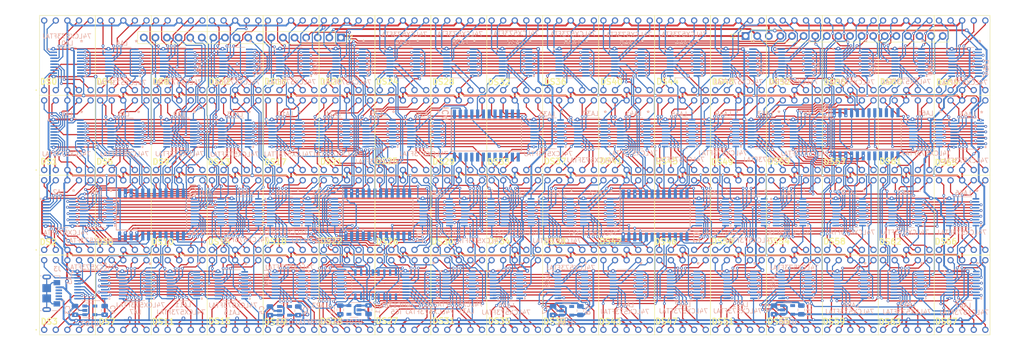
<source format=kicad_pcb>
(kicad_pcb (version 20211014) (generator pcbnew)
  (layers (0 "F.Cu" signal) (31 "B.Cu" signal) (34 "B.Paste" user) (35 "F.Paste" user) (36 "B.SilkS" user "B.Silkscreen") (37 "F.SilkS" user "F.Silkscreen") (38 "B.Mask" user) (39 "F.Mask" user) (44 "Edge.Cuts" user))
  (net 0 "")
  (net 1 "GND")
  (net 2 "+3V3")
  (net 3 "+5V")
  (net 4 "Net-(DS1-Pad10)")
  (net 5 "Net-(DS1-Pad9)")
  (net 6 "Net-(DS1-Pad7)")
  (net 7 "Net-(DS1-Pad6)")
  (net 8 "Net-(DS1-Pad5)")
  (net 9 "Net-(DS1-Pad4)")
  (net 10 "Net-(DS1-Pad2)")
  (net 11 "Net-(DS1-Pad1)")
  (net 12 "Net-(DS2-Pad10)")
  (net 13 "Net-(DS2-Pad9)")
  (net 14 "Net-(DS2-Pad7)")
  (net 15 "Net-(DS2-Pad6)")
  (net 16 "Net-(DS2-Pad5)")
  (net 17 "Net-(DS2-Pad4)")
  (net 18 "Net-(DS2-Pad2)")
  (net 19 "Net-(DS2-Pad1)")
  (net 20 "Net-(DS3-Pad10)")
  (net 21 "Net-(DS3-Pad9)")
  (net 22 "Net-(DS3-Pad7)")
  (net 23 "Net-(DS3-Pad6)")
  (net 24 "Net-(DS3-Pad5)")
  (net 25 "Net-(DS3-Pad4)")
  (net 26 "Net-(DS3-Pad2)")
  (net 27 "Net-(DS3-Pad1)")
  (net 28 "Net-(DS4-Pad10)")
  (net 29 "Net-(DS4-Pad9)")
  (net 30 "Net-(DS4-Pad7)")
  (net 31 "Net-(DS4-Pad6)")
  (net 32 "Net-(DS4-Pad5)")
  (net 33 "Net-(DS4-Pad4)")
  (net 34 "Net-(DS4-Pad2)")
  (net 35 "Net-(DS4-Pad1)")
  (net 36 "Net-(DS5-Pad10)")
  (net 37 "Net-(DS5-Pad9)")
  (net 38 "Net-(DS5-Pad7)")
  (net 39 "Net-(DS5-Pad6)")
  (net 40 "Net-(DS5-Pad5)")
  (net 41 "Net-(DS5-Pad4)")
  (net 42 "Net-(DS5-Pad2)")
  (net 43 "Net-(DS5-Pad1)")
  (net 44 "Net-(DS6-Pad10)")
  (net 45 "Net-(DS6-Pad9)")
  (net 46 "Net-(DS6-Pad7)")
  (net 47 "Net-(DS6-Pad6)")
  (net 48 "Net-(DS6-Pad5)")
  (net 49 "Net-(DS6-Pad4)")
  (net 50 "Net-(DS6-Pad2)")
  (net 51 "Net-(DS6-Pad1)")
  (net 52 "Net-(DS7-Pad10)")
  (net 53 "Net-(DS7-Pad9)")
  (net 54 "Net-(DS7-Pad7)")
  (net 55 "Net-(DS7-Pad6)")
  (net 56 "Net-(DS7-Pad5)")
  (net 57 "Net-(DS7-Pad4)")
  (net 58 "Net-(DS7-Pad2)")
  (net 59 "Net-(DS7-Pad1)")
  (net 60 "Net-(DS8-Pad10)")
  (net 61 "Net-(DS8-Pad9)")
  (net 62 "Net-(DS8-Pad7)")
  (net 63 "Net-(DS8-Pad6)")
  (net 64 "Net-(DS8-Pad5)")
  (net 65 "Net-(DS8-Pad4)")
  (net 66 "Net-(DS8-Pad2)")
  (net 67 "Net-(DS8-Pad1)")
  (net 68 "Net-(DS9-Pad10)")
  (net 69 "Net-(DS9-Pad9)")
  (net 70 "Net-(DS9-Pad7)")
  (net 71 "Net-(DS9-Pad6)")
  (net 72 "Net-(DS9-Pad5)")
  (net 73 "Net-(DS9-Pad4)")
  (net 74 "Net-(DS9-Pad2)")
  (net 75 "Net-(DS9-Pad1)")
  (net 76 "Net-(DS10-Pad10)")
  (net 77 "Net-(DS10-Pad9)")
  (net 78 "Net-(DS10-Pad7)")
  (net 79 "Net-(DS10-Pad6)")
  (net 80 "Net-(DS10-Pad5)")
  (net 81 "Net-(DS10-Pad4)")
  (net 82 "Net-(DS10-Pad2)")
  (net 83 "Net-(DS10-Pad1)")
  (net 84 "Net-(DS11-Pad10)")
  (net 85 "Net-(DS11-Pad9)")
  (net 86 "Net-(DS11-Pad7)")
  (net 87 "Net-(DS11-Pad6)")
  (net 88 "Net-(DS11-Pad5)")
  (net 89 "Net-(DS11-Pad4)")
  (net 90 "Net-(DS11-Pad2)")
  (net 91 "Net-(DS11-Pad1)")
  (net 92 "Net-(DS12-Pad10)")
  (net 93 "Net-(DS12-Pad9)")
  (net 94 "Net-(DS12-Pad7)")
  (net 95 "Net-(DS12-Pad6)")
  (net 96 "Net-(DS12-Pad5)")
  (net 97 "Net-(DS12-Pad4)")
  (net 98 "Net-(DS12-Pad2)")
  (net 99 "Net-(DS12-Pad1)")
  (net 100 "Net-(DS13-Pad10)")
  (net 101 "Net-(DS13-Pad9)")
  (net 102 "Net-(DS13-Pad7)")
  (net 103 "Net-(DS13-Pad6)")
  (net 104 "Net-(DS13-Pad5)")
  (net 105 "Net-(DS13-Pad4)")
  (net 106 "Net-(DS13-Pad2)")
  (net 107 "Net-(DS13-Pad1)")
  (net 108 "Net-(DS14-Pad10)")
  (net 109 "Net-(DS14-Pad9)")
  (net 110 "Net-(DS14-Pad7)")
  (net 111 "Net-(DS14-Pad6)")
  (net 112 "Net-(DS14-Pad5)")
  (net 113 "Net-(DS14-Pad4)")
  (net 114 "Net-(DS14-Pad2)")
  (net 115 "Net-(DS14-Pad1)")
  (net 116 "Net-(DS15-Pad10)")
  (net 117 "Net-(DS15-Pad9)")
  (net 118 "Net-(DS15-Pad7)")
  (net 119 "Net-(DS15-Pad6)")
  (net 120 "Net-(DS15-Pad5)")
  (net 121 "Net-(DS15-Pad4)")
  (net 122 "Net-(DS15-Pad2)")
  (net 123 "Net-(DS15-Pad1)")
  (net 124 "Net-(DS16-Pad10)")
  (net 125 "Net-(DS16-Pad9)")
  (net 126 "Net-(DS16-Pad7)")
  (net 127 "Net-(DS16-Pad6)")
  (net 128 "Net-(DS16-Pad5)")
  (net 129 "Net-(DS16-Pad4)")
  (net 130 "Net-(DS16-Pad2)")
  (net 131 "Net-(DS16-Pad1)")
  (net 132 "Net-(DS17-Pad10)")
  (net 133 "Net-(DS17-Pad9)")
  (net 134 "Net-(DS17-Pad7)")
  (net 135 "Net-(DS17-Pad6)")
  (net 136 "Net-(DS17-Pad5)")
  (net 137 "Net-(DS17-Pad4)")
  (net 138 "Net-(DS17-Pad2)")
  (net 139 "Net-(DS17-Pad1)")
  (net 140 "Net-(DS18-Pad10)")
  (net 141 "Net-(DS18-Pad9)")
  (net 142 "Net-(DS18-Pad7)")
  (net 143 "Net-(DS18-Pad6)")
  (net 144 "Net-(DS18-Pad5)")
  (net 145 "Net-(DS18-Pad4)")
  (net 146 "Net-(DS18-Pad2)")
  (net 147 "Net-(DS18-Pad1)")
  (net 148 "Net-(DS19-Pad10)")
  (net 149 "Net-(DS19-Pad9)")
  (net 150 "Net-(DS19-Pad7)")
  (net 151 "Net-(DS19-Pad6)")
  (net 152 "Net-(DS19-Pad5)")
  (net 153 "Net-(DS19-Pad4)")
  (net 154 "Net-(DS19-Pad2)")
  (net 155 "Net-(DS19-Pad1)")
  (net 156 "Net-(DS20-Pad10)")
  (net 157 "Net-(DS20-Pad9)")
  (net 158 "Net-(DS20-Pad7)")
  (net 159 "Net-(DS20-Pad6)")
  (net 160 "Net-(DS20-Pad5)")
  (net 161 "Net-(DS20-Pad4)")
  (net 162 "Net-(DS20-Pad2)")
  (net 163 "Net-(DS20-Pad1)")
  (net 164 "Net-(DS21-Pad10)")
  (net 165 "Net-(DS21-Pad9)")
  (net 166 "Net-(DS21-Pad7)")
  (net 167 "Net-(DS21-Pad6)")
  (net 168 "Net-(DS21-Pad5)")
  (net 169 "Net-(DS21-Pad4)")
  (net 170 "Net-(DS21-Pad2)")
  (net 171 "Net-(DS21-Pad1)")
  (net 172 "Net-(DS22-Pad10)")
  (net 173 "Net-(DS22-Pad9)")
  (net 174 "Net-(DS22-Pad7)")
  (net 175 "Net-(DS22-Pad6)")
  (net 176 "Net-(DS22-Pad5)")
  (net 177 "Net-(DS22-Pad4)")
  (net 178 "Net-(DS22-Pad2)")
  (net 179 "Net-(DS22-Pad1)")
  (net 180 "Net-(DS23-Pad10)")
  (net 181 "Net-(DS23-Pad9)")
  (net 182 "Net-(DS23-Pad7)")
  (net 183 "Net-(DS23-Pad6)")
  (net 184 "Net-(DS23-Pad5)")
  (net 185 "Net-(DS23-Pad4)")
  (net 186 "Net-(DS23-Pad2)")
  (net 187 "Net-(DS23-Pad1)")
  (net 188 "Net-(DS24-Pad10)")
  (net 189 "Net-(DS24-Pad9)")
  (net 190 "Net-(DS24-Pad7)")
  (net 191 "Net-(DS24-Pad6)")
  (net 192 "Net-(DS24-Pad5)")
  (net 193 "Net-(DS24-Pad4)")
  (net 194 "Net-(DS24-Pad2)")
  (net 195 "Net-(DS24-Pad1)")
  (net 196 "Net-(DS25-Pad10)")
  (net 197 "Net-(DS25-Pad9)")
  (net 198 "Net-(DS25-Pad7)")
  (net 199 "Net-(DS25-Pad6)")
  (net 200 "Net-(DS25-Pad5)")
  (net 201 "Net-(DS25-Pad4)")
  (net 202 "Net-(DS25-Pad2)")
  (net 203 "Net-(DS25-Pad1)")
  (net 204 "Net-(DS26-Pad10)")
  (net 205 "Net-(DS26-Pad9)")
  (net 206 "Net-(DS26-Pad7)")
  (net 207 "Net-(DS26-Pad6)")
  (net 208 "Net-(DS26-Pad5)")
  (net 209 "Net-(DS26-Pad4)")
  (net 210 "Net-(DS26-Pad2)")
  (net 211 "Net-(DS26-Pad1)")
  (net 212 "Net-(DS27-Pad10)")
  (net 213 "Net-(DS27-Pad9)")
  (net 214 "Net-(DS27-Pad7)")
  (net 215 "Net-(DS27-Pad6)")
  (net 216 "Net-(DS27-Pad5)")
  (net 217 "Net-(DS27-Pad4)")
  (net 218 "Net-(DS27-Pad2)")
  (net 219 "Net-(DS27-Pad1)")
  (net 220 "Net-(DS28-Pad10)")
  (net 221 "Net-(DS28-Pad9)")
  (net 222 "Net-(DS28-Pad7)")
  (net 223 "Net-(DS28-Pad6)")
  (net 224 "Net-(DS28-Pad5)")
  (net 225 "Net-(DS28-Pad4)")
  (net 226 "Net-(DS28-Pad2)")
  (net 227 "Net-(DS28-Pad1)")
  (net 228 "Net-(DS29-Pad10)")
  (net 229 "Net-(DS29-Pad9)")
  (net 230 "Net-(DS29-Pad7)")
  (net 231 "Net-(DS29-Pad6)")
  (net 232 "Net-(DS29-Pad5)")
  (net 233 "Net-(DS29-Pad4)")
  (net 234 "Net-(DS29-Pad2)")
  (net 235 "Net-(DS29-Pad1)")
  (net 236 "Net-(DS30-Pad10)")
  (net 237 "Net-(DS30-Pad9)")
  (net 238 "Net-(DS30-Pad7)")
  (net 239 "Net-(DS30-Pad6)")
  (net 240 "Net-(DS30-Pad5)")
  (net 241 "Net-(DS30-Pad4)")
  (net 242 "Net-(DS30-Pad2)")
  (net 243 "Net-(DS30-Pad1)")
  (net 244 "Net-(DS31-Pad10)")
  (net 245 "Net-(DS31-Pad9)")
  (net 246 "Net-(DS31-Pad7)")
  (net 247 "Net-(DS31-Pad6)")
  (net 248 "Net-(DS31-Pad5)")
  (net 249 "Net-(DS31-Pad4)")
  (net 250 "Net-(DS31-Pad2)")
  (net 251 "Net-(DS31-Pad1)")
  (net 252 "Net-(DS32-Pad10)")
  (net 253 "Net-(DS32-Pad9)")
  (net 254 "Net-(DS32-Pad7)")
  (net 255 "Net-(DS32-Pad6)")
  (net 256 "Net-(DS32-Pad5)")
  (net 257 "Net-(DS32-Pad4)")
  (net 258 "Net-(DS32-Pad2)")
  (net 259 "Net-(DS32-Pad1)")
  (net 260 "Net-(DS33-Pad10)")
  (net 261 "Net-(DS33-Pad9)")
  (net 262 "Net-(DS33-Pad7)")
  (net 263 "Net-(DS33-Pad6)")
  (net 264 "Net-(DS33-Pad5)")
  (net 265 "Net-(DS33-Pad4)")
  (net 266 "Net-(DS33-Pad2)")
  (net 267 "Net-(DS33-Pad1)")
  (net 268 "Net-(DS34-Pad10)")
  (net 269 "Net-(DS34-Pad9)")
  (net 270 "Net-(DS34-Pad7)")
  (net 271 "Net-(DS34-Pad6)")
  (net 272 "Net-(DS34-Pad5)")
  (net 273 "Net-(DS34-Pad4)")
  (net 274 "Net-(DS34-Pad2)")
  (net 275 "Net-(DS34-Pad1)")
  (net 276 "Net-(DS35-Pad10)")
  (net 277 "Net-(DS35-Pad9)")
  (net 278 "Net-(DS35-Pad7)")
  (net 279 "Net-(DS35-Pad6)")
  (net 280 "Net-(DS35-Pad5)")
  (net 281 "Net-(DS35-Pad4)")
  (net 282 "Net-(DS35-Pad2)")
  (net 283 "Net-(DS35-Pad1)")
  (net 284 "Net-(DS36-Pad10)")
  (net 285 "Net-(DS36-Pad9)")
  (net 286 "Net-(DS36-Pad7)")
  (net 287 "Net-(DS36-Pad6)")
  (net 288 "Net-(DS36-Pad5)")
  (net 289 "Net-(DS36-Pad4)")
  (net 290 "Net-(DS36-Pad2)")
  (net 291 "Net-(DS36-Pad1)")
  (net 292 "Net-(DS37-Pad10)")
  (net 293 "Net-(DS37-Pad9)")
  (net 294 "Net-(DS37-Pad7)")
  (net 295 "Net-(DS37-Pad6)")
  (net 296 "Net-(DS37-Pad5)")
  (net 297 "Net-(DS37-Pad4)")
  (net 298 "Net-(DS37-Pad2)")
  (net 299 "Net-(DS37-Pad1)")
  (net 300 "Net-(DS38-Pad10)")
  (net 301 "Net-(DS38-Pad9)")
  (net 302 "Net-(DS38-Pad7)")
  (net 303 "Net-(DS38-Pad6)")
  (net 304 "Net-(DS38-Pad5)")
  (net 305 "Net-(DS38-Pad4)")
  (net 306 "Net-(DS38-Pad2)")
  (net 307 "Net-(DS38-Pad1)")
  (net 308 "Net-(DS39-Pad10)")
  (net 309 "Net-(DS39-Pad9)")
  (net 310 "Net-(DS39-Pad7)")
  (net 311 "Net-(DS39-Pad6)")
  (net 312 "Net-(DS39-Pad5)")
  (net 313 "Net-(DS39-Pad4)")
  (net 314 "Net-(DS39-Pad2)")
  (net 315 "Net-(DS39-Pad1)")
  (net 316 "Net-(DS40-Pad10)")
  (net 317 "Net-(DS40-Pad9)")
  (net 318 "Net-(DS40-Pad7)")
  (net 319 "Net-(DS40-Pad6)")
  (net 320 "Net-(DS40-Pad5)")
  (net 321 "Net-(DS40-Pad4)")
  (net 322 "Net-(DS40-Pad2)")
  (net 323 "Net-(DS40-Pad1)")
  (net 324 "Net-(DS41-Pad10)")
  (net 325 "Net-(DS41-Pad9)")
  (net 326 "Net-(DS41-Pad7)")
  (net 327 "Net-(DS41-Pad6)")
  (net 328 "Net-(DS41-Pad5)")
  (net 329 "Net-(DS41-Pad4)")
  (net 330 "Net-(DS41-Pad2)")
  (net 331 "Net-(DS41-Pad1)")
  (net 332 "Net-(DS42-Pad10)")
  (net 333 "Net-(DS42-Pad9)")
  (net 334 "Net-(DS42-Pad7)")
  (net 335 "Net-(DS42-Pad6)")
  (net 336 "Net-(DS42-Pad5)")
  (net 337 "Net-(DS42-Pad4)")
  (net 338 "Net-(DS42-Pad2)")
  (net 339 "Net-(DS42-Pad1)")
  (net 340 "Net-(DS43-Pad10)")
  (net 341 "Net-(DS43-Pad9)")
  (net 342 "Net-(DS43-Pad7)")
  (net 343 "Net-(DS43-Pad6)")
  (net 344 "Net-(DS43-Pad5)")
  (net 345 "Net-(DS43-Pad4)")
  (net 346 "Net-(DS43-Pad2)")
  (net 347 "Net-(DS43-Pad1)")
  (net 348 "Net-(DS44-Pad10)")
  (net 349 "Net-(DS44-Pad9)")
  (net 350 "Net-(DS44-Pad7)")
  (net 351 "Net-(DS44-Pad6)")
  (net 352 "Net-(DS44-Pad5)")
  (net 353 "Net-(DS44-Pad4)")
  (net 354 "Net-(DS44-Pad2)")
  (net 355 "Net-(DS44-Pad1)")
  (net 356 "Net-(DS45-Pad10)")
  (net 357 "Net-(DS45-Pad9)")
  (net 358 "Net-(DS45-Pad7)")
  (net 359 "Net-(DS45-Pad6)")
  (net 360 "Net-(DS45-Pad5)")
  (net 361 "Net-(DS45-Pad4)")
  (net 362 "Net-(DS45-Pad2)")
  (net 363 "Net-(DS45-Pad1)")
  (net 364 "Net-(DS46-Pad10)")
  (net 365 "Net-(DS46-Pad9)")
  (net 366 "Net-(DS46-Pad7)")
  (net 367 "Net-(DS46-Pad6)")
  (net 368 "Net-(DS46-Pad5)")
  (net 369 "Net-(DS46-Pad4)")
  (net 370 "Net-(DS46-Pad2)")
  (net 371 "Net-(DS46-Pad1)")
  (net 372 "Net-(DS47-Pad10)")
  (net 373 "Net-(DS47-Pad9)")
  (net 374 "Net-(DS47-Pad7)")
  (net 375 "Net-(DS47-Pad6)")
  (net 376 "Net-(DS47-Pad5)")
  (net 377 "Net-(DS47-Pad4)")
  (net 378 "Net-(DS47-Pad2)")
  (net 379 "Net-(DS47-Pad1)")
  (net 380 "Net-(DS48-Pad10)")
  (net 381 "Net-(DS48-Pad9)")
  (net 382 "Net-(DS48-Pad7)")
  (net 383 "Net-(DS48-Pad6)")
  (net 384 "Net-(DS48-Pad5)")
  (net 385 "Net-(DS48-Pad4)")
  (net 386 "Net-(DS48-Pad2)")
  (net 387 "Net-(DS48-Pad1)")
  (net 388 "Net-(DS49-Pad10)")
  (net 389 "Net-(DS49-Pad9)")
  (net 390 "Net-(DS49-Pad7)")
  (net 391 "Net-(DS49-Pad6)")
  (net 392 "Net-(DS49-Pad5)")
  (net 393 "Net-(DS49-Pad4)")
  (net 394 "Net-(DS49-Pad2)")
  (net 395 "Net-(DS49-Pad1)")
  (net 396 "Net-(DS50-Pad10)")
  (net 397 "Net-(DS50-Pad9)")
  (net 398 "Net-(DS50-Pad7)")
  (net 399 "Net-(DS50-Pad6)")
  (net 400 "Net-(DS50-Pad5)")
  (net 401 "Net-(DS50-Pad4)")
  (net 402 "Net-(DS50-Pad2)")
  (net 403 "Net-(DS50-Pad1)")
  (net 404 "Net-(DS51-Pad10)")
  (net 405 "Net-(DS51-Pad9)")
  (net 406 "Net-(DS51-Pad7)")
  (net 407 "Net-(DS51-Pad6)")
  (net 408 "Net-(DS51-Pad5)")
  (net 409 "Net-(DS51-Pad4)")
  (net 410 "Net-(DS51-Pad2)")
  (net 411 "Net-(DS51-Pad1)")
  (net 412 "Net-(DS52-Pad10)")
  (net 413 "Net-(DS52-Pad9)")
  (net 414 "Net-(DS52-Pad7)")
  (net 415 "Net-(DS52-Pad6)")
  (net 416 "Net-(DS52-Pad5)")
  (net 417 "Net-(DS52-Pad4)")
  (net 418 "Net-(DS52-Pad2)")
  (net 419 "Net-(DS52-Pad1)")
  (net 420 "Net-(DS53-Pad10)")
  (net 421 "Net-(DS53-Pad9)")
  (net 422 "Net-(DS53-Pad7)")
  (net 423 "Net-(DS53-Pad6)")
  (net 424 "Net-(DS53-Pad5)")
  (net 425 "Net-(DS53-Pad4)")
  (net 426 "Net-(DS53-Pad2)")
  (net 427 "Net-(DS53-Pad1)")
  (net 428 "Net-(DS54-Pad10)")
  (net 429 "Net-(DS54-Pad9)")
  (net 430 "Net-(DS54-Pad7)")
  (net 431 "Net-(DS54-Pad6)")
  (net 432 "Net-(DS54-Pad5)")
  (net 433 "Net-(DS54-Pad4)")
  (net 434 "Net-(DS54-Pad2)")
  (net 435 "Net-(DS54-Pad1)")
  (net 436 "Net-(DS55-Pad10)")
  (net 437 "Net-(DS55-Pad9)")
  (net 438 "Net-(DS55-Pad7)")
  (net 439 "Net-(DS55-Pad6)")
  (net 440 "Net-(DS55-Pad5)")
  (net 441 "Net-(DS55-Pad4)")
  (net 442 "Net-(DS55-Pad2)")
  (net 443 "Net-(DS55-Pad1)")
  (net 444 "Net-(DS56-Pad10)")
  (net 445 "Net-(DS56-Pad9)")
  (net 446 "Net-(DS56-Pad7)")
  (net 447 "Net-(DS56-Pad6)")
  (net 448 "Net-(DS56-Pad5)")
  (net 449 "Net-(DS56-Pad4)")
  (net 450 "Net-(DS56-Pad2)")
  (net 451 "Net-(DS56-Pad1)")
  (net 452 "Net-(DS57-Pad10)")
  (net 453 "Net-(DS57-Pad9)")
  (net 454 "Net-(DS57-Pad7)")
  (net 455 "Net-(DS57-Pad6)")
  (net 456 "Net-(DS57-Pad5)")
  (net 457 "Net-(DS57-Pad4)")
  (net 458 "Net-(DS57-Pad2)")
  (net 459 "Net-(DS57-Pad1)")
  (net 460 "Net-(DS58-Pad10)")
  (net 461 "Net-(DS58-Pad9)")
  (net 462 "Net-(DS58-Pad7)")
  (net 463 "Net-(DS58-Pad6)")
  (net 464 "Net-(DS58-Pad5)")
  (net 465 "Net-(DS58-Pad4)")
  (net 466 "Net-(DS58-Pad2)")
  (net 467 "Net-(DS58-Pad1)")
  (net 468 "Net-(DS59-Pad10)")
  (net 469 "Net-(DS59-Pad9)")
  (net 470 "Net-(DS59-Pad7)")
  (net 471 "Net-(DS59-Pad6)")
  (net 472 "Net-(DS59-Pad5)")
  (net 473 "Net-(DS59-Pad4)")
  (net 474 "Net-(DS59-Pad2)")
  (net 475 "Net-(DS59-Pad1)")
  (net 476 "Net-(DS60-Pad10)")
  (net 477 "Net-(DS60-Pad9)")
  (net 478 "Net-(DS60-Pad7)")
  (net 479 "Net-(DS60-Pad6)")
  (net 480 "Net-(DS60-Pad5)")
  (net 481 "Net-(DS60-Pad4)")
  (net 482 "Net-(DS60-Pad2)")
  (net 483 "Net-(DS60-Pad1)")
  (net 484 "Net-(DS61-Pad10)")
  (net 485 "Net-(DS61-Pad9)")
  (net 486 "Net-(DS61-Pad7)")
  (net 487 "Net-(DS61-Pad6)")
  (net 488 "Net-(DS61-Pad5)")
  (net 489 "Net-(DS61-Pad4)")
  (net 490 "Net-(DS61-Pad2)")
  (net 491 "Net-(DS61-Pad1)")
  (net 492 "Net-(DS62-Pad10)")
  (net 493 "Net-(DS62-Pad9)")
  (net 494 "Net-(DS62-Pad7)")
  (net 495 "Net-(DS62-Pad6)")
  (net 496 "Net-(DS62-Pad5)")
  (net 497 "Net-(DS62-Pad4)")
  (net 498 "Net-(DS62-Pad2)")
  (net 499 "Net-(DS62-Pad1)")
  (net 500 "Net-(DS63-Pad10)")
  (net 501 "Net-(DS63-Pad9)")
  (net 502 "Net-(DS63-Pad7)")
  (net 503 "Net-(DS63-Pad6)")
  (net 504 "Net-(DS63-Pad5)")
  (net 505 "Net-(DS63-Pad4)")
  (net 506 "Net-(DS63-Pad2)")
  (net 507 "Net-(DS63-Pad1)")
  (net 508 "Net-(DS64-Pad10)")
  (net 509 "Net-(DS64-Pad9)")
  (net 510 "Net-(DS64-Pad7)")
  (net 511 "Net-(DS64-Pad6)")
  (net 512 "Net-(DS64-Pad5)")
  (net 513 "Net-(DS64-Pad4)")
  (net 514 "Net-(DS64-Pad2)")
  (net 515 "Net-(DS64-Pad1)")
  (net 516 "Net-(DS65-Pad10)")
  (net 517 "Net-(DS65-Pad9)")
  (net 518 "Net-(DS65-Pad7)")
  (net 519 "Net-(DS65-Pad6)")
  (net 520 "Net-(DS65-Pad5)")
  (net 521 "Net-(DS65-Pad4)")
  (net 522 "Net-(DS65-Pad2)")
  (net 523 "Net-(DS65-Pad1)")
  (net 524 "Net-(DS66-Pad10)")
  (net 525 "Net-(DS66-Pad9)")
  (net 526 "Net-(DS66-Pad7)")
  (net 527 "Net-(DS66-Pad6)")
  (net 528 "Net-(DS66-Pad5)")
  (net 529 "Net-(DS66-Pad4)")
  (net 530 "Net-(DS66-Pad2)")
  (net 531 "Net-(DS66-Pad1)")
  (net 532 "Net-(DS67-Pad10)")
  (net 533 "Net-(DS67-Pad9)")
  (net 534 "Net-(DS67-Pad7)")
  (net 535 "Net-(DS67-Pad6)")
  (net 536 "Net-(DS67-Pad5)")
  (net 537 "Net-(DS67-Pad4)")
  (net 538 "Net-(DS67-Pad2)")
  (net 539 "Net-(DS67-Pad1)")
  (net 540 "D1A")
  (net 541 "D1B")
  (net 542 "D18")
  (net 543 "D19")
  (net 544 "D1E")
  (net 545 "D1F")
  (net 546 "D1C")
  (net 547 "D1D")
  (net 548 "D10")
  (net 549 "D12")
  (net 550 "D11")
  (net 551 "D13")
  (net 552 "D14")
  (net 553 "D15")
  (net 554 "D16")
  (net 555 "D17")
  (net 556 "D2A")
  (net 557 "D2B")
  (net 558 "D28")
  (net 559 "D29")
  (net 560 "D2E")
  (net 561 "D2F")
  (net 562 "D2C")
  (net 563 "D2D")
  (net 564 "D20")
  (net 565 "D22")
  (net 566 "D21")
  (net 567 "D23")
  (net 568 "D24")
  (net 569 "D25")
  (net 570 "D26")
  (net 571 "D27")
  (net 572 "D3A")
  (net 573 "D3B")
  (net 574 "D38")
  (net 575 "D39")
  (net 576 "D3E")
  (net 577 "D3F")
  (net 578 "D3C")
  (net 579 "D3D")
  (net 580 "D30")
  (net 581 "D32")
  (net 582 "D31")
  (net 583 "D33")
  (net 584 "D34")
  (net 585 "D35")
  (net 586 "D36")
  (net 587 "D37")
  (net 588 "D4A")
  (net 589 "D4B")
  (net 590 "D48")
  (net 591 "D49")
  (net 592 "D4E")
  (net 593 "D4F")
  (net 594 "D4C")
  (net 595 "D4D")
  (net 596 "D40")
  (net 597 "D42")
  (net 598 "D41")
  (net 599 "D43")
  (net 600 "D44")
  (net 601 "D45")
  (net 602 "D46")
  (net 603 "D47")
  (net 604 "D5A")
  (net 605 "D5B")
  (net 606 "D58")
  (net 607 "D59")
  (net 608 "D5E")
  (net 609 "D5F")
  (net 610 "D5C")
  (net 611 "D5D")
  (net 612 "D50")
  (net 613 "D52")
  (net 614 "D51")
  (net 615 "D53")
  (net 616 "D54")
  (net 617 "D55")
  (net 618 "D56")
  (net 619 "D57")
  (net 620 "PA7")
  (net 621 "PA6")
  (net 622 "PA5")
  (net 623 "PA4")
  (net 624 "PA3")
  (net 625 "PA2")
  (net 626 "PA1")
  (net 627 "PA0")
  (net 628 "AD6")
  (net 629 "AD5")
  (net 630 "AD4")
  (net 631 "AD3")
  (net 632 "AD2")
  (net 633 "AD1")
  (net 634 "AD0")
  (net 635 "Net-(J3-Pad6)")
  (net 636 "Net-(J3-Pad3)")
  (net 637 "Net-(J3-Pad4)")
  (net 638 "Net-(J3-Pad2)")
  (net 639 "Net-(U101-Pad4)")
  (net 640 "Net-(U102-Pad4)")
  (net 641 "Net-(U103-Pad4)")
  (net 642 "Net-(U104-Pad4)")
  (net 643 "Net-(U105-Pad4)")
  (net 644 "+1V8")
  (net 645 "Net-(DS0-Pad10)")
  (net 646 "Net-(DS0-Pad9)")
  (net 647 "Net-(DS0-Pad7)")
  (net 648 "Net-(DS0-Pad6)")
  (net 649 "Net-(DS0-Pad5)")
  (net 650 "Net-(DS0-Pad4)")
  (net 651 "Net-(DS0-Pad2)")
  (net 652 "Net-(DS0-Pad1)")
  (net 653 "Net-(IC0-Pad23)")
  (net 654 "Net-(IC1-Pad23)")
  (net 655 "Net-(IC2-Pad23)")
  (net 656 "Net-(IC3-Pad23)")
  (net 657 "Net-(IC4-Pad23)")
  (net 658 "Net-(IC5-Pad10)")
  (net 659 "Net-(IC5-Pad9)")
  (net 660 "Net-(IC5-Pad7)")
  (footprint "Samac_Sys_Parts:TDSR1360IK" (layer "F.Cu") (at 79.13 103.71)
    (fp_text reference "DS9")
    (fp_text value "TDSR1360-IK" hide)
  )
  (footprint "Samac_Sys_Parts:TDSR1360IK" (layer "F.Cu") (at 79.13 121.21)
    (fp_text reference "DS10")
    (fp_text value "TDSR1360-IK" hide)
  )
  (footprint "Samac_Sys_Parts:TDSR1360IK" (layer "F.Cu") (at 79.13 138.71)
    (fp_text reference "DS11")
    (fp_text value "TDSR1360-IK" hide)
  )
  (footprint "Samac_Sys_Parts:TDSR1360IK" (layer "F.Cu") (at 91.38 103.71)
    (fp_text reference "DS13")
    (fp_text value "TDSR1360-IK" hide)
  )
  (footprint "Samac_Sys_Parts:TDSR1360IK" (layer "F.Cu") (at 91.38 121.21)
    (fp_text reference "DS14")
    (fp_text value "TDSR1360-IK" hide)
  )
  (footprint "Samac_Sys_Parts:TDSR1360IK" (layer "F.Cu") (at 91.38 138.71)
    (fp_text reference "DS15")
    (fp_text value "TDSR1360-IK" hide)
  )
  (footprint "Samac_Sys_Parts:TDSR1360IK" (layer "F.Cu") (at 103.63 103.71)
    (fp_text reference "DS17")
    (fp_text value "TDSR1360-IK" hide)
  )
  (footprint "Samac_Sys_Parts:TDSR1360IK" (layer "F.Cu") (at 103.63 121.21)
    (fp_text reference "DS18")
    (fp_text value "TDSR1360-IK" hide)
  )
  (footprint "Samac_Sys_Parts:TDSR1360IK" (layer "F.Cu") (at 103.63 138.71)
    (fp_text reference "DS19")
    (fp_text value "TDSR1360-IK" hide)
  )
  (footprint "Samac_Sys_Parts:TDSR1360IK" (layer "F.Cu") (at 115.88 103.71)
    (fp_text reference "DS21")
    (fp_text value "TDSR1360-IK" hide)
  )
  (footprint "Samac_Sys_Parts:TDSR1360IK" (layer "F.Cu") (at 115.88 121.21)
    (fp_text reference "DS22")
    (fp_text value "TDSR1360-IK" hide)
  )
  (footprint "Samac_Sys_Parts:TDSR1360IK" (layer "F.Cu") (at 115.88 138.71)
    (fp_text reference "DS23")
    (fp_text value "TDSR1360-IK" hide)
  )
  (footprint "Samac_Sys_Parts:TDSR1360IK" (layer "F.Cu") (at 128.13 103.71)
    (fp_text reference "DS25")
    (fp_text value "TDSR1360-IK" hide)
  )
  (footprint "Samac_Sys_Parts:TDSR1360IK" (layer "F.Cu") (at 140.38 86.21)
    (fp_text reference "DS28")
    (fp_text value "TDSR1360-IK" hide)
  )
  (footprint "Samac_Sys_Parts:TDSR1360IK" (layer "F.Cu") (at 140.38 103.71)
    (fp_text reference "DS29")
    (fp_text value "TDSR1360-IK" hide)
  )
  (footprint "Samac_Sys_Parts:TDSR1360IK" (layer "F.Cu") (at 140.38 138.71)
    (fp_text reference "DS31")
    (fp_text value "TDSR1360-IK" hide)
  )
  (footprint "Samac_Sys_Parts:TDSR1360IK" (layer "F.Cu") (at 152.63 86.21)
    (fp_text reference "DS32")
    (fp_text value "TDSR1360-IK" hide)
  )
  (footprint "Samac_Sys_Parts:TDSR1360IK" (layer "F.Cu") (at 152.63 103.71)
    (fp_text reference "DS33")
    (fp_text value "TDSR1360-IK" hide)
  )
  (footprint "Samac_Sys_Parts:TDSR1360IK" (layer "F.Cu") (at 152.63 121.21)
    (fp_text reference "DS34")
    (fp_text value "TDSR1360-IK" hide)
  )
  (footprint "Samac_Sys_Parts:TDSR1360IK" (layer "F.Cu") (at 152.63 138.71)
    (fp_text reference "DS35")
    (fp_text value "TDSR1360-IK" hide)
  )
  (footprint "Samac_Sys_Parts:TDSR1360IK" (layer "F.Cu") (at 164.88 86.21)
    (fp_text reference "DS36")
    (fp_text value "TDSR1360-IK" hide)
  )
  (footprint "Samac_Sys_Parts:TDSR1360IK" (layer "F.Cu") (at 164.88 103.71)
    (fp_text reference "DS37")
    (fp_text value "TDSR1360-IK" hide)
  )
  (footprint "Samac_Sys_Parts:TDSR1360IK" (layer "F.Cu") (at 164.88 121.21)
    (fp_text reference "DS38")
    (fp_text value "TDSR1360-IK" hide)
  )
  (footprint "Samac_Sys_Parts:TDSR1360IK" (layer "F.Cu") (at 164.88 138.71)
    (fp_text reference "DS39")
    (fp_text value "TDSR1360-IK" hide)
  )
  (footprint "Samac_Sys_Parts:TDSR1360IK" (layer "F.Cu") (at 177.13 86.21)
    (fp_text reference "DS40")
    (fp_text value "TDSR1360-IK" hide)
  )
  (footprint "Samac_Sys_Parts:TDSR1360IK" (layer "F.Cu") (at 177.13 103.71)
    (fp_text reference "DS41")
    (fp_text value "TDSR1360-IK" hide)
  )
  (footprint "Samac_Sys_Parts:TDSR1360IK" (layer "F.Cu") (at 177.13 121.21)
    (fp_text reference "DS42")
    (fp_text value "TDSR1360-IK" hide)
  )
  (footprint "Samac_Sys_Parts:TDSR1360IK" (layer "F.Cu") (at 177.13 138.71)
    (fp_text reference "DS43")
    (fp_text value "TDSR1360-IK" hide)
  )
  (footprint "Samac_Sys_Parts:TDSR1360IK" (layer "F.Cu") (at 189.38 86.21)
    (fp_text reference "DS44")
    (fp_text value "TDSR1360-IK" hide)
  )
  (footprint "Samac_Sys_Parts:TDSR1360IK" (layer "F.Cu") (at 189.38 103.71)
    (fp_text reference "DS45")
    (fp_text value "TDSR1360-IK" hide)
  )
  (footprint "Samac_Sys_Parts:TDSR1360IK" (layer "F.Cu") (at 189.38 121.21)
    (fp_text reference "DS46")
    (fp_text value "TDSR1360-IK" hide)
  )
  (footprint "Samac_Sys_Parts:TDSR1360IK" (layer "F.Cu") (at 189.38 138.71)
    (fp_text reference "DS47")
    (fp_text value "TDSR1360-IK" hide)
  )
  (footprint "Samac_Sys_Parts:TDSR1360IK" (layer "F.Cu") (at 201.63 86.21)
    (fp_text reference "DS48")
    (fp_text value "TDSR1360-IK" hide)
  )
  (footprint "Samac_Sys_Parts:TDSR1360IK" (layer "F.Cu") (at 201.63 103.71)
    (fp_text reference "DS49")
    (fp_text value "TDSR1360-IK" hide)
  )
  (footprint "Samac_Sys_Parts:TDSR1360IK" (layer "F.Cu") (at 201.63 121.21)
    (fp_text reference "DS50")
    (fp_text value "TDSR1360-IK" hide)
  )
  (footprint "Samac_Sys_Parts:TDSR1360IK" (layer "F.Cu") (at 201.63 138.71)
    (fp_text reference "DS51")
    (fp_text value "TDSR1360-IK" hide)
  )
  (footprint "Samac_Sys_Parts:TDSR1360IK" (layer "F.Cu") (at 213.88 86.21)
    (fp_text reference "DS52")
    (fp_text value "TDSR1360-IK" hide)
  )
  (footprint "Samac_Sys_Parts:TDSR1360IK" (layer "F.Cu") (at 213.88 103.71)
    (fp_text reference "DS53")
    (fp_text value "TDSR1360-IK" hide)
  )
  (footprint "Samac_Sys_Parts:TDSR1360IK" (layer "F.Cu") (at 213.88 121.21)
    (fp_text reference "DS54")
    (fp_text value "TDSR1360-IK" hide)
  )
  (footprint "Samac_Sys_Parts:TDSR1360IK" (layer "F.Cu") (at 213.88 138.71)
    (fp_text reference "DS55")
    (fp_text value "TDSR1360-IK" hide)
  )
  (footprint "Samac_Sys_Parts:TDSR1360IK" (layer "F.Cu") (at 226.13 86.21)
    (fp_text reference "DS56")
    (fp_text value "TDSR1360-IK" hide)
  )
  (footprint "Samac_Sys_Parts:TDSR1360IK" (layer "F.Cu") (at 226.13 103.71)
    (fp_text reference "DS57")
    (fp_text value "TDSR1360-IK" hide)
  )
  (footprint "Samac_Sys_Parts:TDSR1360IK" (layer "F.Cu") (at 226.13 121.21)
    (fp_text reference "DS58")
    (fp_text value "TDSR1360-IK" hide)
  )
  (footprint "Samac_Sys_Parts:TDSR1360IK" (layer "F.Cu") (at 226.13 138.71)
    (fp_text reference "DS59")
    (fp_text value "TDSR1360-IK" hide)
  )
  (footprint "Samac_Sys_Parts:TDSR1360IK" (layer "F.Cu") (at 238.38 86.21)
    (fp_text reference "DS60")
    (fp_text value "TDSR1360-IK" hide)
  )
  (footprint "Samac_Sys_Parts:TDSR1360IK" (layer "F.Cu") (at 238.38 103.71)
    (fp_text reference "DS61")
    (fp_text value "TDSR1360-IK" hide)
  )
  (footprint "Samac_Sys_Parts:TDSR1360IK" (layer "F.Cu") (at 238.38 121.21)
    (fp_text reference "DS62")
    (fp_text value "TDSR1360-IK" hide)
  )
  (footprint "Samac_Sys_Parts:TDSR1360IK" (layer "F.Cu") (at 238.38 138.71)
    (fp_text reference "DS63")
    (fp_text value "TDSR1360-IK" hide)
  )
  (footprint "Samac_Sys_Parts:TDSR1360IK" (layer "F.Cu") (at 250.63 86.21)
    (fp_text reference "DS64")
    (fp_text value "TDSR1360-IK" hide)
  )
  (footprint "Samac_Sys_Parts:TDSR1360IK" (layer "F.Cu") (at 250.63 103.71)
    (fp_text reference "DS65")
    (fp_text value "TDSR1360-IK" hide)
  )
  (footprint "Samac_Sys_Parts:TDSR1360IK" (layer "F.Cu") (at 250.63 121.21)
    (fp_text reference "DS66")
    (fp_text value "TDSR1360-IK" hide)
  )
  (footprint "Samac_Sys_Parts:TDSR1360IK" (layer "F.Cu") (at 250.63 138.71)
    (fp_text reference "DS67")
    (fp_text value "TDSR1360-IK" hide)
  )
  (footprint "Connector_PinSocket_2.54mm:PinSocket_1x18_P2.54mm_Vertical" (layer "F.Cu") (at 208.28 74.36 90)
    (fp_text reference "J1")
    (fp_text value "ManySegDisplayConn")
  )
  (footprint "Samac_Sys_Parts:TDSR1360IK" (layer "F.Cu") (at 66.88 138.71)
    (fp_text reference "DS7")
    (fp_text value "TDSR1360-IK" hide)
  )
  (footprint "Samac_Sys_Parts:TDSR1360IK" (layer "F.Cu") (at 140.38 121.21)
    (fp_text reference "DS30")
    (fp_text value "TDSR1360-IK" hide)
  )
  (footprint "Samac_Sys_Parts:TDSR1360IK" (layer "F.Cu") (at 54.63 103.71)
    (fp_text reference "DS1")
    (fp_text value "TDSR1360-IK" hide)
  )
  (footprint "Samac_Sys_Parts:TDSR1360IK" (layer "F.Cu") (at 66.88 103.71)
    (fp_text reference "DS5")
    (fp_text value "TDSR1360-IK" hide)
  )
  (footprint "Samac_Sys_Parts:TDSR1360IK" (layer "F.Cu") (at 66.88 121.21)
    (fp_text reference "DS6")
    (fp_text value "TDSR1360-IK" hide)
  )
  (footprint "Samac_Sys_Parts:TDSR1360IK" (layer "F.Cu") (at 54.63 86.21)
    (fp_text reference "DS0")
    (fp_text value "TDSR1360-IK" hide)
  )
  (footprint "Samac_Sys_Parts:TDSR1360IK" (layer "F.Cu") (at 128.13 121.21)
    (fp_text reference "DS26")
    (fp_text value "TDSR1360-IK" hide)
  )
  (footprint "Samac_Sys_Parts:TDSR1360IK" (layer "F.Cu") (at 66.88 86.21)
    (fp_text reference "DS4")
    (fp_text value "TDSR1360-IK" hide)
  )
  (footprint "Samac_Sys_Parts:TDSR1360IK" (layer "F.Cu") (at 79.13 86.21)
    (fp_text reference "DS8")
    (fp_text value "TDSR1360-IK" hide)
  )
  (footprint "Samac_Sys_Parts:TDSR1360IK" (layer "F.Cu") (at 91.38 86.21)
    (fp_text reference "DS12")
    (fp_text value "TDSR1360-IK" hide)
  )
  (footprint "Samac_Sys_Parts:TDSR1360IK" (layer "F.Cu") (at 103.63 86.21)
    (fp_text reference "DS16")
    (fp_text value "TDSR1360-IK" hide)
  )
  (footprint "Samac_Sys_Parts:TDSR1360IK" (layer "F.Cu") (at 115.88 86.21)
    (fp_text reference "DS20")
    (fp_text value "TDSR1360-IK" hide)
  )
  (footprint "Samac_Sys_Parts:TDSR1360IK" (layer "F.Cu") (at 128.13 86.21)
    (fp_text reference "DS24")
    (fp_text value "TDSR1360-IK" hide)
  )
  (footprint "Samac_Sys_Parts:TDSR1360IK" (layer "F.Cu") (at 128.13 138.71)
    (fp_text reference "DS27")
    (fp_text value "TDSR1360-IK" hide)
  )
  (footprint "Samac_Sys_Parts:TDSR1360IK" (layer "F.Cu") (at 54.63 138.71)
    (fp_text reference "DS3")
    (fp_text value "TDSR1360-IK" hide)
  )
  (footprint "Connector_PinSocket_2.54mm:PinSocket_1x18_P2.54mm_Vertical" (layer "F.Cu") (at 119.63 74.71 -90)
    (fp_text reference "J2")
    (fp_text value "ManySegDisplayConn")
  )
  (footprint "Samac_Sys_Parts:TDSR1360IK" (layer "F.Cu") (at 54.63 121.21)
    (fp_text reference "DS2")
    (fp_text value "TDSR1360-IK" hide)
  )
  (footprint "Capacitor_SMD:C_0805_2012Metric" (layer "B.Cu") (at 125.68 134.31 -90)
    (fp_text reference "C1")
    (fp_text value "1uF")
  )
  (footprint "Capacitor_SMD:C_0805_2012Metric" (layer "B.Cu") (at 119.48 134.36 -90)
    (fp_text reference "C2")
    (fp_text value "1uF")
  )
  (footprint "Capacitor_SMD:C_0805_2012Metric" (layer "B.Cu") (at 61.38 134.46 90)
    (fp_text reference "C3")
    (fp_text value "1uF")
  )
  (footprint "Capacitor_SMD:C_0805_2012Metric" (layer "B.Cu") (at 67.88 134.46 90)
    (fp_text reference "C4")
    (fp_text value "1uF")
  )
  (footprint "Capacitor_SMD:C_0805_2012Metric" (layer "B.Cu") (at 110.28 134.56 90)
    (fp_text reference "C6")
    (fp_text value "1uF")
  )
  (footprint "Capacitor_SMD:C_0805_2012Metric" (layer "B.Cu") (at 166.08 134.51 90)
    (fp_text reference "C7")
    (fp_text value "1uF")
  )
  (footprint "Capacitor_SMD:C_0805_2012Metric" (layer "B.Cu") (at 172.08 134.51 90)
    (fp_text reference "C8")
    (fp_text value "1uF")
  )
  (footprint "Capacitor_SMD:C_0805_2012Metric" (layer "B.Cu") (at 214.48 134.36 90)
    (fp_text reference "C9")
    (fp_text value "1uF")
  )
  (footprint "Samac_Sys_Parts:SOIC127P1032X265-24N" (layer "B.Cu") (at 78.13 113.46 -90)
    (fp_text reference "IC0")
    (fp_text value "74HC4514D,653" hide)
  )
  (footprint "Samac_Sys_Parts:SOIC127P1032X265-24N" (layer "B.Cu") (at 127.695 113.485 -90)
    (fp_text reference "IC1")
    (fp_text value "74HC4514D,653" hide)
  )
  (footprint "Samac_Sys_Parts:SOIC127P1032X265-24N" (layer "B.Cu") (at 234.665 95.885 -90)
    (fp_text reference "IC3")
    (fp_text value "74HC4514D,653" hide)
  )
  (footprint "Toshiba_Semic_Dec:74HC138D" (layer "B.Cu") (at 127.235 128.82065 -90)
    (fp_text reference "IC5")
    (fp_text value "74HC138D")
  )
  (footprint "Connector_USB:USB_Micro-B_GCT_USB3076-30-A" (layer "B.Cu") (at 56.38 130.71 90)
    (fp_text reference "J3")
    (fp_text value "USB_B_Micro")
  )
  (footprint "Toshiba_Semic_Latch:74LCX573FTAJ" (layer "B.Cu") (at 59.63 80.21 180)
    (fp_text reference "LA0")
    (fp_text value "74LCX573FTAJ")
  )
  (footprint "Toshiba_Semic_Latch:74LCX573FTAJ" (layer "B.Cu") (at 59.63 95.71 180)
    (fp_text reference "LA1")
    (fp_text value "74LCX573FTAJ")
  )
  (footprint "Toshiba_Semic_Latch:74LCX573FTAJ" (layer "B.Cu") (at 71.63 80.21 180)
    (fp_text reference "LA4")
    (fp_text value "74LCX573FTAJ")
  )
  (footprint "Toshiba_Semic_Latch:74LCX573FTAJ" (layer "B.Cu") (at 72.13 95.71 180)
    (fp_text reference "LA5")
    (fp_text value "74LCX573FTAJ")
  )
  (footprint "Toshiba_Semic_Latch:74LCX573FTAJ" (layer "B.Cu") (at 83.63 80.21 180)
    (fp_text reference "LA8")
    (fp_text value "74LCX573FTAJ")
  )
  (footprint "Toshiba_Semic_Latch:74LCX573FTAJ" (layer "B.Cu") (at 84.38 95.71 180)
    (fp_text reference "LA9")
    (fp_text value "74LCX573FTAJ")
  )
  (footprint "Toshiba_Semic_Latch:74LCX573FTAJ" (layer "B.Cu") (at 90.38 112.96 180)
    (fp_text reference "LA10")
    (fp_text value "74LCX573FTAJ")
  )
  (footprint "Toshiba_Semic_Latch:74LCX573FTAJ" (layer "B.Cu") (at 85.13 128.96 180)
    (fp_text reference "LA11")
    (fp_text value "74LCX573FTAJ")
  )
  (footprint "Toshiba_Semic_Latch:74LCX573FTAJ" (layer "B.Cu") (at 96.63 80.21 180)
    (fp_text reference "LA12")
    (fp_text value "74LCX573FTAJ")
  )
  (footprint "Toshiba_Semic_Latch:74LCX573FTAJ" (layer "B.Cu") (at 96.38 95.71 180)
    (fp_text reference "LA13")
    (fp_text value "74LCX573FTAJ")
  )
  (footprint "Toshiba_Semic_Latch:74LCX573FTAJ" (layer "B.Cu") (at 98.63 112.96 180)
    (fp_text reference "LA14")
    (fp_text value "74LCX573FTAJ")
  )
  (footprint "Toshiba_Semic_Latch:74LCX573FTAJ" (layer "B.Cu") (at 95.63 128.96 180)
    (fp_text reference "LA15")
    (fp_text value "74LCX573FTAJ")
  )
  (footprint "Toshiba_Semic_Latch:74LCX573FTAJ" (layer "B.Cu") (at 109.08 80.16 180)
    (fp_text reference "LA16")
    (fp_text value "74LCX573FTAJ")
  )
  (footprint "Toshiba_Semic_Latch:74LCX573FTAJ" (layer "B.Cu") (at 121.404548 80.16 180)
    (fp_text reference "LA20")
    (fp_text value "74LCX573FTAJ")
  )
  (footprint "Toshiba_Semic_Latch:74LCX573FTAJ" (layer "B.Cu") (at 117.88 95.684998 180)
    (fp_text reference "LA21")
    (fp_text value "74LCX573FTAJ")
  )
  (footprint "Toshiba_Semic_Latch:74LCX573FTAJ" (layer "B.Cu") (at 115.355452 112.96 180)
    (fp_text reference "LA22")
    (fp_text value "74LCX573FTAJ")
  )
  (footprint "Toshiba_Semic_Latch:74LCX573FTAJ" (layer "B.Cu") (at 116.63 128.884998 180)
    (fp_text reference "LA23")
    (fp_text value "74LCX573FTAJ")
  )
  (footprint "Toshiba_Semic_Latch:74LCX573FTAJ" (layer "B.Cu") (at 133.28 80.16 180)
    (fp_text reference "LA24")
    (fp_text value "74LCX573FTAJ")
  )
  (footprint "Toshiba_Semic_Latch:74LCX573FTAJ" (layer "B.Cu") (at 128.004548 95.684998 180)
    (fp_text reference "LA25")
    (fp_text value "74LCX573FTAJ")
  )
  (footprint "Toshiba_Semic_Latch:74LCX573FTAJ" (layer "B.Cu") (at 140.48 112.96 180)
    (fp_text reference "LA26")
    (fp_text value "74LCX573FTAJ")
  )
  (footprint "Toshiba_Semic_Latch:74LCX573FTAJ" (layer "B.Cu") (at 136.755452 128.834999 180)
    (fp_text reference "LA27")
    (fp_text value "74LCX573FTAJ")
  )
  (footprint "Toshiba_Semic_Latch:74LCX573FTAJ" (layer "B.Cu") (at 145.68 80.16 180)
    (fp_text reference "LA28")
    (fp_text value "74LCX573FTAJ")
  )
  (footprint "Toshiba_Semic_Latch:74LCX573FTAJ" (layer "B.Cu") (at 137.804548 95.684998 180)
    (fp_text reference "LA29")
    (fp_text value "74LCX573FTAJ")
  )
  (footprint "Toshiba_Semic_Latch:74LCX573FTAJ" (layer "B.Cu") (at 145.48 128.884998 180)
    (fp_text reference "LA31")
    (fp_text value "74LCX573FTAJ")
  )
  (footprint "Toshiba_Semic_Latch:74LCX573FTAJ" (layer "B.Cu") (at 157.88 80.16 180)
    (fp_text reference "LA32")
    (fp_text value "74LCX573FTAJ")
  )
  (footprint "Toshiba_Semic_Latch:74LCX573FTAJ" (layer "B.Cu") (at 164.804548 95.685 180)
    (fp_text reference "LA33")
    (fp_text value "74LCX573FTAJ")
  )
  (footprint "Toshiba_Semic_Latch:74LCX573FTAJ" (layer "B.Cu") (at 158.355452 112.96 180)
    (fp_text reference "LA34")
    (fp_text value "74LCX573FTAJ")
  )
  (footprint "Toshiba_Semic_Latch:74LCX573FTAJ" (layer "B.Cu") (at 155.88 128.884998 180)
    (fp_text reference "LA35")
    (fp_text value "74LCX573FTAJ")
  )
  (footprint "Toshiba_Semic_Latch:74LCX573FTAJ" (layer "B.Cu") (at 170.28 80.16 180)
    (fp_text reference "LA36")
    (fp_text value "74LCX573FTAJ")
  )
  (footprint "Toshiba_Semic_Latch:74LCX573FTAJ" (layer "B.Cu") (at 174.355452 95.684998 180)
    (fp_text reference "LA37")
    (fp_text value "74LCX573FTAJ")
  )
  (footprint "Toshiba_Semic_Latch:74LCX573FTAJ" (layer "B.Cu") (at 166.955452 112.96 180)
    (fp_text reference "LA38")
    (fp_text value "74LCX573FTAJ")
  )
  (footprint "Toshiba_Semic_Latch:74LCX573FTAJ" (layer "B.Cu") (at 182.48 80.16 180)
    (fp_text reference "LA40")
    (fp_text value "74LCX573FTAJ")
  )
  (footprint "Toshiba_Semic_Latch:74LCX573FTAJ" (layer "B.Cu") (at 183.755452 95.685 180)
    (fp_text reference "LA41")
    (fp_text value "74LCX573FTAJ")
  )
  (footprint "Toshiba_Semic_Latch:74LCX573FTAJ" (layer "B.Cu") (at 175.68 112.96 180)
    (fp_text reference "LA42")
    (fp_text value "74LCX573FTAJ")
  )
  (footprint "Toshiba_Semic_Latch:74LCX573FTAJ" (layer "B.Cu") (at 182.155452 128.884998 180)
    (fp_text reference "LA43")
    (fp_text value "74LCX573FTAJ")
  )
  (footprint "Toshiba_Semic_Latch:74LCX573FTAJ" (layer "B.Cu") (at 194.68 80.16 180)
    (fp_text reference "LA44")
    (fp_text value "74LCX573FTAJ")
  )
  (footprint "Toshiba_Semic_Latch:74LCX573FTAJ" (layer "B.Cu") (at 200.955452 112.96 180)
    (fp_text reference "LA46")
    (fp_text value "74LCX573FTAJ")
  )
  (footprint "Toshiba_Semic_Latch:74LCX573FTAJ" (layer "B.Cu") (at 194.68 128.884998 180)
    (fp_text reference "LA47")
    (fp_text value "74LCX573FTAJ")
  )
  (footprint "Toshiba_Semic_Latch:74LCX573FTAJ" (layer "B.Cu") (at 206.88 80.16 180)
    (fp_text reference "LA48")
    (fp_text value "74LCX573FTAJ")
  )
  (footprint "Toshiba_Semic_Latch:74LCX573FTAJ" (layer "B.Cu") (at 203.204548 95.635 180)
    (fp_text reference "LA49")
    (fp_text value "74LCX573FTAJ")
  )
  (footprint "Toshiba_Semic_Latch:74LCX573FTAJ" (layer "B.Cu") (at 209.404548 112.96 180)
    (fp_text reference "LA50")
    (fp_text value "74LCX573FTAJ")
  )
  (footprint "Toshiba_Semic_Latch:74LCX573FTAJ" (layer "B.Cu") (at 207.08 128.884998 180)
    (fp_text reference "LA51")
    (fp_text value "74LCX573FTAJ")
  )
  (footprint "Toshiba_Semic_Latch:74LCX573FTAJ" (layer "B.Cu") (at 219.08 80.16 180)
    (fp_text reference "LA52")
    (fp_text value "74LCX573FTAJ")
  )
  (footprint "Toshiba_Semic_Latch:74LCX573FTAJ" (layer "B.Cu") (at 212.404548 95.684998 180)
    (fp_text reference "LA53")
    (fp_text value "74LCX573FTAJ")
  )
  (footprint "Toshiba_Semic_Latch:74LCX573FTAJ" (layer "B.Cu") (at 219.08 128.884998 180)
    (fp_text reference "LA55")
    (fp_text value "74LCX573FTAJ")
  )
  (footprint "Toshiba_Semic_Latch:74LCX573FTAJ" (layer "B.Cu") (at 231.48 80.16 180)
    (fp_text reference "LA56")
    (fp_text value "74LCX573FTAJ")
  )
  (footprint "Toshiba_Semic_Latch:74LCX573FTAJ" (layer "B.Cu") (at 221.604548 95.684998 180)
    (fp_text reference "LA57")
    (fp_text value "74LCX573FTAJ")
  )
  (footprint "Toshiba_Semic_Latch:74LCX573FTAJ" (layer "B.Cu") (at 230.955452 112.96 180)
    (fp_text reference "LA58")
    (fp_text value "74LCX573FTAJ")
  )
  (footprint "Toshiba_Semic_Latch:74LCX573FTAJ" (layer "B.Cu") (at 231.28 128.884998 180)
    (fp_text reference "LA59")
    (fp_text value "74LCX573FTAJ")
  )
  (footprint "Toshiba_Semic_Latch:74LCX573FTAJ" (layer "B.Cu") (at 243.88 80.16 180)
    (fp_text reference "LA60")
    (fp_text value "74LCX573FTAJ")
  )
  (footprint "Toshiba_Semic_Latch:74LCX573FTAJ" (layer "B.Cu") (at 247.755452 95.634999 180)
    (fp_text reference "LA61")
    (fp_text value "74LCX573FTAJ")
  )
  (footprint "Toshiba_Semic_Latch:74LCX573FTAJ" (layer "B.Cu") (at 243.204548 112.96 180)
    (fp_text reference "LA62")
    (fp_text value "74LCX573FTAJ")
  )
  (footprint "Toshiba_Semic_Latch:74LCX573FTAJ" (layer "B.Cu") (at 243.68 128.884998 180)
    (fp_text reference "LA63")
    (fp_text value "74LCX573FTAJ")
  )
  (footprint "Toshiba_Semic_Latch:74LCX573FTAJ" (layer "B.Cu") (at 256.355452 80.234999 180)
    (fp_text reference "LA64")
    (fp_text value "74LCX573FTAJ")
  )
  (footprint "Toshiba_Semic_Latch:74LCX573FTAJ" (layer "B.Cu") (at 256.804548 95.76 180)
    (fp_text reference "LA65")
    (fp_text value "74LCX573FTAJ")
  )
  (footprint "Toshiba_Semic_Latch:74LCX573FTAJ" (layer "B.Cu") (at 255.804548 112.96 180)
    (fp_text reference "LA66")
    (fp_text value "74LCX573FTAJ")
  )
  (footprint "Toshiba_Semic_Latch:74LCX573FTAJ" (layer "B.Cu") (at 255.88 128.884998 180)
    (fp_text reference "LA67")
    (fp_text value "74LCX573FTAJ")
  )
  (footprint "Package_TO_SOT_SMD:SOT-23-5" (layer "B.Cu") (at 122.48 134.36 180)
    (fp_text reference "U101")
    (fp_text value "TPS73133DBV")
  )
  (footprint "Package_TO_SOT_SMD:SOT-23-5" (layer "B.Cu") (at 64.63 134.46)
    (fp_text reference "U102")
    (fp_text value "TPS73133DBV")
  )
  (footprint "Package_TO_SOT_SMD:SOT-23-5" (layer "B.Cu") (at 107.28 134.56)
    (fp_text reference "U103")
    (fp_text value "TPS73133DBV")
  )
  (footprint "Package_TO_SOT_SMD:SOT-23-5" (layer "B.Cu") (at 169.08 134.56)
    (fp_text reference "U104")
    (fp_text value "TPS73133DBV")
  )
  (footprint "Toshiba_Semic_Latch:74LCX573FTAJ" (layer "B.Cu") (at 66.054548 112.96 180)
    (fp_text reference "LA6")
    (fp_text value "74LCX573FTAJ")
  )
  (footprint "Toshiba_Semic_Latch:74LCX573FTAJ" (layer "B.Cu") (at 74.63 128.96 180)
    (fp_text reference "LA7")
    (fp_text value "74LCX573FTAJ")
  )
  (footprint "Toshiba_Semic_Latch:74LCX573FTAJ" (layer "B.Cu") (at 64.88 128.96 180)
    (fp_text reference "LA3")
    (fp_text value "74LCX573FTAJ")
  )
  (footprint "Samac_Sys_Parts:SOIC127P1032X265-24N" (layer "B.Cu") (at 188.435 113.685 -90)
    (fp_text reference "IC2")
    (fp_text value "74HC4514D,653" hide)
  )
  (footprint "Samac_Sys_Parts:SOIC127P1032X265-24N" (layer "B.Cu") (at 151.48 96.16 -90)
    (fp_text reference "IC4")
    (fp_text value "74HC4514D,653" hide)
  )
  (footprint "Toshiba_Semic_Latch:74LCX573FTAJ" (layer "B.Cu") (at 217.88 112.96 180)
    (fp_text reference "LA54")
    (fp_text value "74LCX573FTAJ")
  )
  (footprint "Toshiba_Semic_Latch:74LCX573FTAJ" (layer "B.Cu") (at 170.08 128.884998 180)
    (fp_text reference "LA39")
    (fp_text value "74LCX573FTAJ")
  )
  (footprint "Toshiba_Semic_Latch:74LCX573FTAJ" (layer "B.Cu") (at 107.054548 112.96 180)
    (fp_text reference "LA18")
    (fp_text value "74LCX573FTAJ")
  )
  (footprint "Toshiba_Semic_Latch:74LCX573FTAJ" (layer "B.Cu") (at 107.404548 95.684998 180)
    (fp_text reference "LA17")
    (fp_text value "74LCX573FTAJ")
  )
  (footprint "Toshiba_Semic_Latch:74LCX573FTAJ" (layer "B.Cu") (at 149.604548 112.96 180)
    (fp_text reference "LA30")
    (fp_text value "74LCX573FTAJ")
  )
  (footprint "Capacitor_SMD:C_0805_2012Metric" (layer "B.Cu") (at 104.08 134.56 90)
    (fp_text reference "C5")
    (fp_text value "1uF")
  )
  (footprint "Toshiba_Semic_Latch:74LCX573FTAJ" (layer "B.Cu") (at 193.604548 95.635 180)
    (fp_text reference "LA45")
    (fp_text value "74LCX573FTAJ")
  )
  (footprint "Capacitor_SMD:C_0805_2012Metric" (layer "B.Cu") (at 220.48 134.36 90)
    (fp_text reference "C10")
    (fp_text value "1uF")
  )
  (footprint "Toshiba_Semic_Latch:74LCX573FTAJ" (layer "B.Cu") (at 108.13 128.884998 180)
    (fp_text reference "LA19")
    (fp_text value "74LCX573FTAJ")
  )
  (footprint "Package_TO_SOT_SMD:SOT-23-5" (layer "B.Cu") (at 217.48 134.36)
    (fp_text reference "U105")
    (fp_text value "TPS73133DBV")
  )
  (footprint "Toshiba_Semic_Latch:74LCX573FTAJ" (layer "B.Cu") (at 57.88 112.96 180)
    (fp_text reference "LA2")
    (fp_text value "74LCX573FTAJ")
  )
  (gr_line (start 261.78 139.46) (end 261.78 70.26) (layer "Edge.Cuts") (width 0.05))
  (gr_line (start 261.43 69.91) (end 53.98 69.91) (layer "Edge.Cuts") (width 0.05))
  (gr_line (start 53.63 70.26) (end 53.63 139.435) (layer "Edge.Cuts") (width 0.05))
  (gr_line (start 54.004936 139.784111) (end 261.43 139.81) (layer "Edge.Cuts") (width 0.05))
  (gr_arc (start 261.43 69.91) (mid 261.677487 70.012513) (end 261.78 70.26) (layer "Edge.Cuts") (width 0.05))
  (gr_arc (start 53.63 70.26) (mid 53.732513 70.012513) (end 53.98 69.91) (layer "Edge.Cuts") (width 0.05))
  (gr_arc (start 261.78 139.46) (mid 261.677487 139.707487) (end 261.43 139.81) (layer "Edge.Cuts") (width 0.05))
  (gr_arc (start 54.004936 139.784111) (mid 53.741491 139.691152) (end 53.63 139.435) (layer "Edge.Cuts") (width 0.05))
  (segment (start 182.21 123.47) (end 182.21 121.21) (width 0.4) (layer "F.Cu") (net 1))
  (segment (start 109.800501 104.800501) (end 119.790501 104.800501) (width 0.4) (layer "F.Cu") (net 1))
  (segment (start 207.879499 122.379499) (end 212.899499 122.379499) (width 0.4) (layer "F.Cu") (net 1))
  (segment (start 218.96 103.71) (end 218.96 105.97) (width 0.4) (layer "F.Cu") (net 1))
  (segment (start 176.020501 87.300501) (end 181.040501 87.300501) (width 0.4) (layer "F.Cu") (net 1))
  (segment (start 120.96 123.47) (end 120.96 121.21) (width 0.4) (layer "F.Cu") (net 1))
  (segment (start 145.46 86.21) (end 146.629499 87.379499) (width 0.4) (layer "F.Cu") (net 1))
  (segment (start 205.619499 72.060501) (end 206.71 70.97) (width 0.4) (layer "F.Cu") (net 1))
  (segment (start 136.88 83.719999) (end 135.700001 83.719999) (width 0.25) (layer "F.Cu") (net 1))
  (segment (start 183.379499 87.379499) (end 188.499499 87.379499) (width 0.4) (layer "F.Cu") (net 1))
  (segment (start 84.21 105.97) (end 84.21 103.71) (width 0.4) (layer "F.Cu") (net 1))
  (segment (start 119.790501 104.800501) (end 120.96 105.97) (width 0.4) (layer "F.Cu") (net 1))
  (segment (start 84.21 103.71) (end 85.300501 104.800501) (width 0.4) (layer "F.Cu") (net 1))
  (segment (start 145.46 121.21) (end 146.629499 122.379499) (width 0.4) (layer "F.Cu") (net 1))
  (segment (start 244.629499 87.379499) (end 254.619499 87.379499) (width 0.4) (layer "F.Cu") (net 1))
  (segment (start 194.46 138.71) (end 194.46 137.39) (width 0.4) (layer "F.Cu") (net 1))
  (segment (start 145.48 138.69) (end 145.46 138.71) (width 0.4) (layer "F.Cu") (net 1))
  (segment (start 97.550501 87.300501) (end 107.540501 87.300501) (width 0.4) (layer "F.Cu") (net 1))
  (segment (start 157.71 121.21) (end 154.835003 118.335003) (width 0.25) (layer "F.Cu") (net 1))
  (segment (start 92.904499 106.707455) (end 92.904499 104.815501) (width 0.25) (layer "F.Cu") (net 1))
  (segment (start 256.725501 87.454499) (end 255.71 88.47) (width 0.25) (layer "F.Cu") (net 1))
  (segment (start 133.21 70.97) (end 134.300501 72.060501) (width 0.4) (layer "F.Cu") (net 1))
  (segment (start 195.550501 87.300501) (end 197.739499 87.300501) (width 0.4) (layer "F.Cu") (net 1))
  (segment (start 109.800501 72.060501) (end 115.980501 72.060501) (width 0.4) (layer "F.Cu") (net 1))
  (segment (start 115.980501 72.060501) (end 119.869499 72.060501) (width 0.4) (layer "F.Cu") (net 1))
  (segment (start 259.88 98.76) (end 259.68 98.76) (width 0.25) (layer "F.Cu") (net 1))
  (segment (start 97.629499 122.379499) (end 107.619499 122.379499) (width 0.4) (layer "F.Cu") (net 1))
  (segment (start 133.21 86.21) (end 134.379499 87.379499) (width 0.4) (layer "F.Cu") (net 1))
  (segment (start 73.050501 87.300501) (end 83.040501 87.300501) (width 0.4) (layer "F.Cu") (net 1))
  (segment (start 242.290501 104.800501) (end 243.46 105.97) (width 0.4) (layer "F.Cu") (net 1))
  (segment (start 60.879499 104.879499) (end 68.299499 104.879499) (width 0.4) (layer "F.Cu") (net 1))
  (segment (start 182.21 137.74) (end 180.88 136.41) (width 0.4) (layer "F.Cu") (net 1))
  (segment (start 127.351914 118.160013) (end 129.095041 119.90314) (width 0.25) (layer "F.Cu") (net 1))
  (segment (start 255.71 123.47) (end 255.71 121.21) (width 0.4) (layer "F.Cu") (net 1))
  (segment (start 233.305557 122.379499) (end 242.369499 122.379499) (width 0.4) (layer "F.Cu") (net 1))
  (segment (start 231.21 88.47) (end 231.21 86.21) (width 0.4) (layer "F.Cu") (net 1))
  (segment (start 85.300501 87.300501) (end 90.170501 87.300501) (width 0.4) (layer "F.Cu") (net 1))
  (segment (start 158.800501 72.060501) (end 168.869499 72.060501) (width 0.4) (layer "F.Cu") (net 1))
  (segment (start 102.605 107.46) (end 102.605 104.91) (width 0.25) (layer "F.Cu") (net 1))
  (segment (start 120.96 70.97) (end 122.050501 72.060501) (width 0.4) (layer "F.Cu") (net 1))
  (segment (start 108.71 86.21) (end 109.879499 87.379499) (width 0.4) (layer "F.Cu") (net 1))
  (segment (start 108.71 138.71) (end 108.71 136.54) (width 0.4) (layer "F.Cu") (net 1))
  (segment (start 183.300501 122.300501) (end 193.290501 122.300501) (width 0.4) (layer "F.Cu") (net 1))
  (segment (start 63.28 99.56) (end 59.862932 99.56) (width 0.25) (layer "F.Cu") (net 1))
  (segment (start 151.614499 107.244499) (end 152.08 107.71) (width 0.25) (layer "F.Cu") (net 1))
  (segment (start 194.46 103.71) (end 195.550501 104.800501) (width 0.4) (layer "F.Cu") (net 1))
  (segment (start 217.869499 122.379499) (end 218.96 123.47) (width 0.4) (layer "F.Cu") (net 1))
  (segment (start 146.629499 87.379499) (end 156.619499 87.379499) (width 0.4) (layer "F.Cu") (net 1))
  (segment (start 206.71 103.71) (end 207.800501 104.800501) (width 0.4) (layer "F.Cu") (net 1))
  (segment (start 129.139499 122.300501) (end 132.040501 122.300501) (width 0.4) (layer "F.Cu") (net 1))
  (segment (start 232.300501 104.800501) (end 242.290501 104.800501) (width 0.4) (layer "F.Cu") (net 1))
  (segment (start 225.160501 104.879499) (end 230.119499 104.879499) (width 0.4) (layer "F.Cu") (net 1))
  (segment (start 232.136058 121.21) (end 233.305557 122.379499) (width 0.4) (layer "F.Cu") (net 1))
  (segment (start 122.050501 122.300501) (end 129.139499 122.300501) (width 0.4) (layer "F.Cu") (net 1))
  (segment (start 73.050501 104.800501) (end 83.040501 104.800501) (width 0.4) (layer "F.Cu") (net 1))
  (segment (start 133.21 103.71) (end 134.379499 104.879499) (width 0.4) (layer "F.Cu") (net 1))
  (segment (start 168.790501 104.800501) (end 169.96 105.97) (width 0.4) (layer "F.Cu") (net 1))
  (segment (start 93.457034 107.25999) (end 92.904499 106.707455) (width 0.25) (layer "F.Cu") (net 1))
  (segment (start 194.46 137.39) (end 193.48 136.41) (width 0.4) (layer "F.Cu") (net 1))
  (segment (start 157.71 121.21) (end 158.879499 122.379499) (width 0.4) (layer "F.Cu") (net 1))
  (segment (start 182.21 86.21) (end 183.379499 87.379499) (width 0.4) (layer "F.Cu") (net 1))
  (segment (start 218.96 86.21) (end 218.96 88.47) (width 0.4) (layer "F.Cu") (net 1))
  (segment (start 206.71 123.47) (end 206.71 121.21) (width 0.4) (layer "F.Cu") (net 1))
  (segment (start 206.71 86.21) (end 207.879499 87.379499) (width 0.4) (layer "F.Cu") (net 1))
  (segment (start 117.387653 136.41) (end 118.09359 136.41) (width 0.25) (layer "F.Cu") (net 1))
  (segment (start 133.21 123.47) (end 133.21 121.21) (width 0.4) (layer "F.Cu") (net 1))
  (segment (start 133.21 88.47) (end 133.21 86.21) (width 0.4) (layer "F.Cu") (net 1))
  (segment (start 181.040501 87.300501) (end 182.21 88.47) (width 0.4) (layer "F.Cu") (net 1))
  (segment (start 217.790501 104.800501) (end 218.96 105.97) (width 0.4) (layer "F.Cu") (net 1))
  (segment (start 157.71 70.97) (end 158.800501 72.060501) (width 0.4) (layer "F.Cu") (net 1))
  (segment (start 120.96 88.47) (end 120.96 86.21) (width 0.4) (layer "F.Cu") (net 1))
  (segment (start 246.68 83.16) (end 243.63 86.21) (width 0.25) (layer "F.Cu") (net 1))
  (segment (start 127.114499 104.725501) (end 126.960501 104.879499) (width 0.25) (layer "F.Cu") (net 1))
  (segment (start 243.46 88.47) (end 243.46 86.21) (width 0.4) (layer "F.Cu") (net 1))
  (segment (start 194.46 70.97) (end 195.550501 72.060501) (width 0.4) (layer "F.Cu") (net 1))
  (segment (start 85.300501 104.800501) (end 92.889499 104.800501) (width 0.4) (layer "F.Cu") (net 1))
  (segment (start 140.28 134.593798) (end 139.913798 134.96) (width 0.25) (layer "F.Cu") (net 1))
  (segment (start 122.050501 72.060501) (end 132.119499 72.060501) (width 0.4) (layer "F.Cu") (net 1))
  (segment (start 249.380501 72.060501) (end 254.619499 72.060501) (width 0.4) (layer "F.Cu") (net 1))
  (segment (start 144.369499 122.379499) (end 145.46 123.47) (width 0.4) (layer "F.Cu") (net 1))
  (segment (start 254.619499 87.379499) (end 255.71 88.47) (width 0.4) (layer "F.Cu") (net 1))
  (segment (start 210.060501 87.379499) (end 217.869499 87.379499) (width 0.4) (layer "F.Cu") (net 1))
  (segment (start 244.629499 104.879499) (end 249.560501 104.879499) (width 0.4) (layer "F.Cu") (net 1))
  (segment (start 230.040501 122.300501) (end 231.21 123.47) (width 0.4) (layer "F.Cu") (net 1))
  (segment (start 182.21 70.97) (end 183.300501 72.060501) (width 0.4) (layer "F.Cu") (net 1))
  (segment (start 96.46 88.47) (end 96.46 86.21) (width 0.4) (layer "F.Cu") (net 1))
  (segment (start 218.96 70.97) (end 220.050501 72.060501) (width 0.4) (layer "F.Cu") (net 1))
  (segment (start 169.96 103.71) (end 171.129499 104.879499) (width 0.4) (layer "F.Cu") (net 1))
  (segment (start 194.46 121.21) (end 195.629499 122.379499) (width 0.4) (layer "F.Cu") (net 1))
  (segment (start 220.050501 72.060501) (end 230.119499 72.060501) (width 0.4) (layer "F.Cu") (net 1))
  (segment (start 118.68 118.084992) (end 118.755021 118.160013) (width 0.25) (layer "F.Cu") (net 1))
  (segment (start 195.629499 122.379499) (end 205.619499 122.379499) (width 0.4) (layer "F.Cu") (net 1))
  (segment (start 71.96 88.47) (end 71.96 86.21) (width 0.4) (layer "F.Cu") (net 1))
  (segment (start 84.21 88.47) (end 84.21 86.21) (width 0.4) (layer "F.Cu") (net 1))
  (segment (start 108.71 105.97) (end 108.71 103.71) (width 0.4) (layer "F.Cu") (net 1))
  (segment (start 127.114499 101.200499) (end 127.114499 104.725501) (width 0.25) (layer "F.Cu") (net 1))
  (segment (start 145.46 86.132401) (end 145.46 86.21) (width 0.25) (layer "F.Cu") (net 1))
  (segment (start 213.36 74.36) (end 213.36 72.08) (width 0.4) (layer "F.Cu") (net 1))
  (segment (start 188.320501 104.800501) (end 193.290501 104.800501) (width 0.4) (layer "F.Cu") (net 1))
  (segment (start 230.119499 72.060501) (end 231.21 70.97) (width 0.4) (layer "F.Cu") (net 1))
  (segment (start 259.265501 92.2931) (end 259.265501 87.982559) (width 0.25) (layer "F.Cu") (net 1))
  (segment (start 193.290501 104.800501) (end 194.46 105.97) (width 0.4) (layer "F.Cu") (net 1))
  (segment (start 59.71 103.71) (end 60.879499 104.879499) (width 0.4) (layer "F.Cu") (net 1))
  (segment (start 258.737441 87.454499) (end 256.725501 87.454499) (width 0.25) (layer "F.Cu") (net 1))
  (segment (start 71.96 105.97) (end 71.96 103.71) (width 0.4) (layer "F.Cu") (net 1))
  (segment (start 194.46 123.47) (end 194.46 121.21) (width 0.4) (layer "F.Cu") (net 1))
  (segment (start 169.96 88.47) (end 169.96 86.21) (width 0.4) (layer "F.Cu") (net 1))
  (segment (start 255.71 136.79001) (end 255.32999 136.41) (width 0.4) (layer "F.Cu") (net 1))
  (segment (start 145.46 70.97) (end 146.550501 72.060501) (width 0.4) (layer "F.Cu") (net 1))
  (segment (start 95.290501 104.800501) (end 96.46 105.97) (width 0.4) (layer "F.Cu") (net 1))
  (segment (start 63.855 116.335) (end 63.532401 116.012401) (width 0.25) (layer "F.Cu") (net 1))
  (segment (start 107.619499 122.379499) (end 108.71 123.47) (width 0.4) (layer "F.Cu") (net 1))
  (segment (start 157.71 88.47) (end 157.71 86.21) (width 0.4) (layer "F.Cu") (net 1))
  (segment (start 234.899499 87.379499) (end 242.369499 87.379499) (width 0.4) (layer "F.Cu") (net 1))
  (segment (start 59.862932 99.56) (end 59.832932 99.53) (width 0.25) (layer "F.Cu") (net 1))
  (segment (start 157.71 123.47) (end 157.71 121.21) (width 0.4) (layer "F.Cu") (net 1))
  (segment (start 201.583299 118.335003) (end 203.835003 118.335003) (width 0.25) (layer "F.Cu") (net 1))
  (segment (start 198.439499 104.800501) (end 205.540501 104.800501) (width 0.4) (layer "F.Cu") (net 1))
  (segment (start 109.800501 122.300501) (end 119.790501 122.300501) (width 0.4) (layer "F.Cu") (net 1))
  (segment (start 148.48 83.112401) (end 145.46 86.132401) (width 0.25) (layer "F.Cu") (net 1))
  (segment (start 89.157587 90.105355) (end 90.305501 88.957441) (width 0.25) (layer "F.Cu") (net 1))
  (segment (start 83.040501 104.800501) (end 84.21 105.97) (width 0.4) (layer "F.Cu") (net 1))
  (segment (start 60.879499 87.379499) (end 63.260501 87.379499) (width 0.4) (layer "F.Cu") (net 1))
  (segment (start 181.119499 72.060501) (end 182.21 70.97) (width 0.4) (layer "F.Cu") (net 1))
  (segment (start 259.78 92.807599) (end 259.265501 92.2931) (width 0.25) (layer "F.Cu") (net 1))
  (segment (start 70.869499 87.379499) (end 71.96 88.47) (width 0.4) (layer "F.Cu") (net 1))
  (segment (start 218.96 121.21) (end 220.050501 122.300501) (width 0.4) (layer "F.Cu") (net 1))
  (segment (start 243.46 123.47) (end 243.46 121.21) (width 0.4) (layer "F.Cu") (net 1))
  (segment (start 84.21 86.21) (end 85.300501 87.300501) (width 0.4) (layer "F.Cu") (net 1))
  (segment (start 71.96 86.21) (end 73.050501 87.300501) (width 0.4) (layer "F.Cu") (net 1))
  (segment (start 220.050501 87.300501) (end 230.040501 87.300501) (width 0.4) (layer "F.Cu") (net 1))
  (segment (start 122.129499 104.879499) (end 126.960501 104.879499) (width 0.4) (layer "F.Cu") (net 1))
  (segment (start 146.629499 122.379499) (end 156.619499 122.379499) (width 0.4) (layer "F.Cu") (net 1))
  (segment (start 193.369499 72.060501) (end 194.46 70.97) (width 0.4) (layer "F.Cu") (net 1))
  (segment (start 207.800501 104.800501) (end 212.789499 104.800501) (width 0.4) (layer "F.Cu") (net 1))
  (segment (start 120.39359 138.71) (end 120.96 138.71) (width 0.25) (layer "F.Cu") (net 1))
  (segment (start 144.369499 87.379499) (end 145.46 88.47) (width 0.4) (layer "F.Cu") (net 1))
  (segment (start 132.040501 87.300501) (end 133.21 88.47) (width 0.4) (layer "F.Cu") (net 1))
  (segment (start 102.635501 104.879499) (end 107.619499 104.879499) (width 0.4) (layer "F.Cu") (net 1))
  (segment (start 108.71 70.97) (end 109.800501 72.060501) (width 0.4) (layer "F.Cu") (net 1))
  (segment (start 169.96 138.71) (end 169.96 137.33999) (width 0.4) (layer "F.Cu") (net 1))
  (segment (start 141.560501 104.879499) (end 144.369499 104.879499) (width 0.4) (layer "F.Cu") (net 1))
  (segment (start 130.88 98.637399) (end 129.677599 98.637399) (width 0.25) (layer "F.Cu") (net 1))
  (segment (start 230.119499 104.879499) (end 231.21 105.97) (width 0.4) (layer "F.Cu") (net 1))
  (segment (start 71.96 103.71) (end 73.050501 104.800501) (width 0.4) (layer "F.Cu") (net 1))
  (segment (start 90.170501 87.300501) (end 95.290501 87.300501) (width 0.4) (layer "F.Cu") (net 1))
  (segment (start 217.68 137.43) (end 218.96 138.71) (width 0.4) (layer "F.Cu") (net 1))
  (segment (start 197.739499 87.300501) (end 205.540501 87.300501) (width 0.4) (layer "F.Cu") (net 1))
  (segment (start 119.869499 87.379499) (end 120.96 88.47) (width 0.4) (layer "F.Cu") (net 1))
  (segment (start 168.869499 87.379499) (end 169.96 88.47) (width 0.4) (layer "F.Cu") (net 1))
  (segment (start 59.63 123.55) (end 59.71 123.47) (width 0.4) (layer "F.Cu") (net 1))
  (segment (start 183.300501 104.800501) (end 188.320501 104.800501) (width 0.4) (layer "F.Cu") (net 1))
  (segment (start 231.21 103.71) (end 232.300501 104.800501) (width 0.4) (layer "F.Cu") (net 1))
  (segment (start 206.71 138.71) (end 206.71 137.64) (width 0.4) (layer "F.Cu") (net 1))
  (segment (start 218.96 86.21) (end 220.050501 87.300501) (width 0.4) (layer "F.Cu") (net 1))
  (segment (start 244.550501 72.060501) (end 249.380501 72.060501) (width 0.4) (layer "F.Cu") (net 1))
  (segment (start 108.71 121.21) (end 109.800501 122.300501) (width 0.4) (layer "F.Cu") (net 1))
  (segment (start 247.255 76.285) (end 247.687116 75.852884) (width 0.25) (layer "F.Cu") (net 1))
  (segment (start 133.21 137.43001) (end 134.23001 136.41) (width 0.4) (layer "F.Cu") (net 1))
  (segment (start 154.835003 118.335003) (end 152.68 118.335003) (width 0.25) (layer "F.Cu") (net 1))
  (segment (start 156.48 137.48) (end 157.71 138.71) (width 0.4) (layer "F.Cu") (net 1))
  (segment (start 206.71 121.21) (end 207.879499 122.379499) (width 0.4) (layer "F.Cu") (net 1))
  (segment (start 244.550501 122.300501) (end 254.540501 122.300501) (width 0.4) (layer "F.Cu") (net 1))
  (segment (start 182.21 138.71) (end 182.21 137.74) (width 0.4) (layer "F.Cu") (net 1))
  (segment (start 203.835003 118.335003) (end 206.71 121.21) (width 0.25) (layer "F.Cu") (net 1))
  (segment (start 122.050501 87.300501) (end 132.040501 87.300501) (width 0.4) (layer "F.Cu") (net 1))
  (segment (start 92.889499 104.800501) (end 95.290501 104.800501) (width 0.4) (layer "F.Cu") (net 1))
  (segment (start 254.619499 72.060501) (end 255.71 70.97) (width 0.4) (layer "F.Cu") (net 1))
  (segment (start 145.46 123.47) (end 145.46 121.21) (width 0.4) (layer "F.Cu") (net 1))
  (segment (start 188.499499 87.379499) (end 193.369499 87.379499) (width 0.4) (layer "F.Cu") (net 1))
  (segment (start 220.050501 122.300501) (end 230.040501 122.300501) (width 0.4) (layer "F.Cu") (net 1))
  (segment (start 242.369499 72.060501) (end 243.46 70.97) (width 0.4) (layer "F.Cu") (net 1))
  (segment (start 182.21 121.21) (end 183.300501 122.300501) (width 0.4) (layer "F.Cu") (net 1))
  (segment (start 207.879499 87.379499) (end 210.060501 87.379499) (width 0.4) (layer "F.Cu") (net 1))
  (segment (start 132.119499 104.879499) (end 133.21 105.97) (width 0.4) (layer "F.Cu") (net 1))
  (segment (start 217.869499 87.379499) (end 218.96 88.47) (width 0.4) (layer "F.Cu") (net 1))
  (segment (start 171.050501 122.300501) (end 181.040501 122.300501) (width 0.4) (layer "F.Cu") (net 1))
  (segment (start 146.550501 72.060501) (end 156.619499 72.060501) (width 0.4) (layer "F.Cu") (net 1))
  (segment (start 259.265501 87.982559) (end 258.737441 87.454499) (width 0.25) (layer "F.Cu") (net 1))
  (segment (start 144.369499 72.060501) (end 145.46 70.97) (width 0.4) (layer "F.Cu") (net 1))
  (segment (start 243.46 136.87999) (end 243.92999 136.41) (width 0.4) (layer "F.Cu") (net 1))
  (segment (start 243.46 103.71) (end 244.629499 104.879499) (width 0.4) (layer "F.Cu") (net 1))
  (segment (start 163.789499 104.800501) (end 168.790501 104.800501) (width 0.4) (layer "F.Cu") (net 1))
  (segment (start 217.869499 72.060501) (end 218.96 70.97) (width 0.4) (layer "F.Cu") (net 1))
  (segment (start 242.369499 122.379499) (end 243.46 123.47) (width 0.4) (layer "F.Cu") (net 1))
  (segment (start 115.842347 72.522347) (end 115.980501 72.384193) (width 0.4) (layer "F.Cu") (net 1))
  (segment (start 194.46 103.71) (end 194.46 105.97) (width 0.4) (layer "F.Cu") (net 1))
  (segment (start 132.040501 122.300501) (end 133.21 123.47) (width 0.4) (layer "F.Cu") (net 1))
  (segment (start 118.09359 136.41) (end 120.39359 138.71) (width 0.25) (layer "F.Cu") (net 1))
  (segment (start 156.540501 104.800501) (end 157.71 105.97) (width 0.4) (layer "F.Cu") (net 1))
  (segment (start 151.614499 104.800501) (end 151.614499 107.244499) (width 0.25) (layer "F.Cu") (net 1))
  (segment (start 71.96 121.21) (end 73.050501 122.300501) (width 0.4) (layer "F.Cu") (net 1))
  (segment (start 96.46 121.21) (end 97.629499 122.379499) (width 0.4) (layer "F.Cu") (net 1))
  (segment (start 157.71 86.21) (end 158.879499 87.379499) (width 0.4) (layer "F.Cu") (net 1))
  (segment (start 134.379499 104.879499) (end 141.560501 104.879499) (width 0.4) (layer "F.Cu") (net 1))
  (segment (start 151.614499 104.800501) (end 156.540501 104.800501) (width 0.4) (layer "F.Cu") (net 1))
  (segment (start 83.040501 122.300501) (end 84.21 123.47) (width 0.4) (layer "F.Cu") (net 1))
  (segment (start 83.040501 87.300501) (end 84.21 88.47) (width 0.4) (layer "F.Cu") (net 1))
  (segment (start 194.46 86.21) (end 194.46 88.47) (width 0.4) (layer "F.Cu") (net 1))
  (segment (start 254.540501 122.300501) (end 255.71 123.47) (width 0.4) (layer "F.Cu") (net 1))
  (segment (start 146.550501 104.800501) (end 151.614499 104.800501) (width 0.4) (layer "F.Cu") (net 1))
  (segment (start 59.63 128.060002) (end 59.63 123.55) (width 0.4) (layer "F.Cu") (net 1))
  (segment (start 188.305501 100.985501) (end 188.305501 104.785501) (width 0.25) (layer "F.Cu") (net 1))
  (segment (start 145.46 103.71) (end 146.550501 104.800501) (width 0.4) (layer "F.Cu") (net 1))
  (segment (start 231.21 121.21) (end 232.136058 121.21) (width 0.4) (layer "F.Cu") (net 1))
  (segment (start 231.21 103.71) (end 231.21 105.97) (width 0.4) (layer "F.Cu") (net 1))
  (segment (start 107.619499 104.879499) (end 108.71 105.97) (width 0.4) (layer "F.Cu") (net 1))
  (segment (start 108.71 136.54) (end 108.68 136.51) (width 0.4) (layer "F.Cu") (net 1))
  (segment (start 156.619499 72.060501) (end 157.71 70.97) (width 0.4) (layer "F.Cu") (net 1))
  (segment (start 158.879499 87.379499) (end 168.869499 87.379499) (width 0.4) (layer "F.Cu") (net 1))
  (segment (start 119.869499 72.060501) (end 120.96 70.97) (width 0.4) (layer "F.Cu") (net 1))
  (segment (start 243.46 138.71) (end 243.46 136.87999) (width 0.4) (layer "F.Cu") (net 1))
  (segment (start 63.260501 87.379499) (end 70.869499 87.379499) (width 0.4) (layer "F.Cu") (net 1))
  (segment (start 95.290501 87.300501) (end 96.46 88.47) (width 0.4) (layer "F.Cu") (net 1))
  (segment (start 63.532401 116.012401) (end 60.804548 116.012401) (width 0.25) (layer "F.Cu") (net 1))
  (segment (start 145.46 88.47) (end 145.46 86.21) (width 0.4) (layer "F.Cu") (net 1))
  (segment (start 220.129499 104.879499) (end 225.160501 104.879499) (width 0.4) (layer "F.Cu") (net 1))
  (segment (start 206.71 70.97) (end 207.800501 72.060501) (width 0.4) (layer "F.Cu") (net 1))
  (segment (start 169.96 86.21) (end 171.050501 87.300501) (width 0.4) (layer "F.Cu") (net 1))
  (segment (start 169.96 137.33999) (end 169.03001 136.41) (width 0.4) (layer "F.Cu") (net 1))
  (segment (start 70.869499 122.379499) (end 71.96 123.47) (width 0.4) (layer "F.Cu") (net 1))
  (segment (start 207.800501 72.060501) (end 213.379499 72.060501) (width 0.4) (layer "F.Cu") (net 1))
  (segment (start 217.68 136.41) (end 217.68 137.43) (width 0.4) (layer "F.Cu") (net 1))
  (segment (start 134.379499 87.379499) (end 144.369499 87.379499) (width 0.4) (layer "F.Cu") (net 1))
  (segment (start 243.46 86.21) (end 244.629499 87.379499) (width 0.4) (layer "F.Cu") (net 1))
  (segment (start 243.46 103.71) (end 243.46 105.97) (width 0.4) (layer "F.Cu") (net 1))
  (segment (start 59.71 121.21) (end 60.879499 122.379499) (width 0.4) (layer "F.Cu") (net 1))
  (segment (start 212.789499 104.800501) (end 217.790501 104.800501) (width 0.4) (layer "F.Cu") (net 1))
  (segment (start 84.21 137.13) (end 85.13 136.21) (width 0.25) (layer "F.Cu") (net 1))
  (segment (start 232.379499 87.379499) (end 234.899499 87.379499) (width 0.4) (layer "F.Cu") (net 1))
  (segment (start 108.71 123.47) (end 108.71 121.21) (width 0.4) (layer "F.Cu") (net 1))
  (segment (start 169.96 70.97) (end 171.050501 72.060501) (width 0.4) (layer "F.Cu") (net 1))
  (segment (start 206.71 137.64) (end 205.48 136.41) (width 0.4) (layer "F.Cu") (net 1))
  (segment (start 231.21 86.21) (end 232.379499 87.379499) (width 0.4) (layer "F.Cu") (net 1))
  (segment (start 73.38 136.21) (end 73.38 137.29) (width 0.25) (layer "F.Cu") (net 1))
  (segment (start 145.48 136.41) (end 145.48 138.69) (width 0.4) (layer "F.Cu") (net 1))
  (segment (start 96.46 123.47) (end 96.46 121.21) (width 0.4) (layer "F.Cu") (net 1))
  (segment (start 168.869499 72.060501) (end 169.96 70.97) (width 0.4) (layer "F.Cu") (net 1))
  (segment (start 222.68 132.960001) (end 222.68 136.06001) (width 0.25) (layer "F.Cu") (net 1))
  (segment (start 59.71 86.21) (end 60.879499 87.379499) (width 0.4) (layer "F.Cu") (net 1))
  (segment (start 120.96 121.21) (end 122.050501 122.300501) (width 0.4) (layer "F.Cu") (net 1))
  (segment (start 231.21 138.71) (end 231.21 137.38999) (width 0.4) (layer "F.Cu") (net 1))
  (segment (start 183.300501 72.060501) (end 193.369499 72.060501) (width 0.4) (layer "F.Cu") (net 1))
  (segment (start 96.46 103.71) (end 97.629499 104.879499) (width 0.4) (layer "F.Cu") (net 1))
  (segment (start 250.239499 116.035) (end 246.251695 116.035) (width 0.25) (layer "F.Cu") (net 1))
  (segment (start 193.369499 87.379499) (end 194.46 88.47) (width 0.4) (layer "F.Cu") (net 1))
  (segment (start 171.129499 104.879499) (end 181.119499 104.879499) (width 0.4) (layer "F.Cu") (net 1))
  (segment (start 259.68 98.76) (end 258.28 100.16) (width 0.25) (layer "F.Cu") (net 1))
  (segment (start 96.46 105.97) (end 96.46 103.71) (width 0.4) (layer "F.Cu") (net 1))
  (segment (start 246.251695 116.035) (end 246.129096 115.912401) (width 0.25) (layer "F.Cu") (net 1))
  (segment (start 95.369499 122.379499) (end 96.46 123.47) (width 0.4) (layer "F.Cu") (net 1))
  (segment (start 205.540501 104.800501) (end 206.71 105.97) (width 0.4) (layer "F.Cu") (net 1))
  (segment (start 231.21 123.47) (end 231.21 121.21) (width 0.4) (layer "F.Cu") (net 1))
  (segment (start 109.879499 87.379499) (end 119.869499 87.379499) (width 0.4) (layer "F.Cu") (net 1))
  (segment (start 133.21 138.71) (end 133.21 137.43001) (width 0.4) (layer "F.Cu") (net 1))
  (segment (start 129.095041 119.90314) (end 129.095041 119.958625) (width 0.25) (layer "F.Cu") (net 1))
  (segment (start 120.96 103.71) (end 122.129499 104.879499) (width 0.4) (layer "F.Cu") (net 1))
  (segment (start 61.63 136.71) (end 59.71 138.63) (width 0.25) (layer "F.Cu") (net 1))
  (segment (start 118.755021 118.160013) (end 127.351914 118.160013) (width 0.25) (layer "F.Cu") (net 1))
  (segment (start 169.96 123.47) (end 169.96 121.21) (width 0.4) (layer "F.Cu") (net 1))
  (segment (start 84.21 123.47) (end 84.21 121.21) (width 0.4) (layer "F.Cu") (net 1))
  (segment (start 169.96 121.21) (end 171.050501 122.300501) (width 0.4) (layer "F.Cu") (net 1))
  (segment (start 144.369499 104.879499) (end 145.46 105.97) (width 0.4) (layer "F.Cu") (net 1))
  (segment (start 102.605 104.91) (end 102.635501 104.879499) (width 0.25) (layer "F.Cu") (net 1))
  (segment (start 100.199499 104.879499) (end 102.635501 104.879499) (width 0.4) (layer "F.Cu") (net 1))
  (segment (start 92.904499 104.815501) (end 92.889499 104.800501) (width 0.25) (layer "F.Cu") (net 1))
  (segment (start 97.629499 104.879499) (end 100.199499 104.879499) (width 0.4) (layer "F.Cu") (net 1))
  (segment (start 212.899499 122.379499) (end 217.869499 122.379499) (width 0.4) (layer "F.Cu") (net 1))
  (segment (start 213.379499 72.060501) (end 217.869499 72.060501) (width 0.4) (layer "F.Cu") (net 1))
  (segment (start 206.71 86.21) (end 206.71 88.47) (width 0.4) (layer "F.Cu") (net 1))
  (segment (start 96.88 136.21) (end 96.46 136.63) (width 0.25) (layer "F.Cu") (net 1))
  (segment (start 231.21 70.97) (end 232.300501 72.060501) (width 0.4) (layer "F.Cu") (net 1))
  (segment (start 213.36 72.08) (end 213.379499 72.060501) (width 0.4) (layer "F.Cu") (net 1))
  (segment (start 88.538529 90.105355) (end 89.157587 90.105355) (width 0.25) (layer "F.Cu") (net 1))
  (segment (start 140.28 133.410011) (end 140.28 134.593798) (width 0.25) (layer "F.Cu") (net 1))
  (segment (start 85.379499 122.379499) (end 95.369499 122.379499) (width 0.4) (layer "F.Cu") (net 1))
  (segment (start 181.119499 104.879499) (end 182.21 105.97) (width 0.4) (layer "F.Cu") (net 1))
  (segment (start 63.855 116.96) (end 63.855 116.335) (width 0.25) (layer "F.Cu") (net 1))
  (segment (start 222.68 136.06001) (end 223.12999 136.51) (width 0.25) (layer "F.Cu") (net 1))
  (segment (start 247.687116 75.852884) (end 247.687116 73.809999) (width 0.25) (layer "F.Cu") (net 1))
  (segment (start 206.71 103.71) (end 206.71 105.97) (width 0.4) (layer "F.Cu") (net 1))
  (segment (start 243.63 86.21) (end 243.46 86.21) (width 0.25) (layer "F.Cu") (net 1))
  (segment (start 182.21 103.71) (end 183.300501 104.800501) (width 0.4) (layer "F.Cu") (net 1))
  (segment (start 195.550501 104.800501) (end 198.439499 104.800501) (width 0.4) (layer "F.Cu") (net 1))
  (segment (start 120.96 86.21) (end 122.050501 87.300501) (width 0.4) (layer "F.Cu") (net 1))
  (segment (start 158.879499 122.379499) (end 161.299499 122.379499) (width 0.4) (layer "F.Cu") (net 1))
  (segment (start 195.550501 72.060501) (end 205.619499 72.060501) (width 0.4) (layer "F.Cu") (net 1))
  (segment (start 90.305501 87.435501) (end 90.170501 87.300501) (width 0.25) (layer "F.Cu") (net 1))
  (segment (start 161.299499 122.379499) (end 168.869499 122.379499) (width 0.4) (layer "F.Cu") (net 1))
  (segment (start 186.68 99.36) (end 188.305501 100.985501) (width 0.25) (layer "F.Cu") (net 1))
  (segment (start 71.96 123.47) (end 71.96 121.21) (width 0.4) (layer "F.Cu") (net 1))
  (segment (start 231.21 137.38999) (end 230.23001 136.41) (width 0.4) (layer "F.Cu") (net 1))
  (segment (start 205.540501 87.300501) (end 206.71 88.47) (width 0.4) (layer "F.Cu") (net 1))
  (segment (start 218.96 123.47) (end 218.96 121.21) (width 0.4) (layer "F.Cu") (net 1))
  (segment (start 132.119499 72.060501) (end 133.21 70.97) (width 0.4) (layer "F.Cu") (net 1))
  (segment (start 90.305501 88.957441) (end 90.305501 87.435501) (width 0.25) (layer "F.Cu") (net 1))
  (segment (start 188.305501 104.785501) (end 188.320501 104.800501) (width 0.25) (layer "F.Cu") (net 1))
  (segment (start 133.21 121.21) (end 134.379499 122.379499) (width 0.4) (layer "F.Cu") (net 1))
  (segment (start 158.800501 104.800501) (end 163.789499 104.800501) (width 0.4) (layer "F.Cu") (net 1))
  (segment (start 254.619499 104.879499) (end 255.71 105.97) (width 0.4) (layer "F.Cu") (net 1))
  (segment (start 60.879499 122.379499) (end 70.869499 122.379499) (width 0.4) (layer "F.Cu") (net 1))
  (segment (start 73.050501 122.300501) (end 83.040501 122.300501) (width 0.4) (layer "F.Cu") (net 1))
  (segment (start 243.46 121.21) (end 244.550501 122.300501) (width 0.4) (layer "F.Cu") (net 1))
  (segment (start 117.995392 132.472534) (end 119.48 133.957142) (width 0.25) (layer "F.Cu") (net 1))
  (segment (start 157.71 86.13) (end 157.71 86.21) (width 0.25) (layer "F.Cu") (net 1))
  (segment (start 171.050501 87.300501) (end 176.020501 87.300501) (width 0.4) (layer "F.Cu") (net 1))
  (segment (start 255.71 103.71) (end 255.71 105.97) (width 0.4) (layer "F.Cu") (net 1))
  (segment (start 115.980501 72.384193) (end 115.980501 72.060501) (width 0.4) (layer "F.Cu") (net 1))
  (segment (start 157.71 103.71) (end 158.800501 104.800501) (width 0.4) (layer "F.Cu") (net 1))
  (segment (start 230.040501 87.300501) (end 231.21 88.47) (width 0.4) (layer "F.Cu") (net 1))
  (segment (start 156.48 136.41) (end 156.48 137.48) (width 0.4) (layer "F.Cu") (net 1))
  (segment (start 68.299499 104.879499) (end 70.869499 104.879499) (width 0.4) (layer "F.Cu") (net 1))
  (segment (start 156.619499 122.379499) (end 157.71 123.47) (width 0.4) (layer "F.Cu") (net 1))
  (segment (start 249.560501 104.879499) (end 254.619499 104.879499) (width 0.4) (layer "F.Cu") (net 1))
  (segment (start 84.21 138.71) (end 84.21 137.13) (width 0.25) (layer "F.Cu") (net 1))
  (segment (start 255.71 88.47) (end 255.71 86.21) (width 0.4) (layer "F.Cu") (net 1))
  (segment (start 160.68 83.16) (end 157.71 86.13) (width 0.25) (layer "F.Cu") (net 1))
  (segment (start 108.71 86.21) (end 108.71 88.47) (width 0.4) (layer "F.Cu") (net 1))
  (segment (start 119.790501 122.300501) (end 120.96 123.47) (width 0.4) (layer "F.Cu") (net 1))
  (segment (start 134.300501 72.060501) (end 144.369499 72.060501) (width 0.4) (layer "F.Cu") (net 1))
  (segment (start 218.96 103.71) (end 220.129499 104.879499) (width 0.4) (layer "F.Cu") (net 1))
  (segment (start 59.71 123.47) (end 59.71 121.21) (width 0.4) (layer "F.Cu") (net 1))
  (segment (start 242.369499 87.379499) (end 243.46 88.47) (width 0.4) (layer "F.Cu") (net 1))
  (segment (start 96.46 86.21) (end 97.550501 87.300501) (width 0.4) (layer "F.Cu") (net 1))
  (segment (start 168.869499 122.379499) (end 169.96 123.47) (width 0.4) (layer "F.Cu") (net 1))
  (segment (start 84.21 121.21) (end 85.379499 122.379499) (width 0.4) (layer "F.Cu") (net 1))
  (segment (start 156.619499 87.379499) (end 157.71 88.47) (width 0.4) (layer "F.Cu") (net 1))
  (segment (start 135.700001 83.719999) (end 133.21 86.21) (width 0.25) (layer "F.Cu") (net 1))
  (segment (start 59.71 138.63) (end 59.71 138.71) (width 0.25) (layer "F.Cu") (net 1))
  (segment (start 108.71 103.71) (end 109.800501 104.800501) (width 0.4) (layer "F.Cu") (net 1))
  (segment (start 243.46 70.97) (end 244.550501 72.060501) (width 0.4) (layer "F.Cu") (net 1))
  (segment (start 182.21 88.47) (end 182.21 86.21) (width 0.4) (layer "F.Cu") (net 1))
  (segment (start 255.71 138.71) (end 255.71 136.79001) (width 0.4) (layer "F.Cu") (net 1))
  (segment (start 171.050501 72.060501) (end 181.119499 72.060501) (width 0.4) (layer "F.Cu") (net 1))
  (segment (start 193.290501 122.300501) (end 194.46 123.47) (width 0.4) (layer "F.Cu") (net 1))
  (segment (start 181.040501 122.300501) (end 182.21 123.47) (width 0.4) (layer "F.Cu") (net 1))
  (segment (start 96.46 136.63) (end 96.46 138.71) (width 0.25) (layer "F.Cu") (net 1))
  (segment (start 119.48 133.957142) (end 119.48 135.31) (width 0.25) (layer "F.Cu") (net 1))
  (segment (start 232.300501 72.060501) (end 242.369499 72.060501) (width 0.4) (layer "F.Cu") (net 1))
  (segment (start 129.677599 98.637399) (end 127.114499 101.200499) (width 0.25) (layer "F.Cu") (net 1))
  (segment (start 70.869499 104.879499) (end 71.96 105.97) (width 0.4) (layer "F.Cu") (net 1))
  (segment (start 107.540501 87.300501) (end 108.71 88.47) (width 0.4) (layer "F.Cu") (net 1))
  (segment (start 194.46 86.21) (end 195.550501 87.300501) (width 0.4) (layer "F.Cu") (net 1))
  (segment (start 134.379499 122.379499) (end 144.369499 122.379499) (width 0.4) (layer "F.Cu") (net 1))
  (segment (start 126.960501 104.879499) (end 132.119499 104.879499) (width 0.4) (layer "F.Cu") (net 1))
  (segment (start 73.38 137.29) (end 71.96 138.71) (width 0.25) (layer "F.Cu") (net 1))
  (segment (start 205.619499 122.379499) (end 206.71 123.47) (width 0.4) (layer "F.Cu") (net 1))
  (via (at 63.260501 87.379499) (size 0.8) (drill 0.4) (layers "F.Cu" "B.Cu") (net 1))
  (via (at 225.160501 104.879499) (size 0.6) (drill 0.3) (layers "F.Cu" "B.Cu") (net 1))
  (via (at 186.68 99.36) (size 0.6) (drill 0.3) (layers "F.Cu" "B.Cu") (net 1))
  (via (at 148.48 83.112401) (size 0.6) (drill 0.3) (layers "F.Cu" "B.Cu") (net 1))
  (via (at 156.48 136.41) (size 0.8) (drill 0.4) (layers "F.Cu" "B.Cu") (net 1))
  (via (at 93.457034 107.25999) (size 0.6) (drill 0.3) (layers "F.Cu" "B.Cu") (net 1))
  (via (at 68.299499 104.879499) (size 0.6) (drill 0.3) (layers "F.Cu" "B.Cu") (net 1))
  (via (at 203.270501 104.800501) (size 0.6) (drill 0.3) (layers "F.Cu" "B.Cu") (net 1))
  (via (at 234.899499 87.379499) (size 0.6) (drill 0.3) (layers "F.Cu" "B.Cu") (net 1))
  (via (at 139.987796 104.845958) (size 0.6) (drill 0.3) (layers "F.Cu" "B.Cu") (net 1))
  (via (at 118.68 118.084992) (size 0.6) (drill 0.3) (layers "F.Cu" "B.Cu") (net 1))
  (via (at 125.140501 87.300501) (size 0.6) (drill 0.3) (layers "F.Cu" "B.Cu") (net 1))
  (via (at 139.913798 134.96) (size 0.6) (drill 0.3) (layers "F.Cu" "B.Cu") (net 1))
  (via (at 59.63 128.060002) (size 0.8) (drill 0.4) (layers "F.Cu" "B.Cu") (net 1))
  (via (at 249.380501 72.060501) (size 0.6) (drill 0.3) (layers "F.Cu" "B.Cu") (net 1))
  (via (at 152.68 118.335003) (size 0.6) (drill 0.3) (layers "F.Cu" "B.Cu") (net 1))
  (via (at 188.499499 87.379499) (size 0.6) (drill 0.3) (layers "F.Cu" "B.Cu") (net 1))
  (via (at 205.48 136.41) (size 0.8) (drill 0.4) (layers "F.Cu" "B.Cu") (net 1))
  (via (at 96.88 136.21) (size 0.8) (drill 0.4) (layers "F.Cu" "B.Cu") (net 1))
  (via (at 247.255 76.285) (size 0.6) (drill 0.3) (layers "F.Cu" "B.Cu") (net 1))
  (via (at 63.28 99.56) (size 0.8) (drill 0.4) (layers "F.Cu" "B.Cu") (net 1))
  (via (at 193.48 136.41) (size 0.8) (drill 0.4) (layers "F.Cu" "B.Cu") (net 1))
  (via (at 160.68 83.16) (size 0.6) (drill 0.3) (layers "F.Cu" "B.Cu") (net 1))
  (via (at 220.600501 104.879499) (size 0.6) (drill 0.3) (layers "F.Cu" "B.Cu") (net 1))
  (via (at 130.88 98.637399) (size 0.6) (drill 0.3) (layers "F.Cu" "B.Cu") (net 1))
  (via (at 59.832932 99.53) (size 0.8) (drill 0.4) (layers "F.Cu" "B.Cu") (net 1))
  (via (at 201.583299 118.335003) (size 0.6) (drill 0.3) (layers "F.Cu" "B.Cu") (net 1))
  (via (at 246.129096 115.912401) (size 0.6) (drill 0.3) (layers "F.Cu" "B.Cu") (net 1))
  (via (at 61.63 136.71) (size 0.8) (drill 0.4) (layers "F.Cu" "B.Cu") (net 1))
  (via (at 117.387653 136.41) (size 0.8) (drill 0.4) (layers "F.Cu" "B.Cu") (net 1))
  (via (at 63.855 116.96) (size 0.8) (drill 0.4) (layers "F.Cu" "B.Cu") (net 1))
  (via (at 222.68 132.960001) (size 0.6) (drill 0.3) (layers "F.Cu" "B.Cu") (net 1))
  (via (at 117.995392 132.472534) (size 0.6) (drill 0.3) (layers "F.Cu" "B.Cu") (net 1))
  (via (at 246.68 83.16) (size 0.6) (drill 0.3) (layers "F.Cu" "B.Cu") (net 1))
  (via (at 60.804548 116.012401) (size 0.8) (drill 0.4) (layers "F.Cu" "B.Cu") (net 1))
  (via (at 250.239499 116.035) (size 0.6) (drill 0.3) (layers "F.Cu" "B.Cu") (net 1))
  (via (at 259.88 98.76) (size 0.6) (drill 0.3) (layers "F.Cu" "B.Cu") (net 1))
  (via (at 134.850501 104.879499) (size 0.6) (drill 0.3) (layers "F.Cu" "B.Cu") (net 1))
  (via (at 119.48 135.31) (size 0.6) (drill 0.3) (layers "F.Cu" "B.Cu") (net 1))
  (via (at 108.68 136.51) (size 0.6) (drill 0.3) (layers "F.Cu" "B.Cu") (net 1))
  (via (at 247.687116 73.809999) (size 0.6) (drill 0.3) (layers "F.Cu" "B.Cu") (net 1))
  (via (at 212.899499 122.379499) (size 0.6) (drill 0.3) (layers "F.Cu" "B.Cu") (net 1))
  (via (at 100.199499 104.879499) (size 0.8) (drill 0.4) (layers "F.Cu" "B.Cu") (net 1))
  (via (at 134.23001 136.41) (size 0.8) (drill 0.4) (layers "F.Cu" "B.Cu") (net 1))
  (via (at 176.020501 87.300501) (size 0.6) (drill 0.3) (layers "F.Cu" "B.Cu") (net 1))
  (via (at 152.08 107.71) (size 0.6) (drill 0.3) (layers "F.Cu" "B.Cu") (net 1))
  (via (at 230.23001 136.41) (size 0.8) (drill 0.4) (layers "F.Cu" "B.Cu") (net 1))
  (via (at 249.560501 104.879499) (size 0.6) (drill 0.3) (layers "F.Cu" "B.Cu") (net 1))
  (via (at 73.38 136.21) (size 0.8) (drill 0.4) (layers "F.Cu" "B.Cu") (net 1))
  (via (at 102.605 107.46) (size 0.6) (drill 0.3) (layers "F.Cu" "B.Cu") (net 1))
  (via (at 145.48 136.41) (size 0.8) (drill 0.4) (layers "F.Cu" "B.Cu") (net 1))
  (via (at 169.03001 136.41) (size 0.8) (drill 0.4) (layers "F.Cu" "B.Cu") (net 1))
  (via (at 223.12999 136.51) (size 0.6) (drill 0.3) (layers "F.Cu" "B.Cu") (net 1))
  (via (at 210.060501 87.379499) (size 0.6) (drill 0.3) (layers "F.Cu" "B.Cu") (net 1))
  (via (at 234.649499 104.800501) (size 0.6) (drill 0.3) (layers "F.Cu" "B.Cu") (net 1))
  (via (at 198.439499 104.800501) (size 0.6) (drill 0.3) (layers "F.Cu" "B.Cu") (net 1))
  (via (at 258.28 100.16) (size 0.6) (drill 0.3) (layers "F.Cu" "B.Cu") (net 1))
  (via (at 129.139499 122.300501) (size 0.6) (drill 0.3) (layers "F.Cu" "B.Cu") (net 1))
  (via (at 115.842347 72.522347) (size 0.8) (drill 0.4) (layers "F.Cu" "B.Cu") (net 1))
  (via (at 180.88 136.41) (size 0.8) (drill 0.4) (layers "F.Cu" "B.Cu") (net 1))
  (via (at 129.095041 119.958625) (size 0.6) (drill 0.3) (layers "F.Cu" "B.Cu") (net 1))
  (via (at 163.789499 104.800501) (size 0.6) (drill 0.3) (layers "F.Cu" "B.Cu") (net 1))
  (via (at 259.78 92.807599) (size 0.6) (drill 0.3) (layers "F.Cu" "B.Cu") (net 1))
  (via (at 217.68 136.41) (size 0.8) (drill 0.4) (layers "F.Cu" "B.Cu") (net 1))
  (via (at 85.13 136.21) (size 0.8) (drill 0.4) (layers "F.Cu" "B.Cu") (net 1))
  (via (at 140.28 133.410011) (size 0.6) (drill 0.3) (layers "F.Cu" "B.Cu") (net 1))
  (via (at 243.92999 136.41) (size 0.8) (drill 0.4) (layers "F.Cu" "B.Cu") (net 1))
  (via (at 212.789499 104.800501) (size 0.6) (drill 0.3) (layers "F.Cu" "B.Cu") (net 1))
  (via (at 136.88 83.719999) (size 0.6) (drill 0.3) (layers "F.Cu" "B.Cu") (net 1))
  (via (at 197.739499 87.300501) (size 0.6) (drill 0.3) (layers "F.Cu" "B.Cu") (net 1))
  (via (at 161.299499 122.379499) (size 0.6) (drill 0.3) (layers "F.Cu" "B.Cu") (net 1))
  (via (at 255.32999 136.41) (size 0.8) (drill 0.4) (layers "F.Cu" "B.Cu") (net 1))
  (via (at 88.538529 90.105355) (size 0.6) (drill 0.3) (layers "F.Cu" "B.Cu") (net 1))
  (segment (start 73.714698 77.285) (end 73.502098 77.4976) (width 0.25) (layer "B.Cu") (net 1))
  (segment (start 145.43001 136.60999) (end 145.43001 136.45999) (width 0.4) (layer "B.Cu") (net 1))
  (segment (start 110.329096 98.609996) (end 110.329096 100.710904) (width 0.25) (layer "B.Cu") (net 1))
  (segment (start 194.582469 99.529176) (end 194.582469 103.587531) (width 0.25) (layer "B.Cu") (net 1))
  (segment (start 140.073754 104.76) (end 139.987796 104.845958) (width 0.25) (layer "B.Cu") (net 1))
  (segment (start 256.13001 125.580578) (end 256.13001 131.384992) (width 0.25) (layer "B.Cu") (net 1))
  (segment (start 233.88 110.035) (end 234.765501 109.149499) (width 0.25) (layer "B.Cu") (net 1))
  (segment (start 111.40501 136.58499) (end 111.43001 136.60999) (width 0.4) (layer "B.Cu") (net 1))
  (segment (start 97.550501 72.060501) (end 107.619499 72.060501) (width 0.4) (layer "B.Cu") (net 1))
  (segment (start 217.72999 136.60999) (end 217.72999 136.45999) (width 0.4) (layer "B.Cu") (net 1))
  (segment (start 165.12999 136.60999) (end 180.92999 136.60999) (width 0.4) (layer "B.Cu") (net 1))
  (segment (start 101.842772 81.664992) (end 101.842772 78.108121) (width 0.25) (layer "B.Cu") (net 1))
  (segment (start 120.96 105.97) (end 120.96 103.71) (width 0.4) (layer "B.Cu") (net 1))
  (segment (start 171.148596 126.453582) (end 171.148596 130.793896) (width 0.25) (layer "B.Cu") (net 1))
  (segment (start 157.73001 136.60999) (end 158.92999 136.60999) (width 0.4) (layer "B.Cu") (net 1))
  (segment (start 235.870002 83.095) (end 234.41455 83.095) (width 0.25) (layer "B.Cu") (net 1))
  (segment (start 105.03 134.56) (end 106.18 134.56) (width 0.4) (layer "B.Cu") (net 1))
  (segment (start 59.71 88.47) (end 59.71 86.21) (width 0.4) (layer "B.Cu") (net 1))
  (segment (start 71.346997 123.47) (end 71.96 123.47) (width 0.25) (layer "B.Cu") (net 1))
  (segment (start 142.543934 93.597387) (end 142.543934 98.220986) (width 0.25) (layer "B.Cu") (net 1))
  (segment (start 217.72999 136.45999) (end 217.68 136.41) (width 0.4) (layer "B.Cu") (net 1))
  (segment (start 179.980004 115.884998) (end 180.774999 115.090003) (width 0.25) (layer "B.Cu") (net 1))
  (segment (start 78.531997 126.035) (end 79.407001 126.910004) (width 0.25) (layer "B.Cu") (net 1))
  (segment (start 168.58 110.035) (end 168.189853 109.644853) (width 0.25) (layer "B.Cu") (net 1))
  (segment (start 222.01455 83.095) (end 222.004548 83.084998) (width 0.25) (layer "B.Cu") (net 1))
  (segment (start 182.21 105.97) (end 182.21 103.71) (width 0.4) (layer "B.Cu") (net 1))
  (segment (start 198.581997 125.959998) (end 199.380001 126.758002) (width 0.25) (layer "B.Cu") (net 1))
  (segment (start 234.765501 104.916503) (end 234.649499 104.800501) (width 0.25) (layer "B.Cu") (net 1))
  (segment (start 222.004548 125.959998) (end 220.64218 125.959998) (width 0.25) (layer "B.Cu") (net 1))
  (segment (start 109.979096 110.035) (end 108.33 110.035) (width 0.25) (layer "B.Cu") (net 1))
  (segment (start 178.604548 115.884998) (end 179.980004 115.884998) (width 0.25) (layer "B.Cu") (net 1))
  (segment (start 158.804548 131.809996) (end 158.804548 136.484548) (width 0.25) (layer "B.Cu") (net 1))
  (segment (start 129.145501 122.306503) (end 129.139499 122.300501) (width 0.25) (layer "B.Cu") (net 1))
  (segment (start 258.804548 125.959998) (end 257.998139 125.153589) (width 0.25) (layer "B.Cu") (net 1))
  (segment (start 137.181997 77.235) (end 137.995002 78.048005) (width 0.25) (layer "B.Cu") (net 1))
  (segment (start 145.46 106.946514) (end 145.46 105.97) (width 0.25) (layer "B.Cu") (net 1))
  (segment (start 116.504999 110.509999) (end 116.504999 114.707538) (width 0.25) (layer "B.Cu") (net 1))
  (segment (start 232.14195 123.47) (end 231.21 123.47) (width 0.25) (layer "B.Cu") (net 1))
  (segment (start 186.381997 77.235) (end 187.195002 78.048005) (width 0.25) (layer "B.Cu") (net 1))
  (segment (start 197.61455 83.095) (end 197.604548 83.084998) (width 0.25) (layer "B.Cu") (net 1))
  (segment (start 141.706545 92.759998) (end 142.543934 93.597387) (width 0.25) (layer "B.Cu") (net 1))
  (segment (start 108.254999 110.110001) (end 108.254999 106.425001) (width 0.25) (layer "B.Cu") (net 1))
  (segment (start 222.004548 77.235) (end 222.844399 77.235) (width 0.25) (layer "B.Cu") (net 1))
  (segment (start 74.554548 77.285) (end 73.714698 77.285) (width 0.25) (layer "B.Cu") (net 1))
  (segment (start 136.204548 77.235) (end 137.181997 77.235) (width 0.25) (layer "B.Cu") (net 1))
  (segment (start 213.955 92.759998) (end 213.455 93.259998) (width 0.25) (layer "B.Cu") (net 1))
  (segment (start 173.004548 125.959998) (end 171.64218 125.959998) (width 0.25) (layer "B.Cu") (net 1))
  (segment (start 199.070002 83.095) (end 197.61455 83.095) (width 0.25) (layer "B.Cu") (net 1))
  (segment (start 98.554548 131.884998) (end 101.605001 134.935451) (width 0.25) (layer "B.Cu") (net 1))
  (segment (start 98.554548 125.564548) (end 96.46 123.47) (width 0.25) (layer "B.Cu") (net 1))
  (segment (start 198.955006 131.809996) (end 197.604548 131.809996) (width 0.25) (layer "B.Cu") (net 1))
  (segment (start 246.804548 77.235) (end 246.804548 76.735452) (width 0.25) (layer "B.Cu") (net 1))
  (segment (start 124.965511 87.125511) (end 125.140501 87.300501) (width 0.25) (layer "B.Cu") (net 1))
  (segment (start 125.024499 87.416503) (end 125.140501 87.300501) (width 0.25) (layer "B.Cu") (net 1))
  (segment (start 214.48 133.41) (end 215.43 134.36) (width 0.4) (layer "B.Cu") (net 1))
  (segment (start 213.35499 136.58499) (end 213.32999 136.60999) (width 0.4) (layer "B.Cu") (net 1))
  (segment (start 172.578829 134.058829) (end 173.306174 134.058829) (width 0.25) (layer "B.Cu") (net 1))
  (segment (start 156.52999 136.45999) (end 156.48 136.41) (width 0.4) (layer "B.Cu") (net 1))
  (segment (start 62.33 134.46) (end 63.53 134.46) (width 0.25) (layer "B.Cu") (net 1))
  (segment (start 59.71 105.97) (end 59.71 103.71) (width 0.4) (layer "B.Cu") (net 1))
  (segment (start 138.404999 125.909999) (end 138.011402 126.303596) (width 0.25) (layer "B.Cu") (net 1))
  (segment (start 174.105001 133.260002) (end 174.105001 132.66) (width 0.25) (layer "B.Cu") (net 1))
  (segment (start 186.886404 131.278598) (end 186.355006 131.809996) (width 0.25) (layer "B.Cu") (net 1))
  (segment (start 118.28 110.035) (end 118.28 109.96) (width 0.25) (layer "B.Cu") (net 1))
  (segment (start 185.41455 83.095) (end 185.404548 83.084998) (width 0.25) (layer "B.Cu") (net 1))
  (segment (start 210.63628 77.235) (end 211.673067 78.271787) (width 0.25) (layer "B.Cu") (net 1))
  (segment (start 171.64218 125.959998) (end 171.148596 126.453582) (width 0.25) (layer "B.Cu") (net 1))
  (segment (start 222.68 132.485448) (end 222.68 132.960001) (width 0.25) (layer "B.Cu") (net 1))
  (segment (start 60.748138 109.97859) (end 59.19859 109.97859) (width 0.25) (layer "B.Cu") (net 1))
  (segment (start 63.885542 77.24543) (end 64.665159 78.025047) (width 0.25) (layer "B.Cu") (net 1))
  (segment (start 257.12999 136.60999) (end 258.804548 134.935432) (width 0.4) (layer "B.Cu") (net 1))
  (segment (start 203.154499 109.309499) (end 203.154499 104.916503) (width 0.25) (layer "B.Cu") (net 1))
  (segment (start 95.369499 72.060501) (end 96.46 70.97) (width 0.4) (layer "B.Cu") (net 1))
  (segment (start 70.869499 72.060501) (end 71.96 70.97) (width 0.4) (layer "B.Cu") (net 1))
  (segment (start 150.395002 82.77) (end 150.070002 83.095) (width 0.25) (layer "B.Cu") (net 1))
  (segment (start 220.484499 104.995501) (end 220.600501 104.879499) (width 0.25) (layer "B.Cu") (net 1))
  (segment (start 69.23001 136.60999) (end 70.13 136.60999) (width 0.4) (layer "B.Cu") (net 1))
  (segment (start 158.804548 125.959998) (end 157.71 124.86545) (width 0.25) (layer "B.Cu") (net 1))
  (segment (start 85.577099 83.134998) (end 84.21 84.502097) (width 0.25) (layer "B.Cu") (net 1))
  (segment (start 209.81455 83.095) (end 209.804548 83.084998) (width 0.25) (layer "B.Cu") (net 1))
  (segment (start 59.71 70.97) (end 60.800501 72.060501) (width 0.4) (layer "B.Cu") (net 1))
  (segment (start 197.604548 131.809996) (end 197.604548 136.584528) (width 0.25) (layer "B.Cu") (net 1))
  (segment (start 250.68 92.709999) (end 251.262455 92.709999) (width 0.25) (layer "B.Cu") (net 1))
  (segment (start 203.88 116.038302) (end 201.583299 118.335003) (width 0.25) (layer "B.Cu") (net 1))
  (segment (start 119.529991 100.734981) (end 110.353173 100.734981) (width 0.25) (layer "B.Cu") (net 1))
  (segment (start 225.368947 92.759998) (end 226.30496 93.696011) (width 0.25) (layer "B.Cu") (net 1))
  (segment (start 213.455 93.259998) (end 213.455 97.713349) (width 0.25) (layer "B.Cu") (net 1))
  (segment (start 139.913798 136.526202) (end 139.83001 136.60999) (width 0.25) (layer "B.Cu") (net 1))
  (segment (start 234.404548 83.084998) (end 234.899499 83.579949) (width 0.25) (layer "B.Cu") (net 1))
  (segment (start 150.070002 83.095) (end 148.61455 83.095) (width 0.25) (layer "B.Cu") (net 1))
  (segment (start 180.269998 110.035) (end 180.774999 109.529999) (width 0.25) (layer "B.Cu") (net 1))
  (segment (start 150.395002 78.185603) (end 150.395002 82.77) (width 0.25) (layer "B.Cu") (net 1))
  (segment (start 186.68 98.609998) (end 186.68 99.36) (width 0.25) (layer "B.Cu") (net 1))
  (segment (start 177.28 98.609996) (end 182.21 103.539996) (width 0.25) (layer "B.Cu") (net 1))
  (segment (start 217.72999 136.60999) (end 257.12999 136.60999) (width 0.4) (layer "B.Cu") (net 1))
  (segment (start 137.995002 82.77) (end 137.670002 83.095) (width 0.25) (layer "B.Cu") (net 1))
  (segment (start 167.729096 90.700904) (end 169.96 88.47) (width 0.25) (layer "B.Cu") (net 1))
  (segment (start 127.87 126.16) (end 126.6 126.16) (width 0.25) (layer "B.Cu") (net 1))
  (segment (start 258.729096 115.884998) (end 258.729096 118.190904) (width 0.25) (layer "B.Cu") (net 1))
  (segment (start 131.68 126.16) (end 131.68 125.20515) (width 0.25) (layer "B.Cu") (net 1))
  (segment (start 220.804548 115.884998) (end 220.804548 119.365452) (width 0.25) (layer "B.Cu") (net 1))
  (segment (start 85.502098 82.9224) (end 85.714696 83.134998) (width 0.25) (layer "B.Cu") (net 1))
  (segment (start 125.306545 77.235) (end 126.105001 78.033456) (width 0.25) (layer "B.Cu") (net 1))
  (segment (start 188.305501 87.573497) (end 188.499499 87.379499) (width 0.25) (layer "B.Cu") (net 1))
  (segment (start 206.129096 103.129096) (end 206.71 103.71) (width 0.25) (layer "B.Cu") (net 1))
  (segment (start 255.502454 88.47) (end 255.71 88.47) (width 0.25) (layer "B.Cu") (net 1))
  (segment (start 158.804548 136.484548) (end 158.92999 136.60999) (width 0.25) (layer "B.Cu") (net 1))
  (segment (start 112.004548 83.084998) (end 111.835002 83.084998) (width 0.25) (layer "B.Cu") (net 1))
  (segment (start 67.88 131.96045) (end 67.804548 131.884998) (width 0.25) (layer "B.Cu") (net 1))
  (segment (start 185.08 125.959998) (end 186.057449 125.959998) (width 0.25) (layer "B.Cu") (net 1))
  (segment (start 117.754999 126.447179) (end 117.754999 130.850299) (width 0.25) (layer "B.Cu") (net 1))
  (segment (start 109.979096 110.035) (end 109.979096 109.907599) (width 0.25) (layer "B.Cu") (net 1))
  (segment (start 99.535002 83.134998) (end 99.554548 83.134998) (width 0.25) (layer "B.Cu") (net 1))
  (segment (start 124.331934 83.087836) (end 124.329096 83.084998) (width 0.25) (layer "B.Cu") (net 1))
  (segment (start 73.050501 72.060501) (end 83.119499 72.060501) (width 0.4) (layer "B.Cu") (net 1))
  (segment (start 160.804548 77.235) (end 159.479998 77.235) (width 0.25) (layer "B.Cu") (net 1))
  (segment (start 212.805501 109.558595) (end 212.805501 104.816503) (width 0.25) (layer "B.Cu") (net 1))
  (segment (start 110.254999 77.659999) (end 110.254999 82.312898) (width 0.25) (layer "B.Cu") (net 1))
  (segment (start 93.304548 110.035) (end 93.304548 107.412476) (width 0.25) (layer "B.Cu") (net 1))
  (segment (start 85.115 106.875) (end 84.21 105.97) (width 0.25) (layer "B.Cu") (net 1))
  (segment (start 233.88 115.884998) (end 233.88 118.54) (width 0.25) (layer "B.Cu") (net 1))
  (segment (start 152.08 107.71) (end 152.529096 108.159096) (width 0.25) (layer "B.Cu") (net 1))
  (segment (start 77.605001 136.484999) (end 77.48001 136.60999) (width 0.25) (layer "B.Cu") (net 1))
  (segment (start 256.13001 131.384992) (end 252.930001 134.585001) (width 0.25) (layer "B.Cu") (net 1))
  (segment (start 255.71 86.21) (end 258.760003 83.159997) (width 0.25) (layer "B.Cu") (net 1))
  (segment (start 117.754999 130.850299) (end 118.714696 131.809996) (width 0.25) (layer "B.Cu") (net 1))
  (segment (start 84.21 70.97) (end 85.300501 72.060501) (width 0.4) (layer "B.Cu") (net 1))
  (segment (start 145.43001 136.45999) (end 145.48 136.41) (width 0.4) (layer "B.Cu") (net 1))
  (segment (start 177.28 92.759998) (end 177.28 92.332598) (width 0.25) (layer "B.Cu") (net 1))
  (segment (start 104.08 133.61) (end 102.83001 134.85999) (width 0.4) (layer "B.Cu") (net 1))
  (segment (start 180.92999 136.60999) (end 180.92999 136.45999) (width 0.4) (layer "B.Cu") (net 1))
  (segment (start 212.805501 104.816503) (end 212.789499 104.800501) (width 0.25) (layer "B.Cu") (net 1))
  (segment (start 245.24218 125.959998) (end 244.898589 126.303589) (width 0.25) (layer "B.Cu") (net 1))
  (segment (start 109.979096 115.884998) (end 109.001647 115.884998) (width 0.25) (layer "B.Cu") (net 1))
  (segment (start 249.560501 103.276557) (end 249.560501 104.879499) (width 0.25) (layer "B.Cu") (net 1))
  (segment (start 75.054548 92.785) (end 72.48 92.785) (width 0.25) (layer "B.Cu") (net 1))
  (segment (start 143.822952 116.303402) (end 143.822952 119.572952) (width 0.25) (layer "B.Cu") (net 1))
  (segment (start 73.502098 82.9224) (end 73.714696 83.134998) (width 0.25) (layer "B.Cu") (net 1))
  (segment (start 110.254999 82.312898) (end 111.027099 83.084998) (width 0.25) (layer "B.Cu") (net 1))
  (segment (start 258.729096 118.190904) (end 255.71 121.21) (width 0.25) (layer "B.Cu") (net 1))
  (segment (start 148.404548 131.809996) (end 148.404548 136.535432) (width 0.25) (layer "B.Cu") (net 1))
  (segment (start 127.972793 125.130149) (end 129.145501 123.957441) (width 0.25) (layer "B.Cu") (net 1))
  (segment (start 196.529096 98.559998) (end 195.551647 98.559998) (width 0.25) (layer "B.Cu") (net 1))
  (segment (start 222.004548 83.165452) (end 218.96 86.21) (width 0.25) (layer "B.Cu") (net 1))
  (segment (start 171.404999 132.884999) (end 172.08 133.56) (width 0.4) (layer "B.Cu") (net 1))
  (segment (start 110.329096 90.089096) (end 108.71 88.47) (width 0.25) (layer "B.Cu") (net 1))
  (segment (start 186.381997 83.084998) (end 188.305501 85.008502) (width 0.25) (layer "B.Cu") (net 1))
  (segment (start 117.302551 115.884998) (end 118.28 115.884998) (width 0.25) (layer "B.Cu") (net 1))
  (segment (start 111.054548 131.809996) (end 113.005001 133.760449) (width 0.25) (layer "B.Cu") (net 1))
  (segment (start 124.965511 83.721413) (end 124.965511 87.125511) (width 0.25) (layer "B.Cu") (net 1))
  (segment (start 209.804548 77.235) (end 210.63628 77.235) (width 0.25) (layer "B.Cu") (net 1))
  (segment (start 67.88 133.51) (end 67.88 131.96045) (width 0.25) (layer "B.Cu") (net 1))
  (segment (start 159.971137 83.084998) (end 160.804548 83.084998) (width 0.25) (layer "B.Cu") (net 1))
  (segment (start 173.254997 131.809996) (end 173.004548 131.809996) (width 0.25) (layer "B.Cu") (net 1))
  (segment (start 110.329096 92.759998) (end 110.329096 90.089096) (width 0.25) (layer "B.Cu") (net 1))
  (segment (start 101.554548 116.710454) (end 97.055002 121.21) (width 0.25) (layer "B.Cu") (net 1))
  (segment (start 86.554548 83.134998) (end 85.577099 83.134998) (width 0.25) (layer "B.Cu") (net 1))
  (segment (start 193.52999 136.60999) (end 197.63001 136.60999) (width 0.4) (layer "B.Cu") (net 1))
  (segment (start 241.65 91.16) (end 241.65 90.28) (width 0.25) (layer "B.Cu") (net 1))
  (segment (start 181.142598 88.47) (end 182.21 88.47) (width 0.25) (layer "B.Cu") (net 1))
  (segment (start 62.572059 83.152509) (end 62.554548 83.134998) (width 0.25) (layer "B.Cu") (net 1))
  (segment (start 186.355006 131.809996) (end 185.08 131.809996) (width 0.25) (layer "B.Cu") (net 1))
  (segment (start 197.487441 106.985501) (end 198.439499 106.033443) (width 0.25) (layer "B.Cu") (net 1))
  (segment (start 86.554548 77.285) (end 85.714698 77.285) (width 0.25) (layer "B.Cu") (net 1))
  (segment (start 225.055501 99.136401) (end 225.055501 104.774499) (width 0.25) (layer "B.Cu") (net 1))
  (segment (start 130.929096 98.609996) (end 130.907403 98.609996) (width 0.25) (layer "B.Cu") (net 1))
  (segment (start 234.204548 131.809996) (end 232.404543 133.610001) (width 0.25) (layer "B.Cu") (net 1))
  (segment (start 220.64218 125.959998) (end 220.298589 126.303589) (width 0.25) (layer "B.Cu") (net 1))
  (segment (start 244.898589 130.943889) (end 245.764696 131.809996) (width 0.25) (layer "B.Cu") (net 1))
  (segment (start 60.13 136.21) (end 60.13 134.76) (width 0.4) (layer "B.Cu") (net 1))
  (segment (start 120.804548 99.460424) (end 119.529991 100.734981) (width 0.25) (layer "B.Cu") (net 1))
  (segment (start 226.30496 93.696011) (end 226.30496 98.25996) (width 0.25) (layer "B.Cu") (net 1))
  (segment (start 185.404548 83.084998) (end 186.381997 83.084998) (width 0.25) (layer "B.Cu") (net 1))
  (segment (start 140.729096 92.759998) (end 141.706545 92.759998) (width 0.25) (layer "B.Cu") (net 1))
  (segment (start 222.004548 131.809996) (end 222.68 132.485448) (width 0.25) (layer "B.Cu") (net 1))
  (segment (start 125.780001 83.087836) (end 124.331934 83.087836) (width 0.25) (layer "B.Cu") (net 1))
  (segment (start 174.181997 83.084998) (end 176.055501 84.958502) (width 0.25) (layer "B.Cu") (net 1))
  (segment (start 173.204548 77.235) (end 174.181997 77.235) (width 0.25) (layer "B.Cu") (net 1))
  (segment (start 161.28 110.035) (end 161.28 108.982942) (width 0.25) (layer "B.Cu") (net 1))
  (segment (start 206.129096 92.71) (end 206.129096 89.050904) (width 0.25) (layer "B.Cu") (net 1))
  (segment (start 167.08 134.56) (end 167.98 134.56) (width 0.4) (layer "B.Cu") (net 1))
  (segment (start 108.254999 106.425001) (end 108.71 105.97) (width 0.25) (layer "B.Cu") (net 1))
  (segment (start 173.204548 83.084998) (end 174.181997 83.084998) (width 0.25) (layer "B.Cu") (net 1))
  (segment (start 198.444399 77.235) (end 199.395002 78.185603) (width 0.25) (layer "B.Cu") (net 1))
  (segment (start 234.404548 77.235) (end 235.244399 77.235) (width 0.25) (layer "B.Cu") (net 1))
  (segment (start 74.554548 83.134998) (end 74.554548 83.615452) (width 0.25) (layer "B.Cu") (net 1))
  (segment (start 172.08 133.56) (end 172.578829 134.058829) (width 0.25) (layer "B.Cu") (net 1))
  (segment (start 186.68 92.76) (end 188.305501 91.134499) (width 0.25) (layer "B.Cu") (net 1))
  (segment (start 194.582469 103.587531) (end 194.46 103.71) (width 0.25) (layer "B.Cu") (net 1))
  (segment (start 259.28 77.309999) (end 255.71 73.739999) (width 0.25) (layer "B.Cu") (net 1))
  (segment (start 120.804548 92.759998) (end 120.804548 88.625452) (width 0.25) (layer "B.Cu") (net 1))
  (segment (start 59.48001 130.090008) (end 60.38 130.989998) (width 0.4) (layer "B.Cu") (net 1))
  (segment (start 203.154499 104.916503) (end 203.270501 104.800501) (width 0.25) (layer "B.Cu") (net 1))
  (segment (start 152.68 116.035902) (end 152.529096 115.884998) (width 0.25) (layer "B.Cu") (net 1))
  (segment (start 109.001647 115.884998) (end 108.254999 115.13835) (width 0.25) (layer "B.Cu") (net 1))
  (segment (start 175.015 82.77) (end 174.69 83.095) (width 0.25) (layer "B.Cu") (net 1))
  (segment (start 250.68 98.559997) (end 250.68 102.157058) (width 0.25) (layer "B.Cu") (net 1))
  (segment (start 119.554548 125.959998) (end 118.24218 125.959998) (width 0.25) (layer "B.Cu") (net 1))
  (segment (start 199.395002 78.185603) (end 199.395002 82.77) (width 0.25) (layer "B.Cu") (net 1))
  (segment (start 188.305501 87.185501) (end 188.499499 87.379499) (width 0.25) (layer "B.Cu") (net 1))
  (segment (start 223.33 133.610001) (end 222.68 132.960001) (width 0.25) (layer "B.Cu") (net 1))
  (segment (start 62.554548 92.785) (end 61.577099 92.785) (width 0.25) (layer "B.Cu") (net 1))
  (segment (start 119.554548 131.809996) (end 118.65793 131.809996) (width 0.25) (layer "B.Cu") (net 1))
  (segment (start 113.005001 133.760449) (end 113.005001 136.584981) (width 0.25) (layer "B.Cu") (net 1))
  (segment (start 255.71 73.739999) (end 255.71 70.97) (width 0.25) (layer "B.Cu") (net 1))
  (segment (start 86.715695 125.97859) (end 87.998138 125.97859) (width 0.25) (layer "B.Cu") (net 1))
  (segment (start 129.14999 120.013574) (end 129.095041 119.958625) (width 0.25) (layer "B.Cu") (net 1))
  (segment (start 107.619499 72.060501) (end 108.71 70.97) (width 0.4) (layer "B.Cu") (net 1))
  (segment (start 61.18001 133.31001) (end 61.38 133.51) (width 0.25) (layer "B.Cu") (net 1))
  (segment (start 112.004548 77.235) (end 110.679998 77.235) (width 0.25) (layer "B.Cu") (net 1))
  (segment (start 129.139499 122.300501) (end 129.14999 122.29001) (width 0.25) (layer "B.Cu") (net 1))
  (segment (start 59.019501 109.799501) (end 59.019501 106.660499) (width 0.4) (layer "B.Cu") (net 1))
  (segment (start 83.119499 72.060501) (end 84.21 70.97) (width 0.4) (layer "B.Cu") (net 1))
  (segment (start 143.404548 115.884998) (end 143.822952 116.303402) (width 0.25) (layer "B.Cu") (net 1))
  (segment (start 111.054548 125.959998) (end 111.054548 125.814548) (width 0.25) (layer "B.Cu") (net 1))
  (segment (start 67.904094 116.96) (end 63.855 116.96) (width 0.25) (layer "B.Cu") (net 1))
  (segment (start 258.804548 134.935432) (end 258.804548 131.809996) (width 0.4) (layer "B.Cu") (net 1))
  (segment (start 69.23001 136.60999) (end 69.23001 134.86001) (width 0.25) (layer "B.Cu") (net 1))
  (segment (start 118.28 117.684992) (end 118.68 118.084992) (width 0.25) (layer "B.Cu") (net 1))
  (segment (start 187.195002 78.048005) (end 187.195002 82.77) (width 0.25) (layer "B.Cu") (net 1))
  (segment (start 210.981997 125.959998) (end 211.780001 126.758002) (width 0.25) (layer "B.Cu") (net 1))
  (segment (start 118.28 109.96) (end 118.332401 109.907599) (width 0.25) (layer "B.Cu") (net 1))
  (segment (start 209.804548 83.084998) (end 210.265501 83.545951) (width 0.25) (layer "B.Cu") (net 1))
  (segment (start 77.48001 136.60999) (end 84.73001 136.60999) (width 0.4) (layer "B.Cu") (net 1))
  (segment (start 213.32999 136.60999) (end 217.72999 136.60999) (width 0.4) (layer "B.Cu") (net 1))
  (segment (start 60.979499 93.3826) (end 59.7276 93.3826) (width 0.25) (layer "B.Cu") (net 1))
  (segment (start 108.63001 136.60999) (end 111.43001 136.60999) (width 0.4) (layer "B.Cu") (net 1))
  (segment (start 87.505001 98.835451) (end 87.505001 100.414999) (width 0.25) (layer "B.Cu") (net 1))
  (segment (start 77.554548 131.884998) (end 77.605001 131.935451) (width 0.25) (layer "B.Cu") (net 1))
  (segment (start 210.004548 131.809996) (end 210.004548 136.584528) (width 0.25) (layer "B.Cu") (net 1))
  (segment (start 85.13 136.21) (end 84.73001 136.60999) (width 0.25) (layer "B.Cu") (net 1))
  (segment (start 234.899499 83.579949) (end 234.899499 87.379499) (width 0.25) (layer "B.Cu") (net 1))
  (segment (start 223.795002 82.77) (end 223.470002 83.095) (width 0.25) (layer "B.Cu") (net 1))
  (segment (start 246.804548 83.084998) (end 246.755002 83.084998) (width 0.25) (layer "B.Cu") (net 1))
  (segment (start 77.554548 126.035) (end 78.531997 126.035) (width 0.25) (layer "B.Cu") (net 1))
  (segment (start 59.7276 93.3826) (end 59.71 93.365) (width 0.25) (layer "B.Cu") (net 1))
  (segment (start 163.805501 106.457441) (end 163.805501 104.816503) (width 0.25) (layer "B.Cu") (net 1))
  (segment (start 234.204548 125.532598) (end 232.14195 123.47) (width 0.25) (layer "B.Cu") (net 1))
  (segment (start 139.913798 134.96) (end 139.913798 136.526202) (width 0.25) (layer "B.Cu") (net 1))
  (segment (start 114.55 74.71) (end 114.55 73.814694) (width 0.4) (layer "B.Cu") (net 1))
  (segment (start 246.129096 115.884998) (end 246.129096 118.540904) (width 0.25) (layer "B.Cu") (net 1))
  (segment (start 87.304548 98.634998) (end 87.505001 98.835451) (width 0.25) (layer "B.Cu") (net 1))
  (segment (start 101.554548 115.884998) (end 101.554548 116.710454) (width 0.25) (layer "B.Cu") (net 1))
  (segment (start 234.41455 83.095) (end 234.404548 83.084998) (width 0.25) (layer "B.Cu") (net 1))
  (segment (start 108.33 110.035) (end 108.254999 110.110001) (width 0.25) (layer "B.Cu") (net 1))
  (segment (start 206.129096 89.050904) (end 206.71 88.47) (width 0.25) (layer "B.Cu") (net 1))
  (segment (start 126.105001 78.033456) (end 126.105001 82.762836) (width 0.25) (layer "B.Cu") (net 1))
  (segment (start 71.96 70.97) (end 73.050501 72.060501) (width 0.4) (layer "B.Cu") (net 1))
  (segment (start 148.507403 83.084998) (end 148.48 83.112401) (width 0.25) (layer "B.Cu") (net 1))
  (segment (start 232.513183 133.718641) (end 244.695903 133.718641) (width 0.25) (layer "B.Cu") (net 1))
  (segment (start 246.755002 83.084998) (end 246.68 83.16) (width 0.25) (layer "B.Cu") (net 1))
  (segment (start 64.665159 82.702803) (end 64.215453 83.152509) (width 0.25) (layer "B.Cu") (net 1))
  (segment (start 99.304548 92.785) (end 99.304548 91.314548) (width 0.25) (layer "B.Cu") (net 1))
  (segment (start 125.024499 89.004499) (end 125.024499 87.416503) (width 0.25) (layer "B.Cu") (net 1))
  (segment (start 60.804548 115.884998) (end 59.034004 115.884998) (width 0.25) (layer "B.Cu") (net 1))
  (segment (start 72.37998 96.937879) (end 72.37998 92.88502) (width 0.25) (layer "B.Cu") (net 1))
  (segment (start 61.38 133.51) (end 62.33 134.46) (width 0.25) (layer "B.Cu") (net 1))
  (segment (start 86.254023 126.440262) (end 86.715695 125.97859) (width 0.25) (layer "B.Cu") (net 1))
  (segment (start 93.304548 118.355187) (end 96.159361 121.21) (width 0.25) (layer "B.Cu") (net 1))
  (segment (start 245.764696 131.809996) (end 246.604548 131.809996) (width 0.25) (layer "B.Cu") (net 1))
  (segment (start 138.011402 130.931251) (end 138.840148 131.759997) (width 0.25) (layer "B.Cu") (net 1))
  (segment (start 97.055002 121.21) (end 96.46 121.21) (width 0.25) (layer "B.Cu") (net 1))
  (segment (start 221.164696 131.809996) (end 222.004548 131.809996) (width 0.25) (layer "B.Cu") (net 1))
  (segment (start 205.52999 136.45999) (end 205.48 136.41) (width 0.4) (layer "B.Cu") (net 1))
  (segment (start 59.034004 115.884998) (end 59.019501 115.899501) (width 0.25) (layer "B.Cu") (net 1))
  (segment (start 102.83001 136.60999) (end 104.63001 136.60999) (width 0.4) (layer "B.Cu") (net 1))
  (segment (start 113.005001 136.584981) (end 113.03001 136.60999) (width 0.25) (layer "B.Cu") (net 1))
  (segment (start 223.470002 83.095) (end 222.01455 83.095) (width 0.25) (layer "B.Cu") (net 1))
  (segment (start 197.604548 125.959998) (end 198.581997 125.959998) (width 0.25) (layer "B.Cu") (net 1))
  (segment (start 196.512559 106.985501) (end 197.487441 106.985501) (width 0.25) (layer "B.Cu") (net 1))
  (segment (start 158.465 89.225) (end 157.71 88.47) (width 0.25) (layer "B.Cu") (net 1))
  (segment (start 174.69 83.095) (end 173.21455 83.095) (width 0.25) (layer "B.Cu") (net 1))
  (segment (start 59.71 93.365) (end 59.71 88.47) (width 0.4) (layer "B.Cu") (net 1))
  (segment (start 139.68 132.810011) (end 140.28 133.410011) (width 0.25) (layer "B.Cu") (net 1))
  (segment (start 87.304548 92.785) (end 87.304548 91.339336) (width 0.25) (layer "B.Cu") (net 1))
  (segment (start 206.129096 98.559998) (end 206.129096 103.129096) (width 0.25) (layer "B.Cu") (net 1))
  (segment (start 246.129096 110.035) (end 247.480002 110.035) (width 0.25) (layer "B.Cu") (net 1))
  (segment (start 213.455 97.713349) (end 214.351647 98.609996) (width 0.25) (layer "B.Cu") (net 1))
  (segment (start 198.015501 83.495951) (end 198.015501 87.024499) (width 0.25) (layer "B.Cu") (net 1))
  (segment (start 84.73001 136.60999) (end 87.98001 136.60999) (width 0.4) (layer "B.Cu") (net 1))
  (segment (start 124.78 134.36) (end 125.68 135.26) (width 0.4) (layer "B.Cu") (net 1))
  (segment (start 244.898589 126.303589) (end 244.898589 130.943889) (width 0.25) (layer "B.Cu") (net 1))
  (segment (start 214.48 133.41) (end 215.205001 132.684999) (width 0.4) (layer "B.Cu") (net 1))
  (segment (start 173.21455 83.095) (end 173.204548 83.084998) (width 0.25) (layer "B.Cu") (net 1))
  (segment (start 125.68 135.26) (end 125.68 136.56) (width 0.4) (layer "B.Cu") (net 1))
  (segment (start 255.71 102.73) (end 255.71 103.71) (width 0.25) (layer "B.Cu") (net 1))
  (segment (start 141.395501 99.276401) (end 141.395501 104.197441) (width 0.25) (layer "B.Cu") (net 1))
  (segment (start 220.804548 110.035) (end 220.484499 109.714951) (width 0.25) (layer "B.Cu") (net 1))
  (segment (start 118.28 115.884998) (end 118.28 117.684992) (width 0.25) (layer "B.Cu") (net 1))
  (segment (start 129.145501 123.957441) (end 129.145501 122.306503) (width 0.25) (layer "B.Cu") (net 1))
  (segment (start 84.21 84.502097) (end 84.21 86.21) (width 0.25) (layer "B.Cu") (net 1))
  (segment (start 110.329096 102.090904) (end 108.71 103.71) (width 0.25) (layer "B.Cu") (net 1))
  (segment (start 215.43 134.36) (end 216.38 134.36) (width 0.4) (layer "B.Cu") (net 1))
  (segment (start 88.054548 131.884998) (end 87.214696 131.884998) (width 0.25) (layer "B.Cu") (net 1))
  (segment (start 157.71 124.86545) (end 157.71 123.47) (width 0.25) (layer "B.Cu") (net 1))
  (segment (start 148.146722 125.959998) (end 145.656724 123.47) (width 0.25) (layer "B.Cu") (net 1))
  (segment (start 118.714696 131.809996) (end 119.554548 131.809996) (width 0.25) (layer "B.Cu") (net 1))
  (segment (start 180.774999 109.529999) (end 180.774999 107.405001) (width 0.25) (layer "B.Cu") (net 1))
  (segment (start 93.304548 115.884998) (end 93.304548 118.355187) (width 0.25) (layer "B.Cu") (net 1))
  (segment (start 252.930001 134.585001) (end 249.379553 134.585001) (width 0.25) (layer "B.Cu") (net 1))
  (segment (start 222.844399 77.235) (end 223.795002 78.185603) (width 0.25) (layer "B.Cu") (net 1))
  (segment (start 100.372766 83.134998) (end 101.842772 81.664992) (width 0.25) (layer "B.Cu") (net 1))
  (segment (start 148.604548 83.084998) (end 148.507403 83.084998) (width 0.25) (layer "B.Cu") (net 1))
  (segment (start 68.299499 109.355403) (end 68.299499 104.879499) (width 0.25) (layer "B.Cu") (net 1))
  (segment (start 161.28 122.36) (end 161.299499 122.379499) (width 0.25) (layer "B.Cu") (net 1))
  (segment (start 173.306174 134.058829) (end 174.105001 133.260002) (width 0.25) (layer "B.Cu") (net 1))
  (segment (start 110.329096 100.710904) (end 110.329096 102.090904) (width 0.25) (layer "B.Cu") (net 1))
  (segment (start 101.019651 77.285) (end 99.554548 77.285) (width 0.25) (layer "B.Cu") (net 1))
  (segment (start 104.63001 136.60999) (end 108.63001 136.60999) (width 0.4) (layer "B.Cu") (net 1))
  (segment (start 126.6 126.16) (end 127.629851 125.130149) (width 0.25) (layer "B.Cu") (net 1))
  (segment (start 133.21 123.47) (end 133.21 123.66641) (width 0.25) (layer "B.Cu") (net 1))
  (segment (start 96.159361 121.21) (end 96.46 121.21) (width 0.25) (layer "B.Cu") (net 1))
  (segment (start 257.998139 125.153589) (end 256.556999 125.153589) (width 0.25) (layer "B.Cu") (net 1))
  (segment (start 69.23001 134.86001) (end 67.88 133.51) (width 0.25) (layer "B.Cu") (net 1))
  (segment (start 233.88 118.54) (end 231.21 121.21) (width 0.25) (layer "B.Cu") (net 1))
  (segment (start 148.404548 125.959998) (end 148.146722 125.959998) (width 0.25) (layer "B.Cu") (net 1))
  (segment (start 250.239499 112.794497) (end 250.239499 116.035) (width 0.25) (layer "B.Cu") (net 1))
  (segment (start 195.42 108.07806) (end 196.512559 106.985501) (width 0.25) (layer "B.Cu") (net 1))
  (segment (start 258.729096 108.989096) (end 255.71 105.97) (width 0.25) (layer "B.Cu") (net 1))
  (segment (start 168.189853 115.1723) (end 168.189853 109.644853) (width 0.25) (layer "B.Cu") (net 1))
  (segment (start 93.304548 107.412476) (end 93.457034 107.25999) (width 0.25) (layer "B.Cu") (net 1))
  (segment (start 152.68 118.335003) (end 152.68 116.035902) (width 0.25) (layer "B.Cu") (net 1))
  (segment (start 137.670002 83.095) (end 136.21455 83.095) (width 0.25) (layer "B.Cu") (net 1))
  (segment (start 158.465 91.435) (end 158.465 89.225) (width 0.25) (layer "B.Cu") (net 1))
  (segment (start 139.68 125.909999) (end 138.404999 125.909999) (width 0.25) (layer "B.Cu") (net 1))
  (segment (start 67.804548 126.035) (end 68.781997 126.035) (width 0.25) (layer "B.Cu") (net 1))
  (segment (start 118.28 110.035) (end 116.979998 110.035) (width 0.25) (layer "B.Cu") (net 1))
  (segment (start 185.08 136.56) (end 185.12999 136.60999) (width 0.25) (layer "B.Cu") (net 1))
  (segment (start 127.402596 91.382596) (end 125.024499 89.004499) (width 0.25) (layer "B.Cu") (net 1))
  (segment (start 156.52999 136.60999) (end 157.73001 136.60999) (width 0.4) (layer "B.Cu") (net 1))
  (segment (start 96.77999 136.60999) (end 96.77999 136.31001) (width 0.25) (layer "B.Cu") (net 1))
  (segment (start 59.71 86.21) (end 59.71 70.97) (width 0.4) (layer "B.Cu") (net 1))
  (segment (start 188.305501 91.134499) (end 188.305501 87.573497) (width 0.25) (layer "B.Cu") (net 1))
  (segment (start 218.96 103.71) (end 218.96 102.2409) (width 0.25) (layer "B.Cu") (net 1))
  (segment (start 166.08 133.56) (end 164.95499 134.68501) (width 0.4) (layer "B.Cu") (net 1))
  (segment (start 126.105001 82.762836) (end 125.780001 83.087836) (width 0.25) (layer "B.Cu") (net 1))
  (segment (start 211.780001 131.385001) (end 211.355006 131.809996) (width 0.25) (layer "B.Cu") (net 1))
  (segment (start 259.752599 92.835) (end 259.78 92.807599) (width 0.25) (layer "B.Cu") (net 1))
  (segment (start 236.195002 78.185603) (end 236.195002 82.77) (width 0.25) (layer "B.Cu") (net 1))
  (segment (start 164.95499 134.68501) (end 164.95499 136.43499) (width 0.4) (layer "B.Cu") (net 1))
  (segment (start 211.780001 126.758002) (end 211.780001 131.385001) (width 0.25) (layer "B.Cu") (net 1))
  (segment (start 117.52999 136.552337) (end 117.387653 136.41) (width 0.25) (layer "B.Cu") (net 1))
  (segment (start 234.204548 125.959998) (end 234.204548 125.532598) (width 0.25) (layer "B.Cu") (net 1))
  (segment (start 186.886404 126.788953) (end 186.886404 131.278598) (width 0.25) (layer "B.Cu") (net 1))
  (segment (start 193.52999 136.60999) (end 193.52999 136.45999) (width 0.4) (layer "B.Cu") (net 1))
  (segment (start 176.055501 84.958502) (end 176.055501 87.265501) (width 0.25) (layer "B.Cu") (net 1))
  (segment (start 108.63001 136.60999) (end 108.63001 136.55999) (width 0.4) (layer "B.Cu") (net 1))
  (segment (start 99.304548 91.314548) (end 96.46 88.47) (width 0.25) (layer "B.Cu") (net 1))
  (segment (start 193.52999 136.45999) (end 193.48 136.41) (width 0.4) (layer "B.Cu") (net 1))
  (segment (start 114.55 73.814694) (end 115.842347 72.522347) (width 0.4) (layer "B.Cu") (net 1))
  (segment (start 158.92999 136.60999) (end 165.12999 136.60999) (width 0.4) (layer "B.Cu") (net 1))
  (segment (start 180.774999 107.405001) (end 182.21 105.97) (width 0.25) (layer "B.Cu") (net 1))
  (segment (start 212.805501 116.361403) (end 212.805501 122.285501) (width 0.25) (layer "B.Cu") (net 1))
  (segment (start 62.594118 77.24543) (end 63.885542 77.24543) (width 0.25) (layer "B.Cu") (net 1))
  (segment (start 111.43001 136.60999) (end 113.03001 136.60999) (width 0.4) (layer "B.Cu") (net 1))
  (segment (start 167.729096 98.609998) (end 167.729096 101.479096) (width 0.25) (layer "B.Cu") (net 1))
  (segment (start 60.13 134.76) (end 61.38 133.51) (width 0.4) (layer "B.Cu") (net 1))
  (segment (start 60.38 132.51) (end 61.38 133.51) (width 0.4) (layer "B.Cu") (net 1))
  (segment (start 199.380001 131.385001) (end 198.955006 131.809996) (width 0.25) (layer "B.Cu") (net 1))
  (segment (start 131.604999 125.130149) (end 127.629851 125.130149) (width 0.25) (layer "B.Cu") (net 1))
  (segment (start 59.48001 128.209992) (end 59.63 128.060002) (width 0.4) (layer "B.Cu") (net 1))
  (segment (start 117.52999 136.60999) (end 119.43001 136.60999) (width 0.4) (layer "B.Cu") (net 1))
  (segment (start 225.954924 98.609996) (end 224.529096 98.609996) (width 0.25) (layer "B.Cu") (net 1))
  (segment (start 102.83001 134.85999) (end 102.83001 136.60999) (width 0.4) (layer "B.Cu") (net 1))
  (segment (start 127.629851 125.130149) (end 127.972793 125.130149) (width 0.25) (layer "B.Cu") (net 1))
  (segment (start 212.805501 122.285501) (end 212.899499 122.379499) (width 0.25) (layer "B.Cu") (net 1))
  (segment (start 212.329096 110.035) (end 212.805501 109.558595) (width 0.25) (layer "B.Cu") (net 1))
  (segment (start 64.665159 78.025047) (end 64.665159 82.702803) (width 0.25) (layer "B.Cu") (net 1))
  (segment (start 164.95499 136.43499) (end 165.12999 136.60999) (width 0.4) (layer "B.Cu") (net 1))
  (segment (start 198.015501 87.024499) (end 197.739499 87.300501) (width 0.25) (layer "B.Cu") (net 1))
  (segment (start 188.305501 85.008502) (end 188.305501 87.185501) (width 0.25) (layer "B.Cu") (net 1))
  (segment (start 142.154924 98.609996) (end 140.729096 98.609996) (width 0.25) (layer "B.Cu") (net 1))
  (segment (start 116.979998 110.035) (end 116.504999 110.509999) (width 0.25) (layer "B.Cu") (net 1))
  (segment (start 74.077099 98.634998) (end 72.37998 96.937879) (width 0.25) (layer "B.Cu") (net 1))
  (segment (start 79.407001 126.910004) (end 79.407001 131.302266) (width 0.25) (layer "B.Cu") (net 1))
  (segment (start 64.215453 83.152509) (end 62.572059 83.152509) (width 0.25) (layer "B.Cu") (net 1))
  (segment (start 145.46 105.97) (end 145.46 103.71) (width 0.4) (layer "B.Cu") (net 1))
  (segment (start 226.30496 98.25996) (end 225.954924 98.609996) (width 0.25) (layer "B.Cu") (net 1))
  (segment (start 85.502098 77.4976) (end 85.502098 82.9224) (width 0.25) (layer "B.Cu") (net 1))
  (segment (start 87.998138 125.97859) (end 88.054548 126.035) (width 0.25) (layer "B.Cu") (net 1))
  (segment (start 118.65793 131.809996) (end 117.995392 132.472534) (width 0.25) (layer "B.Cu") (net 1))
  (segment (start 113.03001 136.60999) (end 117.52999 136.60999) (width 0.4) (layer "B.Cu") (net 1))
  (segment (start 120.804548 98.609996) (end 120.804548 99.460424) (width 0.25) (layer "B.Cu") (net 1))
  (segment (start 205.52999 136.60999) (end 205.52999 136.45999) (width 0.4) (layer "B.Cu") (net 1))
  (segment (start 143.404548 110.035) (end 143.404548 109.001966) (width 0.25) (layer "B.Cu") (net 1))
  (segment (start 110.353173 100.734981) (end 110.329096 100.710904) (width 0.25) (layer "B.Cu") (net 1))
  (segment (start 143.822952 119.572952) (end 145.46 121.21) (width 0.25) (layer "B.Cu") (net 1))
  (segment (start 59.019501 115.899501) (end 59.019501 109.799501) (width 0.4) (layer "B.Cu") (net 1))
  (segment (start 125.72999 136.60999) (end 129.23001 136.60999) (width 0.4) (layer "B.Cu") (net 1))
  (segment (start 197.604548 136.584528) (end 197.63001 136.60999) (width 0.25) (layer "B.Cu") (net 1))
  (segment (start 149.444399 77.235) (end 150.395002 78.185603) (width 0.25) (layer "B.Cu") (net 1))
  (segment (start 196.529096 92.71) (end 196.529096 90.539096) (width 0.25) (layer "B.Cu") (net 1))
  (segment (start 117.22755 115.809997) (end 117.302551 115.884998) (width 0.25) (layer "B.Cu") (net 1))
  (segment (start 195.42 108.96) (end 195.42 108.07806) (width 0.25) (layer "B.Cu") (net 1))
  (segment (start 210.265501 87.174499) (end 210.060501 87.379499) (width 0.25) (layer "B.Cu") (net 1))
  (segment (start 72.23001 136.60999) (end 72.98001 136.60999) (width 0.4) (layer "B.Cu") (net 1))
  (segment (start 186.870002 83.095) (end 185.41455 83.095) (width 0.25) (layer "B.Cu") (net 1))
  (segment (start 145.43001 136.60999) (end 148.32999 136.60999) (width 0.4) (layer "B.Cu") (net 1))
  (segment (start 178.604548 110.035) (end 180.269998 110.035) (width 0.25) (layer "B.Cu") (net 1))
  (segment (start 75.054548 98.634998) (end 74.077099 98.634998) (width 0.25) (layer "B.Cu") (net 1))
  (segment (start 60.52999 136.60999) (end 60.13 136.21) (width 0.4) (layer "B.Cu") (net 1))
  (segment (start 96.46 86.21) (end 99.535002 83.134998) (width 0.25) (layer "B.Cu") (net 1))
  (segment (start 234.765501 109.149499) (end 234.765501 104.916503) (width 0.25) (layer "B.Cu") (net 1))
  (segment (start 156.52999 136.60999) (end 156.52999 136.45999) (width 0.4) (layer "B.Cu") (net 1))
  (segment (start 136.21455 83.095) (end 136.204548 83.084998) (width 0.25) (layer "B.Cu") (net 1))
  (segment (start 169.88 115.884998) (end 168.902551 115.884998) (width 0.25) (layer "B.Cu") (net 1))
  (segment (start 177.28 92.332598) (end 181.142598 88.47) (width 0.25) (layer "B.Cu") (net 1))
  (segment (start 131.68 125.20515) (end 131.604999 125.130149) (width 0.25) (layer "B.Cu") (net 1))
  (segment (start 148.604548 77.235) (end 149.444399 77.235) (width 0.25) (layer "B.Cu") (net 1))
  (segment (start 256.556999 125.153589) (end 256.13001 125.580578) (width 0.25) (layer "B.Cu") (net 1))
  (segment (start 59.019501 120.519501) (end 59.019501 115.899501) (width 0.4) (layer "B.Cu") (net 1))
  (segment (start 129.23001 136.60999) (end 134.23001 136.60999) (width 0.4) (layer "B.Cu") (net 1))
  (segment (start 241.65 90.28) (end 243.46 88.47) (width 0.25) (layer "B.Cu") (net 1))
  (segment (start 169.88 110.035) (end 168.58 110.035) (width 0.25) (layer "B.Cu") (net 1))
  (segment (start 157.71 105.97) (end 157.71 103.71) (width 0.4) (layer "B.Cu") (net 1))
  (segment (start 210.004548 125.959998) (end 210.981997 125.959998) (width 0.25) (layer "B.Cu") (net 1))
  (segment (start 176.055501 87.265501) (end 176.020501 87.300501) (width 0.25) (layer "B.Cu") (net 1))
  (segment (start 143.404548 109.001966) (end 145.46 106.946514) (width 0.25) (layer "B.Cu") (net 1))
  (segment (start 111.40501 134.73501) (end 111.40501 136.58499) (width 0.4) (layer "B.Cu") (net 1))
  (segment (start 180.774999 115.090003) (end 180.774999 109.529999) (width 0.25) (layer "B.Cu") (net 1))
  (segment (start 210.265501 83.545951) (end 210.265501 87.174499) (width 0.25) (layer "B.Cu") (net 1))
  (segment (start 62.554548 98.834548) (end 63.28 99.56) (width 0.25) (layer "B.Cu") (net 1))
  (segment (start 116.504999 114.707538) (end 117.22755 115.430089) (width 0.25) (layer "B.Cu") (net 1))
  (segment (start 137.995002 78.048005) (end 137.995002 82.77) (width 0.25) (layer "B.Cu") (net 1))
  (segment (start 211.673067 82.691935) (end 211.270002 83.095) (width 0.25) (layer "B.Cu") (net 1))
  (segment (start 101.554548 108.510452) (end 102.605 107.46) (width 0.25) (layer "B.Cu") (net 1))
  (segment (start 185.12999 136.60999) (end 193.52999 136.60999) (width 0.4) (layer "B.Cu") (net 1))
  (segment (start 167.729096 101.479096) (end 169.96 103.71) (width 0.25) (layer "B.Cu") (net 1))
  (segment (start 160.755002 83.084998) (end 160.68 83.16) (width 0.25) (layer "B.Cu") (net 1))
  (segment (start 213.35499 134.53501) (end 213.35499 136.58499) (width 0.4) (layer "B.Cu") (net 1))
  (segment (start 246.129096 118.540904) (end 243.46 121.21) (width 0.25) (layer "B.Cu") (net 1))
  (segment (start 59.19859 109.97859) (end 59.019501 109.799501) (width 0.25) (layer "B.Cu") (net 1))
  (segment (start 87.98001 136.60999) (end 96.77999 136.60999) (width 0.4) (layer "B.Cu") (net 1))
  (segment (start 199.380001 126.758002) (end 199.380001 131.385001) (width 0.25) (layer "B.Cu") (net 1))
  (segment (start 259.729096 98.684998) (end 259.804998 98.684998) (width 0.25) (layer "B.Cu") (net 1))
  (segment (start 120.804548 88.625452) (end 120.96 88.47) (width 0.25) (layer "B.Cu") (net 1))
  (segment (start 134.68 108.76) (end 134.68 105.05) (width 0.25) (layer "B.Cu") (net 1))
  (segment (start 195.551647 98.559998) (end 194.582469 99.529176) (width 0.25) (layer "B.Cu") (net 1))
  (segment (start 168.189853 109.644853) (end 168.189853 107.740147) (width 0.25) (layer "B.Cu") (net 1))
  (segment (start 60.804548 110.035) (end 60.748138 109.97859) (width 0.25) (layer "B.Cu") (net 1))
  (segment (start 124.329096 77.235) (end 125.306545 77.235) (width 0.25) (layer "B.Cu") (net 1))
  (segment (start 220.484499 109.714951) (end 220.484499 104.995501) (width 0.25) (layer "B.Cu") (net 1))
  (segment (start 197.604548 77.235) (end 198.444399 77.235) (width 0.25) (layer "B.Cu") (net 1))
  (segment (start 59.71 121.21) (end 59.019501 120.519501) (width 0.4) (layer "B.Cu") (net 1))
  (segment (start 96.46 70.97) (end 97.550501 72.060501) (width 0.4) (layer "B.Cu") (net 1))
  (segment (start 62.554548 98.634998) (end 62.554548 98.834548) (width 0.25) (layer "B.Cu") (net 1))
  (segment (start 203.88 115.884998) (end 203.88 116.038302) (width 0.25) (layer "B.Cu") (net 1))
  (segment (start 199.395002 82.77) (end 199.070002 83.095) (width 0.25) (layer "B.Cu") (net 1))
  (segment (start 86.254023 130.924325) (end 86.254023 126.440262) (width 0.25) (layer "B.Cu") (net 1))
  (segment (start 219.754999 132.684999) (end 220.48 133.41) (width 0.4) (layer "B.Cu") (net 1))
  (segment (start 224.529096 98.609996) (end 225.055501 99.136401) (width 0.25) (layer "B.Cu") (net 1))
  (segment (start 210.004548 136.584528) (end 210.03001 136.60999) (width 0.25) (layer "B.Cu") (net 1))
  (segment (start 258.760003 83.159997) (end 259.28 83.159997) (width 0.25) (layer "B.Cu") (net 1))
  (segment (start 78.824269 131.884998) (end 77.554548 131.884998) (width 0.25) (layer "B.Cu") (net 1))
  (segment (start 62.554548 83.134998) (end 63.265501 83.845951) (width 0.25) (layer "B.Cu") (net 1))
  (segment (start 246.604548 125.959998) (end 245.24218 125.959998) (width 0.25) (layer "B.Cu") (net 1))
  (segment (start 258.729096 110.035) (end 258.729096 108.989096) (width 0.25) (layer "B.Cu") (net 1))
  (segment (start 99.304548 98.634998) (end 100.199499 99.529949) (width 0.25) (layer "B.Cu") (net 1))
  (segment (start 124.329096 83.084998) (end 124.965511 83.721413) (width 0.25) (layer "B.Cu") (net 1))
  (segment (start 119.43001 136.60999) (end 125.72999 136.60999) (width 0.4) (layer "B.Cu") (net 1))
  (segment (start 123.58 134.36) (end 124.78 134.36) (width 0.4) (layer "B.Cu") (net 1))
  (segment (start 101.554548 110.035) (end 101.554548 108.510452) (width 0.25) (layer "B.Cu") (net 1))
  (segment (start 247.687116 73.753886) (end 249.380501 72.060501) (width 0.25) (layer "B.Cu") (net 1))
  (segment (start 134.23001 136.60999) (end 139.83001 136.60999) (width 0.4) (layer "B.Cu") (net 1))
  (segment (start 185.404548 77.235) (end 186.381997 77.235) (width 0.25) (layer "B.Cu") (net 1))
  (segment (start 59.019501 106.660499) (end 59.71 105.97) (width 0.4) (layer "B.Cu") (net 1))
  (segment (start 160.804548 83.084998) (end 160.755002 83.084998) (width 0.25) (layer "B.Cu") (net 1))
  (segment (start 87.505001 100.414999) (end 84.21 103.71) (width 0.25) (layer "B.Cu") (net 1))
  (segment (start 158.989722 77.725276) (end 158.989722 82.103583) (width 0.25) (layer "B.Cu") (net 1))
  (segment (start 145.656724 123.47) (end 145.46 123.47) (width 0.25) (layer "B.Cu") (net 1))
  (segment (start 203.88 110.035) (end 203.154499 109.309499) (width 0.25) (layer "B.Cu") (net 1))
  (segment (start 117.52999 136.60999) (end 117.52999 136.552337) (width 0.25) (layer "B.Cu") (net 1))
  (segment (start 87.304548 91.339336) (end 88.538529 90.105355) (width 0.25) (layer "B.Cu") (net 1))
  (segment (start 136.204548 83.084998) (end 136.244999 83.084998) (width 0.25) (layer "B.Cu") (net 1))
  (segment (start 197.604548 83.084998) (end 198.015501 83.495951) (width 0.25) (layer "B.Cu") (net 1))
  (segment (start 59.71 123.47) (end 59.89 123.47) (width 0.25) (layer "B.Cu") (net 1))
  (segment (start 118.24218 125.959998) (end 117.754999 126.447179) (width 0.25) (layer "B.Cu") (net 1))
  (segment (start 59.48001 130.090008) (end 59.48001 128.209992) (width 0.4) (layer "B.Cu") (net 1))
  (segment (start 220.804548 119.365452) (end 218.96 121.21) (width 0.25) (layer "B.Cu") (net 1))
  (segment (start 79.407001 131.302266) (end 78.824269 131.884998) (width 0.25) (layer "B.Cu") (net 1))
  (segment (start 224.529096 92.759998) (end 225.368947 92.759998) (width 0.25) (layer "B.Cu") (net 1))
  (segment (start 129.14999 122.29001) (end 129.14999 120.013574) (width 0.25) (layer "B.Cu") (net 1))
  (segment (start 220.298589 126.303589) (end 220.298589 130.943889) (width 0.25) (layer "B.Cu") (net 1))
  (segment (start 169.96 105.97) (end 169.96 103.71) (width 0.4) (layer "B.Cu") (net 1))
  (segment (start 259.729096 92.835) (end 259.752599 92.835) (width 0.25) (layer "B.Cu") (net 1))
  (segment (start 250.68 102.157058) (end 249.560501 103.276557) (width 0.25) (layer "B.Cu") (net 1))
  (segment (start 168.902551 115.884998) (end 168.189853 115.1723) (width 0.25) (layer "B.Cu") (net 1))
  (segment (start 61.577099 92.785) (end 60.979499 93.3826) (width 0.25) (layer "B.Cu") (net 1))
  (segment (start 167.729096 92.76) (end 167.729096 90.700904) (width 0.25) (layer "B.Cu") (net 1))
  (segment (start 101.605001 134.935451) (end 101.605001 136.484999) (width 0.25) (layer "B.Cu") (net 1))
  (segment (start 138.840148 131.759997) (end 139.68 131.759997) (width 0.25) (layer "B.Cu") (net 1))
  (segment (start 215.205001 132.684999) (end 219.754999 132.684999) (width 0.4) (layer "B.Cu") (net 1))
  (segment (start 133.21 105.97) (end 133.21 103.71) (width 0.4) (layer "B.Cu") (net 1))
  (segment (start 171.148596 130.793896) (end 172.164696 131.809996) (width 0.25) (layer "B.Cu") (net 1))
  (segment (start 161.28 108.982942) (end 163.805501 106.457441) (width 0.25) (layer "B.Cu") (net 1))
  (segment (start 60.804548 115.884998) (end 61.354597 115.884998) (width 0.25) (layer "B.Cu") (net 1))
  (segment (start 68.781997 126.035) (end 71.346997 123.47) (width 0.25) (layer "B.Cu") (net 1))
  (segment (start 96.77999 136.31001) (end 96.88 136.21) (width 0.25) (layer "B.Cu") (net 1))
  (segment (start 111.835002 83.084998) (end 108.71 86.21) (width 0.25) (layer "B.Cu") (net 1))
  (segment (start 138.011402 126.303596) (end 138.011402 130.931251) (width 0.25) (layer "B.Cu") (net 1))
  (segment (start 225.055501 104.774499) (end 225.160501 104.879499) (width 0.25) (layer "B.Cu") (net 1))
  (segment (start 87.214696 131.884998) (end 86.254023 130.924325) (width 0.25) (layer "B.Cu") (net 1))
  (segment (start 197.63001 136.60999) (end 205.52999 136.60999) (width 0.4) (layer "B.Cu") (net 1))
  (segment (start 212.329096 115.884998) (end 212.805501 116.361403) (width 0.25) (layer "B.Cu") (net 1))
  (segment (start 222.004548 83.084998) (end 222.004548 83.165452) (width 0.25) (layer "B.Cu") (net 1))
  (segment (start 130.907403 98.609996) (end 130.88 98.637399) (width 0.25) (layer "B.Cu") (net 1))
  (segment (start 59.71 103.71) (end 59.71 93.365) (width 0.4) (layer "B.Cu") (net 1))
  (segment (start 77.605001 131.935451) (end 77.605001 136.484999) (width 0.25) (layer "B.Cu") (net 1))
  (segment (start 152.529096 108.159096) (end 152.529096 110.035) (width 0.25) (layer "B.Cu") (net 1))
  (segment (start 174.105001 132.66) (end 173.254997 131.809996) (width 0.25) (layer "B.Cu") (net 1))
  (segment (start 61.52999 136.60999) (end 61.63 136.71) (width 0.25) (layer "B.Cu") (net 1))
  (segment (start 72.37998 88.88998) (end 71.96 88.47) (width 0.25) (layer "B.Cu") (net 1))
  (segment (start 85.714698 77.285) (end 85.502098 77.4976) (width 0.25) (layer "B.Cu") (net 1))
  (segment (start 187.195002 82.77) (end 186.870002 83.095) (width 0.25) (layer "B.Cu") (net 1))
  (segment (start 85.115 108.735) (end 85.115 106.875) (width 0.25) (layer "B.Cu") (net 1))
  (segment (start 119.48 135.31) (end 119.48 136.56) (width 0.4) (layer "B.Cu") (net 1))
  (segment (start 232.404543 133.610001) (end 223.33 133.610001) (width 0.25) (layer "B.Cu") (net 1))
  (segment (start 63.265501 87.374499) (end 63.260501 87.379499) (width 0.25) (layer "B.Cu") (net 1))
  (segment (start 163.805501 104.816503) (end 163.789499 104.800501) (width 0.25) (layer "B.Cu") (net 1))
  (segment (start 142.543934 98.220986) (end 142.154924 98.609996) (width 0.25) (layer "B.Cu") (net 1))
  (segment (start 60.800501 72.060501) (end 70.869499 72.060501) (width 0.4) (layer "B.Cu") (net 1))
  (segment (start 73.502098 77.4976) (end 73.502098 82.9224) (width 0.25) (layer "B.Cu") (net 1))
  (segment (start 218.96 102.2409) (end 215.329096 98.609996) (width 0.25) (layer "B.Cu") (net 1))
  (segment (start 111.054548 125.814548) (end 108.71 123.47) (width 0.25) (layer "B.Cu") (net 1))
  (segment (start 247.480002 110.035) (end 250.239499 112.794497) (width 0.25) (layer "B.Cu") (net 1))
  (segment (start 148.61455 83.095) (end 148.604548 83.084998) (width 0.25) (layer "B.Cu") (net 1))
  (segment (start 57.83 129.41) (end 58.800002 129.41) (width 0.4) (layer "B.Cu") (net 1))
  (segment (start 129.551694 91.382596) (end 127.402596 91.382596) (width 0.25) (layer "B.Cu") (net 1))
  (segment (start 236.195002 82.77) (end 235.870002 83.095) (width 0.25) (layer "B.Cu") (net 1))
  (segment (start 63.265501 83.845951) (end 63.265501 87.374499) (width 0.25) (layer "B.Cu") (net 1))
  (segment (start 101.605001 136.484999) (end 101.48001 136.60999) (width 0.25) (layer "B.Cu") (net 1))
  (segment (start 198.439499 106.033443) (end 198.439499 104.800501) (width 0.25) (layer "B.Cu") (net 1))
  (segment (start 249.379553 134.585001) (end 246.604548 131.809996) (width 0.25) (layer "B.Cu") (net 1))
  (segment (start 174.181997 77.235) (end 175.015 78.068003) (width 0.25) (layer "B.Cu") (net 1))
  (segment (start 73.714696 83.134998) (end 74.554548 83.134998) (width 0.25) (layer "B.Cu") (net 1))
  (segment (start 259.804998 98.684998) (end 259.88 98.76) (width 0.25) (layer "B.Cu") (net 1))
  (segment (start 88.054548 131.884998) (end 88.054548 136.535452) (width 0.25) (layer "B.Cu") (net 1))
  (segment (start 108.254999 115.13835) (end 108.254999 110.110001) (width 0.25) (layer "B.Cu") (net 1))
  (segment (start 74.554548 83.615452) (end 71.96 86.21) (width 0.25) (layer "B.Cu") (net 1))
  (segment (start 182.21 103.539996) (end 182.21 103.71) (width 0.25) (layer "B.Cu") (net 1))
  (segment (start 235.244399 77.235) (end 236.195002 78.185603) (width 0.25) (layer "B.Cu") (net 1))
  (segment (start 110.679998 77.235) (end 110.254999 77.659999) (width 0.25) (layer "B.Cu") (net 1))
  (segment (start 111.027099 83.084998) (end 112.004548 83.084998) (width 0.25) (layer "B.Cu") (net 1))
  (segment (start 180.92999 136.45999) (end 180.88 136.41) (width 0.4) (layer "B.Cu") (net 1))
  (segment (start 180.92999 136.60999) (end 185.12999 136.60999) (width 0.4) (layer "B.Cu") (net 1))
  (segment (start 166.08 133.56) (end 167.08 134.56) (width 0.4) (layer "B.Cu") (net 1))
  (segment (start 72.98001 136.60999) (end 73.38 136.21) (width 0.4) (layer "B.Cu") (net 1))
  (segment (start 205.52999 136.60999) (end 210.03001 136.60999) (width 0.4) (layer "B.Cu") (net 1))
  (segment (start 130.929096 92.759998) (end 129.551694 91.382596) (width 0.25) (layer "B.Cu") (net 1))
  (segment (start 168.189853 107.740147) (end 169.96 105.97) (width 0.25) (layer "B.Cu") (net 1))
  (segment (start 136.244999 83.084998) (end 136.88 83.719999) (width 0.25) (layer "B.Cu") (net 1))
  (segment (start 232.404543 133.610001) (end 232.513183 133.718641) (width 0.25) (layer "B.Cu") (net 1))
  (segment (start 101.48001 136.60999) (end 102.83001 136.60999) (width 0.4) (layer "B.Cu") (net 1))
  (segment (start 244.695903 133.718641) (end 246.604548 131.809996) (width 0.25) (layer "B.Cu") (net 1))
  (segment (start 134.68 105.05) (end 134.850501 104.879499) (width 0.25) (layer "B.Cu") (net 1))
  (segment (start 246.804548 76.735452) (end 247.255 76.285) (width 0.25) (layer "B.Cu") (net 1))
  (segment (start 211.673067 78.271787) (end 211.673067 82.691935) (width 0.25) (layer "B.Cu") (net 1))
  (segment (start 88.054548 136.535452) (end 87.98001 136.60999) (width 0.25) (layer "B.Cu") (net 1))
  (segment (start 185.08 131.809996) (end 185.08 136.56) (width 0.25) (layer "B.Cu") (net 1))
  (segment (start 166.755001 132.884999) (end 171.404999 132.884999) (width 0.4) (layer "B.Cu") (net 1))
  (segment (start 110.28 133.61) (end 111.40501 134.73501) (width 0.4) (layer "B.Cu") (net 1))
  (segment (start 175.015 78.068003) (end 175.015 82.77) (width 0.25) (layer "B.Cu") (net 1))
  (segment (start 68.979096 110.035) (end 68.299499 109.355403) (width 0.25) (layer "B.Cu") (net 1))
  (segment (start 68.979096 115.884998) (end 67.904094 116.96) (width 0.25) (layer "B.Cu") (net 1))
  (segment (start 72.37998 92.88502) (end 72.37998 88.88998) (width 0.25) (layer "B.Cu") (net 1))
  (segment (start 186.057449 125.959998) (end 186.886404 126.788953) (width 0.25) (layer "B.Cu") (net 1))
  (segment (start 211.270002 83.095) (end 209.81455 83.095) (width 0.25) (layer "B.Cu") (net 1))
  (segment (start 58.800002 129.41) (end 59.48001 130.090008) (width 0.4) (layer "B.Cu") (net 1))
  (segment (start 62.554548 77.285) (end 62.594118 77.24543) (width 0.25) (layer "B.Cu") (net 1))
  (segment (start 258.28 100.16) (end 255.71 102.73) (width 0.25) (layer "B.Cu") (net 1))
  (segment (start 98.554548 126.035) (end 98.554548 125.564548) (width 0.25) (layer "B.Cu") (net 1))
  (segment (start 96.77999 136.60999) (end 101.48001 136.60999) (width 0.4) (layer "B.Cu") (net 1))
  (segment (start 148.32999 136.60999) (end 156.52999 136.60999) (width 0.4) (layer "B.Cu") (net 1))
  (segment (start 70.13 136.60999) (end 72.23001 136.60999) (width 0.4) (layer "B.Cu") (net 1))
  (segment (start 108.63001 136.55999) (end 108.68 136.51) (width 0.4) (layer "B.Cu") (net 1))
  (segment (start 119.48 136.56) (end 119.43001 136.60999) (width 0.4) (layer "B.Cu") (net 1))
  (segment (start 125.68 136.56) (end 125.72999 136.60999) (width 0.4) (layer "B.Cu") (net 1))
  (segment (start 72.48 92.785) (end 72.37998 92.88502) (width 0.25) (layer "B.Cu") (net 1))
  (segment (start 140.832942 104.76) (end 140.073754 104.76) (width 0.25) (layer "B.Cu") (net 1))
  (segment (start 158.989722 82.103583) (end 159.971137 83.084998) (width 0.25) (layer "B.Cu") (net 1))
  (segment (start 210.03001 136.60999) (end 213.32999 136.60999) (width 0.4) (layer "B.Cu") (net 1))
  (segment (start 100.199499 99.529949) (end 100.199499 104.879499) (width 0.25) (layer "B.Cu") (net 1))
  (segment (start 72.23001 136.60999) (end 77.48001 136.60999) (width 0.4) (layer "B.Cu") (net 1))
  (segment (start 215.329096 92.759998) (end 213.955 92.759998) (width 0.25) (layer "B.Cu") (net 1))
  (segment (start 159.479998 77.235) (end 158.989722 77.725276) (width 0.25) (layer "B.Cu") (net 1))
  (segment (start 101.842772 78.108121) (end 101.019651 77.285) (width 0.25) (layer "B.Cu") (net 1))
  (segment (start 60.52999 136.60999) (end 69.23001 136.60999) (width 0.4) (layer "B.Cu") (net 1))
  (segment (start 117.22755 115.430089) (end 117.22755 115.809997) (width 0.25) (layer "B.Cu") (net 1))
  (segment (start 223.795002 78.185603) (end 223.795002 82.77) (width 0.25) (layer "B.Cu") (net 1))
  (segment (start 196.529096 90.539096) (end 194.46 88.47) (width 0.25) (layer "B.Cu") (net 1))
  (segment (start 140.729096 98.609996) (end 141.395501 99.276401) (width 0.25) (layer "B.Cu") (net 1))
  (segment (start 166.08 133.56) (end 166.755001 132.884999) (width 0.4) (layer "B.Cu") (net 1))
  (segment (start 139.83001 136.60999) (end 145.43001 136.60999) (width 0.4) (layer "B.Cu") (net 1))
  (segment (start 211.355006 131.809996) (end 210.004548 131.809996) (width 0.25) (layer "B.Cu") (net 1))
  (segment (start 161.28 115.884998) (end 161.28 122.36) (width 0.25) (layer "B.Cu") (net 1))
  (segment (start 251.262455 92.709999) (end 255.502454 88.47) (width 0.25) (layer "B.Cu") (net 1))
  (segment (start 134.23001 136.60999) (end 134.23001 136.41) (width 0.4) (layer "B.Cu") (net 1))
  (segment (start 139.68 131.759997) (end 139.68 132.810011) (width 0.25) (layer "B.Cu") (net 1))
  (segment (start 60.38 130.989998) (end 60.38 132.51) (width 0.4) (layer "B.Cu") (net 1))
  (segment (start 247.687116 73.809999) (end 247.687116 73.753886) (width 0.25) (layer "B.Cu") (net 1))
  (segment (start 214.351647 98.609996) (end 215.329096 98.609996) (width 0.25) (layer "B.Cu") (net 1))
  (segment (start 172.164696 131.809996) (end 173.004548 131.809996) (width 0.25) (layer "B.Cu") (net 1))
  (segment (start 148.404548 136.535432) (end 148.32999 136.60999) (width 0.25) (layer "B.Cu") (net 1))
  (segment (start 220.298589 130.943889) (end 221.164696 131.809996) (width 0.25) (layer "B.Cu") (net 1))
  (segment (start 104.08 133.61) (end 105.03 134.56) (width 0.4) (layer "B.Cu") (net 1))
  (segment (start 85.714696 83.134998) (end 86.554548 83.134998) (width 0.25) (layer "B.Cu") (net 1))
  (segment (start 141.395501 104.197441) (end 140.832942 104.76) (width 0.25) (layer "B.Cu") (net 1))
  (segment (start 214.48 133.41) (end 213.35499 134.53501) (width 0.4) (layer "B.Cu") (net 1))
  (segment (start 99.554548 83.134998) (end 100.372766 83.134998) (width 0.25) (layer "B.Cu") (net 1))
  (segment (start 85.300501 72.060501) (end 95.369499 72.060501) (width 0.4) (layer "B.Cu") (net 1))
  (segment (start 125.379998 117.710003) (end 136.529997 117.710003) (width 0.25) (layer "F.Cu") (net 2))
  (segment (start 114.27998 117.36002) (end 120.53501 117.36002) (width 0.25) (layer "F.Cu") (net 2))
  (segment (start 145.430003 117.710003) (end 181.430003 117.710003) (width 0.25) (layer "F.Cu") (net 2))
  (segment (start 210.88 92.007597) (end 211.05499 92.182587) (width 0.25) (layer "F.Cu") (net 2))
  (segment (start 227.28 92.16) (end 227.68 91.76) (width 0.25) (layer "F.Cu") (net 2))
  (segment (start 141.430003 117.710003) (end 144.729997 117.710003) (width 0.25) (layer "F.Cu") (net 2))
  (segment (start 120.53501 117.36002) (end 120.71 117.53501) (width 0.25) (layer "F.Cu") (net 2))
  (segment (start 108.016411 117.710003) (end 113.129997 117.710003) (width 0.25) (layer "F.Cu") (net 2))
  (segment (start 181.430003 117.760005) (end 181.48 117.810002) (width 0.25) (layer "F.Cu") (net 2))
  (segment (start 120.884994 117.710004) (end 125.379998 117.710003) (width 0.25) (layer "F.Cu") (net 2))
  (segment (start 144.729997 117.710003) (end 145.430003 117.710003) (width 0.25) (layer "F.Cu") (net 2))
  (segment (start 210.82 74.36) (end 209.294998 72.834998) (width 0.4) (layer "F.Cu") (net 2))
  (segment (start 215.004596 91.907596) (end 219.027596 91.907596) (width 0.25) (layer "F.Cu") (net 2))
  (segment (start 219.28 92.16) (end 227.28 92.16) (width 0.25) (layer "F.Cu") (net 2))
  (segment (start 118.205002 72.834998) (end 118.155001 72.834998) (width 0.4) (layer "F.Cu") (net 2))
  (segment (start 113.929997 117.710003) (end 114.27998 117.36002) (width 0.25) (layer "F.Cu") (net 2))
  (segment (start 181.430003 117.710003) (end 224.829998 117.710003) (width 0.25) (layer "F.Cu") (net 2))
  (segment (start 108.016411 117.710003) (end 108.016414 117.71) (width 0.25) (layer "F.Cu") (net 2))
  (segment (start 209.294998 72.834998) (end 118.205002 72.834998) (width 0.4) (layer "F.Cu") (net 2))
  (segment (start 75.404984 118.21) (end 75.904981 117.710003) (width 0.25) (layer "F.Cu") (net 2))
  (segment (start 145.430003 117.710003) (end 145.379999 117.710003) (width 0.25) (layer "F.Cu") (net 2))
  (segment (start 120.71 117.53501) (end 120.884994 117.710004) (width 0.25) (layer "F.Cu") (net 2))
  (segment (start 75.904981 117.710003) (end 88.879997 117.710003) (width 0.25) (layer "F.Cu") (net 2))
  (segment (start 181.430003 117.710003) (end 181.430003 117.760005) (width 0.25) (layer "F.Cu") (net 2))
  (segment (start 214.729605 92.182587) (end 215.004596 91.907596) (width 0.25) (layer "F.Cu") (net 2))
  (segment (start 211.05499 92.182587) (end 214.729605 92.182587) (width 0.25) (layer "F.Cu") (net 2))
  (segment (start 118.155001 72.834998) (end 118.08 72.909999) (width 0.4) (layer "F.Cu") (net 2))
  (segment (start 88.879997 117.710003) (end 108.016411 117.710003) (width 0.25) (layer "F.Cu") (net 2))
  (segment (start 71.13 118.21) (end 75.404984 118.21) (width 0.25) (layer "F.Cu") (net 2))
  (segment (start 219.027596 91.907596) (end 219.28 92.16) (width 0.25) (layer "F.Cu") (net 2))
  (segment (start 113.129997 117.710003) (end 113.929997 117.710003) (width 0.25) (layer "F.Cu") (net 2))
  (segment (start 136.529997 117.710003) (end 141.430003 117.710003) (width 0.25) (layer "F.Cu") (net 2))
  (via (at 181.48 117.810002) (size 0.8) (drill 0.4) (layers "F.Cu" "B.Cu") (net 2))
  (via (at 120.71 117.53501) (size 0.6) (drill 0.3) (layers "F.Cu" "B.Cu") (net 2))
  (via (at 141.430003 117.710003) (size 0.6) (drill 0.3) (layers "F.Cu" "B.Cu") (net 2))
  (via (at 227.68 91.76) (size 0.6) (drill 0.3) (layers "F.Cu" "B.Cu") (net 2))
  (via (at 71.13 118.21) (size 0.6) (drill 0.3) (layers "F.Cu" "B.Cu") (net 2))
  (via (at 113.129997 117.710003) (size 0.6) (drill 0.3) (layers "F.Cu" "B.Cu") (net 2))
  (via (at 118.08 72.909999) (size 0.6) (drill 0.3) (layers "F.Cu" "B.Cu") (net 2))
  (via (at 224.829998 117.710003) (size 0.6) (drill 0.3) (layers "F.Cu" "B.Cu") (net 2))
  (via (at 210.88 92.007597) (size 0.6) (drill 0.3) (layers "F.Cu" "B.Cu") (net 2))
  (segment (start 140.48 110.071002) (end 143.935501 106.615501) (width 0.25) (layer "B.Cu") (net 2))
  (segment (start 120.71 116.985) (end 120.935 116.76) (width 0.25) (layer "B.Cu") (net 2))
  (segment (start 114.864499 119.444505) (end 113.129997 117.710003) (width 0.25) (layer "B.Cu") (net 2))
  (segment (start 212.005001 75.545001) (end 210.82 74.36) (width 0.25) (layer "B.Cu") (net 2))
  (segment (start 140.48 114.734998) (end 140.48 110.071002) (width 0.25) (layer "B.Cu") (net 2))
  (segment (start 124.65499 132.53499) (end 124.65499 129.570588) (width 0.25) (layer "B.Cu") (net 2))
  (segment (start 181.45 118.41) (end 181.45 108.96) (width 0.25) (layer "B.Cu") (net 2))
  (segment (start 129.14 127.11485) (end 125.909001 130.345849) (width 0.25) (layer "B.Cu") (net 2))
  (segment (start 227.654499 100.635501) (end 227.654499 100.682559) (width 0.25) (layer "B.Cu") (net 2))
  (segment (start 210.88 92.007597) (end 210.774499 91.902096) (width 0.25) (layer "B.Cu") (net 2))
  (segment (start 225.08 108.522942) (end 225.08 117.460001) (width 0.25) (layer "B.Cu") (net 2))
  (segment (start 143.935501 101.444499) (end 144.495 100.885) (width 0.25) (layer "B.Cu") (net 2))
  (segment (start 117.404499 123.957441) (end 117.404499 123.491557) (width 0.25) (layer "B.Cu") (net 2))
  (segment (start 227.204489 106.398453) (end 225.08 108.522942) (width 0.25) (layer "B.Cu") (net 2))
  (segment (start 71.263733 108.853733) (end 71.263733 118.066267) (width 0.25) (layer "B.Cu") (net 2))
  (segment (start 71.145 118.185) (end 71.145 118.195) (width 0.25) (layer "B.Cu") (net 2))
  (segment (start 123.569838 132.53499) (end 122.79 131.755152) (width 0.25) (layer "B.Cu") (net 2))
  (segment (start 121.38 133.41) (end 119.48 133.41) (width 0.4) (layer "B.Cu") (net 2))
  (segment (start 121.38 133.41) (end 121.38 132.8913) (width 0.25) (layer "B.Cu") (net 2))
  (segment (start 227.68 100.61) (end 227.68 101.835) (width 0.25) (layer "B.Cu") (net 2))
  (segment (start 121.38 132.8913) (end 122.79 131.4813) (width 0.25) (layer "B.Cu") (net 2))
  (segment (start 122.48 110.96) (end 121.685 110.96) (width 0.25) (layer "B.Cu") (net 2))
  (segment (start 210.774499 91.902096) (end 210.774499 85.722559) (width 0.25) (layer "B.Cu") (net 2))
  (segment (start 117.09 74.71) (end 117.09 73.899999) (width 0.4) (layer "B.Cu") (net 2))
  (segment (start 117.404499 123.491557) (end 116.138443 122.225501) (width 0.25) (layer "B.Cu") (net 2))
  (segment (start 121.685 110.96) (end 120.71 109.985) (width 0.25) (layer "B.Cu") (net 2))
  (segment (start 71.145 118.195) (end 71.13 118.21) (width 0.25) (layer "B.Cu") (net 2))
  (segment (start 141.430003 117.710003) (end 141.28 117.56) (width 0.25) (layer "B.Cu") (net 2))
  (segment (start 122.055 116.76) (end 122.979999 115.835001) (width 0.25) (layer "B.Cu") (net 2))
  (segment (start 116.138443 122.225501) (end 115.392559 122.225501) (width 0.25) (layer "B.Cu") (net 2))
  (segment (start 227.204489 102.310511) (end 227.204489 106.398453) (width 0.25) (layer "B.Cu") (net 2))
  (segment (start 71.263733 118.066267) (end 71.145 118.185) (width 0.25) (layer "B.Cu") (net 2))
  (segment (start 129.14 126.16) (end 129.14 127.11485) (width 0.25) (layer "B.Cu") (net 2))
  (segment (start 120.71 118.21) (end 120.71 117.53501) (width 0.25) (layer "B.Cu") (net 2))
  (segment (start 122.979999 115.835001) (end 122.979999 111.459999) (width 0.25) (layer "B.Cu") (net 2))
  (segment (start 144.495 100.885) (end 144.495 91.435) (width 0.25) (layer "B.Cu") (net 2))
  (segment (start 124.65499 129.570588) (end 120.541999 125.457597) (width 0.25) (layer "B.Cu") (net 2))
  (segment (start 120.935 116.76) (end 122.055 116.76) (width 0.25) (layer "B.Cu") (net 2))
  (segment (start 227.68 100.61) (end 227.68 91.76) (width 0.25) (layer "B.Cu") (net 2))
  (segment (start 125.820162 132.53499) (end 124.65499 132.53499) (width 0.25) (layer "B.Cu") (net 2))
  (segment (start 120.71 118.21) (end 120.71 118.030006) (width 0.25) (layer "B.Cu") (net 2))
  (segment (start 227.68 100.61) (end 227.654499 100.635501) (width 0.25) (layer "B.Cu") (net 2))
  (segment (start 210.774499 85.722559) (end 213.355 83.142058) (width 0.25) (layer "B.Cu") (net 2))
  (segment (start 120.541999 125.457597) (end 118.904655 125.457597) (width 0.25) (layer "B.Cu") (net 2))
  (segment (start 213.355 83.142058) (end 213.355 76.895) (width 0.25) (layer "B.Cu") (net 2))
  (segment (start 71.145 108.735) (end 71.263733 108.853733) (width 0.25) (layer "B.Cu") (net 2))
  (segment (start 118.904655 125.457597) (end 117.404499 123.957441) (width 0.25) (layer "B.Cu") (net 2))
  (segment (start 227.68 101.835) (end 227.204489 102.310511) (width 0.25) (layer "B.Cu") (net 2))
  (segment (start 227.68 91.16) (end 227.68 91.76) (width 0.25) (layer "B.Cu") (net 2))
  (segment (start 120.71 109.985) (end 120.71 108.76) (width 0.25) (layer "B.Cu") (net 2))
  (segment (start 213.355 76.895) (end 212.005001 75.545001) (width 0.25) (layer "B.Cu") (net 2))
  (segment (start 122.979999 111.459999) (end 122.48 110.96) (width 0.25) (layer "B.Cu") (net 2))
  (segment (start 115.392559 122.225501) (end 114.864499 121.697441) (width 0.25) (layer "B.Cu") (net 2))
  (segment (start 124.65499 132.53499) (end 123.569838 132.53499) (width 0.25) (layer "B.Cu") (net 2))
  (segment (start 143.935501 106.615501) (end 143.935501 101.444499) (width 0.25) (layer "B.Cu") (net 2))
  (segment (start 114.864499 121.697441) (end 114.864499 119.444505) (width 0.25) (layer "B.Cu") (net 2))
  (segment (start 117.09 73.899999) (end 118.08 72.909999) (width 0.4) (layer "B.Cu") (net 2))
  (segment (start 225.08 117.460001) (end 224.829998 117.710003) (width 0.25) (layer "B.Cu") (net 2))
  (segment (start 125.909001 132.446151) (end 125.820162 132.53499) (width 0.25) (layer "B.Cu") (net 2))
  (segment (start 141.430003 117.710003) (end 141.430003 115.685001) (width 0.25) (layer "B.Cu") (net 2))
  (segment (start 122.79 131.755152) (end 122.79 131.4813) (width 0.25) (layer "B.Cu") (net 2))
  (segment (start 141.430003 115.685001) (end 140.48 114.734998) (width 0.25) (layer "B.Cu") (net 2))
  (segment (start 120.71 118.21) (end 120.71 116.985) (width 0.25) (layer "B.Cu") (net 2))
  (segment (start 144.495 100.885) (end 144.444499 100.935501) (width 0.25) (layer "B.Cu") (net 2))
  (segment (start 125.909001 130.345849) (end 125.909001 132.446151) (width 0.25) (layer "B.Cu") (net 2))
  (segment (start 62.003338 135.467653) (end 62.462052 135.926367) (width 0.4) (layer "F.Cu") (net 3))
  (segment (start 214.68 73.16) (end 214.730001 73.109999) (width 0.4) (layer "F.Cu") (net 3))
  (segment (start 214.730001 73.109999) (end 256.704852 73.109999) (width 0.4) (layer "F.Cu") (net 3))
  (segment (start 125.63 133.41) (end 125.63 136.00999) (width 0.4) (layer "F.Cu") (net 3))
  (segment (start 125.63 136.00999) (end 127.03 137.40999) (width 0.4) (layer "F.Cu") (net 3))
  (segment (start 104.08 136.95999) (end 104.53 137.40999) (width 0.4) (layer "F.Cu") (net 3))
  (segment (start 104.08 135.56) (end 104.08 136.95999) (width 0.4) (layer "F.Cu") (net 3))
  (segment (start 166.08 137.35999) (end 166.03 137.40999) (width 0.4) (layer "F.Cu") (net 3))
  (segment (start 119.98 74.36) (end 119.63 74.71) (width 0.4) (layer "F.Cu") (net 3))
  (segment (start 62.462052 135.926367) (end 62.462052 137.40999) (width 0.4) (layer "F.Cu") (net 3))
  (segment (start 208.28 74.36) (end 119.98 74.36) (width 0.4) (layer "F.Cu") (net 3))
  (segment (start 61.437653 135.467653) (end 62.003338 135.467653) (width 0.4) (layer "F.Cu") (net 3))
  (segment (start 214.48 137.25999) (end 214.63 137.40999) (width 0.4) (layer "F.Cu") (net 3))
  (segment (start 214.48 135.36) (end 214.48 137.25999) (width 0.4) (layer "F.Cu") (net 3))
  (segment (start 166.08 135.56) (end 166.08 137.35999) (width 0.4) (layer "F.Cu") (net 3))
  (via (at 214.68 73.16) (size 0.8) (drill 0.4) (layers "F.Cu" "B.Cu") (net 3))
  (via (at 104.08 135.56) (size 0.8) (drill 0.4) (layers "F.Cu" "B.Cu") (net 3))
  (via (at 125.63 133.41) (size 0.8) (drill 0.4) (layers "F.Cu" "B.Cu") (net 3))
  (via (at 166.08 135.56) (size 0.8) (drill 0.4) (layers "F.Cu" "B.Cu") (net 3))
  (via (at 127.03 137.40999) (size 0.8) (drill 0.4) (layers "F.Cu" "B.Cu") (net 3))
  (via (at 61.437653 135.467653) (size 0.8) (drill 0.4) (layers "F.Cu" "B.Cu") (net 3))
  (via (at 256.704852 73.109999) (size 0.8) (drill 0.4) (layers "F.Cu" "B.Cu") (net 3))
  (via (at 104.53 137.40999) (size 0.8) (drill 0.4) (layers "F.Cu" "B.Cu") (net 3))
  (via (at 166.03 137.40999) (size 0.8) (drill 0.4) (layers "F.Cu" "B.Cu") (net 3))
  (via (at 214.63 137.40999) (size 0.8) (drill 0.4) (layers "F.Cu" "B.Cu") (net 3))
  (via (at 62.462052 137.40999) (size 0.8) (drill 0.4) (layers "F.Cu" "B.Cu") (net 3))
  (via (at 214.48 135.36) (size 0.8) (drill 0.4) (layers "F.Cu" "B.Cu") (net 3))
  (segment (start 261.070002 77.475149) (end 256.704852 73.109999) (width 0.4) (layer "B.Cu") (net 3))
  (segment (start 122.649999 135.005001) (end 122.649999 133.714999) (width 0.4) (layer "B.Cu") (net 3))
  (segment (start 216.38 135.31) (end 214.48 135.31) (width 0.4) (layer "B.Cu") (net 3))
  (segment (start 64.020002 135.41) (end 64.385001 135.045001) (width 0.25) (layer "B.Cu") (net 3))
  (segment (start 259.699499 116.462399) (end 260.555001 115.606897) (width 0.4) (layer "B.Cu") (net 3))
  (segment (start 214.48 135.31) (end 214.48 135.36) (width 0.4) (layer "B.Cu") (net 3))
  (segment (start 168.605002 133.61) (end 168.910001 133.914999) (width 0.4) (layer "B.Cu") (net 3))
  (segment (start 106.18 135.51) (end 104.08 135.51) (width 0.4) (layer "B.Cu") (net 3))
  (segment (start 209.530001 73.109999) (end 208.28 74.36) (width 0.4) (layer "B.Cu") (net 3))
  (segment (start 259.699499 84.36535) (end 261.070002 82.994847) (width 0.4) (layer "B.Cu") (net 3))
  (segment (start 64.385001 133.585001) (end 64.31 133.51) (width 0.25) (layer "B.Cu") (net 3))
  (segment (start 257.779999 98.360752) (end 257.779999 90.553943) (width 0.4) (layer "B.Cu") (net 3))
  (segment (start 61.38 135.41) (end 61.437653 135.467653) (width 0.4) (layer "B.Cu") (net 3))
  (segment (start 217.005002 133.41) (end 217.310001 133.714999) (width 0.4) (layer "B.Cu") (net 3))
  (segment (start 125.68 133.36) (end 125.63 133.41) (width 0.4) (layer "B.Cu") (net 3))
  (segment (start 168.910001 133.914999) (end 168.910001 135.205001) (width 0.4) (layer "B.Cu") (net 3))
  (segment (start 260.555001 115.606897) (end 260.555001 107.348943) (width 0.4) (layer "B.Cu") (net 3))
  (segment (start 168.910001 135.205001) (end 168.605002 135.51) (width 0.4) (layer "B.Cu") (net 3))
  (segment (start 122.954998 133.41) (end 123.58 133.41) (width 0.4) (layer "B.Cu") (net 3))
  (segment (start 62.462052 137.40999) (end 259.878552 137.40999) (width 0.4) (layer "B.Cu") (net 3))
  (segment (start 259.878552 137.40999) (end 260.648598 136.639944) (width 0.4) (layer "B.Cu") (net 3))
  (segment (start 214.629999 73.109999) (end 214.68 73.16) (width 0.4) (layer "B.Cu") (net 3))
  (segment (start 167.98 133.61) (end 168.605002 133.61) (width 0.4) (layer "B.Cu") (net 3))
  (segment (start 106.18 133.61) (end 106.805002 133.61) (width 0.4) (layer "B.Cu") (net 3))
  (segment (start 168.605002 135.51) (end 167.98 135.51) (width 0.4) (layer "B.Cu") (net 3))
  (segment (start 260.648598 136.639944) (end 260.648598 124.94254) (width 0.4) (layer "B.Cu") (net 3))
  (segment (start 61.38 135.41) (end 63.53 135.41) (width 0.25) (layer "B.Cu") (net 3))
  (segment (start 64.31 133.51) (end 63.53 133.51) (width 0.25) (layer "B.Cu") (net 3))
  (segment (start 259.699499 123.993441) (end 259.699499 116.462399) (width 0.4) (layer "B.Cu") (net 3))
  (segment (start 209.530001 73.109999) (end 214.629999 73.109999) (width 0.4) (layer "B.Cu") (net 3))
  (segment (start 122.649999 133.714999) (end 122.954998 133.41) (width 0.4) (layer "B.Cu") (net 3))
  (segment (start 260.555001 107.348943) (end 259.340501 106.134443) (width 0.4) (layer "B.Cu") (net 3))
  (segment (start 123.58 133.41) (end 125.63 133.41) (width 0.4) (layer "B.Cu") (net 3))
  (segment (start 58.410002 132.01) (end 58.88 132.479998) (width 0.4) (layer "B.Cu") (net 3))
  (segment (start 260.648598 124.94254) (end 259.699499 123.993441) (width 0.4) (layer "B.Cu") (net 3))
  (segment (start 60.081459 137.510001) (end 62.362041 137.510001) (width 0.4) (layer "B.Cu") (net 3))
  (segment (start 64.385001 135.045001) (end 64.385001 133.585001) (width 0.25) (layer "B.Cu") (net 3))
  (segment (start 106.805002 133.61) (end 107.110001 133.914999) (width 0.4) (layer "B.Cu") (net 3))
  (segment (start 217.310001 135.005001) (end 217.005002 135.31) (width 0.4) (layer "B.Cu") (net 3))
  (segment (start 259.340501 99.921254) (end 257.779999 98.360752) (width 0.4) (layer "B.Cu") (net 3))
  (segment (start 106.805002 135.51) (end 106.18 135.51) (width 0.4) (layer "B.Cu") (net 3))
  (segment (start 257.779999 90.553943) (end 259.699499 88.634443) (width 0.4) (layer "B.Cu") (net 3))
  (segment (start 217.005002 135.31) (end 216.38 135.31) (width 0.4) (layer "B.Cu") (net 3))
  (segment (start 63.53 135.41) (end 64.020002 135.41) (width 0.25) (layer "B.Cu") (net 3))
  (segment (start 259.699499 88.634443) (end 259.699499 84.36535) (width 0.4) (layer "B.Cu") (net 3))
  (segment (start 166.08 135.46) (end 166.08 135.56) (width 0.4) (layer "B.Cu") (net 3))
  (segment (start 217.310001 133.714999) (end 217.310001 135.005001) (width 0.4) (layer "B.Cu") (net 3))
  (segment (start 122.954998 135.31) (end 122.649999 135.005001) (width 0.4) (layer "B.Cu") (net 3))
  (segment (start 216.38 133.41) (end 217.005002 133.41) (width 0.4) (layer "B.Cu") (net 3))
  (segment (start 104.08 135.51) (end 104.08 135.56) (width 0.4) (layer "B.Cu") (net 3))
  (segment (start 58.880001 136.308543) (end 60.081459 137.510001) (width 0.4) (layer "B.Cu") (net 3))
  (segment (start 107.110001 135.205001) (end 106.805002 135.51) (width 0.4) (layer "B.Cu") (net 3))
  (segment (start 167.98 135.51) (end 166.13 135.51) (width 0.4) (layer "B.Cu") (net 3))
  (segment (start 123.58 135.31) (end 122.954998 135.31) (width 0.4) (layer "B.Cu") (net 3))
  (segment (start 107.110001 133.914999) (end 107.110001 135.205001) (width 0.4) (layer "B.Cu") (net 3))
  (segment (start 62.362041 137.510001) (end 62.462052 137.40999) (width 0.4) (layer "B.Cu") (net 3))
  (segment (start 259.340501 106.134443) (end 259.340501 99.921254) (width 0.4) (layer "B.Cu") (net 3))
  (segment (start 58.88 132.479998) (end 58.880001 136.308543) (width 0.4) (layer "B.Cu") (net 3))
  (segment (start 166.13 135.51) (end 166.08 135.46) (width 0.4) (layer "B.Cu") (net 3))
  (segment (start 261.070002 82.994847) (end 261.070002 77.475149) (width 0.4) (layer "B.Cu") (net 3))
  (segment (start 57.83 132.01) (end 58.410002 132.01) (width 0.4) (layer "B.Cu") (net 3))
  (segment (start 55.404641 91.185359) (end 54.63 90.410718) (width 0.25) (layer "B.Cu") (net 4))
  (segment (start 57.232071 91.185359) (end 55.404641 91.185359) (width 0.25) (layer "B.Cu") (net 4))
  (segment (start 54.63 90.410718) (end 54.63 88.47) (width 0.25) (layer "B.Cu") (net 4))
  (segment (start 58.207912 93.717591) (end 58.207912 92.1612) (width 0.25) (layer "B.Cu") (net 4))
  (segment (start 56.705452 94.085002) (end 57.840501 94.085002) (width 0.25) (layer "B.Cu") (net 4))
  (segment (start 58.207912 92.1612) (end 57.232071 91.185359) (width 0.25) (layer "B.Cu") (net 4))
  (segment (start 57.840501 94.085002) (end 58.207912 93.717591) (width 0.25) (layer "B.Cu") (net 4))
  (segment (start 56.326372 89.313628) (end 57.17 88.47) (width 0.25) (layer "F.Cu") (net 5))
  (segment (start 56.326372 91.810359) (end 56.326372 89.313628) (width 0.25) (layer "F.Cu") (net 5))
  (via (at 56.326372 91.810359) (size 0.6) (drill 0.3) (layers "F.Cu" "B.Cu") (net 5))
  (segment (start 57.757903 93.359999) (end 57.757903 92.347601) (width 0.25) (layer "B.Cu") (net 5))
  (segment (start 56.326373 91.81036) (end 56.326372 91.810359) (width 0.25) (layer "B.Cu") (net 5))
  (segment (start 57.220662 91.81036) (end 56.326373 91.81036) (width 0.25) (layer "B.Cu") (net 5))
  (segment (start 57.757903 92.347601) (end 57.220662 91.81036) (width 0.25) (layer "B.Cu") (net 5))
  (segment (start 56.705452 93.435001) (end 57.682901 93.435001) (width 0.25) (layer "B.Cu") (net 5))
  (segment (start 57.682901 93.435001) (end 57.757903 93.359999) (width 0.25) (layer "B.Cu") (net 5))
  (segment (start 58.705085 90.809999) (end 59.910001 90.809999) (width 0.25) (layer "F.Cu") (net 6))
  (segment (start 59.910001 90.809999) (end 62.25 88.47) (width 0.25) (layer "F.Cu") (net 6))
  (segment (start 58.22284 91.292244) (end 58.705085 90.809999) (width 0.25) (layer "F.Cu") (net 6))
  (via (at 58.22284 91.292244) (size 0.6) (drill 0.3) (layers "F.Cu" "B.Cu") (net 6))
  (segment (start 57.826912 94.735001) (end 58.657922 93.903991) (width 0.25) (layer "B.Cu") (net 6))
  (segment (start 56.705452 94.735001) (end 57.826912 94.735001) (width 0.25) (layer "B.Cu") (net 6))
  (segment (start 58.657922 93.903991) (end 58.657921 91.974799) (width 0.25) (layer "B.Cu") (net 6))
  (segment (start 58.22284 91.539718) (end 58.22284 91.292244) (width 0.25) (layer "B.Cu") (net 6))
  (segment (start 58.657921 91.974799) (end 58.22284 91.539718) (width 0.25) (layer "B.Cu") (net 6))
  (segment (start 61.825 91.435) (end 64.79 88.47) (width 0.25) (layer "F.Cu") (net 7))
  (segment (start 59.01 91.435) (end 61.825 91.435) (width 0.25) (layer "F.Cu") (net 7))
  (via (at 59.01 91.435) (size 0.6) (drill 0.3) (layers "F.Cu" "B.Cu") (net 7))
  (segment (start 57.813319 95.385002) (end 59.107931 94.09039) (width 0.25) (layer "B.Cu") (net 7))
  (segment (start 59.107931 94.09039) (end 59.107931 91.532931) (width 0.25) (layer "B.Cu") (net 7))
  (segment (start 59.107931 91.532931) (end 59.01 91.435) (width 0.25) (layer "B.Cu") (net 7))
  (segment (start 56.705452 95.385002) (end 57.813319 95.385002) (width 0.25) (layer "B.Cu") (net 7))
  (segment (start 59.01 100.46) (end 61.54 100.46) (width 0.25) (layer "F.Cu") (net 8))
  (segment (start 61.54 100.46) (end 64.79 103.71) (width 0.25) (layer "F.Cu") (net 8))
  (via (at 59.01 100.46) (size 0.6) (drill 0.3) (layers "F.Cu" "B.Cu") (net 8))
  (segment (start 59.107932 97.460032) (end 59.107932 100.362068) (width 0.25) (layer "B.Cu") (net 8))
  (segment (start 56.705452 96.035001) (end 57.682901 96.035001) (width 0.25) (layer "B.Cu") (net 8))
  (segment (start 59.107932 100.362068) (end 59.01 100.46) (width 0.25) (layer "B.Cu") (net 8))
  (segment (start 57.682901 96.035001) (end 59.107932 97.460032) (width 0.25) (layer "B.Cu") (net 8))
  (segment (start 57.885299 101.465299) (end 58.38 101.96) (width 0.25) (layer "F.Cu") (net 9))
  (segment (start 60.5 101.96) (end 62.25 103.71) (width 0.25) (layer "F.Cu") (net 9))
  (segment (start 57.885299 100.465299) (end 57.885299 101.465299) (width 0.25) (layer "F.Cu") (net 9))
  (segment (start 58.38 101.96) (end 60.5 101.96) (width 0.25) (layer "F.Cu") (net 9))
  (via (at 57.885299 100.465299) (size 0.6) (drill 0.3) (layers "F.Cu" "B.Cu") (net 9))
  (segment (start 56.705452 96.685002) (end 57.682901 96.685002) (width 0.25) (layer "B.Cu") (net 9))
  (segment (start 58.657922 97.660023) (end 58.657922 99.692676) (width 0.25) (layer "B.Cu") (net 9))
  (segment (start 58.657922 99.692676) (end 57.885299 100.465299) (width 0.25) (layer "B.Cu") (net 9))
  (segment (start 57.682901 96.685002) (end 58.657922 97.660023) (width 0.25) (layer "B.Cu") (net 9))
  (segment (start 56.991597 103.531597) (end 57.17 103.71) (width 0.25) (layer "F.Cu") (net 10))
  (segment (start 56.991597 100.395996) (end 56.991597 103.531597) (width 0.25) (layer "F.Cu") (net 10))
  (via (at 56.991597 100.395996) (size 0.6) (drill 0.3) (layers "F.Cu" "B.Cu") (net 10))
  (segment (start 58.207912 99.258802) (end 57.070718 100.395996) (width 0.25) (layer "B.Cu") (net 10))
  (segment (start 57.070718 100.395996) (end 56.991597 100.395996) (width 0.25) (layer "B.Cu") (net 10))
  (segment (start 57.682901 97.335001) (end 58.207913 97.860013) (width 0.25) (layer "B.Cu") (net 10))
  (segment (start 58.207913 97.860013) (end 58.207912 99.258802) (width 0.25) (layer "B.Cu") (net 10))
  (segment (start 56.705452 97.335001) (end 57.682901 97.335001) (width 0.25) (layer "B.Cu") (net 10))
  (segment (start 54.63 101.66) (end 54.63 103.71) (width 0.25) (layer "F.Cu") (net 11))
  (segment (start 56.58 99.71) (end 54.63 101.66) (width 0.25) (layer "F.Cu") (net 11))
  (via (at 56.58 99.71) (size 0.6) (drill 0.3) (layers "F.Cu" "B.Cu") (net 11))
  (segment (start 57.682901 97.985002) (end 57.757903 98.060004) (width 0.25) (layer "B.Cu") (net 11))
  (segment (start 56.705452 97.985002) (end 57.682901 97.985002) (width 0.25) (layer "B.Cu") (net 11))
  (segment (start 57.120304 99.71) (end 56.58 99.71) (width 0.25) (layer "B.Cu") (net 11))
  (segment (start 57.757903 98.060004) (end 57.757903 99.072401) (width 0.25) (layer "B.Cu") (net 11))
  (segment (start 57.757903 99.072401) (end 57.120304 99.71) (width 0.25) (layer "B.Cu") (net 11))
  (segment (start 54.63 107.279696) (end 54.63 105.97) (width 0.25) (layer "F.Cu") (net 12))
  (segment (start 56.632903 109.282599) (end 54.63 107.279696) (width 0.25) (layer "F.Cu") (net 12))
  (via (at 56.632903 109.282599) (size 0.6) (drill 0.3) (layers "F.Cu" "B.Cu") (net 12))
  (segment (start 55.932901 111.335002) (end 56.632903 110.635) (width 0.25) (layer "B.Cu") (net 12))
  (segment (start 54.955452 111.335002) (end 55.932901 111.335002) (width 0.25) (layer "B.Cu") (net 12))
  (segment (start 56.632903 110.635) (end 56.632903 109.282599) (width 0.25) (layer "B.Cu") (net 12))
  (segment (start 56.007903 110.472403) (end 56.007903 107.132097) (width 0.25) (layer "B.Cu") (net 13))
  (segment (start 56.007903 107.132097) (end 57.17 105.97) (width 0.25) (layer "B.Cu") (net 13))
  (segment (start 54.955452 110.685001) (end 55.795305 110.685001) (width 0.25) (layer "B.Cu") (net 13))
  (segment (start 55.795305 110.685001) (end 56.007903 110.472403) (width 0.25) (layer "B.Cu") (net 13))
  (segment (start 57.691241 108.6) (end 59.62 108.6) (width 0.25) (layer "F.Cu") (net 14))
  (segment (start 59.62 108.6) (end 62.25 105.97) (width 0.25) (layer "F.Cu") (net 14))
  (segment (start 57.432906 108.858335) (end 57.691241 108.6) (width 0.25) (layer "F.Cu") (net 14))
  (segment (start 57.432906 109.282599) (end 57.432906 108.858335) (width 0.25) (layer "F.Cu") (net 14))
  (via (at 57.432906 109.282599) (size 0.6) (drill 0.3) (layers "F.Cu" "B.Cu") (net 14))
  (segment (start 57.432906 110.484996) (end 57.432906 109.282599) (width 0.25) (layer "B.Cu") (net 14))
  (segment (start 54.955452 111.985001) (end 55.932901 111.985001) (width 0.25) (layer "B.Cu") (net 14))
  (segment (start 55.932901 111.985001) (end 57.432906 110.484996) (width 0.25) (layer "B.Cu") (net 14))
  (segment (start 61.436283 109.282599) (end 64.748882 105.97) (width 0.25) (layer "F.Cu") (net 15))
  (segment (start 64.748882 105.97) (end 64.79 105.97) (width 0.25) (layer "F.Cu") (net 15))
  (segment (start 58.232909 109.282599) (end 61.436283 109.282599) (width 0.25) (layer "F.Cu") (net 15))
  (via (at 58.232909 109.282599) (size 0.6) (drill 0.3) (layers "F.Cu" "B.Cu") (net 15))
  (segment (start 54.955452 112.635002) (end 55.932901 112.635002) (width 0.25) (layer "B.Cu") (net 15))
  (segment (start 55.932901 112.635002) (end 58.232909 110.334994) (width 0.25) (layer "B.Cu") (net 15))
  (segment (start 58.232909 110.334994) (end 58.232909 109.282599) (width 0.25) (layer "B.Cu") (net 15))
  (segment (start 59.819501 118.21) (end 61.79 118.21) (width 0.25) (layer "F.Cu") (net 16))
  (segment (start 58.319501 116.71) (end 59.819501 118.21) (width 0.25) (layer "F.Cu") (net 16))
  (segment (start 61.79 118.21) (end 64.79 121.21) (width 0.25) (layer "F.Cu") (net 16))
  (via (at 58.319501 116.71) (size 0.6) (drill 0.3) (layers "F.Cu" "B.Cu") (net 16))
  (segment (start 58.319501 115.671601) (end 58.319501 116.71) (width 0.25) (layer "B.Cu") (net 16))
  (segment (start 54.955452 113.285001) (end 55.932901 113.285001) (width 0.25) (layer "B.Cu") (net 16))
  (segment (start 55.932901 113.285001) (end 58.319501 115.671601) (width 0.25) (layer "B.Cu") (net 16))
  (segment (start 57.563058 118.201206) (end 59.556351 120.194499) (width 0.25) (layer "F.Cu") (net 17))
  (segment (start 57.563058 117.776942) (end 57.563058 118.201206) (width 0.25) (layer "F.Cu") (net 17))
  (segment (start 61.234499 120.194499) (end 62.25 121.21) (width 0.25) (layer "F.Cu") (net 17))
  (segment (start 59.556351 120.194499) (end 61.234499 120.194499) (width 0.25) (layer "F.Cu") (net 17))
  (via (at 57.563058 117.776942) (size 0.6) (drill 0.3) (layers "F.Cu" "B.Cu") (net 17))
  (segment (start 57.563058 115.565159) (end 57.563058 117.776942) (width 0.25) (layer "B.Cu") (net 17))
  (segment (start 54.955452 113.935002) (end 55.932901 113.935002) (width 0.25) (layer "B.Cu") (net 17))
  (segment (start 55.932901 113.935002) (end 57.563058 115.565159) (width 0.25) (layer "B.Cu") (net 17))
  (segment (start 56.88 117.21) (end 56.88 120.92) (width 0.25) (layer "F.Cu") (net 18))
  (segment (start 56.88 120.92) (end 57.17 121.21) (width 0.25) (layer "F.Cu") (net 18))
  (via (at 56.88 117.21) (size 0.6) (drill 0.3) (layers "F.Cu" "B.Cu") (net 18))
  (segment (start 56.88 115.5321) (end 56.88 117.21) (width 0.25) (layer "B.Cu") (net 18))
  (segment (start 55.932901 114.585001) (end 56.88 115.5321) (width 0.25) (layer "B.Cu") (net 18))
  (segment (start 54.955452 114.585001) (end 55.932901 114.585001) (width 0.25) (layer "B.Cu") (net 18))
  (segment (start 56.1577 119.6823) (end 54.63 121.21) (width 0.25) (layer "F.Cu") (net 19))
  (segment (start 56.1577 116.637404) (end 56.1577 119.6823) (width 0.25) (layer "F.Cu") (net 19))
  (via (at 56.1577 116.637404) (size 0.6) (drill 0.3) (layers "F.Cu" "B.Cu") (net 19))
  (segment (start 55.932901 115.235002) (end 56.1577 115.459801) (width 0.25) (layer "B.Cu") (net 19))
  (segment (start 56.1577 115.459801) (end 56.1577 116.637404) (width 0.25) (layer "B.Cu") (net 19))
  (segment (start 54.955452 115.235002) (end 55.932901 115.235002) (width 0.25) (layer "B.Cu") (net 19))
  (segment (start 57.007097 127.335002) (end 54.63 124.957905) (width 0.25) (layer "B.Cu") (net 20))
  (segment (start 61.955452 127.335002) (end 57.007097 127.335002) (width 0.25) (layer "B.Cu") (net 20))
  (segment (start 54.63 124.957905) (end 54.63 123.47) (width 0.25) (layer "B.Cu") (net 20))
  (segment (start 61.955452 126.685001) (end 60.385001 126.685001) (width 0.25) (layer "B.Cu") (net 21))
  (segment (start 60.385001 126.685001) (end 57.17 123.47) (width 0.25) (layer "B.Cu") (net 21))
  (segment (start 63.007903 127.909999) (end 63.007903 124.227903) (width 0.25) (layer "B.Cu") (net 22))
  (segment (start 63.007903 124.227903) (end 62.25 123.47) (width 0.25) (layer "B.Cu") (net 22))
  (segment (start 61.955452 127.985001) (end 62.932901 127.985001) (width 0.25) (layer "B.Cu") (net 22))
  (segment (start 62.932901 127.985001) (end 63.007903 127.909999) (width 0.25) (layer "B.Cu") (net 22))
  (segment (start 61.955452 128.635002) (end 61.955452 128.634548) (width 0.25) (layer "B.Cu") (net 23))
  (segment (start 63.06691 128.487402) (end 64.79 126.764312) (width 0.25) (layer "B.Cu") (net 23))
  (segment (start 61.955452 128.634548) (end 62.102598 128.487402) (width 0.25) (layer "B.Cu") (net 23))
  (segment (start 64.79 126.764312) (end 64.79 123.47) (width 0.25) (layer "B.Cu") (net 23))
  (segment (start 62.102598 128.487402) (end 63.06691 128.487402) (width 0.25) (layer "B.Cu") (net 23))
  (segment (start 65.284149 138.215851) (end 64.79 138.71) (width 0.25) (layer "F.Cu") (net 24))
  (segment (start 65.284149 131.208836) (end 65.284149 138.215851) (width 0.25) (layer "F.Cu") (net 24))
  (via (at 65.284149 131.208836) (size 0.6) (drill 0.3) (layers "F.Cu" "B.Cu") (net 24))
  (segment (start 63.479295 129.285001) (end 65.284149 131.089855) (width 0.25) (layer "B.Cu") (net 24))
  (segment (start 65.284149 131.089855) (end 65.284149 131.208836) (width 0.25) (layer "B.Cu") (net 24))
  (segment (start 61.955452 129.285001) (end 63.479295 129.285001) (width 0.25) (layer "B.Cu") (net 24))
  (segment (start 64.48417 136.47583) (end 62.25 138.71) (width 0.25) (layer "F.Cu") (net 25))
  (segment (start 64.48417 131.214878) (end 64.48417 136.47583) (width 0.25) (layer "F.Cu") (net 25))
  (via (at 64.48417 131.214878) (size 0.6) (drill 0.3) (layers "F.Cu" "B.Cu") (net 25))
  (segment (start 63.340388 129.935002) (end 64.48417 131.078784) (width 0.25) (layer "B.Cu") (net 25))
  (segment (start 64.48417 131.078784) (end 64.48417 131.214878) (width 0.25) (layer "B.Cu") (net 25))
  (segment (start 61.955452 129.935002) (end 63.340388 129.935002) (width 0.25) (layer "B.Cu") (net 25))
  (segment (start 63.509405 131.330595) (end 63.509405 132.370595) (width 0.25) (layer "F.Cu") (net 26))
  (segment (start 63.684244 131.20386) (end 63.63614 131.20386) (width 0.25) (layer "F.Cu") (net 26))
  (segment (start 63.509405 132.370595) (end 57.17 138.71) (width 0.25) (layer "F.Cu") (net 26))
  (segment (start 63.63614 131.20386) (end 63.509405 131.330595) (width 0.25) (layer "F.Cu") (net 26))
  (via (at 63.684244 131.20386) (size 0.6) (drill 0.3) (layers "F.Cu" "B.Cu") (net 26))
  (segment (start 63.684244 131.09484) (end 63.684244 131.20386) (width 0.25) (layer "B.Cu") (net 26))
  (segment (start 63.174405 130.585001) (end 63.684244 131.09484) (width 0.25) (layer "B.Cu") (net 26))
  (segment (start 61.955452 130.585001) (end 63.174405 130.585001) (width 0.25) (layer "B.Cu") (net 26))
  (segment (start 54.63 138.71) (end 54.63 137.636998) (width 0.25) (layer "F.Cu") (net 27))
  (segment (start 54.63 137.636998) (end 61.046996 131.220002) (width 0.25) (layer "F.Cu") (net 27))
  (segment (start 61.046996 131.220002) (end 62.884404 131.220002) (width 0.25) (layer "F.Cu") (net 27))
  (via (at 62.884404 131.220002) (size 0.6) (drill 0.3) (layers "F.Cu" "B.Cu") (net 27))
  (segment (start 62.869404 131.235002) (end 62.884404 131.220002) (width 0.25) (layer "B.Cu") (net 27))
  (segment (start 61.955452 131.235002) (end 62.869404 131.235002) (width 0.25) (layer "B.Cu") (net 27))
  (segment (start 67.517694 71.607694) (end 66.88 70.97) (width 0.25) (layer "F.Cu") (net 28))
  (segment (start 67.517694 76.515104) (end 67.517694 71.607694) (width 0.25) (layer "F.Cu") (net 28))
  (via (at 67.517694 76.515104) (size 0.6) (drill 0.3) (layers "F.Cu" "B.Cu") (net 28))
  (segment (start 68.705452 78.585002) (end 67.728003 78.585002) (width 0.25) (layer "B.Cu") (net 28))
  (segment (start 67.517694 78.374693) (end 67.517694 76.515104) (width 0.25) (layer "B.Cu") (net 28))
  (segment (start 67.728003 78.585002) (end 67.517694 78.374693) (width 0.25) (layer "B.Cu") (net 28))
  (segment (start 69.807401 76.532599) (end 69.42 76.145198) (width 0.25) (layer "F.Cu") (net 29))
  (segment (start 69.833119 76.532599) (end 69.807401 76.532599) (width 0.25) (layer "F.Cu") (net 29))
  (segment (start 69.42 76.145198) (end 69.42 70.97) (width 0.25) (layer "F.Cu") (net 29))
  (via (at 69.833119 76.532599) (size 0.6) (drill 0.3) (layers "F.Cu" "B.Cu") (net 29))
  (segment (start 69.682901 77.935001) (end 69.833119 77.784783) (width 0.25) (layer "B.Cu") (net 29))
  (segment (start 69.833119 77.784783) (end 69.833119 76.532599) (width 0.25) (layer "B.Cu") (net 29))
  (segment (start 68.705452 77.935001) (end 69.682901 77.935001) (width 0.25) (layer "B.Cu") (net 29))
  (segment (start 70.633122 76.532599) (end 70.633122 74.836878) (width 0.25) (layer "F.Cu") (net 30))
  (segment (start 70.633122 74.836878) (end 74.5 70.97) (width 0.25) (layer "F.Cu") (net 30))
  (via (at 70.633122 76.532599) (size 0.6) (drill 0.3) (layers "F.Cu" "B.Cu") (net 30))
  (segment (start 69.682901 79.235001) (end 70.633122 78.28478) (width 0.25) (layer "B.Cu") (net 30))
  (segment (start 68.705452 79.235001) (end 69.682901 79.235001) (width 0.25) (layer "B.Cu") (net 30))
  (segment (start 70.633122 78.28478) (end 70.633122 76.532599) (width 0.25) (layer "B.Cu") (net 30))
  (segment (start 76.995724 70.97) (end 77.04 70.97) (width 0.25) (layer "F.Cu") (net 31))
  (segment (start 71.433125 76.532599) (end 76.995724 70.97) (width 0.25) (layer "F.Cu") (net 31))
  (via (at 71.433125 76.532599) (size 0.6) (drill 0.3) (layers "F.Cu" "B.Cu") (net 31))
  (segment (start 68.705452 79.885002) (end 69.682901 79.885002) (width 0.25) (layer "B.Cu") (net 31))
  (segment (start 71.433125 78.134778) (end 71.433125 76.532599) (width 0.25) (layer "B.Cu") (net 31))
  (segment (start 69.682901 79.885002) (end 71.433125 78.134778) (width 0.25) (layer "B.Cu") (net 31))
  (segment (start 72.332913 83.152508) (end 73.63 84.449595) (width 0.25) (layer "F.Cu") (net 32))
  (segment (start 73.63 84.449595) (end 75.279595 84.449595) (width 0.25) (layer "F.Cu") (net 32))
  (segment (start 75.279595 84.449595) (end 77.04 86.21) (width 0.25) (layer "F.Cu") (net 32))
  (via (at 72.332913 83.152508) (size 0.6) (drill 0.3) (layers "F.Cu" "B.Cu") (net 32))
  (segment (start 72.332913 83.027509) (end 72.332913 83.152508) (width 0.25) (layer "B.Cu") (net 32))
  (segment (start 68.705452 80.535001) (end 69.840405 80.535001) (width 0.25) (layer "B.Cu") (net 32))
  (segment (start 69.840405 80.535001) (end 72.332913 83.027509) (width 0.25) (layer "B.Cu") (net 32))
  (segment (start 71.53291 83.61291) (end 74.13 86.21) (width 0.25) (layer "F.Cu") (net 33))
  (segment (start 74.13 86.21) (end 74.5 86.21) (width 0.25) (layer "F.Cu") (net 33))
  (segment (start 71.53291 83.152508) (end 71.53291 83.61291) (width 0.25) (layer "F.Cu") (net 33))
  (via (at 71.53291 83.152508) (size 0.6) (drill 0.3) (layers "F.Cu" "B.Cu") (net 33))
  (segment (start 68.705452 81.185002) (end 69.690403 81.185002) (width 0.25) (layer "B.Cu") (net 33))
  (segment (start 71.53291 83.027509) (end 71.53291 83.152508) (width 0.25) (layer "B.Cu") (net 33))
  (segment (start 69.690403 81.185002) (end 71.53291 83.027509) (width 0.25) (layer "B.Cu") (net 33))
  (segment (start 70.732907 83.152508) (end 70.732907 84.897093) (width 0.25) (layer "F.Cu") (net 34))
  (segment (start 70.732907 84.897093) (end 69.42 86.21) (width 0.25) (layer "F.Cu") (net 34))
  (via (at 70.732907 83.152508) (size 0.6) (drill 0.3) (layers "F.Cu" "B.Cu") (net 34))
  (segment (start 69.682901 81.835001) (end 70.732907 82.885007) (width 0.25) (layer "B.Cu") (net 34))
  (segment (start 68.705452 81.835001) (end 69.682901 81.835001) (width 0.25) (layer "B.Cu") (net 34))
  (segment (start 70.732907 82.885007) (end 70.732907 83.152508) (width 0.25) (layer "B.Cu") (net 34))
  (segment (start 66.88 86.095016) (end 66.88 86.21) (width 0.25) (layer "F.Cu") (net 35))
  (segment (start 69.822508 83.152508) (end 66.88 86.095016) (width 0.25) (layer "F.Cu") (net 35))
  (segment (start 69.932904 83.152508) (end 69.822508 83.152508) (width 0.25) (layer "F.Cu") (net 35))
  (via (at 69.932904 83.152508) (size 0.6) (drill 0.3) (layers "F.Cu" "B.Cu") (net 35))
  (segment (start 69.932904 82.735005) (end 69.932904 83.152508) (width 0.25) (layer "B.Cu") (net 35))
  (segment (start 69.682901 82.485002) (end 69.932904 82.735005) (width 0.25) (layer "B.Cu") (net 35))
  (segment (start 68.705452 82.485002) (end 69.682901 82.485002) (width 0.25) (layer "B.Cu") (net 35))
  (segment (start 68.13 92.032599) (end 68.13 89.72) (width 0.25) (layer "F.Cu") (net 36))
  (segment (start 68.13 89.72) (end 66.88 88.47) (width 0.25) (layer "F.Cu") (net 36))
  (via (at 68.13 92.032599) (size 0.6) (drill 0.3) (layers "F.Cu" "B.Cu") (net 36))
  (segment (start 68.228003 94.085002) (end 68.13 93.986999) (width 0.25) (layer "B.Cu") (net 36))
  (segment (start 68.13 93.986999) (end 68.13 92.032599) (width 0.25) (layer "B.Cu") (net 36))
  (segment (start 69.205452 94.085002) (end 68.228003 94.085002) (width 0.25) (layer "B.Cu") (net 36))
  (segment (start 70.154973 92.032599) (end 69.42 91.297626) (width 0.25) (layer "F.Cu") (net 37))
  (segment (start 69.42 91.297626) (end 69.42 88.47) (width 0.25) (layer "F.Cu") (net 37))
  (via (at 70.154973 92.032599) (size 0.6) (drill 0.3) (layers "F.Cu" "B.Cu") (net 37))
  (segment (start 70.182901 93.435001) (end 70.257903 93.359999) (width 0.25) (layer "B.Cu") (net 37))
  (segment (start 69.205452 93.435001) (end 70.182901 93.435001) (width 0.25) (layer "B.Cu") (net 37))
  (segment (start 70.257903 92.135529) (end 70.154973 92.032599) (width 0.25) (layer "B.Cu") (net 37))
  (segment (start 70.257903 93.359999) (end 70.257903 92.135529) (width 0.25) (layer "B.Cu") (net 37))
  (segment (start 72.51 90.46) (end 74.5 88.47) (width 0.25) (layer "F.Cu") (net 38))
  (segment (start 70.954976 91.135024) (end 71.63 90.46) (width 0.25) (layer "F.Cu") (net 38))
  (segment (start 71.63 90.46) (end 72.51 90.46) (width 0.25) (layer "F.Cu") (net 38))
  (segment (start 70.954976 92.032599) (end 70.954976 91.135024) (width 0.25) (layer "F.Cu") (net 38))
  (via (at 70.954976 92.032599) (size 0.6) (drill 0.3) (layers "F.Cu" "B.Cu") (net 38))
  (segment (start 70.954976 93.962926) (end 70.954976 92.032599) (width 0.25) (layer "B.Cu") (net 38))
  (segment (start 69.205452 94.735001) (end 70.182901 94.735001) (width 0.25) (layer "B.Cu") (net 38))
  (segment (start 70.182901 94.735001) (end 70.954976 93.962926) (width 0.25) (layer "B.Cu") (net 38))
  (segment (start 71.754979 91.335021) (end 72.17999 90.91001) (width 0.25) (layer "F.Cu") (net 39))
  (segment (start 72.17999 90.91001) (end 74.59999 90.91001) (width 0.25) (layer "F.Cu") (net 39))
  (segment (start 71.754979 92.032599) (end 71.754979 91.335021) (width 0.25) (layer "F.Cu") (net 39))
  (segment (start 74.59999 90.91001) (end 77.04 88.47) (width 0.25) (layer "F.Cu") (net 39))
  (via (at 71.754979 92.032599) (size 0.6) (drill 0.3) (layers "F.Cu" "B.Cu") (net 39))
  (segment (start 70.182901 95.385002) (end 71.754979 93.812924) (width 0.25) (layer "B.Cu") (net 39))
  (segment (start 71.754979 93.812924) (end 71.754979 92.032599) (width 0.25) (layer "B.Cu") (net 39))
  (segment (start 69.205452 95.385002) (end 70.182901 95.385002) (width 0.25) (layer "B.Cu") (net 39))
  (segment (start 72.832913 98.559999) (end 72.832913 99.502913) (width 0.25) (layer "F.Cu") (net 40))
  (segment (start 72.832913 99.502913) (end 77.04 103.71) (width 0.25) (layer "F.Cu") (net 40))
  (via (at 72.832913 98.559999) (size 0.6) (drill 0.3) (layers "F.Cu" "B.Cu") (net 40))
  (segment (start 69.205452 96.035001) (end 70.432914 96.035001) (width 0.25) (layer "B.Cu") (net 40))
  (segment (start 70.432914 96.035001) (end 72.832913 98.435) (width 0.25) (layer "B.Cu") (net 40))
  (segment (start 72.832913 98.435) (end 72.832913 98.559999) (width 0.25) (layer "B.Cu") (net 40))
  (segment (start 72.03291 98.559999) (end 72.03291 101.24291) (width 0.25) (layer "F.Cu") (net 41))
  (segment (start 72.03291 101.24291) (end 74.5 103.71) (width 0.25) (layer "F.Cu") (net 41))
  (via (at 72.03291 98.559999) (size 0.6) (drill 0.3) (layers "F.Cu" "B.Cu") (net 41))
  (segment (start 72.03291 98.435) (end 72.03291 98.559999) (width 0.25) (layer "B.Cu") (net 41))
  (segment (start 69.205452 96.685002) (end 70.282912 96.685002) (width 0.25) (layer "B.Cu") (net 41))
  (segment (start 70.282912 96.685002) (end 72.03291 98.435) (width 0.25) (layer "B.Cu") (net 41))
  (segment (start 71.232907 101.897093) (end 69.42 103.71) (width 0.25) (layer "F.Cu") (net 42))
  (segment (start 71.232907 98.559999) (end 71.232907 101.897093) (width 0.25) (layer "F.Cu") (net 42))
  (via (at 71.232907 98.559999) (size 0.6) (drill 0.3) (layers "F.Cu" "B.Cu") (net 42))
  (segment (start 71.232907 98.385007) (end 71.232907 98.559999) (width 0.25) (layer "B.Cu") (net 42))
  (segment (start 69.205452 97.335001) (end 70.182901 97.335001) (width 0.25) (layer "B.Cu") (net 42))
  (segment (start 70.182901 97.335001) (end 71.232907 98.385007) (width 0.25) (layer "B.Cu") (net 42))
  (segment (start 70.432904 98.559999) (end 70.432904 100.157096) (width 0.25) (layer "F.Cu") (net 43))
  (segment (start 70.432904 100.157096) (end 66.88 103.71) (width 0.25) (layer "F.Cu") (net 43))
  (via (at 70.432904 98.559999) (size 0.6) (drill 0.3) (layers "F.Cu" "B.Cu") (net 43))
  (segment (start 70.182901 97.985002) (end 70.432904 98.235005) (width 0.25) (layer "B.Cu") (net 43))
  (segment (start 70.432904 98.235005) (end 70.432904 98.559999) (width 0.25) (layer "B.Cu") (net 43))
  (segment (start 69.205452 97.985002) (end 70.182901 97.985002) (width 0.25) (layer "B.Cu") (net 43))
  (segment (start 63.676756 107.967128) (end 64.651791 107.967128) (width 0.25) (layer "F.Cu") (net 44))
  (segment (start 64.651791 107.967128) (end 66.648919 105.97) (width 0.25) (layer "F.Cu") (net 44))
  (segment (start 66.648919 105.97) (end 66.88 105.97) (width 0.25) (layer "F.Cu") (net 44))
  (segment (start 63.676756 107.967128) (end 63.68 107.963884) (width 0.25) (layer "F.Cu") (net 44))
  (via (at 63.676756 107.967128) (size 0.6) (drill 0.3) (layers "F.Cu" "B.Cu") (net 44))
  (segment (start 64.107449 111.335002) (end 64.182451 111.26) (width 0.25) (layer "B.Cu") (net 44))
  (segment (start 64.182451 111.26) (end 64.182451 108.472823) (width 0.25) (layer "B.Cu") (net 44))
  (segment (start 63.13 111.335002) (end 64.107449 111.335002) (width 0.25) (layer "B.Cu") (net 44))
  (segment (start 64.182451 108.472823) (end 63.676756 107.967128) (width 0.25) (layer "B.Cu") (net 44))
  (segment (start 63.48 108.96) (end 64.295329 108.96) (width 0.25) (layer "F.Cu") (net 45))
  (segment (start 64.295329 108.96) (end 66.043472 107.211857) (width 0.25) (layer "F.Cu") (net 45))
  (segment (start 68.178143 107.211857) (end 69.42 105.97) (width 0.25) (layer "F.Cu") (net 45))
  (segment (start 66.043472 107.211857) (end 68.178143 107.211857) (width 0.25) (layer "F.Cu") (net 45))
  (via (at 63.48 108.96) (size 0.6) (drill 0.3) (layers "F.Cu" "B.Cu") (net 45))
  (segment (start 62.07755 110.472403) (end 62.07755 109.597601) (width 0.25) (layer "B.Cu") (net 45))
  (segment (start 62.290148 110.685001) (end 62.07755 110.472403) (width 0.25) (layer "B.Cu") (net 45))
  (segment (start 62.07755 109.597601) (end 62.715151 108.96) (width 0.25) (layer "B.Cu") (net 45))
  (segment (start 63.13 110.685001) (end 62.290148 110.685001) (width 0.25) (layer "B.Cu") (net 45))
  (segment (start 62.715151 108.96) (end 63.48 108.96) (width 0.25) (layer "B.Cu") (net 45))
  (segment (start 65.280852 108.610887) (end 66.229872 107.661867) (width 0.25) (layer "F.Cu") (net 46))
  (segment (start 65.280852 109.089442) (end 65.280852 108.610887) (width 0.25) (layer "F.Cu") (net 46))
  (segment (start 66.229872 107.661867) (end 72.808133 107.661867) (width 0.25) (layer "F.Cu") (net 46))
  (segment (start 72.808133 107.661867) (end 74.5 105.97) (width 0.25) (layer "F.Cu") (net 46))
  (via (at 65.280852 109.089442) (size 0.6) (drill 0.3) (layers "F.Cu" "B.Cu") (net 46))
  (segment (start 64.107449 111.985001) (end 65.280852 110.811598) (width 0.25) (layer "B.Cu") (net 46))
  (segment (start 65.280852 110.811598) (end 65.280852 109.089442) (width 0.25) (layer "B.Cu") (net 46))
  (segment (start 63.13 111.985001) (end 64.107449 111.985001) (width 0.25) (layer "B.Cu") (net 46))
  (segment (start 74.898123 108.111877) (end 77.04 105.97) (width 0.25) (layer "F.Cu") (net 47))
  (segment (start 66.704864 108.111877) (end 74.898123 108.111877) (width 0.25) (layer "F.Cu") (net 47))
  (segment (start 66.041836 108.774905) (end 66.704864 108.111877) (width 0.25) (layer "F.Cu") (net 47))
  (via (at 66.041836 108.774905) (size 0.6) (drill 0.3) (layers "F.Cu" "B.Cu") (net 47))
  (segment (start 63.13 112.635002) (end 64.107449 112.635002) (width 0.25) (layer "B.Cu") (net 47))
  (segment (start 66.041836 110.700615) (end 66.041836 108.774905) (width 0.25) (layer "B.Cu") (net 47))
  (segment (start 77.04 106.55) (end 77.04 105.97) (width 0.25) (layer "B.Cu") (net 47))
  (segment (start 64.107449 112.635002) (end 66.041836 110.700615) (width 0.25) (layer "B.Cu") (net 47))
  (segment (start 66.757461 115.872654) (end 69.719808 118.835001) (width 0.25) (layer "F.Cu") (net 48))
  (segment (start 74.665001 118.835001) (end 77.04 121.21) (width 0.25) (layer "F.Cu") (net 48))
  (segment (start 69.719808 118.835001) (end 74.665001 118.835001) (width 0.25) (layer "F.Cu") (net 48))
  (via (at 66.757461 115.872654) (size 0.6) (drill 0.3) (layers "F.Cu" "B.Cu") (net 48))
  (segment (start 64.294807 113.285001) (end 66.757461 115.747655) (width 0.25) (layer "B.Cu") (net 48))
  (segment (start 66.757461 115.747655) (end 66.757461 115.872654) (width 0.25) (layer "B.Cu") (net 48))
  (segment (start 63.13 113.285001) (end 64.294807 113.285001) (width 0.25) (layer "B.Cu") (net 48))
  (segment (start 65.957458 116.296918) (end 68.945551 119.285011) (width 0.25) (layer "F.Cu") (net 49))
  (segment (start 72.575011 119.285011) (end 74.5 121.21) (width 0.25) (layer "F.Cu") (net 49))
  (segment (start 68.945551 119.285011) (end 72.575011 119.285011) (width 0.25) (layer "F.Cu") (net 49))
  (segment (start 65.957458 115.872654) (end 65.957458 116.296918) (width 0.25) (layer "F.Cu") (net 49))
  (via (at 65.957458 115.872654) (size 0.6) (drill 0.3) (layers "F.Cu" "B.Cu") (net 49))
  (segment (start 64.144805 113.935002) (end 65.957458 115.747655) (width 0.25) (layer "B.Cu") (net 49))
  (segment (start 63.13 113.935002) (end 64.144805 113.935002) (width 0.25) (layer "B.Cu") (net 49))
  (segment (start 65.957458 115.747655) (end 65.957458 115.872654) (width 0.25) (layer "B.Cu") (net 49))
  (segment (start 65.157455 116.296918) (end 69.42 120.559463) (width 0.25) (layer "F.Cu") (net 50))
  (segment (start 65.157455 115.872654) (end 65.157455 116.296918) (width 0.25) (layer "F.Cu") (net 50))
  (segment (start 69.42 120.559463) (end 69.42 121.21) (width 0.25) (layer "F.Cu") (net 50))
  (via (at 65.157455 115.872654) (size 0.6) (drill 0.3) (layers "F.Cu" "B.Cu") (net 50))
  (segment (start 64.107449 114.585001) (end 65.157455 115.635007) (width 0.25) (layer "B.Cu") (net 50))
  (segment (start 65.157455 115.635007) (end 65.157455 115.872654) (width 0.25) (layer "B.Cu") (net 50))
  (segment (start 63.13 114.585001) (end 64.107449 114.585001) (width 0.25) (layer "B.Cu") (net 50))
  (segment (start 66.88 118.819466) (end 66.88 121.21) (width 0.25) (layer "F.Cu") (net 51))
  (segment (start 64.357452 116.296918) (end 66.88 118.819466) (width 0.25) (layer "F.Cu") (net 51))
  (segment (start 64.357452 115.872654) (end 64.357452 116.296918) (width 0.25) (layer "F.Cu") (net 51))
  (via (at 64.357452 115.872654) (size 0.6) (drill 0.3) (layers "F.Cu" "B.Cu") (net 51))
  (segment (start 64.107449 115.235002) (end 64.357452 115.485005) (width 0.25) (layer "B.Cu") (net 51))
  (segment (start 64.357452 115.485005) (end 64.357452 115.872654) (width 0.25) (layer "B.Cu") (net 51))
  (segment (start 63.13 115.235002) (end 64.107449 115.235002) (width 0.25) (layer "B.Cu") (net 51))
  (segment (start 70.248048 124.953592) (end 68.363592 124.953592) (width 0.25) (layer "F.Cu") (net 52))
  (segment (start 68.363592 124.953592) (end 66.88 123.47) (width 0.25) (layer "F.Cu") (net 52))
  (segment (start 70.548047 125.253591) (end 70.248048 124.953592) (width 0.25) (layer "F.Cu") (net 52))
  (via (at 70.548047 125.253591) (size 0.6) (drill 0.3) (layers "F.Cu" "B.Cu") (net 52))
  (segment (start 70.548047 127.155046) (end 70.548047 125.253591) (width 0.25) (layer "B.Cu") (net 52))
  (segment (start 71.705452 127.335002) (end 70.728003 127.335002) (width 0.25) (layer "B.Cu") (net 52))
  (segment (start 70.728003 127.335002) (end 70.548047 127.155046) (width 0.25) (layer "B.Cu") (net 52))
  (segment (start 70.929458 124.71) (end 69.689458 123.47) (width 0.25) (layer "F.Cu") (net 53))
  (segment (start 69.689458 123.47) (end 69.42 123.47) (width 0.25) (layer "F.Cu") (net 53))
  (segment (start 72.336409 124.71) (end 70.929458 124.71) (width 0.25) (layer "F.Cu") (net 53))
  (segment (start 72.88 125.253591) (end 72.336409 124.71) (width 0.25) (layer "F.Cu") (net 53))
  (via (at 72.88 125.253591) (size 0.6) (drill 0.3) (layers "F.Cu" "B.Cu") (net 53))
  (segment (start 72.88 126.487902) (end 72.88 125.253591) (width 0.25) (layer "B.Cu") (net 53))
  (segment (start 71.705452 126.685001) (end 72.682901 126.685001) (width 0.25) (layer "B.Cu") (net 53))
  (segment (start 72.682901 126.685001) (end 72.88 126.487902) (width 0.25) (layer "B.Cu") (net 53))
  (segment (start 73.680003 124.289997) (end 74.5 123.47) (width 0.25) (layer "F.Cu") (net 54))
  (segment (start 73.680003 125.253591) (end 73.680003 124.289997) (width 0.25) (layer "F.Cu") (net 54))
  (via (at 73.680003 125.253591) (size 0.6) (drill 0.3) (layers "F.Cu" "B.Cu") (net 54))
  (segment (start 71.705452 127.985001) (end 72.682901 127.985001) (width 0.25) (layer "B.Cu") (net 54))
  (segment (start 72.682901 127.985001) (end 73.680003 126.987899) (width 0.25) (layer "B.Cu") (net 54))
  (segment (start 73.680003 126.987899) (end 73.680003 125.253591) (width 0.25) (layer "B.Cu") (net 54))
  (segment (start 75.256409 125.253591) (end 77.04 123.47) (width 0.25) (layer "F.Cu") (net 55))
  (segment (start 74.480006 125.253591) (end 75.256409 125.253591) (width 0.25) (layer "F.Cu") (net 55))
  (via (at 74.480006 125.253591) (size 0.6) (drill 0.3) (layers "F.Cu" "B.Cu") (net 55))
  (segment (start 71.705452 128.635002) (end 72.682901 128.635002) (width 0.25) (layer "B.Cu") (net 55))
  (segment (start 74.480006 126.837897) (end 74.480006 125.253591) (width 0.25) (layer "B.Cu") (net 55))
  (segment (start 72.682901 128.635002) (end 74.480006 126.837897) (width 0.25) (layer "B.Cu") (net 55))
  (segment (start 75.392463 137.062463) (end 77.04 138.71) (width 0.25) (layer "F.Cu") (net 56))
  (segment (start 75.392463 131.71) (end 75.392463 137.062463) (width 0.25) (layer "F.Cu") (net 56))
  (via (at 75.392463 131.71) (size 0.6) (drill 0.3) (layers "F.Cu" "B.Cu") (net 56))
  (segment (start 71.705452 129.285001) (end 73.092463 129.285001) (width 0.25) (layer "B.Cu") (net 56))
  (segment (start 73.092463 129.285001) (end 75.392463 131.585001) (width 0.25) (layer "B.Cu") (net 56))
  (segment (start 75.392463 131.585001) (end 75.392463 131.71) (width 0.25) (layer "B.Cu") (net 56))
  (segment (start 74.59246 131.71) (end 74.59246 138.61754) (width 0.25) (layer "F.Cu") (net 57))
  (segment (start 74.59246 138.61754) (end 74.5 138.71) (width 0.25) (layer "F.Cu") (net 57))
  (via (at 74.59246 131.71) (size 0.6) (drill 0.3) (layers "F.Cu" "B.Cu") (net 57))
  (segment (start 71.705452 129.935002) (end 72.882911 129.935002) (width 0.25) (layer "B.Cu") (net 57))
  (segment (start 72.882911 129.935002) (end 74.59246 131.644551) (width 0.25) (layer "B.Cu") (net 57))
  (segment (start 74.59246 131.644551) (end 74.59246 131.71) (width 0.25) (layer "B.Cu") (net 57))
  (segment (start 73.732907 131.71) (end 73.732907 132.357093) (width 0.25) (layer "F.Cu") (net 58))
  (segment (start 69.42 136.67) (end 69.42 138.71) (width 0.25) (layer "F.Cu") (net 58))
  (segment (start 73.732907 132.357093) (end 69.42 136.67) (width 0.25) (layer "F.Cu") (net 58))
  (via (at 73.732907 131.71) (size 0.6) (drill 0.3) (layers "F.Cu" "B.Cu") (net 58))
  (segment (start 73.732907 131.585001) (end 73.732907 131.71) (width 0.25) (layer "B.Cu") (net 58))
  (segment (start 71.705452 130.585001) (end 72.732907 130.585001) (width 0.25) (layer "B.Cu") (net 58))
  (segment (start 72.732907 130.585001) (end 73.732907 131.585001) (width 0.25) (layer "B.Cu") (net 58))
  (segment (start 66.88 137.762904) (end 66.88 138.71) (width 0.25) (layer "F.Cu") (net 59))
  (segment (start 72.932904 131.71) (end 66.88 137.762904) (width 0.25) (layer "F.Cu") (net 59))
  (via (at 72.932904 131.71) (size 0.6) (drill 0.3) (layers "F.Cu" "B.Cu") (net 59))
  (segment (start 72.457906 131.235002) (end 72.932904 131.71) (width 0.25) (layer "B.Cu") (net 59))
  (segment (start 71.705452 131.235002) (end 72.457906 131.235002) (width 0.25) (layer "B.Cu") (net 59))
  (segment (start 77.814999 72.285001) (end 79.13 70.97) (width 0.25) (layer "F.Cu") (net 60))
  (segment (start 79.073597 76.532599) (end 77.814999 75.274001) (width 0.25) (layer "F.Cu") (net 60))
  (segment (start 79.63 76.532599) (end 79.073597 76.532599) (width 0.25) (layer "F.Cu") (net 60))
  (segment (start 77.814999 75.274001) (end 77.814999 72.285001) (width 0.25) (layer "F.Cu") (net 60))
  (via (at 79.63 76.532599) (size 0.6) (drill 0.3) (layers "F.Cu" "B.Cu") (net 60))
  (segment (start 79.63 78.486999) (end 79.63 76.532599) (width 0.25) (layer "B.Cu") (net 60))
  (segment (start 80.705452 78.585002) (end 79.728003 78.585002) (width 0.25) (layer "B.Cu") (net 60))
  (segment (start 79.728003 78.585002) (end 79.63 78.486999) (width 0.25) (layer "B.Cu") (net 60))
  (segment (start 80.354999 72.285001) (end 81.67 70.97) (width 0.25) (layer "F.Cu") (net 61))
  (segment (start 81.654973 76.532599) (end 80.354999 75.232625) (width 0.25) (layer "F.Cu") (net 61))
  (segment (start 80.354999 75.232625) (end 80.354999 72.285001) (width 0.25) (layer "F.Cu") (net 61))
  (via (at 81.654973 76.532599) (size 0.6) (drill 0.3) (layers "F.Cu" "B.Cu") (net 61))
  (segment (start 81.757903 76.635529) (end 81.654973 76.532599) (width 0.25) (layer "B.Cu") (net 61))
  (segment (start 81.682901 77.935001) (end 81.757903 77.859999) (width 0.25) (layer "B.Cu") (net 61))
  (segment (start 81.757903 77.859999) (end 81.757903 76.635529) (width 0.25) (layer "B.Cu") (net 61))
  (segment (start 80.705452 77.935001) (end 81.682901 77.935001) (width 0.25) (layer "B.Cu") (net 61))
  (segment (start 82.454976 76.532599) (end 82.454976 75.635024) (width 0.25) (layer "F.Cu") (net 62))
  (segment (start 82.894999 74.145999) (end 86.070998 70.97) (width 0.25) (layer "F.Cu") (net 62))
  (segment (start 82.454976 75.635024) (end 82.894999 75.195001) (width 0.25) (layer "F.Cu") (net 62))
  (segment (start 86.070998 70.97) (end 86.75 70.97) (width 0.25) (layer "F.Cu") (net 62))
  (segment (start 82.894999 75.195001) (end 82.894999 74.145999) (width 0.25) (layer "F.Cu") (net 62))
  (via (at 82.454976 76.532599) (size 0.6) (drill 0.3) (layers "F.Cu" "B.Cu") (net 62))
  (segment (start 80.705452 79.235001) (end 81.682901 79.235001) (width 0.25) (layer "B.Cu") (net 62))
  (segment (start 81.682901 79.235001) (end 82.454976 78.462926) (width 0.25) (layer "B.Cu") (net 62))
  (segment (start 82.454976 78.462926) (end 82.454976 76.532599) (width 0.25) (layer "B.Cu") (net 62))
  (segment (start 88.610998 70.97) (end 89.29 70.97) (width 0.25) (layer "F.Cu") (net 63))
  (segment (start 84.057401 76.532599) (end 85.434999 75.155001) (width 0.25) (layer "F.Cu") (net 63))
  (segment (start 85.434999 75.155001) (end 85.434999 74.145999) (width 0.25) (layer "F.Cu") (net 63))
  (segment (start 83.254979 76.532599) (end 84.057401 76.532599) (width 0.25) (layer "F.Cu") (net 63))
  (segment (start 85.434999 74.145999) (end 88.610998 70.97) (width 0.25) (layer "F.Cu") (net 63))
  (via (at 83.254979 76.532599) (size 0.6) (drill 0.3) (layers "F.Cu" "B.Cu") (net 63))
  (segment (start 80.705452 79.885002) (end 81.682901 79.885002) (width 0.25) (layer "B.Cu") (net 63))
  (segment (start 83.254979 78.312924) (end 83.254979 76.532599) (width 0.25) (layer "B.Cu") (net 63))
  (segment (start 81.682901 79.885002) (end 83.254979 78.312924) (width 0.25) (layer "B.Cu") (net 63))
  (segment (start 84.332913 83.21) (end 85.582913 84.46) (width 0.25) (layer "F.Cu") (net 64))
  (segment (start 87.54 84.46) (end 89.29 86.21) (width 0.25) (layer "F.Cu") (net 64))
  (segment (start 85.582913 84.46) (end 87.54 84.46) (width 0.25) (layer "F.Cu") (net 64))
  (via (at 84.332913 83.21) (size 0.6) (drill 0.3) (layers "F.Cu" "B.Cu") (net 64))
  (segment (start 80.705452 80.535001) (end 81.782913 80.535001) (width 0.25) (layer "B.Cu") (net 64))
  (segment (start 81.782913 80.535001) (end 84.332913 83.085001) (width 0.25) (layer "B.Cu") (net 64))
  (segment (start 84.332913 83.085001) (end 84.332913 83.21) (width 0.25) (layer "B.Cu") (net 64))
  (segment (start 83.53291 83.634264) (end 86.108646 86.21) (width 0.25) (layer "F.Cu") (net 65))
  (segment (start 83.53291 83.21) (end 83.53291 83.634264) (width 0.25) (layer "F.Cu") (net 65))
  (segment (start 86.108646 86.21) (end 86.75 86.21) (width 0.25) (layer "F.Cu") (net 65))
  (via (at 83.53291 83.21) (size 0.6) (drill 0.3) (layers "F.Cu" "B.Cu") (net 65))
  (segment (start 81.682901 81.185002) (end 83.53291 83.035011) (width 0.25) (layer "B.Cu") (net 65))
  (segment (start 80.705452 81.185002) (end 81.682901 81.185002) (width 0.25) (layer "B.Cu") (net 65))
  (segment (start 83.53291 83.035011) (end 83.53291 83.21) (width 0.25) (layer "B.Cu") (net 65))
  (segment (start 82.732907 85.147093) (end 81.67 86.21) (width 0.25) (layer "F.Cu") (net 66))
  (segment (start 82.732907 83.21) (end 82.732907 85.147093) (width 0.25) (layer "F.Cu") (net 66))
  (via (at 82.732907 83.21) (size 0.6) (drill 0.3) (layers "F.Cu" "B.Cu") (net 66))
  (segment (start 80.705452 81.835001) (end 81.682901 81.835001) (width 0.25) (layer "B.Cu") (net 66))
  (segment (start 82.732907 82.885007) (end 82.732907 83.21) (width 0.25) (layer "B.Cu") (net 66))
  (segment (start 81.682901 81.835001) (end 82.732907 82.885007) (width 0.25) (layer "B.Cu") (net 66))
  (segment (start 81.63 83.21) (end 79.13 85.71) (width 0.25) (layer "F.Cu") (net 67))
  (segment (start 81.932904 83.21) (end 81.63 83.21) (width 0.25) (layer "F.Cu") (net 67))
  (segment (start 79.13 85.71) (end 79.13 86.21) (width 0.25) (layer "F.Cu") (net 67))
  (via (at 81.932904 83.21) (size 0.6) (drill 0.3) (layers "F.Cu" "B.Cu") (net 67))
  (segment (start 80.705452 82.485002) (end 79.865599 82.485002) (width 0.25) (layer "B.Cu") (net 67))
  (segment (start 81.682901 82.485002) (end 81.932904 82.735005) (width 0.25) (layer "B.Cu") (net 67))
  (segment (start 80.705452 82.485002) (end 81.682901 82.485002) (width 0.25) (layer "B.Cu") (net 67))
  (segment (start 81.932904 82.735005) (end 81.932904 83.21) (width 0.25) (layer "B.Cu") (net 67))
  (segment (start 80.206673 89.546673) (end 79.13 88.47) (width 0.25) (layer "F.Cu") (net 68))
  (segment (start 80.206673 92.032599) (end 80.206673 89.546673) (width 0.25) (layer "F.Cu") (net 68))
  (via (at 80.206673 92.032599) (size 0.6) (drill 0.3) (layers "F.Cu" "B.Cu") (net 68))
  (segment (start 81.455452 94.085002) (end 80.478003 94.085002) (width 0.25) (layer "B.Cu") (net 68))
  (segment (start 80.478003 94.085002) (end 80.206673 93.813672) (width 0.25) (layer "B.Cu") (net 68))
  (segment (start 80.206673 93.813672) (end 80.206673 92.032599) (width 0.25) (layer "B.Cu") (net 68))
  (segment (start 82.583119 92.032599) (end 82.557401 92.032599) (width 0.25) (layer "F.Cu") (net 69))
  (segment (start 81.67 91.145198) (end 81.67 88.47) (width 0.25) (layer "F.Cu") (net 69))
  (segment (start 82.557401 92.032599) (end 81.67 91.145198) (width 0.25) (layer "F.Cu") (net 69))
  (via (at 82.583119 92.032599) (size 0.6) (drill 0.3) (layers "F.Cu" "B.Cu") (net 69))
  (segment (start 82.583119 93.284783) (end 82.583119 92.032599) (width 0.25) (layer "B.Cu") (net 69))
  (segment (start 82.432901 93.435001) (end 82.583119 93.284783) (width 0.25) (layer "B.Cu") (net 69))
  (segment (start 81.455452 93.435001) (end 82.432901 93.435001) (width 0.25) (layer "B.Cu") (net 69))
  (segment (start 83.88 90.46) (end 84.76 90.46) (width 0.25) (layer "F.Cu") (net 70))
  (segment (start 83.383122 90.956878) (end 83.88 90.46) (width 0.25) (layer "F.Cu") (net 70))
  (segment (start 84.76 90.46) (end 86.75 88.47) (width 0.25) (layer "F.Cu") (net 70))
  (segment (start 83.383122 92.032599) (end 83.383122 90.956878) (width 0.25) (layer "F.Cu") (net 70))
  (via (at 83.383122 92.032599) (size 0.6) (drill 0.3) (layers "F.Cu" "B.Cu") (net 70))
  (segment (start 82.432901 94.735001) (end 83.383122 93.78478) (width 0.25) (layer "B.Cu") (net 70))
  (segment (start 81.455452 94.735001) (end 82.432901 94.735001) (width 0.25) (layer "B.Cu") (net 70))
  (segment (start 83.383122 93.78478) (end 83.383122 92.032599) (width 0.25) (layer "B.Cu") (net 70))
  (segment (start 84.183125 91.156875) (end 84.42999 90.91001) (width 0.25) (layer "F.Cu") (net 71))
  (segment (start 86.84999 90.91001) (end 89.29 88.47) (width 0.25) (layer "F.Cu") (net 71))
  (segment (start 84.42999 90.91001) (end 86.84999 90.91001) (width 0.25) (layer "F.Cu") (net 71))
  (segment (start 84.183125 92.032599) (end 84.183125 91.156875) (width 0.25) (layer "F.Cu") (net 71))
  (via (at 84.183125 92.032599) (size 0.6) (drill 0.3) (layers "F.Cu" "B.Cu") (net 71))
  (segment (start 82.432901 95.385002) (end 84.183125 93.634778) (width 0.25) (layer "B.Cu") (net 71))
  (segment (start 81.455452 95.385002) (end 82.432901 95.385002) (width 0.25) (layer "B.Cu") (net 71))
  (segment (start 84.183125 93.634778) (end 84.183125 92.032599) (width 0.25) (layer "B.Cu") (net 71))
  (segment (start 85.082913 98.509999) (end 85.082913 99.502913) (width 0.25) (layer "F.Cu") (net 72))
  (segment (start 85.082913 99.502913) (end 89.29 103.71) (width 0.25) (layer "F.Cu") (net 72))
  (via (at 85.082913 98.509999) (size 0.6) (drill 0.3) (layers "F.Cu" "B.Cu") (net 72))
  (segment (start 85.082913 98.385) (end 85.082913 98.509999) (width 0.25) (layer "B.Cu") (net 72))
  (segment (start 82.732914 96.035001) (end 85.082913 98.385) (width 0.25) (layer "B.Cu") (net 72))
  (segment (start 81.455452 96.035001) (end 82.732914 96.035001) (width 0.25) (layer "B.Cu") (net 72))
  (segment (start 84.28291 101.24291) (end 86.75 103.71) (width 0.25) (layer "F.Cu") (net 73))
  (segment (start 84.28291 98.509999) (end 84.28291 101.24291) (width 0.25) (layer "F.Cu") (net 73))
  (via (at 84.28291 98.509999) (size 0.6) (drill 0.3) (layers "F.Cu" "B.Cu") (net 73))
  (segment (start 84.28291 98.385) (end 84.28291 98.509999) (width 0.25) (layer "B.Cu") (net 73))
  (segment (start 82.582912 96.685002) (end 84.28291 98.385) (width 0.25) (layer "B.Cu") (net 73))
  (segment (start 81.455452 96.685002) (end 82.582912 96.685002) (width 0.25) (layer "B.Cu") (net 73))
  (segment (start 83.482907 101.897093) (end 81.67 103.71) (width 0.25) (layer "F.Cu") (net 74))
  (segment (start 83.482907 98.509999) (end 83.482907 101.897093) (width 0.25) (layer "F.Cu") (net 74))
  (via (at 83.482907 98.509999) (size 0.6) (drill 0.3) (layers "F.Cu" "B.Cu") (net 74))
  (segment (start 81.455452 97.335001) (end 82.432908 97.335001) (width 0.25) (layer "B.Cu") (net 74))
  (segment (start 83.482907 98.385) (end 83.482907 98.509999) (width 0.25) (layer "B.Cu") (net 74))
  (segment (start 82.432908 97.335001) (end 83.482907 98.385) (width 0.25) (layer "B.Cu") (net 74))
  (segment (start 82.682904 100.157096) (end 79.13 103.71) (width 0.25) (layer "F.Cu") (net 75))
  (segment (start 82.682904 98.509999) (end 82.682904 100.157096) (width 0.25) (layer "F.Cu") (net 75))
  (via (at 82.682904 98.509999) (size 0.6) (drill 0.3) (layers "F.Cu" "B.Cu") (net 75))
  (segment (start 81.455452 97.985002) (end 82.432901 97.985002) (width 0.25) (layer "B.Cu") (net 75))
  (segment (start 82.432901 97.985002) (end 82.682904 98.235005) (width 0.25) (layer "B.Cu") (net 75))
  (segment (start 82.682904 98.235005) (end 82.682904 98.509999) (width 0.25) (layer "B.Cu") (net 75))
  (segment (start 89.132903 107.88499) (end 86.872627 107.88499) (width 0.25) (layer "F.Cu") (net 76))
  (segment (start 80.131858 108.461858) (end 79.13 107.46) (width 0.25) (layer "F.Cu") (net 76))
  (segment (start 79.13 107.46) (end 79.13 105.97) (width 0.25) (layer "F.Cu") (net 76))
  (segment (start 86.872627 107.88499) (end 86.295759 108.461858) (width 0.25) (layer "F.Cu") (net 76))
  (segment (start 86.295759 108.461858) (end 80.131858 108.461858) (width 0.25) (layer "F.Cu") (net 76))
  (via (at 89.132903 107.88499) (size 0.6) (drill 0.3) (layers "F.Cu" "B.Cu") (net 76))
  (segment (start 87.455452 111.335002) (end 88.432901 111.335002) (width 0.25) (layer "B.Cu") (net 76))
  (segment (start 89.132903 110.635) (end 89.132903 107.88499) (width 0.25) (layer "B.Cu") (net 76))
  (segment (start 88.432901 111.335002) (end 89.132903 110.635) (width 0.25) (layer "B.Cu") (net 76))
  (segment (start 86.772461 107.25999) (end 86.072451 107.96) (width 0.25) (layer "F.Cu") (net 77))
  (segment (start 81.67 107.5) (end 81.67 105.97) (width 0.25) (layer "F.Cu") (net 77))
  (segment (start 86.072451 107.96) (end 82.13 107.96) (width 0.25) (layer "F.Cu") (net 77))
  (segment (start 82.13 107.96) (end 81.67 107.5) (width 0.25) (layer "F.Cu") (net 77))
  (segment (start 88.521867 107.25999) (end 86.772461 107.25999) (width 0.25) (layer "F.Cu") (net 77))
  (via (at 88.521867 107.25999) (size 0.6) (drill 0.3) (layers "F.Cu" "B.Cu") (net 77))
  (segment (start 88.507903 107.273954) (end 88.521867 107.25999) (width 0.25) (layer "B.Cu") (net 77))
  (segment (start 88.446492 110.685001) (end 88.507903 110.62359) (width 0.25) (layer "B.Cu") (net 77))
  (segment (start 88.507903 110.62359) (end 88.507903 107.273954) (width 0.25) (layer "B.Cu") (net 77))
  (segment (start 87.455452 110.685001) (end 88.446492 110.685001) (width 0.25) (layer "B.Cu") (net 77))
  (segment (start 90.305501 106.457441) (end 90.305501 105.482559) (width 0.25) (layer "B.Cu") (net 78))
  (segment (start 89.88 106.882942) (end 90.305501 106.457441) (width 0.25) (layer "B.Cu") (net 78))
  (segment (start 87.455452 111.985001) (end 88.432901 111.985001) (width 0.25) (layer "B.Cu") (net 78))
  (segment (start 87.765501 104.954499) (end 86.75 105.97) (width 0.25) (layer "B.Cu") (net 78))
  (segment (start 90.305501 105.482559) (end 89.777441 104.954499) (width 0.25) (layer "B.Cu") (net 78))
  (segment (start 89.777441 104.954499) (end 87.765501 104.954499) (width 0.25) (layer "B.Cu") (net 78))
  (segment (start 89.88 110.537902) (end 89.88 106.882942) (width 0.25) (layer "B.Cu") (net 78))
  (segment (start 88.432901 111.985001) (end 89.88 110.537902) (width 0.25) (layer "B.Cu") (net 78))
  (segment (start 90.505 107.185) (end 89.29 105.97) (width 0.25) (layer "F.Cu") (net 79))
  (segment (start 90.505 107.88499) (end 90.505 107.185) (width 0.25) (layer "F.Cu") (net 79))
  (via (at 90.505 107.88499) (size 0.6) (drill 0.3) (layers "F.Cu" "B.Cu") (net 79))
  (segment (start 88.432901 112.635002) (end 90.505 110.562903) (width 0.25) (layer "B.Cu") (net 79))
  (segment (start 87.455452 112.635002) (end 88.432901 112.635002) (width 0.25) (layer "B.Cu") (net 79))
  (segment (start 90.505 110.562903) (end 90.505 107.88499) (width 0.25) (layer "B.Cu") (net 79))
  (segment (start 89.138885 121.058885) (end 89.29 121.21) (width 0.25) (layer "F.Cu") (net 80))
  (segment (start 89.138885 118.343888) (end 89.138885 121.058885) (width 0.25) (layer "F.Cu") (net 80))
  (via (at 89.138885 118.343888) (size 0.6) (drill 0.3) (layers "F.Cu" "B.Cu") (net 80))
  (segment (start 88.432901 113.285001) (end 89.857933 114.710033) (width 0.25) (layer "B.Cu") (net 80))
  (segment (start 89.857933 114.710033) (end 89.857933 117.62484) (width 0.25) (layer "B.Cu") (net 80))
  (segment (start 89.857933 117.62484) (end 89.138885 118.343888) (width 0.25) (layer "B.Cu") (net 80))
  (segment (start 87.455452 113.285001) (end 88.432901 113.285001) (width 0.25) (layer "B.Cu") (net 80))
  (segment (start 86.75 119.848888) (end 86.75 121.21) (width 0.25) (layer "F.Cu") (net 81))
  (segment (start 88.221944 118.376944) (end 86.75 119.848888) (width 0.25) (layer "F.Cu") (net 81))
  (via (at 88.221944 118.376944) (size 0.6) (drill 0.3) (layers "F.Cu" "B.Cu") (net 81))
  (segment (start 87.455452 113.935002) (end 88.432901 113.935002) (width 0.25) (layer "B.Cu") (net 81))
  (segment (start 88.432901 113.935002) (end 89.407923 114.910024) (width 0.25) (layer "B.Cu") (net 81))
  (segment (start 89.407923 114.910024) (end 89.407923 117.190965) (width 0.25) (layer "B.Cu") (net 81))
  (segment (start 89.407923 117.190965) (end 88.221944 118.376944) (width 0.25) (layer "B.Cu") (net 81))
  (segment (start 82.129996 118.960004) (end 81.67 119.42) (width 0.25) (layer "F.Cu") (net 82))
  (segment (start 86.754999 118.960004) (end 82.129996 118.960004) (width 0.25) (layer "F.Cu") (net 82))
  (segment (start 87.38 118.335003) (end 86.754999 118.960004) (width 0.25) (layer "F.Cu") (net 82))
  (segment (start 81.67 119.42) (end 81.67 121.21) (width 0.25) (layer "F.Cu") (net 82))
  (via (at 87.38 118.335003) (size 0.6) (drill 0.3) (layers "F.Cu" "B.Cu") (net 82))
  (segment (start 87.455452 114.585001) (end 88.432901 114.585001) (width 0.25) (layer "B.Cu") (net 82))
  (segment (start 88.957913 115.110013) (end 88.957913 116.75709) (width 0.25) (layer "B.Cu") (net 82))
  (segment (start 88.432901 114.585001) (end 88.957913 115.110013) (width 0.25) (layer "B.Cu") (net 82))
  (segment (start 88.957913 116.75709) (end 87.38 118.335003) (width 0.25) (layer "B.Cu") (net 82))
  (segment (start 86.38 118.335003) (end 79.505003 118.335003) (width 0.25) (layer "F.Cu") (net 83))
  (segment (start 79.13 118.710006) (end 79.13 121.21) (width 0.25) (layer "F.Cu") (net 83))
  (segment (start 79.505003 118.335003) (end 79.13 118.710006) (width 0.25) (layer "F.Cu") (net 83))
  (via (at 86.38 118.335003) (size 0.6) (drill 0.3) (layers "F.Cu" "B.Cu") (net 83))
  (segment (start 87.455452 115.235002) (end 88.432901 115.235002) (width 0.25) (layer "B.Cu") (net 83))
  (segment (start 88.432901 115.235002) (end 88.507903 115.310004) (width 0.25) (layer "B.Cu") (net 83))
  (segment (start 88.507903 116.2071) (end 86.38 118.335003) (width 0.25) (layer "B.Cu") (net 83))
  (segment (start 88.507903 115.310004) (end 88.507903 116.2071) (width 0.25) (layer "B.Cu") (net 83))
  (segment (start 81.048047 125.253591) (end 79.264456 123.47) (width 0.25) (layer "F.Cu") (net 84))
  (segment (start 79.264456 123.47) (end 79.13 123.47) (width 0.25) (layer "F.Cu") (net 84))
  (via (at 81.048047 125.253591) (size 0.6) (drill 0.3) (layers "F.Cu" "B.Cu") (net 84))
  (segment (start 81.048047 127.155046) (end 81.048047 125.253591) (width 0.25) (layer "B.Cu") (net 84))
  (segment (start 82.205452 127.335002) (end 81.228003 127.335002) (width 0.25) (layer "B.Cu") (net 84))
  (segment (start 81.228003 127.335002) (end 81.048047 127.155046) (width 0.25) (layer "B.Cu") (net 84))
  (segment (start 83.333119 125.133119) (end 81.67 123.47) (width 0.25) (layer "F.Cu") (net 85))
  (segment (start 83.333119 125.253591) (end 83.333119 125.133119) (width 0.25) (layer "F.Cu") (net 85))
  (via (at 83.333119 125.253591) (size 0.6) (drill 0.3) (layers "F.Cu" "B.Cu") (net 85))
  (segment (start 83.182901 126.685001) (end 83.333119 126.534783) (width 0.25) (layer "B.Cu") (net 85))
  (segment (start 82.205452 126.685001) (end 83.182901 126.685001) (width 0.25) (layer "B.Cu") (net 85))
  (segment (start 83.333119 126.534783) (end 83.333119 125.253591) (width 0.25) (layer "B.Cu") (net 85))
  (segment (start 84.63 124.46) (end 85.76 124.46) (width 0.25) (layer "F.Cu") (net 86))
  (segment (start 84.133122 124.956878) (end 84.63 124.46) (width 0.25) (layer "F.Cu") (net 86))
  (segment (start 84.133122 125.253591) (end 84.133122 124.956878) (width 0.25) (layer "F.Cu") (net 86))
  (segment (start 85.76 124.46) (end 86.75 123.47) (width 0.25) (layer "F.Cu") (net 86))
  (via (at 84.133122 125.253591) (size 0.6) (drill 0.3) (layers "F.Cu" "B.Cu") (net 86))
  (segment (start 83.182901 127.985001) (end 84.133122 127.03478) (width 0.25) (layer "B.Cu") (net 86))
  (segment (start 84.133122 127.03478) (end 84.133122 125.253591) (width 0.25) (layer "B.Cu") (net 86))
  (segment (start 82.205452 127.985001) (end 83.182901 127.985001) (width 0.25) (layer "B.Cu") (net 86))
  (segment (start 87.806408 124.953592) (end 89.29 123.47) (width 0.25) (layer "F.Cu") (net 87))
  (segment (start 85.233124 124.953592) (end 87.806408 124.953592) (width 0.25) (layer "F.Cu") (net 87))
  (segment (start 84.933125 125.253591) (end 85.233124 124.953592) (width 0.25) (layer "F.Cu") (net 87))
  (via (at 84.933125 125.253591) (size 0.6) (drill 0.3) (layers "F.Cu" "B.Cu") (net 87))
  (segment (start 82.205452 128.635002) (end 83.182901 128.635002) (width 0.25) (layer "B.Cu") (net 87))
  (segment (start 83.182901 128.635002) (end 84.933125 126.884778) (width 0.25) (layer "B.Cu") (net 87))
  (segment (start 84.933125 126.884778) (end 84.933125 125.253591) (width 0.25) (layer "B.Cu") (net 87))
  (segment (start 89.29 135.059759) (end 89.29 138.71) (width 0.25) (layer "F.Cu") (net 88))
  (segment (start 85.857506 131.627265) (end 89.29 135.059759) (width 0.25) (layer "F.Cu") (net 88))
  (via (at 85.857506 131.627265) (size 0.6) (drill 0.3) (layers "F.Cu" "B.Cu") (net 88))
  (segment (start 83.640241 129.285001) (end 85.857506 131.502266) (width 0.25) (layer "B.Cu") (net 88))
  (segment (start 85.857506 131.502266) (end 85.857506 131.627265) (width 0.25) (layer "B.Cu") (net 88))
  (segment (start 82.205452 129.285001) (end 83.640241 129.285001) (width 0.25) (layer "B.Cu") (net 88))
  (segment (start 86.75 134.83) (end 86.75 138.71) (width 0.25) (layer "F.Cu") (net 89))
  (segment (start 85.057503 133.137503) (end 86.75 134.83) (width 0.25) (layer "F.Cu") (net 89))
  (segment (start 85.057503 131.627265) (end 85.057503 133.137503) (width 0.25) (layer "F.Cu") (net 89))
  (via (at 85.057503 131.627265) (size 0.6) (drill 0.3) (layers "F.Cu" "B.Cu") (net 89))
  (segment (start 83.490239 129.935002) (end 85.057503 131.502266) (width 0.25) (layer "B.Cu") (net 89))
  (segment (start 85.057503 131.502266) (end 85.057503 131.627265) (width 0.25) (layer "B.Cu") (net 89))
  (segment (start 82.205452 129.935002) (end 83.490239 129.935002) (width 0.25) (layer "B.Cu") (net 89))
  (segment (start 84.2575 131.627265) (end 84.2575 132.051529) (width 0.25) (layer "F.Cu") (net 90))
  (segment (start 84.2575 132.051529) (end 81.67 134.639029) (width 0.25) (layer "F.Cu") (net 90))
  (segment (start 81.67 134.639029) (end 81.67 138.71) (width 0.25) (layer "F.Cu") (net 90))
  (via (at 84.2575 131.627265) (size 0.6) (drill 0.3) (layers "F.Cu" "B.Cu") (net 90))
  (segment (start 84.2575 131.533356) (end 84.2575 131.627265) (width 0.25) (layer "B.Cu") (net 90))
  (segment (start 82.205452 130.585001) (end 83.309145 130.585001) (width 0.25) (layer "B.Cu") (net 90))
  (segment (start 83.309145 130.585001) (end 84.2575 131.533356) (width 0.25) (layer "B.Cu") (net 90))
  (segment (start 79.13 135.923672) (end 79.13 138.71) (width 0.25) (layer "F.Cu") (net 91))
  (segment (start 83.426407 131.627265) (end 79.13 135.923672) (width 0.25) (layer "F.Cu") (net 91))
  (via (at 83.426407 131.627265) (size 0.6) (drill 0.3) (layers "F.Cu" "B.Cu") (net 91))
  (segment (start 83.034144 131.235002) (end 83.426407 131.627265) (width 0.25) (layer "B.Cu") (net 91))
  (segment (start 82.205452 131.235002) (end 83.034144 131.235002) (width 0.25) (layer "B.Cu") (net 91))
  (segment (start 92.638158 76.532599) (end 92.938157 76.2326) (width 0.25) (layer "F.Cu") (net 92))
  (segment (start 92.938157 72.528157) (end 91.38 70.97) (width 0.25) (layer "F.Cu") (net 92))
  (segment (start 92.938157 76.2326) (end 92.938157 72.528157) (width 0.25) (layer "F.Cu") (net 92))
  (via (at 92.638158 76.532599) (size 0.6) (drill 0.3) (layers "F.Cu" "B.Cu") (net 92))
  (segment (start 93.705452 78.585002) (end 92.728003 78.585002) (width 0.25) (layer "B.Cu") (net 92))
  (segment (start 92.728003 78.585002) (end 92.638158 78.495157) (width 0.25) (layer "B.Cu") (net 92))
  (segment (start 92.638158 78.495157) (end 92.638158 76.532599) (width 0.25) (layer "B.Cu") (net 92))
  (segment (start 94.654973 76.532599) (end 95.405001 75.782571) (width 0.25) (layer "F.Cu") (net 93))
  (segment (start 95.405001 75.782571) (end 95.405001 72.455001) (width 0.25) (layer "F.Cu") (net 93))
  (segment (start 95.405001 72.455001) (end 93.92 70.97) (width 0.25) (layer "F.Cu") (net 93))
  (via (at 94.654973 76.532599) (size 0.6) (drill 0.3) (layers "F.Cu" "B.Cu") (net 93))
  (segment (start 93.705452 77.935001) (end 94.682901 77.935001) (width 0.25) (layer "B.Cu") (net 93))
  (segment (start 94.757903 77.859999) (end 94.757903 76.635529) (width 0.25) (layer "B.Cu") (net 93))
  (segment (start 94.682901 77.935001) (end 94.757903 77.859999) (width 0.25) (layer "B.Cu") (net 93))
  (segment (start 94.757903 76.635529) (end 94.654973 76.532599) (width 0.25) (layer "B.Cu") (net 93))
  (segment (start 98.88 71.09) (end 99 70.97) (width 0.25) (layer "F.Cu") (net 94))
  (segment (start 98.88 72.760501) (end 98.88 71.09) (width 0.25) (layer "F.Cu") (net 94))
  (via (at 98.88 72.760501) (size 0.6) (drill 0.3) (layers "F.Cu" "B.Cu") (net 94))
  (segment (start 95.405001 74.335997) (end 96.980497 72.760501) (width 0.25) (layer "B.Cu") (net 94))
  (segment (start 95.405001 78.512901) (end 95.405001 74.335997) (width 0.25) (layer "B.Cu") (net 94))
  (segment (start 96.980497 72.760501) (end 98.88 72.760501) (width 0.25) (layer "B.Cu") (net 94))
  (segment (start 93.705452 79.235001) (end 94.682901 79.235001) (width 0.25) (layer "B.Cu") (net 94))
  (segment (start 94.682901 79.235001) (end 95.405001 78.512901) (width 0.25) (layer "B.Cu") (net 94))
  (segment (start 98.134999 75.084003) (end 98.134999 74.145999) (width 0.25) (layer "F.Cu") (net 95))
  (segment (start 96.686403 76.532599) (end 98.134999 75.084003) (width 0.25) (layer "F.Cu") (net 95))
  (segment (start 98.134999 74.145999) (end 98.895496 73.385502) (width 0.25) (layer "F.Cu") (net 95))
  (segment (start 98.895496 73.385502) (end 100.101012 73.385502) (width 0.25) (layer "F.Cu") (net 95))
  (segment (start 100.101012 73.385502) (end 101.54 71.946514) (width 0.25) (layer "F.Cu") (net 95))
  (segment (start 96.13 76.532599) (end 96.686403 76.532599) (width 0.25) (layer "F.Cu") (net 95))
  (segment (start 101.54 71.946514) (end 101.54 70.97) (width 0.25) (layer "F.Cu") (net 95))
  (via (at 96.13 76.532599) (size 0.6) (drill 0.3) (layers "F.Cu" "B.Cu") (net 95))
  (segment (start 96.13 78.437903) (end 96.13 76.532599) (width 0.25) (layer "B.Cu") (net 95))
  (segment (start 94.682901 79.885002) (end 96.13 78.437903) (width 0.25) (layer "B.Cu") (net 95))
  (segment (start 93.705452 79.885002) (end 94.682901 79.885002) (width 0.25) (layer "B.Cu") (net 95))
  (segment (start 97.430003 83.21) (end 98.54 83.21) (width 0.25) (layer "F.Cu") (net 96))
  (segment (start 98.54 83.21) (end 101.54 86.21) (width 0.25) (layer "F.Cu") (net 96))
  (via (at 97.430003 83.21) (size 0.6) (drill 0.3) (layers "F.Cu" "B.Cu") (net 96))
  (segment (start 93.705452 80.535001) (end 94.880003 80.535001) (width 0.25) (layer "B.Cu") (net 96))
  (segment (start 97.430003 83.085001) (end 97.430003 83.21) (width 0.25) (layer "B.Cu") (net 96))
  (segment (start 94.880003 80.535001) (end 97.430003 83.085001) (width 0.25) (layer "B.Cu") (net 96))
  (segment (start 96.63 83.84) (end 99 86.21) (width 0.25) (layer "F.Cu") (net 97))
  (segment (start 96.63 83.21) (end 96.63 83.84) (width 0.25) (layer "F.Cu") (net 97))
  (via (at 96.63 83.21) (size 0.6) (drill 0.3) (layers "F.Cu" "B.Cu") (net 97))
  (segment (start 96.63 83.109995) (end 96.63 83.21) (width 0.25) (layer "B.Cu") (net 97))
  (segment (start 93.705452 81.185002) (end 94.705007 81.185002) (width 0.25) (layer "B.Cu") (net 97))
  (segment (start 94.705007 81.185002) (end 96.63 83.109995) (width 0.25) (layer "B.Cu") (net 97))
  (segment (start 95.805003 83.634264) (end 93.92 85.519267) (width 0.25) (layer "F.Cu") (net 98))
  (segment (start 95.805003 83.21) (end 95.805003 83.634264) (width 0.25) (layer "F.Cu") (net 98))
  (segment (start 93.92 85.519267) (end 93.92 86.21) (width 0.25) (layer "F.Cu") (net 98))
  (via (at 95.805003 83.21) (size 0.6) (drill 0.3) (layers "F.Cu" "B.Cu") (net 98))
  (segment (start 95.805003 82.957103) (end 95.805003 83.21) (width 0.25) (layer "B.Cu") (net 98))
  (segment (start 94.682901 81.835001) (end 95.805003 82.957103) (width 0.25) (layer "B.Cu") (net 98))
  (segment (start 93.705452 81.835001) (end 94.682901 81.835001) (width 0.25) (layer "B.Cu") (net 98))
  (segment (start 94.38 83.21) (end 91.38 86.21) (width 0.25) (layer "F.Cu") (net 99))
  (segment (start 95.005 83.21) (end 94.38 83.21) (width 0.25) (layer "F.Cu") (net 99))
  (via (at 95.005 83.21) (size 0.6) (drill 0.3) (layers "F.Cu" "B.Cu") (net 99))
  (segment (start 94.682901 82.485002) (end 95.005 82.807101) (width 0.25) (layer "B.Cu") (net 99))
  (segment (start 93.705452 82.485002) (end 94.682901 82.485002) (width 0.25) (layer "B.Cu") (net 99))
  (segment (start 95.005 82.807101) (end 95.005 83.21) (width 0.25) (layer "B.Cu") (net 99))
  (segment (start 92.267481 89.357481) (end 91.38 88.47) (width 0.25) (layer "F.Cu") (net 100))
  (segment (start 92.267481 92.032599) (end 92.267481 89.357481) (width 0.25) (layer "F.Cu") (net 100))
  (via (at 92.267481 92.032599) (size 0.6) (drill 0.3) (layers "F.Cu" "B.Cu") (net 100))
  (segment (start 92.267481 93.87448) (end 92.267481 92.032599) (width 0.25) (layer "B.Cu") (net 100))
  (segment (start 93.455452 94.085002) (end 92.478003 94.085002) (width 0.25) (layer "B.Cu") (net 100))
  (segment (start 92.478003 94.085002) (end 92.267481 93.87448) (width 0.25) (layer "B.Cu") (net 100))
  (segment (start 93.92 91.2949) (end 93.92 88.47) (width 0.25) (layer "F.Cu") (net 101))
  (segment (start 94.657699 92.032599) (end 93.92 91.2949) (width 0.25) (layer "F.Cu") (net 101))
  (via (at 94.657699 92.032599) (size 0.6) (drill 0.3) (layers "F.Cu" "B.Cu") (net 101))
  (segment (start 94.432901 93.435001) (end 94.657699 93.210203) (width 0.25) (layer "B.Cu") (net 101))
  (segment (start 93.455452 93.435001) (end 94.432901 93.435001) (width 0.25) (layer "B.Cu") (net 101))
  (segment (start 94.657699 93.210203) (end 94.657699 92.032599) (width 0.25) (layer "B.Cu") (net 101))
  (segment (start 95.457702 92.032599) (end 95.457702 91.132298) (width 0.25) (layer "F.Cu") (net 102))
  (segment (start 97.01 90.46) (end 99 88.47) (width 0.25) (layer "F.Cu") (net 102))
  (segment (start 95.457702 91.132298) (end 96.13 90.46) (width 0.25) (layer "F.Cu") (net 102))
  (segment (start 96.13 90.46) (end 97.01 90.46) (width 0.25) (layer "F.Cu") (net 102))
  (via (at 95.457702 92.032599) (size 0.6) (drill 0.3) (layers "F.Cu" "B.Cu") (net 102))
  (segment (start 93.455452 94.735001) (end 94.432901 94.735001) (width 0.25) (layer "B.Cu") (net 102))
  (segment (start 94.432901 94.735001) (end 95.457702 93.7102) (width 0.25) (layer "B.Cu") (net 102))
  (segment (start 95.457702 93.7102) (end 95.457702 92.032599) (width 0.25) (layer "B.Cu") (net 102))
  (segment (start 96.42999 90.91001) (end 99.09999 90.91001) (width 0.25) (layer "F.Cu") (net 103))
  (segment (start 99.09999 90.91001) (end 101.54 88.47) (width 0.25) (layer "F.Cu") (net 103))
  (segment (start 96.257705 91.082295) (end 96.42999 90.91001) (width 0.25) (layer "F.Cu") (net 103))
  (segment (start 96.257705 92.032599) (end 96.257705 91.082295) (width 0.25) (layer "F.Cu") (net 103))
  (via (at 96.257705 92.032599) (size 0.6) (drill 0.3) (layers "F.Cu" "B.Cu") (net 103))
  (segment (start 96.257705 93.560198) (end 96.257705 92.032599) (width 0.25) (layer "B.Cu") (net 103))
  (segment (start 94.432901 95.385002) (end 96.257705 93.560198) (width 0.25) (layer "B.Cu") (net 103))
  (segment (start 93.455452 95.385002) (end 94.432901 95.385002) (width 0.25) (layer "B.Cu") (net 103))
  (segment (start 97.082913 99.252913) (end 101.54 103.71) (width 0.25) (layer "F.Cu") (net 104))
  (segment (start 97.082913 98.584959) (end 97.082913 99.252913) (width 0.25) (layer "F.Cu") (net 104))
  (via (at 97.082913 98.584959) (size 0.6) (drill 0.3) (layers "F.Cu" "B.Cu") (net 104))
  (segment (start 93.455452 96.035001) (end 94.657954 96.035001) (width 0.25) (layer "B.Cu") (net 104))
  (segment (start 94.657954 96.035001) (end 97.082913 98.45996) (width 0.25) (layer "B.Cu") (net 104))
  (segment (start 97.082913 98.45996) (end 97.082913 98.584959) (width 0.25) (layer "B.Cu") (net 104))
  (segment (start 96.28291 100.99291) (end 99 103.71) (width 0.25) (layer "F.Cu") (net 105))
  (segment (start 96.28291 98.584959) (end 96.28291 100.99291) (width 0.25) (layer "F.Cu") (net 105))
  (via (at 96.28291 98.584959) (size 0.6) (drill 0.3) (layers "F.Cu" "B.Cu") (net 105))
  (segment (start 96.28291 98.45996) (end 96.28291 98.584959) (width 0.25) (layer "B.Cu") (net 105))
  (segment (start 94.507952 96.685002) (end 96.28291 98.45996) (width 0.25) (layer "B.Cu") (net 105))
  (segment (start 93.455452 96.685002) (end 94.507952 96.685002) (width 0.25) (layer "B.Cu") (net 105))
  (segment (start 95.482907 98.584959) (end 95.482907 102.147093) (width 0.25) (layer "F.Cu") (net 106))
  (segment (start 95.482907 102.147093) (end 93.92 103.71) (width 0.25) (layer "F.Cu") (net 106))
  (via (at 95.482907 98.584959) (size 0.6) (drill 0.3) (layers "F.Cu" "B.Cu") (net 106))
  (segment (start 93.455452 97.335001) (end 94.432901 97.335001) (width 0.25) (layer "B.Cu") (net 106))
  (segment (start 95.482907 98.385007) (end 95.482907 98.584959) (width 0.25) (layer "B.Cu") (net 106))
  (segment (start 94.432901 97.335001) (end 95.482907 98.385007) (width 0.25) (layer "B.Cu") (net 106))
  (segment (start 94.682904 98.584959) (end 94.682904 100.407096) (width 0.25) (layer "F.Cu") (net 107))
  (segment (start 94.682904 100.407096) (end 91.38 103.71) (width 0.25) (layer "F.Cu") (net 107))
  (via (at 94.682904 98.584959) (size 0.6) (drill 0.3) (layers "F.Cu" "B.Cu") (net 107))
  (segment (start 94.432901 97.985002) (end 94.682904 98.235005) (width 0.25) (layer "B.Cu") (net 107))
  (segment (start 93.455452 97.985002) (end 94.432901 97.985002) (width 0.25) (layer "B.Cu") (net 107))
  (segment (start 94.682904 98.235005) (end 94.682904 98.584959) (width 0.25) (layer "B.Cu") (net 107))
  (segment (start 92.05499 107.88499) (end 91.38 107.21) (width 0.25) (layer "F.Cu") (net 108))
  (segment (start 91.38 107.21) (end 91.38 105.97) (width 0.25) (layer "F.Cu") (net 108))
  (segment (start 97.382903 107.88499) (end 92.05499 107.88499) (width 0.25) (layer "F.Cu") (net 108))
  (via (at 97.382903 107.88499) (size 0.6) (drill 0.3) (layers "F.Cu" "B.Cu") (net 108))
  (segment (start 97.382903 110.635) (end 97.382903 107.88499) (width 0.25) (layer "B.Cu") (net 108))
  (segment (start 96.682901 111.335002) (end 97.382903 110.635) (width 0.25) (layer "B.Cu") (net 108))
  (segment (start 95.705452 111.335002) (end 96.682901 111.335002) (width 0.25) (layer "B.Cu") (net 108))
  (segment (start 96.771867 107.25999) (end 94.42999 107.25999) (width 0.25) (layer "F.Cu") (net 109))
  (segment (start 94.42999 107.25999) (end 93.92 106.75) (width 0.25) (layer "F.Cu") (net 109))
  (segment (start 93.92 106.75) (end 93.92 105.97) (width 0.25) (layer "F.Cu") (net 109))
  (via (at 96.771867 107.25999) (size 0.6) (drill 0.3) (layers "F.Cu" "B.Cu") (net 109))
  (segment (start 95.705452 110.685001) (end 96.654999 110.685001) (width 0.25) (layer "B.Cu") (net 109))
  (segment (start 96.757903 107.273954) (end 96.771867 107.25999) (width 0.25) (layer "B.Cu") (net 109))
  (segment (start 96.654999 110.685001) (end 96.757903 110.582097) (width 0.25) (layer "B.Cu") (net 109))
  (segment (start 96.757903 110.582097) (end 96.757903 107.273954) (width 0.25) (layer "B.Cu") (net 109))
  (segment (start 98.182906 107.88499) (end 98.182906 106.787094) (width 0.25) (layer "F.Cu") (net 110))
  (segment (start 98.182906 106.787094) (end 99 105.97) (width 0.25) (layer "F.Cu") (net 110))
  (via (at 98.182906 107.88499) (size 0.6) (drill 0.3) (layers "F.Cu" "B.Cu") (net 110))
  (segment (start 96.682901 111.985001) (end 98.182906 110.484996) (width 0.25) (layer "B.Cu") (net 110))
  (segment (start 95.705452 111.985001) (end 96.682901 111.985001) (width 0.25) (layer "B.Cu") (net 110))
  (segment (start 98.182906 110.484996) (end 98.182906 107.88499) (width 0.25) (layer "B.Cu") (net 110))
  (segment (start 99.62501 107.88499) (end 101.54 105.97) (width 0.25) (layer "F.Cu") (net 111))
  (segment (start 98.982909 107.88499) (end 99.62501 107.88499) (width 0.25) (layer "F.Cu") (net 111))
  (via (at 98.982909 107.88499) (size 0.6) (drill 0.3) (layers "F.Cu" "B.Cu") (net 111))
  (segment (start 95.705452 112.635002) (end 96.682901 112.635002) (width 0.25) (layer "B.Cu") (net 111))
  (segment (start 98.982909 110.334994) (end 98.982909 107.88499) (width 0.25) (layer "B.Cu") (net 111))
  (segment (start 96.682901 112.635002) (end 98.982909 110.334994) (width 0.25) (layer "B.Cu") (net 111))
  (segment (start 98.13 118.335003) (end 98.665003 118.335003) (width 0.25) (layer "F.Cu") (net 112))
  (segment (start 98.665003 118.335003) (end 101.54 121.21) (width 0.25) (layer "F.Cu") (net 112))
  (via (at 98.13 118.335003) (size 0.6) (drill 0.3) (layers "F.Cu" "B.Cu") (net 112))
  (segment (start 95.705452 113.285001) (end 96.682901 113.285001) (width 0.25) (layer "B.Cu") (net 112))
  (segment (start 98.13 114.7321) (end 98.13 118.335003) (width 0.25) (layer "B.Cu") (net 112))
  (segment (start 96.682901 113.285001) (end 98.13 114.7321) (width 0.25) (layer "B.Cu") (net 112))
  (segment (start 97.008362 118.335003) (end 97.008362 119.218362) (width 0.25) (layer "F.Cu") (net 113))
  (segment (start 97.008362 119.218362) (end 99 121.21) (width 0.25) (layer "F.Cu") (net 113))
  (via (at 97.008362 118.335003) (size 0.6) (drill 0.3) (layers "F.Cu" "B.Cu") (net 113))
  (segment (start 95.705452 113.935002) (end 96.682901 113.935002) (width 0.25) (layer "B.Cu") (net 113))
  (segment (start 97.657923 114.910024) (end 97.657923 117.685442) (width 0.25) (layer "B.Cu") (net 113))
  (segment (start 97.657923 117.685442) (end 97.008362 118.335003) (width 0.25) (layer "B.Cu") (net 113))
  (segment (start 96.682901 113.935002) (end 97.657923 114.910024) (width 0.25) (layer "B.Cu") (net 113))
  (segment (start 95.971944 118.376944) (end 93.92 120.428888) (width 0.25) (layer "F.Cu") (net 114))
  (segment (start 93.92 120.428888) (end 93.92 121.21) (width 0.25) (layer "F.Cu") (net 114))
  (via (at 95.971944 118.376944) (size 0.6) (drill 0.3) (layers "F.Cu" "B.Cu") (net 114))
  (segment (start 97.207913 117.140975) (end 95.971944 118.376944) (width 0.25) (layer "B.Cu") (net 114))
  (segment (start 96.682901 114.585001) (end 97.207913 115.110013) (width 0.25) (layer "B.Cu") (net 114))
  (segment (start 97.207913 115.110013) (end 97.207913 117.140975) (width 0.25) (layer "B.Cu") (net 114))
  (segment (start 95.705452 114.585001) (end 96.682901 114.585001) (width 0.25) (layer "B.Cu") (net 114))
  (segment (start 95.13 118.335003) (end 92.255003 121.21) (width 0.25) (layer "F.Cu") (net 115))
  (segment (start 92.255003 121.21) (end 91.38 121.21) (width 0.25) (layer "F.Cu") (net 115))
  (via (at 95.13 118.335003) (size 0.6) (drill 0.3) (layers "F.Cu" "B.Cu") (net 115))
  (segment (start 96.757903 115.310004) (end 96.757903 116.7071) (width 0.25) (layer "B.Cu") (net 115))
  (segment (start 96.757903 116.7071) (end 95.13 118.335003) (width 0.25) (layer "B.Cu") (net 115))
  (segment (start 95.705452 115.235002) (end 96.682901 115.235002) (width 0.25) (layer "B.Cu") (net 115))
  (segment (start 96.682901 115.235002) (end 96.757903 115.310004) (width 0.25) (layer "B.Cu") (net 115))
  (segment (start 91.456673 125.253591) (end 91.456673 123.546673) (width 0.25) (layer "F.Cu") (net 116))
  (segment (start 91.456673 123.546673) (end 91.38 123.47) (width 0.25) (layer "F.Cu") (net 116))
  (via (at 91.456673 125.253591) (size 0.6) (drill 0.3) (layers "F.Cu" "B.Cu") (net 116))
  (segment (start 91.728003 127.335002) (end 91.456673 127.063672) (width 0.25) (layer "B.Cu") (net 116))
  (segment (start 91.456673 127.063672) (end 91.456673 125.253591) (width 0.25) (layer "B.Cu") (net 116))
  (segment (start 92.705452 127.335002) (end 91.728003 127.335002) (width 0.25) (layer "B.Cu") (net 116))
  (segment (start 93.833119 125.253591) (end 93.833119 123.556881) (width 0.25) (layer "F.Cu") (net 117))
  (segment (start 93.833119 123.556881) (end 93.92 123.47) (width 0.25) (layer "F.Cu") (net 117))
  (via (at 93.833119 125.253591) (size 0.6) (drill 0.3) (layers "F.Cu" "B.Cu") (net 117))
  (segment (start 93.833119 126.534783) (end 93.833119 125.253591) (width 0.25) (layer "B.Cu") (net 117))
  (segment (start 92.705452 126.685001) (end 93.682901 126.685001) (width 0.25) (layer "B.Cu") (net 117))
  (segment (start 93.682901 126.685001) (end 93.833119 126.534783) (width 0.25) (layer "B.Cu") (net 117))
  (segment (start 94.854499 124.485501) (end 94.633122 124.706878) (width 0.25) (layer "F.Cu") (net 118))
  (segment (start 99 123.47) (end 97.984499 124.485501) (width 0.25) (layer "F.Cu") (net 118))
  (segment (start 94.633122 124.706878) (end 94.633122 125.253591) (width 0.25) (layer "F.Cu") (net 118))
  (segment (start 97.984499 124.485501) (end 94.854499 124.485501) (width 0.25) (layer "F.Cu") (net 118))
  (via (at 94.633122 125.253591) (size 0.6) (drill 0.3) (layers "F.Cu" "B.Cu") (net 118))
  (segment (start 94.633122 127.03478) (end 94.633122 125.253591) (width 0.25) (layer "B.Cu") (net 118))
  (segment (start 92.705452 127.985001) (end 93.682901 127.985001) (width 0.25) (layer "B.Cu") (net 118))
  (segment (start 93.682901 127.985001) (end 94.633122 127.03478) (width 0.25) (layer "B.Cu") (net 118))
  (segment (start 95.433125 125.253591) (end 95.733124 124.953592) (width 0.25) (layer "F.Cu") (net 119))
  (segment (start 95.733124 124.953592) (end 100.056408 124.953592) (width 0.25) (layer "F.Cu") (net 119))
  (segment (start 100.056408 124.953592) (end 101.54 123.47) (width 0.25) (layer "F.Cu") (net 119))
  (via (at 95.433125 125.253591) (size 0.6) (drill 0.3) (layers "F.Cu" "B.Cu") (net 119))
  (segment (start 95.433125 126.884778) (end 95.433125 125.253591) (width 0.25) (layer "B.Cu") (net 119))
  (segment (start 93.682901 128.635002) (end 95.433125 126.884778) (width 0.25) (layer "B.Cu") (net 119))
  (segment (start 92.705452 128.635002) (end 93.682901 128.635002) (width 0.25) (layer "B.Cu") (net 119))
  (segment (start 96.332913 131.71) (end 101.54 136.917087) (width 0.25) (layer "F.Cu") (net 120))
  (segment (start 101.54 136.917087) (end 101.54 138.71) (width 0.25) (layer "F.Cu") (net 120))
  (via (at 96.332913 131.71) (size 0.6) (drill 0.3) (layers "F.Cu" "B.Cu") (net 120))
  (segment (start 92.705452 129.285001) (end 94.032913 129.285001) (width 0.25) (layer "B.Cu") (net 120))
  (segment (start 94.032913 129.285001) (end 96.332913 131.585001) (width 0.25) (layer "B.Cu") (net 120))
  (segment (start 96.332913 131.585001) (end 96.332913 131.71) (width 0.25) (layer "B.Cu") (net 120))
  (segment (start 95.53291 132.61291) (end 99 136.08) (width 0.25) (layer "F.Cu") (net 121))
  (segment (start 95.53291 131.71) (end 95.53291 132.61291) (width 0.25) (layer "F.Cu") (net 121))
  (segment (start 99 136.08) (end 99 138.71) (width 0.25) (layer "F.Cu") (net 121))
  (via (at 95.53291 131.71) (size 0.6) (drill 0.3) (layers "F.Cu" "B.Cu") (net 121))
  (segment (start 95.53291 131.585001) (end 95.53291 131.71) (width 0.25) (layer "B.Cu") (net 121))
  (segment (start 93.882911 129.935002) (end 95.53291 131.585001) (width 0.25) (layer "B.Cu") (net 121))
  (segment (start 92.705452 129.935002) (end 93.882911 129.935002) (width 0.25) (layer "B.Cu") (net 121))
  (segment (start 94.557905 138.072095) (end 93.92 138.71) (width 0.25) (layer "F.Cu") (net 122))
  (segment (start 94.732907 131.71) (end 94.63 131.71) (width 0.25) (layer "F.Cu") (net 122))
  (segment (start 94.557905 131.782095) (end 94.557905 138.072095) (width 0.25) (layer "F.Cu") (net 122))
  (segment (start 94.63 131.71) (end 94.557905 131.782095) (width 0.25) (layer "F.Cu") (net 122))
  (via (at 94.732907 131.71) (size 0.6) (drill 0.3) (layers "F.Cu" "B.Cu") (net 122))
  (segment (start 92.705452 130.585001) (end 93.732907 130.585001) (width 0.25) (layer "B.Cu") (net 122))
  (segment (start 94.732907 131.585001) (end 94.732907 131.71) (width 0.25) (layer "B.Cu") (net 122))
  (segment (start 93.732907 130.585001) (end 94.732907 131.585001) (width 0.25) (layer "B.Cu") (net 122))
  (segment (start 93.932904 131.71) (end 91.38 134.262904) (width 0.25) (layer "F.Cu") (net 123))
  (segment (start 91.38 134.262904) (end 91.38 138.71) (width 0.25) (layer "F.Cu") (net 123))
  (via (at 93.932904 131.71) (size 0.6) (drill 0.3) (layers "F.Cu" "B.Cu") (net 123))
  (segment (start 92.705452 131.235002) (end 93.457906 131.235002) (width 0.25) (layer "B.Cu") (net 123))
  (segment (start 93.457906 131.235002) (end 93.932904 131.71) (width 0.25) (layer "B.Cu") (net 123))
  (segment (start 103.214999 75.323897) (end 103.214999 71.385001) (width 0.25) (layer "F.Cu") (net 124))
  (segment (start 104.623739 76.732637) (end 103.214999 75.323897) (width 0.25) (layer "F.Cu") (net 124))
  (segment (start 103.214999 71.385001) (end 103.63 70.97) (width 0.25) (layer "F.Cu") (net 124))
  (segment (start 105.048003 76.732637) (end 104.623739 76.732637) (width 0.25) (layer "F.Cu") (net 124))
  (via (at 105.048003 76.732637) (size 0.6) (drill 0.3) (layers "F.Cu" "B.Cu") (net 124))
  (segment (start 105.178003 78.535002) (end 105.048003 78.405002) (width 0.25) (layer "B.Cu") (net 124))
  (segment (start 105.048003 78.405002) (end 105.048003 76.732637) (width 0.25) (layer "B.Cu") (net 124))
  (segment (start 106.155452 78.535002) (end 105.178003 78.535002) (width 0.25) (layer "B.Cu") (net 124))
  (segment (start 105.754999 75.378851) (end 105.754999 71.385001) (width 0.25) (layer "F.Cu") (net 125))
  (segment (start 105.754999 71.385001) (end 106.17 70.97) (width 0.25) (layer "F.Cu") (net 125))
  (segment (start 107.283011 76.482599) (end 106.858747 76.482599) (width 0.25) (layer "F.Cu") (net 125))
  (segment (start 106.858747 76.482599) (end 105.754999 75.378851) (width 0.25) (layer "F.Cu") (net 125))
  (via (at 107.283011 76.482599) (size 0.6) (drill 0.3) (layers "F.Cu" "B.Cu") (net 125))
  (segment (start 107.132901 77.885001) (end 107.283011 77.734891) (width 0.25) (layer "B.Cu") (net 125))
  (segment (start 107.283011 77.734891) (end 107.283011 76.482599) (width 0.25) (layer "B.Cu") (net 125))
  (segment (start 106.155452 77.885001) (end 107.132901 77.885001) (width 0.25) (layer "B.Cu") (net 125))
  (segment (start 107.132901 79.185001) (end 108.294999 78.022903) (width 0.25) (layer "B.Cu") (net 126))
  (segment (start 108.294999 78.022903) (end 108.294999 73.745001) (width 0.25) (layer "B.Cu") (net 126))
  (segment (start 106.155452 79.185001) (end 107.132901 79.185001) (width 0.25) (layer "B.Cu") (net 126))
  (segment (start 108.294999 73.745001) (end 111.07 70.97) (width 0.25) (layer "B.Cu") (net 126))
  (segment (start 111.07 70.97) (end 111.25 70.97) (width 0.25) (layer "B.Cu") (net 126))
  (segment (start 110.834999 76.119313) (end 110.834999 73.925001) (width 0.25) (layer "B.Cu") (net 127))
  (segment (start 110.834999 73.925001) (end 113.79 70.97) (width 0.25) (layer "B.Cu") (net 127))
  (segment (start 107.11931 79.835002) (end 110.834999 76.119313) (width 0.25) (layer "B.Cu") (net 127))
  (segment (start 106.155452 79.835002) (end 107.11931 79.835002) (width 0.25) (layer "B.Cu") (net 127))
  (segment (start 110.674999 83.094999) (end 113.79 86.21) (width 0.25) (layer "F.Cu") (net 128))
  (segment (start 109.08 83.094999) (end 110.674999 83.094999) (width 0.25) (layer "F.Cu") (net 128))
  (via (at 109.08 83.094999) (size 0.6) (drill 0.3) (layers "F.Cu" "B.Cu") (net 128))
  (segment (start 107.132901 80.485001) (end 109.08 82.4321) (width 0.25) (layer "B.Cu") (net 128))
  (segment (start 109.08 82.4321) (end 109.08 83.094999) (width 0.25) (layer "B.Cu") (net 128))
  (segment (start 106.155452 80.485001) (end 107.132901 80.485001) (width 0.25) (layer "B.Cu") (net 128))
  (segment (start 111.25 86.162092) (end 111.25 86.21) (width 0.25) (layer "F.Cu") (net 129))
  (segment (start 108.182907 83.094999) (end 111.25 86.162092) (width 0.25) (layer "F.Cu") (net 129))
  (via (at 108.182907 83.094999) (size 0.6) (drill 0.3) (layers "F.Cu" "B.Cu") (net 129))
  (segment (start 108.182907 82.185008) (end 108.182907 83.094999) (width 0.25) (layer "B.Cu") (net 129))
  (segment (start 107.132901 81.135002) (end 108.182907 82.185008) (width 0.25) (layer "B.Cu") (net 129))
  (segment (start 106.155452 81.135002) (end 107.132901 81.135002) (width 0.25) (layer "B.Cu") (net 129))
  (segment (start 107.382904 84.997096) (end 106.17 86.21) (width 0.25) (layer "F.Cu") (net 130))
  (segment (start 107.382904 83.094999) (end 107.382904 84.997096) (width 0.25) (layer "F.Cu") (net 130))
  (via (at 107.382904 83.094999) (size 0.6) (drill 0.3) (layers "F.Cu" "B.Cu") (net 130))
  (segment (start 106.155452 81.785001) (end 107.132901 81.785001) (width 0.25) (layer "B.Cu") (net 130))
  (segment (start 107.382904 82.035004) (end 107.382904 83.094999) (width 0.25) (layer "B.Cu") (net 130))
  (segment (start 107.132901 81.785001) (end 107.382904 82.035004) (width 0.25) (layer "B.Cu") (net 130))
  (segment (start 106.155452 82.435002) (end 105.315599 82.435002) (width 0.25) (layer "B.Cu") (net 131))
  (segment (start 104.84001 82.910591) (end 104.84001 84.99999) (width 0.25) (layer "B.Cu") (net 131))
  (segment (start 104.84001 84.99999) (end 103.63 86.21) (width 0.25) (layer "B.Cu") (net 131))
  (segment (start 105.315599 82.435002) (end 104.84001 82.910591) (width 0.25) (layer "B.Cu") (net 131))
  (segment (start 103.25312 88.84688) (end 103.63 88.47) (width 0.25) (layer "F.Cu") (net 132))
  (segment (start 103.25312 92.558715) (end 103.25312 88.84688) (width 0.25) (layer "F.Cu") (net 132))
  (via (at 103.25312 92.558715) (size 0.6) (drill 0.3) (layers "F.Cu" "B.Cu") (net 132))
  (segment (start 104.48 94.06) (end 103.502551 94.06) (width 0.25) (layer "B.Cu") (net 132))
  (segment (start 103.25312 93.810569) (end 103.25312 92.558715) (width 0.25) (layer "B.Cu") (net 132))
  (segment (start 103.502551 94.06) (end 103.25312 93.810569) (width 0.25) (layer "B.Cu") (net 132))
  (segment (start 105.68 92.007597) (end 105.68 88.96) (width 0.25) (layer "F.Cu") (net 133))
  (segment (start 105.68 88.96) (end 106.17 88.47) (width 0.25) (layer "F.Cu") (net 133))
  (via (at 105.68 92.007597) (size 0.6) (drill 0.3) (layers "F.Cu" "B.Cu") (net 133))
  (segment (start 105.68 93.187448) (end 105.68 92.007597) (width 0.25) (layer "B.Cu") (net 133))
  (segment (start 104.48 93.409999) (end 105.457449 93.409999) (width 0.25) (layer "B.Cu") (net 133))
  (segment (start 105.457449 93.409999) (end 105.68 93.187448) (width 0.25) (layer "B.Cu") (net 133))
  (segment (start 109.36 90.36) (end 111.25 88.47) (width 0.25) (layer "F.Cu") (net 134))
  (segment (start 106.480003 91.159997) (end 107.28 90.36) (width 0.25) (layer "F.Cu") (net 134))
  (segment (start 107.28 90.36) (end 109.36 90.36) (width 0.25) (layer "F.Cu") (net 134))
  (segment (start 106.480003 92.007597) (end 106.480003 91.159997) (width 0.25) (layer "F.Cu") (net 134))
  (via (at 106.480003 92.007597) (size 0.6) (drill 0.3) (layers "F.Cu" "B.Cu") (net 134))
  (segment (start 104.48 94.709999) (end 105.457449 94.709999) (width 0.25) (layer "B.Cu") (net 134))
  (segment (start 106.480003 93.687445) (end 106.480003 92.007597) (width 0.25) (layer "B.Cu") (net 134))
  (segment (start 105.457449 94.709999) (end 106.480003 93.687445) (width 0.25) (layer "B.Cu") (net 134))
  (segment (start 109.881094 92.007597) (end 113.418691 88.47) (width 0.25) (layer "F.Cu") (net 135))
  (segment (start 107.280006 92.007597) (end 109.881094 92.007597) (width 0.25) (layer "F.Cu") (net 135))
  (segment (start 113.418691 88.47) (end 113.79 88.47) (width 0.25) (layer "F.Cu") (net 135))
  (via (at 107.280006 92.007597) (size 0.6) (drill 0.3) (layers "F.Cu" "B.Cu") (net 135))
  (segment (start 107.280006 93.537443) (end 107.280006 92.007597) (width 0.25) (layer "B.Cu") (net 135))
  (segment (start 105.457449 95.36) (end 107.280006 93.537443) (width 0.25) (layer "B.Cu") (net 135))
  (segment (start 104.48 95.36) (end 105.457449 95.36) (width 0.25) (layer "B.Cu") (net 135))
  (segment (start 108.080009 99.20996) (end 108.70501 99.834961) (width 0.25) (layer "F.Cu") (net 136))
  (segment (start 108.70501 99.834961) (end 109.914961 99.834961) (width 0.25) (layer "F.Cu") (net 136))
  (segment (start 109.914961 99.834961) (end 113.79 103.71) (width 0.25) (layer "F.Cu") (net 136))
  (via (at 108.080009 99.20996) (size 0.6) (drill 0.3) (layers "F.Cu" "B.Cu") (net 136))
  (segment (start 104.48 96.009999) (end 105.457449 96.009999) (width 0.25) (layer "B.Cu") (net 136))
  (segment (start 108.080009 98.632559) (end 108.080009 99.20996) (width 0.25) (layer "B.Cu") (net 136))
  (segment (start 105.457449 96.009999) (end 108.080009 98.632559) (width 0.25) (layer "B.Cu") (net 136))
  (segment (start 107.280006 99.20996) (end 107.280006 99.740006) (width 0.25) (layer "F.Cu") (net 137))
  (segment (start 107.280006 99.740006) (end 111.25 103.71) (width 0.25) (layer "F.Cu") (net 137))
  (via (at 107.280006 99.20996) (size 0.6) (drill 0.3) (layers "F.Cu" "B.Cu") (net 137))
  (segment (start 107.280006 98.482557) (end 107.280006 99.20996) (width 0.25) (layer "B.Cu") (net 137))
  (segment (start 105.457449 96.66) (end 107.280006 98.482557) (width 0.25) (layer "B.Cu") (net 137))
  (segment (start 104.48 96.66) (end 105.457449 96.66) (width 0.25) (layer "B.Cu") (net 137))
  (segment (start 106.480003 99.20996) (end 106.480003 103.399997) (width 0.25) (layer "F.Cu") (net 138))
  (segment (start 106.480003 103.399997) (end 106.17 103.71) (width 0.25) (layer "F.Cu") (net 138))
  (via (at 106.480003 99.20996) (size 0.6) (drill 0.3) (layers "F.Cu" "B.Cu") (net 138))
  (segment (start 106.480003 98.332553) (end 106.480003 99.20996) (width 0.25) (layer "B.Cu") (net 138))
  (segment (start 105.457449 97.309999) (end 106.480003 98.332553) (width 0.25) (layer "B.Cu") (net 138))
  (segment (start 104.48 97.309999) (end 105.457449 97.309999) (width 0.25) (layer "B.Cu") (net 138))
  (segment (start 105.68 101.66) (end 103.63 103.71) (width 0.25) (layer "F.Cu") (net 139))
  (segment (start 105.68 99.20996) (end 105.68 101.66) (width 0.25) (layer "F.Cu") (net 139))
  (via (at 105.68 99.20996) (size 0.6) (drill 0.3) (layers "F.Cu" "B.Cu") (net 139))
  (segment (start 104.48 97.96) (end 105.457449 97.96) (width 0.25) (layer "B.Cu") (net 139))
  (segment (start 105.457449 97.96) (end 105.68 98.182551) (width 0.25) (layer "B.Cu") (net 139))
  (segment (start 105.68 98.182551) (end 105.68 99.20996) (width 0.25) (layer "B.Cu") (net 139))
  (segment (start 103.83 107.71) (end 103.63 107.51) (width 0.25) (layer "F.Cu") (net 140))
  (segment (start 106.005002 107.71) (end 103.83 107.71) (width 0.25) (layer "F.Cu") (net 140))
  (segment (start 103.63 107.51) (end 103.63 105.97) (width 0.25) (layer "F.Cu") (net 140))
  (via (at 106.005002 107.71) (size 0.6) (drill 0.3) (layers "F.Cu" "B.Cu") (net 140))
  (segment (start 105.107449 111.335002) (end 106.005002 110.437449) (width 0.25) (layer "B.Cu") (net 140))
  (segment (start 104.13 111.335002) (end 105.107449 111.335002) (width 0.25) (layer "B.Cu") (net 140))
  (segment (start 106.005002 110.437449) (end 106.005002 107.71) (width 0.25) (layer "B.Cu") (net 140))
  (segment (start 105.380001 107.096409) (end 106.17 106.30641) (width 0.25) (layer "B.Cu") (net 141))
  (segment (start 104.13 110.685001) (end 104.969853 110.685001) (width 0.25) (layer "B.Cu") (net 141))
  (segment (start 104.969853 110.685001) (end 105.380001 110.274853) (width 0.25) (layer "B.Cu") (net 141))
  (segment (start 105.380001 110.274853) (end 105.380001 107.096409) (width 0.25) (layer "B.Cu") (net 141))
  (segment (start 106.17 106.30641) (end 106.17 105.97) (width 0.25) (layer "B.Cu") (net 141))
  (segment (start 106.805005 107.71) (end 106.805005 107.434995) (width 0.25) (layer "F.Cu") (net 142))
  (segment (start 107.28 106.96) (end 108.197058 106.96) (width 0.25) (layer "F.Cu") (net 142))
  (segment (start 110.234499 106.985501) (end 111.25 105.97) (width 0.25) (layer "F.Cu") (net 142))
  (segment (start 106.805005 107.434995) (end 107.28 106.96) (width 0.25) (layer "F.Cu") (net 142))
  (segment (start 108.197058 106.96) (end 108.222559 106.985501) (width 0.25) (layer "F.Cu") (net 142))
  (segment (start 108.222559 106.985501) (end 110.234499 106.985501) (width 0.25) (layer "F.Cu") (net 142))
  (via (at 106.805005 107.71) (size 0.6) (drill 0.3) (layers "F.Cu" "B.Cu") (net 142))
  (segment (start 106.805005 110.287445) (end 106.805005 107.71) (width 0.25) (layer "B.Cu") (net 142))
  (segment (start 105.107449 111.985001) (end 106.805005 110.287445) (width 0.25) (layer "B.Cu") (net 142))
  (segment (start 104.13 111.985001) (end 105.107449 111.985001) (width 0.25) (layer "B.Cu") (net 142))
  (segment (start 107.605008 107.71) (end 112.05 107.71) (width 0.25) (layer "F.Cu") (net 143))
  (segment (start 112.05 107.71) (end 113.79 105.97) (width 0.25) (layer "F.Cu") (net 143))
  (via (at 107.605008 107.71) (size 0.6) (drill 0.3) (layers "F.Cu" "B.Cu") (net 143))
  (segment (start 107.605008 110.137443) (end 107.605008 107.71) (width 0.25) (layer "B.Cu") (net 143))
  (segment (start 104.13 112.635002) (end 105.107449 112.635002) (width 0.25) (layer "B.Cu") (net 143))
  (segment (start 105.107449 112.635002) (end 107.605008 110.137443) (width 0.25) (layer "B.Cu") (net 143))
  (segment (start 107.728569 118.335003) (end 110.915003 118.335003) (width 0.25) (layer "F.Cu") (net 144))
  (segment (start 110.915003 118.335003) (end 113.79 121.21) (width 0.25) (layer "F.Cu") (net 144))
  (via (at 107.728569 118.335003) (size 0.6) (drill 0.3) (layers "F.Cu" "B.Cu") (net 144))
  (segment (start 107.728569 115.906121) (end 107.728569 118.335003) (width 0.25) (layer "B.Cu") (net 144))
  (segment (start 104.13 113.285001) (end 105.107449 113.285001) (width 0.25) (layer "B.Cu") (net 144))
  (segment (start 105.107449 113.285001) (end 107.728569 115.906121) (width 0.25) (layer "B.Cu") (net 144))
  (segment (start 109.6 119.56) (end 111.25 121.21) (width 0.25) (layer "F.Cu") (net 145))
  (segment (start 107.68 119.56) (end 109.6 119.56) (width 0.25) (layer "F.Cu") (net 145))
  (segment (start 106.928566 118.808566) (end 107.68 119.56) (width 0.25) (layer "F.Cu") (net 145))
  (segment (start 106.928566 118.335003) (end 106.928566 118.808566) (width 0.25) (layer "F.Cu") (net 145))
  (via (at 106.928566 118.335003) (size 0.6) (drill 0.3) (layers "F.Cu" "B.Cu") (net 145))
  (segment (start 105.107449 113.935002) (end 106.928566 115.756119) (width 0.25) (layer "B.Cu") (net 145))
  (segment (start 106.928566 115.756119) (end 106.928566 118.335003) (width 0.25) (layer "B.Cu") (net 145))
  (segment (start 104.13 113.935002) (end 105.107449 113.935002) (width 0.25) (layer "B.Cu") (net 145))
  (segment (start 106.128563 118.335003) (end 106.128563 121.168563) (width 0.25) (layer "F.Cu") (net 146))
  (segment (start 106.128563 121.168563) (end 106.17 121.21) (width 0.25) (layer "F.Cu") (net 146))
  (via (at 106.128563 118.335003) (size 0.6) (drill 0.3) (layers "F.Cu" "B.Cu") (net 146))
  (segment (start 104.13 114.585001) (end 105.107449 114.585001) (width 0.25) (layer "B.Cu") (net 146))
  (segment (start 106.128563 115.606115) (end 106.128563 118.335003) (width 0.25) (layer "B.Cu") (net 146))
  (segment (start 105.107449 114.585001) (end 106.128563 115.606115) (width 0.25) (layer "B.Cu") (net 146))
  (segment (start 105.32856 119.51144) (end 103.63 121.21) (width 0.25) (layer "F.Cu") (net 147))
  (segment (start 105.32856 118.335003) (end 105.32856 119.51144) (width 0.25) (layer "F.Cu") (net 147))
  (via (at 105.32856 118.335003) (size 0.6) (drill 0.3) (layers "F.Cu" "B.Cu") (net 147))
  (segment (start 105.32856 115.456113) (end 105.32856 118.335003) (width 0.25) (layer "B.Cu") (net 147))
  (segment (start 105.107449 115.235002) (end 105.32856 115.456113) (width 0.25) (layer "B.Cu") (net 147))
  (segment (start 104.13 115.235002) (end 105.107449 115.235002) (width 0.25) (layer "B.Cu") (net 147))
  (segment (start 103.978806 125.754254) (end 103.978806 123.818806) (width 0.25) (layer "F.Cu") (net 148))
  (segment (start 103.978806 123.818806) (end 103.63 123.47) (width 0.25) (layer "F.Cu") (net 148))
  (via (at 103.978806 125.754254) (size 0.6) (drill 0.3) (layers "F.Cu" "B.Cu") (net 148))
  (segment (start 103.978806 127.010803) (end 103.978806 125.754254) (width 0.25) (layer "B.Cu") (net 148))
  (segment (start 105.205452 127.26) (end 104.228003 127.26) (width 0.25) (layer "B.Cu") (net 148))
  (segment (start 104.228003 127.26) (end 103.978806 127.010803) (width 0.25) (layer "B.Cu") (net 148))
  (segment (start 106.431848 123.731848) (end 106.17 123.47) (width 0.25) (layer "F.Cu") (net 149))
  (segment (start 106.431848 125.207597) (end 106.431848 123.731848) (width 0.25) (layer "F.Cu") (net 149))
  (via (at 106.431848 125.207597) (size 0.6) (drill 0.3) (layers "F.Cu" "B.Cu") (net 149))
  (segment (start 105.205452 126.609999) (end 106.182901 126.609999) (width 0.25) (layer "B.Cu") (net 149))
  (segment (start 106.182901 126.609999) (end 106.431848 126.361052) (width 0.25) (layer "B.Cu") (net 149))
  (segment (start 106.431848 126.361052) (end 106.431848 125.207597) (width 0.25) (layer "B.Cu") (net 149))
  (segment (start 110.234499 124.485501) (end 111.25 123.47) (width 0.25) (layer "F.Cu") (net 150))
  (segment (start 107.231851 124.808149) (end 107.554499 124.485501) (width 0.25) (layer "F.Cu") (net 150))
  (segment (start 107.231851 125.207597) (end 107.231851 124.808149) (width 0.25) (layer "F.Cu") (net 150))
  (segment (start 107.554499 124.485501) (end 110.234499 124.485501) (width 0.25) (layer "F.Cu") (net 150))
  (via (at 107.231851 125.207597) (size 0.6) (drill 0.3) (layers "F.Cu" "B.Cu") (net 150))
  (segment (start 107.231851 126.861049) (end 107.231851 125.207597) (width 0.25) (layer "B.Cu") (net 150))
  (segment (start 106.182901 127.909999) (end 107.231851 126.861049) (width 0.25) (layer "B.Cu") (net 150))
  (segment (start 105.205452 127.909999) (end 106.182901 127.909999) (width 0.25) (layer "B.Cu") (net 150))
  (segment (start 112.152404 125.107596) (end 113.79 123.47) (width 0.25) (layer "F.Cu") (net 151))
  (segment (start 108.031854 125.207597) (end 108.131855 125.107596) (width 0.25) (layer "F.Cu") (net 151))
  (segment (start 108.131855 125.107596) (end 112.152404 125.107596) (width 0.25) (layer "F.Cu") (net 151))
  (via (at 108.031854 125.207597) (size 0.6) (drill 0.3) (layers "F.Cu" "B.Cu") (net 151))
  (segment (start 105.205452 128.56) (end 106.182901 128.56) (width 0.25) (layer "B.Cu") (net 151))
  (segment (start 108.031854 126.711047) (end 108.031854 125.207597) (width 0.25) (layer "B.Cu") (net 151))
  (segment (start 106.182901 128.56) (end 108.031854 126.711047) (width 0.25) (layer "B.Cu") (net 151))
  (segment (start 113.79 134.87) (end 113.79 138.71) (width 0.25) (layer "F.Cu") (net 152))
  (segment (start 108.680009 132.441896) (end 111.361896 132.441896) (width 0.25) (layer "F.Cu") (net 152))
  (segment (start 111.361896 132.441896) (end 113.79 134.87) (width 0.25) (layer "F.Cu") (net 152))
  (via (at 108.680009 132.441896) (size 0.6) (drill 0.3) (layers "F.Cu" "B.Cu") (net 152))
  (segment (start 108.680009 131.707107) (end 108.680009 132.441896) (width 0.25) (layer "B.Cu") (net 152))
  (segment (start 105.205452 129.209999) (end 106.182901 129.209999) (width 0.25) (layer "B.Cu") (net 152))
  (segment (start 106.182901 129.209999) (end 108.680009 131.707107) (width 0.25) (layer "B.Cu") (net 152))
  (segment (start 109.305001 137.134999) (end 110.880002 138.71) (width 0.25) (layer "F.Cu") (net 153))
  (segment (start 107.880006 132.441896) (end 107.880006 133.887004) (width 0.25) (layer "F.Cu") (net 153))
  (segment (start 109.305001 135.311999) (end 109.305001 137.134999) (width 0.25) (layer "F.Cu") (net 153))
  (segment (start 107.880006 133.887004) (end 109.305001 135.311999) (width 0.25) (layer "F.Cu") (net 153))
  (segment (start 110.880002 138.71) (end 111.25 138.71) (width 0.25) (layer "F.Cu") (net 153))
  (via (at 107.880006 132.441896) (size 0.6) (drill 0.3) (layers "F.Cu" "B.Cu") (net 153))
  (segment (start 107.880006 131.557105) (end 107.880006 132.441896) (width 0.25) (layer "B.Cu") (net 153))
  (segment (start 105.205452 129.86) (end 106.182901 129.86) (width 0.25) (layer "B.Cu") (net 153))
  (segment (start 106.182901 129.86) (end 107.880006 131.557105) (width 0.25) (layer "B.Cu") (net 153))
  (segment (start 107.080003 132.441896) (end 107.080003 137.799997) (width 0.25) (layer "F.Cu") (net 154))
  (segment (start 107.080003 137.799997) (end 106.17 138.71) (width 0.25) (layer "F.Cu") (net 154))
  (via (at 107.080003 132.441896) (size 0.6) (drill 0.3) (layers "F.Cu" "B.Cu") (net 154))
  (segment (start 107.080003 131.407101) (end 107.080003 132.441896) (width 0.25) (layer "B.Cu") (net 154))
  (segment (start 106.182901 130.509999) (end 107.080003 131.407101) (width 0.25) (layer "B.Cu") (net 154))
  (segment (start 105.205452 130.509999) (end 106.182901 130.509999) (width 0.25) (layer "B.Cu") (net 154))
  (segment (start 103.354999 134.942633) (end 103.354999 138.434999) (width 0.25) (layer "F.Cu") (net 155))
  (segment (start 106.28 132.441896) (end 105.855736 132.441896) (width 0.25) (layer "F.Cu") (net 155))
  (segment (start 103.354999 138.434999) (end 103.63 138.71) (width 0.25) (layer "F.Cu") (net 155))
  (segment (start 105.855736 132.441896) (end 103.354999 134.942633) (width 0.25) (layer "F.Cu") (net 155))
  (via (at 106.28 132.441896) (size 0.6) (drill 0.3) (layers "F.Cu" "B.Cu") (net 155))
  (segment (start 105.205452 131.16) (end 106.182901 131.16) (width 0.25) (layer "B.Cu") (net 155))
  (segment (start 106.28 131.257099) (end 106.28 132.441896) (width 0.25) (layer "B.Cu") (net 155))
  (segment (start 106.182901 131.16) (end 106.28 131.257099) (width 0.25) (layer "B.Cu") (net 155))
  (segment (start 113.374999 73.865001) (end 115.88 71.36) (width 0.25) (layer "B.Cu") (net 156))
  (segment (start 115.88 71.36) (end 115.88 70.97) (width 0.25) (layer "B.Cu") (net 156))
  (segment (start 113.374999 77.115599) (end 113.374999 73.865001) (width 0.25) (layer "B.Cu") (net 156))
  (segment (start 114.794402 78.535002) (end 113.374999 77.115599) (width 0.25) (layer "B.Cu") (net 156))
  (segment (start 118.48 78.535002) (end 114.794402 78.535002) (width 0.25) (layer "B.Cu") (net 156))
  (segment (start 118.48 77.885001) (end 117.502551 77.885001) (width 0.25) (layer "B.Cu") (net 157))
  (segment (start 115.914999 73.475001) (end 118.42 70.97) (width 0.25) (layer "B.Cu") (net 157))
  (segment (start 117.502551 77.885001) (end 115.914999 76.297449) (width 0.25) (layer "B.Cu") (net 157))
  (segment (start 115.914999 76.297449) (end 115.914999 73.475001) (width 0.25) (layer "B.Cu") (net 157))
  (segment (start 122.484499 71.985501) (end 123.5 70.97) (width 0.25) (layer "B.Cu") (net 158))
  (segment (start 118.48 79.185001) (end 119.457449 79.185001) (width 0.25) (layer "B.Cu") (net 158))
  (segment (start 118.454999 75.820001) (end 118.454999 73.599999) (width 0.25) (layer "B.Cu") (net 158))
  (segment (start 118.454999 73.599999) (end 120.069497 71.985501) (width 0.25) (layer "B.Cu") (net 158))
  (segment (start 120.069497 71.985501) (end 122.484499 71.985501) (width 0.25) (layer "B.Cu") (net 158))
  (segment (start 119.532451 79.109999) (end 119.532451 76.897453) (width 0.25) (layer "B.Cu") (net 158))
  (segment (start 119.532451 76.897453) (end 118.454999 75.820001) (width 0.25) (layer "B.Cu") (net 158))
  (segment (start 119.457449 79.185001) (end 119.532451 79.109999) (width 0.25) (layer "B.Cu") (net 158))
  (segment (start 120.854999 78.437452) (end 120.854999 73.259999) (width 0.25) (layer "B.Cu") (net 159))
  (segment (start 124.100002 72.909998) (end 126.04 70.97) (width 0.25) (layer "B.Cu") (net 159))
  (segment (start 119.457449 79.835002) (end 120.854999 78.437452) (width 0.25) (layer "B.Cu") (net 159))
  (segment (start 121.205 72.909998) (end 124.100002 72.909998) (width 0.25) (layer "B.Cu") (net 159))
  (segment (start 118.48 79.835002) (end 119.457449 79.835002) (width 0.25) (layer "B.Cu") (net 159))
  (segment (start 120.854999 73.259999) (end 121.205 72.909998) (width 0.25) (layer "B.Cu") (net 159))
  (segment (start 120.68 83.094999) (end 122.924999 83.094999) (width 0.25) (layer "F.Cu") (net 160))
  (segment (start 122.924999 83.094999) (end 126.04 86.21) (width 0.25) (layer "F.Cu") (net 160))
  (via (at 120.68 83.094999) (size 0.6) (drill 0.3) (layers "F.Cu" "B.Cu") (net 160))
  (segment (start 119.457449 80.485001) (end 120.68 81.707552) (width 0.25) (layer "B.Cu") (net 160))
  (segment (start 118.48 80.485001) (end 119.457449 80.485001) (width 0.25) (layer "B.Cu") (net 160))
  (segment (start 120.68 81.707552) (end 120.68 83.094999) (width 0.25) (layer "B.Cu") (net 160))
  (segment (start 121.757547 84.467547) (end 123.5 86.21) (width 0.25) (layer "F.Cu") (net 161))
  (segment (start 121.08 84.467547) (end 121.757547 84.467547) (width 0.25) (layer "F.Cu") (net 161))
  (segment (start 119.707452 83.094999) (end 121.08 84.467547) (width 0.25) (layer "F.Cu") (net 161))
  (via (at 119.707452 83.094999) (size 0.6) (drill 0.3) (layers "F.Cu" "B.Cu") (net 161))
  (segment (start 118.48 81.135002) (end 119.457449 81.135002) (width 0.25) (layer "B.Cu") (net 161))
  (segment (start 119.707452 81.385005) (end 119.707452 83.094999) (width 0.25) (layer "B.Cu") (net 161))
  (segment (start 119.457449 81.135002) (end 119.707452 81.385005) (width 0.25) (layer "B.Cu") (net 161))
  (segment (start 116.80255 83.094999) (end 116.80255 84.59255) (width 0.25) (layer "F.Cu") (net 162))
  (segment (start 116.80255 84.59255) (end 118.42 86.21) (width 0.25) (layer "F.Cu") (net 162))
  (via (at 116.80255 83.094999) (size 0.6) (drill 0.3) (layers "F.Cu" "B.Cu") (net 162))
  (segment (start 117.502551 81.785001) (end 116.80255 82.485002) (width 0.25) (layer "B.Cu") (net 162))
  (segment (start 118.48 81.785001) (end 117.502551 81.785001) (width 0.25) (layer "B.Cu") (net 162))
  (segment (start 116.80255 82.485002) (end 116.80255 83.094999) (width 0.25) (layer "B.Cu") (net 162))
  (segment (start 118.48 82.435002) (end 117.640147 82.435002) (width 0.25) (layer "B.Cu") (net 163))
  (segment (start 117.42755 84.10755) (end 115.88 85.6551) (width 0.25) (layer "B.Cu") (net 163))
  (segment (start 115.88 85.6551) (end 115.88 86.21) (width 0.25) (layer "B.Cu") (net 163))
  (segment (start 117.640147 82.435002) (end 117.42755 82.647599) (width 0.25) (layer "B.Cu") (net 163))
  (segment (start 117.42755 82.647599) (end 117.42755 84.10755) (width 0.25) (layer "B.Cu") (net 163))
  (segment (start 113.951166 92.007597) (end 115.88 90.078763) (width 0.25) (layer "F.Cu") (net 164))
  (segment (start 115.88 90.078763) (end 115.88 88.47) (width 0.25) (layer "F.Cu") (net 164))
  (via (at 113.951166 92.007597) (size 0.6) (drill 0.3) (layers "F.Cu" "B.Cu") (net 164))
  (segment (start 113.978003 94.06) (end 113.903002 93.984999) (width 0.25) (layer "B.Cu") (net 164))
  (segment (start 113.903002 93.984999) (end 113.903002 92.055761) (width 0.25) (layer "B.Cu") (net 164))
  (segment (start 113.903002 92.055761) (end 113.951166 92.007597) (width 0.25) (layer "B.Cu") (net 164))
  (segment (start 114.955452 94.06) (end 113.978003 94.06) (width 0.25) (layer "B.Cu") (net 164))
  (segment (start 116.119051 92.007597) (end 116.119051 90.770949) (width 0.25) (layer "F.Cu") (net 165))
  (segment (start 116.119051 90.770949) (end 118.42 88.47) (width 0.25) (layer "F.Cu") (net 165))
  (via (at 116.119051 92.007597) (size 0.6) (drill 0.3) (layers "F.Cu" "B.Cu") (net 165))
  (segment (start 116.119051 93.223849) (end 116.119051 92.007597) (width 0.25) (layer "B.Cu") (net 165))
  (segment (start 115.932901 93.409999) (end 116.119051 93.223849) (width 0.25) (layer "B.Cu") (net 165))
  (segment (start 114.955452 93.409999) (end 115.932901 93.409999) (width 0.25) (layer "B.Cu") (net 165))
  (segment (start 116.919054 92.007597) (end 116.919054 91.520946) (width 0.25) (layer "F.Cu") (net 166))
  (segment (start 117.68 90.76) (end 121.21 90.76) (width 0.25) (layer "F.Cu") (net 166))
  (segment (start 116.919054 91.520946) (end 117.68 90.76) (width 0.25) (layer "F.Cu") (net 166))
  (segment (start 121.21 90.76) (end 123.5 88.47) (width 0.25) (layer "F.Cu") (net 166))
  (via (at 116.919054 92.007597) (size 0.6) (drill 0.3) (layers "F.Cu" "B.Cu") (net 166))
  (segment (start 114.955452 94.709999) (end 115.932901 94.709999) (width 0.25) (layer "B.Cu") (net 166))
  (segment (start 115.932901 94.709999) (end 116.919054 93.723846) (width 0.25) (layer "B.Cu") (net 166))
  (segment (start 116.919054 93.723846) (end 116.919054 92.007597) (width 0.25) (layer "B.Cu") (net 166))
  (segment (start 123.299991 91.210009) (end 126.04 88.47) (width 0.25) (layer "F.Cu") (net 167))
  (segment (start 118.516645 91.210009) (end 123.299991 91.210009) (width 0.25) (layer "F.Cu") (net 167))
  (segment (start 117.719057 92.007597) (end 118.516645 91.210009) (width 0.25) (layer "F.Cu") (net 167))
  (via (at 117.719057 92.007597) (size 0.6) (drill 0.3) (layers "F.Cu" "B.Cu") (net 167))
  (segment (start 117.719057 93.573844) (end 117.719057 92.007597) (width 0.25) (layer "B.Cu") (net 167))
  (segment (start 114.955452 95.36) (end 115.932901 95.36) (width 0.25) (layer "B.Cu") (net 167))
  (segment (start 115.932901 95.36) (end 117.719057 93.573844) (width 0.25) (layer "B.Cu") (net 167))
  (segment (start 117.680003 100.760003) (end 119.164489 102.244489) (width 0.25) (layer "F.Cu") (net 168))
  (segment (start 117.680003 100.10998) (end 117.680003 100.760003) (width 0.25) (layer "F.Cu") (net 168))
  (segment (start 119.164489 102.244489) (end 124.574489 102.244489) (width 0.25) (layer "F.Cu") (net 168))
  (segment (start 124.574489 102.244489) (end 126.04 103.71) (width 0.25) (layer "F.Cu") (net 168))
  (via (at 117.680003 100.10998) (size 0.6) (drill 0.3) (layers "F.Cu" "B.Cu") (net 168))
  (segment (start 117.680003 97.757101) (end 117.680003 100.10998) (width 0.25) (layer "B.Cu") (net 168))
  (segment (start 115.932901 96.009999) (end 117.680003 97.757101) (width 0.25) (layer "B.Cu") (net 168))
  (segment (start 114.955452 96.009999) (end 115.932901 96.009999) (width 0.25) (layer "B.Cu") (net 168))
  (segment (start 116.88 100.10998) (end 116.88 101.16) (width 0.25) (layer "F.Cu") (net 169))
  (segment (start 116.88 101.16) (end 118.414499 102.694499) (width 0.25) (layer "F.Cu") (net 169))
  (segment (start 122.484499 102.694499) (end 123.5 103.71) (width 0.25) (layer "F.Cu") (net 169))
  (segment (start 118.414499 102.694499) (end 122.484499 102.694499) (width 0.25) (layer "F.Cu") (net 169))
  (via (at 116.88 100.10998) (size 0.6) (drill 0.3) (layers "F.Cu" "B.Cu") (net 169))
  (segment (start 114.955452 96.66) (end 115.932901 96.66) (width 0.25) (layer "B.Cu") (net 169))
  (segment (start 116.88 97.607099) (end 116.88 100.10998) (width 0.25) (layer "B.Cu") (net 169))
  (segment (start 115.932901 96.66) (end 116.88 97.607099) (width 0.25) (layer "B.Cu") (net 169))
  (segment (start 116.08 100.10998) (end 116.08 101.37) (width 0.25) (layer "F.Cu") (net 170))
  (segment (start 116.08 101.37) (end 118.42 103.71) (width 0.25) (layer "F.Cu") (net 170))
  (via (at 116.08 100.10998) (size 0.6) (drill 0.3) (layers "F.Cu" "B.Cu") (net 170))
  (segment (start 116.08 97.457098) (end 116.08 100.10998) (width 0.25) (layer "B.Cu") (net 170))
  (segment (start 114.955452 97.309999) (end 115.932901 97.309999) (width 0.25) (layer "B.Cu") (net 170))
  (segment (start 115.932901 97.309999) (end 116.08 97.457098) (width 0.25) (layer "B.Cu") (net 170))
  (segment (start 114.454999 99.834969) (end 114.454999 102.284999) (width 0.25) (layer "F.Cu") (net 171))
  (segment (start 114.28 99.65997) (end 114.454999 99.834969) (width 0.25) (layer "F.Cu") (net 171))
  (segment (start 114.454999 102.284999) (end 115.88 103.71) (width 0.25) (layer "F.Cu") (net 171))
  (via (at 114.28 99.65997) (size 0.6) (drill 0.3) (layers "F.Cu" "B.Cu") (net 171))
  (segment (start 113.903002 99.282972) (end 114.28 99.65997) (width 0.25) (layer "B.Cu") (net 171))
  (segment (start 113.903002 98.035001) (end 113.903002 99.282972) (width 0.25) (layer "B.Cu") (net 171))
  (segment (start 113.978003 97.96) (end 113.903002 98.035001) (width 0.25) (layer "B.Cu") (net 171))
  (segment (start 114.955452 97.96) (end 113.978003 97.96) (width 0.25) (layer "B.Cu") (net 171))
  (segment (start 115.075557 106.774443) (end 115.88 105.97) (width 0.25) (layer "F.Cu") (net 172))
  (segment (start 115.075557 107.705557) (end 115.075557 106.774443) (width 0.25) (layer "F.Cu") (net 172))
  (via (at 115.075557 107.705557) (size 0.6) (drill 0.3) (layers "F.Cu" "B.Cu") (net 172))
  (segment (start 114.004948 110.738407) (end 114.004948 108.776166) (width 0.25) (layer "B.Cu") (net 172))
  (segment (start 112.430904 111.335002) (end 113.408353 111.335002) (width 0.25) (layer "B.Cu") (net 172))
  (segment (start 114.004948 108.776166) (end 115.075557 107.705557) (width 0.25) (layer "B.Cu") (net 172))
  (segment (start 113.408353 111.335002) (end 114.004948 110.738407) (width 0.25) (layer "B.Cu") (net 172))
  (segment (start 112.430904 110.685001) (end 111.453455 110.685001) (width 0.25) (layer "B.Cu") (net 173))
  (segment (start 114.864499 105.482559) (end 115.392559 104.954499) (width 0.25) (layer "B.Cu") (net 173))
  (segment (start 113.48 107.56) (end 113.702942 107.56) (width 0.25) (layer "B.Cu") (net 173))
  (segment (start 114.864499 106.398443) (end 114.864499 105.482559) (width 0.25) (layer "B.Cu") (net 173))
  (segment (start 111.453455 110.685001) (end 111.378454 110.61) (width 0.25) (layer "B.Cu") (net 173))
  (segment (start 111.378454 110.61) (end 111.378454 109.661546) (width 0.25) (layer "B.Cu") (net 173))
  (segment (start 115.392559 104.954499) (end 117.404499 104.954499) (width 0.25) (layer "B.Cu") (net 173))
  (segment (start 117.404499 104.954499) (end 118.42 105.97) (width 0.25) (layer "B.Cu") (net 173))
  (segment (start 113.702942 107.56) (end 114.864499 106.398443) (width 0.25) (layer "B.Cu") (net 173))
  (segment (start 111.378454 109.661546) (end 113.48 107.56) (width 0.25) (layer "B.Cu") (net 173))
  (segment (start 122.385 107.085) (end 123.5 105.97) (width 0.25) (layer "F.Cu") (net 174))
  (segment (start 117.571025 107.085) (end 122.385 107.085) (width 0.25) (layer "F.Cu") (net 174))
  (via (at 117.571025 107.085) (size 0.6) (drill 0.3) (layers "F.Cu" "B.Cu") (net 174))
  (segment (start 116.579998 107.085) (end 117.571025 107.085) (width 0.25) (layer "B.Cu") (net 174))
  (segment (start 114.454958 111.56) (end 114.454958 109.498632) (width 0.25) (layer "B.Cu") (net 174))
  (segment (start 114.029957 111.985001) (end 114.454958 111.56) (width 0.25) (layer "B.Cu") (net 174))
  (segment (start 114.454958 109.498632) (end 114.454958 109.21004) (width 0.25) (layer "B.Cu") (net 174))
  (segment (start 112.430904 111.985001) (end 114.029957 111.985001) (width 0.25) (layer "B.Cu") (net 174))
  (segment (start 114.454958 109.21004) (end 116.579998 107.085) (width 0.25) (layer "B.Cu") (net 174))
  (segment (start 124.3 107.71) (end 126.04 105.97) (width 0.25) (layer "F.Cu") (net 175))
  (segment (start 116.88 107.71) (end 124.3 107.71) (width 0.25) (layer "F.Cu") (net 175))
  (via (at 116.88 107.71) (size 0.6) (drill 0.3) (layers "F.Cu" "B.Cu") (net 175))
  (segment (start 112.430904 112.635002) (end 114.629967 112.635002) (width 0.25) (layer "B.Cu") (net 175))
  (segment (start 114.904972 110.010947) (end 114.904972 109.685028) (width 0.25) (layer "B.Cu") (net 175))
  (segment (start 114.629967 112.635002) (end 114.904965 112.360004) (width 0.25) (layer "B.Cu") (net 175))
  (segment (start 114.904972 109.685028) (end 116.88 107.71) (width 0.25) (layer "B.Cu") (net 175))
  (segment (start 114.904965 112.360004) (end 114.904972 110.010947) (width 0.25) (layer "B.Cu") (net 175))
  (segment (start 117.523039 120.194499) (end 125.024499 120.194499) (width 0.25) (layer "F.Cu") (net 176))
  (segment (start 125.024499 120.194499) (end 126.04 121.21) (width 0.25) (layer "F.Cu") (net 176))
  (segment (start 117.482526 120.235012) (end 117.523039 120.194499) (width 0.25) (layer "F.Cu") (net 176))
  (via (at 117.482526 120.235012) (size 0.6) (drill 0.3) (layers "F.Cu" "B.Cu") (net 176))
  (segment (start 112.430904 113.285001) (end 113.394762 113.285001) (width 0.25) (layer "B.Cu") (net 176))
  (segment (start 115.008375 115.360008) (end 115.183366 115.534999) (width 0.25) (layer "B.Cu") (net 176))
  (segment (start 115.183366 117.390546) (end 117.482526 119.689706) (width 0.25) (layer "B.Cu") (net 176))
  (segment (start 117.482526 119.689706) (end 117.482526 120.235012) (width 0.25) (layer "B.Cu") (net 176))
  (segment (start 115.008375 114.898614) (end 115.008375 115.360008) (width 0.25) (layer "B.Cu") (net 176))
  (segment (start 113.394762 113.285001) (end 115.008375 114.898614) (width 0.25) (layer "B.Cu") (net 176))
  (segment (start 115.183366 115.534999) (end 115.183366 117.390546) (width 0.25) (layer "B.Cu") (net 176))
  (segment (start 114.558365 115.835) (end 114.558367 115.835002) (width 0.25) (layer "F.Cu") (net 177))
  (segment (start 122.279998 115.835002) (end 122.28 115.835) (width 0.25) (layer "F.Cu") (net 177))
  (segment (start 120.084998 115.835002) (end 120.085 115.835) (width 0.25) (layer "F.Cu") (net 177))
  (segment (start 120.084998 115.835002) (end 122.079998 115.835002) (width 0.25) (layer "F.Cu") (net 177))
  (segment (start 114.558367 115.835002) (end 120.084998 115.835002) (width 0.25) (layer "F.Cu") (net 177))
  (segment (start 122.079998 115.835002) (end 122.08 115.835) (width 0.25) (layer "F.Cu") (net 177))
  (via (at 114.558365 115.835) (size 0.6) (drill 0.3) (layers "F.Cu" "B.Cu") (net 177))
  (via (at 122.08 115.835) (size 0.6) (drill 0.3) (layers "F.Cu" "B.Cu") (net 177))
  (segment (start 121.46859 119.56) (end 123.11859 121.21) (width 0.25) (layer "B.Cu") (net 177))
  (segment (start 121.174998 115.835) (end 119.88 117.129998) (width 0.25) (layer "B.Cu") (net 177))
  (segment (start 123.11859 121.21) (end 123.5 121.21) (width 0.25) (layer "B.Cu") (net 177))
  (segment (start 112.430904 113.935002) (end 113.408353 113.935002) (width 0.25) (layer "B.Cu") (net 177))
  (segment (start 120.182172 119.56) (end 121.46859 119.56) (width 0.25) (layer "B.Cu") (net 177))
  (segment (start 119.88 119.257828) (end 120.182172 119.56) (width 0.25) (layer "B.Cu") (net 177))
  (segment (start 119.88 117.129998) (end 119.88 119.257828) (width 0.25) (layer "B.Cu") (net 177))
  (segment (start 114.558365 115.085014) (end 114.558365 115.835) (width 0.25) (layer "B.Cu") (net 177))
  (segment (start 113.408353 113.935002) (end 114.558365 115.085014) (width 0.25) (layer "B.Cu") (net 177))
  (segment (start 122.08 115.835) (end 121.174998 115.835) (width 0.25) (layer "B.Cu") (net 177))
  (segment (start 117.33 121.21) (end 118.42 121.21) (width 0.25) (layer "F.Cu") (net 178))
  (segment (start 116.682523 120.235012) (end 116.88 120.432489) (width 0.25) (layer "F.Cu") (net 178))
  (segment (start 116.88 120.432489) (end 116.88 120.76) (width 0.25) (layer "F.Cu") (net 178))
  (segment (start 116.88 120.76) (end 117.33 121.21) (width 0.25) (layer "F.Cu") (net 178))
  (via (at 116.682523 120.235012) (size 0.6) (drill 0.3) (layers "F.Cu" "B.Cu") (net 178))
  (segment (start 112.430904 114.585001) (end 113.408353 114.585001) (width 0.25) (layer "B.Cu") (net 178))
  (segment (start 116.682523 119.526113) (end 116.682523 120.235012) (width 0.25) (layer "B.Cu") (net 178))
  (segment (start 113.933365 116.776955) (end 116.682523 119.526113) (width 0.25) (layer "B.Cu") (net 178))
  (segment (start 113.408353 114.585001) (end 113.933365 115.110013) (width 0.25) (layer "B.Cu") (net 178))
  (segment (start 113.933365 115.110013) (end 113.933365 116.776955) (width 0.25) (layer "B.Cu") (net 178))
  (segment (start 113.483355 115.447599) (end 113.483355 116.956645) (width 0.25) (layer "B.Cu") (net 179))
  (segment (start 115.88 119.36) (end 115.88 121.21) (width 0.25) (layer "B.Cu") (net 179))
  (segment (start 113.48 116.96) (end 115.88 119.36) (width 0.25) (layer "B.Cu") (net 179))
  (segment (start 113.483355 116.956645) (end 113.48 116.96) (width 0.25) (layer "B.Cu") (net 179))
  (segment (start 113.270758 115.235002) (end 113.483355 115.447599) (width 0.25) (layer "B.Cu") (net 179))
  (segment (start 112.430904 115.235002) (end 113.270758 115.235002) (width 0.25) (layer "B.Cu") (net 179))
  (segment (start 114.682901 127.26) (end 115.555972 126.386929) (width 0.25) (layer "B.Cu") (net 180))
  (segment (start 115.555972 123.794028) (end 115.88 123.47) (width 0.25) (layer "B.Cu") (net 180))
  (segment (start 113.705452 127.26) (end 114.682901 127.26) (width 0.25) (layer "B.Cu") (net 180))
  (segment (start 115.555972 126.386929) (end 115.555972 123.794028) (width 0.25) (layer "B.Cu") (net 180))
  (segment (start 116.367441 124.485501) (end 117.382942 123.47) (width 0.25) (layer "F.Cu") (net 181))
  (segment (start 115.653067 124.485501) (end 116.367441 124.485501) (width 0.25) (layer "F.Cu") (net 181))
  (segment (start 114.930971 125.207597) (end 115.653067 124.485501) (width 0.25) (layer "F.Cu") (net 181))
  (segment (start 117.382942 123.47) (end 118.42 123.47) (width 0.25) (layer "F.Cu") (net 181))
  (via (at 114.930971 125.207597) (size 0.6) (drill 0.3) (layers "F.Cu" "B.Cu") (net 181))
  (segment (start 114.682901 126.609999) (end 114.930971 126.361929) (width 0.25) (layer "B.Cu") (net 181))
  (segment (start 113.705452 126.609999) (end 114.682901 126.609999) (width 0.25) (layer "B.Cu") (net 181))
  (segment (start 114.930971 126.361929) (end 114.930971 125.207597) (width 0.25) (layer "B.Cu") (net 181))
  (segment (start 122.484499 124.485501) (end 123.5 123.47) (width 0.25) (layer "F.Cu") (net 182))
  (segment (start 116.553842 124.93551) (end 117.003851 124.485501) (width 0.25) (layer "F.Cu") (net 182))
  (segment (start 116.180972 125.16) (end 116.180972 125.059028) (width 0.25) (layer "F.Cu") (net 182))
  (segment (start 116.180972 125.059028) (end 116.304489 124.935511) (width 0.25) (layer "F.Cu") (net 182))
  (segment (start 116.304489 124.935511) (end 116.553842 124.93551) (width 0.25) (layer "F.Cu") (net 182))
  (segment (start 117.003851 124.485501) (end 122.484499 124.485501) (width 0.25) (layer "F.Cu") (net 182))
  (via (at 116.180972 125.16) (size 0.6) (drill 0.3) (layers "F.Cu" "B.Cu") (net 182))
  (segment (start 116.180972 126.411928) (end 116.180972 125.16) (width 0.25) (layer "B.Cu") (net 182))
  (segment (start 113.705452 127.909999) (end 114.682901 127.909999) (width 0.25) (layer "B.Cu") (net 182))
  (segment (start 114.682901 127.909999) (end 116.180972 126.411928) (width 0.25) (layer "B.Cu") (net 182))
  (segment (start 124.574489 124.935511) (end 126.04 123.47) (width 0.25) (layer "F.Cu") (net 183))
  (segment (start 117.28 125.16) (end 117.504489 124.935511) (width 0.25) (layer "F.Cu") (net 183))
  (segment (start 117.504489 124.935511) (end 124.574489 124.935511) (width 0.25) (layer "F.Cu") (net 183))
  (via (at 117.28 125.16) (size 0.6) (drill 0.3) (layers "F.Cu" "B.Cu") (net 183))
  (segment (start 114.682901 128.56) (end 117.28 125.962901) (width 0.25) (layer "B.Cu") (net 183))
  (segment (start 113.705452 128.56) (end 114.682901 128.56) (width 0.25) (layer "B.Cu") (net 183))
  (segment (start 117.28 125.962901) (end 117.28 125.16) (width 0.25) (layer "B.Cu") (net 183))
  (segment (start 117.28 133.36) (end 117.28 134.035002) (width 0.25) (layer "F.Cu") (net 184))
  (segment (start 120.154988 136.90999) (end 124.23999 136.90999) (width 0.25) (layer "F.Cu") (net 184))
  (segment (start 117.28 134.035002) (end 120.154988 136.90999) (width 0.25) (layer "F.Cu") (net 184))
  (segment (start 124.23999 136.90999) (end 126.04 138.71) (width 0.25) (layer "F.Cu") (net 184))
  (via (at 117.28 133.36) (size 0.6) (drill 0.3) (layers "F.Cu" "B.Cu") (net 184))
  (segment (start 117.28 131.807098) (end 117.28 133.36) (width 0.25) (layer "B.Cu") (net 184))
  (segment (start 113.705452 129.209999) (end 114.682901 129.209999) (width 0.25) (layer "B.Cu") (net 184))
  (segment (start 114.682901 129.209999) (end 117.28 131.807098) (width 0.25) (layer "B.Cu") (net 184))
  (segment (start 116.53291 134.21291) (end 119.68 137.36) (width 0.25) (layer "F.Cu") (net 185))
  (segment (start 122.15 137.36) (end 123.5 138.71) (width 0.25) (layer "F.Cu") (net 185))
  (segment (start 119.68 137.36) (end 122.15 137.36) (width 0.25) (layer "F.Cu") (net 185))
  (segment (start 116.53291 132.462402) (end 116.53291 134.21291) (width 0.25) (layer "F.Cu") (net 185))
  (via (at 116.53291 132.462402) (size 0.6) (drill 0.3) (layers "F.Cu" "B.Cu") (net 185))
  (segment (start 116.53291 131.710009) (end 116.53291 132.462402) (width 0.25) (layer "B.Cu") (net 185))
  (segment (start 113.705452 129.86) (end 114.682901 129.86) (width 0.25) (layer "B.Cu") (net 185))
  (segment (start 114.682901 129.86) (end 116.53291 131.710009) (width 0.25) (layer "B.Cu") (net 185))
  (segment (start 115.732907 136.022907) (end 118.42 138.71) (width 0.25) (layer "F.Cu") (net 186))
  (segment (start 115.732907 132.462402) (end 115.732907 136.022907) (width 0.25) (layer "F.Cu") (net 186))
  (via (at 115.732907 132.462402) (size 0.6) (drill 0.3) (layers "F.Cu" "B.Cu") (net 186))
  (segment (start 115.732907 131.560005) (end 115.732907 132.462402) (width 0.25) (layer "B.Cu") (net 186))
  (segment (start 113.705452 130.509999) (end 114.682901 130.509999) (width 0.25) (layer "B.Cu") (net 186))
  (segment (start 114.682901 130.509999) (end 115.732907 131.560005) (width 0.25) (layer "B.Cu") (net 186))
  (segment (start 114.932904 132.462402) (end 114.932904 137.762904) (width 0.25) (layer "F.Cu") (net 187))
  (segment (start 114.932904 137.762904) (end 115.88 138.71) (width 0.25) (layer "F.Cu") (net 187))
  (via (at 114.932904 132.462402) (size 0.6) (drill 0.3) (layers "F.Cu" "B.Cu") (net 187))
  (segment (start 113.705452 131.16) (end 114.682901 131.16) (width 0.25) (layer "B.Cu") (net 187))
  (segment (start 114.932904 131.410003) (end 114.932904 132.462402) (width 0.25) (layer "B.Cu") (net 187))
  (segment (start 114.682901 131.16) (end 114.932904 131.410003) (width 0.25) (layer "B.Cu") (net 187))
  (segment (start 129.378003 78.535002) (end 128.13 77.286999) (width 0.25) (layer "B.Cu") (net 188))
  (segment (start 128.13 77.286999) (end 128.13 70.97) (width 0.25) (layer "B.Cu") (net 188))
  (segment (start 130.355452 78.535002) (end 129.378003 78.535002) (width 0.25) (layer "B.Cu") (net 188))
  (segment (start 129.303002 72.336998) (end 130.67 70.97) (width 0.25) (layer "B.Cu") (net 189))
  (segment (start 129.378003 77.885001) (end 129.303002 77.81) (width 0.25) (layer "B.Cu") (net 189))
  (segment (start 130.355452 77.885001) (end 129.378003 77.885001) (width 0.25) (layer "B.Cu") (net 189))
  (segment (start 129.303002 77.81) (end 129.303002 72.336998) (width 0.25) (layer "B.Cu") (net 189))
  (segment (start 131.332901 79.185001) (end 131.48 79.037902) (width 0.25) (layer "B.Cu") (net 190))
  (segment (start 130.355452 79.185001) (end 131.332901 79.185001) (width 0.25) (layer "B.Cu") (net 190))
  (segment (start 131.48 79.037902) (end 131.48 75.24) (width 0.25) (layer "B.Cu") (net 190))
  (segment (start 131.48 75.24) (end 135.75 70.97) (width 0.25) (layer "B.Cu") (net 190))
  (segment (start 130.355452 79.835002) (end 131.31931 79.835002) (width 0.25) (layer "B.Cu") (net 191))
  (segment (start 131.93001 79.224302) (end 131.93001 77.32999) (width 0.25) (layer "B.Cu") (net 191))
  (segment (start 131.31931 79.835002) (end 131.93001 79.224302) (width 0.25) (layer "B.Cu") (net 191))
  (segment (start 131.93001 77.32999) (end 138.29 70.97) (width 0.25) (layer "B.Cu") (net 191))
  (segment (start 137.839699 86.21) (end 138.29 86.21) (width 0.25) (layer "B.Cu") (net 192))
  (segment (start 132.1147 80.485001) (end 137.839699 86.21) (width 0.25) (layer "B.Cu") (net 192))
  (segment (start 130.355452 80.485001) (end 132.1147 80.485001) (width 0.25) (layer "B.Cu") (net 192))
  (segment (start 131.332901 81.135002) (end 135.75 85.552101) (width 0.25) (layer "B.Cu") (net 193))
  (segment (start 130.355452 81.135002) (end 131.332901 81.135002) (width 0.25) (layer "B.Cu") (net 193))
  (segment (start 135.75 85.552101) (end 135.75 86.21) (width 0.25) (layer "B.Cu") (net 193))
  (segment (start 130.355452 81.785001) (end 129.378003 81.785001) (width 0.25) (layer "B.Cu") (net 194))
  (segment (start 129.654499 87.225501) (end 130.67 86.21) (width 0.25) (layer "B.Cu") (net 194))
  (segment (start 127.114499 84.048505) (end 127.114499 86.697441) (width 0.25) (layer "B.Cu") (net 194))
  (segment (start 127.114499 86.697441) (end 127.642559 87.225501) (width 0.25) (layer "B.Cu") (net 194))
  (segment (start 127.642559 87.225501) (end 129.654499 87.225501) (width 0.25) (layer "B.Cu") (net 194))
  (segment (start 129.378003 81.785001) (end 127.114499 84.048505) (width 0.25) (layer "B.Cu") (net 194))
  (segment (start 129.515599 82.435002) (end 128.13 83.820601) (width 0.25) (layer "B.Cu") (net 195))
  (segment (start 128.13 83.820601) (end 128.13 86.21) (width 0.25) (layer "B.Cu") (net 195))
  (segment (start 130.355452 82.435002) (end 129.515599 82.435002) (width 0.25) (layer "B.Cu") (net 195))
  (segment (start 127.805547 88.47) (end 128.13 88.47) (width 0.25) (layer "F.Cu") (net 196))
  (segment (start 124.26795 92.007597) (end 127.805547 88.47) (width 0.25) (layer "F.Cu") (net 196))
  (via (at 124.26795 92.007597) (size 0.6) (drill 0.3) (layers "F.Cu" "B.Cu") (net 196))
  (segment (start 124.102551 94.06) (end 124.02755 93.984999) (width 0.25) (layer "B.Cu") (net 196))
  (segment (start 125.08 94.06) (end 124.102551 94.06) (width 0.25) (layer "B.Cu") (net 196))
  (segment (start 124.02755 93.984999) (end 124.02755 92.247997) (width 0.25) (layer "B.Cu") (net 196))
  (segment (start 124.02755 92.247997) (end 124.26795 92.007597) (width 0.25) (layer "B.Cu") (net 196))
  (segment (start 126.68 90.36) (end 128.78 90.36) (width 0.25) (layer "F.Cu") (net 197))
  (segment (start 126.194706 92.007597) (end 126.194706 90.845294) (width 0.25) (layer "F.Cu") (net 197))
  (segment (start 128.78 90.36) (end 130.67 88.47) (width 0.25) (layer "F.Cu") (net 197))
  (segment (start 126.194706 90.845294) (end 126.68 90.36) (width 0.25) (layer "F.Cu") (net 197))
  (via (at 126.194706 92.007597) (size 0.6) (drill 0.3) (layers "F.Cu" "B.Cu") (net 197))
  (segment (start 125.08 93.409999) (end 126.057449 93.409999) (width 0.25) (layer "B.Cu") (net 197))
  (segment (start 126.194706 93.272742) (end 126.194706 92.007597) (width 0.25) (layer "B.Cu") (net 197))
  (segment (start 126.057449 93.409999) (end 126.194706 93.272742) (width 0.25) (layer "B.Cu") (net 197))
  (segment (start 128.966401 90.810009) (end 129.81641 89.96) (width 0.25) (layer "F.Cu") (net 198))
  (segment (start 134.26 89.96) (end 135.75 88.47) (width 0.25) (layer "F.Cu") (net 198))
  (segment (start 126.994709 91.245291) (end 127.42999 90.81001) (width 0.25) (layer "F.Cu") (net 198))
  (segment (start 129.81641 89.96) (end 134.26 89.96) (width 0.25) (layer "F.Cu") (net 198))
  (segment (start 126.994709 92.007597) (end 126.994709 91.245291) (width 0.25) (layer "F.Cu") (net 198))
  (segment (start 127.42999 90.81001) (end 128.966401 90.810009) (width 0.25) (layer "F.Cu") (net 198))
  (via (at 126.994709 92.007597) (size 0.6) (drill 0.3) (layers "F.Cu" "B.Cu") (net 198))
  (segment (start 125.08 94.709999) (end 126.057449 94.709999) (width 0.25) (layer "B.Cu") (net 198))
  (segment (start 126.057449 94.709999) (end 126.994709 93.772739) (width 0.25) (layer "B.Cu") (net 198))
  (segment (start 126.994709 93.772739) (end 126.994709 92.007597) (width 0.25) (layer "B.Cu") (net 198))
  (segment (start 130.00281 90.41001) (end 136.34999 90.41001) (width 0.25) (layer "F.Cu") (net 199))
  (segment (start 128.405223 92.007597) (end 130.00281 90.41001) (width 0.25) (layer "F.Cu") (net 199))
  (segment (start 136.34999 90.41001) (end 138.29 88.47) (width 0.25) (layer "F.Cu") (net 199))
  (segment (start 127.794712 92.007597) (end 128.405223 92.007597) (width 0.25) (layer "F.Cu") (net 199))
  (via (at 127.794712 92.007597) (size 0.6) (drill 0.3) (layers "F.Cu" "B.Cu") (net 199))
  (segment (start 125.08 95.36) (end 126.057449 95.36) (width 0.25) (layer "B.Cu") (net 199))
  (segment (start 127.794712 93.622737) (end 127.794712 92.007597) (width 0.25) (layer "B.Cu") (net 199))
  (segment (start 126.057449 95.36) (end 127.794712 93.622737) (width 0.25) (layer "B.Cu") (net 199))
  (segment (start 130.221993 101.481505) (end 136.061505 101.481505) (width 0.25) (layer "F.Cu") (net 200))
  (segment (start 136.061505 101.481505) (end 138.29 103.71) (width 0.25) (layer "F.Cu") (net 200))
  (via (at 130.221993 101.481505) (size 0.6) (drill 0.3) (layers "F.Cu" "B.Cu") (net 200))
  (segment (start 129.876514 101.136026) (end 130.221993 101.481505) (width 0.25) (layer "B.Cu") (net 200))
  (segment (start 125.08 96.009999) (end 127.000641 96.009999) (width 0.25) (layer "B.Cu") (net 200))
  (segment (start 129.876514 98.885872) (end 129.876514 101.136026) (width 0.25) (layer "B.Cu") (net 200))
  (segment (start 127.000641 96.009999) (end 129.876514 98.885872) (width 0.25) (layer "B.Cu") (net 200))
  (segment (start 129.726504 102.129716) (end 134.169716 102.129716) (width 0.25) (layer "F.Cu") (net 201))
  (segment (start 134.169716 102.129716) (end 135.75 103.71) (width 0.25) (layer "F.Cu") (net 201))
  (segment (start 129.426505 101.829717) (end 129.726504 102.129716) (width 0.25) (layer "F.Cu") (net 201))
  (via (at 129.426505 101.829717) (size 0.6) (drill 0.3) (layers "F.Cu" "B.Cu") (net 201))
  (segment (start 128.655031 98.300799) (end 128.655031 100.506657) (width 0.25) (layer "B.Cu") (net 201))
  (segment (start 129.426505 101.278131) (end 129.426505 101.829717) (width 0.25) (layer "B.Cu") (net 201))
  (segment (start 128.655031 100.506657) (end 129.426505 101.278131) (width 0.25) (layer "B.Cu") (net 201))
  (segment (start 125.08 96.66) (end 127.014232 96.66) (width 0.25) (layer "B.Cu") (net 201))
  (segment (start 127.014232 96.66) (end 128.655031 98.300799) (width 0.25) (layer "B.Cu") (net 201))
  (segment (start 130.03 103.71) (end 130.67 103.71) (width 0.25) (layer "F.Cu") (net 202))
  (segment (start 128.704125 102.384125) (end 130.03 103.71) (width 0.25) (layer "F.Cu") (net 202))
  (segment (start 128.704125 101.485958) (end 128.704125 102.384125) (width 0.25) (layer "F.Cu") (net 202))
  (via (at 128.704125 101.485958) (size 0.6) (drill 0.3) (layers "F.Cu" "B.Cu") (net 202))
  (segment (start 125.08 97.309999) (end 127.027821 97.309999) (width 0.25) (layer "B.Cu") (net 202))
  (segment (start 128.205021 100.693057) (end 128.704125 101.192161) (width 0.25) (layer "B.Cu") (net 202))
  (segment (start 128.704125 101.192161) (end 128.704125 101.485958) (width 0.25) (layer "B.Cu") (net 202))
  (segment (start 127.027821 97.309999) (end 128.205021 98.487199) (width 0.25) (layer "B.Cu") (net 202))
  (segment (start 128.205021 98.487199) (end 128.205021 99.498589) (width 0.25) (layer "B.Cu") (net 202))
  (segment (start 128.205021 99.498589) (end 128.205021 100.693057) (width 0.25) (layer "B.Cu") (net 202))
  (segment (start 127.921942 103.501942) (end 128.13 103.71) (width 0.25) (layer "F.Cu") (net 203))
  (segment (start 127.921942 101.318058) (end 127.921942 103.501942) (width 0.25) (layer "F.Cu") (net 203))
  (via (at 127.921942 101.318058) (size 0.6) (drill 0.3) (layers "F.Cu" "B.Cu") (net 203))
  (segment (start 127.755011 98.673599) (end 127.755011 99.684989) (width 0.25) (layer "B.Cu") (net 203))
  (segment (start 127.755011 101.151127) (end 127.921942 101.318058) (width 0.25) (layer "B.Cu") (net 203))
  (segment (start 127.041412 97.96) (end 127.755011 98.673599) (width 0.25) (layer "B.Cu") (net 203))
  (segment (start 125.08 97.96) (end 127.041412 97.96) (width 0.25) (layer "B.Cu") (net 203))
  (segment (start 127.755011 99.684989) (end 127.755011 101.151127) (width 0.25) (layer "B.Cu") (net 203))
  (segment (start 128.60499 107.88499) (end 138.29165 107.88499) (width 0.25) (layer "F.Cu") (net 204))
  (segment (start 128.13 107.41) (end 128.60499 107.88499) (width 0.25) (layer "F.Cu") (net 204))
  (segment (start 138.29165 107.88499) (end 138.46664 107.71) (width 0.25) (layer "F.Cu") (net 204))
  (segment (start 128.13 105.97) (end 128.13 107.41) (width 0.25) (layer "F.Cu") (net 204))
  (via (at 138.46664 107.71) (size 0.6) (drill 0.3) (layers "F.Cu" "B.Cu") (net 204))
  (segment (start 138.607903 107.851263) (end 138.46664 107.71) (width 0.25) (layer "B.Cu") (net 204))
  (segment (start 138.532901 111.335002) (end 138.607903 111.26) (width 0.25) (layer "B.Cu") (net 204))
  (segment (start 137.555452 111.335002) (end 138.532901 111.335002) (width 0.25) (layer "B.Cu") (net 204))
  (segment (start 138.607903 111.26) (end 138.607903 107.851263) (width 0.25) (layer "B.Cu") (net 204))
  (segment (start 130.97999 107.25999) (end 130.67 106.95) (width 0.25) (layer "F.Cu") (net 205))
  (segment (start 130.67 106.95) (end 130.67 105.97) (width 0.25) (layer "F.Cu") (net 205))
  (segment (start 136.48 107.25999) (end 130.97999 107.25999) (width 0.25) (layer "F.Cu") (net 205))
  (via (at 136.48 107.25999) (size 0.6) (drill 0.3) (layers "F.Cu" "B.Cu") (net 205))
  (segment (start 137.555452 110.685001) (end 136.578003 110.685001) (width 0.25) (layer "B.Cu") (net 205))
  (segment (start 136.578003 110.685001) (end 136.48 110.586998) (width 0.25) (layer "B.Cu") (net 205))
  (segment (start 136.48 110.586998) (end 136.48 107.56) (width 0.25) (layer "B.Cu") (net 205))
  (segment (start 136.48 107.56) (end 136.48 107.25999) (width 0.25) (layer "B.Cu") (net 205))
  (segment (start 137.230011 107.084999) (end 136.115012 105.97) (width 0.25) (layer "B.Cu") (net 206))
  (segment (start 136.115012 105.97) (end 135.75 105.97) (width 0.25) (layer "B.Cu") (net 206))
  (segment (start 139.091641 111.426261) (end 139.091641 107.409999) (width 0.25) (layer "B.Cu") (net 206))
  (segment (start 137.555452 111.985001) (end 138.532901 111.985001) (width 0.25) (layer "B.Cu") (net 206))
  (segment (start 138.766641 107.084999) (end 137.230011 107.084999) (width 0.25) (layer "B.Cu") (net 206))
  (segment (start 138.532901 111.985001) (end 139.091641 111.426261) (width 0.25) (layer "B.Cu") (net 206))
  (segment (start 139.091641 107.409999) (end 138.766641 107.084999) (width 0.25) (layer "B.Cu") (net 206))
  (segment (start 139.541651 111.612661) (end 139.541651 107.221651) (width 0.25) (layer "B.Cu") (net 207))
  (segment (start 138.51931 112.635002) (end 139.541651 111.612661) (width 0.25) (layer "B.Cu") (net 207))
  (segment (start 137.555452 112.635002) (end 138.51931 112.635002) (width 0.25) (layer "B.Cu") (net 207))
  (segment (start 139.541651 107.221651) (end 138.29 105.97) (width 0.25) (layer "B.Cu") (net 207))
  (segment (start 139.507923 119.992077) (end 138.29 121.21) (width 0.25) (layer "B.Cu") (net 208))
  (segment (start 137.555452 113.285001) (end 138.381714 113.285001) (width 0.25) (layer "B.Cu") (net 208))
  (segment (start 139.507923 114.41121) (end 139.507923 119.992077) (width 0.25) (layer "B.Cu") (net 208))
  (segment (start 138.381714 113.285001) (end 139.507923 114.41121) (width 0.25) (layer "B.Cu") (net 208))
  (segment (start 138.345509 120.194499) (end 136.765501 120.194499) (width 0.25) (layer "B.Cu") (net 209))
  (segment (start 139.057913 114.59761) (end 139.057913 119.482095) (width 0.25) (layer "B.Cu") (net 209))
  (segment (start 136.765501 120.194499) (end 135.75 121.21) (width 0.25) (layer "B.Cu") (net 209))
  (segment (start 139.057913 119.482095) (end 138.345509 120.194499) (width 0.25) (layer "B.Cu") (net 209))
  (segment (start 138.395305 113.935002) (end 139.057913 114.59761) (width 0.25) (layer "B.Cu") (net 209))
  (segment (start 137.555452 113.935002) (end 138.395305 113.935002) (width 0.25) (layer "B.Cu") (net 209))
  (segment (start 132.294996 119.585004) (end 135.830003 119.585004) (width 0.25) (layer "F.Cu") (net 210))
  (segment (start 130.67 121.21) (end 132.294996 119.585004) (width 0.25) (layer "F.Cu") (net 210))
  (segment (start 136.330005 119.085002) (end 136.330005 118.960003) (width 0.25) (layer "F.Cu") (net 210))
  (segment (start 135.830003 119.585004) (end 136.330005 119.085002) (width 0.25) (layer "F.Cu") (net 210))
  (via (at 136.330005 118.960003) (size 0.6) (drill 0.3) (layers "F.Cu" "B.Cu") (net 210))
  (segment (start 138.607903 114.797601) (end 138.395303 114.585001) (width 0.25) (layer "B.Cu") (net 210))
  (segment (start 138.607903 118.132102) (end 138.607903 114.797601) (width 0.25) (layer "B.Cu") (net 210))
  (segment (start 137.780001 118.960004) (end 138.607903 118.132102) (width 0.25) (layer "B.Cu") (net 210))
  (segment (start 138.395303 114.585001) (end 137.555452 114.585001) (width 0.25) (layer "B.Cu") (net 210))
  (segment (start 136.330005 118.960003) (end 137.780001 118.960004) (width 0.25) (layer "B.Cu") (net 210))
  (segment (start 135.530002 118.960003) (end 131.279996 118.960004) (width 0.25) (layer "F.Cu") (net 211))
  (segment (start 131.279996 118.960004) (end 129.03 121.21) (width 0.25) (layer "F.Cu") (net 211))
  (segment (start 129.03 121.21) (end 128.13 121.21) (width 0.25) (layer "F.Cu") (net 211))
  (via (at 135.530002 118.960003) (size 0.6) (drill 0.3) (layers "F.Cu" "B.Cu") (net 211))
  (segment (start 137.555452 115.235002) (end 136.578003 115.235002) (width 0.25) (layer "B.Cu") (net 211))
  (segment (start 135.530002 116.283003) (end 135.530002 118.960003) (width 0.25) (layer "B.Cu") (net 211))
  (segment (start 136.578003 115.235002) (end 135.530002 116.283003) (width 0.25) (layer "B.Cu") (net 211))
  (segment (start 129.82 125.16) (end 128.13 123.47) (width 0.25) (layer "F.Cu") (net 212))
  (segment (start 133.08 125.16) (end 129.82 125.16) (width 0.25) (layer "F.Cu") (net 212))
  (via (at 133.08 125.16) (size 0.6) (drill 0.3) (layers "F.Cu" "B.Cu") (net 212))
  (segment (start 132.778454 125.461546) (end 133.08 125.16) (width 0.25) (layer "B.Cu") (net 212))
  (segment (start 132.778454 126.997401) (end 132.778454 125.461546) (width 0.25) (layer "B.Cu") (net 212))
  (segment (start 132.991054 127.210001) (end 132.778454 126.997401) (width 0.25) (layer "B.Cu") (net 212))
  (segment (start 133.830904 127.210001) (end 132.991054 127.210001) (width 0.25) (layer "B.Cu") (net 212))
  (segment (start 134.99893 125.207597) (end 134.276834 124.485501) (width 0.25) (layer "F.Cu") (net 213))
  (segment (start 131.685501 124.485501) (end 130.67 123.47) (width 0.25) (layer "F.Cu") (net 213))
  (segment (start 134.276834 124.485501) (end 131.685501 124.485501) (width 0.25) (layer "F.Cu") (net 213))
  (via (at 134.99893 125.207597) (size 0.6) (drill 0.3) (layers "F.Cu" "B.Cu") (net 213))
  (segment (start 134.99893 126.369423) (end 134.99893 125.207597) (width 0.25) (layer "B.Cu") (net 213))
  (segment (start 134.808353 126.56) (end 134.99893 126.369423) (width 0.25) (layer "B.Cu") (net 213))
  (segment (start 133.830904 126.56) (end 134.808353 126.56) (width 0.25) (layer "B.Cu") (net 213))
  (segment (start 135.798933 123.518933) (end 135.75 123.47) (width 0.25) (layer "F.Cu") (net 214))
  (segment (start 135.798933 125.207597) (end 135.798933 123.518933) (width 0.25) (layer "F.Cu") (net 214))
  (via (at 135.798933 125.207597) (size 0.6) (drill 0.3) (layers "F.Cu" "B.Cu") (net 214))
  (segment (start 134.808353 127.86) (end 135.798933 126.86942) (width 0.25) (layer "B.Cu") (net 214))
  (segment (start 135.798933 126.86942) (end 135.798933 125.207597) (width 0.25) (layer "B.Cu") (net 214))
  (segment (start 133.830904 127.86) (end 134.808353 127.86) (width 0.25) (layer "B.Cu") (net 214))
  (segment (start 138.29 124.95) (end 138.29 123.47) (width 0.25) (layer "F.Cu") (net 215))
  (segment (start 136.598936 125.207597) (end 138.032403 125.207597) (width 0.25) (layer "F.Cu") (net 215))
  (segment (start 138.032403 125.207597) (end 138.29 124.95) (width 0.25) (layer "F.Cu") (net 215))
  (via (at 136.598936 125.207597) (size 0.6) (drill 0.3) (layers "F.Cu" "B.Cu") (net 215))
  (segment (start 133.830904 128.510001) (end 135.590147 128.510001) (width 0.25) (layer "B.Cu") (net 215))
  (segment (start 136.598936 127.501212) (end 136.598936 125.207597) (width 0.25) (layer "B.Cu") (net 215))
  (segment (start 135.590147 128.510001) (end 136.598936 127.501212) (width 0.25) (layer "B.Cu") (net 215))
  (segment (start 139.288798 137.711202) (end 138.29 138.71) (width 0.25) (layer "F.Cu") (net 216))
  (segment (start 139.288798 133.410011) (end 139.288798 137.711202) (width 0.25) (layer "F.Cu") (net 216))
  (via (at 139.288798 133.410011) (size 0.6) (drill 0.3) (layers "F.Cu" "B.Cu") (net 216))
  (segment (start 139.288798 133.285012) (end 139.288798 133.410011) (width 0.25) (layer "B.Cu") (net 216))
  (segment (start 135.163786 129.16) (end 139.288798 133.285012) (width 0.25) (layer "B.Cu") (net 216))
  (segment (start 133.830904 129.16) (end 135.163786 129.16) (width 0.25) (layer "B.Cu") (net 216))
  (segment (start 138.488795 135.971205) (end 135.75 138.71) (width 0.25) (layer "F.Cu") (net 217))
  (segment (start 138.488795 133.410011) (end 138.488795 135.971205) (width 0.25) (layer "F.Cu") (net 217))
  (via (at 138.488795 133.410011) (size 0.6) (drill 0.3) (layers "F.Cu" "B.Cu") (net 217))
  (segment (start 135.013784 129.810001) (end 138.488795 133.285012) (width 0.25) (layer "B.Cu") (net 217))
  (segment (start 133.830904 129.810001) (end 135.013784 129.810001) (width 0.25) (layer "B.Cu") (net 217))
  (segment (start 138.488795 133.285012) (end 138.488795 133.410011) (width 0.25) (layer "B.Cu") (net 217))
  (segment (start 137.688792 133.834275) (end 137.363067 134.16) (width 0.25) (layer "F.Cu") (net 218))
  (segment (start 130.67 135.97) (end 130.67 138.71) (width 0.25) (layer "F.Cu") (net 218))
  (segment (start 137.688792 133.410011) (end 137.688792 133.834275) (width 0.25) (layer "F.Cu") (net 218))
  (segment (start 137.363067 134.16) (end 132.48 134.16) (width 0.25) (layer "F.Cu") (net 218))
  (segment (start 132.48 134.16) (end 130.67 135.97) (width 0.25) (layer "F.Cu") (net 218))
  (via (at 137.688792 133.410011) (size 0.6) (drill 0.3) (layers "F.Cu" "B.Cu") (net 218))
  (segment (start 134.808353 130.46) (end 137.688792 133.340439) (width 0.25) (layer "B.Cu") (net 218))
  (segment (start 133.830904 130.46) (end 134.808353 130.46) (width 0.25) (layer "B.Cu") (net 218))
  (segment (start 137.688792 133.340439) (end 137.688792 133.410011) (width 0.25) (layer "B.Cu") (net 218))
  (segment (start 130.333853 133.506147) (end 128.13 135.71) (width 0.25) (layer "F.Cu") (net 219))
  (segment (start 136.894588 133.506147) (end 130.333853 133.506147) (width 0.25) (layer "F.Cu") (net 219))
  (segment (start 128.13 135.71) (end 128.13 138.71) (width 0.25) (layer "F.Cu") (net 219))
  (via (at 136.894588 133.506147) (size 0.6) (drill 0.3) (layers "F.Cu" "B.Cu") (net 219))
  (segment (start 134.808353 131.110001) (end 136.894588 133.196236) (width 0.25) (layer "B.Cu") (net 219))
  (segment (start 136.894588 133.196236) (end 136.894588 133.506147) (width 0.25) (layer "B.Cu") (net 219))
  (segment (start 133.830904 131.110001) (end 134.808353 131.110001) (width 0.25) (layer "B.Cu") (net 219))
  (segment (start 141.778003 78.535002) (end 140.38 77.136999) (width 0.25) (layer "B.Cu") (net 220))
  (segment (start 140.38 77.136999) (end 140.38 70.97) (width 0.25) (layer "B.Cu") (net 220))
  (segment (start 142.755452 78.535002) (end 141.778003 78.535002) (width 0.25) (layer "B.Cu") (net 220))
  (segment (start 141.9156 77.885001) (end 141.703002 77.672403) (width 0.25) (layer "B.Cu") (net 221))
  (segment (start 142.755452 77.885001) (end 141.9156 77.885001) (width 0.25) (layer "B.Cu") (net 221))
  (segment (start 141.703002 77.672403) (end 141.703002 72.186998) (width 0.25) (layer "B.Cu") (net 221))
  (segment (start 141.703002 72.186998) (end 142.92 70.97) (width 0.25) (layer "B.Cu") (net 221))
  (segment (start 143.88 75.09) (end 148 70.97) (width 0.25) (layer "B.Cu") (net 222))
  (segment (start 143.732901 79.185001) (end 143.88 79.037902) (width 0.25) (layer "B.Cu") (net 222))
  (segment (start 142.755452 79.185001) (end 143.732901 79.185001) (width 0.25) (layer "B.Cu") (net 222))
  (segment (start 143.88 79.037902) (end 143.88 75.09) (width 0.25) (layer "B.Cu") (net 222))
  (segment (start 143.71931 79.835002) (end 144.33001 79.224302) (width 0.25) (layer "B.Cu") (net 223))
  (segment (start 144.33001 79.224302) (end 144.33001 77.17999) (width 0.25) (layer "B.Cu") (net 223))
  (segment (start 144.33001 77.17999) (end 150.54 70.97) (width 0.25) (layer "B.Cu") (net 223))
  (segment (start 142.755452 79.835002) (end 143.71931 79.835002) (width 0.25) (layer "B.Cu") (net 223))
  (segment (start 150.239699 86.21) (end 150.54 86.21) (width 0.25) (layer "B.Cu") (net 224))
  (segment (start 142.755452 80.485001) (end 144.5147 80.485001) (width 0.25) (layer "B.Cu") (net 224))
  (segment (start 144.5147 80.485001) (end 150.239699 86.21) (width 0.25) (layer "B.Cu") (net 224))
  (segment (start 142.755452 81.135002) (end 143.719312 81.135002) (width 0.25) (layer "B.Cu") (net 225))
  (segment (start 143.719312 81.135002) (end 148 85.41569) (width 0.25) (layer "B.Cu") (net 225))
  (segment (start 148 85.41569) (end 148 86.21) (width 0.25) (layer "B.Cu") (net 225))
  (segment (start 143.732901 81.785001) (end 143.807903 81.860003) (width 0.25) (layer "B.Cu") (net 226))
  (segment (start 143.807903 85.322097) (end 142.92 86.21) (width 0.25) (layer "B.Cu") (net 226))
  (segment (start 142.755452 81.785001) (end 143.732901 81.785001) (width 0.25) (layer "B.Cu") (net 226))
  (segment (start 143.807903 81.860003) (end 143.807903 85.322097) (width 0.25) (layer "B.Cu") (net 226))
  (segment (start 140.38 83.970601) (end 140.38 86.21) (width 0.25) (layer "B.Cu") (net 227))
  (segment (start 141.915599 82.435002) (end 140.38 83.970601) (width 0.25) (layer "B.Cu") (net 227))
  (segment (start 142.755452 82.435002) (end 141.915599 82.435002) (width 0.25) (layer "B.Cu") (net 227))
  (segment (start 134.867234 90.86002) (end 137.98998 90.86002) (width 0.25) (layer "F.Cu") (net 228))
  (segment (start 137.98998 90.86002) (end 140.38 88.47) (width 0.25) (layer "F.Cu") (net 228))
  (segment (start 133.742326 91.984928) (end 134.867234 90.86002) (width 0.25) (layer "F.Cu") (net 228))
  (via (at 133.742326 91.984928) (size 0.6) (drill 0.3) (layers "F.Cu" "B.Cu") (net 228))
  (segment (start 133.902551 94.06) (end 133.742326 93.899775) (width 0.25) (layer "B.Cu") (net 228))
  (segment (start 133.742326 93.899775) (end 133.742326 91.984928) (width 0.25) (layer "B.Cu") (net 228))
  (segment (start 134.88 94.06) (end 133.902551 94.06) (width 0.25) (layer "B.Cu") (net 228))
  (segment (start 136.32997 91.31003) (end 138.176381 91.310029) (width 0.25) (layer "F.Cu") (net 229))
  (segment (start 139.32641 90.16) (end 141.23 90.16) (width 0.25) (layer "F.Cu") (net 229))
  (segment (start 138.176381 91.310029) (end 139.32641 90.16) (width 0.25) (layer "F.Cu") (net 229))
  (segment (start 135.994706 92.007597) (end 135.994706 91.645294) (width 0.25) (layer "F.Cu") (net 229))
  (segment (start 141.23 90.16) (end 142.92 88.47) (width 0.25) (layer "F.Cu") (net 229))
  (segment (start 135.994706 91.645294) (end 136.32997 91.31003) (width 0.25) (layer "F.Cu") (net 229))
  (via (at 135.994706 92.007597) (size 0.6) (drill 0.3) (layers "F.Cu" "B.Cu") (net 229))
  (segment (start 135.994706 93.272742) (end 135.994706 92.007597) (width 0.25) (layer "B.Cu") (net 229))
  (segment (start 135.857449 93.409999) (end 135.994706 93.272742) (width 0.25) (layer "B.Cu") (net 229))
  (segment (start 134.88 93.409999) (end 135.857449 93.409999) (width 0.25) (layer "B.Cu") (net 229))
  (segment (start 141.416401 90.610009) (end 142.540909 89.485501) (width 0.25) (layer "F.Cu") (net 230))
  (segment (start 146.984499 89.485501) (end 148 88.47) (width 0.25) (layer "F.Cu") (net 230))
  (segment (start 138.362782 91.760038) (end 139.51281 90.61001) (width 0.25) (layer "F.Cu") (net 230))
  (segment (start 137.079962 91.760038) (end 138.362782 91.760038) (width 0.25) (layer "F.Cu") (net 230))
  (segment (start 136.88 92.007597) (end 136.88 91.96) (width 0.25) (layer "F.Cu") (net 230))
  (segment (start 139.51281 90.61001) (end 141.416401 90.610009) (width 0.25) (layer "F.Cu") (net 230))
  (segment (start 142.540909 89.485501) (end 146.984499 89.485501) (width 0.25) (layer "F.Cu") (net 230))
  (segment (start 136.88 91.96) (end 137.079962 91.760038) (width 0.25) (layer "F.Cu") (net 230))
  (via (at 136.88 92.007597) (size 0.6) (drill 0.3) (layers "F.Cu" "B.Cu") (net 230))
  (segment (start 135.857449 94.709999) (end 136.88 93.687448) (width 0.25) (layer "B.Cu") (net 230))
  (segment (start 136.88 93.687448) (end 136.88 92.007597) (width 0.25) (layer "B.Cu") (net 230))
  (segment (start 134.88 94.709999) (end 135.857449 94.709999) (width 0.25) (layer "B.Cu") (net 230))
  (segment (start 139.132404 91.907596) (end 150.132404 91.907596) (width 0.25) (layer "F.Cu") (net 231))
  (segment (start 150.132404 91.907596) (end 150.54 91.5) (width 0.25) (layer "F.Cu") (net 231))
  (segment (start 150.54 91.5) (end 150.54 88.47) (width 0.25) (layer "F.Cu") (net 231))
  (segment (start 139.08 91.96) (end 139.132404 91.907596) (width 0.25) (layer "F.Cu") (net 231))
  (via (at 139.08 91.96) (size 0.6) (drill 0.3) (layers "F.Cu" "B.Cu") (net 231))
  (segment (start 139.08 92.137449) (end 139.08 91.96) (width 0.25) (layer "B.Cu") (net 231))
  (segment (start 135.857449 95.36) (end 139.08 92.137449) (width 0.25) (layer "B.Cu") (net 231))
  (segment (start 134.88 95.36) (end 135.857449 95.36) (width 0.25) (layer "B.Cu") (net 231))
  (segment (start 148.504959 98.584959) (end 150.54 100.62) (width 0.25) (layer "F.Cu") (net 232))
  (segment (start 138.507461 98.584959) (end 148.504959 98.584959) (width 0.25) (layer "F.Cu") (net 232))
  (segment (start 150.54 100.62) (end 150.54 103.71) (width 0.25) (layer "F.Cu") (net 232))
  (via (at 138.507461 98.584959) (size 0.6) (drill 0.3) (layers "F.Cu" "B.Cu") (net 232))
  (segment (start 134.88 96.009999) (end 136.0575 96.009999) (width 0.25) (layer "B.Cu") (net 232))
  (segment (start 138.507461 98.45996) (end 138.507461 98.584959) (width 0.25) (layer "B.Cu") (net 232))
  (segment (start 136.0575 96.009999) (end 138.507461 98.45996) (width 0.25) (layer "B.Cu") (net 232))
  (segment (start 144.39999 100.10999) (end 148 103.71) (width 0.25) (layer "F.Cu") (net 233))
  (segment (start 138.42999 100.10999) (end 144.39999 100.10999) (width 0.25) (layer "F.Cu") (net 233))
  (segment (start 137.707458 98.584959) (end 137.707458 99.387458) (width 0.25) (layer "F.Cu") (net 233))
  (segment (start 137.707458 99.387458) (end 138.42999 100.10999) (width 0.25) (layer "F.Cu") (net 233))
  (via (at 137.707458 98.584959) (size 0.6) (drill 0.3) (layers "F.Cu" "B.Cu") (net 233))
  (segment (start 137.707458 98.45996) (end 137.707458 98.584959) (width 0.25) (layer "B.Cu") (net 233))
  (segment (start 134.88 96.66) (end 135.907498 96.66) (width 0.25) (layer "B.Cu") (net 233))
  (segment (start 135.907498 96.66) (end 137.707458 98.45996) (width 0.25) (layer "B.Cu") (net 233))
  (segment (start 139.77 100.56) (end 142.92 103.71) (width 0.25) (layer "F.Cu") (net 234))
  (segment (start 138.08 100.56) (end 139.77 100.56) (width 0.25) (layer "F.Cu") (net 234))
  (segment (start 136.907455 99.387455) (end 138.08 100.56) (width 0.25) (layer "F.Cu") (net 234))
  (segment (start 136.907455 98.584959) (end 136.907455 99.387455) (width 0.25) (layer "F.Cu") (net 234))
  (via (at 136.907455 98.584959) (size 0.6) (drill 0.3) (layers "F.Cu" "B.Cu") (net 234))
  (segment (start 134.88 97.309999) (end 135.857449 97.309999) (width 0.25) (layer "B.Cu") (net 234))
  (segment (start 136.907455 98.360005) (end 136.907455 98.584959) (width 0.25) (layer "B.Cu") (net 234))
  (segment (start 135.857449 97.309999) (end 136.907455 98.360005) (width 0.25) (layer "B.Cu") (net 234))
  (segment (start 136.107452 99.437452) (end 140.38 103.71) (width 0.25) (layer "F.Cu") (net 235))
  (segment (start 136.107452 98.584959) (end 136.107452 99.437452) (width 0.25) (layer "F.Cu") (net 235))
  (via (at 136.107452 98.584959) (size 0.6) (drill 0.3) (layers "F.Cu" "B.Cu") (net 235))
  (segment (start 134.88 97.96) (end 135.857449 97.96) (width 0.25) (layer "B.Cu") (net 235))
  (segment (start 136.107452 98.210003) (end 136.107452 98.584959) (width 0.25) (layer "B.Cu") (net 235))
  (segment (start 135.857449 97.96) (end 136.107452 98.210003) (width 0.25) (layer "B.Cu") (net 235))
  (segment (start 145.68 107.71) (end 140.63 107.71) (width 0.25) (layer "F.Cu") (net 236))
  (segment (start 140.63 107.71) (end 140.38 107.46) (width 0.25) (layer "F.Cu") (net 236))
  (segment (start 140.38 107.46) (end 140.38 105.97) (width 0.25) (layer "F.Cu") (net 236))
  (via (at 145.68 107.71) (size 0.6) (drill 0.3) (layers "F.Cu" "B.Cu") (net 236))
  (segment (start 145.702551 111.335002) (end 145.62755 111.260001) (width 0.25) (layer "B.Cu") (net 236))
  (segment (start 145.62755 111.260001) (end 145.62755 107.76245) (width 0.25) (layer "B.Cu") (net 236))
  (segment (start 146.68 111.335002) (end 145.702551 111.335002) (width 0.25) (layer "B.Cu") (net 236))
  (segment (start 145.62755 107.76245) (end 145.68 107.71) (width 0.25) (layer "B.Cu") (net 236))
  (segment (start 144.034999 107.084999) (end 142.92 105.97) (width 0.25) (layer "F.Cu") (net 237))
  (segment (start 147.911248 107.71) (end 147.286247 107.084999) (width 0.25) (layer "F.Cu") (net 237))
  (segment (start 147.286247 107.084999) (end 144.034999 107.084999) (width 0.25) (layer "F.Cu") (net 237))
  (via (at 147.911248 107.71) (size 0.6) (drill 0.3) (layers "F.Cu" "B.Cu") (net 237))
  (segment (start 147.657449 110.685001) (end 147.911248 110.431202) (width 0.25) (layer "B.Cu") (net 237))
  (segment (start 146.68 110.685001) (end 147.657449 110.685001) (width 0.25) (layer "B.Cu") (net 237))
  (segment (start 147.911248 110.431202) (end 147.911248 107.71) (width 0.25) (layer "B.Cu") (net 237))
  (segment (start 148.711251 106.681251) (end 148 105.97) (width 0.25) (layer "F.Cu") (net 238))
  (segment (start 148.711251 107.71) (end 148.711251 106.681251) (width 0.25) (layer "F.Cu") (net 238))
  (via (at 148.711251 107.71) (size 0.6) (drill 0.3) (layers "F.Cu" "B.Cu") (net 238))
  (segment (start 147.657449 111.985001) (end 148.711251 110.931199) (width 0.25) (layer "B.Cu") (net 238))
  (segment (start 148.711251 110.931199) (end 148.711251 107.71) (width 0.25) (layer "B.Cu") (net 238))
  (segment (start 146.68 111.985001) (end 147.657449 111.985001) (width 0.25) (layer "B.Cu") (net 238))
  (segment (start 149.511254 107.71) (end 149.511254 106.998746) (width 0.25) (layer "F.Cu") (net 239))
  (segment (start 149.511254 106.998746) (end 150.54 105.97) (width 0.25) (layer "F.Cu") (net 239))
  (via (at 149.511254 107.71) (size 0.6) (drill 0.3) (layers "F.Cu" "B.Cu") (net 239))
  (segment (start 149.511254 110.781197) (end 149.511254 107.71) (width 0.25) (layer "B.Cu") (net 239))
  (segment (start 146.68 112.635002) (end 147.657449 112.635002) (width 0.25) (layer "B.Cu") (net 239))
  (segment (start 147.657449 112.635002) (end 149.511254 110.781197) (width 0.25) (layer "B.Cu") (net 239))
  (segment (start 149.380003 118.335003) (end 149.380003 120.050003) (width 0.25) (layer "F.Cu") (net 240))
  (segment (start 149.380003 120.050003) (end 150.54 121.21) (width 0.25) (layer "F.Cu") (net 240))
  (via (at 149.380003 118.335003) (size 0.6) (drill 0.3) (layers "F.Cu" "B.Cu") (net 240))
  (segment (start 149.380003 114.225756) (end 149.380003 118.335003) (width 0.25) (layer "B.Cu") (net 240))
  (segment (start 146.68 113.285001) (end 148.439248 113.285001) (width 0.25) (layer "B.Cu") (net 240))
  (segment (start 148.439248 113.285001) (end 149.380003 114.225756) (width 0.25) (layer "B.Cu") (net 240))
  (segment (start 148.58 118.335003) (end 148.58 120.63) (width 0.25) (layer "F.Cu") (net 241))
  (segment (start 148.58 120.63) (end 148 121.21) (width 0.25) (layer "F.Cu") (net 241))
  (via (at 148.58 118.335003) (size 0.6) (drill 0.3) (layers "F.Cu" "B.Cu") (net 241))
  (segment (start 146.68 113.935002) (end 147.657449 113.935002) (width 0.25) (layer "B.Cu") (net 241))
  (segment (start 147.657449 113.935002) (end 148.58 114.857553) (width 0.25) (layer "B.Cu") (net 241))
  (segment (start 148.58 114.857553) (end 148.58 118.335003) (width 0.25) (layer "B.Cu") (net 241))
  (segment (start 143.498891 121.21) (end 142.92 121.21) (width 0.25) (layer "F.Cu") (net 242))
  (segment (start 145.08 119.628891) (end 143.498891 121.21) (width 0.25) (layer "F.Cu") (net 242))
  (via (at 145.08 119.628891) (size 0.6) (drill 0.3) (layers "F.Cu" "B.Cu") (net 242))
  (segment (start 142.92 120.838889) (end 142.92 121.21) (width 0.25) (layer "B.Cu") (net 242))
  (segment (start 145.17754 118.581349) (end 145.054999 118.70389) (width 0.25) (layer "B.Cu") (net 242))
  (segment (start 145.17754 115.110012) (end 145.17754 118.581349) (width 0.25) (layer "B.Cu") (net 242))
  (segment (start 146.68 114.585001) (end 145.702551 114.585001) (width 0.25) (layer "B.Cu") (net 242))
  (segment (start 145.054999 118.70389) (end 145.054999 119.60389) (width 0.25) (layer "B.Cu") (net 242))
  (segment (start 145.702551 114.585001) (end 145.17754 115.110012) (width 0.25) (layer "B.Cu") (net 242))
  (segment (start 145.054999 119.60389) (end 145.08 119.628891) (width 0.25) (layer "B.Cu") (net 242))
  (segment (start 142.586109 119.003891) (end 140.38 121.21) (width 0.25) (layer "F.Cu") (net 243))
  (segment (start 145.68 119.003891) (end 142.586109 119.003891) (width 0.25) (layer "F.Cu") (net 243))
  (via (at 145.68 119.003891) (size 0.6) (drill 0.3) (layers "F.Cu" "B.Cu") (net 243))
  (segment (start 145.62755 115.310003) (end 145.62755 118.951441) (width 0.25) (layer "B.Cu") (net 243))
  (segment (start 146.68 115.235002) (end 145.702551 115.235002) (width 0.25) (layer "B.Cu") (net 243))
  (segment (start 145.702551 115.235002) (end 145.62755 115.310003) (width 0.25) (layer "B.Cu") (net 243))
  (segment (start 145.62755 118.951441) (end 145.68 119.003891) (width 0.25) (layer "B.Cu") (net 243))
  (segment (start 141.265857 123.47) (end 140.38 123.47) (width 0.25) (layer "F.Cu") (net 244))
  (segment (start 143.003454 125.207597) (end 141.265857 123.47) (width 0.25) (layer "F.Cu") (net 244))
  (segment (start 144.232903 125.207597) (end 143.003454 125.207597) (width 0.25) (layer "F.Cu") (net 244))
  (via (at 144.232903 125.207597) (size 0.6) (drill 0.3) (layers "F.Cu" "B.Cu") (net 244))
  (segment (start 142.555452 127.26) (end 143.532901 127.26) (width 0.25) (layer "B.Cu") (net 244))
  (segment (start 143.532901 127.26) (end 144.232903 126.559998) (width 0.25) (layer "B.Cu") (net 244))
  (segment (start 144.232903 126.559998) (end 144.232903 125.207597) (width 0.25) (layer "B.Cu") (net 244))
  (segment (start 143.607903 124.157903) (end 142.92 123.47) (width 0.25) (layer "B.Cu") (net 245))
  (segment (start 143.532901 126.609999) (end 143.607903 126.534997) (width 0.25) (layer "B.Cu") (net 245))
  (segment (start 142.555452 126.609999) (end 143.532901 126.609999) (width 0.25) (layer "B.Cu") (net 245))
  (segment (start 143.607903 126.534997) (end 143.607903 124.157903) (width 0.25) (layer "B.Cu") (net 245))
  (segment (start 146.984499 124.485501) (end 148 123.47) (width 0.25) (layer "F.Cu") (net 246))
  (segment (start 145.032906 125.207597) (end 145.032906 124.807094) (width 0.25) (layer "F.Cu") (net 246))
  (segment (start 145.354499 124.485501) (end 146.984499 124.485501) (width 0.25) (layer "F.Cu") (net 246))
  (segment (start 145.032906 124.807094) (end 145.354499 124.485501) (width 0.25) (layer "F.Cu") (net 246))
  (via (at 145.032906 125.207597) (size 0.6) (drill 0.3) (layers "F.Cu" "B.Cu") (net 246))
  (segment (start 145.032906 126.409994) (end 145.032906 125.207597) (width 0.25) (layer "B.Cu") (net 246))
  (segment (start 143.532901 127.909999) (end 145.032906 126.409994) (width 0.25) (layer "B.Cu") (net 246))
  (segment (start 142.555452 127.909999) (end 143.532901 127.909999) (width 0.25) (layer "B.Cu") (net 246))
  (segment (start 145.832909 125.207597) (end 147.956546 125.207597) (width 0.25) (layer "F.Cu") (net 247))
  (segment (start 147.956546 125.207597) (end 149.694143 123.47) (width 0.25) (layer "F.Cu") (net 247))
  (segment (start 149.694143 123.47) (end 150.54 123.47) (width 0.25) (layer "F.Cu") (net 247))
  (via (at 145.832909 125.207597) (size 0.6) (drill 0.3) (layers "F.Cu" "B.Cu") (net 247))
  (segment (start 142.555452 128.56) (end 143.532901 128.56) (width 0.25) (layer "B.Cu") (net 247))
  (segment (start 145.832909 126.259992) (end 145.832909 125.207597) (width 0.25) (layer "B.Cu") (net 247))
  (segment (start 143.532901 128.56) (end 145.832909 126.259992) (width 0.25) (layer "B.Cu") (net 247))
  (segment (start 145.747789 133.917789) (end 150.54 138.71) (width 0.25) (layer "F.Cu") (net 248))
  (segment (start 145.747789 133.410011) (end 145.747789 133.917789) (width 0.25) (layer "F.Cu") (net 248))
  (via (at 145.747789 133.410011) (size 0.6) (drill 0.3) (layers "F.Cu" "B.Cu") (net 248))
  (segment (start 143.532901 129.209999) (end 145.747789 131.424887) (width 0.25) (layer "B.Cu") (net 248))
  (segment (start 145.747789 131.424887) (end 145.747789 133.410011) (width 0.25) (layer "B.Cu") (net 248))
  (segment (start 142.555452 129.209999) (end 143.532901 129.209999) (width 0.25) (layer "B.Cu") (net 248))
  (segment (start 148 137.28) (end 148 138.71) (width 0.25) (layer "F.Cu") (net 249))
  (segment (start 144.947786 134.227786) (end 148 137.28) (width 0.25) (layer "F.Cu") (net 249))
  (segment (start 144.947786 133.410011) (end 144.947786 134.227786) (width 0.25) (layer "F.Cu") (net 249))
  (via (at 144.947786 133.410011) (size 0.6) (drill 0.3) (layers "F.Cu" "B.Cu") (net 249))
  (segment (start 144.947786 131.274885) (end 144.947786 133.410011) (width 0.25) (layer "B.Cu") (net 249))
  (segment (start 142.555452 129.86) (end 143.532901 129.86) (width 0.25) (layer "B.Cu") (net 249))
  (segment (start 143.532901 129.86) (end 144.947786 131.274885) (width 0.25) (layer "B.Cu") (net 249))
  (segment (start 144.12123 133.438648) (end 144.12123 137.50877) (width 0.25) (layer "F.Cu") (net 250))
  (segment (start 144.12123 137.50877) (end 142.92 138.71) (width 0.25) (layer "F.Cu") (net 250))
  (via (at 144.12123 133.438648) (size 0.6) (drill 0.3) (layers "F.Cu" "B.Cu") (net 250))
  (segment (start 142.555452 130.509999) (end 143.532901 130.509999) (width 0.25) (layer "B.Cu") (net 250))
  (segment (start 143.532901 130.509999) (end 144.12123 131.098328) (width 0.25) (layer "B.Cu") (net 250))
  (segment (start 144.12123 131.098328) (end 144.12123 133.438648) (width 0.25) (layer "B.Cu") (net 250))
  (segment (start 140.38 136.310011) (end 140.38 138.71) (width 0.25) (layer "F.Cu") (net 251))
  (segment (start 143.28 133.410011) (end 140.38 136.310011) (width 0.25) (layer "F.Cu") (net 251))
  (via (at 143.28 133.410011) (size 0.6) (drill 0.3) (layers "F.Cu" "B.Cu") (net 251))
  (segment (start 143.532901 131.16) (end 143.607903 131.235002) (width 0.25) (layer "B.Cu") (net 251))
  (segment (start 143.607903 131.235002) (end 143.607903 133.082108) (width 0.25) (layer "B.Cu") (net 251))
  (segment (start 142.555452 131.16) (end 143.532901 131.16) (width 0.25) (layer "B.Cu") (net 251))
  (segment (start 143.607903 133.082108) (end 143.28 133.410011) (width 0.25) (layer "B.Cu") (net 251))
  (segment (start 153.978003 78.535002) (end 152.63 77.186999) (width 0.25) (layer "B.Cu") (net 252))
  (segment (start 152.63 77.186999) (end 152.63 70.97) (width 0.25) (layer "B.Cu") (net 252))
  (segment (start 154.955452 78.535002) (end 153.978003 78.535002) (width 0.25) (layer "B.Cu") (net 252))
  (segment (start 154.9526 77.8326) (end 154.063199 77.8326) (width 0.25) (layer "B.Cu") (net 253))
  (segment (start 154.063199 77.8326) (end 153.903002 77.672403) (width 0.25) (layer "B.Cu") (net 253))
  (segment (start 153.903002 72.236998) (end 155.17 70.97) (width 0.25) (layer "B.Cu") (net 253))
  (segment (start 154.955452 77.885001) (end 154.955452 77.835452) (width 0.25) (layer "B.Cu") (net 253))
  (segment (start 154.955452 77.835452) (end 154.9526 77.8326) (width 0.25) (layer "B.Cu") (net 253))
  (segment (start 153.903002 77.672403) (end 153.903002 72.236998) (width 0.25) (layer "B.Cu") (net 253))
  (segment (start 155.795305 79.185001) (end 160.25 74.730306) (width 0.25) (layer "B.Cu") (net 254))
  (segment (start 160.25 74.730306) (end 160.25 70.97) (width 0.25) (layer "B.Cu") (net 254))
  (segment (start 154.955452 79.185001) (end 155.795305 79.185001) (width 0.25) (layer "B.Cu") (net 254))
  (segment (start 154.955452 79.835002) (end 155.932901 79.835002) (width 0.25) (layer "B.Cu") (net 255))
  (segment (start 162.79 72.977903) (end 162.79 70.97) (width 0.25) (layer "B.Cu") (net 255))
  (segment (start 155.932901 79.835002) (end 162.79 72.977903) (width 0.25) (layer "B.Cu") (net 255))
  (segment (start 156.027943 80.485001) (end 161.752942 86.21) (width 0.25) (layer "B.Cu") (net 256))
  (segment (start 154.955452 80.485001) (end 156.027943 80.485001) (width 0.25) (layer "B.Cu") (net 256))
  (segment (start 161.752942 86.21) (end 162.79 86.21) (width 0.25) (layer "B.Cu") (net 256))
  (segment (start 160.25 85.452101) (end 160.25 86.21) (width 0.25) (layer "B.Cu") (net 257))
  (segment (start 155.932901 81.135002) (end 160.25 85.452101) (width 0.25) (layer "B.Cu") (net 257))
  (segment (start 154.955452 81.135002) (end 155.932901 81.135002) (width 0.25) (layer "B.Cu") (net 257))
  (segment (start 156.457913 84.922087) (end 155.17 86.21) (width 0.25) (layer "B.Cu") (net 258))
  (segment (start 155.781715 81.785001) (end 156.457913 82.461199) (width 0.25) (layer "B.Cu") (net 258))
  (segment (start 156.457913 82.461199) (end 156.457913 84.922087) (width 0.25) (layer "B.Cu") (net 258))
  (segment (start 154.955452 81.785001) (end 155.781715 81.785001) (width 0.25) (layer "B.Cu") (net 258))
  (segment (start 155.795306 82.435002) (end 156.007903 82.647599) (width 0.25) (layer "B.Cu") (net 259))
  (segment (start 156.007903 82.647599) (end 156.007903 83.522401) (width 0.25) (layer "B.Cu") (net 259))
  (segment (start 156.007903 83.522401) (end 153.320304 86.21) (width 0.25) (layer "B.Cu") (net 259))
  (segment (start 154.955452 82.435002) (end 155.795306 82.435002) (width 0.25) (layer "B.Cu") (net 259))
  (segment (start 153.320304 86.21) (end 152.63 86.21) (width 0.25) (layer "B.Cu") (net 259))
  (segment (start 159.315002 92.007599) (end 152.927599 92.007599) (width 0.25) (layer "F.Cu") (net 260))
  (segment (start 152.63 91.71) (end 152.63 88.47) (width 0.25) (layer "F.Cu") (net 260))
  (segment (start 152.927599 92.007599) (end 152.63 91.71) (width 0.25) (layer "F.Cu") (net 260))
  (via (at 159.315002 92.007599) (size 0.6) (drill 0.3) (layers "F.Cu" "B.Cu") (net 260))
  (segment (start 161.88 94.060002) (end 160.902551 94.060002) (width 0.25) (layer "B.Cu") (net 260))
  (segment (start 160.902551 94.060002) (end 159.315002 92.472453) (width 0.25) (layer "B.Cu") (net 260))
  (segment (start 159.315002 92.472453) (end 159.315002 92.007599) (width 0.25) (layer "B.Cu") (net 260))
  (segment (start 155.48 91.36) (end 155.17 91.05) (width 0.25) (layer "F.Cu") (net 261))
  (segment (start 160.115005 92.007599) (end 160.115005 91.583335) (width 0.25) (layer "F.Cu") (net 261))
  (segment (start 160.115005 91.583335) (end 159.89167 91.36) (width 0.25) (layer "F.Cu") (net 261))
  (segment (start 159.89167 91.36) (end 155.48 91.36) (width 0.25) (layer "F.Cu") (net 261))
  (segment (start 155.17 91.05) (end 155.17 88.47) (width 0.25) (layer "F.Cu") (net 261))
  (via (at 160.115005 92.007599) (size 0.6) (drill 0.3) (layers "F.Cu" "B.Cu") (net 261))
  (segment (start 160.115005 92.622455) (end 160.115005 92.007599) (width 0.25) (layer "B.Cu") (net 261))
  (segment (start 161.88 93.410001) (end 160.902551 93.410001) (width 0.25) (layer "B.Cu") (net 261))
  (segment (start 160.902551 93.410001) (end 160.115005 92.622455) (width 0.25) (layer "B.Cu") (net 261))
  (segment (start 163.105742 92.007599) (end 162.328002 92.007599) (width 0.25) (layer "F.Cu") (net 262))
  (segment (start 162.328002 92.007599) (end 160.25 89.929597) (width 0.25) (layer "F.Cu") (net 262))
  (segment (start 160.25 89.929597) (end 160.25 88.47) (width 0.25) (layer "F.Cu") (net 262))
  (via (at 163.105742 92.007599) (size 0.6) (drill 0.3) (layers "F.Cu" "B.Cu") (net 262))
  (segment (start 162.857449 94.710001) (end 163.105742 94.461708) (width 0.25) (layer "B.Cu") (net 262))
  (segment (start 161.88 94.710001) (end 162.857449 94.710001) (width 0.25) (layer "B.Cu") (net 262))
  (segment (start 163.105742 94.461708) (end 163.105742 92.007599) (width 0.25) (layer "B.Cu") (net 262))
  (segment (start 163.90301 91.941516) (end 163.90301 91.517252) (width 0.25) (layer "F.Cu") (net 263))
  (segment (start 162.79 90.404242) (end 162.79 88.47) (width 0.25) (layer "F.Cu") (net 263))
  (segment (start 163.90301 91.517252) (end 162.79 90.404242) (width 0.25) (layer "F.Cu") (net 263))
  (via (at 163.90301 91.941516) (size 0.6) (drill 0.3) (layers "F.Cu" "B.Cu") (net 263))
  (segment (start 162.857449 95.360002) (end 163.90301 94.314441) (width 0.25) (layer "B.Cu") (net 263))
  (segment (start 163.90301 94.314441) (end 163.90301 91.941516) (width 0.25) (layer "B.Cu") (net 263))
  (segment (start 161.88 95.360002) (end 162.857449 95.360002) (width 0.25) (layer "B.Cu") (net 263))
  (segment (start 164.357454 98.584959) (end 164.357454 102.142546) (width 0.25) (layer "F.Cu") (net 264))
  (segment (start 164.357454 102.142546) (end 162.79 103.71) (width 0.25) (layer "F.Cu") (net 264))
  (via (at 164.357454 98.584959) (size 0.6) (drill 0.3) (layers "F.Cu" "B.Cu") (net 264))
  (segment (start 164.357454 97.510006) (end 164.357454 98.584959) (width 0.25) (layer "B.Cu") (net 264))
  (segment (start 161.88 96.010001) (end 162.857449 96.010001) (width 0.25) (layer "B.Cu") (net 264))
  (segment (start 162.857449 96.010001) (end 164.357454 97.510006) (width 0.25) (layer "B.Cu") (net 264))
  (segment (start 163.557451 98.584959) (end 163.557451 100.402549) (width 0.25) (layer "F.Cu") (net 265))
  (segment (start 163.557451 100.402549) (end 160.25 103.71) (width 0.25) (layer "F.Cu") (net 265))
  (via (at 163.557451 98.584959) (size 0.6) (drill 0.3) (layers "F.Cu" "B.Cu") (net 265))
  (segment (start 161.88 96.660002) (end 162.857449 96.660002) (width 0.25) (layer "B.Cu") (net 265))
  (segment (start 162.857449 96.660002) (end 163.557451 97.360004) (width 0.25) (layer "B.Cu") (net 265))
  (segment (start 163.557451 97.360004) (end 163.557451 98.584959) (width 0.25) (layer "B.Cu") (net 265))
  (segment (start 158.871033 100.008967) (end 155.17 103.71) (width 0.25) (layer "F.Cu") (net 266))
  (segment (start 160.692425 100.008967) (end 158.871033 100.008967) (width 0.25) (layer "F.Cu") (net 266))
  (via (at 160.692425 100.008967) (size 0.6) (drill 0.3) (layers "F.Cu" "B.Cu") (net 266))
  (segment (start 161.88 97.310001) (end 162.857449 97.310001) (width 0.25) (layer "B.Cu") (net 266))
  (segment (start 161.970885 100.008967) (end 160.692425 100.008967) (width 0.25) (layer "B.Cu") (net 266))
  (segment (start 162.932451 97.385003) (end 162.932451 99.047401) (width 0.25) (layer "B.Cu") (net 266))
  (segment (start 162.857449 97.310001) (end 162.932451 97.385003) (width 0.25) (layer "B.Cu") (net 266))
  (segment (start 162.932451 99.047401) (end 161.970885 100.008967) (width 0.25) (layer "B.Cu") (net 266))
  (segment (start 157.130041 99.209959) (end 152.63 103.71) (width 0.25) (layer "F.Cu") (net 267))
  (segment (start 160.652549 99.209959) (end 157.130041 99.209959) (width 0.25) (layer "F.Cu") (net 267))
  (via (at 160.652549 99.209959) (size 0.6) (drill 0.3) (layers "F.Cu" "B.Cu") (net 267))
  (segment (start 160.652549 98.210004) (end 160.652549 99.209959) (width 0.25) (layer "B.Cu") (net 267))
  (segment (start 160.902551 97.960002) (end 160.652549 98.210004) (width 0.25) (layer "B.Cu") (net 267))
  (segment (start 161.88 97.960002) (end 160.902551 97.960002) (width 0.25) (layer "B.Cu") (net 267))
  (segment (start 154.37 107.71) (end 152.63 105.97) (width 0.25) (layer "F.Cu") (net 268))
  (segment (start 155.88 107.71) (end 154.37 107.71) (width 0.25) (layer "F.Cu") (net 268))
  (via (at 155.88 107.71) (size 0.6) (drill 0.3) (layers "F.Cu" "B.Cu") (net 268))
  (segment (start 156.408353 111.335002) (end 156.933365 110.80999) (width 0.25) (layer "B.Cu") (net 268))
  (segment (start 156.933365 110.80999) (end 156.933365 108.763365) (width 0.25) (layer "B.Cu") (net 268))
  (segment (start 155.430904 111.335002) (end 156.408353 111.335002) (width 0.25) (layer "B.Cu") (net 268))
  (segment (start 156.933365 108.763365) (end 155.88 107.71) (width 0.25) (layer "B.Cu") (net 268))
  (segment (start 155.430904 110.685001) (end 156.270757 110.685001) (width 0.25) (layer "B.Cu") (net 269))
  (segment (start 155.245754 108.36) (end 155.245754 106.045754) (width 0.25) (layer "B.Cu") (net 269))
  (segment (start 155.245754 106.045754) (end 155.17 105.97) (width 0.25) (layer "B.Cu") (net 269))
  (segment (start 156.483355 109.597601) (end 155.245754 108.36) (width 0.25) (layer "B.Cu") (net 269))
  (segment (start 156.483355 110.472403) (end 156.483355 109.597601) (width 0.25) (layer "B.Cu") (net 269))
  (segment (start 156.270757 110.685001) (end 156.483355 110.472403) (width 0.25) (layer "B.Cu") (net 269))
  (segment (start 156.854499 106.985501) (end 159.234499 106.985501) (width 0.25) (layer "F.Cu") (net 270))
  (segment (start 156.721944 107.118056) (end 156.854499 106.985501) (width 0.25) (layer "F.Cu") (net 270))
  (segment (start 156.721944 107.668059) (end 156.721944 107.118056) (width 0.25) (layer "F.Cu") (net 270))
  (segment (start 159.234499 106.985501) (end 160.25 105.97) (width 0.25) (layer "F.Cu") (net 270))
  (via (at 156.721944 107.668059) (size 0.6) (drill 0.3) (layers "F.Cu" "B.Cu") (net 270))
  (segment (start 155.430904 111.985001) (end 156.408353 111.985001) (width 0.25) (layer "B.Cu") (net 270))
  (segment (start 157.383375 111.009979) (end 157.383375 108.32949) (width 0.25) (layer "B.Cu") (net 270))
  (segment (start 156.408353 111.985001) (end 157.383375 111.009979) (width 0.25) (layer "B.Cu") (net 270))
  (segment (start 157.383375 108.32949) (end 156.721944 107.668059) (width 0.25) (layer "B.Cu") (net 270))
  (segment (start 161.05 107.71) (end 162.79 105.97) (width 0.25) (layer "F.Cu") (net 271))
  (segment (start 157.88 107.71) (end 161.05 107.71) (width 0.25) (layer "F.Cu") (net 271))
  (via (at 157.88 107.71) (size 0.6) (drill 0.3) (layers "F.Cu" "B.Cu") (net 271))
  (segment (start 157.88 111.163355) (end 157.88 107.71) (width 0.25) (layer "B.Cu") (net 271))
  (segment (start 155.430904 112.635002) (end 156.408353 112.635002) (width 0.25) (layer "B.Cu") (net 271))
  (segment (start 156.408353 112.635002) (end 157.88 111.163355) (width 0.25) (layer "B.Cu") (net 271))
  (segment (start 158.358368 118.335003) (end 159.915003 118.335003) (width 0.25) (layer "F.Cu") (net 272))
  (segment (start 159.915003 118.335003) (end 162.79 121.21) (width 0.25) (layer "F.Cu") (net 272))
  (via (at 158.358368 118.335003) (size 0.6) (drill 0.3) (layers "F.Cu" "B.Cu") (net 272))
  (segment (start 155.430904 113.285001) (end 156.394762 113.285001) (width 0.25) (layer "B.Cu") (net 272))
  (segment (start 158.358368 115.248607) (end 158.358368 118.335003) (width 0.25) (layer "B.Cu") (net 272))
  (segment (start 156.394762 113.285001) (end 158.358368 115.248607) (width 0.25) (layer "B.Cu") (net 272))
  (segment (start 157.558365 118.335003) (end 157.558365 119.038365) (width 0.25) (layer "F.Cu") (net 273))
  (segment (start 159.73 121.21) (end 160.25 121.21) (width 0.25) (layer "F.Cu") (net 273))
  (segment (start 157.558365 119.038365) (end 159.73 121.21) (width 0.25) (layer "F.Cu") (net 273))
  (via (at 157.558365 118.335003) (size 0.6) (drill 0.3) (layers "F.Cu" "B.Cu") (net 273))
  (segment (start 157.558365 115.085014) (end 157.558365 118.335003) (width 0.25) (layer "B.Cu") (net 273))
  (segment (start 156.408353 113.935002) (end 157.558365 115.085014) (width 0.25) (layer "B.Cu") (net 273))
  (segment (start 155.430904 113.935002) (end 156.408353 113.935002) (width 0.25) (layer "B.Cu") (net 273))
  (segment (start 155.430904 114.585001) (end 156.408353 114.585001) (width 0.25) (layer "B.Cu") (net 274))
  (segment (start 156.408353 114.585001) (end 156.933365 115.110013) (width 0.25) (layer "B.Cu") (net 274))
  (segment (start 156.933365 115.110013) (end 156.933365 119.446635) (width 0.25) (layer "B.Cu") (net 274))
  (segment (start 156.933365 119.446635) (end 155.17 121.21) (width 0.25) (layer "B.Cu") (net 274))
  (segment (start 156.483355 115.447599) (end 156.483355 117.356645) (width 0.25) (layer "B.Cu") (net 275))
  (segment (start 156.483355 117.356645) (end 152.63 121.21) (width 0.25) (layer "B.Cu") (net 275))
  (segment (start 156.270758 115.235002) (end 156.483355 115.447599) (width 0.25) (layer "B.Cu") (net 275))
  (segment (start 155.430904 115.235002) (end 156.270758 115.235002) (width 0.25) (layer "B.Cu") (net 275))
  (segment (start 151.903002 127.184999) (end 151.903002 124.196998) (width 0.25) (layer "B.Cu") (net 276))
  (segment (start 151.978003 127.26) (end 151.903002 127.184999) (width 0.25) (layer "B.Cu") (net 276))
  (segment (start 151.903002 124.196998) (end 152.63 123.47) (width 0.25) (layer "B.Cu") (net 276))
  (segment (start 152.955452 127.26) (end 151.978003 127.26) (width 0.25) (layer "B.Cu") (net 276))
  (segment (start 155.17 125.235304) (end 155.17 123.47) (width 0.25) (layer "B.Cu") (net 277))
  (segment (start 153.795305 126.609999) (end 155.17 125.235304) (width 0.25) (layer "B.Cu") (net 277))
  (segment (start 152.955452 126.609999) (end 153.795305 126.609999) (width 0.25) (layer "B.Cu") (net 277))
  (segment (start 156.154499 124.485501) (end 159.234499 124.485501) (width 0.25) (layer "F.Cu") (net 278))
  (segment (start 155.795 124.845) (end 156.154499 124.485501) (width 0.25) (layer "F.Cu") (net 278))
  (segment (start 159.234499 124.485501) (end 160.25 123.47) (width 0.25) (layer "F.Cu") (net 278))
  (segment (start 155.795 125.207597) (end 155.795 124.845) (width 0.25) (layer "F.Cu") (net 278))
  (via (at 155.795 125.207597) (size 0.6) (drill 0.3) (layers "F.Cu" "B.Cu") (net 278))
  (segment (start 155.795 126.0479) (end 155.795 125.207597) (width 0.25) (layer "B.Cu") (net 278))
  (segment (start 152.955452 127.909999) (end 153.932901 127.909999) (width 0.25) (layer "B.Cu") (net 278))
  (segment (start 153.932901 127.909999) (end 155.795 126.0479) (width 0.25) (layer "B.Cu") (net 278))
  (segment (start 156.595003 125.207597) (end 158.432403 125.207597) (width 0.25) (layer "F.Cu") (net 279))
  (segment (start 158.704489 124.935511) (end 161.324489 124.935511) (width 0.25) (layer "F.Cu") (net 279))
  (segment (start 161.324489 124.935511) (end 162.79 123.47) (width 0.25) (layer "F.Cu") (net 279))
  (segment (start 158.432403 125.207597) (end 158.704489 124.935511) (width 0.25) (layer "F.Cu") (net 279))
  (via (at 156.595003 125.207597) (size 0.6) (drill 0.3) (layers "F.Cu" "B.Cu") (net 279))
  (segment (start 156.595003 125.897898) (end 156.595003 125.207597) (width 0.25) (layer "B.Cu") (net 279))
  (segment (start 153.932901 128.56) (end 156.595003 125.897898) (width 0.25) (layer "B.Cu") (net 279))
  (segment (start 152.955452 128.56) (end 153.932901 128.56) (width 0.25) (layer "B.Cu") (net 279))
  (segment (start 157.636778 133.556778) (end 162.79 138.71) (width 0.25) (layer "F.Cu") (net 280))
  (segment (start 156.510651 133.556778) (end 157.636778 133.556778) (width 0.25) (layer "F.Cu") (net 280))
  (via (at 156.510651 133.556778) (size 0.6) (drill 0.3) (layers "F.Cu" "B.Cu") (net 280))
  (segment (start 156.254999 131.050768) (end 156.254999 133.301126) (width 0.25) (layer "B.Cu") (net 280))
  (segment (start 154.41423 129.209999) (end 156.254999 131.050768) (width 0.25) (layer "B.Cu") (net 280))
  (segment (start 156.254999 133.301126) (end 156.510651 133.556778) (width 0.25) (layer "B.Cu") (net 280))
  (segment (start 152.955452 129.209999) (end 154.41423 129.209999) (width 0.25) (layer "B.Cu") (net 280))
  (segment (start 155.48 133.410011) (end 160.25 138.180011) (width 0.25) (layer "F.Cu") (net 281))
  (segment (start 160.25 138.180011) (end 160.25 138.71) (width 0.25) (layer "F.Cu") (net 281))
  (via (at 155.48 133.410011) (size 0.6) (drill 0.3) (layers "F.Cu" "B.Cu") (net 281))
  (segment (start 155.605021 133.28499) (end 155.48 133.410011) (width 0.25) (layer "B.Cu") (net 281))
  (segment (start 155.605021 131.0372) (end 155.605021 133.28499) (width 0.25) (layer "B.Cu") (net 281))
  (segment (start 152.955452 129.86) (end 154.427821 129.86) (width 0.25) (layer "B.Cu") (net 281))
  (segment (start 154.427821 129.86) (end 155.605021 131.0372) (width 0.25) (layer "B.Cu") (net 281))
  (segment (start 155.17 134.100011) (end 155.17 138.71) (width 0.25) (layer "F.Cu") (net 282))
  (segment (start 154.521942 133.451953) (end 155.17 134.100011) (width 0.25) (layer "F.Cu") (net 282))
  (via (at 154.521942 133.451953) (size 0.6) (drill 0.3) (layers "F.Cu" "B.Cu") (net 282))
  (segment (start 155.155011 131.2236) (end 155.155011 132.818884) (width 0.25) (layer "B.Cu") (net 282))
  (segment (start 155.155011 132.818884) (end 154.521942 133.451953) (width 0.25) (layer "B.Cu") (net 282))
  (segment (start 152.955452 130.509999) (end 154.44141 130.509999) (width 0.25) (layer "B.Cu") (net 282))
  (segment (start 154.44141 130.509999) (end 155.155011 131.2236) (width 0.25) (layer "B.Cu") (net 282))
  (segment (start 152.63 134.460011) (end 152.63 138.71) (width 0.25) (layer "F.Cu") (net 283))
  (segment (start 153.68 133.410011) (end 152.63 134.460011) (width 0.25) (layer "F.Cu") (net 283))
  (via (at 153.68 133.410011) (size 0.6) (drill 0.3) (layers "F.Cu" "B.Cu") (net 283))
  (segment (start 152.955452 131.16) (end 153.030452 131.085) (width 0.25) (layer "B.Cu") (net 283))
  (segment (start 154.380001 131.085) (end 154.705001 131.41) (width 0.25) (layer "B.Cu") (net 283))
  (segment (start 153.030452 131.085) (end 154.380001 131.085) (width 0.25) (layer "B.Cu") (net 283))
  (segment (start 154.705001 132.38501) (end 153.68 133.410011) (width 0.25) (layer "B.Cu") (net 283))
  (segment (start 154.705001 131.41) (end 154.705001 132.38501) (width 0.25) (layer "B.Cu") (net 283))
  (segment (start 166.378003 78.535002) (end 164.88 77.036999) (width 0.25) (layer "B.Cu") (net 284))
  (segment (start 164.88 77.036999) (end 164.88 70.97) (width 0.25) (layer "B.Cu") (net 284))
  (segment (start 167.355452 78.535002) (end 166.378003 78.535002) (width 0.25) (layer "B.Cu") (net 284))
  (segment (start 167.303504 77.8326) (end 166.463199 77.8326) (width 0.25) (layer "B.Cu") (net 285))
  (segment (start 166.303002 72.086998) (end 167.42 70.97) (width 0.25) (layer "B.Cu") (net 285))
  (segment (start 167.355452 77.885001) (end 167.355452 77.884548) (width 0.25) (layer "B.Cu") (net 285))
  (segment (start 166.463199 77.8326) (end 166.303002 77.672403) (width 0.25) (layer "B.Cu") (net 285))
  (segment (start 166.303002 77.672403) (end 166.303002 72.086998) (width 0.25) (layer "B.Cu") (net 285))
  (segment (start 167.355452 77.884548) (end 167.303504 77.8326) (width 0.25) (layer "B.Cu") (net 285))
  (segment (start 167.355452 79.185001) (end 168.332901 79.185001) (width 0.25) (layer "B.Cu") (net 286))
  (segment (start 168.332901 79.185001) (end 170.08 77.437902) (width 0.25) (layer "B.Cu") (net 286))
  (segment (start 170.08 77.437902) (end 170.08 73.39) (width 0.25) (layer "B.Cu") (net 286))
  (segment (start 170.08 73.39) (end 172.5 70.97) (width 0.25) (layer "B.Cu") (net 286))
  (segment (start 175.04 73.114312) (end 175.04 70.97) (width 0.25) (layer "B.Cu") (net 287))
  (segment (start 168.31931 79.835002) (end 175.04 73.114312) (width 0.25) (layer "B.Cu") (net 287))
  (segment (start 167.355452 79.835002) (end 168.31931 79.835002) (width 0.25) (layer "B.Cu") (net 287))
  (segment (start 167.355452 80.485001) (end 168.31931 80.485001) (width 0.25) (layer "B.Cu") (net 288))
  (segment (start 168.31931 80.485001) (end 174.044309 86.21) (width 0.25) (layer "B.Cu") (net 288))
  (segment (start 174.044309 86.21) (end 175.04 86.21) (width 0.25) (layer "B.Cu") (net 288))
  (segment (start 167.355452 81.135002) (end 168.332901 81.135002) (width 0.25) (layer "B.Cu") (net 289))
  (segment (start 168.332901 81.135002) (end 172.5 85.302101) (width 0.25) (layer "B.Cu") (net 289))
  (segment (start 172.5 85.302101) (end 172.5 86.21) (width 0.25) (layer "B.Cu") (net 289))
  (segment (start 169.105001 84.524999) (end 167.42 86.21) (width 0.25) (layer "B.Cu") (net 290))
  (segment (start 169.105001 82.694699) (end 169.105001 84.524999) (width 0.25) (layer "B.Cu") (net 290))
  (segment (start 167.355452 81.785001) (end 168.195303 81.785001) (width 0.25) (layer "B.Cu") (net 290))
  (segment (start 168.195303 81.785001) (end 169.105001 82.694699) (width 0.25) (layer "B.Cu") (net 290))
  (segment (start 164.88 83.094999) (end 164.88 86.21) (width 0.25) (layer "F.Cu") (net 291))
  (via (at 164.88 83.094999) (size 0.6) (drill 0.3) (layers "F.Cu" "B.Cu") (net 291))
  (segment (start 167.355452 82.435002) (end 165.539997 82.435002) (width 0.25) (layer "B.Cu") (net 291))
  (segment (start 165.539997 82.435002) (end 164.88 83.094999) (width 0.25) (layer "B.Cu") (net 291))
  (segment (start 165.140317 88.47) (end 164.88 88.47) (width 0.25) (layer "F.Cu") (net 292))
  (segment (start 169.48 92.809683) (end 165.140317 88.47) (width 0.25) (layer "F.Cu") (net 292))
  (via (at 169.48 92.809683) (size 0.6) (drill 0.3) (layers "F.Cu" "B.Cu") (net 292))
  (segment (start 170.453455 94.06) (end 169.48 93.086545) (width 0.25) (layer "B.Cu") (net 292))
  (segment (start 171.430904 94.06) (end 170.453455 94.06) (width 0.25) (layer "B.Cu") (net 292))
  (segment (start 169.48 93.086545) (end 169.48 92.809683) (width 0.25) (layer "B.Cu") (net 292))
  (segment (start 167.42 89.620238) (end 167.42 88.47) (width 0.25) (layer "F.Cu") (net 293))
  (segment (start 170.011702 92.21194) (end 167.42 89.620238) (width 0.25) (layer "F.Cu") (net 293))
  (via (at 170.011702 92.21194) (size 0.6) (drill 0.3) (layers "F.Cu" "B.Cu") (net 293))
  (segment (start 170.105001 93.061545) (end 170.105001 92.305239) (width 0.25) (layer "B.Cu") (net 293))
  (segment (start 170.105001 92.305239) (end 170.011702 92.21194) (width 0.25) (layer "B.Cu") (net 293))
  (segment (start 170.453455 93.409999) (end 170.105001 93.061545) (width 0.25) (layer "B.Cu") (net 293))
  (segment (start 171.430904 93.409999) (end 170.453455 93.409999) (width 0.25) (layer "B.Cu") (net 293))
  (segment (start 172.48 92.007597) (end 172.48 88.49) (width 0.25) (layer "F.Cu") (net 294))
  (segment (start 172.48 88.49) (end 172.5 88.47) (width 0.25) (layer "F.Cu") (net 294))
  (via (at 172.48 92.007597) (size 0.6) (drill 0.3) (layers "F.Cu" "B.Cu") (net 294))
  (segment (start 171.430904 94.709999) (end 172.408353 94.709999) (width 0.25) (layer "B.Cu") (net 294))
  (segment (start 172.483355 92.010952) (end 172.48 92.007597) (width 0.25) (layer "B.Cu") (net 294))
  (segment (start 172.483355 94.634997) (end 172.483355 92.010952) (width 0.25) (layer "B.Cu") (net 294))
  (segment (start 172.408353 94.709999) (end 172.483355 94.634997) (width 0.25) (layer "B.Cu") (net 294))
  (segment (start 173.277497 90.232503) (end 175.04 88.47) (width 0.25) (layer "F.Cu") (net 295))
  (segment (start 173.277497 91.944333) (end 173.277497 90.232503) (width 0.25) (layer "F.Cu") (net 295))
  (via (at 173.277497 91.944333) (size 0.6) (drill 0.3) (layers "F.Cu" "B.Cu") (net 295))
  (segment (start 171.430904 95.36) (end 172.408353 95.36) (width 0.25) (layer "B.Cu") (net 295))
  (segment (start 173.277497 94.490856) (end 173.277497 91.944333) (width 0.25) (layer "B.Cu") (net 295))
  (segment (start 172.408353 95.36) (end 173.277497 94.490856) (width 0.25) (layer "B.Cu") (net 295))
  (segment (start 174.812906 103.482906) (end 175.04 103.71) (width 0.25) (layer "F.Cu") (net 296))
  (segment (start 174.812906 99.209959) (end 174.812906 103.482906) (width 0.25) (layer "F.Cu") (net 296))
  (via (at 174.812906 99.209959) (size 0.6) (drill 0.3) (layers "F.Cu" "B.Cu") (net 296))
  (segment (start 172.408353 96.009999) (end 174.812906 98.414552) (width 0.25) (layer "B.Cu") (net 296))
  (segment (start 174.812906 98.414552) (end 174.812906 99.209959) (width 0.25) (layer "B.Cu") (net 296))
  (segment (start 171.430904 96.009999) (end 172.408353 96.009999) (width 0.25) (layer "B.Cu") (net 296))
  (segment (start 174.012903 102.197097) (end 172.5 103.71) (width 0.25) (layer "F.Cu") (net 297))
  (segment (start 174.012903 99.209959) (end 174.012903 102.197097) (width 0.25) (layer "F.Cu") (net 297))
  (via (at 174.012903 99.209959) (size 0.6) (drill 0.3) (layers "F.Cu" "B.Cu") (net 297))
  (segment (start 172.408353 96.66) (end 174.012903 98.26455) (width 0.25) (layer "B.Cu") (net 297))
  (segment (start 174.012903 98.26455) (end 174.012903 99.209959) (width 0.25) (layer "B.Cu") (net 297))
  (segment (start 171.430904 96.66) (end 172.408353 96.66) (width 0.25) (layer "B.Cu") (net 297))
  (segment (start 172.788636 99.209959) (end 168.288595 103.71) (width 0.25) (layer "F.Cu") (net 298))
  (segment (start 173.2129 99.209959) (end 172.788636 99.209959) (width 0.25) (layer "F.Cu") (net 298))
  (segment (start 168.288595 103.71) (end 167.42 103.71) (width 0.25) (layer "F.Cu") (net 298))
  (via (at 173.2129 99.209959) (size 0.6) (drill 0.3) (layers "F.Cu" "B.Cu") (net 298))
  (segment (start 173.2129 98.114546) (end 173.2129 99.209959) (width 0.25) (layer "B.Cu") (net 298))
  (segment (start 171.430904 97.309999) (end 172.408353 97.309999) (width 0.25) (layer "B.Cu") (net 298))
  (segment (start 172.408353 97.309999) (end 173.2129 98.114546) (width 0.25) (layer "B.Cu") (net 298))
  (segment (start 170.08 98.584959) (end 164.954959 103.71) (width 0.25) (layer "F.Cu") (net 299))
  (segment (start 164.954959 103.71) (end 164.88 103.71) (width 0.25) (layer "F.Cu") (net 299))
  (via (at 170.08 98.584959) (size 0.6) (drill 0.3) (layers "F.Cu" "B.Cu") (net 299))
  (segment (start 171.430904 97.96) (end 170.704959 97.96) (width 0.25) (layer "B.Cu") (net 299))
  (segment (start 170.704959 97.96) (end 170.08 98.584959) (width 0.25) (layer "B.Cu") (net 299))
  (segment (start 164.030904 111.335002) (end 163.191054 111.335002) (width 0.25) (layer "B.Cu") (net 300))
  (segment (start 162.978454 109.597601) (end 164.255 108.321055) (width 0.25) (layer "B.Cu") (net 300))
  (segment (start 162.978454 111.122402) (end 162.978454 109.597601) (width 0.25) (layer "B.Cu") (net 300))
  (segment (start 164.255 108.321055) (end 164.255 106.595) (width 0.25) (layer "B.Cu") (net 300))
  (segment (start 164.255 106.595) (end 164.88 105.97) (width 0.25) (layer "B.Cu") (net 300))
  (segment (start 163.191054 111.335002) (end 162.978454 111.122402) (width 0.25) (layer "B.Cu") (net 300))
  (segment (start 164.030904 110.685001) (end 164.870757 110.685001) (width 0.25) (layer "B.Cu") (net 301))
  (segment (start 165.083355 107.356645) (end 166.47 105.97) (width 0.25) (layer "B.Cu") (net 301))
  (segment (start 164.870757 110.685001) (end 165.083355 110.472403) (width 0.25) (layer "B.Cu") (net 301))
  (segment (start 166.47 105.97) (end 167.42 105.97) (width 0.25) (layer "B.Cu") (net 301))
  (segment (start 165.083355 110.472403) (end 165.083355 107.356645) (width 0.25) (layer "B.Cu") (net 301))
  (segment (start 171.484499 106.985501) (end 166.432854 106.985501) (width 0.25) (layer "F.Cu") (net 302))
  (segment (start 166.432854 106.985501) (end 165.708355 107.71) (width 0.25) (layer "F.Cu") (net 302))
  (segment (start 172.5 105.97) (end 171.484499 106.985501) (width 0.25) (layer "F.Cu") (net 302))
  (via (at 165.708355 107.71) (size 0.6) (drill 0.3) (layers "F.Cu" "B.Cu") (net 302))
  (segment (start 165.708355 111.284999) (end 165.708355 107.71) (width 0.25) (layer "B.Cu") (net 302))
  (segment (start 164.030904 111.985001) (end 165.008353 111.985001) (width 0.25) (layer "B.Cu") (net 302))
  (segment (start 165.008353 111.985001) (end 165.708355 111.284999) (width 0.25) (layer "B.Cu") (net 302))
  (segment (start 166.68 107.71) (end 173.3 107.71) (width 0.25) (layer "F.Cu") (net 303))
  (segment (start 173.3 107.71) (end 175.04 105.97) (width 0.25) (layer "F.Cu") (net 303))
  (via (at 166.68 107.71) (size 0.6) (drill 0.3) (layers "F.Cu" "B.Cu") (net 303))
  (segment (start 165.008353 112.635002) (end 166.68 110.963355) (width 0.25) (layer "B.Cu") (net 303))
  (segment (start 166.68 110.963355) (end 166.68 107.71) (width 0.25) (layer "B.Cu") (net 303))
  (segment (start 164.030904 112.635002) (end 165.008353 112.635002) (width 0.25) (layer "B.Cu") (net 303))
  (segment (start 167.714823 118.335003) (end 172.165003 118.335003) (width 0.25) (layer "F.Cu") (net 304))
  (segment (start 172.165003 118.335003) (end 175.04 121.21) (width 0.25) (layer "F.Cu") (net 304))
  (via (at 167.714823 118.335003) (size 0.6) (drill 0.3) (layers "F.Cu" "B.Cu") (net 304))
  (segment (start 165.008353 113.285001) (end 167.714823 115.991471) (width 0.25) (layer "B.Cu") (net 304))
  (segment (start 167.714823 115.991471) (end 167.714823 118.335003) (width 0.25) (layer "B.Cu") (net 304))
  (segment (start 164.030904 113.285001) (end 165.008353 113.285001) (width 0.25) (layer "B.Cu") (net 304))
  (segment (start 167.48 119.76) (end 171.05 119.76) (width 0.25) (layer "F.Cu") (net 305))
  (segment (start 166.91482 118.335003) (end 166.91482 119.19482) (width 0.25) (layer "F.Cu") (net 305))
  (segment (start 171.05 119.76) (end 172.5 121.21) (width 0.25) (layer "F.Cu") (net 305))
  (segment (start 166.91482 119.19482) (end 167.48 119.76) (width 0.25) (layer "F.Cu") (net 305))
  (via (at 166.91482 118.335003) (size 0.6) (drill 0.3) (layers "F.Cu" "B.Cu") (net 305))
  (segment (start 165.008353 113.935002) (end 166.91482 115.841469) (width 0.25) (layer "B.Cu") (net 305))
  (segment (start 166.91482 115.841469) (end 166.91482 118.335003) (width 0.25) (layer "B.Cu") (net 305))
  (segment (start 164.030904 113.935002) (end 165.008353 113.935002) (width 0.25) (layer "B.Cu") (net 305))
  (segment (start 166.114817 119.904817) (end 167.42 121.21) (width 0.25) (layer "F.Cu") (net 306))
  (segment (start 166.114817 118.335003) (end 166.114817 119.904817) (width 0.25) (layer "F.Cu") (net 306))
  (via (at 166.114817 118.335003) (size 0.6) (drill 0.3) (layers "F.Cu" "B.Cu") (net 306))
  (segment (start 164.030904 114.585001) (end 165.008353 114.585001) (width 0.25) (layer "B.Cu") (net 306))
  (segment (start 166.114817 115.691465) (end 166.114817 118.335003) (width 0.25) (layer "B.Cu") (net 306))
  (segment (start 165.008353 114.585001) (end 166.114817 115.691465) (width 0.25) (layer "B.Cu") (net 306))
  (segment (start 165.314814 118.335003) (end 165.314814 120.775186) (width 0.25) (layer "F.Cu") (net 307))
  (segment (start 165.314814 120.775186) (end 164.88 121.21) (width 0.25) (layer "F.Cu") (net 307))
  (via (at 165.314814 118.335003) (size 0.6) (drill 0.3) (layers "F.Cu" "B.Cu") (net 307))
  (segment (start 165.008353 115.235002) (end 165.314814 115.541463) (width 0.25) (layer "B.Cu") (net 307))
  (segment (start 164.030904 115.235002) (end 165.008353 115.235002) (width 0.25) (layer "B.Cu") (net 307))
  (segment (start 165.314814 115.541463) (end 165.314814 118.335003) (width 0.25) (layer "B.Cu") (net 307))
  (segment (start 167.155452 127.26) (end 166.178003 127.26) (width 0.25) (layer "B.Cu") (net 308))
  (segment (start 166.178003 127.26) (end 164.88 125.961997) (width 0.25) (layer "B.Cu") (net 308))
  (segment (start 164.88 125.961997) (end 164.88 123.47) (width 0.25) (layer "B.Cu") (net 308))
  (segment (start 166.103002 124.786998) (end 167.42 123.47) (width 0.25) (layer "B.Cu") (net 309))
  (segment (start 166.3156 126.609999) (end 166.103002 126.397401) (width 0.25) (layer "B.Cu") (net 309))
  (segment (start 167.155452 126.609999) (end 166.3156 126.609999) (width 0.25) (layer "B.Cu") (net 309))
  (segment (start 166.103002 126.397401) (end 166.103002 124.786998) (width 0.25) (layer "B.Cu") (net 309))
  (segment (start 167.155452 127.909999) (end 168.132901 127.909999) (width 0.25) (layer "B.Cu") (net 310))
  (segment (start 172.5 123.5429) (end 172.5 123.47) (width 0.25) (layer "B.Cu") (net 310))
  (segment (start 168.132901 127.909999) (end 172.5 123.5429) (width 0.25) (layer "B.Cu") (net 310))
  (segment (start 171.812155 124.867155) (end 172.60754 124.867155) (width 0.25) (layer "B.Cu") (net 311))
  (segment (start 167.155452 128.56) (end 168.11931 128.56) (width 0.25) (layer "B.Cu") (net 311))
  (segment (start 168.11931 128.56) (end 171.812155 124.867155) (width 0.25) (layer "B.Cu") (net 311))
  (segment (start 172.60754 124.867155) (end 174.004695 123.47) (width 0.25) (layer "B.Cu") (net 311))
  (segment (start 174.004695 123.47) (end 175.04 123.47) (width 0.25) (layer "B.Cu") (net 311))
  (segment (start 175.04 134.520001) (end 175.04 138.71) (width 0.25) (layer "F.Cu") (net 312))
  (segment (start 173.48 132.960001) (end 175.04 134.520001) (width 0.25) (layer "F.Cu") (net 312))
  (via (at 173.48 132.960001) (size 0.6) (drill 0.3) (layers "F.Cu" "B.Cu") (net 312))
  (segment (start 172.439691 132.73499) (end 173.254989 132.73499) (width 0.25) (layer "B.Cu") (net 312))
  (segment (start 173.254989 132.73499) (end 173.48 132.960001) (width 0.25) (layer "B.Cu") (net 312))
  (segment (start 168.9147 129.209999) (end 172.439691 132.73499) (width 0.25) (layer "B.Cu") (net 312))
  (segment (start 167.155452 129.209999) (end 168.9147 129.209999) (width 0.25) (layer "B.Cu") (net 312))
  (segment (start 166.750001 132.960001) (end 172.5 138.71) (width 0.25) (layer "F.Cu") (net 313))
  (segment (start 163.08 132.960001) (end 166.750001 132.960001) (width 0.25) (layer "F.Cu") (net 313))
  (via (at 163.08 132.960001) (size 0.6) (drill 0.3) (layers "F.Cu" "B.Cu") (net 313))
  (segment (start 163.08 130.96) (end 163.08 132.960001) (width 0.25) (layer "B.Cu") (net 313))
  (segment (start 164.18 129.86) (end 163.08 130.96) (width 0.25) (layer "B.Cu") (net 313))
  (segment (start 167.155452 129.86) (end 164.18 129.86) (width 0.25) (layer "B.Cu") (net 313))
  (segment (start 165.178003 133.585001) (end 167.42 135.826998) (width 0.25) (layer "F.Cu") (net 314))
  (segment (start 167.42 135.826998) (end 167.42 138.71) (width 0.25) (layer "F.Cu") (net 314))
  (segment (start 163.88 133.585001) (end 165.178003 133.585001) (width 0.25) (layer "F.Cu") (net 314))
  (via (at 163.88 133.585001) (size 0.6) (drill 0.3) (layers "F.Cu" "B.Cu") (net 314))
  (segment (start 164.930001 130.509999) (end 163.88 131.56) (width 0.25) (layer "B.Cu") (net 314))
  (segment (start 167.155452 130.509999) (end 164.930001 130.509999) (width 0.25) (layer "B.Cu") (net 314))
  (segment (start 163.88 131.56) (end 163.88 133.585001) (width 0.25) (layer "B.Cu") (net 314))
  (segment (start 164.377284 134.289717) (end 164.88 134.792433) (width 0.25) (layer "F.Cu") (net 315))
  (segment (start 164.88 134.792433) (end 164.88 138.71) (width 0.25) (layer "F.Cu") (net 315))
  (via (at 164.377284 134.289717) (size 0.6) (drill 0.3) (layers "F.Cu" "B.Cu") (net 315))
  (segment (start 164.505001 132.833002) (end 164.505001 134.162) (width 0.25) (layer "B.Cu") (net 315))
  (segment (start 166.178003 131.16) (end 164.505001 132.833002) (width 0.25) (layer "B.Cu") (net 315))
  (segment (start 167.155452 131.16) (end 166.178003 131.16) (width 0.25) (layer "B.Cu") (net 315))
  (segment (start 164.505001 134.162) (end 164.377284 134.289717) (width 0.25) (layer "B.Cu") (net 315))
  (segment (start 179.555452 78.535002) (end 178.578003 78.535002) (width 0.25) (layer "B.Cu") (net 316))
  (segment (start 178.578003 78.535002) (end 177.13 77.086999) (width 0.25) (layer "B.Cu") (net 316))
  (segment (start 177.13 77.086999) (end 177.13 70.97) (width 0.25) (layer "B.Cu") (net 316))
  (segment (start 179.555452 77.885001) (end 178.578003 77.885001) (width 0.25) (layer "B.Cu") (net 317))
  (segment (start 178.578003 77.885001) (end 178.503002 77.81) (width 0.25) (layer "B.Cu") (net 317))
  (segment (start 178.503002 77.81) (end 178.503002 72.136998) (width 0.25) (layer "B.Cu") (net 317))
  (segment (start 178.503002 72.136998) (end 179.67 70.97) (width 0.25) (layer "B.Cu") (net 317))
  (segment (start 180.395305 79.185001) (end 184.75 74.830306) (width 0.25) (layer "B.Cu") (net 318))
  (segment (start 179.555452 79.185001) (end 180.395305 79.185001) (width 0.25) (layer "B.Cu") (net 318))
  (segment (start 184.75 74.830306) (end 184.75 70.97) (width 0.25) (layer "B.Cu") (net 318))
  (segment (start 179.555452 79.835002) (end 180.532901 79.835002) (width 0.25) (layer "B.Cu") (net 319))
  (segment (start 180.532901 79.835002) (end 187.29 73.077903) (width 0.25) (layer "B.Cu") (net 319))
  (segment (start 187.29 73.077903) (end 187.29 70.97) (width 0.25) (layer "B.Cu") (net 319))
  (segment (start 187.039699 86.21) (end 187.29 86.21) (width 0.25) (layer "B.Cu") (net 320))
  (segment (start 181.995004 80.485001) (end 184.305001 82.794998) (width 0.25) (layer "B.Cu") (net 320))
  (segment (start 184.305001 83.475302) (end 187.039699 86.21) (width 0.25) (layer "B.Cu") (net 320))
  (segment (start 179.555452 80.485001) (end 181.995004 80.485001) (width 0.25) (layer "B.Cu") (net 320))
  (segment (start 184.305001 82.794998) (end 184.305001 83.475302) (width 0.25) (layer "B.Cu") (net 320))
  (segment (start 182.952974 84.412974) (end 184.75 86.21) (width 0.25) (layer "F.Cu") (net 321))
  (segment (start 182.128847 84.412974) (end 182.952974 84.412974) (width 0.25) (layer "F.Cu") (net 321))
  (via (at 182.128847 84.412974) (size 0.6) (drill 0.3) (layers "F.Cu" "B.Cu") (net 321))
  (segment (start 179.555452 81.135002) (end 180.532901 81.135002) (width 0.25) (layer "B.Cu") (net 321))
  (segment (start 182.128847 82.730948) (end 182.128847 84.412974) (width 0.25) (layer "B.Cu") (net 321))
  (segment (start 180.532901 81.135002) (end 182.128847 82.730948) (width 0.25) (layer "B.Cu") (net 321))
  (segment (start 179.555452 81.785001) (end 180.430003 81.785001) (width 0.25) (layer "B.Cu") (net 322))
  (segment (start 180.430003 81.785001) (end 181.505001 82.859999) (width 0.25) (layer "B.Cu") (net 322))
  (segment (start 181.505001 84.374999) (end 179.67 86.21) (width 0.25) (layer "B.Cu") (net 322))
  (segment (start 181.505001 82.859999) (end 181.505001 84.374999) (width 0.25) (layer "B.Cu") (net 322))
  (segment (start 179.555452 82.435002) (end 178.578003 82.435002) (width 0.25) (layer "B.Cu") (net 323))
  (segment (start 178.578003 82.435002) (end 177.13 83.883005) (width 0.25) (layer "B.Cu") (net 323))
  (segment (start 177.13 83.883005) (end 177.13 86.21) (width 0.25) (layer "B.Cu") (net 323))
  (segment (start 178.88 90.22) (end 177.13 88.47) (width 0.25) (layer "F.Cu") (net 324))
  (segment (start 178.88 92.007599) (end 178.88 90.22) (width 0.25) (layer "F.Cu") (net 324))
  (via (at 178.88 92.007599) (size 0.6) (drill 0.3) (layers "F.Cu" "B.Cu") (net 324))
  (segment (start 178.88 93.086547) (end 178.88 92.007599) (width 0.25) (layer "B.Cu") (net 324))
  (segment (start 180.830904 94.060002) (end 179.853455 94.060002) (width 0.25) (layer "B.Cu") (net 324))
  (segment (start 179.853455 94.060002) (end 178.88 93.086547) (width 0.25) (layer "B.Cu") (net 324))
  (segment (start 179.680003 88.480003) (end 179.67 88.47) (width 0.25) (layer "F.Cu") (net 325))
  (segment (start 179.680003 92.007599) (end 179.680003 88.480003) (width 0.25) (layer "F.Cu") (net 325))
  (via (at 179.680003 92.007599) (size 0.6) (drill 0.3) (layers "F.Cu" "B.Cu") (net 325))
  (segment (start 180.830904 93.410001) (end 179.853455 93.410001) (width 0.25) (layer "B.Cu") (net 325))
  (segment (start 179.680003 93.236549) (end 179.680003 92.007599) (width 0.25) (layer "B.Cu") (net 325))
  (segment (start 179.853455 93.410001) (end 179.680003 93.236549) (width 0.25) (layer "B.Cu") (net 325))
  (segment (start 182.08 91.14) (end 184.75 88.47) (width 0.25) (layer "F.Cu") (net 326))
  (segment (start 182.08 92.007599) (end 182.08 91.14) (width 0.25) (layer "F.Cu") (net 326))
  (via (at 182.08 92.007599) (size 0.6) (drill 0.3) (layers "F.Cu" "B.Cu") (net 326))
  (segment (start 180.830904 94.710001) (end 181.808353 94.710001) (width 0.25) (layer "B.Cu") (net 326))
  (segment (start 182.08 94.438354) (end 182.08 92.007599) (width 0.25) (layer "B.Cu") (net 326))
  (segment (start 181.808353 94.710001) (end 182.08 94.438354) (width 0.25) (layer "B.Cu") (net 326))
  (segment (start 182.880003 92.007599) (end 183.752401 92.007599) (width 0.25) (layer "F.Cu") (net 327))
  (segment (start 183.752401 92.007599) (end 187.29 88.47) (width 0.25) (layer "F.Cu") (net 327))
  (via (at 182.880003 92.007599) (size 0.6) (drill 0.3) (layers "F.Cu" "B.Cu") (net 327))
  (segment (start 182.880003 94.288352) (end 182.880003 92.007599) (width 0.25) (layer "B.Cu") (net 327))
  (segment (start 180.830904 95.360002) (end 181.808353 95.360002) (width 0.25) (layer "B.Cu") (net 327))
  (segment (start 181.808353 95.360002) (end 182.880003 94.288352) (width 0.25) (layer "B.Cu") (net 327))
  (segment (start 186.43 103.71) (end 187.29 103.71) (width 0.25) (layer "F.Cu") (net 328))
  (segment (start 183.28 100.56) (end 186.43 103.71) (width 0.25) (layer "F.Cu") (net 328))
  (via (at 183.28 100.56) (size 0.6) (drill 0.3) (layers "F.Cu" "B.Cu") (net 328))
  (segment (start 182.339272 96.010001) (end 184.05503 97.725759) (width 0.25) (layer "B.Cu") (net 328))
  (segment (start 184.05503 97.725759) (end 184.05503 99.78497) (width 0.25) (layer "B.Cu") (net 328))
  (segment (start 180.830904 96.010001) (end 182.339272 96.010001) (width 0.25) (layer "B.Cu") (net 328))
  (segment (start 184.05503 99.78497) (end 183.28 100.56) (width 0.25) (layer "B.Cu") (net 328))
  (segment (start 184.75 102.960069) (end 184.75 103.71) (width 0.25) (layer "F.Cu") (net 329))
  (segment (start 182.335472 100.545541) (end 184.75 102.960069) (width 0.25) (layer "F.Cu") (net 329))
  (via (at 182.335472 100.545541) (size 0.6) (drill 0.3) (layers "F.Cu" "B.Cu") (net 329))
  (segment (start 183.60502 97.912159) (end 183.60502 99.275993) (width 0.25) (layer "B.Cu") (net 329))
  (segment (start 182.352863 96.660002) (end 183.60502 97.912159) (width 0.25) (layer "B.Cu") (net 329))
  (segment (start 183.60502 99.275993) (end 182.335472 100.545541) (width 0.25) (layer "B.Cu") (net 329))
  (segment (start 180.830904 96.660002) (end 182.352863 96.660002) (width 0.25) (layer "B.Cu") (net 329))
  (segment (start 181.683833 99.921279) (end 181.383834 100.221278) (width 0.25) (layer "F.Cu") (net 330))
  (segment (start 181.383834 101.996166) (end 179.67 103.71) (width 0.25) (layer "F.Cu") (net 330))
  (segment (start 181.383834 100.221278) (end 181.383834 101.996166) (width 0.25) (layer "F.Cu") (net 330))
  (via (at 181.683833 99.921279) (size 0.6) (drill 0.3) (layers "F.Cu" "B.Cu") (net 330))
  (segment (start 180.830904 97.310001) (end 182.366454 97.310001) (width 0.25) (layer "B.Cu") (net 330))
  (segment (start 183.15501 99.071361) (end 182.305092 99.921279) (width 0.25) (layer "B.Cu") (net 330))
  (segment (start 183.155011 98.098558) (end 183.15501 99.071361) (width 0.25) (layer "B.Cu") (net 330))
  (segment (start 182.366454 97.310001) (end 183.155011 98.098558) (width 0.25) (layer "B.Cu") (net 330))
  (segment (start 182.305092 99.921279) (end 181.683833 99.921279) (width 0.25) (layer "B.Cu") (net 330))
  (segment (start 181.08 99.287402) (end 181.08 99.76) (width 0.25) (layer "F.Cu") (net 331))
  (segment (start 181.08 99.76) (end 177.13 103.71) (width 0.25) (layer "F.Cu") (net 331))
  (via (at 181.08 99.287402) (size 0.6) (drill 0.3) (layers "F.Cu" "B.Cu") (net 331))
  (segment (start 182.302559 99.287402) (end 181.08 99.287402) (width 0.25) (layer "B.Cu") (net 331))
  (segment (start 182.705001 98.88496) (end 182.302559 99.287402) (width 0.25) (layer "B.Cu") (net 331))
  (segment (start 182.705001 98.284958) (end 182.705001 98.88496) (width 0.25) (layer "B.Cu") (net 331))
  (segment (start 182.380001 97.959958) (end 182.705001 98.284958) (width 0.25) (layer "B.Cu") (net 331))
  (segment (start 180.830904 97.960002) (end 180.830948 97.959958) (width 0.25) (layer "B.Cu") (net 331))
  (segment (start 180.830948 97.959958) (end 182.380001 97.959958) (width 0.25) (layer "B.Cu") (net 331))
  (segment (start 174.315102 106.985501) (end 176.114499 106.985501) (width 0.25) (layer "B.Cu") (net 332))
  (segment (start 171.915602 111.335002) (end 171.703002 111.122402) (width 0.25) (layer "B.Cu") (net 332))
  (segment (start 176.114499 106.985501) (end 177.13 105.97) (width 0.25) (layer "B.Cu") (net 332))
  (segment (start 171.703002 111.122402) (end 171.703002 109.597601) (width 0.25) (layer "B.Cu") (net 332))
  (segment (start 171.703002 109.597601) (end 174.315102 106.985501) (width 0.25) (layer "B.Cu") (net 332))
  (segment (start 172.755452 111.335002) (end 171.915602 111.335002) (width 0.25) (layer "B.Cu") (net 332))
  (segment (start 178.67 105.97) (end 173.954999 110.685001) (width 0.25) (layer "B.Cu") (net 333))
  (segment (start 179.67 105.97) (end 178.67 105.97) (width 0.25) (layer "B.Cu") (net 333))
  (segment (start 173.954999 110.685001) (end 172.755452 110.685001) (width 0.25) (layer "B.Cu") (net 333))
  (segment (start 183.734499 106.985501) (end 178.604499 106.985501) (width 0.25) (layer "F.Cu") (net 334))
  (segment (start 184.75 105.97) (end 183.734499 106.985501) (width 0.25) (layer "F.Cu") (net 334))
  (segment (start 178.604499 106.985501) (end 177.88 107.71) (width 0.25) (layer "F.Cu") (net 334))
  (via (at 177.88 107.71) (size 0.6) (drill 0.3) (layers "F.Cu" "B.Cu") (net 334))
  (segment (start 173.604999 111.985001) (end 177.88 107.71) (width 0.25) (layer "B.Cu") (net 334))
  (segment (start 172.755452 111.985001) (end 173.604999 111.985001) (width 0.25) (layer "B.Cu") (net 334))
  (segment (start 178.88 107.71) (end 185.55 107.71) (width 0.25) (layer "F.Cu") (net 335))
  (segment (start 185.55 107.71) (end 187.29 105.97) (width 0.25) (layer "F.Cu") (net 335))
  (via (at 178.88 107.71) (size 0.6) (drill 0.3) (layers "F.Cu" "B.Cu") (net 335))
  (segment (start 172.755452 112.635002) (end 173.954998 112.635002) (width 0.25) (layer "B.Cu") (net 335))
  (segment (start 173.954998 112.635002) (end 178.88 107.71) (width 0.25) (layer "B.Cu") (net 335))
  (segment (start 177.229974 118.85998) (end 184.93998 118.85998) (width 0.25) (layer "F.Cu") (net 336))
  (segment (start 176.704997 118.335003) (end 177.229974 118.85998) (width 0.25) (layer "F.Cu") (net 336))
  (segment (start 176.68015 118.335003) (end 176.704997 118.335003) (width 0.25) (layer "F.Cu") (net 336))
  (segment (start 184.93998 118.85998) (end 187.29 121.21) (width 0.25) (layer "F.Cu") (net 336))
  (via (at 176.68015 118.335003) (size 0.6) (drill 0.3) (layers "F.Cu" "B.Cu") (net 336))
  (segment (start 172.755452 113.285001) (end 174.226496 113.285001) (width 0.25) (layer "B.Cu") (net 336))
  (segment (start 176.68015 115.738655) (end 176.68015 118.335003) (width 0.25) (layer "B.Cu") (net 336))
  (segment (start 174.226496 113.285001) (end 176.68015 115.738655) (width 0.25) (layer "B.Cu") (net 336))
  (segment (start 175.796266 118.335003) (end 176.771253 119.30999) (width 0.25) (layer "F.Cu") (net 337))
  (segment (start 182.84999 119.30999) (end 184.75 121.21) (width 0.25) (layer "F.Cu") (net 337))
  (segment (start 176.771253 119.30999) (end 182.84999 119.30999) (width 0.25) (layer "F.Cu") (net 337))
  (via (at 175.796266 118.335003) (size 0.6) (drill 0.3) (layers "F.Cu" "B.Cu") (net 337))
  (segment (start 175.796266 115.491181) (end 175.796266 118.335003) (width 0.25) (layer "B.Cu") (net 337))
  (segment (start 174.240087 113.935002) (end 175.796266 115.491181) (width 0.25) (layer "B.Cu") (net 337))
  (segment (start 172.755452 113.935002) (end 174.240087 113.935002) (width 0.25) (layer "B.Cu") (net 337))
  (segment (start 178.22 119.76) (end 179.67 121.21) (width 0.25) (layer "F.Cu") (net 338))
  (segment (start 174.88 118.335003) (end 174.904997 118.335003) (width 0.25) (layer "F.Cu") (net 338))
  (segment (start 174.904997 118.335003) (end 176.329994 119.76) (width 0.25) (layer "F.Cu") (net 338))
  (segment (start 176.329994 119.76) (end 178.22 119.76) (width 0.25) (layer "F.Cu") (net 338))
  (via (at 174.88 118.335003) (size 0.6) (drill 0.3) (layers "F.Cu" "B.Cu") (net 338))
  (segment (start 174.88 115.211325) (end 174.88 118.335003) (width 0.25) (layer "B.Cu") (net 338))
  (segment (start 172.755452 114.585001) (end 174.253676 114.585001) (width 0.25) (layer "B.Cu") (net 338))
  (segment (start 174.253676 114.585001) (end 174.88 115.211325) (width 0.25) (layer "B.Cu") (net 338))
  (segment (start 176.779994 121.21) (end 177.13 121.21) (width 0.25) (layer "F.Cu") (net 339))
  (segment (start 173.904997 118.335003) (end 176.779994 121.21) (width 0.25) (layer "F.Cu") (net 339))
  (segment (start 173.900717 118.335003) (end 173.904997 118.335003) (width 0.25) (layer "F.Cu") (net 339))
  (via (at 173.900717 118.335003) (size 0.6) (drill 0.3) (layers "F.Cu" "B.Cu") (net 339))
  (segment (start 172.755452 115.235002) (end 173.732901 115.235002) (width 0.25) (layer "B.Cu") (net 339))
  (segment (start 173.732901 115.235002) (end 173.900717 115.402818) (width 0.25) (layer "B.Cu") (net 339))
  (segment (start 173.900717 115.402818) (end 173.900717 118.335003) (width 0.25) (layer "B.Cu") (net 339))
  (segment (start 179.230904 127.26) (end 178.391054 127.26) (width 0.25) (layer "B.Cu") (net 340))
  (segment (start 177.13 125.998946) (end 177.13 123.47) (width 0.25) (layer "B.Cu") (net 340))
  (segment (start 178.391054 127.26) (end 177.13 125.998946) (width 0.25) (layer "B.Cu") (net 340))
  (segment (start 178.178454 126.397401) (end 178.178454 124.961546) (width 0.25) (layer "B.Cu") (net 341))
  (segment (start 179.230904 126.609999) (end 178.391052 126.609999) (width 0.25) (layer "B.Cu") (net 341))
  (segment (start 178.391052 126.609999) (end 178.178454 126.397401) (width 0.25) (layer "B.Cu") (net 341))
  (segment (start 178.178454 124.961546) (end 179.67 123.47) (width 0.25) (layer "B.Cu") (net 341))
  (segment (start 184.648352 123.47) (end 184.75 123.47) (width 0.25) (layer "B.Cu") (net 342))
  (segment (start 179.230904 127.909999) (end 180.208353 127.909999) (width 0.25) (layer "B.Cu") (net 342))
  (segment (start 180.208353 127.909999) (end 184.648352 123.47) (width 0.25) (layer "B.Cu") (net 342))
  (segment (start 179.230904 128.56) (end 180.990147 128.56) (width 0.25) (layer "B.Cu") (net 343))
  (segment (start 185.064646 124.485501) (end 186.274499 124.485501) (width 0.25) (layer "B.Cu") (net 343))
  (segment (start 180.990147 128.56) (end 185.064646 124.485501) (width 0.25) (layer "B.Cu") (net 343))
  (segment (start 186.274499 124.485501) (end 187.29 123.47) (width 0.25) (layer "B.Cu") (net 343))
  (segment (start 181.909768 133.585001) (end 187.034767 138.71) (width 0.25) (layer "F.Cu") (net 344))
  (segment (start 187.034767 138.71) (end 187.29 138.71) (width 0.25) (layer "F.Cu") (net 344))
  (via (at 181.909768 133.585001) (size 0.6) (drill 0.3) (layers "F.Cu" "B.Cu") (net 344))
  (segment (start 180.208353 129.209999) (end 181.909768 130.911414) (width 0.25) (layer "B.Cu") (net 344))
  (segment (start 181.909768 130.911414) (end 181.909768 133.585001) (width 0.25) (layer "B.Cu") (net 344))
  (segment (start 179.230904 129.209999) (end 180.208353 129.209999) (width 0.25) (layer "B.Cu") (net 344))
  (segment (start 181.080003 135.040003) (end 184.75 138.71) (width 0.25) (layer "F.Cu") (net 345))
  (segment (start 181.080003 133.585001) (end 181.080003 135.040003) (width 0.25) (layer "F.Cu") (net 345))
  (via (at 181.080003 133.585001) (size 0.6) (drill 0.3) (layers "F.Cu" "B.Cu") (net 345))
  (segment (start 181.080003 130.73165) (end 181.080003 133.585001) (width 0.25) (layer "B.Cu") (net 345))
  (segment (start 179.230904 129.86) (end 180.208353 129.86) (width 0.25) (layer "B.Cu") (net 345))
  (segment (start 180.208353 129.86) (end 181.080003 130.73165) (width 0.25) (layer "B.Cu") (net 345))
  (segment (start 180.28 133.585001) (end 179.67 134.195001) (width 0.25) (layer "F.Cu") (net 346))
  (segment (start 179.67 134.195001) (end 179.67 138.71) (width 0.25) (layer "F.Cu") (net 346))
  (via (at 180.28 133.585001) (size 0.6) (drill 0.3) (layers "F.Cu" "B.Cu") (net 346))
  (segment (start 179.230904 130.509999) (end 180.208353 130.509999) (width 0.25) (layer "B.Cu") (net 346))
  (segment (start 180.283355 133.581646) (end 180.28 133.585001) (width 0.25) (layer "B.Cu") (net 346))
  (segment (start 180.283355 130.585001) (end 180.283355 133.581646) (width 0.25) (layer "B.Cu") (net 346))
  (segment (start 180.208353 130.509999) (end 180.283355 130.585001) (width 0.25) (layer "B.Cu") (net 346))
  (segment (start 177.08 138.66) (end 177.13 138.71) (width 0.25) (layer "F.Cu") (net 347))
  (segment (start 177.08 132.960001) (end 177.08 138.66) (width 0.25) (layer "F.Cu") (net 347))
  (via (at 177.08 132.960001) (size 0.6) (drill 0.3) (layers "F.Cu" "B.Cu") (net 347))
  (segment (start 177.08 132.333455) (end 177.08 132.960001) (width 0.25) (layer "B.Cu") (net 347))
  (segment (start 178.253455 131.16) (end 177.08 132.333455) (width 0.25) (layer "B.Cu") (net 347))
  (segment (start 179.230904 131.16) (end 178.253455 131.16) (width 0.25) (layer "B.Cu") (net 347))
  (segment (start 190.778003 78.535002) (end 189.38 77.136999) (width 0.25) (layer "B.Cu") (net 348))
  (segment (start 191.755452 78.535002) (end 190.778003 78.535002) (width 0.25) (layer "B.Cu") (net 348))
  (segment (start 189.38 77.136999) (end 189.38 70.97) (width 0.25) (layer "B.Cu") (net 348))
  (segment (start 190.9156 77.885001) (end 190.703002 77.672403) (width 0.25) (layer "B.Cu") (net 349))
  (segment (start 191.755452 77.885001) (end 190.9156 77.885001) (width 0.25) (layer "B.Cu") (net 349))
  (segment (start 190.703002 77.672403) (end 190.703002 72.186998) (width 0.25) (layer "B.Cu") (net 349))
  (segment (start 190.703002 72.186998) (end 191.92 70.97) (width 0.25) (layer "B.Cu") (net 349))
  (segment (start 197 74.917902) (end 197 70.97) (width 0.25) (layer "B.Cu") (net 350))
  (segment (start 191.755452 79.185001) (end 192.732901 79.185001) (width 0.25) (layer "B.Cu") (net 350))
  (segment (start 192.732901 79.185001) (end 197 74.917902) (width 0.25) (layer "B.Cu") (net 350))
  (segment (start 199.54 73.809697) (end 199.54 70.97) (width 0.25) (layer "B.Cu") (net 351))
  (segment (start 191.755452 79.835002) (end 193.514695 79.835002) (width 0.25) (layer "B.Cu") (net 351))
  (segment (start 193.514695 79.835002) (end 199.54 73.809697) (width 0.25) (layer "B.Cu") (net 351))
  (segment (start 195.68 83.094999) (end 198.795001 86.21) (width 0.25) (layer "F.Cu") (net 352))
  (segment (start 198.795001 86.21) (end 199.54 86.21) (width 0.25) (layer "F.Cu") (net 352))
  (via (at 195.68 83.094999) (size 0.6) (drill 0.3) (layers "F.Cu" "B.Cu") (net 352))
  (segment (start 193.070002 80.485001) (end 195.68 83.094999) (width 0.25) (layer "B.Cu") (net 352))
  (segment (start 191.755452 80.485001) (end 193.070002 80.485001) (width 0.25) (layer "B.Cu") (net 352))
  (segment (start 191.755452 81.135002) (end 192.732901 81.135002) (width 0.25) (layer "B.Cu") (net 353))
  (segment (start 192.732901 81.135002) (end 197 85.402101) (width 0.25) (layer "B.Cu") (net 353))
  (segment (start 197 85.402101) (end 197 86.21) (width 0.25) (layer "B.Cu") (net 353))
  (segment (start 191.755452 81.785001) (end 190.778003 81.785001) (width 0.25) (layer "B.Cu") (net 354))
  (segment (start 190.778003 81.785001) (end 189.854999 82.708005) (width 0.25) (layer "B.Cu") (net 354))
  (segment (start 189.854999 82.708005) (end 189.854999 84.144999) (width 0.25) (layer "B.Cu") (net 354))
  (segment (start 189.854999 84.144999) (end 191.92 86.21) (width 0.25) (layer "B.Cu") (net 354))
  (segment (start 190.48 85.11) (end 189.38 86.21) (width 0.25) (layer "F.Cu") (net 355))
  (segment (start 190.48 83.094999) (end 190.48 85.11) (width 0.25) (layer "F.Cu") (net 355))
  (via (at 190.48 83.094999) (size 0.6) (drill 0.3) (layers "F.Cu" "B.Cu") (net 355))
  (segment (start 191.755452 82.435002) (end 190.778003 82.435002) (width 0.25) (layer "B.Cu") (net 355))
  (segment (start 190.48 82.733005) (end 190.48 83.094999) (width 0.25) (layer "B.Cu") (net 355))
  (segment (start 190.778003 82.435002) (end 190.48 82.733005) (width 0.25) (layer "B.Cu") (net 355))
  (segment (start 189.08 91.957599) (end 189.08 88.77) (width 0.25) (layer "F.Cu") (net 356))
  (segment (start 189.08 88.77) (end 189.38 88.47) (width 0.25) (layer "F.Cu") (net 356))
  (via (at 189.08 91.957599) (size 0.6) (drill 0.3) (layers "F.Cu" "B.Cu") (net 356))
  (segment (start 189.702551 94.010002) (end 189.08 93.387451) (width 0.25) (layer "B.Cu") (net 356))
  (segment (start 189.08 93.387451) (end 189.08 91.957599) (width 0.25) (layer "B.Cu") (net 356))
  (segment (start 190.68 94.010002) (end 189.702551 94.010002) (width 0.25) (layer "B.Cu") (net 356))
  (segment (start 189.880003 91.957599) (end 189.880003 90.509997) (width 0.25) (layer "F.Cu") (net 357))
  (segment (start 189.880003 90.509997) (end 191.92 88.47) (width 0.25) (layer "F.Cu") (net 357))
  (via (at 189.880003 91.957599) (size 0.6) (drill 0.3) (layers "F.Cu" "B.Cu") (net 357))
  (segment (start 189.62755 92.272601) (end 189.880003 92.020148) (width 0.25) (layer "B.Cu") (net 357))
  (segment (start 189.880003 92.020148) (end 189.880003 91.957599) (width 0.25) (layer "B.Cu") (net 357))
  (segment (start 189.62755 93.285) (end 189.62755 92.272601) (width 0.25) (layer "B.Cu") (net 357))
  (segment (start 190.68 93.360001) (end 189.702551 93.360001) (width 0.25) (layer "B.Cu") (net 357))
  (segment (start 189.702551 93.360001) (end 189.62755 93.285) (width 0.25) (layer "B.Cu") (net 357))
  (segment (start 192.08 91.957599) (end 192.08 90.96) (width 0.25) (layer "F.Cu") (net 358))
  (segment (start 192.08 90.96) (end 192.68 90.36) (width 0.25) (layer "F.Cu") (net 358))
  (segment (start 195.11 90.36) (end 197 88.47) (width 0.25) (layer "F.Cu") (net 358))
  (segment (start 192.68 90.36) (end 195.11 90.36) (width 0.25) (layer "F.Cu") (net 358))
  (via (at 192.08 91.957599) (size 0.6) (drill 0.3) (layers "F.Cu" "B.Cu") (net 358))
  (segment (start 191.657449 94.660001) (end 192.08 94.23745) (width 0.25) (layer "B.Cu") (net 358))
  (segment (start 192.08 94.23745) (end 192.08 91.957599) (width 0.25) (layer "B.Cu") (net 358))
  (segment (start 190.68 94.660001) (end 191.657449 94.660001) (width 0.25) (layer "B.Cu") (net 358))
  (segment (start 192.88 91.957599) (end 193.179999 91.6576) (width 0.25) (layer "F.Cu") (net 359))
  (segment (start 196.3524 91.6576) (end 199.54 88.47) (width 0.25) (layer "F.Cu") (net 359))
  (segment (start 193.179999 91.6576) (end 196.3524 91.6576) (width 0.25) (layer "F.Cu") (net 359))
  (via (at 192.88 91.957599) (size 0.6) (drill 0.3) (layers "F.Cu" "B.Cu") (net 359))
  (segment (start 192.88 94.087451) (end 192.88 91.957599) (width 0.25) (layer "B.Cu") (net 359))
  (segment (start 191.657449 95.310002) (end 192.88 94.087451) (width 0.25) (layer "B.Cu") (net 359))
  (segment (start 190.68 95.310002) (end 191.657449 95.310002) (width 0.25) (layer "B.Cu") (net 359))
  (segment (start 193.507458 98.584959) (end 193.507458 99.387458) (width 0.25) (layer "F.Cu") (net 360))
  (segment (start 193.507458 99.387458) (end 195.68 101.56) (width 0.25) (layer "F.Cu") (net 360))
  (segment (start 195.68 101.56) (end 197.39 101.56) (width 0.25) (layer "F.Cu") (net 360))
  (segment (start 197.39 101.56) (end 199.54 103.71) (width 0.25) (layer "F.Cu") (net 360))
  (via (at 193.507458 98.584959) (size 0.6) (drill 0.3) (layers "F.Cu" "B.Cu") (net 360))
  (segment (start 193.507458 97.81001) (end 193.507458 98.584959) (width 0.25) (layer "B.Cu") (net 360))
  (segment (start 191.657449 95.960001) (end 193.507458 97.81001) (width 0.25) (layer "B.Cu") (net 360))
  (segment (start 190.68 95.960001) (end 191.657449 95.960001) (width 0.25) (layer "B.Cu") (net 360))
  (segment (start 192.707455 98.584959) (end 192.707455 99.417455) (width 0.25) (layer "F.Cu") (net 361))
  (segment (start 192.707455 99.417455) (end 197 103.71) (width 0.25) (layer "F.Cu") (net 361))
  (via (at 192.707455 98.584959) (size 0.6) (drill 0.3) (layers "F.Cu" "B.Cu") (net 361))
  (segment (start 192.707455 97.660008) (end 192.707455 98.584959) (width 0.25) (layer "B.Cu") (net 361))
  (segment (start 191.657449 96.610002) (end 192.707455 97.660008) (width 0.25) (layer "B.Cu") (net 361))
  (segment (start 190.68 96.610002) (end 191.657449 96.610002) (width 0.25) (layer "B.Cu") (net 361))
  (segment (start 191.907452 98.584959) (end 191.907452 103.697452) (width 0.25) (layer "F.Cu") (net 362))
  (segment (start 191.907452 103.697452) (end 191.92 103.71) (width 0.25) (layer "F.Cu") (net 362))
  (via (at 191.907452 98.584959) (size 0.6) (drill 0.3) (layers "F.Cu" "B.Cu") (net 362))
  (segment (start 190.68 97.260001) (end 191.657449 97.260001) (width 0.25) (layer "B.Cu") (net 362))
  (segment (start 191.657449 97.260001) (end 191.907452 97.510004) (width 0.25) (layer "B.Cu") (net 362))
  (segment (start 191.907452 97.510004) (end 191.907452 98.584959) (width 0.25) (layer "B.Cu") (net 362))
  (segment (start 189.452549 98.584959) (end 189.452549 103.637451) (width 0.25) (layer "F.Cu") (net 363))
  (segment (start 189.452549 103.637451) (end 189.38 103.71) (width 0.25) (layer "F.Cu") (net 363))
  (via (at 189.452549 98.584959) (size 0.6) (drill 0.3) (layers "F.Cu" "B.Cu") (net 363))
  (segment (start 189.452549 98.160004) (end 189.452549 98.584959) (width 0.25) (layer "B.Cu") (net 363))
  (segment (start 190.68 97.910002) (end 189.702551 97.910002) (width 0.25) (layer "B.Cu") (net 363))
  (segment (start 189.702551 97.910002) (end 189.452549 98.160004) (width 0.25) (layer "B.Cu") (net 363))
  (segment (start 196.88 107.71) (end 189.83 107.71) (width 0.25) (layer "F.Cu") (net 364))
  (segment (start 189.83 107.71) (end 189.38 107.26) (width 0.25) (layer "F.Cu") (net 364))
  (segment (start 189.38 107.26) (end 189.38 105.97) (width 0.25) (layer "F.Cu") (net 364))
  (via (at 196.88 107.71) (size 0.6) (drill 0.3) (layers "F.Cu" "B.Cu") (net 364))
  (segment (start 198.030904 111.335002) (end 197.053455 111.335002) (width 0.25) (layer "B.Cu") (net 364))
  (segment (start 197.053455 111.335002) (end 196.88 111.161547) (width 0.25) (layer "B.Cu") (net 364))
  (segment (start 196.88 111.161547) (end 196.88 107.71) (width 0.25) (layer "B.Cu") (net 364))
  (segment (start 198.22222 107.084999) (end 193.034999 107.084999) (width 0.25) (layer "F.Cu") (net 365))
  (segment (start 198.847221 107.71) (end 198.22222 107.084999) (width 0.25) (layer "F.Cu") (net 365))
  (segment (start 193.034999 107.084999) (end 191.92 105.97) (width 0.25) (layer "F.Cu") (net 365))
  (via (at 198.847221 107.71) (size 0.6) (drill 0.3) (layers "F.Cu" "B.Cu") (net 365))
  (segment (start 198.030904 110.685001) (end 199.008353 110.685001) (width 0.25) (layer "B.Cu") (net 365))
  (segment (start 199.008353 110.685001) (end 199.083355 110.609999) (width 0.25) (layer "B.Cu") (net 365))
  (segment (start 199.083355 110.609999) (end 199.083355 107.946134) (width 0.25) (layer "B.Cu") (net 365))
  (segment (start 199.083355 107.946134) (end 198.847221 107.71) (width 0.25) (layer "B.Cu") (net 365))
  (segment (start 197.994654 105.97) (end 197 105.97) (width 0.25) (layer "F.Cu") (net 366))
  (segment (start 199.734654 107.71) (end 197.994654 105.97) (width 0.25) (layer "F.Cu") (net 366))
  (via (at 199.734654 107.71) (size 0.6) (drill 0.3) (layers "F.Cu" "B.Cu") (net 366))
  (segment (start 199.008353 111.985001) (end 199.734654 111.2587) (width 0.25) (layer "B.Cu") (net 366))
  (segment (start 199.734654 111.2587) (end 199.734654 107.71) (width 0.25) (layer "B.Cu") (net 366))
  (segment (start 198.030904 111.985001) (end 199.008353 111.985001) (width 0.25) (layer "B.Cu") (net 366))
  (segment (start 200.534657 106.964657) (end 199.54 105.97) (width 0.25) (layer "F.Cu") (net 367))
  (segment (start 200.534657 107.71) (end 200.534657 106.964657) (width 0.25) (layer "F.Cu") (net 367))
  (via (at 200.534657 107.71) (size 0.6) (drill 0.3) (layers "F.Cu" "B.Cu") (net 367))
  (segment (start 198.030904 112.635002) (end 199.008353 112.635002) (width 0.25) (layer "B.Cu") (net 367))
  (segment (start 200.534657 111.108698) (end 200.534657 107.71) (width 0.25) (layer "B.Cu") (net 367))
  (segment (start 199.008353 112.635002) (end 200.534657 111.108698) (width 0.25) (layer "B.Cu") (net 367))
  (segment (start 200.783296 119.966704) (end 199.54 121.21) (width 0.25) (layer "F.Cu") (net 368))
  (segment (start 200.783296 118.335003) (end 200.783296 119.966704) (width 0.25) (layer "F.Cu") (net 368))
  (via (at 200.783296 118.335003) (size 0.6) (drill 0.3) (layers "F.Cu" "B.Cu") (net 368))
  (segment (start 200.783296 115.059944) (end 200.783296 118.335003) (width 0.25) (layer "B.Cu") (net 368))
  (segment (start 198.030904 113.285001) (end 199.008353 113.285001) (width 0.25) (layer "B.Cu") (net 368))
  (segment (start 199.008353 113.285001) (end 200.783296 115.059944) (width 0.25) (layer "B.Cu") (net 368))
  (segment (start 199.985688 118.821098) (end 197.596786 121.21) (width 0.25) (layer "F.Cu") (net 369))
  (segment (start 199.985688 118.396834) (end 199.985688 118.821098) (width 0.25) (layer "F.Cu") (net 369))
  (segment (start 197.596786 121.21) (end 197 121.21) (width 0.25) (layer "F.Cu") (net 369))
  (via (at 199.985688 118.396834) (size 0.6) (drill 0.3) (layers "F.Cu" "B.Cu") (net 369))
  (segment (start 199.008353 113.935002) (end 199.985688 114.912337) (width 0.25) (layer "B.Cu") (net 369))
  (segment (start 199.985688 114.912337) (end 199.985688 118.396834) (width 0.25) (layer "B.Cu") (net 369))
  (segment (start 198.030904 113.935002) (end 199.008353 113.935002) (width 0.25) (layer "B.Cu") (net 369))
  (segment (start 198.538884 118.960004) (end 194.169996 118.960004) (width 0.25) (layer "F.Cu") (net 370))
  (segment (start 199.121944 118.376944) (end 198.538884 118.960004) (width 0.25) (layer "F.Cu") (net 370))
  (segment (start 194.169996 118.960004) (end 191.92 121.21) (width 0.25) (layer "F.Cu") (net 370))
  (via (at 199.121944 118.376944) (size 0.6) (drill 0.3) (layers "F.Cu" "B.Cu") (net 370))
  (segment (start 199.533365 115.110013) (end 199.533365 117.965523) (width 0.25) (layer "B.Cu") (net 370))
  (segment (start 199.533365 117.965523) (end 199.121944 118.376944) (width 0.25) (layer "B.Cu") (net 370))
  (segment (start 198.030904 114.585001) (end 199.008353 114.585001) (width 0.25) (layer "B.Cu") (net 370))
  (segment (start 199.008353 114.585001) (end 199.533365 115.110013) (width 0.25) (layer "B.Cu") (net 370))
  (segment (start 189.704997 118.335003) (end 189.38 118.66) (width 0.25) (layer "F.Cu") (net 371))
  (segment (start 189.38 118.66) (end 189.38 121.21) (width 0.25) (layer "F.Cu") (net 371))
  (segment (start 198.28 118.335003) (end 189.704997 118.335003) (width 0.25) (layer "F.Cu") (net 371))
  (via (at 198.28 118.335003) (size 0.6) (drill 0.3) (layers "F.Cu" "B.Cu") (net 371))
  (segment (start 198.030904 115.235002) (end 199.008353 115.235002) (width 0.25) (layer "B.Cu") (net 371))
  (segment (start 199.083355 115.310004) (end 199.083355 117.531648) (width 0.25) (layer "B.Cu") (net 371))
  (segment (start 199.083355 117.531648) (end 198.28 118.335003) (width 0.25) (layer "B.Cu") (net 371))
  (segment (start 199.008353 115.235002) (end 199.083355 115.310004) (width 0.25) (layer "B.Cu") (net 371))
  (segment (start 191.017596 125.107596) (end 189.38 123.47) (width 0.25) (layer "F.Cu") (net 372))
  (segment (start 193.332902 125.107596) (end 191.017596 125.107596) (width 0.25) (layer "F.Cu") (net 372))
  (segment (start 193.432903 125.207597) (end 193.332902 125.107596) (width 0.25) (layer "F.Cu") (net 372))
  (via (at 193.432903 125.207597) (size 0.6) (drill 0.3) (layers "F.Cu" "B.Cu") (net 372))
  (segment (start 191.755452 127.26) (end 192.732901 127.26) (width 0.25) (layer "B.Cu") (net 372))
  (segment (start 192.732901 127.26) (end 193.432903 126.559998) (width 0.25) (layer "B.Cu") (net 372))
  (segment (start 193.432903 126.559998) (end 193.432903 125.207597) (width 0.25) (layer "B.Cu") (net 372))
  (segment (start 191.755452 126.609999) (end 192.595305 126.609999) (width 0.25) (layer "B.Cu") (net 373))
  (segment (start 192.807903 126.397401) (end 192.807903 124.357903) (width 0.25) (layer "B.Cu") (net 373))
  (segment (start 192.807903 124.357903) (end 191.92 123.47) (width 0.25) (layer "B.Cu") (net 373))
  (segment (start 192.595305 126.609999) (end 192.807903 126.397401) (width 0.25) (layer "B.Cu") (net 373))
  (segment (start 195.984499 124.485501) (end 194.554499 124.485501) (width 0.25) (layer "F.Cu") (net 374))
  (segment (start 197 123.47) (end 195.984499 124.485501) (width 0.25) (layer "F.Cu") (net 374))
  (segment (start 194.554499 124.485501) (end 194.232906 124.807094) (width 0.25) (layer "F.Cu") (net 374))
  (segment (start 194.232906 124.807094) (end 194.232906 125.207597) (width 0.25) (layer "F.Cu") (net 374))
  (via (at 194.232906 125.207597) (size 0.6) (drill 0.3) (layers "F.Cu" "B.Cu") (net 374))
  (segment (start 192.732901 127.909999) (end 194.232906 126.409994) (width 0.25) (layer "B.Cu") (net 374))
  (segment (start 191.755452 127.909999) (end 192.732901 127.909999) (width 0.25) (layer "B.Cu") (net 374))
  (segment (start 194.232906 126.409994) (end 194.232906 125.207597) (width 0.25) (layer "B.Cu") (net 374))
  (segment (start 197.902404 125.107596) (end 199.54 123.47) (width 0.25) (layer "F.Cu") (net 375))
  (segment (start 195.08 125.207597) (end 195.180001 125.107596) (width 0.25) (layer "F.Cu") (net 375))
  (segment (start 195.180001 125.107596) (end 197.902404 125.107596) (width 0.25) (layer "F.Cu") (net 375))
  (via (at 195.08 125.207597) (size 0.6) (drill 0.3) (layers "F.Cu" "B.Cu") (net 375))
  (segment (start 192.732901 128.56) (end 195.08 126.212901) (width 0.25) (layer "B.Cu") (net 375))
  (segment (start 191.755452 128.56) (end 192.732901 128.56) (width 0.25) (layer "B.Cu") (net 375))
  (segment (start 195.08 126.212901) (end 195.08 125.207597) (width 0.25) (layer "B.Cu") (net 375))
  (segment (start 195.28 134.45) (end 199.54 138.71) (width 0.25) (layer "F.Cu") (net 376))
  (segment (start 195.28 132.960001) (end 195.28 134.45) (width 0.25) (layer "F.Cu") (net 376))
  (via (at 195.28 132.960001) (size 0.6) (drill 0.3) (layers "F.Cu" "B.Cu") (net 376))
  (segment (start 191.755452 129.209999) (end 192.777821 129.209999) (width 0.25) (layer "B.Cu") (net 376))
  (segment (start 192.777821 129.209999) (end 195.28 131.712178) (width 0.25) (layer "B.Cu") (net 376))
  (segment (start 195.28 131.712178) (end 195.28 132.960001) (width 0.25) (layer "B.Cu") (net 376))
  (segment (start 194.48 136.19) (end 197 138.71) (width 0.25) (layer "F.Cu") (net 377))
  (segment (start 194.48 132.960001) (end 194.48 136.19) (width 0.25) (layer "F.Cu") (net 377))
  (via (at 194.48 132.960001) (size 0.6) (drill 0.3) (layers "F.Cu" "B.Cu") (net 377))
  (segment (start 192.791412 129.86) (end 194.48 131.548588) (width 0.25) (layer "B.Cu") (net 377))
  (segment (start 194.48 131.548588) (end 194.48 132.960001) (width 0.25) (layer "B.Cu") (net 377))
  (segment (start 191.755452 129.86) (end 192.791412 129.86) (width 0.25) (layer "B.Cu") (net 377))
  (segment (start 191.92 134.720001) (end 191.92 138.71) (width 0.25) (layer "F.Cu") (net 378))
  (segment (start 193.68 132.960001) (end 191.92 134.720001) (width 0.25) (layer "F.Cu") (net 378))
  (via (at 193.68 132.960001) (size 0.6) (drill 0.3) (layers "F.Cu" "B.Cu") (net 378))
  (segment (start 192.805001 130.509999) (end 193.705001 131.409999) (width 0.25) (layer "B.Cu") (net 378))
  (segment (start 193.705001 131.409999) (end 193.705001 132.935) (width 0.25) (layer "B.Cu") (net 378))
  (segment (start 191.755452 130.509999) (end 192.805001 130.509999) (width 0.25) (layer "B.Cu") (net 378))
  (segment (start 193.705001 132.935) (end 193.68 132.960001) (width 0.25) (layer "B.Cu") (net 378))
  (segment (start 190.48 137.61) (end 189.38 138.71) (width 0.25) (layer "F.Cu") (net 379))
  (segment (start 190.48 132.960001) (end 190.48 137.61) (width 0.25) (layer "F.Cu") (net 379))
  (via (at 190.48 132.960001) (size 0.6) (drill 0.3) (layers "F.Cu" "B.Cu") (net 379))
  (segment (start 191.755452 131.16) (end 190.778003 131.16) (width 0.25) (layer "B.Cu") (net 379))
  (segment (start 190.778003 131.16) (end 190.48 131.458003) (width 0.25) (layer "B.Cu") (net 379))
  (segment (start 190.48 131.458003) (end 190.48 132.960001) (width 0.25) (layer "B.Cu") (net 379))
  (segment (start 203.955452 78.535002) (end 203.115602 78.535002) (width 0.25) (layer "B.Cu") (net 380))
  (segment (start 201.63 77.0494) (end 201.63 70.97) (width 0.25) (layer "B.Cu") (net 380))
  (segment (start 203.115602 78.535002) (end 201.63 77.0494) (width 0.25) (layer "B.Cu") (net 380))
  (segment (start 203.955452 77.885001) (end 203.955452 77.884548) (width 0.25) (layer "B.Cu") (net 381))
  (segment (start 203.063199 77.8326) (end 202.903002 77.672403) (width 0.25) (layer "B.Cu") (net 381))
  (segment (start 203.903504 77.8326) (end 203.063199 77.8326) (width 0.25) (layer "B.Cu") (net 381))
  (segment (start 202.903002 77.672403) (end 202.903002 72.236998) (width 0.25) (layer "B.Cu") (net 381))
  (segment (start 202.903002 72.236998) (end 204.17 70.97) (width 0.25) (layer "B.Cu") (net 381))
  (segment (start 203.955452 77.884548) (end 203.903504 77.8326) (width 0.25) (layer "B.Cu") (net 381))
  (segment (start 205.48 74.16) (end 208.67 70.97) (width 0.25) (layer "B.Cu") (net 382))
  (segment (start 205.48 78.637902) (end 205.48 74.16) (width 0.25) (layer "B.Cu") (net 382))
  (segment (start 204.932901 79.185001) (end 205.48 78.637902) (width 0.25) (layer "B.Cu") (net 382))
  (segment (start 208.67 70.97) (end 209.25 70.97) (width 0.25) (layer "B.Cu") (net 382))
  (segment (start 203.955452 79.185001) (end 204.932901 79.185001) (width 0.25) (layer "B.Cu") (net 382))
  (segment (start 208.369497 71.985501) (end 210.774499 71.985501) (width 0.25) (layer "B.Cu") (net 383))
  (segment (start 210.774499 71.985501) (end 211.79 70.97) (width 0.25) (layer "B.Cu") (net 383))
  (segment (start 203.955452 79.835002) (end 204.932901 79.835002) (width 0.25) (layer "B.Cu") (net 383))
  (segment (start 206.68 73.674998) (end 208.369497 71.985501) (width 0.25) (layer "B.Cu") (net 383))
  (segment (start 204.932901 79.835002) (end 206.68 78.087903) (width 0.25) (layer "B.Cu") (net 383))
  (segment (start 206.68 78.087903) (end 206.68 73.674998) (width 0.25) (layer "B.Cu") (net 383))
  (segment (start 207.08 83.094999) (end 208.674999 83.094999) (width 0.25) (layer "F.Cu") (net 384))
  (segment (start 208.674999 83.094999) (end 211.79 86.21) (width 0.25) (layer "F.Cu") (net 384))
  (via (at 207.08 83.094999) (size 0.6) (drill 0.3) (layers "F.Cu" "B.Cu") (net 384))
  (segment (start 204.932901 80.485001) (end 207.08 82.6321) (width 0.25) (layer "B.Cu") (net 384))
  (segment (start 203.955452 80.485001) (end 204.932901 80.485001) (width 0.25) (layer "B.Cu") (net 384))
  (segment (start 207.08 82.6321) (end 207.08 83.094999) (width 0.25) (layer "B.Cu") (net 384))
  (segment (start 206.082913 83.094999) (end 209.197914 86.21) (width 0.25) (layer "F.Cu") (net 385))
  (segment (start 209.197914 86.21) (end 209.25 86.21) (width 0.25) (layer "F.Cu") (net 385))
  (via (at 206.082913 83.094999) (size 0.6) (drill 0.3) (layers "F.Cu" "B.Cu") (net 385))
  (segment (start 203.955452 81.135002) (end 204.932901 81.135002) (width 0.25) (layer "B.Cu") (net 385))
  (segment (start 206.082913 82.285014) (end 206.082913 83.094999) (width 0.25) (layer "B.Cu") (net 385))
  (segment (start 204.932901 81.135002) (end 206.082913 82.285014) (width 0.25) (layer "B.Cu") (net 385))
  (segment (start 205.457913 84.922087) (end 204.17 86.21) (width 0.25) (layer "B.Cu") (net 386))
  (segment (start 204.91931 81.785001) (end 205.457913 82.323604) (width 0.25) (layer "B.Cu") (net 386))
  (segment (start 203.955452 81.785001) (end 204.91931 81.785001) (width 0.25) (layer "B.Cu") (net 386))
  (segment (start 205.457913 82.323604) (end 205.457913 84.922087) (width 0.25) (layer "B.Cu") (net 386))
  (segment (start 205.007903 82.510004) (end 205.007903 83.522401) (width 0.25) (layer "B.Cu") (net 387))
  (segment (start 202.320304 86.21) (end 201.63 86.21) (width 0.25) (layer "B.Cu") (net 387))
  (segment (start 203.955452 82.435002) (end 204.932901 82.435002) (width 0.25) (layer "B.Cu") (net 387))
  (segment (start 204.932901 82.435002) (end 205.007903 82.510004) (width 0.25) (layer "B.Cu") (net 387))
  (segment (start 205.007903 83.522401) (end 202.320304 86.21) (width 0.25) (layer "B.Cu") (net 387))
  (segment (start 199.22755 93.797402) (end 199.22755 90.87245) (width 0.25) (layer "B.Cu") (net 388))
  (segment (start 199.44015 94.010002) (end 199.22755 93.797402) (width 0.25) (layer "B.Cu") (net 388))
  (segment (start 199.22755 90.87245) (end 201.63 88.47) (width 0.25) (layer "B.Cu") (net 388))
  (segment (start 200.28 94.010002) (end 199.44015 94.010002) (width 0.25) (layer "B.Cu") (net 388))
  (segment (start 201.48 91.957599) (end 201.48 91.16) (width 0.25) (layer "F.Cu") (net 389))
  (segment (start 201.48 91.16) (end 204.17 88.47) (width 0.25) (layer "F.Cu") (net 389))
  (via (at 201.48 91.957599) (size 0.6) (drill 0.3) (layers "F.Cu" "B.Cu") (net 389))
  (segment (start 200.28 93.360001) (end 201.257449 93.360001) (width 0.25) (layer "B.Cu") (net 389))
  (segment (start 201.257449 93.360001) (end 201.48 93.13745) (width 0.25) (layer "B.Cu") (net 389))
  (segment (start 201.48 93.13745) (end 201.48 91.957599) (width 0.25) (layer "B.Cu") (net 389))
  (segment (start 202.280003 91.957599) (end 203.677602 90.56) (width 0.25) (layer "F.Cu") (net 390))
  (segment (start 203.677602 90.56) (end 207.16 90.56) (width 0.25) (layer "F.Cu") (net 390))
  (segment (start 207.16 90.56) (end 209.25 88.47) (width 0.25) (layer "F.Cu") (net 390))
  (via (at 202.280003 91.957599) (size 0.6) (drill 0.3) (layers "F.Cu" "B.Cu") (net 390))
  (segment (start 202.280003 93.637447) (end 202.280003 91.957599) (width 0.25) (layer "B.Cu") (net 390))
  (segment (start 200.28 94.660001) (end 201.257449 94.660001) (width 0.25) (layer "B.Cu") (net 390))
  (segment (start 201.257449 94.660001) (end 202.280003 93.637447) (width 0.25) (layer "B.Cu") (net 390))
  (segment (start 203.28 91.957599) (end 203.579999 91.6576) (width 0.25) (layer "F.Cu") (net 391))
  (segment (start 203.579999 91.6576) (end 208.6024 91.6576) (width 0.25) (layer "F.Cu") (net 391))
  (segment (start 208.6024 91.6576) (end 211.79 88.47) (width 0.25) (layer "F.Cu") (net 391))
  (via (at 203.28 91.957599) (size 0.6) (drill 0.3) (layers "F.Cu" "B.Cu") (net 391))
  (segment (start 201.257449 95.310002) (end 203.28 93.287451) (width 0.25) (layer "B.Cu") (net 391))
  (segment (start 200.28 95.310002) (end 201.257449 95.310002) (width 0.25) (layer "B.Cu") (net 391))
  (segment (start 203.28 93.287451) (end 203.28 91.957599) (width 0.25) (layer "B.Cu") (net 391))
  (segment (start 206.22999 101.70999) (end 209.78999 101.70999) (width 0.25) (layer "F.Cu") (net 392))
  (segment (start 203.907461 99.387461) (end 206.22999 101.70999) (width 0.25) (layer "F.Cu") (net 392))
  (segment (start 203.907461 98.584959) (end 203.907461 99.387461) (width 0.25) (layer "F.Cu") (net 392))
  (segment (start 209.78999 101.70999) (end 211.79 103.71) (width 0.25) (layer "F.Cu") (net 392))
  (via (at 203.907461 98.584959) (size 0.6) (drill 0.3) (layers "F.Cu" "B.Cu") (net 392))
  (segment (start 201.407502 95.960001) (end 203.907461 98.45996) (width 0.25) (layer "B.Cu") (net 392))
  (segment (start 203.907461 98.45996) (end 203.907461 98.584959) (width 0.25) (layer "B.Cu") (net 392))
  (segment (start 200.28 95.960001) (end 201.407502 95.960001) (width 0.25) (layer "B.Cu") (net 392))
  (segment (start 207.7 102.16) (end 209.25 103.71) (width 0.25) (layer "F.Cu") (net 393))
  (segment (start 205.68 102.16) (end 207.7 102.16) (width 0.25) (layer "F.Cu") (net 393))
  (segment (start 203.107458 98.584959) (end 203.107458 99.587458) (width 0.25) (layer "F.Cu") (net 393))
  (segment (start 203.107458 99.587458) (end 205.68 102.16) (width 0.25) (layer "F.Cu") (net 393))
  (via (at 203.107458 98.584959) (size 0.6) (drill 0.3) (layers "F.Cu" "B.Cu") (net 393))
  (segment (start 203.107458 98.45996) (end 203.107458 98.584959) (width 0.25) (layer "B.Cu") (net 393))
  (segment (start 201.2575 96.610002) (end 203.107458 98.45996) (width 0.25) (layer "B.Cu") (net 393))
  (segment (start 200.28 96.610002) (end 201.2575 96.610002) (width 0.25) (layer "B.Cu") (net 393))
  (segment (start 202.307455 101.847455) (end 204.17 103.71) (width 0.25) (layer "F.Cu") (net 394))
  (segment (start 202.307455 98.584959) (end 202.307455 101.847455) (width 0.25) (layer "F.Cu") (net 394))
  (via (at 202.307455 98.584959) (size 0.6) (drill 0.3) (layers "F.Cu" "B.Cu") (net 394))
  (segment (start 202.307455 98.310007) (end 202.307455 98.584959) (width 0.25) (layer "B.Cu") (net 394))
  (segment (start 200.28 97.260001) (end 201.257449 97.260001) (width 0.25) (layer "B.Cu") (net 394))
  (segment (start 201.257449 97.260001) (end 202.307455 98.310007) (width 0.25) (layer "B.Cu") (net 394))
  (segment (start 201.507452 98.584959) (end 201.507452 103.587452) (width 0.25) (layer "F.Cu") (net 395))
  (segment (start 201.507452 103.587452) (end 201.63 103.71) (width 0.25) (layer "F.Cu") (net 395))
  (via (at 201.507452 98.584959) (size 0.6) (drill 0.3) (layers "F.Cu" "B.Cu") (net 395))
  (segment (start 201.507452 98.160005) (end 201.507452 98.584959) (width 0.25) (layer "B.Cu") (net 395))
  (segment (start 201.257449 97.910002) (end 201.507452 98.160005) (width 0.25) (layer "B.Cu") (net 395))
  (segment (start 200.28 97.910002) (end 201.257449 97.910002) (width 0.25) (layer "B.Cu") (net 395))
  (segment (start 203.37 107.71) (end 201.63 105.97) (width 0.25) (layer "F.Cu") (net 396))
  (segment (start 207.702379 107.71) (end 203.37 107.71) (width 0.25) (layer "F.Cu") (net 396))
  (via (at 207.702379 107.71) (size 0.6) (drill 0.3) (layers "F.Cu" "B.Cu") (net 396))
  (segment (start 206.48 111.335002) (end 207.457449 111.335002) (width 0.25) (layer "B.Cu") (net 396))
  (segment (start 207.702379 111.090072) (end 207.702379 107.71) (width 0.25) (layer "B.Cu") (net 396))
  (segment (start 207.457449 111.335002) (end 207.702379 111.090072) (width 0.25) (layer "B.Cu") (net 396))
  (segment (start 204.932451 106.732451) (end 204.17 105.97) (width 0.25) (layer "B.Cu") (net 397))
  (segment (start 206.48 110.685001) (end 205.640148 110.685001) (width 0.25) (layer "B.Cu") (net 397))
  (segment (start 204.932451 109.977304) (end 204.932451 106.732451) (width 0.25) (layer "B.Cu") (net 397))
  (segment (start 205.640148 110.685001) (end 204.932451 109.977304) (width 0.25) (layer "B.Cu") (net 397))
  (segment (start 208.502382 107.71) (end 208.502382 106.717618) (width 0.25) (layer "F.Cu") (net 398))
  (segment (start 208.502382 106.717618) (end 209.25 105.97) (width 0.25) (layer "F.Cu") (net 398))
  (via (at 208.502382 107.71) (size 0.6) (drill 0.3) (layers "F.Cu" "B.Cu") (net 398))
  (segment (start 206.48 111.985001) (end 207.457449 111.985001) (width 0.25) (layer "B.Cu") (net 398))
  (segment (start 207.457449 111.985001) (end 208.502382 110.940068) (width 0.25) (layer "B.Cu") (net 398))
  (segment (start 208.502382 110.940068) (end 208.502382 107.71) (width 0.25) (layer "B.Cu") (net 398))
  (segment (start 209.48 107.71) (end 210.05 107.71) (width 0.25) (layer "F.Cu") (net 399))
  (segment (start 210.05 107.71) (end 211.79 105.97) (width 0.25) (layer "F.Cu") (net 399))
  (via (at 209.48 107.71) (size 0.6) (drill 0.3) (layers "F.Cu" "B.Cu") (net 399))
  (segment (start 209.48 110.612451) (end 209.48 107.71) (width 0.25) (layer "B.Cu") (net 399))
  (segment (start 206.48 112.635002) (end 207.457449 112.635002) (width 0.25) (layer "B.Cu") (net 399))
  (segment (start 207.457449 112.635002) (end 209.48 110.612451) (width 0.25) (layer "B.Cu") (net 399))
  (segment (start 209.292906 118.335003) (end 211.79 120.832097) (width 0.25) (layer "F.Cu") (net 400))
  (segment (start 211.79 120.832097) (end 211.79 121.21) (width 0.25) (layer "F.Cu") (net 400))
  (via (at 209.292906 118.335003) (size 0.6) (drill 0.3) (layers "F.Cu" "B.Cu") (net 400))
  (segment (start 207.457449 113.285001) (end 209.292906 115.120458) (width 0.25) (layer "B.Cu") (net 400))
  (segment (start 206.48 113.285001) (end 207.457449 113.285001) (width 0.25) (layer "B.Cu") (net 400))
  (segment (start 209.292906 115.120458) (end 209.292906 118.335003) (width 0.25) (layer "B.Cu") (net 400))
  (segment (start 208.48 118.335003) (end 208.48 120.44) (width 0.25) (layer "F.Cu") (net 401))
  (segment (start 208.48 120.44) (end 209.25 121.21) (width 0.25) (layer "F.Cu") (net 401))
  (via (at 208.48 118.335003) (size 0.6) (drill 0.3) (layers "F.Cu" "B.Cu") (net 401))
  (segment (start 206.48 113.935002) (end 207.457449 113.935002) (width 0.25) (layer "B.Cu") (net 401))
  (segment (start 207.457449 113.935002) (end 208.48 114.957553) (width 0.25) (layer "B.Cu") (net 401))
  (segment (start 208.48 114.957553) (end 208.48 118.335003) (width 0.25) (layer "B.Cu") (net 401))
  (segment (start 207.306263 114.585001) (end 207.982461 115.261199) (width 0.25) (layer "B.Cu") (net 402))
  (segment (start 206.48 114.585001) (end 207.306263 114.585001) (width 0.25) (layer "B.Cu") (net 402))
  (segment (start 207.982461 117.397539) (end 204.17 121.21) (width 0.25) (layer "B.Cu") (net 402))
  (segment (start 207.982461 115.261199) (end 207.982461 117.397539) (width 0.25) (layer "B.Cu") (net 402))
  (segment (start 206.48 115.235002) (end 207.319854 115.235002) (width 0.25) (layer "B.Cu") (net 403))
  (segment (start 207.532451 115.447599) (end 207.532451 116.322401) (width 0.25) (layer "B.Cu") (net 403))
  (segment (start 207.532451 116.322401) (end 202.644852 121.21) (width 0.25) (layer "B.Cu") (net 403))
  (segment (start 207.319854 115.235002) (end 207.532451 115.447599) (width 0.25) (layer "B.Cu") (net 403))
  (segment (start 202.644852 121.21) (end 201.63 121.21) (width 0.25) (layer "B.Cu") (net 403))
  (segment (start 203.178003 127.26) (end 201.63 125.711997) (width 0.25) (layer "B.Cu") (net 404))
  (segment (start 204.155452 127.26) (end 203.178003 127.26) (width 0.25) (layer "B.Cu") (net 404))
  (segment (start 201.63 125.711997) (end 201.63 123.47) (width 0.25) (layer "B.Cu") (net 404))
  (segment (start 204.155452 126.609999) (end 203.178003 126.609999) (width 0.25) (layer "B.Cu") (net 405))
  (segment (start 203.103002 124.536998) (end 204.17 123.47) (width 0.25) (layer "B.Cu") (net 405))
  (segment (start 203.178003 126.609999) (end 203.103002 126.534998) (width 0.25) (layer "B.Cu") (net 405))
  (segment (start 203.103002 126.534998) (end 203.103002 124.536998) (width 0.25) (layer "B.Cu") (net 405))
  (segment (start 208.234499 124.485501) (end 206.202096 124.485501) (width 0.25) (layer "F.Cu") (net 406))
  (segment (start 209.25 123.47) (end 208.234499 124.485501) (width 0.25) (layer "F.Cu") (net 406))
  (segment (start 206.202096 124.485501) (end 205.48 125.207597) (width 0.25) (layer "F.Cu") (net 406))
  (via (at 205.48 125.207597) (size 0.6) (drill 0.3) (layers "F.Cu" "B.Cu") (net 406))
  (segment (start 205.132901 127.909999) (end 205.48 127.5629) (width 0.25) (layer "B.Cu") (net 406))
  (segment (start 205.48 127.5629) (end 205.48 125.207597) (width 0.25) (layer "B.Cu") (net 406))
  (segment (start 204.155452 127.909999) (end 205.132901 127.909999) (width 0.25) (layer "B.Cu") (net 406))
  (segment (start 210.152404 125.107596) (end 211.79 123.47) (width 0.25) (layer "F.Cu") (net 407))
  (segment (start 206.580001 125.107596) (end 210.152404 125.107596) (width 0.25) (layer "F.Cu") (net 407))
  (segment (start 206.48 125.207597) (end 206.580001 125.107596) (width 0.25) (layer "F.Cu") (net 407))
  (via (at 206.48 125.207597) (size 0.6) (drill 0.3) (layers "F.Cu" "B.Cu") (net 407))
  (segment (start 205.132901 128.56) (end 206.48 127.212901) (width 0.25) (layer "B.Cu") (net 407))
  (segment (start 204.155452 128.56) (end 205.132901 128.56) (width 0.25) (layer "B.Cu") (net 407))
  (segment (start 206.48 127.212901) (end 206.48 125.207597) (width 0.25) (layer "B.Cu") (net 407))
  (segment (start 207.480003 134.400003) (end 211.79 138.71) (width 0.25) (layer "F.Cu") (net 408))
  (segment (start 207.480003 132.960001) (end 207.480003 134.400003) (width 0.25) (layer "F.Cu") (net 408))
  (via (at 207.480003 132.960001) (size 0.6) (drill 0.3) (layers "F.Cu" "B.Cu") (net 408))
  (segment (start 207.480003 131.557101) (end 207.480003 132.960001) (width 0.25) (layer "B.Cu") (net 408))
  (segment (start 204.155452 129.209999) (end 205.132901 129.209999) (width 0.25) (layer "B.Cu") (net 408))
  (segment (start 205.132901 129.209999) (end 207.480003 131.557101) (width 0.25) (layer "B.Cu") (net 408))
  (segment (start 206.68 136.14) (end 209.25 138.71) (width 0.25) (layer "F.Cu") (net 409))
  (segment (start 206.68 132.960001) (end 206.68 136.14) (width 0.25) (layer "F.Cu") (net 409))
  (via (at 206.68 132.960001) (size 0.6) (drill 0.3) (layers "F.Cu" "B.Cu") (net 409))
  (segment (start 206.68 131.407099) (end 206.68 132.960001) (width 0.25) (layer "B.Cu") (net 409))
  (segment (start 204.155452 129.86) (end 205.132901 129.86) (width 0.25) (layer "B.Cu") (net 409))
  (segment (start 205.132901 129.86) (end 206.68 131.407099) (width 0.25) (layer "B.Cu") (net 409))
  (segment (start 205.88 132.960001) (end 204.17 134.670001) (width 0.25) (layer "F.Cu") (net 410))
  (segment (start 204.17 134.670001) (end 204.17 138.71) (width 0.25) (layer "F.Cu") (net 410))
  (via (at 205.88 132.960001) (size 0.6) (drill 0.3) (layers "F.Cu" "B.Cu") (net 410))
  (segment (start 205.132901 130.509999) (end 205.905001 131.282099) (width 0.25) (layer "B.Cu") (net 410))
  (segment (start 204.155452 130.509999) (end 205.132901 130.509999) (width 0.25) (layer "B.Cu") (net 410))
  (segment (start 205.905001 132.935) (end 205.88 132.960001) (width 0.25) (layer "B.Cu") (net 410))
  (segment (start 205.905001 131.282099) (end 205.905001 132.935) (width 0.25) (layer "B.Cu") (net 410))
  (segment (start 202.88 132.960001) (end 202.88 137.46) (width 0.25) (layer "F.Cu") (net 411))
  (segment (start 202.88 137.46) (end 201.63 138.71) (width 0.25) (layer "F.Cu") (net 411))
  (via (at 202.88 132.960001) (size 0.6) (drill 0.3) (layers "F.Cu" "B.Cu") (net 411))
  (segment (start 204.155452 131.16) (end 203.178003 131.16) (width 0.25) (layer "B.Cu") (net 411))
  (segment (start 203.178003 131.16) (end 202.88 131.458003) (width 0.25) (layer "B.Cu") (net 411))
  (segment (start 202.88 131.458003) (end 202.88 132.960001) (width 0.25) (layer "B.Cu") (net 411))
  (segment (start 216.464001 75.535001) (end 217.075001 74.924001) (width 0.25) (layer "B.Cu") (net 412))
  (segment (start 216.155452 78.535002) (end 214.932317 78.535002) (width 0.25) (layer "B.Cu") (net 412))
  (segment (start 214.249002 70.97) (end 213.88 70.97) (width 0.25) (layer "B.Cu") (net 412))
  (segment (start 213.954999 76.885001) (end 215.304999 75.535001) (width 0.25) (layer "B.Cu") (net 412))
  (segment (start 217.075001 73.795999) (end 214.249002 70.97) (width 0.25) (layer "B.Cu") (net 412))
  (segment (start 215.304999 75.535001) (end 216.464001 75.535001) (width 0.25) (layer "B.Cu") (net 412))
  (segment (start 217.075001 74.924001) (end 217.075001 73.795999) (width 0.25) (layer "B.Cu") (net 412))
  (segment (start 213.954999 77.557684) (end 213.954999 76.885001) (width 0.25) (layer "B.Cu") (net 412))
  (segment (start 214.932317 78.535002) (end 213.954999 77.557684) (width 0.25) (layer "B.Cu") (net 412))
  (segment (start 216.155452 77.885001) (end 217.132901 77.885001) (width 0.25) (layer "B.Cu") (net 413))
  (segment (start 217.132901 77.885001) (end 219.615001 75.402901) (width 0.25) (layer "B.Cu") (net 413))
  (segment (start 216.789002 70.97) (end 216.42 70.97) (width 0.25) (layer "B.Cu") (net 413))
  (segment (start 219.615001 73.795999) (end 216.789002 70.97) (width 0.25) (layer "B.Cu") (net 413))
  (segment (start 219.615001 75.402901) (end 219.615001 73.795999) (width 0.25) (layer "B.Cu") (net 413))
  (segment (start 217.894001 79.185001) (end 222.155001 74.924001) (width 0.25) (layer "B.Cu") (net 414))
  (segment (start 216.155452 79.185001) (end 217.894001 79.185001) (width 0.25) (layer "B.Cu") (net 414))
  (segment (start 222.155001 71.625001) (end 221.5 70.97) (width 0.25) (layer "B.Cu") (net 414))
  (segment (start 222.155001 74.924001) (end 222.155001 71.625001) (width 0.25) (layer "B.Cu") (net 414))
  (segment (start 222.214696 75.535001) (end 224.084001 75.535001) (width 0.25) (layer "B.Cu") (net 415))
  (segment (start 224.695001 71.625001) (end 224.04 70.97) (width 0.25) (layer "B.Cu") (net 415))
  (segment (start 224.084001 75.535001) (end 224.695001 74.924001) (width 0.25) (layer "B.Cu") (net 415))
  (segment (start 217.914695 79.835002) (end 222.214696 75.535001) (width 0.25) (layer "B.Cu") (net 415))
  (segment (start 224.695001 74.924001) (end 224.695001 71.625001) (width 0.25) (layer "B.Cu") (net 415))
  (segment (start 216.155452 79.835002) (end 217.914695 79.835002) (width 0.25) (layer "B.Cu") (net 415))
  (segment (start 222.33999 84.50999) (end 224.04 86.21) (width 0.25) (layer "F.Cu") (net 416))
  (segment (start 218.8664 84.50999) (end 222.33999 84.50999) (width 0.25) (layer "F.Cu") (net 416))
  (segment (start 218.182907 83.826497) (end 218.8664 84.50999) (width 0.25) (layer "F.Cu") (net 416))
  (segment (start 218.182907 83.094999) (end 218.182907 83.826497) (width 0.25) (layer "F.Cu") (net 416))
  (via (at 218.182907 83.094999) (size 0.6) (drill 0.3) (layers "F.Cu" "B.Cu") (net 416))
  (segment (start 216.155452 80.485001) (end 217.132901 80.485001) (width 0.25) (layer "B.Cu") (net 416))
  (segment (start 217.132901 80.485001) (end 218.182907 81.535007) (width 0.25) (layer "B.Cu") (net 416))
  (segment (start 218.182907 81.535007) (end 218.182907 83.094999) (width 0.25) (layer "B.Cu") (net 416))
  (segment (start 218.68 84.96) (end 220.25 84.96) (width 0.25) (layer "F.Cu") (net 417))
  (segment (start 217.382904 83.662904) (end 218.68 84.96) (width 0.25) (layer "F.Cu") (net 417))
  (segment (start 217.382904 83.094999) (end 217.382904 83.662904) (width 0.25) (layer "F.Cu") (net 417))
  (segment (start 220.25 84.96) (end 221.5 86.21) (width 0.25) (layer "F.Cu") (net 417))
  (via (at 217.382904 83.094999) (size 0.6) (drill 0.3) (layers "F.Cu" "B.Cu") (net 417))
  (segment (start 217.132901 81.135002) (end 217.382904 81.385005) (width 0.25) (layer "B.Cu") (net 417))
  (segment (start 217.382904 81.385005) (end 217.382904 83.094999) (width 0.25) (layer "B.Cu") (net 417))
  (segment (start 216.155452 81.135002) (end 217.132901 81.135002) (width 0.25) (layer "B.Cu") (net 417))
  (segment (start 214.303 82.660004) (end 214.303 84.093) (width 0.25) (layer "B.Cu") (net 418))
  (segment (start 216.155452 81.785001) (end 215.178003 81.785001) (width 0.25) (layer "B.Cu") (net 418))
  (segment (start 214.303 84.093) (end 216.42 86.21) (width 0.25) (layer "B.Cu") (net 418))
  (segment (start 215.178003 81.785001) (end 214.303 82.660004) (width 0.25) (layer "B.Cu") (net 418))
  (segment (start 214.928001 83.16) (end 214.928001 85.161999) (width 0.25) (layer "F.Cu") (net 419))
  (segment (start 214.928001 85.161999) (end 213.88 86.21) (width 0.25) (layer "F.Cu") (net 419))
  (via (at 214.928001 83.16) (size 0.6) (drill 0.3) (layers "F.Cu" "B.Cu") (net 419))
  (segment (start 214.928001 82.685004) (end 214.928001 83.16) (width 0.25) (layer "B.Cu") (net 419))
  (segment (start 215.178003 82.435002) (end 214.928001 82.685004) (width 0.25) (layer "B.Cu") (net 419))
  (segment (start 216.155452 82.435002) (end 215.178003 82.435002) (width 0.25) (layer "B.Cu") (net 419))
  (segment (start 210.457449 94.06) (end 212.305001 92.212448) (width 0.25) (layer "B.Cu") (net 420))
  (segment (start 212.305001 90.334999) (end 213.88 88.76) (width 0.25) (layer "B.Cu") (net 420))
  (segment (start 212.305001 92.212448) (end 212.305001 90.334999) (width 0.25) (layer "B.Cu") (net 420))
  (segment (start 213.88 88.76) (end 213.88 88.47) (width 0.25) (layer "B.Cu") (net 420))
  (segment (start 209.48 94.06) (end 210.457449 94.06) (width 0.25) (layer "B.Cu") (net 420))
  (segment (start 212.805002 91.557587) (end 215.892589 88.47) (width 0.25) (layer "F.Cu") (net 421))
  (segment (start 211.68 91.557587) (end 212.805002 91.557587) (width 0.25) (layer "F.Cu") (net 421))
  (segment (start 215.892589 88.47) (end 216.42 88.47) (width 0.25) (layer "F.Cu") (net 421))
  (via (at 211.68 91.557587) (size 0.6) (drill 0.3) (layers "F.Cu" "B.Cu") (net 421))
  (segment (start 209.48 93.409999) (end 210.457449 93.409999) (width 0.25) (layer "B.Cu") (net 421))
  (segment (start 211.68 92.187448) (end 211.68 91.557587) (width 0.25) (layer "B.Cu") (net 421))
  (segment (start 210.457449 93.409999) (end 211.68 92.187448) (width 0.25) (layer "B.Cu") (net 421))
  (segment (start 212.930001 91.432588) (end 214.877088 89.485501) (width 0.25) (layer "B.Cu") (net 422))
  (segment (start 209.48 94.709999) (end 210.457449 94.709999) (width 0.25) (layer "B.Cu") (net 422))
  (segment (start 210.457449 94.709999) (end 212.930001 92.237447) (width 0.25) (layer "B.Cu") (net 422))
  (segment (start 212.930001 92.237447) (end 212.930001 91.432588) (width 0.25) (layer "B.Cu") (net 422))
  (segment (start 214.877088 89.485501) (end 220.484499 89.485501) (width 0.25) (layer "B.Cu") (net 422))
  (segment (start 220.484499 89.485501) (end 221.5 88.47) (width 0.25) (layer "B.Cu") (net 422))
  (segment (start 223.024499 89.485501) (end 224.04 88.47) (width 0.25) (layer "F.Cu") (net 423))
  (segment (start 213.730004 91.557587) (end 215.80209 89.485501) (width 0.25) (layer "F.Cu") (net 423))
  (segment (start 215.80209 89.485501) (end 223.024499 89.485501) (width 0.25) (layer "F.Cu") (net 423))
  (via (at 213.730004 91.557587) (size 0.6) (drill 0.3) (layers "F.Cu" "B.Cu") (net 423))
  (segment (start 213.730004 92.087445) (end 213.730004 91.557587) (width 0.25) (layer "B.Cu") (net 423))
  (segment (start 209.48 95.36) (end 210.457449 95.36) (width 0.25) (layer "B.Cu") (net 423))
  (segment (start 210.457449 95.36) (end 213.730004 92.087445) (width 0.25) (layer "B.Cu") (net 423))
  (segment (start 222.574489 102.244489) (end 224.04 103.71) (width 0.25) (layer "F.Cu") (net 424))
  (segment (start 217.198415 102.244489) (end 222.574489 102.244489) (width 0.25) (layer "F.Cu") (net 424))
  (segment (start 214.196963 99.243037) (end 217.198415 102.244489) (width 0.25) (layer "F.Cu") (net 424))
  (via (at 214.196963 99.243037) (size 0.6) (drill 0.3) (layers "F.Cu" "B.Cu") (net 424))
  (segment (start 210.963925 96.009999) (end 214.196963 99.243037) (width 0.25) (layer "B.Cu") (net 424))
  (segment (start 209.48 96.009999) (end 210.963925 96.009999) (width 0.25) (layer "B.Cu") (net 424))
  (segment (start 220.484499 102.694499) (end 221.5 103.71) (width 0.25) (layer "F.Cu") (net 425))
  (segment (start 213.28 99.209959) (end 216.76454 102.694499) (width 0.25) (layer "F.Cu") (net 425))
  (segment (start 216.76454 102.694499) (end 220.484499 102.694499) (width 0.25) (layer "F.Cu") (net 425))
  (via (at 213.28 99.209959) (size 0.6) (drill 0.3) (layers "F.Cu" "B.Cu") (net 425))
  (segment (start 210.730041 96.66) (end 213.28 99.209959) (width 0.25) (layer "B.Cu") (net 425))
  (segment (start 209.48 96.66) (end 210.730041 96.66) (width 0.25) (layer "B.Cu") (net 425))
  (segment (start 216.42 103.286141) (end 216.42 103.71) (width 0.25) (layer "B.Cu") (net 426))
  (segment (start 210.443858 97.309999) (end 216.42 103.286141) (width 0.25) (layer "B.Cu") (net 426))
  (segment (start 209.48 97.309999) (end 210.443858 97.309999) (width 0.25) (layer "B.Cu") (net 426))
  (segment (start 210.457449 97.96) (end 213.88 101.382551) (width 0.25) (layer "B.Cu") (net 427))
  (segment (start 209.48 97.96) (end 210.457449 97.96) (width 0.25) (layer "B.Cu") (net 427))
  (segment (start 213.88 101.382551) (end 213.88 103.71) (width 0.25) (layer "B.Cu") (net 427))
  (segment (start 215.62 107.71) (end 213.88 105.97) (width 0.25) (layer "F.Cu") (net 428))
  (segment (start 216.48 107.71) (end 215.62 107.71) (width 0.25) (layer "F.Cu") (net 428))
  (via (at 216.48 107.71) (size 0.6) (drill 0.3) (layers "F.Cu" "B.Cu") (net 428))
  (segment (start 216.48 110.787903) (end 216.48 107.71) (width 0.25) (layer "B.Cu") (net 428))
  (segment (start 215.932901 111.335002) (end 216.48 110.787903) (width 0.25) (layer "B.Cu") (net 428))
  (segment (start 214.955452 111.335002) (end 215.932901 111.335002) (width 0.25) (layer "B.Cu") (net 428))
  (segment (start 215.854999 108.010001) (end 215.854999 106.535001) (width 0.25) (layer "B.Cu") (net 429))
  (segment (start 216.007903 110.472403) (end 216.007903 108.162905) (width 0.25) (layer "B.Cu") (net 429))
  (segment (start 215.854999 106.535001) (end 216.42 105.97) (width 0.25) (layer "B.Cu") (net 429))
  (segment (start 214.955452 110.685001) (end 215.795305 110.685001) (width 0.25) (layer "B.Cu") (net 429))
  (segment (start 216.007903 108.162905) (end 215.854999 108.010001) (width 0.25) (layer "B.Cu") (net 429))
  (segment (start 215.795305 110.685001) (end 216.007903 110.472403) (width 0.25) (layer "B.Cu") (net 429))
  (segment (start 221.5 105.97) (end 220.484499 106.985501) (width 0.25) (layer "F.Cu") (net 430))
  (segment (start 218.004499 106.985501) (end 217.83 107.16) (width 0.25) (layer "F.Cu") (net 430))
  (segment (start 220.484499 106.985501) (end 218.004499 106.985501) (width 0.25) (layer "F.Cu") (net 430))
  (segment (start 217.28 107.71) (end 217.83 107.16) (width 0.25) (layer "F.Cu") (net 430))
  (via (at 217.28 107.71) (size 0.6) (drill 0.3) (layers "F.Cu" "B.Cu") (net 430))
  (segment (start 214.955452 111.985001) (end 215.932901 111.985001) (width 0.25) (layer "B.Cu") (net 430))
  (segment (start 217.28 110.637902) (end 217.28 107.71) (width 0.25) (layer "B.Cu") (net 430))
  (segment (start 215.932901 111.985001) (end 217.28 110.637902) (width 0.25) (layer "B.Cu") (net 430))
  (segment (start 222.3 107.71) (end 224.04 105.97) (width 0.25) (layer "F.Cu") (net 431))
  (segment (start 218.28 107.71) (end 222.3 107.71) (width 0.25) (layer "F.Cu") (net 431))
  (via (at 218.28 107.71) (size 0.6) (drill 0.3) (layers "F.Cu" "B.Cu") (net 431))
  (segment (start 215.932901 112.635002) (end 218.28 110.287903) (width 0.25) (layer "B.Cu") (net 431))
  (segment (start 218.28 110.287903) (end 218.28 107.71) (width 0.25) (layer "B.Cu") (net 431))
  (segment (start 214.955452 112.635002) (end 215.932901 112.635002) (width 0.25) (layer "B.Cu") (net 431))
  (segment (start 218.68 118.335003) (end 221.165003 118.335003) (width 0.25) (layer "F.Cu") (net 432))
  (segment (start 221.165003 118.335003) (end 224.04 121.21) (width 0.25) (layer "F.Cu") (net 432))
  (via (at 218.68 118.335003) (size 0.6) (drill 0.3) (layers "F.Cu" "B.Cu") (net 432))
  (segment (start 218.529991 115.253949) (end 218.529991 118.184994) (width 0.25) (layer "B.Cu") (net 432))
  (segment (start 218.529991 118.184994) (end 218.68 118.335003) (width 0.25) (layer "B.Cu") (net 432))
  (segment (start 214.955452 113.285001) (end 216.561043 113.285001) (width 0.25) (layer "B.Cu") (net 432))
  (segment (start 216.561043 113.285001) (end 218.529991 115.253949) (width 0.25) (layer "B.Cu") (net 432))
  (segment (start 220.555242 121.21) (end 221.5 121.21) (width 0.25) (layer "F.Cu") (net 433))
  (segment (start 217.764007 118.418765) (end 220.555242 121.21) (width 0.25) (layer "F.Cu") (net 433))
  (via (at 217.764007 118.418765) (size 0.6) (drill 0.3) (layers "F.Cu" "B.Cu") (net 433))
  (segment (start 217.801831 115.162199) (end 217.801831 118.380941) (width 0.25) (layer "B.Cu") (net 433))
  (segment (start 214.955452 113.935002) (end 216.574634 113.935002) (width 0.25) (layer "B.Cu") (net 433))
  (segment (start 216.574634 113.935002) (end 217.801831 115.162199) (width 0.25) (layer "B.Cu") (net 433))
  (segment (start 217.801831 118.380941) (end 217.764007 118.418765) (width 0.25) (layer "B.Cu") (net 433))
  (segment (start 216.904947 118.393941) (end 216.42 118.878888) (width 0.25) (layer "F.Cu") (net 434))
  (segment (start 216.42 118.878888) (end 216.42 121.21) (width 0.25) (layer "F.Cu") (net 434))
  (via (at 216.904947 118.393941) (size 0.6) (drill 0.3) (layers "F.Cu" "B.Cu") (net 434))
  (segment (start 214.955452 114.585001) (end 216.588223 114.585001) (width 0.25) (layer "B.Cu") (net 434))
  (segment (start 217.351821 117.947067) (end 216.904947 118.393941) (width 0.25) (layer "B.Cu") (net 434))
  (segment (start 216.588223 114.585001) (end 217.351821 115.348599) (width 0.25) (layer "B.Cu") (net 434))
  (segment (start 217.351821 115.348599) (end 217.351821 117.947067) (width 0.25) (layer "B.Cu") (net 434))
  (segment (start 216.08 118.335003) (end 213.88 120.535003) (width 0.25) (layer "F.Cu") (net 435))
  (segment (start 213.88 120.535003) (end 213.88 121.21) (width 0.25) (layer "F.Cu") (net 435))
  (via (at 216.08 118.335003) (size 0.6) (drill 0.3) (layers "F.Cu" "B.Cu") (net 435))
  (segment (start 216.901811 115.534999) (end 216.901811 117.513192) (width 0.25) (layer "B.Cu") (net 435))
  (segment (start 216.901811 117.513192) (end 216.08 118.335003) (width 0.25) (layer "B.Cu") (net 435))
  (segment (start 214.955452 115.235002) (end 214.980455 115.209999) (width 0.25) (layer "B.Cu") (net 435))
  (segment (start 216.576811 115.209999) (end 216.901811 115.534999) (width 0.25) (layer "B.Cu") (net 435))
  (segment (start 214.980455 115.209999) (end 216.576811 115.209999) (width 0.25) (layer "B.Cu") (net 435))
  (segment (start 213.88 125.961997) (end 213.88 123.47) (width 0.25) (layer "B.Cu") (net 436))
  (segment (start 215.178003 127.26) (end 213.88 125.961997) (width 0.25) (layer "B.Cu") (net 436))
  (segment (start 216.155452 127.26) (end 215.178003 127.26) (width 0.25) (layer "B.Cu") (net 436))
  (segment (start 215.3156 126.609999) (end 215.103002 126.397401) (width 0.25) (layer "B.Cu") (net 437))
  (segment (start 216.155452 126.609999) (end 215.3156 126.609999) (width 0.25) (layer "B.Cu") (net 437))
  (segment (start 215.103002 124.786998) (end 216.42 123.47) (width 0.25) (layer "B.Cu") (net 437))
  (segment (start 215.103002 126.397401) (end 215.103002 124.786998) (width 0.25) (layer "B.Cu") (net 437))
  (segment (start 219.762403 125.207597) (end 221.5 123.47) (width 0.25) (layer "F.Cu") (net 438))
  (segment (start 217.88 125.207597) (end 219.762403 125.207597) (width 0.25) (layer "F.Cu") (net 438))
  (via (at 217.88 125.207597) (size 0.6) (drill 0.3) (layers "F.Cu" "B.Cu") (net 438))
  (segment (start 217.88 127.1629) (end 217.88 125.207597) (width 0.25) (layer "B.Cu") (net 438))
  (segment (start 216.155452 127.909999) (end 217.132901 127.909999) (width 0.25) (layer "B.Cu") (net 438))
  (segment (start 217.132901 127.909999) (end 217.88 127.1629) (width 0.25) (layer "B.Cu") (net 438))
  (segment (start 220.68 125.207597) (end 221.265345 125.207597) (width 0.25) (layer "F.Cu") (net 439))
  (segment (start 223.002942 123.47) (end 224.04 123.47) (width 0.25) (layer "F.Cu") (net 439))
  (segment (start 221.265345 125.207597) (end 223.002942 123.47) (width 0.25) (layer "F.Cu") (net 439))
  (via (at 220.68 125.207597) (size 0.6) (drill 0.3) (layers "F.Cu" "B.Cu") (net 439))
  (segment (start 216.155452 128.56) (end 217.327597 128.56) (width 0.25) (layer "B.Cu") (net 439))
  (segment (start 217.327597 128.56) (end 220.68 125.207597) (width 0.25) (layer "B.Cu") (net 439))
  (segment (start 221.88 132.960001) (end 221.88 136.55) (width 0.25) (layer "F.Cu") (net 440))
  (segment (start 221.88 136.55) (end 224.04 138.71) (width 0.25) (layer "F.Cu") (net 440))
  (via (at 221.88 132.960001) (size 0.6) (drill 0.3) (layers "F.Cu" "B.Cu") (net 440))
  (segment (start 216.155452 129.209999) (end 217.9147 129.209999) (width 0.25) (layer "B.Cu") (net 440))
  (segment (start 217.9147 129.209999) (end 221.664702 132.960001) (width 0.25) (layer "B.Cu") (net 440))
  (segment (start 221.664702 132.960001) (end 221.88 132.960001) (width 0.25) (layer "B.Cu") (net 440))
  (segment (start 216.032059 133.242059) (end 221.5 138.71) (width 0.25) (layer "F.Cu") (net 441))
  (segment (start 211.562059 133.242059) (end 216.032059 133.242059) (width 0.25) (layer "F.Cu") (net 441))
  (via (at 211.562059 133.242059) (size 0.6) (drill 0.3) (layers "F.Cu" "B.Cu") (net 441))
  (segment (start 216.155452 129.86) (end 214.944118 129.86) (width 0.25) (layer "B.Cu") (net 441))
  (segment (start 214.944118 129.86) (end 211.562059 133.242059) (width 0.25) (layer "B.Cu") (net 441))
  (segment (start 214.328001 134.134999) (end 216.42 136.226998) (width 0.25) (layer "F.Cu") (net 442))
  (segment (start 211.998268 134.303142) (end 212.166411 134.134999) (width 0.25) (layer "F.Cu") (net 442))
  (segment (start 212.166411 134.134999) (end 214.328001 134.134999) (width 0.25) (layer "F.Cu") (net 442))
  (segment (start 216.42 136.226998) (end 216.42 138.71) (width 0.25) (layer "F.Cu") (net 442))
  (via (at 211.998268 134.303142) (size 0.6) (drill 0.3) (layers "F.Cu" "B.Cu") (net 442))
  (segment (start 211.998268 133.689734) (end 211.998268 134.303142) (width 0.25) (layer "B.Cu") (net 442))
  (segment (start 215.178003 130.509999) (end 211.998268 133.689734) (width 0.25) (layer "B.Cu") (net 442))
  (segment (start 216.155452 130.509999) (end 215.178003 130.509999) (width 0.25) (layer "B.Cu") (net 442))
  (segment (start 212.65499 134.76) (end 212.65499 137.48499) (width 0.25) (layer "F.Cu") (net 443))
  (segment (start 212.65499 137.48499) (end 213.88 138.71) (width 0.25) (layer "F.Cu") (net 443))
  (via (at 212.65499 134.76) (size 0.6) (drill 0.3) (layers "F.Cu" "B.Cu") (net 443))
  (segment (start 212.65499 133.683013) (end 212.65499 134.76) (width 0.25) (layer "B.Cu") (net 443))
  (segment (start 215.178003 131.16) (end 212.65499 133.683013) (width 0.25) (layer "B.Cu") (net 443))
  (segment (start 216.155452 131.16) (end 215.178003 131.16) (width 0.25) (layer "B.Cu") (net 443))
  (segment (start 227.367116 74.866118) (end 227.367116 73.809999) (width 0.25) (layer "F.Cu") (net 444))
  (segment (start 231.314787 76.482599) (end 228.983597 76.482599) (width 0.25) (layer "F.Cu") (net 444))
  (segment (start 228.983597 76.482599) (end 227.367116 74.866118) (width 0.25) (layer "F.Cu") (net 444))
  (via (at 227.367116 73.809999) (size 0.6) (drill 0.3) (layers "F.Cu" "B.Cu") (net 444))
  (via (at 231.314787 76.482599) (size 0.6) (drill 0.3) (layers "F.Cu" "B.Cu") (net 444))
  (segment (start 228.555452 78.535002) (end 229.532901 78.535002) (width 0.25) (layer "B.Cu") (net 444))
  (segment (start 229.532901 78.535002) (end 231.314787 76.753116) (width 0.25) (layer "B.Cu") (net 444))
  (segment (start 227.367116 73.809999) (end 227.367116 72.207116) (width 0.25) (layer "B.Cu") (net 444))
  (segment (start 231.314787 76.753116) (end 231.314787 76.482599) (width 0.25) (layer "B.Cu") (net 444))
  (segment (start 227.367116 72.207116) (end 226.13 70.97) (width 0.25) (layer "B.Cu") (net 444))
  (segment (start 230.689787 75.694097) (end 229.832884 74.837194) (width 0.25) (layer "F.Cu") (net 445))
  (segment (start 229.832884 74.837194) (end 229.832884 73.809999) (width 0.25) (layer "F.Cu") (net 445))
  (via (at 230.689787 75.694097) (size 0.6) (drill 0.3) (layers "F.Cu" "B.Cu") (net 445))
  (via (at 229.832884 73.809999) (size 0.6) (drill 0.3) (layers "F.Cu" "B.Cu") (net 445))
  (segment (start 229.832884 73.809999) (end 229.832884 72.132884) (width 0.25) (layer "B.Cu") (net 445))
  (segment (start 229.532901 77.885001) (end 230.689787 76.728115) (width 0.25) (layer "B.Cu") (net 445))
  (segment (start 229.832884 72.132884) (end 228.67 70.97) (width 0.25) (layer "B.Cu") (net 445))
  (segment (start 228.555452 77.885001) (end 229.532901 77.885001) (width 0.25) (layer "B.Cu") (net 445))
  (segment (start 230.689787 76.728115) (end 230.689787 75.694097) (width 0.25) (layer "B.Cu") (net 445))
  (segment (start 228.555452 79.185001) (end 229.537387 79.185001) (width 0.25) (layer "B.Cu") (net 446))
  (segment (start 231.939788 75.619788) (end 232.504999 75.054577) (width 0.25) (layer "B.Cu") (net 446))
  (segment (start 232.504999 72.215001) (end 233.75 70.97) (width 0.25) (layer "B.Cu") (net 446))
  (segment (start 229.537387 79.185001) (end 231.939788 76.7826) (width 0.25) (layer "B.Cu") (net 446))
  (segment (start 231.939788 76.7826) (end 231.939788 75.619788) (width 0.25) (layer "B.Cu") (net 446))
  (segment (start 232.504999 75.054577) (end 232.504999 72.215001) (width 0.25) (layer "B.Cu") (net 446))
  (segment (start 232.68 76.482599) (end 233.296403 76.482599) (width 0.25) (layer "F.Cu") (net 447))
  (segment (start 233.296403 76.482599) (end 234.912884 74.866118) (width 0.25) (layer "F.Cu") (net 447))
  (segment (start 234.912884 74.866118) (end 234.912884 73.809999) (width 0.25) (layer "F.Cu") (net 447))
  (via (at 234.912884 73.809999) (size 0.6) (drill 0.3) (layers "F.Cu" "B.Cu") (net 447))
  (via (at 232.68 76.482599) (size 0.6) (drill 0.3) (layers "F.Cu" "B.Cu") (net 447))
  (segment (start 234.912884 72.347116) (end 236.29 70.97) (width 0.25) (layer "B.Cu") (net 447))
  (segment (start 229.532901 79.835002) (end 232.68 76.687903) (width 0.25) (layer "B.Cu") (net 447))
  (segment (start 228.555452 79.835002) (end 229.532901 79.835002) (width 0.25) (layer "B.Cu") (net 447))
  (segment (start 232.68 76.687903) (end 232.68 76.482599) (width 0.25) (layer "B.Cu") (net 447))
  (segment (start 234.912884 73.809999) (end 234.912884 72.347116) (width 0.25) (layer "B.Cu") (net 447))
  (segment (start 233.174999 83.094999) (end 236.29 86.21) (width 0.25) (layer "F.Cu") (net 448))
  (segment (start 232.265308 83.094999) (end 233.174999 83.094999) (width 0.25) (layer "F.Cu") (net 448))
  (via (at 232.265308 83.094999) (size 0.6) (drill 0.3) (layers "F.Cu" "B.Cu") (net 448))
  (segment (start 232.265308 82.97) (end 232.265308 83.094999) (width 0.25) (layer "B.Cu") (net 448))
  (segment (start 228.555452 80.485001) (end 229.780309 80.485001) (width 0.25) (layer "B.Cu") (net 448))
  (segment (start 229.780309 80.485001) (end 232.265308 82.97) (width 0.25) (layer "B.Cu") (net 448))
  (segment (start 231.465305 83.094999) (end 231.465305 83.925305) (width 0.25) (layer "F.Cu") (net 449))
  (segment (start 231.465305 83.925305) (end 233.75 86.21) (width 0.25) (layer "F.Cu") (net 449))
  (via (at 231.465305 83.094999) (size 0.6) (drill 0.3) (layers "F.Cu" "B.Cu") (net 449))
  (segment (start 228.555452 81.135002) (end 229.532901 81.135002) (width 0.25) (layer "B.Cu") (net 449))
  (segment (start 231.465305 83.067406) (end 231.465305 83.094999) (width 0.25) (layer "B.Cu") (net 449))
  (segment (start 229.532901 81.135002) (end 231.465305 83.067406) (width 0.25) (layer "B.Cu") (net 449))
  (segment (start 230.693934 84.186066) (end 228.67 86.21) (width 0.25) (layer "F.Cu") (net 450))
  (segment (start 230.693934 83.307107) (end 230.693934 84.186066) (width 0.25) (layer "F.Cu") (net 450))
  (via (at 230.693934 83.307107) (size 0.6) (drill 0.3) (layers "F.Cu" "B.Cu") (net 450))
  (segment (start 229.532901 81.785001) (end 230.693934 82.946034) (width 0.25) (layer "B.Cu") (net 450))
  (segment (start 228.555452 81.785001) (end 229.532901 81.785001) (width 0.25) (layer "B.Cu") (net 450))
  (segment (start 230.693934 82.946034) (end 230.693934 83.307107) (width 0.25) (layer "B.Cu") (net 450))
  (segment (start 227.28 83.094999) (end 227.28 85.06) (width 0.25) (layer "F.Cu") (net 451))
  (segment (start 227.28 85.06) (end 226.13 86.21) (width 0.25) (layer "F.Cu") (net 451))
  (via (at 227.28 83.094999) (size 0.6) (drill 0.3) (layers "F.Cu" "B.Cu") (net 451))
  (segment (start 227.578003 82.435002) (end 227.28 82.733005) (width 0.25) (layer "B.Cu") (net 451))
  (segment (start 227.28 82.733005) (end 227.28 83.094999) (width 0.25) (layer "B.Cu") (net 451))
  (segment (start 228.555452 82.435002) (end 227.578003 82.435002) (width 0.25) (layer "B.Cu") (net 451))
  (segment (start 225.114499 89.485501) (end 226.13 88.47) (width 0.25) (layer "F.Cu") (net 452))
  (segment (start 223.660909 89.485501) (end 225.114499 89.485501) (width 0.25) (layer "F.Cu") (net 452))
  (segment (start 217.632587 89.93551) (end 223.2109 89.93551) (width 0.25) (layer "F.Cu") (net 452))
  (segment (start 216.810501 90.757596) (end 217.632587 89.93551) (width 0.25) (layer "F.Cu") (net 452))
  (segment (start 223.2109 89.93551) (end 223.660909 89.485501) (width 0.25) (layer "F.Cu") (net 452))
  (via (at 216.810501 90.757596) (size 0.6) (drill 0.3) (layers "F.Cu" "B.Cu") (net 452))
  (segment (start 216.810501 93.16795) (end 216.810501 90.757596) (width 0.25) (layer "B.Cu") (net 452))
  (segment (start 217.702551 94.06) (end 216.810501 93.16795) (width 0.25) (layer "B.Cu") (net 452))
  (segment (start 218.68 94.06) (end 217.702551 94.06) (width 0.25) (layer "B.Cu") (net 452))
  (segment (start 225.300899 89.935511) (end 225.750909 89.485501) (width 0.25) (layer "F.Cu") (net 453))
  (segment (start 219.85448 90.38552) (end 223.397301 90.385519) (width 0.25) (layer "F.Cu") (net 453))
  (segment (start 219.68 90.56) (end 219.85448 90.38552) (width 0.25) (layer "F.Cu") (net 453))
  (segment (start 225.750909 89.485501) (end 227.654499 89.485501) (width 0.25) (layer "F.Cu") (net 453))
  (segment (start 223.397301 90.385519) (end 223.847309 89.935511) (width 0.25) (layer "F.Cu") (net 453))
  (segment (start 219.68 90.757596) (end 219.68 90.56) (width 0.25) (layer "F.Cu") (net 453))
  (segment (start 227.654499 89.485501) (end 228.67 88.47) (width 0.25) (layer "F.Cu") (net 453))
  (segment (start 223.847309 89.935511) (end 225.300899 89.935511) (width 0.25) (layer "F.Cu") (net 453))
  (via (at 219.68 90.757596) (size 0.6) (drill 0.3) (layers "F.Cu" "B.Cu") (net 453))
  (segment (start 219.732451 93.334997) (end 219.732451 90.810047) (width 0.25) (layer "B.Cu") (net 453))
  (segment (start 219.732451 90.810047) (end 219.68 90.757596) (width 0.25) (layer "B.Cu") (net 453))
  (segment (start 219.657449 93.409999) (end 219.732451 93.334997) (width 0.25) (layer "B.Cu") (net 453))
  (segment (start 218.68 93.409999) (end 219.657449 93.409999) (width 0.25) (layer "B.Cu") (net 453))
  (segment (start 224.069615 90.385521) (end 225.487299 90.385521) (width 0.25) (layer "F.Cu") (net 454))
  (segment (start 220.48 91.01052) (end 220.654992 90.835528) (width 0.25) (layer "F.Cu") (net 454))
  (segment (start 228.554499 89.485501) (end 232.734499 89.485501) (width 0.25) (layer "F.Cu") (net 454))
  (segment (start 225.487299 90.385521) (end 225.937309 89.935511) (width 0.25) (layer "F.Cu") (net 454))
  (segment (start 225.937309 89.935511) (end 228.104489 89.935511) (width 0.25) (layer "F.Cu") (net 454))
  (segment (start 223.619608 90.835528) (end 224.069615 90.385521) (width 0.25) (layer "F.Cu") (net 454))
  (segment (start 220.654992 90.835528) (end 223.619608 90.835528) (width 0.25) (layer "F.Cu") (net 454))
  (segment (start 232.734499 89.485501) (end 233.75 88.47) (width 0.25) (layer "F.Cu") (net 454))
  (segment (start 228.104489 89.935511) (end 228.554499 89.485501) (width 0.25) (layer "F.Cu") (net 454))
  (via (at 220.48 91.01052) (size 0.6) (drill 0.3) (layers "F.Cu" "B.Cu") (net 454))
  (segment (start 220.480003 91.010523) (end 220.48 91.01052) (width 0.25) (layer "B.Cu") (net 454))
  (segment (start 220.480003 93.887445) (end 220.480003 91.010523) (width 0.25) (layer "B.Cu") (net 454))
  (segment (start 219.657449 94.709999) (end 220.480003 93.887445) (width 0.25) (layer "B.Cu") (net 454))
  (segment (start 218.68 94.709999) (end 219.657449 94.709999) (width 0.25) (layer "B.Cu") (net 454))
  (segment (start 225.6737 90.83553) (end 226.123709 90.385521) (width 0.25) (layer "F.Cu") (net 455))
  (segment (start 226.123709 90.385521) (end 234.374479 90.385521) (width 0.25) (layer "F.Cu") (net 455))
  (segment (start 234.374479 90.385521) (end 236.29 88.47) (width 0.25) (layer "F.Cu") (net 455))
  (segment (start 221.48 91.535) (end 223.556546 91.535) (width 0.25) (layer "F.Cu") (net 455))
  (segment (start 223.556546 91.535) (end 224.256015 90.835531) (width 0.25) (layer "F.Cu") (net 455))
  (segment (start 224.256015 90.835531) (end 225.6737 90.83553) (width 0.25) (layer "F.Cu") (net 455))
  (via (at 221.48 91.535) (size 0.6) (drill 0.3) (layers "F.Cu" "B.Cu") (net 455))
  (segment (start 219.657449 95.36) (end 221.280006 93.737443) (width 0.25) (layer "B.Cu") (net 455))
  (segment (start 221.280006 91.734994) (end 221.48 91.535) (width 0.25) (layer "B.Cu") (net 455))
  (segment (start 221.280006 93.737443) (end 221.280006 91.734994) (width 0.25) (layer "B.Cu") (net 455))
  (segment (start 218.68 95.36) (end 219.657449 95.36) (width 0.25) (layer "B.Cu") (net 455))
  (segment (start 225.539201 101.209971) (end 226.123709 101.794479) (width 0.25) (layer "F.Cu") (net 456))
  (segment (start 226.123709 101.794479) (end 234.374479 101.794479) (width 0.25) (layer "F.Cu") (net 456))
  (segment (start 222.48 100.26946) (end 223.1451 100.26946) (width 0.25) (layer "F.Cu") (net 456))
  (segment (start 234.374479 101.794479) (end 236.29 103.71) (width 0.25) (layer "F.Cu") (net 456))
  (segment (start 223.1451 100.26946) (end 224.08561 101.20997) (width 0.25) (layer "F.Cu") (net 456))
  (segment (start 224.08561 101.20997) (end 225.539201 101.209971) (width 0.25) (layer "F.Cu") (net 456))
  (via (at 222.48 100.26946) (size 0.6) (drill 0.3) (layers "F.Cu" "B.Cu") (net 456))
  (segment (start 222.48 98.83255) (end 222.48 100.26946) (width 0.25) (layer "B.Cu") (net 456))
  (segment (start 218.68 96.009999) (end 219.657449 96.009999) (width 0.25) (layer "B.Cu") (net 456))
  (segment (start 219.657449 96.009999) (end 222.48 98.83255) (width 0.25) (layer "B.Cu") (net 456))
  (segment (start 225.937309 102.244489) (end 232.284489 102.244489) (width 0.25) (layer "F.Cu") (net 457))
  (segment (start 225.46641 101.77359) (end 225.937309 102.244489) (width 0.25) (layer "F.Cu") (net 457))
  (segment (start 225.3528 101.65998) (end 225.46641 101.77359) (width 0.25) (layer "F.Cu") (net 457))
  (segment (start 223.133692 100.894462) (end 223.89921 101.65998) (width 0.25) (layer "F.Cu") (net 457))
  (segment (start 223.89921 101.65998) (end 225.3528 101.65998) (width 0.25) (layer "F.Cu") (net 457))
  (segment (start 221.553628 100.45996) (end 221.988128 100.89446) (width 0.25) (layer "F.Cu") (net 457))
  (segment (start 232.284489 102.244489) (end 233.75 103.71) (width 0.25) (layer "F.Cu") (net 457))
  (segment (start 221.988128 100.89446) (end 223.133692 100.894462) (width 0.25) (layer "F.Cu") (net 457))
  (via (at 221.553628 100.45996) (size 0.6) (drill 0.3) (layers "F.Cu" "B.Cu") (net 457))
  (segment (start 218.68 96.66) (end 219.657449 96.66) (width 0.25) (layer "B.Cu") (net 457))
  (segment (start 221.553628 98.556179) (end 221.553628 100.45996) (width 0.25) (layer "B.Cu") (net 457))
  (segment (start 219.657449 96.66) (end 221.553628 98.556179) (width 0.25) (layer "B.Cu") (net 457))
  (segment (start 227.654499 102.694499) (end 228.67 103.71) (width 0.25) (layer "F.Cu") (net 458))
  (segment (start 225.750909 102.694499) (end 227.654499 102.694499) (width 0.25) (layer "F.Cu") (net 458))
  (segment (start 222.947291 101.344471) (end 223.71281 102.10999) (width 0.25) (layer "F.Cu") (net 458))
  (segment (start 223.71281 102.10999) (end 225.1664 102.10999) (width 0.25) (layer "F.Cu") (net 458))
  (segment (start 221.513137 101.344471) (end 222.947291 101.344471) (width 0.25) (layer "F.Cu") (net 458))
  (segment (start 220.753625 100.584959) (end 221.513137 101.344471) (width 0.25) (layer "F.Cu") (net 458))
  (segment (start 220.753625 100.45996) (end 220.753625 100.584959) (width 0.25) (layer "F.Cu") (net 458))
  (segment (start 225.1664 102.10999) (end 225.750909 102.694499) (width 0.25) (layer "F.Cu") (net 458))
  (via (at 220.753625 100.45996) (size 0.6) (drill 0.3) (layers "F.Cu" "B.Cu") (net 458))
  (segment (start 218.68 97.309999) (end 219.657449 97.309999) (width 0.25) (layer "B.Cu") (net 458))
  (segment (start 219.657449 97.309999) (end 220.753625 98.406175) (width 0.25) (layer "B.Cu") (net 458))
  (segment (start 220.753625 98.406175) (end 220.753625 100.45996) (width 0.25) (layer "B.Cu") (net 458))
  (segment (start 220.863878 101.79448) (end 222.76089 101.79448) (width 0.25) (layer "F.Cu") (net 459))
  (segment (start 219.953622 100.45996) (end 219.953622 100.884224) (width 0.25) (layer "F.Cu") (net 459))
  (segment (start 224.98 102.56) (end 226.13 103.71) (width 0.25) (layer "F.Cu") (net 459))
  (segment (start 223.52641 102.56) (end 224.98 102.56) (width 0.25) (layer "F.Cu") (net 459))
  (segment (start 219.953622 100.884224) (end 220.863878 101.79448) (width 0.25) (layer "F.Cu") (net 459))
  (segment (start 222.76089 101.79448) (end 223.52641 102.56) (width 0.25) (layer "F.Cu") (net 459))
  (via (at 219.953622 100.45996) (size 0.6) (drill 0.3) (layers "F.Cu" "B.Cu") (net 459))
  (segment (start 219.953622 98.256173) (end 219.953622 100.45996) (width 0.25) (layer "B.Cu") (net 459))
  (segment (start 218.68 97.96) (end 219.657449 97.96) (width 0.25) (layer "B.Cu") (net 459))
  (segment (start 219.657449 97.96) (end 219.953622 98.256173) (width 0.25) (layer "B.Cu") (net 459))
  (segment (start 226.88 106.72) (end 226.13 105.97) (width 0.25) (layer "F.Cu") (net 460))
  (segment (start 226.88 108.3576) (end 226.88 106.72) (width 0.25) (layer "F.Cu") (net 460))
  (via (at 226.88 108.3576) (size 0.6) (drill 0.3) (layers "F.Cu" "B.Cu") (net 460))
  (segment (start 228.030904 111.335002) (end 227.053455 111.335002) (width 0.25) (layer "B.Cu") (net 460))
  (segment (start 227.053455 111.335002) (end 226.88 111.161547) (width 0.25) (layer "B.Cu") (net 460))
  (segment (start 226.88 111.161547) (end 226.88 108.3576) (width 0.25) (layer "B.Cu") (net 460))
  (segment (start 227.88 108.3576) (end 227.88 106.76) (width 0.25) (layer "F.Cu") (net 461))
  (segment (start 227.88 106.76) (end 228.67 105.97) (width 0.25) (layer "F.Cu") (net 461))
  (via (at 227.88 108.3576) (size 0.6) (drill 0.3) (layers "F.Cu" "B.Cu") (net 461))
  (segment (start 228.030904 110.685001) (end 229.008353 110.685001) (width 0.25) (layer "B.Cu") (net 461))
  (segment (start 229.083355 109.597601) (end 227.88 108.394246) (width 0.25) (layer "B.Cu") (net 461))
  (segment (start 227.88 108.394246) (end 227.88 108.3576) (width 0.25) (layer "B.Cu") (net 461))
  (segment (start 229.008353 110.685001) (end 229.083355 110.609999) (width 0.25) (layer "B.Cu") (net 461))
  (segment (start 229.083355 110.609999) (end 229.083355 109.597601) (width 0.25) (layer "B.Cu") (net 461))
  (segment (start 228.703619 108.333981) (end 229.8776 107.16) (width 0.25) (layer "F.Cu") (net 462))
  (segment (start 232.56 107.16) (end 233.75 105.97) (width 0.25) (layer "F.Cu") (net 462))
  (segment (start 229.8776 107.16) (end 232.56 107.16) (width 0.25) (layer "F.Cu") (net 462))
  (via (at 228.703619 108.333981) (size 0.6) (drill 0.3) (layers "F.Cu" "B.Cu") (net 462))
  (segment (start 228.030904 111.985001) (end 229.008353 111.985001) (width 0.25) (layer "B.Cu") (net 462))
  (segment (start 229.008353 111.985001) (end 229.533364 111.45999) (width 0.25) (layer "B.Cu") (net 462))
  (segment (start 229.533364 111.45999) (end 229.533364 109.163726) (width 0.25) (layer "B.Cu") (net 462))
  (segment (start 229.533364 109.163726) (end 228.703619 108.333981) (width 0.25) (layer "B.Cu") (net 462))
  (segment (start 233.9024 108.3576) (end 236.29 105.97) (width 0.25) (layer "F.Cu") (net 463))
  (segment (start 229.88 108.3576) (end 233.9024 108.3576) (width 0.25) (layer "F.Cu") (net 463))
  (via (at 229.88 108.3576) (size 0.6) (drill 0.3) (layers "F.Cu" "B.Cu") (net 463))
  (segment (start 228.030904 112.635002) (end 229.008353 112.635002) (width 0.25) (layer "B.Cu") (net 463))
  (segment (start 229.983374 108.460974) (end 229.88 108.3576) (width 0.25) (layer "B.Cu") (net 463))
  (segment (start 229.008353 112.635002) (end 229.983374 111.659981) (width 0.25) (layer "B.Cu") (net 463))
  (segment (start 229.983374 111.659981) (end 229.983374 108.460974) (width 0.25) (layer "B.Cu") (net 463))
  (segment (start 232.790002 117.710002) (end 236.29 121.21) (width 0.25) (layer "F.Cu") (net 464))
  (segment (start 230.88 117.710002) (end 232.790002 117.710002) (width 0.25) (layer "F.Cu") (net 464))
  (via (at 230.88 117.710002) (size 0.6) (drill 0.3) (layers "F.Cu" "B.Cu") (net 464))
  (segment (start 228.030904 113.285001) (end 229.008353 113.285001) (width 0.25) (layer "B.Cu") (net 464))
  (segment (start 230.355011 114.631659) (end 230.355011 117.185013) (width 0.25) (layer "B.Cu") (net 464))
  (segment (start 230.355011 117.185013) (end 230.88 117.710002) (width 0.25) (layer "B.Cu") (net 464))
  (segment (start 229.008353 113.285001) (end 230.355011 114.631659) (width 0.25) (layer "B.Cu") (net 464))
  (segment (start 233.379998 121.21) (end 233.75 121.21) (width 0.25) (layer "F.Cu") (net 465))
  (segment (start 229.88 117.710002) (end 233.379998 121.21) (width 0.25) (layer "F.Cu") (net 465))
  (via (at 229.88 117.710002) (size 0.6) (drill 0.3) (layers "F.Cu" "B.Cu") (net 465))
  (segment (start 229.008353 113.935002) (end 229.905001 114.83165) (width 0.25) (layer "B.Cu") (net 465))
  (segment (start 229.905001 117.685001) (end 229.88 117.710002) (width 0.25) (layer "B.Cu") (net 465))
  (segment (start 228.030904 113.935002) (end 229.008353 113.935002) (width 0.25) (layer "B.Cu") (net 465))
  (segment (start 229.905001 114.83165) (end 229.905001 117.685001) (width 0.25) (layer "B.Cu") (net 465))
  (segment (start 226.155009 117.710002) (end 226.155009 118.695009) (width 0.25) (layer "F.Cu") (net 466))
  (segment (start 226.155009 118.695009) (end 228.67 121.21) (width 0.25) (layer "F.Cu") (net 466))
  (via (at 226.155009 117.710002) (size 0.6) (drill 0.3) (layers "F.Cu" "B.Cu") (net 466))
  (segment (start 226.155009 115.483447) (end 226.155009 117.710002) (width 0.25) (layer "B.Cu") (net 466))
  (segment (start 228.030904 114.585001) (end 227.053455 114.585001) (width 0.25) (layer "B.Cu") (net 466))
  (segment (start 227.053455 114.585001) (end 226.155009 115.483447) (width 0.25) (layer "B.Cu") (net 466))
  (segment (start 226.78001 120.55999) (end 226.13 121.21) (width 0.25) (layer "B.Cu") (net 467))
  (segment (start 228.030904 115.235002) (end 227.191051 115.235002) (width 0.25) (layer "B.Cu") (net 467))
  (segment (start 226.78001 115.646043) (end 226.78001 120.55999) (width 0.25) (layer "B.Cu") (net 467))
  (segment (start 227.191051 115.235002) (end 226.78001 115.646043) (width 0.25) (layer "B.Cu") (net 467))
  (segment (start 226.13 126.011997) (end 226.13 123.47) (width 0.25) (layer "B.Cu") (net 468))
  (segment (start 227.378003 127.26) (end 226.13 126.011997) (width 0.25) (layer "B.Cu") (net 468))
  (segment (start 228.355452 127.26) (end 227.378003 127.26) (width 0.25) (layer "B.Cu") (net 468))
  (segment (start 227.303002 126.397401) (end 227.303002 124.836998) (width 0.25) (layer "B.Cu") (net 469))
  (segment (start 227.5156 126.609999) (end 227.303002 126.397401) (width 0.25) (layer "B.Cu") (net 469))
  (segment (start 227.303002 124.836998) (end 228.67 123.47) (width 0.25) (layer "B.Cu") (net 469))
  (segment (start 228.355452 126.609999) (end 227.5156 126.609999) (width 0.25) (layer "B.Cu") (net 469))
  (segment (start 229.519051 125.207597) (end 232.012403 125.207597) (width 0.25) (layer "F.Cu") (net 470))
  (segment (start 232.012403 125.207597) (end 233.75 123.47) (width 0.25) (layer "F.Cu") (net 470))
  (via (at 229.519051 125.207597) (size 0.6) (drill 0.3) (layers "F.Cu" "B.Cu") (net 470))
  (segment (start 228.355452 127.909999) (end 229.332901 127.909999) (width 0.25) (layer "B.Cu") (net 470))
  (segment (start 229.332901 127.909999) (end 229.519051 127.723849) (width 0.25) (layer "B.Cu") (net 470))
  (segment (start 229.519051 127.723849) (end 229.519051 125.207597) (width 0.25) (layer "B.Cu") (net 470))
  (segment (start 233.211941 124.891943) (end 234.868057 124.891943) (width 0.25) (layer "F.Cu") (net 471))
  (segment (start 232.911942 125.191942) (end 233.211941 124.891943) (width 0.25) (layer "F.Cu") (net 471))
  (segment (start 234.868057 124.891943) (end 236.29 123.47) (width 0.25) (layer "F.Cu") (net 471))
  (via (at 232.911942 125.191942) (size 0.6) (drill 0.3) (layers "F.Cu" "B.Cu") (net 471))
  (segment (start 230.114695 128.56) (end 232.911942 125.762753) (width 0.25) (layer "B.Cu") (net 471))
  (segment (start 232.911942 125.762753) (end 232.911942 125.191942) (width 0.25) (layer "B.Cu") (net 471))
  (segment (start 228.355452 128.56) (end 230.114695 128.56) (width 0.25) (layer "B.Cu") (net 471))
  (segment (start 231.080003 133.500003) (end 236.29 138.71) (width 0.25) (layer "F.Cu") (net 472))
  (segment (start 231.080003 132.985) (end 231.080003 133.500003) (width 0.25) (layer "F.Cu") (net 472))
  (via (at 231.080003 132.985) (size 0.6) (drill 0.3) (layers "F.Cu" "B.Cu") (net 472))
  (segment (start 229.332901 129.209999) (end 231.080003 130.957101) (width 0.25) (layer "B.Cu") (net 472))
  (segment (start 231.080003 130.957101) (end 231.080003 132.985) (width 0.25) (layer "B.Cu") (net 472))
  (segment (start 228.355452 129.209999) (end 229.332901 129.209999) (width 0.25) (layer "B.Cu") (net 472))
  (segment (start 230.28 132.985) (end 230.28 135.24) (width 0.25) (layer "F.Cu") (net 473))
  (segment (start 230.28 135.24) (end 233.75 138.71) (width 0.25) (layer "F.Cu") (net 473))
  (via (at 230.28 132.985) (size 0.6) (drill 0.3) (layers "F.Cu" "B.Cu") (net 473))
  (segment (start 230.28 130.807099) (end 230.28 132.985) (width 0.25) (layer "B.Cu") (net 473))
  (segment (start 228.355452 129.86) (end 229.332901 129.86) (width 0.25) (layer "B.Cu") (net 473))
  (segment (start 229.332901 129.86) (end 230.28 130.807099) (width 0.25) (layer "B.Cu") (net 473))
  (segment (start 229.48 132.985) (end 229.48 137.9) (width 0.25) (layer "F.Cu") (net 474))
  (segment (start 229.48 137.9) (end 228.67 138.71) (width 0.25) (layer "F.Cu") (net 474))
  (via (at 229.48 132.985) (size 0.6) (drill 0.3) (layers "F.Cu" "B.Cu") (net 474))
  (segment (start 229.332901 130.509999) (end 229.48 130.657098) (width 0.25) (layer "B.Cu") (net 474))
  (segment (start 228.355452 130.509999) (end 229.332901 130.509999) (width 0.25) (layer "B.Cu") (net 474))
  (segment (start 229.48 130.657098) (end 229.48 132.985) (width 0.25) (layer "B.Cu") (net 474))
  (segment (start 227.08 137.76) (end 226.13 138.71) (width 0.25) (layer "F.Cu") (net 475))
  (segment (start 227.08 132.36) (end 227.08 137.76) (width 0.25) (layer "F.Cu") (net 475))
  (via (at 227.08 132.36) (size 0.6) (drill 0.3) (layers "F.Cu" "B.Cu") (net 475))
  (segment (start 227.378003 131.16) (end 227.08 131.458003) (width 0.25) (layer "B.Cu") (net 475))
  (segment (start 228.355452 131.16) (end 227.378003 131.16) (width 0.25) (layer "B.Cu") (net 475))
  (segment (start 227.08 131.458003) (end 227.08 132.36) (width 0.25) (layer "B.Cu") (net 475))
  (segment (start 237.48 75.282599) (end 237.48 73.809999) (width 0.25) (layer "F.Cu") (net 476))
  (segment (start 238.68 76.482599) (end 237.48 75.282599) (width 0.25) (layer "F.Cu") (net 476))
  (via (at 237.48 73.809999) (size 0.6) (drill 0.3) (layers "F.Cu" "B.Cu") (net 476))
  (via (at 238.68 76.482599) (size 0.6) (drill 0.3) (layers "F.Cu" "B.Cu") (net 476))
  (segment (start 240.955452 78.535002) (end 239.978003 78.535002) (width 0.25) (layer "B.Cu") (net 476))
  (segment (start 237.48 73.809999) (end 237.48 71.87) (width 0.25) (layer "B.Cu") (net 476))
  (segment (start 239.978003 78.535002) (end 238.68 77.236999) (width 0.25) (layer "B.Cu") (net 476))
  (segment (start 238.68 77.236999) (end 238.68 76.482599) (width 0.25) (layer "B.Cu") (net 476))
  (segment (start 237.48 71.87) (end 238.38 70.97) (width 0.25) (layer "B.Cu") (net 476))
  (segment (start 239.48 76.385) (end 240.067117 75.797883) (width 0.25) (layer "F.Cu") (net 477))
  (segment (start 240.067117 75.797883) (end 240.067117 73.809999) (width 0.25) (layer "F.Cu") (net 477))
  (via (at 239.48 76.385) (size 0.6) (drill 0.3) (layers "F.Cu" "B.Cu") (net 477))
  (via (at 240.067117 73.809999) (size 0.6) (drill 0.3) (layers "F.Cu" "B.Cu") (net 477))
  (segment (start 239.978003 77.885001) (end 239.48 77.386998) (width 0.25) (layer "B.Cu") (net 477))
  (segment (start 239.48 77.386998) (end 239.48 76.385) (width 0.25) (layer "B.Cu") (net 477))
  (segment (start 240.067117 71.822883) (end 240.92 70.97) (width 0.25) (layer "B.Cu") (net 477))
  (segment (start 240.067117 73.809999) (end 240.067117 71.822883) (width 0.25) (layer "B.Cu") (net 477))
  (segment (start 240.955452 77.885001) (end 239.978003 77.885001) (width 0.25) (layer "B.Cu") (net 477))
  (segment (start 240.955452 79.185001) (end 241.932901 79.185001) (width 0.25) (layer "B.Cu") (net 478))
  (segment (start 242.664999 73.795999) (end 245.490998 70.97) (width 0.25) (layer "B.Cu") (net 478))
  (segment (start 242.664999 78.452903) (end 242.664999 73.795999) (width 0.25) (layer "B.Cu") (net 478))
  (segment (start 245.490998 70.97) (end 246 70.97) (width 0.25) (layer "B.Cu") (net 478))
  (segment (start 241.932901 79.185001) (end 242.664999 78.452903) (width 0.25) (layer "B.Cu") (net 478))
  (segment (start 243.714263 76.482599) (end 245.08 75.116862) (width 0.25) (layer "F.Cu") (net 479))
  (segment (start 243.289999 76.482599) (end 243.714263 76.482599) (width 0.25) (layer "F.Cu") (net 479))
  (segment (start 245.08 75.116862) (end 245.08 73.809999) (width 0.25) (layer "F.Cu") (net 479))
  (via (at 243.289999 76.482599) (size 0.6) (drill 0.3) (layers "F.Cu" "B.Cu") (net 479))
  (via (at 245.08 73.809999) (size 0.6) (drill 0.3) (layers "F.Cu" "B.Cu") (net 479))
  (segment (start 245.08 73.809999) (end 247.919999 70.97) (width 0.25) (layer "B.Cu") (net 479))
  (segment (start 247.919999 70.97) (end 248.54 70.97) (width 0.25) (layer "B.Cu") (net 479))
  (segment (start 241.932901 79.835002) (end 243.289999 78.477904) (width 0.25) (layer "B.Cu") (net 479))
  (segment (start 243.289999 78.477904) (end 243.289999 76.482599) (width 0.25) (layer "B.Cu") (net 479))
  (segment (start 240.955452 79.835002) (end 241.932901 79.835002) (width 0.25) (layer "B.Cu") (net 479))
  (segment (start 241.932901 80.485001) (end 247.6579 86.21) (width 0.25) (layer "B.Cu") (net 480))
  (segment (start 240.955452 80.485001) (end 241.932901 80.485001) (width 0.25) (layer "B.Cu") (net 480))
  (segment (start 247.6579 86.21) (end 248.54 86.21) (width 0.25) (layer "B.Cu") (net 480))
  (segment (start 240.955452 81.135002) (end 241.905721 81.135002) (width 0.25) (layer "B.Cu") (net 481))
  (segment (start 246 85.229281) (end 246 86.21) (width 0.25) (layer "B.Cu") (net 481))
  (segment (start 241.905721 81.135002) (end 246 85.229281) (width 0.25) (layer "B.Cu") (net 481))
  (segment (start 242.457913 82.323604) (end 242.457913 84.672087) (width 0.25) (layer "B.Cu") (net 482))
  (segment (start 241.91931 81.785001) (end 242.457913 82.323604) (width 0.25) (layer "B.Cu") (net 482))
  (segment (start 242.457913 84.672087) (end 240.92 86.21) (width 0.25) (layer "B.Cu") (net 482))
  (segment (start 240.955452 81.785001) (end 241.91931 81.785001) (width 0.25) (layer "B.Cu") (net 482))
  (segment (start 242.007903 83.522401) (end 239.320304 86.21) (width 0.25) (layer "B.Cu") (net 483))
  (segment (start 242.007903 82.510004) (end 242.007903 83.522401) (width 0.25) (layer "B.Cu") (net 483))
  (segment (start 241.932901 82.435002) (end 242.007903 82.510004) (width 0.25) (layer "B.Cu") (net 483))
  (segment (start 239.320304 86.21) (end 238.38 86.21) (width 0.25) (layer "B.Cu") (net 483))
  (segment (start 240.955452 82.435002) (end 241.932901 82.435002) (width 0.25) (layer "B.Cu") (net 483))
  (segment (start 242.88 91.957598) (end 241.867598 91.957598) (width 0.25) (layer "F.Cu") (net 484))
  (segment (start 241.867598 91.957598) (end 238.38 88.47) (width 0.25) (layer "F.Cu") (net 484))
  (via (at 242.88 91.957598) (size 0.6) (drill 0.3) (layers "F.Cu" "B.Cu") (net 484))
  (segment (start 242.88 93.036546) (end 242.88 91.957598) (width 0.25) (layer "B.Cu") (net 484))
  (segment (start 244.830904 94.010001) (end 243.853455 94.010001) (width 0.25) (layer "B.Cu") (net 484))
  (segment (start 243.853455 94.010001) (end 242.88 93.036546) (width 0.25) (layer "B.Cu") (net 484))
  (segment (start 240.92 89.031302) (end 240.92 88.47) (width 0.25) (layer "F.Cu") (net 485))
  (segment (start 243.846296 91.957598) (end 240.92 89.031302) (width 0.25) (layer "F.Cu") (net 485))
  (via (at 243.846296 91.957598) (size 0.6) (drill 0.3) (layers "F.Cu" "B.Cu") (net 485))
  (segment (start 243.853455 93.36) (end 243.778454 93.284999) (width 0.25) (layer "B.Cu") (net 485))
  (segment (start 244.830904 93.36) (end 243.853455 93.36) (width 0.25) (layer "B.Cu") (net 485))
  (segment (start 243.778454 92.02544) (end 243.846296 91.957598) (width 0.25) (layer "B.Cu") (net 485))
  (segment (start 243.778454 93.284999) (end 243.778454 92.02544) (width 0.25) (layer "B.Cu") (net 485))
  (segment (start 245.99893 91.957598) (end 245.99893 88.47107) (width 0.25) (layer "F.Cu") (net 486))
  (segment (start 245.99893 88.47107) (end 246 88.47) (width 0.25) (layer "F.Cu") (net 486))
  (via (at 245.99893 91.957598) (size 0.6) (drill 0.3) (layers "F.Cu" "B.Cu") (net 486))
  (segment (start 244.830904 94.66) (end 245.808353 94.66) (width 0.25) (layer "B.Cu") (net 486))
  (segment (start 245.808353 94.66) (end 245.99893 94.469423) (width 0.25) (layer "B.Cu") (net 486))
  (segment (start 245.99893 94.469423) (end 245.99893 91.957598) (width 0.25) (layer "B.Cu") (net 486))
  (segment (start 246.798933 91.957598) (end 246.798933 90.211067) (width 0.25) (layer "F.Cu") (net 487))
  (segment (start 246.798933 90.211067) (end 248.54 88.47) (width 0.25) (layer "F.Cu") (net 487))
  (via (at 246.798933 91.957598) (size 0.6) (drill 0.3) (layers "F.Cu" "B.Cu") (net 487))
  (segment (start 246.798933 94.319421) (end 246.798933 91.957598) (width 0.25) (layer "B.Cu") (net 487))
  (segment (start 244.830904 95.310001) (end 245.808353 95.310001) (width 0.25) (layer "B.Cu") (net 487))
  (segment (start 245.808353 95.310001) (end 246.798933 94.319421) (width 0.25) (layer "B.Cu") (net 487))
  (segment (start 248.480009 103.650009) (end 248.54 103.71) (width 0.25) (layer "F.Cu") (net 488))
  (segment (start 248.480009 99.209959) (end 248.480009 103.650009) (width 0.25) (layer "F.Cu") (net 488))
  (via (at 248.480009 99.209959) (size 0.6) (drill 0.3) (layers "F.Cu" "B.Cu") (net 488))
  (segment (start 245.808353 95.96) (end 248.480009 98.631656) (width 0.25) (layer "B.Cu") (net 488))
  (segment (start 244.830904 95.96) (end 245.808353 95.96) (width 0.25) (layer "B.Cu") (net 488))
  (segment (start 248.480009 98.631656) (end 248.480009 99.209959) (width 0.25) (layer "B.Cu") (net 488))
  (segment (start 247.680006 102.029994) (end 246 103.71) (width 0.25) (layer "F.Cu") (net 489))
  (segment (start 247.680006 99.209959) (end 247.680006 102.029994) (width 0.25) (layer "F.Cu") (net 489))
  (via (at 247.680006 99.209959) (size 0.6) (drill 0.3) (layers "F.Cu" "B.Cu") (net 489))
  (segment (start 244.830904 96.610001) (end 245.808353 96.610001) (width 0.25) (layer "B.Cu") (net 489))
  (segment (start 247.680006 98.481654) (end 247.680006 99.209959) (width 0.25) (layer "B.Cu") (net 489))
  (segment (start 245.808353 96.610001) (end 247.680006 98.481654) (width 0.25) (layer "B.Cu") (net 489))
  (segment (start 246.880003 99.209959) (end 246.880003 99.634223) (width 0.25) (layer "F.Cu") (net 490))
  (segment (start 241.935501 102.694499) (end 240.92 103.71) (width 0.25) (layer "F.Cu") (net 490))
  (segment (start 243.819727 102.694499) (end 241.935501 102.694499) (width 0.25) (layer "F.Cu") (net 490))
  (segment (start 246.880003 99.634223) (end 243.819727 102.694499) (width 0.25) (layer "F.Cu") (net 490))
  (via (at 246.880003 99.209959) (size 0.6) (drill 0.3) (layers "F.Cu" "B.Cu") (net 490))
  (segment (start 245.808353 97.26) (end 246.880003 98.33165) (width 0.25) (layer "B.Cu") (net 490))
  (segment (start 244.830904 97.26) (end 245.808353 97.26) (width 0.25) (layer "B.Cu") (net 490))
  (segment (start 246.880003 98.33165) (end 246.880003 99.209959) (width 0.25) (layer "B.Cu") (net 490))
  (segment (start 242.25504 99.83496) (end 238.38 103.71) (width 0.25) (layer "F.Cu") (net 491))
  (segment (start 245.454999 99.83496) (end 242.25504 99.83496) (width 0.25) (layer "F.Cu") (net 491))
  (segment (start 246.08 99.209959) (end 245.454999 99.83496) (width 0.25) (layer "F.Cu") (net 491))
  (via (at 246.08 99.209959) (size 0.6) (drill 0.3) (layers "F.Cu" "B.Cu") (net 491))
  (segment (start 245.808353 97.910001) (end 246.08 98.181648) (width 0.25) (layer "B.Cu") (net 491))
  (segment (start 244.830904 97.910001) (end 245.808353 97.910001) (width 0.25) (layer "B.Cu") (net 491))
  (segment (start 246.08 98.181648) (end 246.08 99.209959) (width 0.25) (layer "B.Cu") (net 491))
  (segment (start 238.38 107.4576) (end 238.38 105.97) (width 0.25) (layer "F.Cu") (net 492))
  (segment (start 239.28 108.3576) (end 238.38 107.4576) (width 0.25) (layer "F.Cu") (net 492))
  (via (at 239.28 108.3576) (size 0.6) (drill 0.3) (layers "F.Cu" "B.Cu") (net 492))
  (segment (start 239.22755 108.41005) (end 239.28 108.3576) (width 0.25) (layer "B.Cu") (net 492))
  (segment (start 239.22755 111.260001) (end 239.22755 108.41005) (width 0.25) (layer "B.Cu") (net 492))
  (segment (start 240.28 111.335002) (end 239.302551 111.335002) (width 0.25) (layer "B.Cu") (net 492))
  (segment (start 239.302551 111.335002) (end 239.22755 111.260001) (width 0.25) (layer "B.Cu") (net 492))
  (segment (start 241.08 106.13) (end 240.92 105.97) (width 0.25) (layer "F.Cu") (net 493))
  (segment (start 241.08 108.3576) (end 241.08 106.13) (width 0.25) (layer "F.Cu") (net 493))
  (via (at 241.08 108.3576) (size 0.6) (drill 0.3) (layers "F.Cu" "B.Cu") (net 493))
  (segment (start 241.257449 110.685001) (end 241.332451 110.609999) (width 0.25) (layer "B.Cu") (net 493))
  (segment (start 240.28 110.685001) (end 241.257449 110.685001) (width 0.25) (layer "B.Cu") (net 493))
  (segment (start 241.332451 110.609999) (end 241.332451 108.610051) (width 0.25) (layer "B.Cu") (net 493))
  (segment (start 241.332451 108.610051) (end 241.08 108.3576) (width 0.25) (layer "B.Cu") (net 493))
  (segment (start 241.900031 108.348366) (end 241.900031 107.739969) (width 0.25) (layer "F.Cu") (net 494))
  (segment (start 241.900031 107.739969) (end 242.28 107.36) (width 0.25) (layer "F.Cu") (net 494))
  (segment (start 242.28 107.36) (end 244.61 107.36) (width 0.25) (layer "F.Cu") (net 494))
  (segment (start 244.61 107.36) (end 246 105.97) (width 0.25) (layer "F.Cu") (net 494))
  (via (at 241.900031 108.348366) (size 0.6) (drill 0.3) (layers "F.Cu" "B.Cu") (net 494))
  (segment (start 240.28 111.985001) (end 241.257449 111.985001) (width 0.25) (layer "B.Cu") (net 494))
  (segment (start 241.257449 111.985001) (end 241.900031 111.342419) (width 0.25) (layer "B.Cu") (net 494))
  (segment (start 241.900031 111.342419) (end 241.900031 108.348366) (width 0.25) (layer "B.Cu") (net 494))
  (segment (start 242.699979 108.3576) (end 246.1524 108.3576) (width 0.25) (layer "F.Cu") (net 495))
  (segment (start 246.1524 108.3576) (end 248.54 105.97) (width 0.25) (layer "F.Cu") (net 495))
  (via (at 242.699979 108.3576) (size 0.6) (drill 0.3) (layers "F.Cu" "B.Cu") (net 495))
  (segment (start 242.699979 111.192472) (end 242.699979 108.3576) (width 0.25) (layer "B.Cu") (net 495))
  (segment (start 240.28 112.635002) (end 241.257449 112.635002) (width 0.25) (layer "B.Cu") (net 495))
  (segment (start 241.257449 112.635002) (end 242.699979 111.192472) (width 0.25) (layer "B.Cu") (net 495))
  (segment (start 242.88 117.96) (end 245.114499 120.194499) (width 0.25) (layer "F.Cu") (net 496))
  (segment (start 247.524499 120.194499) (end 248.54 121.21) (width 0.25) (layer "F.Cu") (net 496))
  (segment (start 245.114499 120.194499) (end 247.524499 120.194499) (width 0.25) (layer "F.Cu") (net 496))
  (via (at 242.88 117.96) (size 0.6) (drill 0.3) (layers "F.Cu" "B.Cu") (net 496))
  (segment (start 243.005021 117.834979) (end 242.88 117.96) (width 0.25) (layer "B.Cu") (net 496))
  (segment (start 240.28 113.285001) (end 241.257449 113.285001) (width 0.25) (layer "B.Cu") (net 496))
  (segment (start 243.005021 115.032573) (end 243.005021 117.834979) (width 0.25) (layer "B.Cu") (net 496))
  (segment (start 241.257449 113.285001) (end 243.005021 115.032573) (width 0.25) (layer "B.Cu") (net 496))
  (segment (start 242.08 117.36) (end 242.08 118.36) (width 0.25) (layer "F.Cu") (net 497))
  (segment (start 244.93 121.21) (end 246 121.21) (width 0.25) (layer "F.Cu") (net 497))
  (segment (start 242.08 118.36) (end 244.93 121.21) (width 0.25) (layer "F.Cu") (net 497))
  (via (at 242.08 117.36) (size 0.6) (drill 0.3) (layers "F.Cu" "B.Cu") (net 497))
  (segment (start 240.28 113.935002) (end 241.257449 113.935002) (width 0.25) (layer "B.Cu") (net 497))
  (segment (start 242.555011 115.232564) (end 242.555011 116.884989) (width 0.25) (layer "B.Cu") (net 497))
  (segment (start 241.257449 113.935002) (end 242.555011 115.232564) (width 0.25) (layer "B.Cu") (net 497))
  (segment (start 242.555011 116.884989) (end 242.08 117.36) (width 0.25) (layer "B.Cu") (net 497))
  (segment (start 241.764797 116.582592) (end 240.92 117.427389) (width 0.25) (layer "F.Cu") (net 498))
  (segment (start 240.92 117.427389) (end 240.92 121.21) (width 0.25) (layer "F.Cu") (net 498))
  (via (at 241.764797 116.582592) (size 0.6) (drill 0.3) (layers "F.Cu" "B.Cu") (net 498))
  (segment (start 242.105001 116.242388) (end 241.764797 116.582592) (width 0.25) (layer "B.Cu") (net 498))
  (segment (start 241.257449 114.585001) (end 242.105001 115.432553) (width 0.25) (layer "B.Cu") (net 498))
  (segment (start 242.105001 115.432553) (end 242.105001 116.242388) (width 0.25) (layer "B.Cu") (net 498))
  (segment (start 240.28 114.585001) (end 241.257449 114.585001) (width 0.25) (layer "B.Cu") (net 498))
  (segment (start 239.052549 120.537451) (end 238.38 121.21) (width 0.25) (layer "F.Cu") (net 499))
  (segment (start 239.052549 115.96) (end 239.052549 120.537451) (width 0.25) (layer "F.Cu") (net 499))
  (via (at 239.052549 115.96) (size 0.6) (drill 0.3) (layers "F.Cu" "B.Cu") (net 499))
  (segment (start 239.302551 115.235002) (end 239.052549 115.485004) (width 0.25) (layer "B.Cu") (net 499))
  (segment (start 239.052549 115.485004) (end 239.052549 115.96) (width 0.25) (layer "B.Cu") (net 499))
  (segment (start 240.28 115.235002) (end 239.302551 115.235002) (width 0.25) (layer "B.Cu") (net 499))
  (segment (start 240.017596 125.107596) (end 238.38 123.47) (width 0.25) (layer "F.Cu") (net 500))
  (segment (start 242.332902 125.107596) (end 240.017596 125.107596) (width 0.25) (layer "F.Cu") (net 500))
  (segment (start 242.432903 125.207597) (end 242.332902 125.107596) (width 0.25) (layer "F.Cu") (net 500))
  (via (at 242.432903 125.207597) (size 0.6) (drill 0.3) (layers "F.Cu" "B.Cu") (net 500))
  (segment (start 240.755452 127.26) (end 241.732901 127.26) (width 0.25) (layer "B.Cu") (net 500))
  (segment (start 242.432903 126.559998) (end 242.432903 125.207597) (width 0.25) (layer "B.Cu") (net 500))
  (segment (start 241.732901 127.26) (end 242.432903 126.559998) (width 0.25) (layer "B.Cu") (net 500))
  (segment (start 240.755452 126.609999) (end 241.595305 126.609999) (width 0.25) (layer "B.Cu") (net 501))
  (segment (start 241.807903 124.357903) (end 240.92 123.47) (width 0.25) (layer "B.Cu") (net 501))
  (segment (start 241.807903 126.397401) (end 241.807903 124.357903) (width 0.25) (layer "B.Cu") (net 501))
  (segment (start 241.595305 126.609999) (end 241.807903 126.397401) (width 0.25) (layer "B.Cu") (net 501))
  (segment (start 243.232906 125.207597) (end 243.232906 124.807094) (width 0.25) (layer "F.Cu") (net 502))
  (segment (start 244.91 124.56) (end 246 123.47) (width 0.25) (layer "F.Cu") (net 502))
  (segment (start 243.48 124.56) (end 244.91 124.56) (width 0.25) (layer "F.Cu") (net 502))
  (segment (start 243.232906 124.807094) (end 243.48 124.56) (width 0.25) (layer "F.Cu") (net 502))
  (via (at 243.232906 125.207597) (size 0.6) (drill 0.3) (layers "F.Cu" "B.Cu") (net 502))
  (segment (start 243.232906 126.409994) (end 243.232906 125.207597) (width 0.25) (layer "B.Cu") (net 502))
  (segment (start 240.755452 127.909999) (end 241.732901 127.909999) (width 0.25) (layer "B.Cu") (net 502))
  (segment (start 241.732901 127.909999) (end 243.232906 126.409994) (width 0.25) (layer "B.Cu") (net 502))
  (segment (start 246.156546 125.207597) (end 247.894143 123.47) (width 0.25) (layer "F.Cu") (net 503))
  (segment (start 244.032909 125.207597) (end 246.156546 125.207597) (width 0.25) (layer "F.Cu") (net 503))
  (segment (start 247.894143 123.47) (end 248.54 123.47) (width 0.25) (layer "F.Cu") (net 503))
  (via (at 244.032909 125.207597) (size 0.6) (drill 0.3) (layers "F.Cu" "B.Cu") (net 503))
  (segment (start 241.732901 128.56) (end 244.032909 126.259992) (width 0.25) (layer "B.Cu") (net 503))
  (segment (start 244.032909 126.259992) (end 244.032909 125.207597) (width 0.25) (layer "B.Cu") (net 503))
  (segment (start 240.755452 128.56) (end 241.732901 128.56) (width 0.25) (layer "B.Cu") (net 503))
  (segment (start 248.54 137.27) (end 248.54 138.71) (width 0.25) (layer "F.Cu") (net 504))
  (segment (start 244.28 133.01) (end 248.54 137.27) (width 0.25) (layer "F.Cu") (net 504))
  (via (at 244.28 133.01) (size 0.6) (drill 0.3) (layers "F.Cu" "B.Cu") (net 504))
  (segment (start 244.28 131.125768) (end 244.28 133.01) (width 0.25) (layer "B.Cu") (net 504))
  (segment (start 240.755452 129.209999) (end 242.364231 129.209999) (width 0.25) (layer "B.Cu") (net 504))
  (segment (start 242.364231 129.209999) (end 244.28 131.125768) (width 0.25) (layer "B.Cu") (net 504))
  (segment (start 243.43913 133.09364) (end 246 135.65451) (width 0.25) (layer "F.Cu") (net 505))
  (segment (start 246 135.65451) (end 246 138.71) (width 0.25) (layer "F.Cu") (net 505))
  (via (at 243.43913 133.09364) (size 0.6) (drill 0.3) (layers "F.Cu" "B.Cu") (net 505))
  (segment (start 240.755452 129.86) (end 242.377822 129.86) (width 0.25) (layer "B.Cu") (net 505))
  (segment (start 243.605021 132.927749) (end 243.43913 133.09364) (width 0.25) (layer "B.Cu") (net 505))
  (segment (start 242.377822 129.86) (end 243.605021 131.087199) (width 0.25) (layer "B.Cu") (net 505))
  (segment (start 243.605021 131.087199) (end 243.605021 132.927749) (width 0.25) (layer "B.Cu") (net 505))
  (segment (start 242.559443 137.070557) (end 240.92 138.71) (width 0.25) (layer "F.Cu") (net 506))
  (segment (start 242.559443 133.089443) (end 242.559443 137.070557) (width 0.25) (layer "F.Cu") (net 506))
  (via (at 242.559443 133.089443) (size 0.6) (drill 0.3) (layers "F.Cu" "B.Cu") (net 506))
  (segment (start 240.755452 130.509999) (end 242.391411 130.509999) (width 0.25) (layer "B.Cu") (net 506))
  (segment (start 243.155011 131.273599) (end 243.155011 132.493875) (width 0.25) (layer "B.Cu") (net 506))
  (segment (start 243.155011 132.493875) (end 242.559443 133.089443) (width 0.25) (layer "B.Cu") (net 506))
  (segment (start 242.391411 130.509999) (end 243.155011 131.273599) (width 0.25) (layer "B.Cu") (net 506))
  (segment (start 241.68 133.01) (end 241.68 135.41) (width 0.25) (layer "F.Cu") (net 507))
  (segment (start 241.68 135.41) (end 238.38 138.71) (width 0.25) (layer "F.Cu") (net 507))
  (via (at 241.68 133.01) (size 0.6) (drill 0.3) (layers "F.Cu" "B.Cu") (net 507))
  (segment (start 242.705001 131.459999) (end 242.705001 132.060001) (width 0.25) (layer "B.Cu") (net 507))
  (segment (start 241.755002 133.01) (end 241.68 133.01) (width 0.25) (layer "B.Cu") (net 507))
  (segment (start 240.780453 131.134999) (end 242.380001 131.134999) (width 0.25) (layer "B.Cu") (net 507))
  (segment (start 242.380001 131.134999) (end 242.705001 131.459999) (width 0.25) (layer "B.Cu") (net 507))
  (segment (start 242.705001 132.060001) (end 241.755002 133.01) (width 0.25) (layer "B.Cu") (net 507))
  (segment (start 240.755452 131.16) (end 240.780453 131.134999) (width 0.25) (layer "B.Cu") (net 507))
  (segment (start 252.378454 75.180548) (end 252.635001 74.924001) (width 0.25) (layer "B.Cu") (net 508))
  (segment (start 253.430904 78.610001) (end 252.453455 78.610001) (width 0.25) (layer "B.Cu") (net 508))
  (segment (start 252.453455 78.610001) (end 252.378454 78.535) (width 0.25) (layer "B.Cu") (net 508))
  (segment (start 252.378454 78.535) (end 252.378454 75.180548) (width 0.25) (layer "B.Cu") (net 508))
  (segment (start 252.635001 72.975001) (end 250.63 70.97) (width 0.25) (layer "B.Cu") (net 508))
  (segment (start 252.635001 74.924001) (end 252.635001 72.975001) (width 0.25) (layer "B.Cu") (net 508))
  (segment (start 254.323158 77.907599) (end 254.483355 77.747402) (width 0.25) (layer "B.Cu") (net 509))
  (segment (start 254.483355 77.747402) (end 254.483355 72.283355) (width 0.25) (layer "B.Cu") (net 509))
  (segment (start 254.483355 72.283355) (end 253.17 70.97) (width 0.25) (layer "B.Cu") (net 509))
  (segment (start 253.430904 77.96) (end 253.48 77.96) (width 0.25) (layer "B.Cu") (net 509))
  (segment (start 253.48 77.96) (end 253.532401 77.907599) (width 0.25) (layer "B.Cu") (net 509))
  (segment (start 253.532401 77.907599) (end 254.323158 77.907599) (width 0.25) (layer "B.Cu") (net 509))
  (segment (start 258.25 73.415953) (end 258.25 70.97) (width 0.25) (layer "F.Cu") (net 510))
  (segment (start 255.108355 76.557598) (end 258.25 73.415953) (width 0.25) (layer "F.Cu") (net 510))
  (via (at 255.108355 76.557598) (size 0.6) (drill 0.3) (layers "F.Cu" "B.Cu") (net 510))
  (segment (start 254.408353 79.26) (end 255.108355 78.559998) (width 0.25) (layer "B.Cu") (net 510))
  (segment (start 255.108355 78.559998) (end 255.108355 76.557598) (width 0.25) (layer "B.Cu") (net 510))
  (segment (start 253.430904 79.26) (end 254.408353 79.26) (width 0.25) (layer "B.Cu") (net 510))
  (segment (start 256.08 76.557598) (end 260.79 71.847598) (width 0.25) (layer "F.Cu") (net 511))
  (segment (start 260.79 71.847598) (end 260.79 70.97) (width 0.25) (layer "F.Cu") (net 511))
  (via (at 256.08 76.557598) (size 0.6) (drill 0.3) (layers "F.Cu" "B.Cu") (net 511))
  (segment (start 253.430904 79.910001) (end 254.408353 79.910001) (width 0.25) (layer "B.Cu") (net 511))
  (segment (start 254.408353 79.910001) (end 256.08 78.238354) (width 0.25) (layer "B.Cu") (net 511))
  (segment (start 256.08 78.238354) (end 256.08 76.557598) (width 0.25) (layer "B.Cu") (net 511))
  (segment (start 256.258362 83.094999) (end 257.674999 83.094999) (width 0.25) (layer "F.Cu") (net 512))
  (segment (start 257.674999 83.094999) (end 260.79 86.21) (width 0.25) (layer "F.Cu") (net 512))
  (via (at 256.258362 83.094999) (size 0.6) (drill 0.3) (layers "F.Cu" "B.Cu") (net 512))
  (segment (start 256.258362 82.410009) (end 256.258362 83.094999) (width 0.25) (layer "B.Cu") (net 512))
  (segment (start 253.430904 80.56) (end 254.408353 80.56) (width 0.25) (layer "B.Cu") (net 512))
  (segment (start 254.408353 80.56) (end 256.258362 82.410009) (width 0.25) (layer "B.Cu") (net 512))
  (segment (start 257.73 86.21) (end 258.25 86.21) (width 0.25) (layer "F.Cu") (net 513))
  (segment (start 255.458359 83.938359) (end 257.73 86.21) (width 0.25) (layer "F.Cu") (net 513))
  (segment (start 255.458359 83.094999) (end 255.458359 83.938359) (width 0.25) (layer "F.Cu") (net 513))
  (via (at 255.458359 83.094999) (size 0.6) (drill 0.3) (layers "F.Cu" "B.Cu") (net 513))
  (segment (start 254.408353 81.210001) (end 255.458359 82.260007) (width 0.25) (layer "B.Cu") (net 513))
  (segment (start 253.430904 81.210001) (end 254.408353 81.210001) (width 0.25) (layer "B.Cu") (net 513))
  (segment (start 255.458359 82.260007) (end 255.458359 83.094999) (width 0.25) (layer "B.Cu") (net 513))
  (segment (start 254.658356 84.721644) (end 253.17 86.21) (width 0.25) (layer "F.Cu") (net 514))
  (segment (start 254.658356 83.094999) (end 254.658356 84.721644) (width 0.25) (layer "F.Cu") (net 514))
  (via (at 254.658356 83.094999) (size 0.6) (drill 0.3) (layers "F.Cu" "B.Cu") (net 514))
  (segment (start 254.408353 81.86) (end 254.658356 82.110003) (width 0.25) (layer "B.Cu") (net 514))
  (segment (start 254.658356 82.110003) (end 254.658356 83.094999) (width 0.25) (layer "B.Cu") (net 514))
  (segment (start 253.430904 81.86) (end 254.408353 81.86) (width 0.25) (layer "B.Cu") (net 514))
  (segment (start 253.430904 82.510001) (end 252.453455 82.510001) (width 0.25) (layer "B.Cu") (net 515))
  (segment (start 250.63 84.333456) (end 250.63 86.21) (width 0.25) (layer "B.Cu") (net 515))
  (segment (start 252.453455 82.510001) (end 250.63 84.333456) (width 0.25) (layer "B.Cu") (net 515))
  (segment (start 252.814857 92.082599) (end 250.63 89.897742) (width 0.25) (layer "F.Cu") (net 516))
  (segment (start 250.63 89.897742) (end 250.63 88.47) (width 0.25) (layer "F.Cu") (net 516))
  (via (at 252.814857 92.082599) (size 0.6) (drill 0.3) (layers "F.Cu" "B.Cu") (net 516))
  (segment (start 252.82755 94.060001) (end 252.82755 92.095292) (width 0.25) (layer "B.Cu") (net 516))
  (segment (start 252.82755 92.095292) (end 252.814857 92.082599) (width 0.25) (layer "B.Cu") (net 516))
  (segment (start 253.88 94.135002) (end 252.902551 94.135002) (width 0.25) (layer "B.Cu") (net 516))
  (segment (start 252.902551 94.135002) (end 252.82755 94.060001) (width 0.25) (layer "B.Cu") (net 516))
  (segment (start 254.97087 90.27087) (end 253.17 88.47) (width 0.25) (layer "F.Cu") (net 517))
  (segment (start 254.97087 92.082599) (end 254.97087 90.27087) (width 0.25) (layer "F.Cu") (net 517))
  (via (at 254.97087 92.082599) (size 0.6) (drill 0.3) (layers "F.Cu" "B.Cu") (net 517))
  (segment (start 254.857449 93.485001) (end 254.97087 93.37158) (width 0.25) (layer "B.Cu") (net 517))
  (segment (start 254.97087 93.37158) (end 254.97087 92.082599) (width 0.25) (layer "B.Cu") (net 517))
  (segment (start 253.88 93.485001) (end 254.857449 93.485001) (width 0.25) (layer "B.Cu") (net 517))
  (segment (start 255.770873 92.082599) (end 255.770873 90.949127) (width 0.25) (layer "F.Cu") (net 518))
  (segment (start 255.770873 90.949127) (end 258.25 88.47) (width 0.25) (layer "F.Cu") (net 518))
  (via (at 255.770873 92.082599) (size 0.6) (drill 0.3) (layers "F.Cu" "B.Cu") (net 518))
  (segment (start 255.770873 93.871577) (end 255.770873 92.082599) (width 0.25) (layer "B.Cu") (net 518))
  (segment (start 254.857449 94.785001) (end 255.770873 93.871577) (width 0.25) (layer "B.Cu") (net 518))
  (segment (start 253.88 94.785001) (end 254.857449 94.785001) (width 0.25) (layer "B.Cu") (net 518))
  (segment (start 256.570876 92.082599) (end 257.177401 92.082599) (width 0.25) (layer "F.Cu") (net 519))
  (segment (start 257.177401 92.082599) (end 258.479999 92.082599) (width 0.25) (layer "F.Cu") (net 519))
  (via (at 256.570876 92.082599) (size 0.6) (drill 0.3) (layers "F.Cu" "B.Cu") (net 519))
  (via (at 258.479999 92.082599) (size 0.6) (drill 0.3) (layers "F.Cu" "B.Cu") (net 519))
  (segment (start 253.88 95.435002) (end 254.857449 95.435002) (width 0.25) (layer "B.Cu") (net 519))
  (segment (start 254.857449 95.435002) (end 256.570876 93.721575) (width 0.25) (layer "B.Cu") (net 519))
  (segment (start 258.479999 90.780001) (end 260.79 88.47) (width 0.25) (layer "B.Cu") (net 519))
  (segment (start 258.479999 92.082599) (end 258.479999 90.780001) (width 0.25) (layer "B.Cu") (net 519))
  (segment (start 256.570876 93.721575) (end 256.570876 92.082599) (width 0.25) (layer "B.Cu") (net 519))
  (segment (start 256.707458 99.627458) (end 260.79 103.71) (width 0.25) (layer "F.Cu") (net 520))
  (segment (start 256.707458 98.584959) (end 256.707458 99.627458) (width 0.25) (layer "F.Cu") (net 520))
  (via (at 256.707458 98.584959) (size 0.6) (drill 0.3) (layers "F.Cu" "B.Cu") (net 520))
  (segment (start 254.857449 96.085001) (end 256.707458 97.93501) (width 0.25) (layer "B.Cu") (net 520))
  (segment (start 253.88 96.085001) (end 254.857449 96.085001) (width 0.25) (layer "B.Cu") (net 520))
  (segment (start 256.707458 97.93501) (end 256.707458 98.584959) (width 0.25) (layer "B.Cu") (net 520))
  (segment (start 255.907455 98.584959) (end 255.907455 101.367455) (width 0.25) (layer "F.Cu") (net 521))
  (segment (start 255.907455 101.367455) (end 258.25 103.71) (width 0.25) (layer "F.Cu") (net 521))
  (via (at 255.907455 98.584959) (size 0.6) (drill 0.3) (layers "F.Cu" "B.Cu") (net 521))
  (segment (start 253.88 96.735002) (end 254.857449 96.735002) (width 0.25) (layer "B.Cu") (net 521))
  (segment (start 255.907455 97.785008) (end 255.907455 98.584959) (width 0.25) (layer "B.Cu") (net 521))
  (segment (start 254.857449 96.735002) (end 255.907455 97.785008) (width 0.25) (layer "B.Cu") (net 521))
  (segment (start 255.107452 98.584959) (end 255.107452 101.772548) (width 0.25) (layer "F.Cu") (net 522))
  (segment (start 255.107452 101.772548) (end 253.17 103.71) (width 0.25) (layer "F.Cu") (net 522))
  (via (at 255.107452 98.584959) (size 0.6) (drill 0.3) (layers "F.Cu" "B.Cu") (net 522))
  (segment (start 254.857449 97.385001) (end 255.107452 97.635004) (width 0.25) (layer "B.Cu") (net 522))
  (segment (start 255.107452 97.635004) (end 255.107452 98.584959) (width 0.25) (layer "B.Cu") (net 522))
  (segment (start 253.88 97.385001) (end 254.857449 97.385001) (width 0.25) (layer "B.Cu") (net 522))
  (segment (start 252.681821 101.658179) (end 250.63 103.71) (width 0.25) (layer "F.Cu") (net 523))
  (segment (start 252.681821 99.209959) (end 252.681821 101.658179) (width 0.25) (layer "F.Cu") (net 523))
  (via (at 252.681821 99.209959) (size 0.6) (drill 0.3) (layers "F.Cu" "B.Cu") (net 523))
  (segment (start 252.681821 98.255732) (end 252.681821 99.209959) (width 0.25) (layer "B.Cu") (net 523))
  (segment (start 252.902551 98.035002) (end 252.681821 98.255732) (width 0.25) (layer "B.Cu") (net 523))
  (segment (start 253.88 98.035002) (end 252.902551 98.035002) (width 0.25) (layer "B.Cu") (net 523))
  (segment (start 251.681821 107.021821) (end 250.63 105.97) (width 0.25) (layer "F.Cu") (net 524))
  (segment (start 251.681821 109.282599) (end 251.681821 107.021821) (width 0.25) (layer "F.Cu") (net 524))
  (via (at 251.681821 109.282599) (size 0.6) (drill 0.3) (layers "F.Cu" "B.Cu") (net 524))
  (segment (start 252.88 111.335002) (end 251.902551 111.335002) (width 0.25) (layer "B.Cu") (net 524))
  (segment (start 251.902551 111.335002) (end 251.681821 111.114272) (width 0.25) (layer "B.Cu") (net 524))
  (segment (start 251.681821 111.114272) (end 251.681821 109.282599) (width 0.25) (layer "B.Cu") (net 524))
  (segment (start 253.945144 109.282599) (end 253.17 108.507455) (width 0.25) (layer "F.Cu") (net 525))
  (segment (start 253.17 108.507455) (end 253.17 105.97) (width 0.25) (layer "F.Cu") (net 525))
  (via (at 253.945144 109.282599) (size 0.6) (drill 0.3) (layers "F.Cu" "B.Cu") (net 525))
  (segment (start 252.88 110.685001) (end 253.857449 110.685001) (width 0.25) (layer "B.Cu") (net 525))
  (segment (start 253.932451 109.295292) (end 253.945144 109.282599) (width 0.25) (layer "B.Cu") (net 525))
  (segment (start 253.857449 110.685001) (end 253.932451 110.609999) (width 0.25) (layer "B.Cu") (net 525))
  (segment (start 253.932451 110.609999) (end 253.932451 109.295292) (width 0.25) (layer "B.Cu") (net 525))
  (segment (start 254.745147 109.282599) (end 258.057746 105.97) (width 0.25) (layer "F.Cu") (net 526))
  (segment (start 258.057746 105.97) (end 258.25 105.97) (width 0.25) (layer "F.Cu") (net 526))
  (via (at 254.745147 109.282599) (size 0.6) (drill 0.3) (layers "F.Cu" "B.Cu") (net 526))
  (segment (start 253.857449 111.985001) (end 254.745147 111.097303) (width 0.25) (layer "B.Cu") (net 526))
  (segment (start 254.745147 111.097303) (end 254.745147 109.282599) (width 0.25) (layer "B.Cu") (net 526))
  (segment (start 252.88 111.985001) (end 253.857449 111.985001) (width 0.25) (layer "B.Cu") (net 526))
  (segment (start 257.564185 109.195815) (end 260.79 105.97) (width 0.25) (layer "F.Cu") (net 527))
  (segment (start 255.715815 109.195815) (end 257.564185 109.195815) (width 0.25) (layer "F.Cu") (net 527))
  (via (at 255.715815 109.195815) (size 0.6) (drill 0.3) (layers "F.Cu" "B.Cu") (net 527))
  (segment (start 255.715815 110.776636) (end 255.715815 109.195815) (width 0.25) (layer "B.Cu") (net 527))
  (segment (start 253.857449 112.635002) (end 255.715815 110.776636) (width 0.25) (layer "B.Cu") (net 527))
  (segment (start 252.88 112.635002) (end 253.857449 112.635002) (width 0.25) (layer "B.Cu") (net 527))
  (segment (start 256.507461 115.835) (end 256.507461 116.927461) (width 0.25) (layer "F.Cu") (net 528))
  (segment (start 256.507461 116.927461) (end 260.79 121.21) (width 0.25) (layer "F.Cu") (net 528))
  (via (at 256.507461 115.835) (size 0.6) (drill 0.3) (layers "F.Cu" "B.Cu") (net 528))
  (segment (start 252.88 113.285001) (end 254.082461 113.285001) (width 0.25) (layer "B.Cu") (net 528))
  (segment (start 256.507461 115.710001) (end 256.507461 115.835) (width 0.25) (layer "B.Cu") (net 528))
  (segment (start 254.082461 113.285001) (end 256.507461 115.710001) (width 0.25) (layer "B.Cu") (net 528))
  (segment (start 255.707458 118.667458) (end 258.25 121.21) (width 0.25) (layer "F.Cu") (net 529))
  (segment (start 255.707458 115.835) (end 255.707458 118.667458) (width 0.25) (layer "F.Cu") (net 529))
  (via (at 255.707458 115.835) (size 0.6) (drill 0.3) (layers "F.Cu" "B.Cu") (net 529))
  (segment (start 255.707458 115.710001) (end 255.707458 115.835) (width 0.25) (layer "B.Cu") (net 529))
  (segment (start 253.932459 113.935002) (end 255.707458 115.710001) (width 0.25) (layer "B.Cu") (net 529))
  (segment (start 252.88 113.935002) (end 253.932459 113.935002) (width 0.25) (layer "B.Cu") (net 529))
  (segment (start 254.907455 119.472545) (end 253.17 121.21) (width 0.25) (layer "F.Cu") (net 530))
  (segment (start 254.907455 115.835) (end 254.907455 119.472545) (width 0.25) (layer "F.Cu") (net 530))
  (via (at 254.907455 115.835) (size 0.6) (drill 0.3) (layers "F.Cu" "B.Cu") (net 530))
  (segment (start 253.857449 114.585001) (end 254.907455 115.635007) (width 0.25) (layer "B.Cu") (net 530))
  (segment (start 252.88 114.585001) (end 253.857449 114.585001) (width 0.25) (layer "B.Cu") (net 530))
  (segment (start 254.907455 115.635007) (end 254.907455 115.835) (width 0.25) (layer "B.Cu") (net 530))
  (segment (start 254.107452 115.835) (end 254.107452 117.607552) (width 0.25) (layer "F.Cu") (net 531))
  (segment (start 254.107452 117.607552) (end 250.63 121.085004) (width 0.25) (layer "F.Cu") (net 531))
  (segment (start 250.63 121.085004) (end 250.63 121.21) (width 0.25) (layer "F.Cu") (net 531))
  (via (at 254.107452 115.835) (size 0.6) (drill 0.3) (layers "F.Cu" "B.Cu") (net 531))
  (segment (start 253.857449 115.235002) (end 254.107452 115.485005) (width 0.25) (layer "B.Cu") (net 531))
  (segment (start 254.107452 115.485005) (end 254.107452 115.835) (width 0.25) (layer "B.Cu") (net 531))
  (segment (start 252.88 115.235002) (end 253.857449 115.235002) (width 0.25) (layer "B.Cu") (net 531))
  (segment (start 252.115602 127.26) (end 250.63 125.774398) (width 0.25) (layer "B.Cu") (net 532))
  (segment (start 252.955452 127.26) (end 252.115602 127.26) (width 0.25) (layer "B.Cu") (net 532))
  (segment (start 250.63 125.774398) (end 250.63 123.47) (width 0.25) (layer "B.Cu") (net 532))
  (segment (start 253.795305 126.609999) (end 254.007903 126.397401) (width 0.25) (layer "B.Cu") (net 533))
  (segment (start 252.955452 126.609999) (end 253.795305 126.609999) (width 0.25) (layer "B.Cu") (net 533))
  (segment (start 254.007903 126.397401) (end 254.007903 124.307903) (width 0.25) (layer "B.Cu") (net 533))
  (segment (start 254.007903 124.307903) (end 253.17 123.47) (width 0.25) (layer "B.Cu") (net 533))
  (segment (start 258.25 123.47) (end 257.234499 124.485501) (width 0.25) (layer "F.Cu") (net 534))
  (segment (start 255.279999 124.485501) (end 254.632903 125.132597) (width 0.25) (layer "F.Cu") (net 534))
  (segment (start 257.234499 124.485501) (end 255.279999 124.485501) (width 0.25) (layer "F.Cu") (net 534))
  (via (at 254.632903 125.132597) (size 0.6) (drill 0.3) (layers "F.Cu" "B.Cu") (net 534))
  (segment (start 253.932901 127.909999) (end 254.632903 127.209997) (width 0.25) (layer "B.Cu") (net 534))
  (segment (start 252.955452 127.909999) (end 253.932901 127.909999) (width 0.25) (layer "B.Cu") (net 534))
  (segment (start 254.632903 127.209997) (end 254.632903 125.132597) (width 0.25) (layer "B.Cu") (net 534))
  (segment (start 259.152404 125.107596) (end 260.79 123.47) (width 0.25) (layer "F.Cu") (net 535))
  (segment (start 255.68 125.132597) (end 255.705001 125.107596) (width 0.25) (layer "F.Cu") (net 535))
  (segment (start 255.705001 125.107596) (end 259.152404 125.107596) (width 0.25) (layer "F.Cu") (net 535))
  (via (at 255.68 125.132597) (size 0.6) (drill 0.3) (layers "F.Cu" "B.Cu") (net 535))
  (segment (start 255.68 126.812901) (end 255.68 125.132597) (width 0.25) (layer "B.Cu") (net 535))
  (segment (start 252.955452 128.56) (end 253.932901 128.56) (width 0.25) (layer "B.Cu") (net 535))
  (segment (start 253.932901 128.56) (end 255.68 126.812901) (width 0.25) (layer "B.Cu") (net 535))
  (segment (start 260.79 137.62) (end 260.79 138.71) (width 0.25) (layer "F.Cu") (net 536))
  (segment (start 254.88 131.71) (end 260.79 137.62) (width 0.25) (layer "F.Cu") (net 536))
  (via (at 254.88 131.71) (size 0.6) (drill 0.3) (layers "F.Cu" "B.Cu") (net 536))
  (segment (start 252.955452 129.209999) (end 253.932901 129.209999) (width 0.25) (layer "B.Cu") (net 536))
  (segment (start 253.932901 129.209999) (end 254.88 130.157098) (width 0.25) (layer "B.Cu") (net 536))
  (segment (start 254.88 130.157098) (end 254.88 131.71) (width 0.25) (layer "B.Cu") (net 536))
  (segment (start 254.08 132.36) (end 258.25 136.53) (width 0.25) (layer "F.Cu") (net 537))
  (segment (start 258.25 136.53) (end 258.25 138.71) (width 0.25) (layer "F.Cu") (net 537))
  (via (at 254.08 132.36) (size 0.6) (drill 0.3) (layers "F.Cu" "B.Cu") (net 537))
  (segment (start 252.955452 129.86) (end 253.932901 129.86) (width 0.25) (layer "B.Cu") (net 537))
  (segment (start 253.932901 129.86) (end 254.08 130.007099) (width 0.25) (layer "B.Cu") (net 537))
  (segment (start 254.08 130.007099) (end 254.08 132.36) (width 0.25) (layer "B.Cu") (net 537))
  (segment (start 251.655002 133.01) (end 253.17 134.524998) (width 0.25) (layer "F.Cu") (net 538))
  (segment (start 251.055 133.01) (end 251.655002 133.01) (width 0.25) (layer "F.Cu") (net 538))
  (segment (start 253.17 134.524998) (end 253.17 138.71) (width 0.25) (layer "F.Cu") (net 538))
  (via (at 251.055 133.01) (size 0.6) (drill 0.3) (layers "F.Cu" "B.Cu") (net 538))
  (segment (start 251.055 131.433002) (end 251.055 133.01) (width 0.25) (layer "B.Cu") (net 538))
  (segment (start 251.978003 130.509999) (end 251.055 131.433002) (width 0.25) (layer "B.Cu") (net 538))
  (segment (start 252.955452 130.509999) (end 251.978003 130.509999) (width 0.25) (layer "B.Cu") (net 538))
  (segment (start 251.68 133.96) (end 251.68 137.66) (width 0.25) (layer "F.Cu") (net 539))
  (segment (start 251.68 137.66) (end 250.63 138.71) (width 0.25) (layer "F.Cu") (net 539))
  (via (at 251.68 133.96) (size 0.6) (drill 0.3) (layers "F.Cu" "B.Cu") (net 539))
  (segment (start 251.68 131.458003) (end 251.68 133.96) (width 0.25) (layer "B.Cu") (net 539))
  (segment (start 252.955452 131.16) (end 251.978003 131.16) (width 0.25) (layer "B.Cu") (net 539))
  (segment (start 251.978003 131.16) (end 251.68 131.458003) (width 0.25) (layer "B.Cu") (net 539))
  (segment (start 85.115 118.185) (end 85.155452 118.185) (width 0.25) (layer "B.Cu") (net 540))
  (segment (start 85.155452 118.185) (end 87.455452 115.885) (width 0.25) (layer "B.Cu") (net 540))
  (segment (start 81.305 118.185) (end 81.305 120.072058) (width 0.25) (layer "B.Cu") (net 541))
  (segment (start 79.857011 125.519625) (end 79.857011 131.312011) (width 0.25) (layer "B.Cu") (net 541))
  (segment (start 80.595511 120.781547) (end 80.595511 124.781125) (width 0.25) (layer "B.Cu") (net 541))
  (segment (start 81.365599 131.885) (end 82.205452 131.885) (width 0.25) (layer "B.Cu") (net 541))
  (segment (start 79.857011 131.312011) (end 80.43 131.885) (width 0.25) (layer "B.Cu") (net 541))
  (segment (start 81.305 120.072058) (end 80.595511 120.781547) (width 0.25) (layer "B.Cu") (net 541))
  (segment (start 80.595511 124.781125) (end 79.857011 125.519625) (width 0.25) (layer "B.Cu") (net 541))
  (segment (start 80.43 131.885) (end 81.365599 131.885) (width 0.25) (layer "B.Cu") (net 541))
  (segment (start 84.38397 99.493088) (end 85.707914 99.493088) (width 0.25) (layer "B.Cu") (net 542))
  (segment (start 83.13 95.632084) (end 83.13 95.324313) (width 0.25) (layer "B.Cu") (net 542))
  (segment (start 83.13 95.324313) (end 84.808126 93.646187) (width 0.25) (layer "B.Cu") (net 542))
  (segment (start 80.654499 103.222559) (end 84.38397 99.493088) (width 0.25) (layer "B.Cu") (net 542))
  (segment (start 81.305 108.735) (end 81.305 107.107942) (width 0.25) (layer "B.Cu") (net 542))
  (segment (start 84.808126 90.571068) (end 82.685501 88.448443) (width 0.25) (layer "B.Cu") (net 542))
  (segment (start 81.305 107.107942) (end 80.654499 106.457441) (width 0.25) (layer "B.Cu") (net 542))
  (segment (start 80.654499 106.457441) (end 80.654499 103.222559) (width 0.25) (layer "B.Cu") (net 542))
  (segment (start 82.685501 85.115049) (end 80.705452 83.135) (width 0.25) (layer "B.Cu") (net 542))
  (segment (start 84.808126 93.646187) (end 84.808126 90.571068) (width 0.25) (layer "B.Cu") (net 542))
  (segment (start 85.707914 99.493088) (end 85.707914 98.209998) (width 0.25) (layer "B.Cu") (net 542))
  (segment (start 85.707914 98.209998) (end 83.13 95.632084) (width 0.25) (layer "B.Cu") (net 542))
  (segment (start 82.685501 88.448443) (end 82.685501 85.115049) (width 0.25) (layer "B.Cu") (net 542))
  (segment (start 80.035 106.567942) (end 80.145501 106.457441) (width 0.25) (layer "B.Cu") (net 543))
  (segment (start 80.145501 106.457441) (end 80.145501 99.975501) (width 0.25) (layer "B.Cu") (net 543))
  (segment (start 81.455452 98.66555) (end 81.455452 98.635) (width 0.25) (layer "B.Cu") (net 543))
  (segment (start 80.035 108.735) (end 80.035 106.567942) (width 0.25) (layer "B.Cu") (net 543))
  (segment (start 80.145501 99.975501) (end 81.455452 98.66555) (width 0.25) (layer "B.Cu") (net 543))
  (segment (start 89.763885 119.46) (end 90.870507 118.353378) (width 0.25) (layer "F.Cu") (net 544))
  (segment (start 90.870507 118.353378) (end 94.227741 118.353378) (width 0.25) (layer "F.Cu") (net 544))
  (via (at 94.227741 118.353378) (size 0.6) (drill 0.3) (layers "F.Cu" "B.Cu") (net 544))
  (via (at 89.763885 119.46) (size 0.6) (drill 0.3) (layers "F.Cu" "B.Cu") (net 544))
  (segment (start 89.738884 119.485001) (end 89.763885 119.46) (width 0.25) (layer "B.Cu") (net 544))
  (segment (start 83.845 119.41) (end 83.920001 119.485001) (width 0.25) (layer "B.Cu") (net 544))
  (segment (start 83.920001 119.485001) (end 89.738884 119.485001) (width 0.25) (layer "B.Cu") (net 544))
  (segment (start 95.38 117.201119) (end 95.38 116.210452) (width 0.25) (layer "B.Cu") (net 544))
  (segment (start 83.845 118.185) (end 83.845 119.41) (width 0.25) (layer "B.Cu") (net 544))
  (segment (start 94.227741 118.353378) (end 95.38 117.201119) (width 0.25) (layer "B.Cu") (net 544))
  (segment (start 95.38 116.210452) (end 95.705452 115.885) (width 0.25) (layer "B.Cu") (net 544))
  (segment (start 89.907001 131.387001) (end 90.405 131.885) (width 0.25) (layer "B.Cu") (net 545))
  (segment (start 87.614499 120.194499) (end 88.274499 120.854499) (width 0.25) (layer "B.Cu") (net 545))
  (segment (start 83.359499 120.194499) (end 87.614499 120.194499) (width 0.25) (layer "B.Cu") (net 545))
  (segment (start 89.907001 126.397601) (end 89.907001 131.387001) (width 0.25) (layer "B.Cu") (net 545))
  (segment (start 88.274499 124.765099) (end 89.907001 126.397601) (width 0.25) (layer "B.Cu") (net 545))
  (segment (start 88.274499 120.854499) (end 88.274499 124.765099) (width 0.25) (layer "B.Cu") (net 545))
  (segment (start 82.575 118.185) (end 82.575 119.41) (width 0.25) (layer "B.Cu") (net 545))
  (segment (start 82.575 119.41) (end 83.359499 120.194499) (width 0.25) (layer "B.Cu") (net 545))
  (segment (start 90.405 131.885) (end 92.705452 131.885) (width 0.25) (layer "B.Cu") (net 545))
  (segment (start 87.38 83.085) (end 88.928331 83.085) (width 0.25) (layer "F.Cu") (net 546))
  (segment (start 86.63 83.835) (end 87.38 83.085) (width 0.25) (layer "F.Cu") (net 546))
  (segment (start 92.505 83.085) (end 92.63 83.21) (width 0.25) (layer "F.Cu") (net 546))
  (segment (start 88.928331 83.085) (end 92.505 83.085) (width 0.25) (layer "F.Cu") (net 546))
  (via (at 92.63 83.21) (size 0.6) (drill 0.3) (layers "F.Cu" "B.Cu") (net 546))
  (via (at 86.63 83.835) (size 0.6) (drill 0.3) (layers "F.Cu" "B.Cu") (net 546))
  (segment (start 82.685501 106.457441) (end 82.685501 102.265501) (width 0.25) (layer "B.Cu") (net 546))
  (segment (start 85.894314 99.943098) (end 86.157924 99.679488) (width 0.25) (layer "B.Cu") (net 546))
  (segment (start 85.734499 90.105501) (end 85.258136 90.581864) (width 0.25) (layer "B.Cu") (net 546))
  (segment (start 86.157924 98.023598) (end 86.157924 99.679488) (width 0.25) (layer "B.Cu") (net 546))
  (segment (start 82.575 108.735) (end 82.575 106.567942) (width 0.25) (layer "B.Cu") (net 546))
  (segment (start 82.575 106.567942) (end 82.685501 106.457441) (width 0.25) (layer "B.Cu") (net 546))
  (segment (start 85.007904 99.943098) (end 85.894314 99.943098) (width 0.25) (layer "B.Cu") (net 546))
  (segment (start 92.63 83.21) (end 93.630452 83.21) (width 0.25) (layer "B.Cu") (net 546))
  (segment (start 85.258136 93.832587) (end 83.63 95.460723) (width 0.25) (layer "B.Cu") (net 546))
  (segment (start 83.63 95.460723) (end 83.63 95.495674) (width 0.25) (layer "B.Cu") (net 546))
  (segment (start 85.258136 90.581864) (end 85.258136 93.832587) (width 0.25) (layer "B.Cu") (net 546))
  (segment (start 93.630452 83.21) (end 93.705452 83.135) (width 0.25) (layer "B.Cu") (net 546))
  (segment (start 85.734499 84.730501) (end 85.734499 90.105501) (width 0.25) (layer "B.Cu") (net 546))
  (segment (start 86.63 83.835) (end 85.734499 84.730501) (width 0.25) (layer "B.Cu") (net 546))
  (segment (start 82.685501 102.265501) (end 85.007904 99.943098) (width 0.25) (layer "B.Cu") (net 546))
  (segment (start 83.63 95.495674) (end 86.157924 98.023598) (width 0.25) (layer "B.Cu") (net 546))
  (segment (start 86.88 99.71) (end 87.88 98.71) (width 0.25) (layer "F.Cu") (net 547))
  (segment (start 87.88 98.71) (end 92.13 98.71) (width 0.25) (layer "F.Cu") (net 547))
  (via (at 92.13 98.71) (size 0.6) (drill 0.3) (layers "F.Cu" "B.Cu") (net 547))
  (via (at 86.88 99.71) (size 0.6) (drill 0.3) (layers "F.Cu" "B.Cu") (net 547))
  (segment (start 83.194499 106.457441) (end 83.194499 103.279323) (width 0.25) (layer "B.Cu") (net 547))
  (segment (start 86.818285 99.771715) (end 86.88 99.71) (width 0.25) (layer "B.Cu") (net 547))
  (segment (start 83.194499 103.279323) (end 86.702107 99.771715) (width 0.25) (layer "B.Cu") (net 547))
  (segment (start 92.13 98.71) (end 93.380452 98.71) (width 0.25) (layer "B.Cu") (net 547))
  (segment (start 83.845 108.735) (end 83.845 107.107942) (width 0.25) (layer "B.Cu") (net 547))
  (segment (start 83.845 107.107942) (end 83.194499 106.457441) (width 0.25) (layer "B.Cu") (net 547))
  (segment (start 86.702107 99.771715) (end 86.818285 99.771715) (width 0.25) (layer "B.Cu") (net 547))
  (segment (start 93.380452 98.71) (end 93.455452 98.635) (width 0.25) (layer "B.Cu") (net 547))
  (segment (start 56.715348 83.252508) (end 56.705452 83.262404) (width 0.25) (layer "F.Cu") (net 548))
  (segment (start 65.88 83.252508) (end 56.715348 83.252508) (width 0.25) (layer "F.Cu") (net 548))
  (via (at 56.705452 83.262404) (size 0.8) (drill 0.4) (layers "F.Cu" "B.Cu") (net 548))
  (via (at 65.88 83.252508) (size 0.8) (drill 0.4) (layers "F.Cu" "B.Cu") (net 548))
  (segment (start 65.864499 83.268009) (end 65.88 83.252508) (width 0.25) (layer "B.Cu") (net 548))
  (segment (start 65.864499 97.420308) (end 65.864499 83.268009) (width 0.25) (layer "B.Cu") (net 548))
  (segment (start 68.529209 100.085018) (end 65.864499 97.420308) (width 0.25) (layer "B.Cu") (net 548))
  (segment (start 75.515501 102.692913) (end 72.907607 100.085019) (width 0.25) (layer "B.Cu") (net 548))
  (segment (start 75.515501 106.766911) (end 75.515501 102.692913) (width 0.25) (layer "B.Cu") (net 548))
  (segment (start 72.907607 100.085019) (end 68.529209 100.085018) (width 0.25) (layer "B.Cu") (net 548))
  (segment (start 76.225 107.47641) (end 75.515501 106.766911) (width 0.25) (layer "B.Cu") (net 548))
  (segment (start 76.225 108.735) (end 76.225 107.47641) (width 0.25) (layer "B.Cu") (net 548))
  (segment (start 59.88 119.21) (end 56.682404 116.012404) (width 0.25) (layer "F.Cu") (net 549))
  (segment (start 56.682404 116.012404) (end 54.955452 116.012404) (width 0.25) (layer "F.Cu") (net 549))
  (via (at 54.955452 116.012404) (size 0.8) (drill 0.4) (layers "F.Cu" "B.Cu") (net 549))
  (via (at 59.88 119.21) (size 0.8) (drill 0.4) (layers "F.Cu" "B.Cu") (net 549))
  (segment (start 77.495 118.185) (end 77.495 119.41) (width 0.25) (layer "B.Cu") (net 549))
  (segment (start 77.495 119.41) (end 76.96999 119.93501) (width 0.25) (layer "B.Cu") (net 549))
  (segment (start 60.60501 119.93501) (end 59.88 119.21) (width 0.25) (layer "B.Cu") (net 549))
  (segment (start 76.96999 119.93501) (end 60.60501 119.93501) (width 0.25) (layer "B.Cu") (net 549))
  (segment (start 66.104442 98.685557) (end 56.782299 98.685557) (width 0.25) (layer "F.Cu") (net 550))
  (segment (start 56.782299 98.685557) (end 56.705452 98.762404) (width 0.25) (layer "F.Cu") (net 550))
  (via (at 56.705452 98.762404) (size 0.8) (drill 0.4) (layers "F.Cu" "B.Cu") (net 550))
  (via (at 66.104442 98.685557) (size 0.8) (drill 0.4) (layers "F.Cu" "B.Cu") (net 550))
  (segment (start 74.955 107.927942) (end 73.484499 106.457441) (width 0.25) (layer "B.Cu") (net 550))
  (segment (start 72.705028 100.535028) (end 67.953913 100.535028) (width 0.25) (layer "B.Cu") (net 550))
  (segment (start 67.953913 100.535028) (end 66.104442 98.685557) (width 0.25) (layer "B.Cu") (net 550))
  (segment (start 73.484499 101.855501) (end 73.484499 101.314499) (width 0.25) (layer "B.Cu") (net 550))
  (segment (start 74.955 108.735) (end 74.955 107.927942) (width 0.25) (layer "B.Cu") (net 550))
  (segment (start 73.484499 106.457441) (end 73.484499 101.855501) (width 0.25) (layer "B.Cu") (net 550))
  (segment (start 73.484499 101.314499) (end 72.705028 100.535028) (width 0.25) (layer "B.Cu") (net 550))
  (segment (start 67.895501 123.491557) (end 67.895501 124.548784) (width 0.25) (layer "B.Cu") (net 551))
  (segment (start 68.932559 122.454499) (end 67.895501 123.491557) (width 0.25) (layer "B.Cu") (net 551))
  (segment (start 67.895501 124.548784) (end 65.90915 126.535135) (width 0.25) (layer "B.Cu") (net 551))
  (segment (start 78.765 120.01306) (end 78.055501 120.722559) (width 0.25) (layer "B.Cu") (net 551))
  (segment (start 65.90915 131.508837) (end 65.532987 131.885) (width 0.25) (layer "B.Cu") (net 551))
  (segment (start 77.298443 122.454499) (end 68.932559 122.454499) (width 0.25) (layer "B.Cu") (net 551))
  (segment (start 78.765 118.185) (end 78.765 120.01306) (width 0.25) (layer "B.Cu") (net 551))
  (segment (start 65.90915 126.535135) (end 65.90915 131.508837) (width 0.25) (layer "B.Cu") (net 551))
  (segment (start 65.532987 131.885) (end 61.955452 131.885) (width 0.25) (layer "B.Cu") (net 551))
  (segment (start 78.055501 121.697441) (end 77.298443 122.454499) (width 0.25) (layer "B.Cu") (net 551))
  (segment (start 78.055501 120.722559) (end 78.055501 121.697441) (width 0.25) (layer "B.Cu") (net 551))
  (segment (start 77.495 108.735) (end 77.495 108.11) (width 0.25) (layer "B.Cu") (net 552))
  (segment (start 73.094007 99.635009) (end 68.71561 99.635009) (width 0.25) (layer "B.Cu") (net 552))
  (segment (start 76.024499 106.639499) (end 76.024499 102.565501) (width 0.25) (layer "B.Cu") (net 552))
  (segment (start 68.404499 83.435953) (end 68.705452 83.135) (width 0.25) (layer "B.Cu") (net 552))
  (segment (start 77.495 108.11) (end 76.024499 106.639499) (width 0.25) (layer "B.Cu") (net 552))
  (segment (start 67.367441 98.28684) (end 67.367441 89.485501) (width 0.25) (layer "B.Cu") (net 552))
  (segment (start 76.024499 102.565501) (end 73.094007 99.635009) (width 0.25) (layer "B.Cu") (net 552))
  (segment (start 68.71561 99.635009) (end 67.367441 98.28684) (width 0.25) (layer "B.Cu") (net 552))
  (segment (start 67.367441 89.485501) (end 68.404499 88.448443) (width 0.25) (layer "B.Cu") (net 552))
  (segment (start 68.404499 88.448443) (end 68.404499 83.435953) (width 0.25) (layer "B.Cu") (net 552))
  (segment (start 78.765 108.735) (end 78.765 107.107942) (width 0.25) (layer "B.Cu") (net 553))
  (segment (start 74.017942 99.185) (end 69.755452 99.185) (width 0.25) (layer "B.Cu") (net 553))
  (segment (start 78.055501 103.222559) (end 74.017942 99.185) (width 0.25) (layer "B.Cu") (net 553))
  (segment (start 78.765 107.107942) (end 78.055501 106.398443) (width 0.25) (layer "B.Cu") (net 553))
  (segment (start 69.755452 99.185) (end 69.205452 98.635) (width 0.25) (layer "B.Cu") (net 553))
  (segment (start 78.055501 106.398443) (end 78.055501 103.222559) (width 0.25) (layer "B.Cu") (net 553))
  (segment (start 63.13 115.885) (end 63.13 118.21) (width 0.25) (layer "B.Cu") (net 554))
  (segment (start 75.565001 119.485001) (end 76.225 118.825002) (width 0.25) (layer "B.Cu") (net 554))
  (segment (start 64.405001 119.485001) (end 75.565001 119.485001) (width 0.25) (layer "B.Cu") (net 554))
  (segment (start 76.225 118.825002) (end 76.225 118.185) (width 0.25) (layer "B.Cu") (net 554))
  (segment (start 63.13 118.21) (end 64.405001 119.485001) (width 0.25) (layer "B.Cu") (net 554))
  (segment (start 76.017464 132.010001) (end 76.017464 130.940707) (width 0.25) (layer "B.Cu") (net 555))
  (segment (start 76.017464 130.940707) (end 75.754023 130.677266) (width 0.25) (layer "B.Cu") (net 555))
  (segment (start 80.145501 123.957441) (end 80.145501 118.295501) (width 0.25) (layer "B.Cu") (net 555))
  (segment (start 75.754023 126.440262) (end 77.040695 125.15359) (width 0.25) (layer "B.Cu") (net 555))
  (segment (start 78.949352 125.15359) (end 80.145501 123.957441) (width 0.25) (layer "B.Cu") (net 555))
  (segment (start 71.705452 131.885) (end 72.155453 132.335001) (width 0.25) (layer "B.Cu") (net 555))
  (segment (start 80.145501 118.295501) (end 80.035 118.185) (width 0.25) (layer "B.Cu") (net 555))
  (segment (start 75.754023 130.677266) (end 75.754023 126.440262) (width 0.25) (layer "B.Cu") (net 555))
  (segment (start 77.040695 125.15359) (end 78.949352 125.15359) (width 0.25) (layer "B.Cu") (net 555))
  (segment (start 72.155453 132.335001) (end 75.692464 132.335001) (width 0.25) (layer "B.Cu") (net 555))
  (segment (start 75.692464 132.335001) (end 76.017464 132.010001) (width 0.25) (layer "B.Cu") (net 555))
  (segment (start 134.68 118.335003) (end 137.48 118.335003) (width 0.25) (layer "F.Cu") (net 556))
  (via (at 134.68 118.335003) (size 0.6) (drill 0.3) (layers "F.Cu" "B.Cu") (net 556))
  (via (at 137.48 118.335003) (size 0.6) (drill 0.3) (layers "F.Cu" "B.Cu") (net 556))
  (segment (start 137.48 115.960452) (end 137.555452 115.885) (width 0.25) (layer "B.Cu") (net 556))
  (segment (start 137.48 118.335003) (end 137.48 115.960452) (width 0.25) (layer "B.Cu") (net 556))
  (segment (start 134.68 118.21) (end 134.68 118.335003) (width 0.25) (layer "B.Cu") (net 556))
  (segment (start 130.88 115.835) (end 140.655 115.835) (width 0.25) (layer "F.Cu") (net 557))
  (via (at 130.88 115.835) (size 0.6) (drill 0.3) (layers "F.Cu" "B.Cu") (net 557))
  (via (at 140.655 115.835) (size 0.6) (drill 0.3) (layers "F.Cu" "B.Cu") (net 557))
  (segment (start 141.574499 122.454499) (end 143.407441 122.454499) (width 0.25) (layer "B.Cu") (net 557))
  (segment (start 141.395501 120.722559) (end 141.395501 122.275501) (width 0.25) (layer "B.Cu") (net 557))
  (segment (start 136.202053 134.131148) (end 133.830904 131.759999) (width 0.25) (layer "B.Cu") (net 557))
  (segment (start 130.87 118.21) (end 130.87 115.845) (width 0.25) (layer "B.Cu") (net 557))
  (segment (start 141.395501 122.275501) (end 141.574499 122.454499) (width 0.25) (layer "B.Cu") (net 557))
  (segment (start 130.87 118.21) (end 130.87 118.325003) (width 0.25) (layer "B.Cu") (net 557))
  (segment (start 140.655 115.835) (end 140.655 119.982058) (width 0.25) (layer "B.Cu") (net 557))
  (segment (start 146.45791 133.624892) (end 145.951654 134.131148) (width 0.25) (layer "B.Cu") (net 557))
  (segment (start 146.45791 124.907596) (end 146.45791 133.624892) (width 0.25) (layer "B.Cu") (net 557))
  (segment (start 143.935501 123.849091) (end 144.669006 124.582596) (width 0.25) (layer "B.Cu") (net 557))
  (segment (start 145.951654 134.131148) (end 136.202053 134.131148) (width 0.25) (layer "B.Cu") (net 557))
  (segment (start 146.13291 124.582596) (end 146.45791 124.907596) (width 0.25) (layer "B.Cu") (net 557))
  (segment (start 144.669006 124.582596) (end 146.13291 124.582596) (width 0.25) (layer "B.Cu") (net 557))
  (segment (start 130.87 118.325003) (end 130.88 118.335003) (width 0.25) (layer "B.Cu") (net 557))
  (segment (start 130.87 115.845) (end 130.88 115.835) (width 0.25) (layer "B.Cu") (net 557))
  (segment (start 143.935501 122.982559) (end 143.935501 123.849091) (width 0.25) (layer "B.Cu") (net 557))
  (segment (start 140.655 119.982058) (end 141.395501 120.722559) (width 0.25) (layer "B.Cu") (net 557))
  (segment (start 143.407441 122.454499) (end 143.935501 122.982559) (width 0.25) (layer "B.Cu") (net 557))
  (segment (start 130.355452 84.235452) (end 130.355452 83.085) (width 0.25) (layer "B.Cu") (net 558))
  (segment (start 132.70496 92.38496) (end 131.685501 91.365501) (width 0.25) (layer "B.Cu") (net 558))
  (segment (start 131.685501 106.457441) (end 131.685501 102.365501) (width 0.25) (layer "B.Cu") (net 558))
  (segment (start 131.685501 85.565501) (end 130.355452 84.235452) (width 0.25) (layer "B.Cu") (net 558))
  (segment (start 130.87 108.76) (end 130.87 107.272942) (width 0.25) (layer "B.Cu") (net 558))
  (segment (start 131.685501 102.365501) (end 132.70496 101.346042) (width 0.25) (layer "B.Cu") (net 558))
  (segment (start 131.685501 91.365501) (end 131.685501 85.565501) (width 0.25) (layer "B.Cu") (net 558))
  (segment (start 130.87 107.272942) (end 131.685501 106.457441) (width 0.25) (layer "B.Cu") (net 558))
  (segment (start 132.70496 101.346042) (end 132.70496 92.38496) (width 0.25) (layer "B.Cu") (net 558))
  (segment (start 129.6 103.040648) (end 128.669342 102.10999) (width 0.25) (layer "B.Cu") (net 559))
  (segment (start 127.28 101.56) (end 127.28 99.485002) (width 0.25) (layer "B.Cu") (net 559))
  (segment (start 129.6 108.76) (end 129.6 103.040648) (width 0.25) (layer "B.Cu") (net 559))
  (segment (start 128.669342 102.10999) (end 127.82999 102.10999) (width 0.25) (layer "B.Cu") (net 559))
  (segment (start 127.305001 99.460001) (end 127.305001 98.859999) (width 0.25) (layer "B.Cu") (net 559))
  (segment (start 126.980001 98.534999) (end 125.154999 98.534999) (width 0.25) (layer "B.Cu") (net 559))
  (segment (start 127.28 99.485002) (end 127.305001 99.460001) (width 0.25) (layer "B.Cu") (net 559))
  (segment (start 125.154999 98.534999) (end 125.08 98.609998) (width 0.25) (layer "B.Cu") (net 559))
  (segment (start 127.305001 98.859999) (end 126.980001 98.534999) (width 0.25) (layer "B.Cu") (net 559))
  (segment (start 127.82999 102.10999) (end 127.28 101.56) (width 0.25) (layer "B.Cu") (net 559))
  (segment (start 146.68 118.36) (end 139.255006 118.36) (width 0.25) (layer "F.Cu") (net 560))
  (segment (start 146.661109 118.378891) (end 146.68 118.36) (width 0.25) (layer "F.Cu") (net 560))
  (segment (start 139.255006 118.36) (end 138.155003 119.460003) (width 0.25) (layer "F.Cu") (net 560))
  (via (at 146.68 118.36) (size 0.6) (drill 0.3) (layers "F.Cu" "B.Cu") (net 560))
  (via (at 138.155003 119.460003) (size 0.6) (drill 0.3) (layers "F.Cu" "B.Cu") (net 560))
  (segment (start 133.560004 119.585004) (end 137.976003 119.585004) (width 0.25) (layer "B.Cu") (net 560))
  (segment (start 133.41 118.21) (end 133.41 119.435) (width 0.25) (layer "B.Cu") (net 560))
  (segment (start 138.030002 119.585004) (end 138.155003 119.460003) (width 0.25) (layer "B.Cu") (net 560))
  (segment (start 133.41 119.435) (end 133.560004 119.585004) (width 0.25) (layer "B.Cu") (net 560))
  (segment (start 137.976003 119.585004) (end 138.030002 119.585004) (width 0.25) (layer "B.Cu") (net 560))
  (segment (start 146.68 118.36) (end 146.68 115.885) (width 0.25) (layer "B.Cu") (net 560))
  (segment (start 134.734499 123.957441) (end 135.262559 124.485501) (width 0.25) (layer "B.Cu") (net 561))
  (segment (start 132.951557 122.454499) (end 133.974499 122.454499) (width 0.25) (layer "B.Cu") (net 561))
  (segment (start 133.974499 122.454499) (end 134.734499 123.214499) (width 0.25) (layer "B.Cu") (net 561))
  (segment (start 132.135511 121.638453) (end 132.951557 122.454499) (width 0.25) (layer "B.Cu") (net 561))
  (segment (start 142.555452 131.809998) (end 141.715599 131.809998) (width 0.25) (layer "B.Cu") (net 561))
  (segment (start 141.715599 131.809998) (end 141.380001 131.4744) (width 0.25) (layer "B.Cu") (net 561))
  (segment (start 132.135511 120.536159) (end 131.88 120.280648) (width 0.25) (layer "B.Cu") (net 561))
  (segment (start 131.88 118.47) (end 132.14 118.21) (width 0.25) (layer "B.Cu") (net 561))
  (segment (start 131.88 120.280648) (end 131.88 118.47) (width 0.25) (layer "B.Cu") (net 561))
  (segment (start 134.734499 123.214499) (end 134.734499 123.957441) (width 0.25) (layer "B.Cu") (net 561))
  (segment (start 141.380001 131.4744) (end 141.380001 126.120148) (width 0.25) (layer "B.Cu") (net 561))
  (segment (start 141.380001 126.120148) (end 139.745354 124.485501) (width 0.25) (layer "B.Cu") (net 561))
  (segment (start 135.262559 124.485501) (end 139.745354 124.485501) (width 0.25) (layer "B.Cu") (net 561))
  (segment (start 132.135511 120.536159) (end 132.135511 121.638453) (width 0.25) (layer "B.Cu") (net 561))
  (segment (start 131.582904 83.094999) (end 142.738047 83.094999) (width 0.25) (layer "F.Cu") (net 562))
  (segment (start 142.738047 83.094999) (end 142.755452 83.112404) (width 0.25) (layer "F.Cu") (net 562))
  (via (at 131.582904 83.094999) (size 0.6) (drill 0.3) (layers "F.Cu" "B.Cu") (net 562))
  (via (at 142.755452 83.112404) (size 0.6) (drill 0.3) (layers "F.Cu" "B.Cu") (net 562))
  (segment (start 132.14 102.547412) (end 133.15497 101.532442) (width 0.25) (layer "B.Cu") (net 562))
  (segment (start 133.15497 101.532442) (end 133.154969 92.198559) (width 0.25) (layer "B.Cu") (net 562))
  (segment (start 132.14 108.76) (end 132.14 102.547412) (width 0.25) (layer "B.Cu") (net 562))
  (segment (start 132.135511 91.179101) (end 132.135511 83.647606) (width 0.25) (layer "B.Cu") (net 562))
  (segment (start 132.135511 83.647606) (end 131.582904 83.094999) (width 0.25) (layer "B.Cu") (net 562))
  (segment (start 133.154969 92.198559) (end 132.135511 91.179101) (width 0.25) (layer "B.Cu") (net 562))
  (segment (start 133.41 107.272942) (end 134.225501 106.457441) (width 0.25) (layer "B.Cu") (net 563))
  (segment (start 134.88 99.051002) (end 134.88 98.609998) (width 0.25) (layer "B.Cu") (net 563))
  (segment (start 134.225501 99.705501) (end 134.88 99.051002) (width 0.25) (layer "B.Cu") (net 563))
  (segment (start 133.41 108.76) (end 133.41 107.272942) (width 0.25) (layer "B.Cu") (net 563))
  (segment (start 134.225501 106.457441) (end 134.225501 99.705501) (width 0.25) (layer "B.Cu") (net 563))
  (segment (start 122.95497 99.03497) (end 109.25499 99.03497) (width 0.25) (layer "F.Cu") (net 564))
  (segment (start 125.026032 99.287398) (end 124.49919 99.81424) (width 0.25) (layer "F.Cu") (net 564))
  (segment (start 124.49919 99.81424) (end 123.73424 99.81424) (width 0.25) (layer "F.Cu") (net 564))
  (segment (start 123.73424 99.81424) (end 122.95497 99.03497) (width 0.25) (layer "F.Cu") (net 564))
  (segment (start 109.25499 99.03497) (end 109.08 99.20996) (width 0.25) (layer "F.Cu") (net 564))
  (via (at 109.08 99.20996) (size 0.6) (drill 0.3) (layers "F.Cu" "B.Cu") (net 564))
  (via (at 125.026032 99.287398) (size 0.6) (drill 0.3) (layers "F.Cu" "B.Cu") (net 564))
  (segment (start 107.68 85.70806) (end 107.68 84.609548) (width 0.25) (layer "B.Cu") (net 564))
  (segment (start 125.024499 99.288931) (end 125.026032 99.287398) (width 0.25) (layer "B.Cu") (net 564))
  (segment (start 109.08 99.20996) (end 108.595205 98.725165) (width 0.25) (layer "B.Cu") (net 564))
  (segment (start 125.79 108.76) (end 125.79 107.222942) (width 0.25) (layer "B.Cu") (net 564))
  (segment (start 125.79 107.222942) (end 125.024499 106.457441) (width 0.25) (layer "B.Cu") (net 564))
  (segment (start 107.694499 89.544089) (end 107.694499 85.722559) (width 0.25) (layer "B.Cu") (net 564))
  (segment (start 107.68 84.609548) (end 106.155452 83.085) (width 0.25) (layer "B.Cu") (net 564))
  (segment (start 108.595205 98.725165) (end 108.595205 90.444795) (width 0.25) (layer "B.Cu") (net 564))
  (segment (start 125.024499 106.457441) (end 125.024499 99.288931) (width 0.25) (layer "B.Cu") (net 564))
  (segment (start 108.595205 90.444795) (end 107.694499 89.544089) (width 0.25) (layer "B.Cu") (net 564))
  (segment (start 107.694499 85.722559) (end 107.68 85.70806) (width 0.25) (layer "B.Cu") (net 564))
  (segment (start 113.963621 118.985) (end 113.08 118.985) (width 0.25) (layer "F.Cu") (net 565))
  (segment (start 126.064489 119.744489) (end 126.90501 119.744489) (width 0.25) (layer "F.Cu") (net 565))
  (segment (start 114.138623 119.160002) (end 125.480002 119.160002) (width 0.25) (layer "F.Cu") (net 565))
  (segment (start 126.90501 119.744489) (end 127.08 119.569499) (width 0.25) (layer "F.Cu") (net 565))
  (segment (start 113.080012 118.985012) (end 113.08 118.985) (width 0.25) (layer "F.Cu") (net 565))
  (segment (start 114.138623 119.160002) (end 113.963621 118.985) (width 0.25) (layer "F.Cu") (net 565))
  (segment (start 125.480002 119.160002) (end 126.064489 119.744489) (width 0.25) (layer "F.Cu") (net 565))
  (via (at 113.08 118.985) (size 0.6) (drill 0.3) (layers "F.Cu" "B.Cu") (net 565))
  (via (at 127.08 119.569499) (size 0.6) (drill 0.3) (layers "F.Cu" "B.Cu") (net 565))
  (segment (start 105.053555 118.985) (end 104.13 118.061445) (width 0.25) (layer "B.Cu") (net 565))
  (segment (start 104.13 118.061445) (end 104.13 115.885) (width 0.25) (layer "B.Cu") (net 565))
  (segment (start 127.06 118.315003) (end 127.08 118.335003) (width 0.25) (layer "B.Cu") (net 565))
  (segment (start 127.08 119.569499) (end 127.08 118.23) (width 0.25) (layer "B.Cu") (net 565))
  (segment (start 113.08 118.985) (end 105.053555 118.985) (width 0.25) (layer "B.Cu") (net 565))
  (segment (start 127.08 118.23) (end 127.06 118.21) (width 0.25) (layer "B.Cu") (net 565))
  (segment (start 127.06 118.21) (end 127.06 118.315003) (width 0.25) (layer "B.Cu") (net 565))
  (segment (start 124.05502 99.189239) (end 123.450741 98.58496) (width 0.25) (layer "F.Cu") (net 566))
  (segment (start 123.450741 98.58496) (end 104.532442 98.58496) (width 0.25) (layer "F.Cu") (net 566))
  (segment (start 104.532442 98.58496) (end 104.48 98.637402) (width 0.25) (layer "F.Cu") (net 566))
  (via (at 104.48 98.637402) (size 0.6) (drill 0.3) (layers "F.Cu" "B.Cu") (net 566))
  (via (at 124.05502 99.189239) (size 0.6) (drill 0.3) (layers "F.Cu" "B.Cu") (net 566))
  (segment (start 124.52 108.76) (end 124.52 99.654219) (width 0.25) (layer "B.Cu") (net 566))
  (segment (start 124.52 99.654219) (end 124.05502 99.189239) (width 0.25) (layer "B.Cu") (net 566))
  (segment (start 125.130012 119.610012) (end 125.714499 120.194499) (width 0.25) (layer "F.Cu") (net 567))
  (segment (start 116.382521 119.610012) (end 113.663631 119.610012) (width 0.25) (layer "F.Cu") (net 567))
  (segment (start 125.714499 120.194499) (end 128.135326 120.194499) (width 0.25) (layer "F.Cu") (net 567))
  (segment (start 128.135326 120.194499) (end 128.298362 120.031463) (width 0.25) (layer "F.Cu") (net 567))
  (segment (start 116.382521 119.610012) (end 125.130012 119.610012) (width 0.25) (layer "F.Cu") (net 567))
  (via (at 128.298362 120.031463) (size 0.6) (drill 0.3) (layers "F.Cu" "B.Cu") (net 567))
  (via (at 113.663631 119.610012) (size 0.6) (drill 0.3) (layers "F.Cu" "B.Cu") (net 567))
  (segment (start 128.33 118.21) (end 128.33 118.51) (width 0.25) (layer "B.Cu") (net 567))
  (segment (start 113.663631 119.610012) (end 103.727046 119.610012) (width 0.25) (layer "B.Cu") (net 567))
  (segment (start 104.365599 131.809998) (end 105.205452 131.809998) (width 0.25) (layer "B.Cu") (net 567))
  (segment (start 102.614499 130.058898) (end 104.365599 131.809998) (width 0.25) (layer "B.Cu") (net 567))
  (segment (start 128.33 118.51) (end 128.28 118.56) (width 0.25) (layer "B.Cu") (net 567))
  (segment (start 128.298362 118.241638) (end 128.33 118.21) (width 0.25) (layer "B.Cu") (net 567))
  (segment (start 128.298362 120.031463) (end 128.298362 118.241638) (width 0.25) (layer "B.Cu") (net 567))
  (segment (start 103.727046 119.610012) (end 102.614499 120.722559) (width 0.25) (layer "B.Cu") (net 567))
  (segment (start 102.614499 120.722559) (end 102.614499 130.058898) (width 0.25) (layer "B.Cu") (net 567))
  (segment (start 123.547839 100.264249) (end 122.76857 99.48498) (width 0.25) (layer "F.Cu") (net 568))
  (segment (start 122.76857 99.48498) (end 119.85499 99.48498) (width 0.25) (layer "F.Cu") (net 568))
  (segment (start 125.273448 100.264249) (end 123.547839 100.264249) (width 0.25) (layer "F.Cu") (net 568))
  (segment (start 125.826033 99.711664) (end 125.273448 100.264249) (width 0.25) (layer "F.Cu") (net 568))
  (segment (start 125.826033 99.2874) (end 125.826033 99.711664) (width 0.25) (layer "F.Cu") (net 568))
  (segment (start 119.85499 99.48498) (end 119.68 99.65997) (width 0.25) (layer "F.Cu") (net 568))
  (via (at 119.68 99.65997) (size 0.6) (drill 0.3) (layers "F.Cu" "B.Cu") (net 568))
  (via (at 125.826033 99.2874) (size 0.6) (drill 0.3) (layers "F.Cu" "B.Cu") (net 568))
  (segment (start 119.054999 90.785001) (end 119.435501 90.404499) (width 0.25) (layer "B.Cu") (net 568))
  (segment (start 119.054999 99.034969) (end 119.054999 90.785001) (width 0.25) (layer "B.Cu") (net 568))
  (segment (start 127.06 103.227058) (end 126.527441 102.694499) (width 0.25) (layer "B.Cu") (net 568))
  (segment (start 119.435501 90.404499) (end 119.435501 84.040501) (width 0.25) (layer "B.Cu") (net 568))
  (segment (start 126.527441 102.694499) (end 126.214499 102.694499) (width 0.25) (layer "B.Cu") (net 568))
  (segment (start 127.06 108.76) (end 127.06 103.227058) (width 0.25) (layer "B.Cu") (net 568))
  (segment (start 119.435501 84.040501) (end 118.48 83.085) (width 0.25) (layer "B.Cu") (net 568))
  (segment (start 126.214499 102.694499) (end 125.826033 102.306033) (width 0.25) (layer "B.Cu") (net 568))
  (segment (start 125.826033 102.306033) (end 125.826033 99.2874) (width 0.25) (layer "B.Cu") (net 568))
  (segment (start 119.68 99.65997) (end 119.054999 99.034969) (width 0.25) (layer "B.Cu") (net 568))
  (segment (start 118.580008 99.48498) (end 115.25499 99.48498) (width 0.25) (layer "F.Cu") (net 569))
  (segment (start 126.68 99.584264) (end 125.550005 100.714259) (width 0.25) (layer "F.Cu") (net 569))
  (segment (start 119.809287 100.714259) (end 118.580008 99.48498) (width 0.25) (layer "F.Cu") (net 569))
  (segment (start 126.68 99.16) (end 126.68 99.584264) (width 0.25) (layer "F.Cu") (net 569))
  (segment (start 115.25499 99.48498) (end 115.08 99.65997) (width 0.25) (layer "F.Cu") (net 569))
  (segment (start 125.550005 100.714259) (end 119.809287 100.714259) (width 0.25) (layer "F.Cu") (net 569))
  (via (at 126.68 99.16) (size 0.6) (drill 0.3) (layers "F.Cu" "B.Cu") (net 569))
  (via (at 115.08 99.65997) (size 0.6) (drill 0.3) (layers "F.Cu" "B.Cu") (net 569))
  (segment (start 115.08 99.65997) (end 115.08 98.734546) (width 0.25) (layer "B.Cu") (net 569))
  (segment (start 128.33 107.272942) (end 129.145501 106.457441) (width 0.25) (layer "B.Cu") (net 569))
  (segment (start 129.145501 106.457441) (end 129.145501 103.222559) (width 0.25) (layer "B.Cu") (net 569))
  (segment (start 115.08 98.734546) (end 114.955452 98.609998) (width 0.25) (layer "B.Cu") (net 569))
  (segment (start 128.482942 102.56) (end 127.28 102.56) (width 0.25) (layer "B.Cu") (net 569))
  (segment (start 126.68 101.96) (end 126.68 99.16) (width 0.25) (layer "B.Cu") (net 569))
  (segment (start 129.145501 103.222559) (end 128.482942 102.56) (width 0.25) (layer "B.Cu") (net 569))
  (segment (start 128.33 108.76) (end 128.33 107.272942) (width 0.25) (layer "B.Cu") (net 569))
  (segment (start 127.28 102.56) (end 126.68 101.96) (width 0.25) (layer "B.Cu") (net 569))
  (segment (start 113.950034 118.335003) (end 112.48 118.335003) (width 0.25) (layer "F.Cu") (net 570))
  (segment (start 125.95999 118.709992) (end 126.209998 118.96) (width 0.25) (layer "F.Cu") (net 570))
  (segment (start 114.325023 118.709992) (end 113.950034 118.335003) (width 0.25) (layer "F.Cu") (net 570))
  (segment (start 114.325023 118.709992) (end 125.95999 118.709992) (width 0.25) (layer "F.Cu") (net 570))
  (segment (start 112.504997 118.36) (end 112.48 118.335003) (width 0.25) (layer "F.Cu") (net 570))
  (via (at 126.209998 118.96) (size 0.6) (drill 0.3) (layers "F.Cu" "B.Cu") (net 570))
  (via (at 112.48 118.335003) (size 0.6) (drill 0.3) (layers "F.Cu" "B.Cu") (net 570))
  (segment (start 112.48 118.335003) (end 112.48 115.934096) (width 0.25) (layer "B.Cu") (net 570))
  (segment (start 125.79 118.21) (end 125.79 118.225003) (width 0.25) (layer "B.Cu") (net 570))
  (segment (start 125.79 118.225003) (end 125.68 118.335003) (width 0.25) (layer "B.Cu") (net 570))
  (segment (start 126.209998 118.96) (end 126.209998 118.629998) (width 0.25) (layer "B.Cu") (net 570))
  (segment (start 126.209998 118.629998) (end 125.79 118.21) (width 0.25) (layer "B.Cu") (net 570))
  (segment (start 112.48 115.934096) (end 112.430904 115.885) (width 0.25) (layer "B.Cu") (net 570))
  (segment (start 128.441399 133.835011) (end 127.069336 133.83501) (width 0.25) (layer "F.Cu") (net 571))
  (segment (start 128.91641 133.36) (end 128.441399 133.835011) (width 0.25) (layer "F.Cu") (net 571))
  (segment (start 126.355001 133.061999) (end 125.130404 131.837402) (width 0.25) (layer "F.Cu") (net 571))
  (segment (start 127.069336 133.83501) (end 126.355001 133.120675) (width 0.25) (layer "F.Cu") (net 571))
  (segment (start 129.029989 133.36) (end 128.91641 133.36) (width 0.25) (layer "F.Cu") (net 571))
  (segment (start 129.096937 133.426948) (end 129.029989 133.36) (width 0.25) (layer "F.Cu") (net 571))
  (segment (start 126.355001 133.120675) (end 126.355001 133.061999) (width 0.25) (layer "F.Cu") (net 571))
  (segment (start 125.130404 131.837402) (end 113.68 131.837402) (width 0.25) (layer "F.Cu") (net 571))
  (via (at 129.096937 133.426948) (size 0.6) (drill 0.3) (layers "F.Cu" "B.Cu") (net 571))
  (via (at 113.68 131.837402) (size 0.6) (drill 0.3) (layers "F.Cu" "B.Cu") (net 571))
  (segment (start 129.719001 132.804884) (end 129.096937 133.426948) (width 0.25) (layer "B.Cu") (net 571))
  (segment (start 129.6 121.836) (end 129.7645 122.0005) (width 0.25) (layer "B.Cu") (net 571))
  (segment (start 130.08 118.69) (end 129.6 118.21) (width 0.25) (layer "B.Cu") (net 571))
  (segment (start 130.08 120.36) (end 130.08 118.69) (width 0.25) (layer "B.Cu") (net 571))
  (segment (start 129.719001 130.516449) (end 129.719001 132.804884) (width 0.25) (layer "B.Cu") (net 571))
  (segment (start 113.705452 131.809998) (end 113.705452 131.81195) (width 0.25) (layer "B.Cu") (net 571))
  (segment (start 132.259001 125.147741) (end 132.259001 127.976449) (width 0.25) (layer "B.Cu") (net 571))
  (segment (start 129.7645 122.600502) (end 129.6 122.765002) (width 0.25) (layer "B.Cu") (net 571))
  (segment (start 131.7914 124.68014) (end 132.259001 125.147741) (width 0.25) (layer "B.Cu") (net 571))
  (segment (start 132.259001 127.976449) (end 129.719001 130.516449) (width 0.25) (layer "B.Cu") (net 571))
  (segment (start 113.705452 131.81195) (end 113.68 131.837402) (width 0.25) (layer "B.Cu") (net 571))
  (segment (start 129.7645 122.0005) (end 129.7645 122.600502) (width 0.25) (layer "B.Cu") (net 571))
  (segment (start 130.377198 124.68014) (end 131.7914 124.68014) (width 0.25) (layer "B.Cu") (net 571))
  (segment (start 129.6 120.84) (end 130.08 120.36) (width 0.25) (layer "B.Cu") (net 571))
  (segment (start 129.6 121.836) (end 129.6 120.84) (width 0.25) (layer "B.Cu") (net 571))
  (segment (start 129.6 123.902942) (end 130.377198 124.68014) (width 0.25) (layer "B.Cu") (net 571))
  (segment (start 129.6 122.765002) (end 129.6 123.902942) (width 0.25) (layer "B.Cu") (net 571))
  (segment (start 196.72 115.885) (end 198.030904 115.885) (width 0.25) (layer "B.Cu") (net 572))
  (segment (start 195.42 118.41) (end 195.42 117.185) (width 0.25) (layer "B.Cu") (net 572))
  (segment (start 195.42 117.185) (end 196.72 115.885) (width 0.25) (layer "B.Cu") (net 572))
  (segment (start 189.530001 131.710001) (end 189.954266 131.71) (width 0.25) (layer "F.Cu") (net 573))
  (segment (start 189.954266 131.71) (end 193.08 131.71) (width 0.25) (layer "F.Cu") (net 573))
  (via (at 189.530001 131.710001) (size 0.6) (drill 0.3) (layers "F.Cu" "B.Cu") (net 573))
  (via (at 193.08 131.71) (size 0.6) (drill 0.3) (layers "F.Cu" "B.Cu") (net 573))
  (segment (start 190.904499 120.722559) (end 190.904499 125.321102) (width 0.25) (layer "B.Cu") (net 573))
  (segment (start 191.61 120.017058) (end 190.904499 120.722559) (width 0.25) (layer "B.Cu") (net 573))
  (segment (start 191.85545 131.71) (end 191.755452 131.809998) (width 0.25) (layer "B.Cu") (net 573))
  (segment (start 189.530001 126.6956) (end 189.530001 131.710001) (width 0.25) (layer "B.Cu") (net 573))
  (segment (start 190.904499 125.321102) (end 189.530001 126.6956) (width 0.25) (layer "B.Cu") (net 573))
  (segment (start 191.61 118.41) (end 191.61 120.017058) (width 0.25) (layer "B.Cu") (net 573))
  (segment (start 193.08 131.71) (end 191.85545 131.71) (width 0.25) (layer "B.Cu") (net 573))
  (segment (start 191.61 107.735) (end 193.444499 105.900501) (width 0.25) (layer "B.Cu") (net 574))
  (segment (start 193.444499 103.222559) (end 193.444499 105.900501) (width 0.25) (layer "B.Cu") (net 574))
  (segment (start 193.444499 91.597096) (end 194.132459 92.285056) (width 0.25) (layer "B.Cu") (net 574))
  (segment (start 193.444499 85.395501) (end 193.444499 91.597096) (width 0.25) (layer "B.Cu") (net 574))
  (segment (start 191.61 108.96) (end 191.61 107.735) (width 0.25) (layer "B.Cu") (net 574))
  (segment (start 194.132459 102.534599) (end 193.444499 103.222559) (width 0.25) (layer "B.Cu") (net 574))
  (segment (start 191.755452 83.706454) (end 191.755452 83.085) (width 0.25) (layer "B.Cu") (net 574))
  (segment (start 193.444499 85.395501) (end 191.755452 83.706454) (width 0.25) (layer "B.Cu") (net 574))
  (segment (start 194.132459 92.285056) (end 194.132459 102.534599) (width 0.25) (layer "B.Cu") (net 574))
  (segment (start 190.34 108.96) (end 190.395501 108.904499) (width 0.25) (layer "B.Cu") (net 575))
  (segment (start 190.395501 108.904499) (end 190.395501 98.844499) (width 0.25) (layer "B.Cu") (net 575))
  (segment (start 190.395501 98.844499) (end 190.68 98.56) (width 0.25) (layer "B.Cu") (net 575))
  (segment (start 194.809999 119.710001) (end 202.654999 119.710001) (width 0.25) (layer "B.Cu") (net 576))
  (segment (start 202.654999 119.710001) (end 206.48 115.885) (width 0.25) (layer "B.Cu") (net 576))
  (segment (start 194.15 118.41) (end 194.15 119.050002) (width 0.25) (layer "B.Cu") (net 576))
  (segment (start 194.15 119.050002) (end 194.809999 119.710001) (width 0.25) (layer "B.Cu") (net 576))
  (segment (start 204.855735 131.71) (end 196.28 131.71) (width 0.25) (layer "F.Cu") (net 577))
  (segment (start 205.28 131.710001) (end 204.855735 131.71) (width 0.25) (layer "F.Cu") (net 577))
  (via (at 205.28 131.710001) (size 0.6) (drill 0.3) (layers "F.Cu" "B.Cu") (net 577))
  (via (at 196.28 131.71) (size 0.6) (drill 0.3) (layers "F.Cu" "B.Cu") (net 577))
  (segment (start 196.28 131.71) (end 195.754999 131.184999) (width 0.25) (layer "B.Cu") (net 577))
  (segment (start 192.88 119.635) (end 192.88 118.41) (width 0.25) (layer "B.Cu") (net 577))
  (segment (start 205.28 131.710001) (end 204.255449 131.710001) (width 0.25) (layer "B.Cu") (net 577))
  (segment (start 192.88 118.41) (end 192.935501 118.465501) (width 0.25) (layer "B.Cu") (net 577))
  (segment (start 195.754999 131.184999) (end 195.754999 121.002057) (width 0.25) (layer "B.Cu") (net 577))
  (segment (start 195.754999 121.002057) (end 195.475501 120.722559) (width 0.25) (layer "B.Cu") (net 577))
  (segment (start 193.439499 120.194499) (end 192.88 119.635) (width 0.25) (layer "B.Cu") (net 577))
  (segment (start 204.255449 131.710001) (end 204.155452 131.809998) (width 0.25) (layer "B.Cu") (net 577))
  (segment (start 195.475501 120.722559) (end 194.947441 120.194499) (width 0.25) (layer "B.Cu") (net 577))
  (segment (start 194.947441 120.194499) (end 193.439499 120.194499) (width 0.25) (layer "B.Cu") (net 577))
  (segment (start 192.88 107.735) (end 193.629499 106.985501) (width 0.25) (layer "B.Cu") (net 578))
  (segment (start 198.524499 85.722559) (end 201.162058 83.085) (width 0.25) (layer "B.Cu") (net 578))
  (segment (start 192.88 108.96) (end 192.88 107.735) (width 0.25) (layer "B.Cu") (net 578))
  (segment (start 198.524499 98.040421) (end 198.524499 85.722559) (width 0.25) (layer "B.Cu") (net 578))
  (segment (start 195.475501 106.457441) (end 195.475501 101.089419) (width 0.25) (layer "B.Cu") (net 578))
  (segment (start 201.162058 83.085) (end 203.955452 83.085) (width 0.25) (layer "B.Cu") (net 578))
  (segment (start 193.629499 106.985501) (end 194.947441 106.985501) (width 0.25) (layer "B.Cu") (net 578))
  (segment (start 194.947441 106.985501) (end 195.475501 106.457441) (width 0.25) (layer "B.Cu") (net 578))
  (segment (start 195.475501 101.089419) (end 198.524499 98.040421) (width 0.25) (layer "B.Cu") (net 578))
  (segment (start 195.925511 102.914489) (end 200.28 98.56) (width 0.25) (layer "B.Cu") (net 579))
  (segment (start 195.925511 106.643841) (end 195.925511 102.914489) (width 0.25) (layer "B.Cu") (net 579))
  (segment (start 194.15 108.419352) (end 195.925511 106.643841) (width 0.25) (layer "B.Cu") (net 579))
  (segment (start 194.15 108.96) (end 194.15 108.419352) (width 0.25) (layer "B.Cu") (net 579))
  (segment (start 180.579999 83.785001) (end 183.054999 83.785001) (width 0.25) (layer "F.Cu") (net 580))
  (segment (start 179.889997 83.094999) (end 180.579999 83.785001) (width 0.25) (layer "F.Cu") (net 580))
  (segment (start 168.48 83.094999) (end 179.889997 83.094999) (width 0.25) (layer "F.Cu") (net 580))
  (segment (start 183.054999 83.785001) (end 183.08 83.76) (width 0.25) (layer "F.Cu") (net 580))
  (via (at 183.08 83.76) (size 0.6) (drill 0.3) (layers "F.Cu" "B.Cu") (net 580))
  (via (at 168.48 83.094999) (size 0.6) (drill 0.3) (layers "F.Cu" "B.Cu") (net 580))
  (segment (start 185.765501 107.555499) (end 186.53 108.319998) (width 0.25) (layer "B.Cu") (net 580))
  (segment (start 185.765501 101.092913) (end 185.765501 107.555499) (width 0.25) (layer "B.Cu") (net 580))
  (segment (start 183.28 89.395778) (end 184.48 90.595778) (width 0.25) (layer "B.Cu") (net 580))
  (segment (start 184.530306 93.56) (end 184.530306 99.857718) (width 0.25) (layer "B.Cu") (net 580))
  (segment (start 184.48 93.509694) (end 184.530306 93.56) (width 0.25) (layer "B.Cu") (net 580))
  (segment (start 183.08 83.76) (end 183.28 83.96) (width 0.25) (layer "B.Cu") (net 580))
  (segment (start 184.48 90.595778) (end 184.48 93.509694) (width 0.25) (layer "B.Cu") (net 580))
  (segment (start 167.355452 83.085) (end 168.470001 83.085) (width 0.25) (layer "B.Cu") (net 580))
  (segment (start 168.470001 83.085) (end 168.48 83.094999) (width 0.25) (layer "B.Cu") (net 580))
  (segment (start 186.53 108.319998) (end 186.53 108.96) (width 0.25) (layer "B.Cu") (net 580))
  (segment (start 184.530306 99.857718) (end 185.765501 101.092913) (width 0.25) (layer "B.Cu") (net 580))
  (segment (start 183.28 83.96) (end 183.28 89.395778) (width 0.25) (layer "B.Cu") (net 580))
  (segment (start 186.689991 120.160011) (end 165.280011 120.160011) (width 0.25) (layer "B.Cu") (net 581))
  (segment (start 187.8 118.41) (end 187.8 119.050002) (width 0.25) (layer "B.Cu") (net 581))
  (segment (start 164.030904 118.910904) (end 164.030904 115.885) (width 0.25) (layer "B.Cu") (net 581))
  (segment (start 165.280011 120.160011) (end 164.030904 118.910904) (width 0.25) (layer "B.Cu") (net 581))
  (segment (start 187.8 119.050002) (end 186.689991 120.160011) (width 0.25) (layer "B.Cu") (net 581))
  (segment (start 179.603453 98.584959) (end 172.48 98.584959) (width 0.25) (layer "F.Cu") (net 582))
  (via (at 172.48 98.584959) (size 0.6) (drill 0.3) (layers "F.Cu" "B.Cu") (net 582))
  (via (at 179.603453 98.584959) (size 0.6) (drill 0.3) (layers "F.Cu" "B.Cu") (net 582))
  (segment (start 183.225501 103.222559) (end 179.603453 99.600511) (width 0.25) (layer "B.Cu") (net 582))
  (segment (start 183.225501 106.285499) (end 183.225501 103.222559) (width 0.25) (layer "B.Cu") (net 582))
  (segment (start 171.430904 98.609998) (end 172.454961 98.609998) (width 0.25) (layer "B.Cu") (net 582))
  (segment (start 179.603453 99.600511) (end 179.603453 98.584959) (width 0.25) (layer "B.Cu") (net 582))
  (segment (start 172.454961 98.609998) (end 172.48 98.584959) (width 0.25) (layer "B.Cu") (net 582))
  (segment (start 185.26 108.319998) (end 183.225501 106.285499) (width 0.25) (layer "B.Cu") (net 582))
  (segment (start 185.26 108.96) (end 185.26 108.319998) (width 0.25) (layer "B.Cu") (net 582))
  (segment (start 188.28 131.71) (end 187.855735 131.710001) (width 0.25) (layer "F.Cu") (net 583))
  (segment (start 187.855735 131.710001) (end 168.48 131.710001) (width 0.25) (layer "F.Cu") (net 583))
  (via (at 188.28 131.71) (size 0.6) (drill 0.3) (layers "F.Cu" "B.Cu") (net 583))
  (via (at 168.48 131.710001) (size 0.6) (drill 0.3) (layers "F.Cu" "B.Cu") (net 583))
  (segment (start 188.364499 120.722559) (end 188.364499 131.625501) (width 0.25) (layer "B.Cu") (net 583))
  (segment (start 189.07 120.017058) (end 188.364499 120.722559) (width 0.25) (layer "B.Cu") (net 583))
  (segment (start 188.364499 131.625501) (end 188.28 131.71) (width 0.25) (layer "B.Cu") (net 583))
  (segment (start 189.07 118.41) (end 189.07 120.017058) (width 0.25) (layer "B.Cu") (net 583))
  (segment (start 167.255449 131.710001) (end 167.155452 131.809998) (width 0.25) (layer "B.Cu") (net 583))
  (segment (start 168.48 131.710001) (end 167.255449 131.710001) (width 0.25) (layer "B.Cu") (net 583))
  (segment (start 183.68 83.094999) (end 180.945001 83.094999) (width 0.25) (layer "F.Cu") (net 584))
  (segment (start 180.945001 83.094999) (end 180.88 83.16) (width 0.25) (layer "F.Cu") (net 584))
  (via (at 180.88 83.16) (size 0.6) (drill 0.3) (layers "F.Cu" "B.Cu") (net 584))
  (via (at 183.68 83.094999) (size 0.6) (drill 0.3) (layers "F.Cu" "B.Cu") (net 584))
  (segment (start 183.734499 83.149498) (end 183.68 83.094999) (width 0.25) (layer "B.Cu") (net 584))
  (segment (start 183.734499 89.213867) (end 183.734499 83.149498) (width 0.25) (layer "B.Cu") (net 584))
  (segment (start 187.8 108.96) (end 187.8 108.335) (width 0.25) (layer "B.Cu") (net 584))
  (segment (start 184.980316 90.459684) (end 183.734499 89.213867) (width 0.25) (layer "B.Cu") (net 584))
  (segment (start 186.274499 100.965501) (end 184.980316 99.671318) (width 0.25) (layer "B.Cu") (net 584))
  (segment (start 186.274499 106.809499) (end 186.274499 100.965501) (width 0.25) (layer "B.Cu") (net 584))
  (segment (start 180.88 83.16) (end 179.630452 83.16) (width 0.25) (layer "B.Cu") (net 584))
  (segment (start 184.980316 99.671318) (end 184.980316 90.459684) (width 0.25) (layer "B.Cu") (net 584))
  (segment (start 179.630452 83.16) (end 179.555452 83.085) (width 0.25) (layer "B.Cu") (net 584))
  (segment (start 187.8 108.335) (end 186.274499 106.809499) (width 0.25) (layer "B.Cu") (net 584))
  (segment (start 188.394606 98.584959) (end 182.08 98.584959) (width 0.25) (layer "F.Cu") (net 585))
  (via (at 182.08 98.584959) (size 0.6) (drill 0.3) (layers "F.Cu" "B.Cu") (net 585))
  (via (at 188.394606 98.584959) (size 0.6) (drill 0.3) (layers "F.Cu" "B.Cu") (net 585))
  (segment (start 182.08 98.584959) (end 180.855945 98.584959) (width 0.25) (layer "B.Cu") (net 585))
  (segment (start 180.855945 98.584959) (end 180.830904 98.61) (width 0.25) (layer "B.Cu") (net 585))
  (segment (start 188.364499 98.615066) (end 188.394606 98.584959) (width 0.25) (layer "B.Cu") (net 585))
  (segment (start 188.364499 106.457441) (end 188.364499 98.615066) (width 0.25) (layer "B.Cu") (net 585))
  (segment (start 189.07 108.96) (end 189.07 107.162942) (width 0.25) (layer "B.Cu") (net 585))
  (segment (start 189.07 107.162942) (end 188.364499 106.457441) (width 0.25) (layer "B.Cu") (net 585))
  (segment (start 173.830001 119.710001) (end 172.755452 118.635452) (width 0.25) (layer "B.Cu") (net 586))
  (segment (start 186.53 119.050002) (end 185.870001 119.710001) (width 0.25) (layer "B.Cu") (net 586))
  (segment (start 185.870001 119.710001) (end 173.830001 119.710001) (width 0.25) (layer "B.Cu") (net 586))
  (segment (start 172.755452 118.635452) (end 172.755452 115.885) (width 0.25) (layer "B.Cu") (net 586))
  (segment (start 186.53 118.41) (end 186.53 119.050002) (width 0.25) (layer "B.Cu") (net 586))
  (segment (start 188.48 132.960001) (end 179.28 132.960001) (width 0.25) (layer "F.Cu") (net 587))
  (via (at 188.48 132.960001) (size 0.6) (drill 0.3) (layers "F.Cu" "B.Cu") (net 587))
  (via (at 179.28 132.960001) (size 0.6) (drill 0.3) (layers "F.Cu" "B.Cu") (net 587))
  (segment (start 179.28 132.960001) (end 179.28 131.859094) (width 0.25) (layer "B.Cu") (net 587))
  (segment (start 190.395501 118.465501) (end 190.395501 124.844499) (width 0.25) (layer "B.Cu") (net 587))
  (segment (start 190.34 118.41) (end 190.395501 118.465501) (width 0.25) (layer "B.Cu") (net 587))
  (segment (start 190.395501 124.844499) (end 188.905001 126.334999) (width 0.25) (layer "B.Cu") (net 587))
  (segment (start 179.28 131.859094) (end 179.230904 131.809998) (width 0.25) (layer "B.Cu") (net 587))
  (segment (start 188.905001 126.334999) (end 188.905001 132.535) (width 0.25) (layer "B.Cu") (net 587))
  (segment (start 188.905001 132.535) (end 188.48 132.960001) (width 0.25) (layer "B.Cu") (net 587))
  (segment (start 243.88 115.835) (end 241.48 115.835) (width 0.25) (layer "F.Cu") (net 588))
  (segment (start 243.88 115.835) (end 244.28 115.835) (width 0.25) (layer "F.Cu") (net 588))
  (via (at 241.48 115.835) (size 0.6) (drill 0.3) (layers "F.Cu" "B.Cu") (net 588))
  (via (at 244.28 115.835) (size 0.6) (drill 0.3) (layers "F.Cu" "B.Cu") (net 588))
  (segment (start 242.25 100.61) (end 244.48 102.84) (width 0.25) (layer "B.Cu") (net 588))
  (segment (start 244.28 115.835) (end 244.28 111.184998) (width 0.25) (layer "B.Cu") (net 588))
  (segment (start 244.48 102.84) (end 244.48 110.984998) (width 0.25) (layer "B.Cu") (net 588))
  (segment (start 240.33 115.835) (end 240.28 115.885) (width 0.25) (layer "B.Cu") (net 588))
  (segment (start 241.65 100.61) (end 242.25 100.61) (width 0.25) (layer "B.Cu") (net 588))
  (segment (start 244.28 111.184998) (end 244.48 110.984998) (width 0.25) (layer "B.Cu") (net 588))
  (segment (start 241.48 115.835) (end 240.33 115.835) (width 0.25) (layer "B.Cu") (net 588))
  (segment (start 238.08 131.76) (end 242.08 131.76) (width 0.25) (layer "F.Cu") (net 589))
  (via (at 238.08 131.76) (size 0.6) (drill 0.3) (layers "F.Cu" "B.Cu") (net 589))
  (via (at 242.08 131.76) (size 0.6) (drill 0.3) (layers "F.Cu" "B.Cu") (net 589))
  (segment (start 240.80545 131.76) (end 240.755452 131.809998) (width 0.25) (layer "B.Cu") (net 589))
  (segment (start 239.395501 102.790501) (end 239.395501 106.444499) (width 0.25) (layer "B.Cu") (net 589))
  (segment (start 242.08 131.76) (end 240.80545 131.76) (width 0.25) (layer "B.Cu") (net 589))
  (segment (start 237.84 100.61) (end 237.84 101.235) (width 0.25) (layer "B.Cu") (net 589))
  (segment (start 237.755511 125.597431) (end 237.755511 131.235511) (width 0.25) (layer "B.Cu") (net 589))
  (segment (start 239.395501 120.722559) (end 239.395501 123.957441) (width 0.25) (layer "B.Cu") (net 589))
  (segment (start 237.755511 119.082569) (end 239.395501 120.722559) (width 0.25) (layer "B.Cu") (net 589))
  (segment (start 239.395501 106.444499) (end 237.755511 108.084489) (width 0.25) (layer "B.Cu") (net 589))
  (segment (start 237.755511 131.235511) (end 238.08 131.56) (width 0.25) (layer "B.Cu") (net 589))
  (segment (start 237.755511 108.084489) (end 237.755511 119.082569) (width 0.25) (layer "B.Cu") (net 589))
  (segment (start 238.08 131.56) (end 238.08 131.76) (width 0.25) (layer "B.Cu") (net 589))
  (segment (start 237.84 101.235) (end 239.395501 102.790501) (width 0.25) (layer "B.Cu") (net 589))
  (segment (start 239.395501 123.957441) (end 237.755511 125.597431) (width 0.25) (layer "B.Cu") (net 589))
  (segment (start 237.364499 85.722559) (end 240.002058 83.085) (width 0.25) (layer "B.Cu") (net 590))
  (segment (start 240.002058 83.085) (end 240.955452 83.085) (width 0.25) (layer "B.Cu") (net 590))
  (segment (start 237.364499 90.037441) (end 237.364499 85.722559) (width 0.25) (layer "B.Cu") (net 590))
  (segment (start 237.84 90.512942) (end 237.364499 90.037441) (width 0.25) (layer "B.Cu") (net 590))
  (segment (start 237.84 91.16) (end 237.84 90.512942) (width 0.25) (layer "B.Cu") (net 590))
  (segment (start 236.68 98.584959) (end 237.305 99.209959) (width 0.25) (layer "F.Cu") (net 591))
  (segment (start 237.305 99.209959) (end 244.88 99.209959) (width 0.25) (layer "F.Cu") (net 591))
  (via (at 244.88 99.209959) (size 0.6) (drill 0.3) (layers "F.Cu" "B.Cu") (net 591))
  (via (at 236.68 98.584959) (size 0.6) (drill 0.3) (layers "F.Cu" "B.Cu") (net 591))
  (segment (start 244.88 98.609095) (end 244.830904 98.559999) (width 0.25) (layer "B.Cu") (net 591))
  (segment (start 236.57 91.16) (end 236.57 98.474959) (width 0.25) (layer "B.Cu") (net 591))
  (segment (start 236.57 98.474959) (end 236.68 98.584959) (width 0.25) (layer "B.Cu") (net 591))
  (segment (start 244.88 99.209959) (end 244.88 98.609095) (width 0.25) (layer "B.Cu") (net 591))
  (segment (start 243.68 117.710002) (end 253.08 117.710002) (width 0.25) (layer "F.Cu") (net 592))
  (via (at 243.68 117.710002) (size 0.6) (drill 0.3) (layers "F.Cu" "B.Cu") (net 592))
  (via (at 253.08 117.710002) (size 0.6) (drill 0.3) (layers "F.Cu" "B.Cu") (net 592))
  (segment (start 243.654999 107.667941) (end 242.444499 106.457441) (width 0.25) (layer "B.Cu") (net 592))
  (segment (start 253.08 116.085) (end 252.88 115.885) (width 0.25) (layer "B.Cu") (net 592))
  (segment (start 253.08 117.710002) (end 253.08 116.085) (width 0.25) (layer "B.Cu") (net 592))
  (segment (start 242.444499 106.457441) (end 242.444499 103.299499) (width 0.25) (layer "B.Cu") (net 592))
  (segment (start 242.444499 103.299499) (end 240.38 101.235) (width 0.25) (layer "B.Cu") (net 592))
  (segment (start 240.38 101.235) (end 240.38 100.61) (width 0.25) (layer "B.Cu") (net 592))
  (segment (start 243.68 117.710002) (end 243.654999 117.685001) (width 0.25) (layer "B.Cu") (net 592))
  (segment (start 243.654999 117.685001) (end 243.654999 107.667941) (width 0.25) (layer "B.Cu") (net 592))
  (segment (start 252.407854 132.385) (end 252.955452 131.837402) (width 0.25) (layer "F.Cu") (net 593))
  (segment (start 239.48 132.385) (end 252.407854 132.385) (width 0.25) (layer "F.Cu") (net 593))
  (via (at 239.48 132.385) (size 0.6) (drill 0.3) (layers "F.Cu" "B.Cu") (net 593))
  (via (at 252.955452 131.837402) (size 0.6) (drill 0.3) (layers "F.Cu" "B.Cu") (net 593))
  (segment (start 239.11 100.61) (end 239.11 101.86859) (width 0.25) (layer "B.Cu") (net 593))
  (segment (start 239.84551 106.6309) (end 238.205521 108.270889) (width 0.25) (layer "B.Cu") (net 593))
  (segment (start 239.845511 102.604101) (end 239.84551 106.6309) (width 0.25) (layer "B.Cu") (net 593))
  (segment (start 239.11 101.86859) (end 239.845511 102.604101) (width 0.25) (layer "B.Cu") (net 593))
  (segment (start 239.845511 120.536159) (end 239.845511 125.457599) (width 0.25) (layer "B.Cu") (net 593))
  (segment (start 238.205521 118.896169) (end 239.845511 120.536159) (width 0.25) (layer "B.Cu") (net 593))
  (segment (start 239.48 125.82311) (end 239.48 132.385) (width 0.25) (layer "B.Cu") (net 593))
  (segment (start 239.845511 125.457599) (end 239.48 125.82311) (width 0.25) (layer "B.Cu") (net 593))
  (segment (start 238.205521 108.270889) (end 238.205521 118.896169) (width 0.25) (layer "B.Cu") (net 593))
  (segment (start 239.11 89.935) (end 239.904499 89.140501) (width 0.25) (layer "B.Cu") (net 594))
  (segment (start 253.430904 83.159999) (end 252.154499 84.436404) (width 0.25) (layer "B.Cu") (net 594))
  (segment (start 252.154499 84.436404) (end 252.154499 86.188443) (width 0.25) (layer "B.Cu") (net 594))
  (segment (start 239.11 91.16) (end 239.11 89.935) (width 0.25) (layer "B.Cu") (net 594))
  (segment (start 251.117441 87.225501) (end 240.661557 87.225501) (width 0.25) (layer "B.Cu") (net 594))
  (segment (start 252.154499 86.188443) (end 251.117441 87.225501) (width 0.25) (layer "B.Cu") (net 594))
  (segment (start 239.904499 87.982559) (end 240.661557 87.225501) (width 0.25) (layer "B.Cu") (net 594))
  (segment (start 239.904499 89.140501) (end 239.904499 87.982559) (width 0.25) (layer "B.Cu") (net 594))
  (segment (start 240.48 98.584959) (end 253.752555 98.584959) (width 0.25) (layer "F.Cu") (net 595))
  (segment (start 253.752555 98.584959) (end 253.88 98.712404) (width 0.25) (layer "F.Cu") (net 595))
  (via (at 253.88 98.712404) (size 0.6) (drill 0.3) (layers "F.Cu" "B.Cu") (net 595))
  (via (at 240.48 98.584959) (size 0.6) (drill 0.3) (layers "F.Cu" "B.Cu") (net 595))
  (segment (start 240.38 91.16) (end 240.38 98.484959) (width 0.25) (layer "B.Cu") (net 595))
  (segment (start 240.38 98.484959) (end 240.48 98.584959) (width 0.25) (layer "B.Cu") (net 595))
  (segment (start 226.60502 83.648382) (end 219.191618 83.648382) (width 0.25) (layer "F.Cu") (net 596))
  (segment (start 219.191618 83.648382) (end 219.08 83.76) (width 0.25) (layer "F.Cu") (net 596))
  (via (at 219.08 83.76) (size 0.6) (drill 0.3) (layers "F.Cu" "B.Cu") (net 596))
  (via (at 226.60502 83.648382) (size 0.6) (drill 0.3) (layers "F.Cu" "B.Cu") (net 596))
  (segment (start 219.08 83.76) (end 216.830452 83.76) (width 0.25) (layer "B.Cu") (net 596))
  (segment (start 230.774499 87.454499) (end 229.685501 86.365501) (width 0.25) (layer "B.Cu") (net 596))
  (segment (start 231.697441 87.454499) (end 230.774499 87.454499) (width 0.25) (layer "B.Cu") (net 596))
  (segment (start 229.685501 86.365501) (end 229.685501 85.722559) (width 0.25) (layer "B.Cu") (net 596))
  (segment (start 229.685501 85.722559) (end 227.682942 83.72) (width 0.25) (layer "B.Cu") (net 596))
  (segment (start 232.76 91.16) (end 232.225501 90.625501) (width 0.25) (layer "B.Cu") (net 596))
  (segment (start 216.155452 83.085) (end 216.755226 83.684774) (width 0.25) (layer "B.Cu") (net 596))
  (segment (start 232.225501 90.625501) (end 232.225501 87.982559) (width 0.25) (layer "B.Cu") (net 596))
  (segment (start 232.225501 87.982559) (end 231.697441 87.454499) (width 0.25) (layer "B.Cu") (net 596))
  (segment (start 227.682942 83.72) (end 226.676638 83.72) (width 0.25) (layer "B.Cu") (net 596))
  (segment (start 226.676638 83.72) (end 226.60502 83.648382) (width 0.25) (layer "B.Cu") (net 596))
  (segment (start 216.830452 83.76) (end 216.755226 83.684774) (width 0.25) (layer "B.Cu") (net 596))
  (segment (start 216.27681 115.835) (end 219.28 115.835) (width 0.25) (layer "F.Cu") (net 597))
  (segment (start 233.404999 101.235001) (end 234.08 100.56) (width 0.25) (layer "F.Cu") (net 597))
  (segment (start 226.555001 101.235001) (end 233.404999 101.235001) (width 0.25) (layer "F.Cu") (net 597))
  (segment (start 226.555001 101.235001) (end 224.964459 99.644459) (width 0.25) (layer "F.Cu") (net 597))
  (segment (start 219.464163 99.644459) (end 219.328622 99.78) (width 0.25) (layer "F.Cu") (net 597))
  (segment (start 224.964459 99.644459) (end 219.464163 99.644459) (width 0.25) (layer "F.Cu") (net 597))
  (via (at 216.27681 115.835) (size 0.6) (drill 0.3) (layers "F.Cu" "B.Cu") (net 597))
  (via (at 219.28 115.835) (size 0.6) (drill 0.3) (layers "F.Cu" "B.Cu") (net 597))
  (via (at 219.328622 99.78) (size 0.6) (drill 0.3) (layers "F.Cu" "B.Cu") (net 597))
  (via (at 234.08 100.56) (size 0.6) (drill 0.3) (layers "F.Cu" "B.Cu") (net 597))
  (segment (start 219.328622 99.78) (end 219.328622 100.808622) (width 0.25) (layer "B.Cu") (net 597))
  (segment (start 214.955452 115.885) (end 216.22681 115.885) (width 0.25) (layer "B.Cu") (net 597))
  (segment (start 219.28 115.835) (end 218.980001 115.535001) (width 0.25) (layer "B.Cu") (net 597))
  (segment (start 219.975501 106.457441) (end 219.975501 101.455501) (width 0.25) (layer "B.Cu") (net 597))
  (segment (start 234.03 100.61) (end 234.08 100.56) (width 0.25) (layer "B.Cu") (net 597))
  (segment (start 219.328622 100.808622) (end 219.975501 101.455501) (width 0.25) (layer "B.Cu") (net 597))
  (segment (start 218.980001 107.452941) (end 219.975501 106.457441) (width 0.25) (layer "B.Cu") (net 597))
  (segment (start 216.22681 115.885) (end 216.27681 115.835) (width 0.25) (layer "B.Cu") (net 597))
  (segment (start 218.980001 115.535001) (end 218.980001 107.452941) (width 0.25) (layer "B.Cu") (net 597))
  (segment (start 209.532443 98.584959) (end 209.48 98.637402) (width 0.25) (layer "F.Cu") (net 598))
  (segment (start 231.48 98.584959) (end 209.532443 98.584959) (width 0.25) (layer "F.Cu") (net 598))
  (via (at 231.48 98.584959) (size 0.6) (drill 0.3) (layers "F.Cu" "B.Cu") (net 598))
  (via (at 209.48 98.637402) (size 0.6) (drill 0.3) (layers "F.Cu" "B.Cu") (net 598))
  (segment (start 231.49 98.574959) (end 231.48 98.584959) (width 0.25) (layer "B.Cu") (net 598))
  (segment (start 231.49 91.16) (end 231.49 98.574959) (width 0.25) (layer "B.Cu") (net 598))
  (segment (start 235.655735 131.710001) (end 217.48 131.710001) (width 0.25) (layer "F.Cu") (net 599))
  (segment (start 236.08 131.71) (end 235.655735 131.710001) (width 0.25) (layer "F.Cu") (net 599))
  (via (at 217.48 131.710001) (size 0.6) (drill 0.3) (layers "F.Cu" "B.Cu") (net 599))
  (via (at 236.08 131.71) (size 0.6) (drill 0.3) (layers "F.Cu" "B.Cu") (net 599))
  (segment (start 235.274499 115.982777) (end 235.274499 126.229497) (width 0.25) (layer "B.Cu") (net 599))
  (segment (start 235.755152 106.938094) (end 235.755152 115.502124) (width 0.25) (layer "B.Cu") (net 599))
  (segment (start 235.274499 126.229497) (end 236.08 127.034998) (width 0.25) (layer "B.Cu") (net 599))
  (segment (start 217.48 131.710001) (end 216.255449 131.710001) (width 0.25) (layer "B.Cu") (net 599))
  (segment (start 235.3 100.61) (end 235.274499 100.635501) (width 0.25) (layer "B.Cu") (net 599))
  (segment (start 235.274499 106.457441) (end 235.755152 106.938094) (width 0.25) (layer "B.Cu") (net 599))
  (segment (start 235.274499 100.635501) (end 235.274499 106.457441) (width 0.25) (layer "B.Cu") (net 599))
  (segment (start 236.08 127.034998) (end 236.08 131.71) (width 0.25) (layer "B.Cu") (net 599))
  (segment (start 216.255449 131.710001) (end 216.155452 131.809998) (width 0.25) (layer "B.Cu") (net 599))
  (segment (start 235.755152 115.502124) (end 235.274499 115.982777) (width 0.25) (layer "B.Cu") (net 599))
  (segment (start 229.587942 83.085) (end 228.555452 83.085) (width 0.25) (layer "B.Cu") (net 600))
  (segment (start 232.675511 88.898453) (end 232.675511 86.172569) (width 0.25) (layer "B.Cu") (net 600))
  (segment (start 234.03 90.252942) (end 232.675511 88.898453) (width 0.25) (layer "B.Cu") (net 600))
  (segment (start 234.03 91.16) (end 234.03 90.252942) (width 0.25) (layer "B.Cu") (net 600))
  (segment (start 232.675511 86.172569) (end 229.587942 83.085) (width 0.25) (layer "B.Cu") (net 600))
  (segment (start 231.179998 99.209959) (end 234.655 99.209959) (width 0.25) (layer "F.Cu") (net 601))
  (segment (start 218.830041 99.209959) (end 219.005031 99.034969) (width 0.25) (layer "F.Cu") (net 601))
  (segment (start 235.28 98.584959) (end 234.655 99.209959) (width 0.25) (layer "F.Cu") (net 601))
  (segment (start 219.005031 99.034969) (end 231.005008 99.034969) (width 0.25) (layer "F.Cu") (net 601))
  (segment (start 231.005008 99.034969) (end 231.179998 99.209959) (width 0.25) (layer "F.Cu") (net 601))
  (segment (start 218.68 99.209959) (end 218.830041 99.209959) (width 0.25) (layer "F.Cu") (net 601))
  (via (at 235.28 98.584959) (size 0.6) (drill 0.3) (layers "F.Cu" "B.Cu") (net 601))
  (via (at 218.68 99.209959) (size 0.6) (drill 0.3) (layers "F.Cu" "B.Cu") (net 601))
  (segment (start 235.3 91.16) (end 235.3 98.564959) (width 0.25) (layer "B.Cu") (net 601))
  (segment (start 235.3 98.564959) (end 235.28 98.584959) (width 0.25) (layer "B.Cu") (net 601))
  (segment (start 218.68 99.209959) (end 218.68 98.609998) (width 0.25) (layer "B.Cu") (net 601))
  (segment (start 232.48 115.835) (end 229.28 115.835) (width 0.25) (layer "F.Cu") (net 602))
  (via (at 232.48 115.835) (size 0.6) (drill 0.3) (layers "F.Cu" "B.Cu") (net 602))
  (via (at 229.28 115.835) (size 0.6) (drill 0.3) (layers "F.Cu" "B.Cu") (net 602))
  (segment (start 229.28 115.835) (end 228.080904 115.835) (width 0.25) (layer "B.Cu") (net 602))
  (segment (start 232.189853 107.002087) (end 232.189853 115.544853) (width 0.25) (layer "B.Cu") (net 602))
  (segment (start 228.080904 115.835) (end 228.030904 115.885) (width 0.25) (layer "B.Cu") (net 602))
  (segment (start 232.734499 106.457441) (end 232.189853 107.002087) (width 0.25) (layer "B.Cu") (net 602))
  (segment (start 232.76 100.61) (end 232.734499 100.635501) (width 0.25) (layer "B.Cu") (net 602))
  (segment (start 232.189853 115.544853) (end 232.48 115.835) (width 0.25) (layer "B.Cu") (net 602))
  (segment (start 232.734499 100.635501) (end 232.734499 106.457441) (width 0.25) (layer "B.Cu") (net 602))
  (segment (start 237.28 131.71) (end 236.63 132.36) (width 0.25) (layer "F.Cu") (net 603))
  (segment (start 236.63 132.36) (end 228.28 132.36) (width 0.25) (layer "F.Cu") (net 603))
  (via (at 228.28 132.36) (size 0.6) (drill 0.3) (layers "F.Cu" "B.Cu") (net 603))
  (via (at 237.28 131.71) (size 0.6) (drill 0.3) (layers "F.Cu" "B.Cu") (net 603))
  (segment (start 228.28 132.36) (end 228.28 131.88545) (width 0.25) (layer "B.Cu") (net 603))
  (segment (start 228.28 131.88545) (end 228.355452 131.809998) (width 0.25) (layer "B.Cu") (net 603))
  (segment (start 237.305501 131.684499) (end 237.28 131.71) (width 0.25) (layer "B.Cu") (net 603))
  (segment (start 236.57 100.61) (end 236.57 102.487058) (width 0.25) (layer "B.Cu") (net 603))
  (segment (start 237.305501 103.222559) (end 237.305501 131.684499) (width 0.25) (layer "B.Cu") (net 603))
  (segment (start 236.57 102.487058) (end 237.305501 103.222559) (width 0.25) (layer "B.Cu") (net 603))
  (segment (start 150.214499 87.225501) (end 151.027441 87.225501) (width 0.25) (layer "B.Cu") (net 612))
  (segment (start 149.524499 87.915501) (end 150.214499 87.225501) (width 0.25) (layer "B.Cu") (net 612))
  (segment (start 151.614499 86.638443) (end 151.614499 85.025501) (width 0.25) (layer "B.Cu") (net 612))
  (segment (start 151.027441 87.225501) (end 151.614499 86.638443) (width 0.25) (layer "B.Cu") (net 612))
  (segment (start 149.524499 91.384499) (end 149.524499 87.915501) (width 0.25) (layer "B.Cu") (net 612))
  (segment (start 149.575 91.435) (end 149.524499 91.384499) (width 0.25) (layer "B.Cu") (net 612))
  (segment (start 153.555 83.085) (end 154.955452 83.085) (width 0.25) (layer "B.Cu") (net 612))
  (segment (start 151.614499 85.025501) (end 153.555 83.085) (width 0.25) (layer "B.Cu") (net 612))
  (segment (start 153.117441 104.954499) (end 154.154499 105.991557) (width 0.25) (layer "B.Cu") (net 613))
  (segment (start 154.154499 110.909497) (end 154.378454 111.133452) (width 0.25) (layer "B.Cu") (net 613))
  (segment (start 151.614499 104.426439) (end 152.142559 104.954499) (width 0.25) (layer "B.Cu") (net 613))
  (segment (start 154.378454 111.133452) (end 154.378454 115.672403) (width 0.25) (layer "B.Cu") (net 613))
  (segment (start 150.845 102.512058) (end 151.614499 103.281557) (width 0.25) (layer "B.Cu") (net 613))
  (segment (start 154.154499 105.991557) (end 154.154499 110.909497) (width 0.25) (layer "B.Cu") (net 613))
  (segment (start 151.614499 103.281557) (end 151.614499 104.426439) (width 0.25) (layer "B.Cu") (net 613))
  (segment (start 154.591051 115.885) (end 155.430904 115.885) (width 0.25) (layer "B.Cu") (net 613))
  (segment (start 150.845 100.885) (end 150.845 102.512058) (width 0.25) (layer "B.Cu") (net 613))
  (segment (start 154.378454 115.672403) (end 154.591051 115.885) (width 0.25) (layer "B.Cu") (net 613))
  (segment (start 152.142559 104.954499) (end 153.117441 104.954499) (width 0.25) (layer "B.Cu") (net 613))
  (segment (start 161.827555 98.584959) (end 161.88 98.637404) (width 0.25) (layer "F.Cu") (net 614))
  (segment (start 154.28 98.584959) (end 161.827555 98.584959) (width 0.25) (layer "F.Cu") (net 614))
  (via (at 161.88 98.637404) (size 0.6) (drill 0.3) (layers "F.Cu" "B.Cu") (net 614))
  (via (at 154.28 98.584959) (size 0.6) (drill 0.3) (layers "F.Cu" "B.Cu") (net 614))
  (segment (start 154.255 98.609959) (end 154.28 98.584959) (width 0.25) (layer "B.Cu") (net 614))
  (segment (start 154.255 98.61) (end 154.255 98.609959) (width 0.25) (layer "B.Cu") (net 614))
  (segment (start 148.305 91.435) (end 148.305 92.66) (width 0.25) (layer "B.Cu") (net 614))
  (segment (start 148.305 92.66) (end 154.255 98.61) (width 0.25) (layer "B.Cu") (net 614))
  (segment (start 156.88 131.710001) (end 154.08 131.710001) (width 0.25) (layer "F.Cu") (net 615))
  (via (at 154.08 131.710001) (size 0.6) (drill 0.3) (layers "F.Cu" "B.Cu") (net 615))
  (via (at 156.88 131.710001) (size 0.6) (drill 0.3) (layers "F.Cu" "B.Cu") (net 615))
  (segment (start 158.725501 118.892872) (end 158.983369 118.635004) (width 0.25) (layer "B.Cu") (net 615))
  (segment (start 156.694499 120.722559) (end 157.657058 119.76) (width 0.25) (layer "B.Cu") (net 615))
  (segment (start 156.694499 105.991557) (end 155.657441 104.954499) (width 0.25) (layer "B.Cu") (net 615))
  (segment (start 158.080503 106.985501) (end 157.222559 106.985501) (width 0.25) (layer "B.Cu") (net 615))
  (segment (start 157.657058 119.76) (end 157.858373 119.76) (width 0.25) (layer "B.Cu") (net 615))
  (segment (start 157.222559 106.985501) (end 156.694499 106.457441) (width 0.25) (layer "B.Cu") (net 615))
  (segment (start 156.88 131.710001) (end 156.88 126.249311) (width 0.25) (layer "B.Cu") (net 615))
  (segment (start 156.88 126.249311) (end 157.220004 125.909307) (width 0.25) (layer "B.Cu") (net 615))
  (segment (start 157.28 113.533829) (end 157.28 112.399765) (width 0.25) (layer "B.Cu") (net 615))
  (segment (start 152.115 101.51) (end 152.115 100.885) (width 0.25) (layer "B.Cu") (net 615))
  (segment (start 154.08 131.710001) (end 153.055449 131.710001) (width 0.25) (layer "B.Cu") (net 615))
  (segment (start 154.154499 103.549499) (end 152.115 101.51) (width 0.25) (layer "B.Cu") (net 615))
  (segment (start 158.505001 107.409999) (end 158.080503 106.985501) (width 0.25) (layer "B.Cu") (net 615))
  (segment (start 158.983369 115.237198) (end 157.28 113.533829) (width 0.25) (layer "B.Cu") (net 615))
  (segment (start 158.983369 118.635004) (end 158.983369 115.237198) (width 0.25) (layer "B.Cu") (net 615))
  (segment (start 154.154499 104.197441) (end 154.154499 103.549499) (width 0.25) (layer "B.Cu") (net 615))
  (segment (start 157.858373 119.76) (end 158.983369 118.635004) (width 0.25) (layer "B.Cu") (net 615))
  (segment (start 157.28 112.399765) (end 158.505001 111.174764) (width 0.25) (layer "B.Cu") (net 615))
  (segment (start 155.657441 104.954499) (end 154.911557 104.954499) (width 0.25) (layer "B.Cu") (net 615))
  (segment (start 156.694499 123.957441) (end 156.694499 120.722559) (width 0.25) (layer "B.Cu") (net 615))
  (segment (start 157.220004 124.482946) (end 156.694499 123.957441) (width 0.25) (layer "B.Cu") (net 615))
  (segment (start 154.911557 104.954499) (end 154.154499 104.197441) (width 0.25) (layer "B.Cu") (net 615))
  (segment (start 156.694499 106.457441) (end 156.694499 105.991557) (width 0.25) (layer "B.Cu") (net 615))
  (segment (start 158.505001 111.174764) (end 158.505001 107.409999) (width 0.25) (layer "B.Cu") (net 615))
  (segment (start 153.055449 131.710001) (end 152.955452 131.809998) (width 0.25) (layer "B.Cu") (net 615))
  (segment (start 157.220004 125.909307) (end 157.220004 124.482946) (width 0.25) (layer "B.Cu") (net 615))
  (segment (start 139.955 131.085) (end 140.205 131.085) (width 0.25) (layer "F.Cu") (net 620))
  (segment (start 141.879959 97.959959) (end 168.880041 97.959959) (width 0.25) (layer "F.Cu") (net 620))
  (segment (start 78.054999 97.884999) (end 88.90719 97.884999) (width 0.25) (layer "F.Cu") (net 620))
  (segment (start 187.280041 97.959959) (end 197.679959 97.959959) (width 0.25) (layer "F.Cu") (net 620))
  (segment (start 99.782 131.085) (end 112.155 131.085) (width 0.25) (layer "F.Cu") (net 620))
  (segment (start 235.325612 131.085) (end 235.605 131.085) (width 0.25) (layer "F.Cu") (net 620))
  (segment (start 213.431103 115.184682) (end 213.405785 115.21) (width 0.25) (layer "F.Cu") (net 620))
  (segment (start 78.782 131.002265) (end 89.282 131.002265) (width 0.25) (layer "F.Cu") (net 620))
  (segment (start 213.03 115.21) (end 221.93 115.21) (width 0.25) (layer "F.Cu") (net 620))
  (segment (start 88.951439 97.84075) (end 89.070648 97.959959) (width 0.25) (layer "F.Cu") (net 620))
  (segment (start 204.93 115.21) (end 213.03 115.21) (width 0.25) (layer "F.Cu") (net 620))
  (segment (start 225.679959 97.959959) (end 251.879959 97.959959) (width 0.25) (layer "F.Cu") (net 620))
  (segment (start 213.405785 115.21) (end 213.03 115.21) (width 0.25) (layer "F.Cu") (net 620))
  (segment (start 94.38 115.21) (end 100.83 115.21) (width 0.25) (layer "F.Cu") (net 620))
  (segment (start 76.13 82.46) (end 78.38 82.46) (width 0.25) (layer "F.Cu") (net 620))
  (segment (start 249.589999 82.469999) (end 260.370001 82.469999) (width 0.25) (layer "F.Cu") (net 620))
  (segment (start 70.13 115.21) (end 94.38 115.21) (width 0.25) (layer "F.Cu") (net 620))
  (segment (start 260.88 97.96) (end 259.08 97.96) (width 0.25) (layer "F.Cu") (net 620))
  (segment (start 140.755 131.085) (end 149.555 131.085) (width 0.25) (layer "F.Cu") (net 620))
  (segment (start 186.155 131.085) (end 198.755 131.085) (width 0.25) (layer "F.Cu") (net 620))
  (segment (start 76.6773 97.934999) (end 76.7273 97.884999) (width 0.25) (layer "F.Cu") (net 620))
  (segment (start 98.625597 82.469999) (end 113.170001 82.469999) (width 0.25) (layer "F.Cu") (net 620))
  (segment (start 109.280041 97.959959) (end 121.880041 97.959959) (width 0.25) (layer "F.Cu") (net 620))
  (segment (start 216.479959 97.959959) (end 225.679959 97.959959) (width 0.25) (layer "F.Cu") (net 620))
  (segment (start 76.7273 97.884999) (end 78.054999 97.884999) (width 0.25) (layer "F.Cu") (net 620))
  (segment (start 161.970001 82.469999) (end 174.389999 82.469999) (width 0.25) (layer "F.Cu") (net 620))
  (segment (start 245.03 115.21) (end 259.83 115.21) (width 0.25) (layer "F.Cu") (net 620))
  (segment (start 124.989999 82.469999) (end 137.370001 82.469999) (width 0.25) (layer "F.Cu") (net 620))
  (segment (start 137.370001 82.469999) (end 149.770001 82.469999) (width 0.25) (layer "F.Cu") (net 620))
  (segment (start 112.155 131.085) (end 120.605 131.085) (width 0.25) (layer "F.Cu") (net 620))
  (segment (start 251.879959 97.959959) (end 259.079959 97.959959) (width 0.25) (layer "F.Cu") (net 620))
  (segment (start 149.770001 82.469999) (end 161.970001 82.469999) (width 0.25) (layer "F.Cu") (net 620))
  (segment (start 120.605 131.085) (end 139.955 131.085) (width 0.25) (layer "F.Cu") (net 620))
  (segment (start 259.08 97.96) (end 259.079959 97.959959) (width 0.25) (layer "F.Cu") (net 620))
  (segment (start 187.760971 97.959959) (end 187.280041 97.959959) (width 0.25) (layer "F.Cu") (net 620))
  (segment (start 197.679959 97.959959) (end 207.279959 97.959959) (width 0.25) (layer "F.Cu") (net 620))
  (segment (start 168.880041 97.959959) (end 178.479959 97.959959) (width 0.25) (layer "F.Cu") (net 620))
  (segment (start 63.807956 82.635004) (end 63.915452 82.527508) (width 0.25) (layer "F.Cu") (net 620))
  (segment (start 78.38 82.46) (end 88.273076 82.46) (width 0.25) (layer "F.Cu") (net 620))
  (segment (start 78.699265 131.085) (end 78.782 131.002265) (width 0.25) (layer "F.Cu") (net 620))
  (segment (start 100.4738 115.21) (end 100.83 115.21) (width 0.25) (layer "F.Cu") (net 620))
  (segment (start 88.273076 82.46) (end 98.615598 82.46) (width 0.25) (layer "F.Cu") (net 620))
  (segment (start 153.631103 115.184682) (end 153.605785 115.21) (width 0.25) (layer "F.Cu") (net 620))
  (segment (start 144.53 115.21) (end 153.23 115.21) (width 0.25) (layer "F.Cu") (net 620))
  (segment (start 210.970001 82.469999) (end 223.170001 82.469999) (width 0.25) (layer "F.Cu") (net 620))
  (segment (start 153.23 115.21) (end 162.33 115.21) (width 0.25) (layer "F.Cu") (net 620))
  (segment (start 61.88 115.247654) (end 70.092346 115.247654) (width 0.25) (layer "F.Cu") (net 620))
  (segment (start 111.03 115.21) (end 118.23 115.21) (width 0.25) (layer "F.Cu") (net 620))
  (segment (start 198.63 115.21) (end 204.93 115.21) (width 0.25) (layer "F.Cu") (net 620))
  (segment (start 125.48 82.462835) (end 124.997163 82.462835) (width 0.25) (layer "F.Cu") (net 620))
  (segment (start 211.155 131.085) (end 223.155 131.085) (width 0.25) (layer "F.Cu") (net 620))
  (segment (start 88.90719 97.884999) (end 88.951439 97.84075) (width 0.25) (layer "F.Cu") (net 620))
  (segment (start 98.615598 82.46) (end 98.625597 82.469999) (width 0.25) (layer "F.Cu") (net 620))
  (segment (start 221.93 115.21) (end 245.03 115.21) (width 0.25) (layer "F.Cu") (net 620))
  (segment (start 100.473799 115.210001) (end 100.4738 115.21) (width 0.25) (layer "F.Cu") (net 620))
  (segment (start 186.570001 82.469999) (end 198.770001 82.469999) (width 0.25) (layer "F.Cu") (net 620))
  (segment (start 118.23 115.21) (end 144.53 115.21) (width 0.25) (layer "F.Cu") (net 620))
  (segment (start 174.389999 82.469999) (end 186.570001 82.469999) (width 0.25) (layer "F.Cu") (net 620))
  (segment (start 235.605 131.085) (end 247.755 131.085) (width 0.25) (layer "F.Cu") (net 620))
  (segment (start 178.479959 97.959959) (end 187.280041 97.959959) (width 0.25) (layer "F.Cu") (net 620))
  (segment (start 89.070648 97.959959) (end 101.068034 97.959959) (width 0.25) (layer "F.Cu") (net 620))
  (segment (start 247.989999 82.469999) (end 249.589999 82.469999) (width 0.25) (layer "F.Cu") (net 620))
  (segment (start 162.33 115.21) (end 170.93 115.21) (width 0.25) (layer "F.Cu") (net 620))
  (segment (start 124.997163 82.462835) (end 124.989999 82.469999) (width 0.25) (layer "F.Cu") (net 620))
  (segment (start 139.955 131.085) (end 140.755 131.085) (width 0.25) (layer "F.Cu") (net 620))
  (segment (start 76.062492 82.527508) (end 76.13 82.46) (width 0.25) (layer "F.Cu") (net 620))
  (segment (start 160.005 131.085) (end 186.155 131.085) (width 0.25) (layer "F.Cu") (net 620))
  (segment (start 113.170001 82.469999) (end 124.989999 82.469999) (width 0.25) (layer "F.Cu") (net 620))
  (segment (start 89.282 131.002265) (end 89.364735 131.085) (width 0.25) (layer "F.Cu") (net 620))
  (segment (start 170.93 115.21) (end 179.73 115.21) (width 0.25) (layer "F.Cu") (net 620))
  (segment (start 121.880041 97.959959) (end 132.079959 97.959959) (width 0.25) (layer "F.Cu") (net 620))
  (segment (start 102.88 115.21) (end 111.03 115.21) (width 0.25) (layer "F.Cu") (net 620))
  (segment (start 198.755 131.085) (end 211.155 131.085) (width 0.25) (layer "F.Cu") (net 620))
  (segment (start 132.079959 97.959959) (end 141.879959 97.959959) (width 0.25) (layer "F.Cu") (net 620))
  (segment (start 89.364735 131.085) (end 99.782 131.085) (width 0.25) (layer "F.Cu") (net 620))
  (segment (start 198.770001 82.469999) (end 210.970001 82.469999) (width 0.25) (layer "F.Cu") (net 620))
  (segment (start 223.170001 82.469999) (end 235.570001 82.469999) (width 0.25) (layer "F.Cu") (net 620))
  (segment (start 63.915452 82.527508) (end 76.062492 82.527508) (width 0.25) (layer "F.Cu") (net 620))
  (segment (start 64.257616 97.934999) (end 76.6773 97.934999) (width 0.25) (layer "F.Cu") (net 620))
  (segment (start 207.279959 97.959959) (end 216.479959 97.959959) (width 0.25) (layer "F.Cu") (net 620))
  (segment (start 247.755 131.085) (end 259.755 131.085) (width 0.25) (layer "F.Cu") (net 620))
  (segment (start 119.315967 115.21) (end 119.315968 115.210001) (width 0.25) (layer "F.Cu") (net 620))
  (segment (start 235.570001 82.469999) (end 247.989999 82.469999) (width 0.25) (layer "F.Cu") (net 620))
  (segment (start 149.555 131.085) (end 160.005 131.085) (width 0.25) (layer "F.Cu") (net 620))
  (segment (start 69.13 131.085) (end 78.699265 131.085) (width 0.25) (layer "F.Cu") (net 620))
  (segment (start 179.73 115.21) (end 198.63 115.21) (width 0.25) (layer "F.Cu") (net 620))
  (segment (start 153.605785 115.21) (end 153.23 115.21) (width 0.25) (layer "F.Cu") (net 620))
  (segment (start 100.83 115.21) (end 102.88 115.21) (width 0.25) (layer "F.Cu") (net 620))
  (segment (start 101.068034 97.959959) (end 109.280041 97.959959) (width 0.25) (layer "F.Cu") (net 620))
  (segment (start 223.155 131.085) (end 235.605 131.085) (width 0.25) (layer "F.Cu") (net 620))
  (segment (start 70.092346 115.247654) (end 70.13 115.21) (width 0.25) (layer "F.Cu") (net 620))
  (segment (start 118.23 115.21) (end 119.315967 115.21) (width 0.25) (layer "F.Cu") (net 620))
  (via (at 98.625597 82.469999) (size 0.6) (drill 0.3) (layers "F.Cu" "B.Cu") (net 620))
  (via (at 259.88 131.16) (size 0.6) (drill 0.3) (layers "F.Cu" "B.Cu") (net 620))
  (via (at 235.325612 131.085) (size 0.6) (drill 0.3) (layers "F.Cu" "B.Cu") (net 620))
  (via (at 168.880041 97.959959) (size 0.6) (drill 0.3) (layers "F.Cu" "B.Cu") (net 620))
  (via (at 174.389999 82.469999) (size 0.6) (drill 0.3) (layers "F.Cu" "B.Cu") (net 620))
  (via (at 186.155 131.085) (size 0.6) (drill 0.3) (layers "F.Cu" "B.Cu") (net 620))
  (via (at 76.13 82.46) (size 0.6) (drill 0.3) (layers "F.Cu" "B.Cu") (net 620))
  (via (at 198.755 131.085) (size 0.6) (drill 0.3) (layers "F.Cu" "B.Cu") (net 620))
  (via (at 100.473799 115.210001) (size 0.6) (drill 0.3) (layers "F.Cu" "B.Cu") (net 620))
  (via (at 70.13 115.21) (size 0.6) (drill 0.3) (layers "F.Cu" "B.Cu") (net 620))
  (via (at 78.38 82.46) (size 0.6) (drill 0.3) (layers "F.Cu" "B.Cu") (net 620))
  (via (at 249.589999 82.469999) (size 0.6) (drill 0.3) (layers "F.Cu" "B.Cu") (net 620))
  (via (at 207.279959 97.959959) (size 0.6) (drill 0.3) (layers "F.Cu" "B.Cu") (net 620))
  (via (at 247.755 131.085) (size 0.6) (drill 0.3) (layers "F.Cu" "B.Cu") (net 620))
  (via (at 120.605 131.085) (size 0.6) (drill 0.3) (layers "F.Cu" "B.Cu") (net 620))
  (via (at 235.570001 82.469999) (size 0.6) (drill 0.3) (layers "F.Cu" "B.Cu") (net 620))
  (via (at 101.068034 97.959959) (size 0.6) (drill 0.3) (layers "F.Cu" "B.Cu") (net 620))
  (via (at 174.125612 131.085) (size 0.6) (drill 0.3) (layers "F.Cu" "B.Cu") (net 620))
  (via (at 223.155 131.085) (size 0.6) (drill 0.3) (layers "F.Cu" "B.Cu") (net 620))
  (via (at 149.770001 82.469999) (size 0.6) (drill 0.3) (layers "F.Cu" "B.Cu") (net 620))
  (via (at 247.989999 82.469999) (size 0.6) (drill 0.3) (layers "F.Cu" "B.Cu") (net 620))
  (via (at 260.88 97.96) (size 0.6) (drill 0.3) (layers "F.Cu" "B.Cu") (net 620))
  (via (at 61.88 115.247654) (size 0.6) (drill 0.3) (layers "F.Cu" "B.Cu") (net 620))
  (via (at 140.755 131.085) (size 0.6) (drill 0.3) (layers "F.Cu" "B.Cu") (net 620))
  (via (at 121.880041 97.959959) (size 0.6) (drill 0.3) (layers "F.Cu" "B.Cu") (net 620))
  (via (at 111.03 115.21) (size 0.6) (drill 0.3) (layers "F.Cu" "B.Cu") (net 620))
  (via (at 89.282 131.002265) (size 0.6) (drill 0.3) (layers "F.Cu" "B.Cu") (net 620))
  (via (at 179.73 115.21) (size 0.6) (drill 0.3) (layers "F.Cu" "B.Cu") (net 620))
  (via (at 88.273076 82.46) (size 0.6) (drill 0.3) (layers "F.Cu" "B.Cu") (net 620))
  (via (at 213.431103 115.184682) (size 0.6) (drill 0.3) (layers "F.Cu" "B.Cu") (net 620))
  (via (at 235.130151 115.202123) (size 0.6) (drill 0.3) (layers "F.Cu" "B.Cu") (net 620))
  (via (at 125.48 82.462835) (size 0.6) (drill 0.3) (layers "F.Cu" "B.Cu") (net 620))
  (via (at 223.170001 82.469999) (size 0.6) (drill 0.3) (layers "F.Cu" "B.Cu") (net 620))
  (via (at 211.155 131.085) (size 0.6) (drill 0.3) (layers "F.Cu" "B.Cu") (net 620))
  (via (at 204.93 115.21) (size 0.6) (drill 0.3) (layers "F.Cu" "B.Cu") (net 620))
  (via (at 198.770001 82.469999) (size 0.6) (drill 0.3) (layers "F.Cu" "B.Cu") (net 620))
  (via (at 137.370001 82.469999) (size 0.6) (drill 0.3) (layers "F.Cu" "B.Cu") (net 620))
  (via (at 109.280041 97.959959) (size 0.6) (drill 0.3) (layers "F.Cu" "B.Cu") (net 620))
  (via (at 210.970001 82.469999) (size 0.6) (drill 0.3) (layers "F.Cu" "B.Cu") (net 620))
  (via (at 153.631103 115.184682) (size 0.6) (drill 0.3) (layers "F.Cu" "B.Cu") (net 620))
  (via (at 160.005 131.085) (size 0.6) (drill 0.3) (layers "F.Cu" "B.Cu") (net 620))
  (via (at 245.03 115.21) (size 0.6) (drill 0.3) (layers "F.Cu" "B.Cu") (net 620))
  (via (at 119.315968 115.210001) (size 0.6) (drill 0.3) (layers "F.Cu" "B.Cu") (net 620))
  (via (at 88.951439 97.84075) (size 0.6) (drill 0.3) (layers "F.Cu" "B.Cu") (net 620))
  (via (at 186.570001 82.469999) (size 0.6) (drill 0.3) (layers "F.Cu" "B.Cu") (net 620))
  (via (at 76.7273 97.884999) (size 0.6) (drill 0.3) (layers "F.Cu" "B.Cu") (net 620))
  (via (at 78.054999 97.884999) (size 0.6) (drill 0.3) (layers "F.Cu" "B.Cu") (net 620))
  (via (at 197.679959 97.959959) (size 0.6) (drill 0.3) (layers "F.Cu" "B.Cu") (net 620))
  (via (at 132.079959 97.959959) (size 0.6) (drill 0.3) (layers "F.Cu" "B.Cu") (net 620))
  (via (at 149.555 131.085) (size 0.6) (drill 0.3) (layers "F.Cu" "B.Cu") (net 620))
  (via (at 260.370001 82.469999) (size 0.6) (drill 0.3) (layers "F.Cu" "B.Cu") (net 620))
  (via (at 161.970001 82.469999) (size 0.6) (drill 0.3) (layers "F.Cu" "B.Cu") (net 620))
  (via (at 63.915452 82.527508) (size 0.6) (drill 0.3) (layers "F.Cu" "B.Cu") (net 620))
  (via (at 113.170001 82.469999) (size 0.6) (drill 0.3) (layers "F.Cu" "B.Cu") (net 620))
  (via (at 69.13 131.085) (size 0.6) (drill 0.3) (layers "F.Cu" "B.Cu") (net 620))
  (via (at 99.782 131.085) (size 0.6) (drill 0.3) (layers "F.Cu" "B.Cu") (net 620))
  (via (at 162.33 115.21) (size 0.6) (drill 0.3) (layers "F.Cu" "B.Cu") (net 620))
  (via (at 216.479959 97.959959) (size 0.6) (drill 0.3) (layers "F.Cu" "B.Cu") (net 620))
  (via (at 187.760971 97.959959) (size 0.6) (drill 0.3) (layers "F.Cu" "B.Cu") (net 620))
  (via (at 251.879959 97.959959) (size 0.6) (drill 0.3) (layers "F.Cu" "B.Cu") (net 620))
  (via (at 144.53 115.21) (size 0.6) (drill 0.3) (layers "F.Cu" "B.Cu") (net 620))
  (via (at 112.155 131.085) (size 0.6) (drill 0.3) (layers "F.Cu" "B.Cu") (net 620))
  (via (at 64.257616 97.934999) (size 0.6) (drill 0.3) (layers "F.Cu" "B.Cu") (net 620))
  (via (at 170.93 115.21) (size 0.6) (drill 0.3) (layers "F.Cu" "B.Cu") (net 620))
  (via (at 141.879959 97.959959) (size 0.6) (drill 0.3) (layers "F.Cu" "B.Cu") (net 620))
  (via (at 178.479959 97.959959) (size 0.6) (drill 0.3) (layers "F.Cu" "B.Cu") (net 620))
  (via (at 259.83 115.21) (size 0.6) (drill 0.3) (layers "F.Cu" "B.Cu") (net 620))
  (via (at 94.38 115.21) (size 0.6) (drill 0.3) (layers "F.Cu" "B.Cu") (net 620))
  (via (at 221.93 115.21) (size 0.6) (drill 0.3) (layers "F.Cu" "B.Cu") (net 620))
  (via (at 225.679959 97.959959) (size 0.6) (drill 0.3) (layers "F.Cu" "B.Cu") (net 620))
  (via (at 78.782 131.002265) (size 0.6) (drill 0.3) (layers "F.Cu" "B.Cu") (net 620))
  (segment (start 149.735001 82.434999) (end 149.770001 82.469999) (width 0.25) (layer "B.Cu") (net 620))
  (segment (start 162.305001 115.234999) (end 162.33 115.21) (width 0.25) (layer "B.Cu") (net 620))
  (segment (start 112.080003 131.159997) (end 112.155 131.085) (width 0.25) (layer "B.Cu") (net 620))
  (segment (start 179.705001 115.234999) (end 179.73 115.21) (width 0.25) (layer "B.Cu") (net 620))
  (segment (start 213.380786 115.234999) (end 213.431103 115.184682) (width 0.25) (layer "B.Cu") (net 620))
  (segment (start 235.097275 115.234999) (end 235.130151 115.202123) (width 0.25) (layer "B.Cu") (net 620))
  (segment (start 124.329096 82.434999) (end 125.452164 82.434999) (width 0.25) (layer "B.Cu") (net 620))
  (segment (start 143.404548 115.234999) (end 144.505001 115.234999) (width 0.25) (layer "B.Cu") (net 620))
  (segment (start 251.829998 97.909998) (end 251.879959 97.959959) (width 0.25) (layer "B.Cu") (net 620))
  (segment (start 110.329096 97.959997) (end 109.280079 97.959997) (width 0.25) (layer "B.Cu") (net 620))
  (segment (start 222.004548 82.434999) (end 223.135001 82.434999) (width 0.25) (layer "B.Cu") (net 620))
  (segment (start 247.680003 131.159997) (end 247.755 131.085) (width 0.25) (layer "B.Cu") (net 620))
  (segment (start 212.329096 115.234999) (end 213.380786 115.234999) (width 0.25) (layer "B.Cu") (net 620))
  (segment (start 76.13 82.46) (end 74.579547 82.46) (width 0.25) (layer "B.Cu") (net 620))
  (segment (start 235.535001 82.434999) (end 235.570001 82.469999) (width 0.25) (layer "B.Cu") (net 620))
  (segment (start 186.68 97.959999) (end 187.760931 97.959999) (width 0.25) (layer "B.Cu") (net 620))
  (segment (start 76.45 74.71) (end 78.379999 76.639999) (width 0.25) (layer "B.Cu") (net 620))
  (segment (start 120.804548 97.959997) (end 121.880003 97.959997) (width 0.25) (layer "B.Cu") (net 620))
  (segment (start 70.13 115.21) (end 69.004095 115.21) (width 0.25) (layer "B.Cu") (net 620))
  (segment (start 259.729096 98.034999) (end 260.805001 98.034999) (width 0.25) (layer "B.Cu") (net 620))
  (segment (start 168.880001 97.959999) (end 168.880041 97.959959) (width 0.25) (layer "B.Cu") (net 620))
  (segment (start 89.172265 131.002265) (end 88.989542 131.184988) (width 0.25) (layer "B.Cu") (net 620))
  (segment (start 121.880003 97.959997) (end 121.880041 97.959959) (width 0.25) (layer "B.Cu") (net 620))
  (segment (start 247.954999 82.434999) (end 247.989999 82.469999) (width 0.25) (layer "B.Cu") (net 620))
  (segment (start 101.068034 97.959959) (end 99.329588 97.959959) (width 0.25) (layer "B.Cu") (net 620))
  (segment (start 170.905001 115.234999) (end 170.93 115.21) (width 0.25) (layer "B.Cu") (net 620))
  (segment (start 137.335001 82.434999) (end 137.370001 82.469999) (width 0.25) (layer "B.Cu") (net 620))
  (segment (start 93.329547 115.21) (end 93.304548 115.234999) (width 0.25) (layer "B.Cu") (net 620))
  (segment (start 174.354999 82.434999) (end 174.389999 82.469999) (width 0.25) (layer "B.Cu") (net 620))
  (segment (start 224.529096 97.959997) (end 225.679921 97.959997) (width 0.25) (layer "B.Cu") (net 620))
  (segment (start 233.88 115.234999) (end 235.097275 115.234999) (width 0.25) (layer "B.Cu") (net 620))
  (segment (start 206.129096 97.909999) (end 207.229999 97.909999) (width 0.25) (layer "B.Cu") (net 620))
  (segment (start 234.204548 131.159997) (end 235.250615 131.159997) (width 0.25) (layer "B.Cu") (net 620))
  (segment (start 136.204548 82.434999) (end 137.335001 82.434999) (width 0.25) (layer "B.Cu") (net 620))
  (segment (start 62.554548 97.984999) (end 64.207616 97.984999) (width 0.25) (layer "B.Cu") (net 620))
  (segment (start 64.207616 97.984999) (end 64.257616 97.934999) (width 0.25) (layer "B.Cu") (net 620))
  (segment (start 186.535001 82.434999) (end 186.570001 82.469999) (width 0.25) (layer "B.Cu") (net 620))
  (segment (start 169.88 115.234999) (end 170.905001 115.234999) (width 0.25) (layer "B.Cu") (net 620))
  (segment (start 259.805001 115.234999) (end 259.83 115.21) (width 0.25) (layer "B.Cu") (net 620))
  (segment (start 101.579547 115.21) (end 101.554548 115.234999) (width 0.25) (layer "B.Cu") (net 620))
  (segment (start 197.629999 97.909999) (end 197.679959 97.959959) (width 0.25) (layer "B.Cu") (net 620))
  (segment (start 160.804548 82.434999) (end 161.935001 82.434999) (width 0.25) (layer "B.Cu") (net 620))
  (segment (start 259.28 82.509998) (end 260.330002 82.509998) (width 0.25) (layer "B.Cu") (net 620))
  (segment (start 173.004548 131.159997) (end 174.050615 131.159997) (width 0.25) (layer "B.Cu") (net 620))
  (segment (start 222.515501 123.448443) (end 222.515501 115.795501) (width 0.25) (layer "B.Cu") (net 620))
  (segment (start 132.079921 97.959997) (end 132.079959 97.959959) (width 0.25) (layer "B.Cu") (net 620))
  (segment (start 158.804548 131.159997) (end 159.930003 131.159997) (width 0.25) (layer "B.Cu") (net 620))
  (segment (start 211.080003 131.159997) (end 211.155 131.085) (width 0.25) (layer "B.Cu") (net 620))
  (segment (start 64.257616 101.674674) (end 65.805501 103.222559) (width 0.25) (layer "B.Cu") (net 620))
  (segment (start 67.804548 131.234999) (end 68.980001 131.234999) (width 0.25) (layer "B.Cu") (net 620))
  (segment (start 173.204548 82.434999) (end 174.354999 82.434999) (width 0.25) (layer "B.Cu") (net 620))
  (segment (start 258.804548 131.159997) (end 259.879997 131.159997) (width 0.25) (layer "B.Cu") (net 620))
  (segment (start 140.729096 97.959997) (end 141.879921 97.959997) (width 0.25) (layer "B.Cu") (net 620))
  (segment (start 186.080003 131.159997) (end 186.155 131.085) (width 0.25) (layer "B.Cu") (net 620))
  (segment (start 60.804548 115.234999) (end 61.867345 115.234999) (width 0.25) (layer "B.Cu") (net 620))
  (segment (start 67.116846 114.746848) (end 67.604997 115.234999) (width 0.25) (layer "B.Cu") (net 620))
  (segment (start 130.929096 97.959997) (end 132.079921 97.959997) (width 0.25) (layer "B.Cu") (net 620))
  (segment (start 111.005001 115.234999) (end 111.03 115.21) (width 0.25) (layer "B.Cu") (net 620))
  (segment (start 141.879921 97.959997) (end 141.879959 97.959959) (width 0.25) (layer "B.Cu") (net 620))
  (segment (start 260.805001 98.034999) (end 260.88 97.96) (width 0.25) (layer "B.Cu") (net 620))
  (segment (start 223.135001 82.434999) (end 223.170001 82.469999) (width 0.25) (layer "B.Cu") (net 620))
  (segment (start 65.805501 103.222559) (end 65.805501 106.398443) (width 0.25) (layer "B.Cu") (net 620))
  (segment (start 78.080001 82.759999) (end 78.080001 97.859997) (width 0.25) (layer "B.Cu") (net 620))
  (segment (start 223.155 131.085) (end 223.773598 130.466402) (width 0.25) (layer "B.Cu") (net 620))
  (segment (start 86.579547 82.46) (end 86.554548 82.484999) (width 0.25) (layer "B.Cu") (net 620))
  (segment (start 140.730002 131.109998) (end 140.755 131.085) (width 0.25) (layer "B.Cu") (net 620))
  (segment (start 178.479921 97.959997) (end 178.479959 97.959959) (width 0.25) (layer "B.Cu") (net 620))
  (segment (start 78.38 82.46) (end 78.080001 82.759999) (width 0.25) (layer "B.Cu") (net 620))
  (segment (start 109.979096 115.234999) (end 111.005001 115.234999) (width 0.25) (layer "B.Cu") (net 620))
  (segment (start 144.505001 115.234999) (end 144.53 115.21) (width 0.25) (layer "B.Cu") (net 620))
  (segment (start 251.46 74.36) (end 249.68 76.14) (width 0.25) (layer "B.Cu") (net 620))
  (segment (start 64.257616 97.934999) (end 64.257616 101.674674) (width 0.25) (layer "B.Cu") (net 620))
  (segment (start 119.554548 131.159997) (end 120.530003 131.159997) (width 0.25) (layer "B.Cu") (net 620))
  (segment (start 118.28 115.234999) (end 119.29097 115.234999) (width 0.25) (layer "B.Cu") (net 620))
  (segment (start 249.68 82.379998) (end 249.589999 82.469999) (width 0.25) (layer "B.Cu") (net 620))
  (segment (start 78.379999 82.459999) (end 78.38 82.46) (width 0.25) (layer "B.Cu") (net 620))
  (segment (start 246.604548 131.159997) (end 247.680003 131.159997) (width 0.25) (layer "B.Cu") (net 620))
  (segment (start 98.625597 82.469999) (end 99.539548 82.469999) (width 0.25) (layer "B.Cu") (net 620))
  (segment (start 78.080001 97.859997) (end 78.054999 97.884999) (width 0.25) (layer "B.Cu") (net 620))
  (segment (start 223.773598 130.466402) (end 223.773598 124.70654) (width 0.25) (layer "B.Cu") (net 620))
  (segment (start 235.250615 131.159997) (end 235.325612 131.085) (width 0.25) (layer "B.Cu") (net 620))
  (segment (start 63.872943 82.484999) (end 63.915452 82.527508) (width 0.25) (layer "B.Cu") (net 620))
  (segment (start 89.282 131.002265) (end 89.172265 131.002265) (width 0.25) (layer "B.Cu") (net 620))
  (segment (start 223.080003 131.159997) (end 223.155 131.085) (width 0.25) (layer "B.Cu") (net 620))
  (segment (start 204.905001 115.234999) (end 204.93 115.21) (width 0.25) (layer "B.Cu") (net 620))
  (segment (start 185.404548 82.434999) (end 186.535001 82.434999) (width 0.25) (layer "B.Cu") (net 620))
  (segment (start 94.38 115.21) (end 93.329547 115.21) (width 0.25) (layer "B.Cu") (net 620))
  (segment (start 216.479921 97.959997) (end 216.479959 97.959959) (width 0.25) (layer "B.Cu") (net 620))
  (segment (start 246.804548 82.434999) (end 247.954999 82.434999) (width 0.25) (layer "B.Cu") (net 620))
  (segment (start 74.579547 82.46) (end 74.554548 82.484999) (width 0.25) (layer "B.Cu") (net 620))
  (segment (start 111.054548 131.159997) (end 112.080003 131.159997) (width 0.25) (layer "B.Cu") (net 620))
  (segment (start 100.498797 115.234999) (end 100.473799 115.210001) (width 0.25) (layer "B.Cu") (net 620))
  (segment (start 67.116846 107.709788) (end 67.116846 114.746848) (width 0.25) (layer "B.Cu") (net 620))
  (segment (start 215.329096 97.959997) (end 216.479921 97.959997) (width 0.25) (layer "B.Cu") (net 620))
  (segment (start 99.782 131.085) (end 99.632001 131.234999) (width 0.25) (layer "B.Cu") (net 620))
  (segment (start 210.004548 131.159997) (end 211.080003 131.159997) (width 0.25) (layer "B.Cu") (net 620))
  (segment (start 196.529096 97.909999) (end 197.629999 97.909999) (width 0.25) (layer "B.Cu") (net 620))
  (segment (start 99.539548 82.469999) (end 99.554548 82.484999) (width 0.25) (layer "B.Cu") (net 620))
  (segment (start 234.404548 82.434999) (end 235.535001 82.434999) (width 0.25) (layer "B.Cu") (net 620))
  (segment (start 125.452164 82.434999) (end 125.48 82.462835) (width 0.25) (layer "B.Cu") (net 620))
  (segment (start 250.68 97.909998) (end 251.829998 97.909998) (width 0.25) (layer "B.Cu") (net 620))
  (segment (start 148.404548 131.159997) (end 149.480003 131.159997) (width 0.25) (layer "B.Cu") (net 620))
  (segment (start 68.980001 131.234999) (end 69.13 131.085) (width 0.25) (layer "B.Cu") (net 620))
  (segment (start 259.879997 131.159997) (end 259.88 131.16) (width 0.25) (layer "B.Cu") (net 620))
  (segment (start 203.88 115.234999) (end 204.905001 115.234999) (width 0.25) (layer "B.Cu") (net 620))
  (segment (start 112.004548 82.434999) (end 113.135001 82.434999) (width 0.25) (layer "B.Cu") (net 620))
  (segment (start 185.08 131.159997) (end 186.080003 131.159997) (width 0.25) (layer "B.Cu") (net 620))
  (segment (start 222.004548 131.159997) (end 223.080003 131.159997) (width 0.25) (layer "B.Cu") (net 620))
  (segment (start 222.515501 115.795501) (end 221.93 115.21) (width 0.25) (layer "B.Cu") (net 620))
  (segment (start 246.129096 115.234999) (end 245.054999 115.234999) (width 0.25) (layer "B.Cu") (net 620))
  (segment (start 223.773598 124.70654) (end 222.515501 123.448443) (width 0.25) (layer "B.Cu") (net 620))
  (segment (start 149.480003 131.159997) (end 149.555 131.085) (width 0.25) (layer "B.Cu") (net 620))
  (segment (start 67.604997 115.234999) (end 68.979096 115.234999) (width 0.25) (layer "B.Cu") (net 620))
  (segment (start 220.804548 115.234999) (end 221.905001 115.234999) (width 0.25) (layer "B.Cu") (net 620))
  (segment (start 177.28 97.959997) (end 178.479921 97.959997) (width 0.25) (layer "B.Cu") (net 620))
  (segment (start 139.68 131.109998) (end 140.730002 131.109998) (width 0.25) (layer "B.Cu") (net 620))
  (segment (start 167.729096 97.959999) (end 168.880001 97.959999) (width 0.25) (layer "B.Cu") (net 620))
  (segment (start 88.273076 82.46) (end 86.579547 82.46) (width 0.25) (layer "B.Cu") (net 620))
  (segment (start 78.549266 131.234999) (end 77.554548 131.234999) (width 0.25) (layer "B.Cu") (net 620))
  (segment (start 88.951439 97.84075) (end 87.448797 97.84075) (width 0.25) (layer "B.Cu") (net 620))
  (segment (start 209.804548 82.434999) (end 210.935001 82.434999) (width 0.25) (layer "B.Cu") (net 620))
  (segment (start 197.604548 82.434999) (end 198.735001 82.434999) (width 0.25) (layer "B.Cu") (net 620))
  (segment (start 221.905001 115.234999) (end 221.93 115.21) (width 0.25) (layer "B.Cu") (net 620))
  (segment (start 153.580786 115.234999) (end 153.631103 115.184682) (width 0.25) (layer "B.Cu") (net 620))
  (segment (start 69.004095 115.21) (end 68.979096 115.234999) (width 0.25) (layer "B.Cu") (net 620))
  (segment (start 260.330002 82.509998) (end 260.370001 82.469999) (width 0.25) (layer "B.Cu") (net 620))
  (segment (start 75.054548 97.984999) (end 76.6273 97.984999) (width 0.25) (layer "B.Cu") (net 620))
  (segment (start 187.760931 97.959999) (end 187.760971 97.959959) (width 0.25) (layer "B.Cu") (net 620))
  (segment (start 225.679921 97.959997) (end 225.679959 97.959959) (width 0.25) (layer "B.Cu") (net 620))
  (segment (start 210.935001 82.434999) (end 210.970001 82.469999) (width 0.25) (layer "B.Cu") (net 620))
  (segment (start 62.554548 82.484999) (end 63.872943 82.484999) (width 0.25) (layer "B.Cu") (net 620))
  (segment (start 174.050615 131.159997) (end 174.125612 131.085) (width 0.25) (layer "B.Cu") (net 620))
  (segment (start 113.135001 82.434999) (end 113.170001 82.469999) (width 0.25) (layer "B.Cu") (net 620))
  (segment (start 245.054999 115.234999) (end 245.03 115.21) (width 0.25) (layer "B.Cu") (net 620))
  (segment (start 65.805501 106.398443) (end 67.116846 107.709788) (width 0.25) (layer "B.Cu") (net 620))
  (segment (start 207.229999 97.909999) (end 207.279959 97.959959) (width 0.25) (layer "B.Cu") (net 620))
  (segment (start 178.604548 115.234999) (end 179.705001 115.234999) (width 0.25) (layer "B.Cu") (net 620))
  (segment (start 152.529096 115.234999) (end 153.580786 115.234999) (width 0.25) (layer "B.Cu") (net 620))
  (segment (start 78.379999 76.639999) (end 78.379999 82.459999) (width 0.25) (layer "B.Cu") (net 620))
  (segment (start 61.867345 115.234999) (end 61.88 115.247654) (width 0.25) (layer "B.Cu") (net 620))
  (segment (start 78.782 131.002265) (end 78.549266 131.234999) (width 0.25) (layer "B.Cu") (net 620))
  (segment (start 76.6273 97.984999) (end 76.7273 97.884999) (width 0.25) (layer "B.Cu") (net 620))
  (segment (start 109.280079 97.959997) (end 109.280041 97.959959) (width 0.25) (layer "B.Cu") (net 620))
  (segment (start 159.930003 131.159997) (end 160.005 131.085) (width 0.25) (layer "B.Cu") (net 620))
  (segment (start 197.604548 131.159997) (end 198.680003 131.159997) (width 0.25) (layer "B.Cu") (net 620))
  (segment (start 161.28 115.234999) (end 162.305001 115.234999) (width 0.25) (layer "B.Cu") (net 620))
  (segment (start 148.604548 82.434999) (end 149.735001 82.434999) (width 0.25) (layer "B.Cu") (net 620))
  (segment (start 161.935001 82.434999) (end 161.970001 82.469999) (width 0.25) (layer "B.Cu") (net 620))
  (segment (start 99.632001 131.234999) (end 98.554548 131.234999) (width 0.25) (layer "B.Cu") (net 620))
  (segment (start 198.735001 82.434999) (end 198.770001 82.469999) (width 0.25) (layer "B.Cu") (net 620))
  (segment (start 99.329588 97.959959) (end 99.304548 97.984999) (width 0.25) (layer "B.Cu") (net 620))
  (segment (start 88.989542 131.184988) (end 88.054548 131.184988) (width 0.25) (layer "B.Cu") (net 620))
  (segment (start 198.680003 131.159997) (end 198.755 131.085) (width 0.25) (layer "B.Cu") (net 620))
  (segment (start 87.448797 97.84075) (end 87.304548 97.984999) (width 0.25) (layer "B.Cu") (net 620))
  (segment (start 249.68 76.14) (end 249.68 82.379998) (width 0.25) (layer "B.Cu") (net 620))
  (segment (start 119.29097 115.234999) (end 119.315968 115.210001) (width 0.25) (layer "B.Cu") (net 620))
  (segment (start 120.530003 131.159997) (end 120.605 131.085) (width 0.25) (layer "B.Cu") (net 620))
  (segment (start 101.554548 115.234999) (end 100.498797 115.234999) (width 0.25) (layer "B.Cu") (net 620))
  (segment (start 258.729096 115.234999) (end 259.805001 115.234999) (width 0.25) (layer "B.Cu") (net 620))
  (segment (start 147.557835 81.837835) (end 172.557835 81.837835) (width 0.25) (layer "F.Cu") (net 621))
  (segment (start 97.297265 130.377265) (end 97.38 130.46) (width 0.25) (layer "F.Cu") (net 621))
  (segment (start 247.280318 114.559682) (end 257.679682 114.559682) (width 0.25) (layer "F.Cu") (net 621))
  (segment (start 177.480318 114.559682) (end 198.479682 114.559682) (width 0.25) (layer "F.Cu") (net 621))
  (segment (start 196.557835 81.837835) (end 208.757835 81.837835) (width 0.25) (layer "F.Cu") (net 621))
  (segment (start 66.63 130.46) (end 76.296289 130.46) (width 0.25) (layer "F.Cu") (net 621))
  (segment (start 245.758029 81.838029) (end 245.757835 81.837835) (width 0.25) (layer "F.Cu") (net 621))
  (segment (start 92.154342 114.559682) (end 92.129024 114.585) (width 0.25) (layer "F.Cu") (net 621))
  (segment (start 171.78 130.46) (end 196.38 130.46) (width 0.25) (layer "F.Cu") (net 621))
  (segment (start 88.341508 97.259999) (end 88.385757 97.21575) (width 0.25) (layer "F.Cu") (net 621))
  (segment (start 169.280318 114.559682) (end 177.480318 114.559682) (width 0.25) (layer "F.Cu") (net 621))
  (segment (start 166.705041 97.334959) (end 176.254959 97.334959) (width 0.25) (layer "F.Cu") (net 621))
  (segment (start 258.051674 81.838029) (end 249.001971 81.838029) (width 0.25) (layer "F.Cu") (net 621))
  (segment (start 110.602165 81.837835) (end 123.202165 81.837835) (width 0.25) (layer "F.Cu") (net 621))
  (segment (start 147.38 130.46) (end 157.58 130.46) (width 0.25) (layer "F.Cu") (net 621))
  (segment (start 208.98 130.46) (end 245.18 130.46) (width 0.25) (layer "F.Cu") (net 621))
  (segment (start 172.076988 81.844999) (end 172.550671 81.844999) (width 0.25) (layer "F.Cu") (net 621))
  (segment (start 223.454959 97.334959) (end 249.505041 97.334959) (width 0.25) (layer "F.Cu") (net 621))
  (segment (start 110.68 81.76) (end 110.602165 81.837835) (width 0.25) (layer "F.Cu") (net 621))
  (segment (start 119.705041 97.334959) (end 129.854959 97.334959) (width 0.25) (layer "F.Cu") (net 621))
  (segment (start 245.545635 130.46) (end 245.18 130.46) (width 0.25) (layer "F.Cu") (net 621))
  (segment (start 202.480318 114.559682) (end 211.280318 114.559682) (width 0.25) (layer "F.Cu") (net 621))
  (segment (start 126.98 130.46) (end 139.38 130.46) (width 0.25) (layer "F.Cu") (net 621))
  (segment (start 76.085757 97.309999) (end 76.135757 97.259999) (width 0.25) (layer "F.Cu") (net 621))
  (segment (start 151.480318 114.559682) (end 169.280318 114.559682) (width 0.25) (layer "F.Cu") (net 621))
  (segment (start 198.479682 114.559682) (end 202.480318 114.559682) (width 0.25) (layer "F.Cu") (net 621))
  (segment (start 185.654959 97.334959) (end 214.254959 97.334959) (width 0.25) (layer "F.Cu") (net 621))
  (segment (start 184.750671 81.844999) (end 184.757835 81.837835) (width 0.25) (layer "F.Cu") (net 621))
  (segment (start 102.680318 114.559682) (end 92.154342 114.559682) (width 0.25) (layer "F.Cu") (net 621))
  (segment (start 59.830473 114.622654) (end 67.842346 114.622654) (width 0.25) (layer "F.Cu") (net 621))
  (segment (start 176.254959 97.334959) (end 185.654959 97.334959) (width 0.25) (layer "F.Cu") (net 621))
  (segment (start 140.18 130.46) (end 147.18 130.46) (width 0.25) (layer "F.Cu") (net 621))
  (segment (start 86.879024 130.377265) (end 97.297265 130.377265) (width 0.25) (layer "F.Cu") (net 621))
  (segment (start 75.548547 81.819234) (end 75.564313 81.835) (width 0.25) (layer "F.Cu") (net 621))
  (segment (start 168.840172 114.559682) (end 168.814854 114.585) (width 0.25) (layer "F.Cu") (net 621))
  (segment (start 135.157835 81.837835) (end 147.557835 81.837835) (width 0.25) (layer "F.Cu") (net 621))
  (segment (start 102.680318 114.559682) (end 108.880318 114.559682) (width 0.25) (layer "F.Cu") (net 621))
  (segment (start 211.280318 114.559682) (end 219.680318 114.559682) (width 0.25) (layer "F.Cu") (net 621))
  (segment (start 233.357835 81.837835) (end 245.757835 81.837835) (width 0.25) (layer "F.Cu") (net 621))
  (segment (start 76.296289 130.46) (end 76.379024 130.377265) (width 0.25) (layer "F.Cu") (net 621))
  (segment (start 63.543495 81.819234) (end 75.548547 81.819234) (width 0.25) (layer "F.Cu") (net 621))
  (segment (start 232.814854 114.585) (end 233.254364 114.585) (width 0.25) (layer "F.Cu") (net 621))
  (segment (start 75.564313 81.835) (end 79.005 81.835) (width 0.25) (layer "F.Cu") (net 621))
  (segment (start 87.635757 81.835) (end 100.742092 81.835) (width 0.25) (layer "F.Cu") (net 621))
  (segment (start 67.88 114.585) (end 92.129024 114.585) (width 0.25) (layer "F.Cu") (net 621))
  (segment (start 100.742092 81.835) (end 100.744927 81.837835) (width 0.25) (layer "F.Cu") (net 621))
  (segment (start 110.88 81.76) (end 110.68 81.76) (width 0.25) (layer "F.Cu") (net 621))
  (segment (start 123.202165 81.837835) (end 135.157835 81.837835) (width 0.25) (layer "F.Cu") (net 621))
  (segment (start 76.379024 130.377265) (end 86.879024 130.377265) (width 0.25) (layer "F.Cu") (net 621))
  (segment (start 142.280318 114.559682) (end 151.480318 114.559682) (width 0.25) (layer "F.Cu") (net 621))
  (segment (start 172.550671 81.844999) (end 172.557835 81.837835) (width 0.25) (layer "F.Cu") (net 621))
  (segment (start 140.18 130.46) (end 140.38 130.46) (width 0.25) (layer "F.Cu") (net 621))
  (segment (start 76.135757 97.259999) (end 88.341508 97.259999) (width 0.25) (layer "F.Cu") (net 621))
  (segment (start 249.001971 81.838029) (end 245.758029 81.838029) (width 0.25) (layer "F.Cu") (net 621))
  (segment (start 233.254364 114.585) (end 233.279682 114.559682) (width 0.25) (layer "F.Cu") (net 621))
  (segment (start 245.18 130.46) (end 257.78 130.46) (width 0.25) (layer "F.Cu") (net 621))
  (segment (start 147.18 130.46) (end 147.38 130.46) (width 0.25) (layer "F.Cu") (net 621))
  (segment (start 138.657352 130.46) (end 139.38 130.46) (width 0.25) (layer "F.Cu") (net 621))
  (segment (start 67.842346 114.622654) (end 67.88 114.585) (width 0.25) (layer "F.Cu") (net 621))
  (segment (start 118.38 130.46) (end 126.98 130.46) (width 0.25) (layer "F.Cu") (net 621))
  (segment (start 97.38 130.46) (end 109.98 130.46) (width 0.25) (layer "F.Cu") (net 621))
  (segment (start 184.757835 81.837835) (end 196.557835 81.837835) (width 0.25) (layer "F.Cu") (net 621))
  (segment (start 169.280318 114.559682) (end 168.840172 114.559682) (width 0.25) (layer "F.Cu") (net 621))
  (segment (start 202.789536 114.559682) (end 202.480318 114.559682) (width 0.25) (layer "F.Cu") (net 621))
  (segment (start 233.279682 114.559682) (end 247.280318 114.559682) (width 0.25) (layer "F.Cu") (net 621))
  (segment (start 172.557835 81.837835) (end 184.757835 81.837835) (width 0.25) (layer "F.Cu") (net 621))
  (segment (start 63.635757 97.309999) (end 76.085757 97.309999) (width 0.25) (layer "F.Cu") (net 621))
  (segment (start 184.276988 81.844999) (end 184.750671 81.844999) (width 0.25) (layer "F.Cu") (net 621))
  (segment (start 88.385757 97.21575) (end 100.375732 97.21575) (width 0.25) (layer "F.Cu") (net 621))
  (segment (start 100.375732 97.21575) (end 100.494941 97.334959) (width 0.25) (layer "F.Cu") (net 621))
  (segment (start 202.814854 114.585) (end 202.789536 114.559682) (width 0.25) (layer "F.Cu") (net 621))
  (segment (start 196.38 130.46) (end 208.98 130.46) (width 0.25) (layer "F.Cu") (net 621))
  (segment (start 100.494941 97.334959) (end 111.454959 97.334959) (width 0.25) (layer "F.Cu") (net 621))
  (segment (start 220.957835 81.837835) (end 233.357835 81.837835) (width 0.25) (layer "F.Cu") (net 621))
  (segment (start 208.757835 81.837835) (end 220.957835 81.837835) (width 0.25) (layer "F.Cu") (net 621))
  (segment (start 219.680318 114.559682) (end 233.279682 114.559682) (width 0.25) (layer "F.Cu") (net 621))
  (segment (start 109.98 130.46) (end 118.38 130.46) (width 0.25) (layer "F.Cu") (net 621))
  (segment (start 157.58 130.46) (end 171.78 130.46) (width 0.25) (layer "F.Cu") (net 621))
  (segment (start 111.454959 97.334959) (end 119.705041 97.334959) (width 0.25) (layer "F.Cu") (net 621))
  (segment (start 129.854959 97.334959) (end 166.705041 97.334959) (width 0.25) (layer "F.Cu") (net 621))
  (segment (start 100.744927 81.837835) (end 110.602165 81.837835) (width 0.25) (layer "F.Cu") (net 621))
  (segment (start 249.505041 97.334959) (end 258.654959 97.334959) (width 0.25) (layer "F.Cu") (net 621))
  (segment (start 139.38 130.46) (end 140.18 130.46) (width 0.25) (layer "F.Cu") (net 621))
  (segment (start 79.005 81.835) (end 87.635757 81.835) (width 0.25) (layer "F.Cu") (net 621))
  (segment (start 108.880318 114.559682) (end 142.280318 114.559682) (width 0.25) (layer "F.Cu") (net 621))
  (segment (start 214.254959 97.334959) (end 223.454959 97.334959) (width 0.25) (layer "F.Cu") (net 621))
  (via (at 159.614723 81.803582) (size 0.6) (drill 0.3) (layers "F.Cu" "B.Cu") (net 621))
  (via (at 100.494941 97.334959) (size 0.6) (drill 0.3) (layers "F.Cu" "B.Cu") (net 621))
  (via (at 108.880318 114.559682) (size 0.6) (drill 0.3) (layers "F.Cu" "B.Cu") (net 621))
  (via (at 168.814854 114.585) (size 0.6) (drill 0.3) (layers "F.Cu" "B.Cu") (net 621))
  (via (at 59.830473 114.622654) (size 0.6) (drill 0.3) (layers "F.Cu" "B.Cu") (net 621))
  (via (at 118.38 130.46) (size 0.6) (drill 0.3) (layers "F.Cu" "B.Cu") (net 621))
  (via (at 214.254959 97.334959) (size 0.6) (drill 0.3) (layers "F.Cu" "B.Cu") (net 621))
  (via (at 219.680318 114.559682) (size 0.6) (drill 0.3) (layers "F.Cu" "B.Cu") (net 621))
  (via (at 157.58 130.46) (size 0.6) (drill 0.3) (layers "F.Cu" "B.Cu") (net 621))
  (via (at 63.635757 97.309999) (size 0.6) (drill 0.3) (layers "F.Cu" "B.Cu") (net 621))
  (via (at 97.38 130.46) (size 0.6) (drill 0.3) (layers "F.Cu" "B.Cu") (net 621))
  (via (at 176.254959 97.334959) (size 0.6) (drill 0.3) (layers "F.Cu" "B.Cu") (net 621))
  (via (at 111.454959 97.334959) (size 0.6) (drill 0.3) (layers "F.Cu" "B.Cu") (net 621))
  (via (at 76.379024 130.377265) (size 0.6) (drill 0.3) (layers "F.Cu" "B.Cu") (net 621))
  (via (at 76.135757 97.259999) (size 0.6) (drill 0.3) (layers "F.Cu" "B.Cu") (net 621))
  (via (at 249.001971 81.838029) (size 0.6) (drill 0.3) (layers "F.Cu" "B.Cu") (net 621))
  (via (at 208.98 130.46) (size 0.6) (drill 0.3) (layers "F.Cu" "B.Cu") (net 621))
  (via (at 100.744927 81.837835) (size 0.6) (drill 0.3) (layers "F.Cu" "B.Cu") (net 621))
  (via (at 129.854959 97.334959) (size 0.6) (drill 0.3) (layers "F.Cu" "B.Cu") (net 621))
  (via (at 117.182463 114.46) (size 0.6) (drill 0.3) (layers "F.Cu" "B.Cu") (net 621))
  (via (at 79.005 81.835) (size 0.6) (drill 0.3) (layers "F.Cu" "B.Cu") (net 621))
  (via (at 142.280318 114.559682) (size 0.6) (drill 0.3) (layers "F.Cu" "B.Cu") (net 621))
  (via (at 257.679682 114.559682) (size 0.6) (drill 0.3) (layers "F.Cu" "B.Cu") (net 621))
  (via (at 67.88 114.585) (size 0.6) (drill 0.3) (layers "F.Cu" "B.Cu") (net 621))
  (via (at 92.129024 114.585) (size 0.6) (drill 0.3) (layers "F.Cu" "B.Cu") (net 621))
  (via (at 172.076988 81.844999) (size 0.6) (drill 0.3) (layers "F.Cu" "B.Cu") (net 621))
  (via (at 249.505041 97.334959) (size 0.6) (drill 0.3) (layers "F.Cu" "B.Cu") (net 621))
  (via (at 202.814854 114.585) (size 0.6) (drill 0.3) (layers "F.Cu" "B.Cu") (net 621))
  (via (at 211.280318 114.559682) (size 0.6) (drill 0.3) (layers "F.Cu" "B.Cu") (net 621))
  (via (at 233.357835 81.837835) (size 0.6) (drill 0.3) (layers "F.Cu" "B.Cu") (net 621))
  (via (at 123.202165 81.837835) (size 0.6) (drill 0.3) (layers "F.Cu" "B.Cu") (net 621))
  (via (at 245.757835 81.837835) (size 0.6) (drill 0.3) (layers "F.Cu" "B.Cu") (net 621))
  (via (at 147.557835 81.837835) (size 0.6) (drill 0.3) (layers "F.Cu" "B.Cu") (net 621))
  (via (at 135.157835 81.837835) (size 0.6) (drill 0.3) (layers "F.Cu" "B.Cu") (net 621))
  (via (at 196.557835 81.837835) (size 0.6) (drill 0.3) (layers "F.Cu" "B.Cu") (net 621))
  (via (at 151.480318 114.559682) (size 0.6) (drill 0.3) (layers "F.Cu" "B.Cu") (net 621))
  (via (at 208.757835 81.837835) (size 0.6) (drill 0.3) (layers "F.Cu" "B.Cu") (net 621))
  (via (at 185.654959 97.334959) (size 0.6) (drill 0.3) (layers "F.Cu" "B.Cu") (net 621))
  (via (at 87.635757 81.835) (size 0.6) (drill 0.3) (layers "F.Cu" "B.Cu") (net 621))
  (via (at 147.18 130.46) (size 0.6) (drill 0.3) (layers "F.Cu" "B.Cu") (net 621))
  (via (at 78.705001 97.259999) (size 0.6) (drill 0.3) (layers "F.Cu" "B.Cu") (net 621))
  (via (at 119.705041 97.334959) (size 0.6) (drill 0.3) (layers "F.Cu" "B.Cu") (net 621))
  (via (at 86.879024 130.377265) (size 0.6) (drill 0.3) (layers "F.Cu" "B.Cu") (net 621))
  (via (at 247.280318 114.559682) (size 0.6) (drill 0.3) (layers "F.Cu" "B.Cu") (net 621))
  (via (at 109.98 130.46) (size 0.6) (drill 0.3) (layers "F.Cu" "B.Cu") (net 621))
  (via (at 160.09162 114.57626) (size 0.6) (drill 0.3) (layers "F.Cu" "B.Cu") (net 621))
  (via (at 195.502695 97.331813) (size 0.6) (drill 0.3) (layers "F.Cu" "B.Cu") (net 621))
  (via (at 63.543495 81.819234) (size 0.6) (drill 0.3) (layers "F.Cu" "B.Cu") (net 621))
  (via (at 223.454959 97.334959) (size 0.6) (drill 0.3) (layers "F.Cu" "B.Cu") (net 621))
  (via (at 88.385757 97.21575) (size 0.6) (drill 0.3) (layers "F.Cu" "B.Cu") (net 621))
  (via (at 184.276988 81.844999) (size 0.6) (drill 0.3) (layers "F.Cu" "B.Cu") (net 621))
  (via (at 220.957835 81.837835) (size 0.6) (drill 0.3) (layers "F.Cu" "B.Cu") (net 621))
  (via (at 257.78 130.46) (size 0.6) (drill 0.3) (layers "F.Cu" "B.Cu") (net 621))
  (via (at 110.88 81.76) (size 0.6) (drill 0.3) (layers "F.Cu" "B.Cu") (net 621))
  (via (at 138.657352 130.46) (size 0.6) (drill 0.3) (layers "F.Cu" "B.Cu") (net 621))
  (via (at 232.814854 114.585) (size 0.6) (drill 0.3) (layers "F.Cu" "B.Cu") (net 621))
  (via (at 258.051674 81.838029) (size 0.6) (drill 0.3) (layers "F.Cu" "B.Cu") (net 621))
  (via (at 102.680318 114.559682) (size 0.6) (drill 0.3) (layers "F.Cu" "B.Cu") (net 621))
  (via (at 171.78 130.46) (size 0.6) (drill 0.3) (layers "F.Cu" "B.Cu") (net 621))
  (via (at 233.08 130.46) (size 0.6) (drill 0.3) (layers "F.Cu" "B.Cu") (net 621))
  (via (at 205.102695 97.331813) (size 0.6) (drill 0.3) (layers "F.Cu" "B.Cu") (net 621))
  (via (at 183.939999 130.429537) (size 0.6) (drill 0.3) (layers "F.Cu" "B.Cu") (net 621))
  (via (at 220.945635 130.46) (size 0.6) (drill 0.3) (layers "F.Cu" "B.Cu") (net 621))
  (via (at 75.564313 81.835) (size 0.6) (drill 0.3) (layers "F.Cu" "B.Cu") (net 621))
  (via (at 258.654959 97.334959) (size 0.6) (drill 0.3) (layers "F.Cu" "B.Cu") (net 621))
  (via (at 66.491845 114.598155) (size 0.6) (drill 0.3) (layers "F.Cu" "B.Cu") (net 621))
  (via (at 166.705041 97.334959) (size 0.6) (drill 0.3) (layers "F.Cu" "B.Cu") (net 621))
  (via (at 66.63 130.46) (size 0.6) (drill 0.3) (layers "F.Cu" "B.Cu") (net 621))
  (via (at 177.480318 114.559682) (size 0.6) (drill 0.3) (layers "F.Cu" "B.Cu") (net 621))
  (via (at 245.545635 130.46) (size 0.6) (drill 0.3) (layers "F.Cu" "B.Cu") (net 621))
  (via (at 196.38 130.46) (size 0.6) (drill 0.3) (layers "F.Cu" "B.Cu") (net 621))
  (via (at 139.539496 97.318749) (size 0.6) (drill 0.3) (layers "F.Cu" "B.Cu") (net 621))
  (segment (start 110.329096 97.309996) (end 111.429996 97.309996) (width 0.25) (layer "B.Cu") (net 621))
  (segment (start 195.57451 97.259998) (end 195.502695 97.331813) (width 0.25) (layer "B.Cu") (net 621))
  (segment (start 152.529096 114.584998) (end 151.505634 114.584998) (width 0.25) (layer "B.Cu") (net 621))
  (segment (start 233.129996 130.509996) (end 233.08 130.46) (width 0.25) (layer "B.Cu") (net 621))
  (segment (start 167.729096 97.309998) (end 166.730002 97.309998) (width 0.25) (layer "B.Cu") (net 621))
  (segment (start 109.979096 114.584998) (end 108.905634 114.584998) (width 0.25) (layer "B.Cu") (net 621))
  (segment (start 233.88 114.584998) (end 232.814856 114.584998) (width 0.25) (layer "B.Cu") (net 621))
  (segment (start 59.868129 114.584998) (end 59.830473 114.622654) (width 0.25) (layer "B.Cu") (net 621))
  (segment (start 185.08 130.509996) (end 184.020458 130.509996) (width 0.25) (layer "B.Cu") (net 621))
  (segment (start 160.804548 81.784998) (end 159.633307 81.784998) (width 0.25) (layer "B.Cu") (net 621))
  (segment (start 220.995631 130.509996) (end 220.945635 130.46) (width 0.25) (layer "B.Cu") (net 621))
  (segment (start 142.305634 114.584998) (end 142.280318 114.559682) (width 0.25) (layer "B.Cu") (net 621))
  (segment (start 212.329096 114.584998) (end 211.305634 114.584998) (width 0.25) (layer "B.Cu") (net 621))
  (segment (start 184.336989 81.784998) (end 184.276988 81.844999) (width 0.25) (layer "B.Cu") (net 621))
  (segment (start 208.810672 81.784998) (end 208.757835 81.837835) (width 0.25) (layer "B.Cu") (net 621))
  (segment (start 219.705634 114.584998) (end 219.680318 114.559682) (width 0.25) (layer "B.Cu") (net 621))
  (segment (start 176.279922 97.309996) (end 176.254959 97.334959) (width 0.25) (layer "B.Cu") (net 621))
  (segment (start 196.429996 130.509996) (end 196.38 130.46) (width 0.25) (layer "B.Cu") (net 621))
  (segment (start 118.429996 130.509996) (end 118.38 130.46) (width 0.25) (layer "B.Cu") (net 621))
  (segment (start 246.129096 114.584998) (end 247.255002 114.584998) (width 0.25) (layer "B.Cu") (net 621))
  (segment (start 136.204548 81.784998) (end 135.210672 81.784998) (width 0.25) (layer "B.Cu") (net 621))
  (segment (start 257.829996 130.509996) (end 257.78 130.46) (width 0.25) (layer "B.Cu") (net 621))
  (segment (start 88.385757 97.21575) (end 87.423796 97.21575) (width 0.25) (layer "B.Cu") (net 621))
  (segment (start 196.529096 97.259998) (end 195.57451 97.259998) (width 0.25) (layer "B.Cu") (net 621))
  (segment (start 233.410672 81.784998) (end 233.357835 81.837835) (width 0.25) (layer "B.Cu") (net 621))
  (segment (start 96.058126 124.571068) (end 95.08 123.592942) (width 0.25) (layer "B.Cu") (net 621))
  (segment (start 148.404548 130.509996) (end 147.229996 130.509996) (width 0.25) (layer "B.Cu") (net 621))
  (segment (start 259.28 81.859997) (end 258.073642 81.859997) (width 0.25) (layer "B.Cu") (net 621))
  (segment (start 99.557385 81.837835) (end 99.554548 81.834998) (width 0.25) (layer "B.Cu") (net 621))
  (segment (start 78.99 74.71) (end 78.99 81.82) (width 0.25) (layer "B.Cu") (net 621))
  (segment (start 101.554548 114.584998) (end 102.655002 114.584998) (width 0.25) (layer "B.Cu") (net 621))
  (segment (start 184.020458 130.509996) (end 183.939999 130.429537) (width 0.25) (layer "B.Cu") (net 621))
  (segment (start 138.657355 130.459997) (end 138.657352 130.46) (width 0.25) (layer "B.Cu") (net 621))
  (segment (start 74.55455 81.835) (end 74.554548 81.834998) (width 0.25) (layer "B.Cu") (net 621))
  (segment (start 78.705001 90.397941) (end 78.705001 97.259999) (width 0.25) (layer "B.Cu") (net 621))
  (segment (start 259.729096 97.384998) (end 258.704998 97.384998) (width 0.25) (layer "B.Cu") (net 621))
  (segment (start 124.329096 81.784998) (end 123.255002 81.784998) (width 0.25) (layer "B.Cu") (net 621))
  (segment (start 246.804548 81.784998) (end 245.810672 81.784998) (width 0.25) (layer "B.Cu") (net 621))
  (segment (start 117.307461 114.584998) (end 117.182463 114.46) (width 0.25) (layer "B.Cu") (net 621))
  (segment (start 205.17451 97.259998) (end 205.102695 97.331813) (width 0.25) (layer "B.Cu") (net 621))
  (segment (start 257.704998 114.584998) (end 257.679682 114.559682) (width 0.25) (layer "B.Cu") (net 621))
  (segment (start 211.305634 114.584998) (end 211.280318 114.559682) (width 0.25) (layer "B.Cu") (net 621))
  (segment (start 66.666836 114.423164) (end 66.491845 114.598155) (width 0.25) (layer "B.Cu") (net 621))
  (segment (start 80.145501 88.957441) (end 78.705001 90.397941) (width 0.25) (layer "B.Cu") (net 621))
  (segment (start 159.633307 81.784998) (end 159.614723 81.803582) (width 0.25) (layer "B.Cu") (net 621))
  (segment (start 96.058126 129.138126) (end 96.058126 124.571068) (width 0.25) (layer "B.Cu") (net 621))
  (segment (start 123.255002 81.784998) (end 123.202165 81.837835) (width 0.25) (layer "B.Cu") (net 621))
  (segment (start 148.604548 81.784998) (end 147.610672 81.784998) (width 0.25) (layer "B.Cu") (net 621))
  (segment (start 143.404548 114.584998) (end 142.305634 114.584998) (width 0.25) (layer "B.Cu") (net 621))
  (segment (start 222.004548 130.509996) (end 220.995631 130.509996) (width 0.25) (layer "B.Cu") (net 621))
  (segment (start 66.754998 130.584998) (end 66.63 130.46) (width 0.25) (layer "B.Cu") (net 621))
  (segment (start 172.136989 81.784998) (end 172.076988 81.844999) (width 0.25) (layer "B.Cu") (net 621))
  (segment (start 224.529096 97.309996) (end 223.479922 97.309996) (width 0.25) (layer "B.Cu") (net 621))
  (segment (start 140.729096 97.309996) (end 139.548249 97.309996) (width 0.25) (layer "B.Cu") (net 621))
  (segment (start 139.548249 97.309996) (end 139.539496 97.318749) (width 0.25) (layer "B.Cu") (net 621))
  (segment (start 161.28 114.584998) (end 160.100358 114.584998) (width 0.25) (layer "B.Cu") (net 621))
  (segment (start 68.979094 114.585) (end 68.979096 114.584998) (width 0.25) (layer "B.Cu") (net 621))
  (segment (start 63.672116 106.367884) (end 63.684942 106.367884) (width 0.25) (layer "B.Cu") (net 621))
  (segment (start 158.804548 130.509996) (end 157.629996 130.509996) (width 0.25) (layer "B.Cu") (net 621))
  (segment (start 60.804548 114.584998) (end 59.868129 114.584998) (width 0.25) (layer "B.Cu") (net 621))
  (segment (start 249.08 74.52) (end 249.08 81.76) (width 0.25) (layer "B.Cu") (net 621))
  (segment (start 258.804548 130.509996) (end 257.829996 130.509996) (width 0.25) (layer "B.Cu") (net 621))
  (segment (start 63.635757 97.309999) (end 61.739697 97.309999) (width 0.25) (layer "B.Cu") (net 621))
  (segment (start 209.804548 81.784998) (end 208.810672 81.784998) (width 0.25) (layer "B.Cu") (net 621))
  (segment (start 215.329096 97.309996) (end 214.279922 97.309996) (width 0.25) (layer "B.Cu") (net 621))
  (segment (start 248.92 74.36) (end 249.08 74.52) (width 0.25) (layer "B.Cu") (net 621))
  (segment (start 185.67992 97.309998) (end 185.654959 97.334959) (width 0.25) (layer "B.Cu") (net 621))
  (segment (start 245.595631 130.509996) (end 245.545635 130.46) (width 0.25) (layer "B.Cu") (net 621))
  (segment (start 66.666836 107.896188) (end 66.666836 114.423164) (width 0.25) (layer "B.Cu") (net 621))
  (segment (start 119.554548 130.509996) (end 118.429996 130.509996) (width 0.25) (layer "B.Cu") (net 621))
  (segment (start 178.604548 114.584998) (end 177.505634 114.584998) (width 0.25) (layer "B.Cu") (net 621))
  (segment (start 214.279922 97.309996) (end 214.254959 97.334959) (width 0.25) (layer "B.Cu") (net 621))
  (segment (start 92.129024 114.585) (end 93.304546 114.585) (width 0.25) (layer "B.Cu") (net 621))
  (segment (start 177.505634 114.584998) (end 177.480318 114.559682) (width 0.25) (layer "B.Cu") (net 621))
  (segment (start 76.586757 130.584998) (end 77.554548 130.584998) (width 0.25) (layer "B.Cu") (net 621))
  (segment (start 151.505634 114.584998) (end 151.480318 114.559682) (width 0.25) (layer "B.Cu") (net 621))
  (segment (start 234.404548 81.784998) (end 233.410672 81.784998) (width 0.25) (layer "B.Cu") (net 621))
  (segment (start 129.879922 97.309996) (end 129.854959 97.334959) (width 0.25) (layer "B.Cu") (net 621))
  (segment (start 67.88 114.585) (end 68.979094 114.585) (width 0.25) (layer "B.Cu") (net 621))
  (segment (start 111.429996 97.309996) (end 111.454959 97.334959) (width 0.25) (layer "B.Cu") (net 621))
  (segment (start 119.730004 97.309996) (end 119.705041 97.334959) (width 0.25) (layer "B.Cu") (net 621))
  (segment (start 62.554548 81.834998) (end 63.527731 81.834998) (width 0.25) (layer "B.Cu") (net 621))
  (segment (start 97.38 130.46) (end 98.42955 130.46) (width 0.25) (layer "B.Cu") (net 621))
  (segment (start 118.28 114.584998) (end 117.307461 114.584998) (width 0.25) (layer "B.Cu") (net 621))
  (segment (start 147.610672 81.784998) (end 147.557835 81.837835) (width 0.25) (layer "B.Cu") (net 621))
  (segment (start 63.684942 106.367884) (end 64.302559 106.985501) (width 0.25) (layer "B.Cu") (net 621))
  (segment (start 186.68 97.309998) (end 185.67992 97.309998) (width 0.25) (layer "B.Cu") (net 621))
  (segment (start 246.604548 130.509996) (end 245.595631 130.509996) (width 0.25) (layer "B.Cu") (net 621))
  (segment (start 173.004548 130.509996) (end 171.829996 130.509996) (width 0.25) (layer "B.Cu") (net 621))
  (segment (start 258.073642 81.859997) (end 258.051674 81.838029) (width 0.25) (layer "B.Cu") (net 621))
  (segment (start 80.145501 85.722559) (end 80.145501 88.957441) (width 0.25) (layer "B.Cu") (net 621))
  (segment (start 102.655002 114.584998) (end 102.680318 114.559682) (width 0.25) (layer "B.Cu") (net 621))
  (segment (start 210.004548 130.509996) (end 209.029996 130.509996) (width 0.25) (layer "B.Cu") (net 621))
  (segment (start 247.255002 114.584998) (end 247.280318 114.559682) (width 0.25) (layer "B.Cu") (net 621))
  (segment (start 86.55455 81.835) (end 86.554548 81.834998) (width 0.25) (layer "B.Cu") (net 621))
  (segment (start 206.129096 97.259998) (end 205.17451 97.259998) (width 0.25) (layer "B.Cu") (net 621))
  (segment (start 78.99 81.82) (end 79.005 81.835) (width 0.25) (layer "B.Cu") (net 621))
  (segment (start 100.744927 81.837835) (end 99.557385 81.837835) (width 0.25) (layer "B.Cu") (net 621))
  (segment (start 112.004548 81.784998) (end 110.904998 81.784998) (width 0.25) (layer "B.Cu") (net 621))
  (segment (start 245.810672 81.784998) (end 245.757835 81.837835) (width 0.25) (layer "B.Cu") (net 621))
  (segment (start 249.08 81.76) (end 249.001971 81.838029) (width 0.25) (layer "B.Cu") (net 621))
  (segment (start 197.604548 81.784998) (end 196.610672 81.784998) (width 0.25) (layer "B.Cu") (net 621))
  (segment (start 139.68 130.459997) (end 138.657355 130.459997) (width 0.25) (layer "B.Cu") (net 621))
  (segment (start 101.529232 114.559682) (end 101.554548 114.584998) (width 0.25) (layer "B.Cu") (net 621))
  (segment (start 100.494941 97.334959) (end 99.304587 97.334959) (width 0.25) (layer "B.Cu") (net 621))
  (segment (start 249.580003 97.259997) (end 249.505041 97.334959) (width 0.25) (layer "B.Cu") (net 621))
  (segment (start 232.814856 114.584998) (end 232.814854 114.585) (width 0.25) (layer "B.Cu") (net 621))
  (segment (start 222.004548 81.784998) (end 221.010672 81.784998) (width 0.25) (layer "B.Cu") (net 621))
  (segment (start 63.672116 106.367884) (end 63.672116 107.078603) (width 0.25) (layer "B.Cu") (net 621))
  (segment (start 258.704998 97.384998) (end 258.654959 97.334959) (width 0.25) (layer "B.Cu") (net 621))
  (segment (start 75.129547 97.259999) (end 75.054548 97.334998) (width 0.25) (layer "B.Cu") (net 621))
  (segment (start 160.100358 114.584998) (end 160.09162 114.57626) (width 0.25) (layer "B.Cu") (net 621))
  (segment (start 93.304546 114.585) (end 93.304548 114.584998) (width 0.25) (layer "B.Cu") (net 621))
  (segment (start 203.88 114.584998) (end 202.814856 114.584998) (width 0.25) (layer "B.Cu") (net 621))
  (segment (start 250.68 97.259997) (end 249.580003 97.259997) (width 0.25) (layer "B.Cu") (net 621))
  (segment (start 61.502098 97.547598) (end 61.502098 99.072399) (width 0.25) (layer "B.Cu") (net 621))
  (segment (start 221.010672 81.784998) (end 220.957835 81.837835) (width 0.25) (layer "B.Cu") (net 621))
  (segment (start 76.135757 97.259999) (end 75.129547 97.259999) (width 0.25) (layer "B.Cu") (net 621))
  (segment (start 177.28 97.309996) (end 176.279922 97.309996) (width 0.25) (layer "B.Cu") (net 621))
  (segment (start 61.739697 97.309999) (end 61.502098 97.547598) (width 0.25) (layer "B.Cu") (net 621))
  (segment (start 173.204548 81.784998) (end 172.136989 81.784998) (width 0.25) (layer "B.Cu") (net 621))
  (segment (start 67.804548 130.584998) (end 66.754998 130.584998) (width 0.25) (layer "B.Cu") (net 621))
  (segment (start 86.879024 130.377265) (end 87.086757 130.584998) (width 0.25) (layer "B.Cu") (net 621))
  (segment (start 223.479922 97.309996) (end 223.454959 97.334959) (width 0.25) (layer "B.Cu") (net 621))
  (segment (start 76.379024 130.377265) (end 76.586757 130.584998) (width 0.25) (layer "B.Cu") (net 621))
  (segment (start 79.005 81.835) (end 79.005 84.582058) (width 0.25) (layer "B.Cu") (net 621))
  (segment (start 63.610758 97.334998) (end 63.635757 97.309999) (width 0.25) (layer "B.Cu") (net 621))
  (segment (start 110.904998 81.784998) (end 110.88 81.76) (width 0.25) (layer "B.Cu") (net 621))
  (segment (start 95.08 120.767049) (end 92.129024 117.816073) (width 0.25) (layer "B.Cu") (net 621))
  (segment (start 92.129024 117.816073) (end 92.129024 114.585) (width 0.25) (layer "B.Cu") (net 621))
  (segment (start 196.610672 81.784998) (end 196.557835 81.837835) (width 0.25) (layer "B.Cu") (net 621))
  (segment (start 79.005 84.582058) (end 80.145501 85.722559) (width 0.25) (layer "B.Cu") (net 621))
  (segment (start 220.804548 114.584998) (end 219.705634 114.584998) (width 0.25) (layer "B.Cu") (net 621))
  (segment (start 135.210672 81.784998) (end 135.157835 81.837835) (width 0.25) (layer "B.Cu") (net 621))
  (segment (start 120.804548 97.309996) (end 119.730004 97.309996) (width 0.25) (layer "B.Cu") (net 621))
  (segment (start 65.756149 106.985501) (end 66.666836 107.896188) (width 0.25) (layer "B.Cu") (net 621))
  (segment (start 197.604548 130.509996) (end 196.429996 130.509996) (width 0.25) (layer "B.Cu") (net 621))
  (segment (start 98.42955 130.46) (end 98.554548 130.584998) (width 0.25) (layer "B.Cu") (net 621))
  (segment (start 169.88 114.584998) (end 168.814856 114.584998) (width 0.25) (layer "B.Cu") (net 621))
  (segment (start 95.08 123.592942) (end 95.08 120.767049) (width 0.25) (layer "B.Cu") (net 621))
  (segment (start 63.672116 101.242417) (end 63.672116 106.367884) (width 0.25) (layer "B.Cu") (net 621))
  (segment (start 157.629996 130.509996) (end 157.58 130.46) (width 0.25) (layer "B.Cu") (net 621))
  (segment (start 87.086757 130.584998) (end 88.054548 130.584998) (width 0.25) (layer "B.Cu") (net 621))
  (segment (start 110.029996 130.509996) (end 109.98 130.46) (width 0.25) (layer "B.Cu") (net 621))
  (segment (start 258.729096 114.584998) (end 257.704998 114.584998) (width 0.25) (layer "B.Cu") (net 621))
  (segment (start 63.527731 81.834998) (end 63.543495 81.819234) (width 0.25) (layer "B.Cu") (net 621))
  (segment (start 209.029996 130.509996) (end 208.98 130.46) (width 0.25) (layer "B.Cu") (net 621))
  (segment (start 87.423796 97.21575) (end 87.304548 97.334998) (width 0.25) (layer "B.Cu") (net 621))
  (segment (start 202.814856 114.584998) (end 202.814854 114.585) (width 0.25) (layer "B.Cu") (net 621))
  (segment (start 62.554548 97.334998) (end 63.610758 97.334998) (width 0.25) (layer "B.Cu") (net 621))
  (segment (start 166.730002 97.309998) (end 166.705041 97.334959) (width 0.25) (layer "B.Cu") (net 621))
  (segment (start 171.829996 130.509996) (end 171.78 130.46) (width 0.25) (layer "B.Cu") (net 621))
  (segment (start 168.814856 114.584998) (end 168.814854 114.585) (width 0.25) (layer "B.Cu") (net 621))
  (segment (start 64.302559 106.985501) (end 65.756149 106.985501) (width 0.25) (layer "B.Cu") (net 621))
  (segment (start 147.229996 130.509996) (end 147.18 130.46) (width 0.25) (layer "B.Cu") (net 621))
  (segment (start 99.304587 97.334959) (end 99.304548 97.334998) (width 0.25) (layer "B.Cu") (net 621))
  (segment (start 61.502098 99.072399) (end 63.672116 101.242417) (width 0.25) (layer "B.Cu") (net 621))
  (segment (start 75.564313 81.835) (end 74.55455 81.835) (width 0.25) (layer "B.Cu") (net 621))
  (segment (start 130.929096 97.309996) (end 129.879922 97.309996) (width 0.25) (layer "B.Cu") (net 621))
  (segment (start 185.404548 81.784998) (end 184.336989 81.784998) (width 0.25) (layer "B.Cu") (net 621))
  (segment (start 108.905634 114.584998) (end 108.880318 114.559682) (width 0.25) (layer "B.Cu") (net 621))
  (segment (start 111.054548 130.509996) (end 110.029996 130.509996) (width 0.25) (layer "B.Cu") (net 621))
  (segment (start 87.635757 81.835) (end 86.55455 81.835) (width 0.25) (layer "B.Cu") (net 621))
  (segment (start 234.204548 130.509996) (end 233.129996 130.509996) (width 0.25) (layer "B.Cu") (net 621))
  (segment (start 97.38 130.46) (end 96.058126 129.138126) (width 0.25) (layer "B.Cu") (net 621))
  (segment (start 121.905 96.585) (end 132.055 96.585) (width 0.25) (layer "F.Cu") (net 622))
  (segment (start 140.261403 129.741403) (end 160.061403 129.741403) (width 0.25) (layer "F.Cu") (net 622))
  (segment (start 204.877857 113.835) (end 204.555 113.835) (width 0.25) (layer "F.Cu") (net 622))
  (segment (start 140.261403 129.741403) (end 140.461403 129.741403) (width 0.25) (layer "F.Cu") (net 622))
  (segment (start 168.88 96.709959) (end 168.755041 96.585) (width 0.25) (layer "F.Cu") (net 622))
  (segment (start 174.354724 81.085276) (end 186.805276 81.085276) (width 0.25) (layer "F.Cu") (net 622))
  (segment (start 247.717194 129.76) (end 247.698597 129.741403) (width 0.25) (layer "F.Cu") (net 622))
  (segment (start 149.754724 81.085276) (end 161.954724 81.085276) (width 0.25) (layer "F.Cu") (net 622))
  (segment (start 170.955 113.835) (end 179.755 113.835) (width 0.25) (layer "F.Cu") (net 622))
  (segment (start 204.977539 113.934682) (end 204.877857 113.835) (width 0.25) (layer "F.Cu") (net 622))
  (segment (start 88.11159 81.21) (end 88.210584 81.111006) (width 0.25) (layer "F.Cu") (net 622))
  (segment (start 61.88 113.96) (end 70.13 113.96) (width 0.25) (layer "F.Cu") (net 622))
  (segment (start 125.354724 81.085276) (end 137.354724 81.085276) (width 0.25) (layer "F.Cu") (net 622))
  (segment (start 110.937093 113.934682) (end 111.019132 113.852643) (width 0.25) (layer "F.Cu") (net 622))
  (segment (start 245.605 113.835) (end 259.805 113.835) (width 0.25) (layer "F.Cu") (net 622))
  (segment (start 234.955 113.835) (end 245.605 113.835) (width 0.25) (layer "F.Cu") (net 622))
  (segment (start 223.154724 81.085276) (end 235.554724 81.085276) (width 0.25) (layer "F.Cu") (net 622))
  (segment (start 64.040158 81.192075) (end 76.112075 81.192075) (width 0.25) (layer "F.Cu") (net 622))
  (segment (start 76.13 81.21) (end 84.13 81.21) (width 0.25) (layer "F.Cu") (net 622))
  (segment (start 162.405 113.835) (end 170.955 113.835) (width 0.25) (layer "F.Cu") (net 622))
  (segment (start 84.13 81.21) (end 85.13 81.21) (width 0.25) (layer "F.Cu") (net 622))
  (segment (start 259.88 129.76) (end 247.717194 129.76) (width 0.25) (layer "F.Cu") (net 622))
  (segment (start 247.954724 81.085276) (end 260.354714 81.085276) (width 0.25) (layer "F.Cu") (net 622))
  (segment (start 161.954724 81.085276) (end 174.354724 81.085276) (width 0.25) (layer "F.Cu") (net 622))
  (segment (start 119.355 113.835) (end 111.036775 113.835) (width 0.25) (layer "F.Cu") (net 622))
  (segment (start 83.780001 81.21) (end 84.13 81.21) (width 0.25) (layer "F.Cu") (net 622))
  (segment (start 101.195843 81.085276) (end 113.154724 81.085276) (width 0.25) (layer "F.Cu") (net 622))
  (segment (start 88.945687 96.585) (end 100.945687 96.585) (width 0.25) (layer "F.Cu") (net 622))
  (segment (start 109.274918 96.709959) (end 109.149959 96.585) (width 0.25) (layer "F.Cu") (net 622))
  (segment (start 108.855 96.585) (end 121.905 96.585) (width 0.25) (layer "F.Cu") (net 622))
  (segment (start 216.455 96.585) (end 225.655 96.585) (width 0.25) (layer "F.Cu") (net 622))
  (segment (start 197.655 96.585) (end 207.255 96.585) (width 0.25) (layer "F.Cu") (net 622))
  (segment (start 186.805276 81.085276) (end 198.754724 81.085276) (width 0.25) (layer "F.Cu") (net 622))
  (segment (start 137.354724 81.085276) (end 149.754724 81.085276) (width 0.25) (layer "F.Cu") (net 622))
  (segment (start 160.061403 129.741403) (end 186.261403 129.741403) (width 0.25) (layer "F.Cu") (net 622))
  (segment (start 77.754734 96.585266) (end 77.455267 96.585266) (width 0.25) (layer "F.Cu") (net 622))
  (segment (start 186.261403 129.741403) (end 223.098597 129.741403) (width 0.25) (layer "F.Cu") (net 622))
  (segment (start 198.355 113.835) (end 204.555 113.835) (width 0.25) (layer "F.Cu") (net 622))
  (segment (start 68.939403 129.752265) (end 78.689403 129.752265) (width 0.25) (layer "F.Cu") (net 622))
  (segment (start 153.605 113.835) (end 162.405 113.835) (width 0.25) (layer "F.Cu") (net 622))
  (segment (start 179.755 113.835) (end 198.355 113.835) (width 0.25) (layer "F.Cu") (net 622))
  (segment (start 88.210584 81.111006) (end 101.170113 81.111006) (width 0.25) (layer "F.Cu") (net 622))
  (segment (start 168.755041 96.585) (end 168.455 96.585) (width 0.25) (layer "F.Cu") (net 622))
  (segment (start 140.730135 129.835) (end 140.636538 129.741403) (width 0.25) (layer "F.Cu") (net 622))
  (segment (start 76.112075 81.192075) (end 76.13 81.21) (width 0.25) (layer "F.Cu") (net 622))
  (segment (start 76.629779 96.634999) (end 76.679512 96.585266) (width 0.25) (layer "F.Cu") (net 622))
  (segment (start 70.13 113.96) (end 94.452683 113.96) (width 0.25) (layer "F.Cu") (net 622))
  (segment (start 235.554724 81.085276) (end 247.954724 81.085276) (width 0.25) (layer "F.Cu") (net 622))
  (segment (start 223.098597 129.741403) (end 247.698597 129.741403) (width 0.25) (layer "F.Cu") (net 622))
  (segment (start 101.170113 81.111006) (end 101.195843 81.085276) (width 0.25) (layer "F.Cu") (net 622))
  (segment (start 221.405 113.835) (end 234.955 113.835) (width 0.25) (layer "F.Cu") (net 622))
  (segment (start 85.13 81.21) (end 88.11159 81.21) (width 0.25) (layer "F.Cu") (net 622))
  (segment (start 94.478001 113.934682) (end 100.505318 113.934682) (width 0.25) (layer "F.Cu") (net 622))
  (segment (start 186.554724 81.085276) (end 186.805276 81.085276) (width 0.25) (layer "F.Cu") (net 622))
  (segment (start 89.282 129.741403) (end 99.782095 129.741403) (width 0.25) (layer "F.Cu") (net 622))
  (segment (start 64.224636 96.634999) (end 76.629779 96.634999) (width 0.25) (layer "F.Cu") (net 622))
  (segment (start 221.911998 113.835) (end 221.405 113.835) (width 0.25) (layer "F.Cu") (net 622))
  (segment (start 94.452683 113.96) (end 94.478001 113.934682) (width 0.25) (layer "F.Cu") (net 622))
  (segment (start 120.661403 129.741403) (end 140.261403 129.741403) (width 0.25) (layer "F.Cu") (net 622))
  (segment (start 186.48 81.16) (end 186.554724 81.085276) (width 0.25) (layer "F.Cu") (net 622))
  (segment (start 77.754734 96.585266) (end 88.945421 96.585266) (width 0.25) (layer "F.Cu") (net 622))
  (segment (start 204.555 113.835) (end 221.405 113.835) (width 0.25) (layer "F.Cu") (net 622))
  (segment (start 77.455267 96.585266) (end 77.455001 96.585) (width 0.25) (layer "F.Cu") (net 622))
  (segment (start 119.355 113.835) (end 153.605 113.835) (width 0.25) (layer "F.Cu") (net 622))
  (segment (start 178.455 96.585) (end 197.655 96.585) (width 0.25) (layer "F.Cu") (net 622))
  (segment (start 99.782095 129.741403) (end 120.661403 129.741403) (width 0.25) (layer "F.Cu") (net 622))
  (segment (start 168.455 96.585) (end 178.455 96.585) (width 0.25) (layer "F.Cu") (net 622))
  (segment (start 113.154724 81.085276) (end 125.354724 81.085276) (width 0.25) (layer "F.Cu") (net 622))
  (segment (start 207.255 96.585) (end 216.455 96.585) (width 0.25) (layer "F.Cu") (net 622))
  (segment (start 132.055 96.585) (end 168.455 96.585) (width 0.25) (layer "F.Cu") (net 622))
  (segment (start 83.705 81.134999) (end 83.780001 81.21) (width 0.25) (layer "F.Cu") (net 622))
  (segment (start 245.034641 113.835) (end 245.605 113.835) (width 0.25) (layer "F.Cu") (net 622))
  (segment (start 210.954724 81.085276) (end 223.154724 81.085276) (width 0.25) (layer "F.Cu") (net 622))
  (segment (start 76.679512 96.585266) (end 77.754734 96.585266) (width 0.25) (layer "F.Cu") (net 622))
  (segment (start 109.149959 96.585) (end 108.855 96.585) (width 0.25) (layer "F.Cu") (net 622))
  (segment (start 260.705 96.585) (end 260.88 96.76) (width 0.25) (layer "F.Cu") (net 622))
  (segment (start 260.354714 81.085276) (end 260.360697 81.091259) (width 0.25) (layer "F.Cu") (net 622))
  (segment (start 88.945421 96.585266) (end 88.945687 96.585) (width 0.25) (layer "F.Cu") (net 622))
  (segment (start 251.855 96.585) (end 260.705 96.585) (width 0.25) (layer "F.Cu") (net 622))
  (segment (start 78.689403 129.752265) (end 89.271138 129.752265) (width 0.25) (layer "F.Cu") (net 622))
  (segment (start 111.036775 113.835) (end 111.019132 113.852643) (width 0.25) (layer "F.Cu") (net 622))
  (segment (start 225.655 96.585) (end 251.855 96.585) (width 0.25) (layer "F.Cu") (net 622))
  (segment (start 198.754724 81.085276) (end 210.954724 81.085276) (width 0.25) (layer "F.Cu") (net 622))
  (segment (start 89.271138 129.752265) (end 89.282 129.741403) (width 0.25) (layer "F.Cu") (net 622))
  (segment (start 100.945687 96.585) (end 108.855 96.585) (width 0.25) (layer "F.Cu") (net 622))
  (segment (start 100.505318 113.934682) (end 110.937093 113.934682) (width 0.25) (layer "F.Cu") (net 622))
  (segment (start 140.636538 129.741403) (end 140.261403 129.741403) (width 0.25) (layer "F.Cu") (net 622))
  (via (at 245.034641 113.835) (size 0.6) (drill 0.3) (layers "F.Cu" "B.Cu") (net 622))
  (via (at 160.061403 129.741403) (size 0.6) (drill 0.3) (layers "F.Cu" "B.Cu") (net 622))
  (via (at 88.945687 96.585) (size 0.6) (drill 0.3) (layers "F.Cu" "B.Cu") (net 622))
  (via (at 178.455 96.585) (size 0.6) (drill 0.3) (layers "F.Cu" "B.Cu") (net 622))
  (via (at 78.689403 129.752265) (size 0.6) (drill 0.3) (layers "F.Cu" "B.Cu") (net 622))
  (via (at 140.730135 129.835) (size 0.6) (drill 0.3) (layers "F.Cu" "B.Cu") (net 622))
  (via (at 94.478001 113.934682) (size 0.6) (drill 0.3) (layers "F.Cu" "B.Cu") (net 622))
  (via (at 225.655 96.585) (size 0.6) (drill 0.3) (layers "F.Cu" "B.Cu") (net 622))
  (via (at 213.369132 113.852643) (size 0.6) (drill 0.3) (layers "F.Cu" "B.Cu") (net 622))
  (via (at 187.707031 96.587714) (size 0.6) (drill 0.3) (layers "F.Cu" "B.Cu") (net 622))
  (via (at 120.661403 129.741403) (size 0.6) (drill 0.3) (layers "F.Cu" "B.Cu") (net 622))
  (via (at 101.195843 81.085276) (size 0.6) (drill 0.3) (layers "F.Cu" "B.Cu") (net 622))
  (via (at 77.455001 96.585) (size 0.6) (drill 0.3) (layers "F.Cu" "B.Cu") (net 622))
  (via (at 162.405 113.835) (size 0.6) (drill 0.3) (layers "F.Cu" "B.Cu") (net 622))
  (via (at 76.13 81.21) (size 0.6) (drill 0.3) (layers "F.Cu" "B.Cu") (net 622))
  (via (at 216.455 96.585) (size 0.6) (drill 0.3) (layers "F.Cu" "B.Cu") (net 622))
  (via (at 100.945687 96.585) (size 0.6) (drill 0.3) (layers "F.Cu" "B.Cu") (net 622))
  (via (at 198.754724 81.085276) (size 0.6) (drill 0.3) (layers "F.Cu" "B.Cu") (net 622))
  (via (at 70.13 113.96) (size 0.6) (drill 0.3) (layers "F.Cu" "B.Cu") (net 622))
  (via (at 61.88 113.96) (size 0.6) (drill 0.3) (layers "F.Cu" "B.Cu") (net 622))
  (via (at 121.905 96.585) (size 0.6) (drill 0.3) (layers "F.Cu" "B.Cu") (net 622))
  (via (at 247.954724 81.085276) (size 0.6) (drill 0.3) (layers "F.Cu" "B.Cu") (net 622))
  (via (at 109.274918 96.709959) (size 0.6) (drill 0.3) (layers "F.Cu" "B.Cu") (net 622))
  (via (at 132.055 96.585) (size 0.6) (drill 0.3) (layers "F.Cu" "B.Cu") (net 622))
  (via (at 149.754724 81.085276) (size 0.6) (drill 0.3) (layers "F.Cu" "B.Cu") (net 622))
  (via (at 174.072604 129.753441) (size 0.6) (drill 0.3) (layers "F.Cu" "B.Cu") (net 622))
  (via (at 223.154724 81.085276) (size 0.6) (drill 0.3) (layers "F.Cu" "B.Cu") (net 622))
  (via (at 247.698597 129.741403) (size 0.6) (drill 0.3) (layers "F.Cu" "B.Cu") (net 622))
  (via (at 64.040158 81.192075) (size 0.6) (drill 0.3) (layers "F.Cu" "B.Cu") (net 622))
  (via (at 204.977539 113.934682) (size 0.6) (drill 0.3) (layers "F.Cu" "B.Cu") (net 622))
  (via (at 99.782095 129.741403) (size 0.6) (drill 0.3) (layers "F.Cu" "B.Cu") (net 622))
  (via (at 113.154724 81.085276) (size 0.6) (drill 0.3) (layers "F.Cu" "B.Cu") (net 622))
  (via (at 89.282 129.741403) (size 0.6) (drill 0.3) (layers "F.Cu" "B.Cu") (net 622))
  (via (at 68.939403 129.752265) (size 0.6) (drill 0.3) (layers "F.Cu" "B.Cu") (net 622))
  (via (at 207.255 96.585) (size 0.6) (drill 0.3) (layers "F.Cu" "B.Cu") (net 622))
  (via (at 211.072604 129.753441) (size 0.6) (drill 0.3) (layers "F.Cu" "B.Cu") (net 622))
  (via (at 153.605 113.835) (size 0.6) (drill 0.3) (layers "F.Cu" "B.Cu") (net 622))
  (via (at 174.354724 81.085276) (size 0.6) (drill 0.3) (layers "F.Cu" "B.Cu") (net 622))
  (via (at 64.224636 96.634999) (size 0.6) (drill 0.3) (layers "F.Cu" "B.Cu") (net 622))
  (via (at 186.261403 129.741403) (size 0.6) (drill 0.3) (layers "F.Cu" "B.Cu") (net 622))
  (via (at 251.855 96.585) (size 0.6) (drill 0.3) (layers "F.Cu" "B.Cu") (net 622))
  (via (at 197.655 96.585) (size 0.6) (drill 0.3) (layers "F.Cu" "B.Cu") (net 622))
  (via (at 235.554724 81.085276) (size 0.6) (drill 0.3) (layers "F.Cu" "B.Cu") (net 622))
  (via (at 88.210584 81.111006) (size 0.6) (drill 0.3) (layers "F.Cu" "B.Cu") (net 622))
  (via (at 100.505318 113.934682) (size 0.6) (drill 0.3) (layers "F.Cu" "B.Cu") (net 622))
  (via (at 260.88 96.76) (size 0.6) (drill 0.3) (layers "F.Cu" "B.Cu") (net 622))
  (via (at 112.115312 129.760093) (size 0.6) (drill 0.3) (layers "F.Cu" "B.Cu") (net 622))
  (via (at 137.354724 81.085276) (size 0.6) (drill 0.3) (layers "F.Cu" "B.Cu") (net 622))
  (via (at 149.644096 129.797717) (size 0.6) (drill 0.3) (layers "F.Cu" "B.Cu") (net 622))
  (via (at 83.705 81.134999) (size 0.6) (drill 0.3) (layers "F.Cu" "B.Cu") (net 622))
  (via (at 223.098597 129.741403) (size 0.6) (drill 0.3) (layers "F.Cu" "B.Cu") (net 622))
  (via (at 76.679512 96.585266) (size 0.6) (drill 0.3) (layers "F.Cu" "B.Cu") (net 622))
  (via (at 168.88 96.709959) (size 0.6) (drill 0.3) (layers "F.Cu" "B.Cu") (net 622))
  (via (at 119.355 113.835) (size 0.6) (drill 0.3) (layers "F.Cu" "B.Cu") (net 622))
  (via (at 111.019132 113.852643) (size 0.6) (drill 0.3) (layers "F.Cu" "B.Cu") (net 622))
  (via (at 260.360697 81.091259) (size 0.6) (drill 0.3) (layers "F.Cu" "B.Cu") (net 622))
  (via (at 210.954724 81.085276) (size 0.6) (drill 0.3) (layers "F.Cu" "B.Cu") (net 622))
  (via (at 161.954724 81.085276) (size 0.6) (drill 0.3) (layers "F.Cu" "B.Cu") (net 622))
  (via (at 141.914049 96.632616) (size 0.6) (drill 0.3) (layers "F.Cu" "B.Cu") (net 622))
  (via (at 125.354724 81.085276) (size 0.6) (drill 0.3) (layers "F.Cu" "B.Cu") (net 622))
  (via (at 235.272604 129.753441) (size 0.6) (drill 0.3) (layers "F.Cu" "B.Cu") (net 622))
  (via (at 198.672604 129.753441) (size 0.6) (drill 0.3) (layers "F.Cu" "B.Cu") (net 622))
  (via (at 259.88 129.76) (size 0.6) (drill 0.3) (layers "F.Cu" "B.Cu") (net 622))
  (via (at 170.955 113.835) (size 0.6) (drill 0.3) (layers "F.Cu" "B.Cu") (net 622))
  (via (at 259.805 113.835) (size 0.6) (drill 0.3) (layers "F.Cu" "B.Cu") (net 622))
  (via (at 144.55254 113.835) (size 0.6) (drill 0.3) (layers "F.Cu" "B.Cu") (net 622))
  (via (at 186.48 81.16) (size 0.6) (drill 0.3) (layers "F.Cu" "B.Cu") (net 622))
  (via (at 234.955 113.835) (size 0.6) (drill 0.3) (layers "F.Cu" "B.Cu") (net 622))
  (via (at 221.911998 113.835) (size 0.6) (drill 0.3) (layers "F.Cu" "B.Cu") (net 622))
  (via (at 179.755 113.835) (size 0.6) (drill 0.3) (layers "F.Cu" "B.Cu") (net 622))
  (segment (start 76.024499 88.957441) (end 76.024499 83.490503) (width 0.25) (layer "B.Cu") (net 622))
  (segment (start 86.628541 81.111006) (end 86.554548 81.184999) (width 0.25) (layer "B.Cu") (net 622))
  (segment (start 69.004097 113.96) (end 68.979096 113.934999) (width 0.25) (layer "B.Cu") (net 622))
  (segment (start 173.966048 129.859997) (end 174.072604 129.753441) (width 0.25) (layer "B.Cu") (net 622))
  (segment (start 197.630001 96.609999) (end 197.655 96.585) (width 0.25) (layer "B.Cu") (net 622))
  (segment (start 60.804548 113.934999) (end 61.854999 113.934999) (width 0.25) (layer "B.Cu") (net 622))
  (segment (start 109.32488 96.659997) (end 109.274918 96.709959) (width 0.25) (layer "B.Cu") (net 622))
  (segment (start 112.015408 129.859997) (end 112.115312 129.760093) (width 0.25) (layer "B.Cu") (net 622))
  (segment (start 74.579549 81.21) (end 74.554548 81.184999) (width 0.25) (layer "B.Cu") (net 622))
  (segment (start 94.478001 113.934682) (end 93.304865 113.934682) (width 0.25) (layer "B.Cu") (net 622))
  (segment (start 222.980003 129.859997) (end 223.098597 129.741403) (width 0.25) (layer "B.Cu") (net 622))
  (segment (start 143.404548 113.934999) (end 144.452541 113.934999) (width 0.25) (layer "B.Cu") (net 622))
  (segment (start 124.329096 81.134999) (end 125.305001 81.134999) (width 0.25) (layer "B.Cu") (net 622))
  (segment (start 76.755001 81.835001) (end 76.13 81.21) (width 0.25) (layer "B.Cu") (net 622))
  (segment (start 251.830002 96.609998) (end 251.855 96.585) (width 0.25) (layer "B.Cu") (net 622))
  (segment (start 206.129096 96.609999) (end 207.230001 96.609999) (width 0.25) (layer "B.Cu") (net 622))
  (segment (start 100.505635 113.934999) (end 100.505318 113.934682) (width 0.25) (layer "B.Cu") (net 622))
  (segment (start 64.174636 96.684999) (end 64.224636 96.634999) (width 0.25) (layer "B.Cu") (net 622))
  (segment (start 259.766048 129.859997) (end 259.872604 129.753441) (width 0.25) (layer "B.Cu") (net 622))
  (segment (start 64.224636 96.634999) (end 65.379441 97.789804) (width 0.25) (layer "B.Cu") (net 622))
  (segment (start 64.033082 81.184999) (end 64.040158 81.192075) (width 0.25) (layer "B.Cu") (net 622))
  (segment (start 162.955001 119.542057) (end 161.73001 120.767048) (width 0.25) (layer "B.Cu") (net 622))
  (segment (start 259.28 81.209998) (end 260.241958 81.209998) (width 0.25) (layer "B.Cu") (net 622))
  (segment (start 70.13 113.96) (end 69.004097 113.96) (width 0.25) (layer "B.Cu") (net 622))
  (segment (start 204.977222 113.934999) (end 204.977539 113.934682) (width 0.25) (layer "B.Cu") (net 622))
  (segment (start 88.945687 96.585) (end 87.404547 96.585) (width 0.25) (layer "B.Cu") (net 622))
  (segment (start 70.813723 113.276277) (end 70.13 113.96) (width 0.25) (layer "B.Cu") (net 622))
  (segment (start 167.729096 96.659999) (end 168.83004 96.659999) (width 0.25) (layer "B.Cu") (net 622))
  (segment (start 62.554548 96.684999) (end 64.174636 96.684999) (width 0.25) (layer "B.Cu") (net 622))
  (segment (start 153.505001 113.934999) (end 153.605 113.835) (width 0.25) (layer "B.Cu") (net 622))
  (segment (start 210.004548 129.859997) (end 210.966048 129.859997) (width 0.25) (layer "B.Cu") (net 622))
  (segment (start 216.380003 96.659997) (end 216.455 96.585) (width 0.25) (layer "B.Cu") (net 622))
  (segment (start 246.804548 81.134999) (end 247.905001 81.134999) (width 0.25) (layer "B.Cu") (net 622))
  (segment (start 258.729096 113.934999) (end 259.705001 113.934999) (width 0.25) (layer "B.Cu") (net 622))
  (segment (start 221.811999 113.934999) (end 221.911998 113.835) (width 0.25) (layer "B.Cu") (net 622))
  (segment (start 225.580003 96.659997) (end 225.655 96.585) (width 0.25) (layer "B.Cu") (net 622))
  (segment (start 162.305001 113.934999) (end 162.405 113.835) (width 0.25) (layer "B.Cu") (net 622))
  (segment (start 148.604548 81.134999) (end 149.705001 81.134999) (width 0.25) (layer "B.Cu") (net 622))
  (segment (start 119.554548 129.859997) (end 120.542809 129.859997) (width 0.25) (layer "B.Cu") (net 622))
  (segment (start 121.830003 96.659997) (end 121.905 96.585) (width 0.25) (layer "B.Cu") (net 622))
  (segment (start 81.53 74.71) (end 82.357382 74.71) (width 0.25) (layer "B.Cu") (net 622))
  (segment (start 197.604548 129.859997) (end 198.566048 129.859997) (width 0.25) (layer "B.Cu") (net 622))
  (segment (start 110.329096 96.659997) (end 109.32488 96.659997) (width 0.25) (layer "B.Cu") (net 622))
  (segment (start 260.241958 81.209998) (end 260.360697 81.091259) (width 0.25) (layer "B.Cu") (net 622))
  (segment (start 125.305001 81.134999) (end 125.354724 81.085276) (width 0.25) (layer "B.Cu") (net 622))
  (segment (start 99.654271 81.085276) (end 99.554548 81.184999) (width 0.25) (layer "B.Cu") (net 622))
  (segment (start 101.554548 113.934999) (end 100.505635 113.934999) (width 0.25) (layer "B.Cu") (net 622))
  (segment (start 144.452541 113.934999) (end 144.55254 113.835) (width 0.25) (layer "B.Cu") (net 622))
  (segment (start 100.945687 96.585) (end 99.404547 96.585) (width 0.25) (layer "B.Cu") (net 622))
  (segment (start 173.204548 81.134999) (end 174.305001 81.134999) (width 0.25) (layer "B.Cu") (net 622))
  (segment (start 120.542809 129.859997) (end 120.661403 129.741403) (width 0.25) (layer "B.Cu") (net 622))
  (segment (start 140.705133 129.809998) (end 140.730135 129.835) (width 0.25) (layer "B.Cu") (net 622))
  (segment (start 234.404548 81.134999) (end 235.505001 81.134999) (width 0.25) (layer "B.Cu") (net 622))
  (segment (start 76.755001 82.760001) (end 76.755001 81.835001) (width 0.25) (layer "B.Cu") (net 622))
  (segment (start 173.004548 129.859997) (end 173.966048 129.859997) (width 0.25) (layer "B.Cu") (net 622))
  (segment (start 99.782095 129.741403) (end 99.588499 129.934999) (width 0.25) (layer "B.Cu") (net 622))
  (segment (start 259.873441 129.753441) (end 259.88 129.76) (width 0.25) (layer "B.Cu") (net 622))
  (segment (start 76.13 81.21) (end 74.579549 81.21) (width 0.25) (layer "B.Cu") (net 622))
  (segment (start 248.580001 76.560001) (end 248.580001 80.459999) (width 0.25) (layer "B.Cu") (net 622))
  (segment (start 179.655001 113.934999) (end 179.755 113.835) (width 0.25) (layer "B.Cu") (net 622))
  (segment (start 89.282 129.741403) (end 89.088404 129.934999) (width 0.25) (layer "B.Cu") (net 622))
  (segment (start 109.979096 113.934999) (end 110.936776 113.934999) (width 0.25) (layer "B.Cu") (net 622))
  (segment (start 140.729096 96.659997) (end 141.886668 96.659997) (width 0.25) (layer "B.Cu") (net 622))
  (segment (start 65.379441 99.141381) (end 68.932559 102.694499) (width 0.25) (layer "B.Cu") (net 622))
  (segment (start 248.580001 80.459999) (end 247.954724 81.085276) (width 0.25) (layer "B.Cu") (net 622))
  (segment (start 62.554548 81.184999) (end 64.033082 81.184999) (width 0.25) (layer "B.Cu") (net 622))
  (segment (start 70.435501 110.590499) (end 70.813723 110.968721) (width 0.25) (layer "B.Cu") (net 622))
  (segment (start 82.357382 74.71) (end 83.87998 76.232598) (width 0.25) (layer "B.Cu") (net 622))
  (segment (start 213.286776 113.934999) (end 213.369132 113.852643) (width 0.25) (layer "B.Cu") (net 622))
  (segment (start 111.054548 129.859997) (end 112.015408 129.859997) (width 0.25) (layer "B.Cu") (net 622))
  (segment (start 162.955001 114.385001) (end 162.955001 119.542057) (width 0.25) (layer "B.Cu") (net 622))
  (segment (start 235.166048 129.859997) (end 235.272604 129.753441) (width 0.25) (layer "B.Cu") (net 622))
  (segment (start 120.804548 96.659997) (end 121.830003 96.659997) (width 0.25) (layer "B.Cu") (net 622))
  (segment (start 83.87998 76.232598) (end 83.87998 80.960019) (width 0.25) (layer "B.Cu") (net 622))
  (segment (start 198.566048 129.859997) (end 198.672604 129.753441) (width 0.25) (layer "B.Cu") (net 622))
  (segment (start 110.936776 113.934999) (end 111.019132 113.852643) (width 0.25) (layer "B.Cu") (net 622))
  (segment (start 259.705001 113.934999) (end 259.805 113.835) (width 0.25) (layer "B.Cu") (net 622))
  (segment (start 149.705001 81.134999) (end 149.754724 81.085276) (width 0.25) (layer "B.Cu") (net 622))
  (segment (start 83.87998 80.960019) (end 83.705 81.134999) (width 0.25) (layer "B.Cu") (net 622))
  (segment (start 159.942809 129.859997) (end 160.061403 129.741403) (width 0.25) (layer "B.Cu") (net 622))
  (segment (start 68.756669 129.934999) (end 68.939403 129.752265) (width 0.25) (layer "B.Cu") (net 622))
  (segment (start 78.506669 129.934999) (end 77.554548 129.934999) (width 0.25) (layer "B.Cu") (net 622))
  (segment (start 234.855001 113.934999) (end 234.955 113.835) (width 0.25) (layer "B.Cu") (net 622))
  (segment (start 113.105001 81.134999) (end 113.154724 81.085276) (width 0.25) (layer "B.Cu") (net 622))
  (segment (start 246.604548 129.859997) (end 247.580003 129.859997) (width 0.25) (layer "B.Cu") (net 622))
  (segment (start 178.380003 96.659997) (end 178.455 96.585) (width 0.25) (layer "B.Cu") (net 622))
  (segment (start 209.804548 81.134999) (end 210.905001 81.134999) (width 0.25) (layer "B.Cu") (net 622))
  (segment (start 198.705001 81.134999) (end 198.754724 81.085276) (width 0.25) (layer "B.Cu") (net 622))
  (segment (start 186.142809 129.859997) (end 186.261403 129.741403) (width 0.25) (layer "B.Cu") (net 622))
  (segment (start 168.83004 96.659999) (end 168.88 96.709959) (width 0.25) (layer "B.Cu") (net 622))
  (segment (start 141.886668 96.659997) (end 141.914049 96.632616) (width 0.25) (layer "B.Cu") (net 622))
  (segment (start 65.379441 97.789804) (end 65.379441 99.141381) (width 0.25) (layer "B.Cu") (net 622))
  (segment (start 112.004548 81.134999) (end 113.105001 81.134999) (width 0.25) (layer "B.Cu") (net 622))
  (segment (start 235.505001 81.134999) (end 235.554724 81.085276) (width 0.25) (layer "B.Cu") (net 622))
  (segment (start 161.28 113.934999) (end 162.305001 113.934999) (width 0.25) (layer "B.Cu") (net 622))
  (segment (start 99.404547 96.585) (end 99.304548 96.684999) (width 0.25) (layer "B.Cu") (net 622))
  (segment (start 161.265501 123.491557) (end 161.265501 128.537305) (width 0.25) (layer "B.Cu") (net 622))
  (segment (start 70.813723 110.968721) (end 70.813723 113.276277) (width 0.25) (layer "B.Cu") (net 622))
  (segment (start 149.581816 129.859997) (end 149.644096 129.797717) (width 0.25) (layer "B.Cu") (net 622))
  (segment (start 247.580003 129.859997) (end 247.698597 129.741403) (width 0.25) (layer "B.Cu") (net 622))
  (segment (start 245.13464 113.934999) (end 245.034641 113.835) (width 0.25) (layer "B.Cu") (net 622))
  (segment (start 247.905001 81.134999) (end 247.954724 81.085276) (width 0.25) (layer "B.Cu") (net 622))
  (segment (start 161.73001 121.885008) (end 161.9245 122.079498) (width 0.25) (layer "B.Cu") (net 622))
  (segment (start 130.929096 96.659997) (end 131.980003 96.659997) (width 0.25) (layer "B.Cu") (net 622))
  (segment (start 161.9245 122.079498) (end 161.9245 122.832558) (width 0.25) (layer "B.Cu") (net 622))
  (segment (start 118.28 113.934999) (end 119.255001 113.934999) (width 0.25) (layer "B.Cu") (net 622))
  (segment (start 169.88 113.934999) (end 170.855001 113.934999) (width 0.25) (layer "B.Cu") (net 622))
  (segment (start 158.804548 129.859997) (end 159.942809 129.859997) (width 0.25) (layer "B.Cu") (net 622))
  (segment (start 260.854999 96.734999) (end 260.88 96.76) (width 0.25) (layer "B.Cu") (net 622))
  (segment (start 234.204548 129.859997) (end 235.166048 129.859997) (width 0.25) (layer "B.Cu") (net 622))
  (segment (start 101.195843 81.085276) (end 99.654271 81.085276) (width 0.25) (layer "B.Cu") (net 622))
  (segment (start 160.804548 81.134999) (end 161.905001 81.134999) (width 0.25) (layer "B.Cu") (net 622))
  (segment (start 77.455001 96.585) (end 77.455001 90.387943) (width 0.25) (layer "B.Cu") (net 622))
  (segment (start 210.905001 81.134999) (end 210.954724 81.085276) (width 0.25) (layer "B.Cu") (net 622))
  (segment (start 178.604548 113.934999) (end 179.655001 113.934999) (width 0.25) (layer "B.Cu") (net 622))
  (segment (start 70.435501 103.222559) (end 70.435501 110.590499) (width 0.25) (layer "B.Cu") (net 622))
  (segment (start 222.004548 129.859997) (end 222.980003 129.859997) (width 0.25) (layer "B.Cu") (net 622))
  (segment (start 139.68 129.809998) (end 140.705133 129.809998) (width 0.25) (layer "B.Cu") (net 622))
  (segment (start 170.855001 113.934999) (end 170.955 113.835) (width 0.25) (layer "B.Cu") (net 622))
  (segment (start 89.088404 129.934999) (end 88.054548 129.934999) (width 0.25) (layer "B.Cu") (net 622))
  (segment (start 259.729096 96.734999) (end 260.854999 96.734999) (width 0.25) (layer "B.Cu") (net 622))
  (segment (start 246.38 74.36) (end 248.580001 76.560001) (width 0.25) (layer "B.Cu") (net 622))
  (segment (start 161.905001 81.134999) (end 161.954724 81.085276) (width 0.25) (layer "B.Cu") (net 622))
  (segment (start 78.689403 129.752265) (end 78.506669 129.934999) (width 0.25) (layer "B.Cu") (net 622))
  (segment (start 67.804548 129.934999) (end 68.756669 129.934999) (width 0.25) (layer "B.Cu") (net 622))
  (segment (start 223.105001 81.134999) (end 223.154724 81.085276) (width 0.25) (layer "B.Cu") (net 622))
  (segment (start 185.08 129.859997) (end 186.142809 129.859997) (width 0.25) (layer "B.Cu") (net 622))
  (segment (start 177.28 96.659997) (end 178.380003 96.659997) (width 0.25) (layer "B.Cu") (net 622))
  (segment (start 207.230001 96.609999) (end 207.255 96.585) (width 0.25) (layer "B.Cu") (net 622))
  (segment (start 87.404547 96.585) (end 87.304548 96.684999) (width 0.25) (layer "B.Cu") (net 622))
  (segment (start 215.329096 96.659997) (end 216.380003 96.659997) (width 0.25) (layer "B.Cu") (net 622))
  (segment (start 203.88 113.934999) (end 204.977222 113.934999) (width 0.25) (layer "B.Cu") (net 622))
  (segment (start 186.68 96.659999) (end 187.634746 96.659999) (width 0.25) (layer "B.Cu") (net 622))
  (segment (start 136.204548 81.134999) (end 137.305001 81.134999) (width 0.25) (layer "B.Cu") (net 622))
  (segment (start 186.454999 81.134999) (end 186.48 81.16) (width 0.25) (layer "B.Cu") (net 622))
  (segment (start 210.966048 129.859997) (end 211.072604 129.753441) (width 0.25) (layer "B.Cu") (net 622))
  (segment (start 161.73001 120.767048) (end 161.73001 121.885008) (width 0.25) (layer "B.Cu") (net 622))
  (segment (start 152.529096 113.934999) (end 153.505001 113.934999) (width 0.25) (layer "B.Cu") (net 622))
  (segment (start 75.154281 96.585266) (end 75.054548 96.684999) (width 0.25) (layer "B.Cu") (net 622))
  (segment (start 187.634746 96.659999) (end 187.707031 96.587714) (width 0.25) (layer "B.Cu") (net 622))
  (segment (start 77.455001 90.387943) (end 76.024499 88.957441) (width 0.25) (layer "B.Cu") (net 622))
  (segment (start 174.305001 81.134999) (end 174.354724 81.085276) (width 0.25) (layer "B.Cu") (net 622))
  (segment (start 131.980003 96.659997) (end 132.055 96.585) (width 0.25) (layer "B.Cu") (net 622))
  (segment (start 162.405 113.835) (end 162.955001 114.385001) (width 0.25) (layer "B.Cu") (net 622))
  (segment (start 212.329096 113.934999) (end 213.286776 113.934999) (width 0.25) (layer "B.Cu") (net 622))
  (segment (start 258.804548 129.859997) (end 259.766048 129.859997) (width 0.25) (layer "B.Cu") (net 622))
  (segment (start 224.529096 96.659997) (end 225.580003 96.659997) (width 0.25) (layer "B.Cu") (net 622))
  (segment (start 161.9245 122.832558) (end 161.265501 123.491557) (width 0.25) (layer "B.Cu") (net 622))
  (segment (start 88.210584 81.111006) (end 86.628541 81.111006) (width 0.25) (layer "B.Cu") (net 622))
  (segment (start 220.804548 113.934999) (end 221.811999 113.934999) (width 0.25) (layer "B.Cu") (net 622))
  (segment (start 161.265501 128.537305) (end 160.061403 129.741403) (width 0.25) (layer "B.Cu") (net 622))
  (segment (start 68.932559 102.694499) (end 69.907441 102.694499) (width 0.25) (layer "B.Cu") (net 622))
  (segment (start 222.004548 81.134999) (end 223.105001 81.134999) (width 0.25) (layer "B.Cu") (net 622))
  (segment (start 69.907441 102.694499) (end 70.435501 103.222559) (width 0.25) (layer "B.Cu") (net 622))
  (segment (start 93.304865 113.934682) (end 93.304548 113.934999) (width 0.25) (layer "B.Cu") (net 622))
  (segment (start 61.854999 113.934999) (end 61.88 113.96) (width 0.25) (layer "B.Cu") (net 622))
  (segment (start 119.255001 113.934999) (end 119.355 113.835) (width 0.25) (layer "B.Cu") (net 622))
  (segment (start 185.404548 81.134999) (end 186.454999 81.134999) (width 0.25) (layer "B.Cu") (net 622))
  (segment (start 197.604548 81.134999) (end 198.705001 81.134999) (width 0.25) (layer "B.Cu") (net 622))
  (segment (start 246.129096 113.934999) (end 245.13464 113.934999) (width 0.25) (layer "B.Cu") (net 622))
  (segment (start 196.529096 96.609999) (end 197.630001 96.609999) (width 0.25) (layer "B.Cu") (net 622))
  (segment (start 250.68 96.609998) (end 251.830002 96.609998) (width 0.25) (layer "B.Cu") (net 622))
  (segment (start 148.404548 129.859997) (end 149.581816 129.859997) (width 0.25) (layer "B.Cu") (net 622))
  (segment (start 76.024499 83.490503) (end 76.755001 82.760001) (width 0.25) (layer "B.Cu") (net 622))
  (segment (start 233.88 113.934999) (end 234.855001 113.934999) (width 0.25) (layer "B.Cu") (net 622))
  (segment (start 137.305001 81.134999) (end 137.354724 81.085276) (width 0.25) (layer "B.Cu") (net 622))
  (segment (start 259.872604 129.753441) (end 259.873441 129.753441) (width 0.25) (layer "B.Cu") (net 622))
  (segment (start 99.588499 129.934999) (end 98.554548 129.934999) (width 0.25) (layer "B.Cu") (net 622))
  (segment (start 76.679512 96.585266) (end 75.154281 96.585266) (width 0.25) (layer "B.Cu") (net 622))
  (segment (start 233.28 80.460276) (end 233.979724 80.460276) (width 0.25) (layer "F.Cu") (net 623))
  (segment (start 96.906006 80.486006) (end 100.60427 80.486006) (width 0.25) (layer "F.Cu") (net 623))
  (segment (start 120.28 95.96) (end 129.88 95.96) (width 0.25) (layer "F.Cu") (net 623))
  (segment (start 118.436403 129.116403) (end 126.923597 129.116403) (width 0.25) (layer "F.Cu") (net 623))
  (segment (start 92.13 113.21) (end 100.38 113.21) (width 0.25) (layer "F.Cu") (net 623))
  (segment (start 58.859399 95.96) (end 108.920204 95.96) (width 0.25) (layer "F.Cu") (net 623))
  (segment (start 100.38 113.21) (end 102.23 113.21) (width 0.25) (layer "F.Cu") (net 623))
  (segment (start 211.23 113.21) (end 219.73 113.21) (width 0.25) (layer "F.Cu") (net 623))
  (segment (start 160.13 113.21) (end 168.83 113.21) (width 0.25) (layer "F.Cu") (net 623))
  (segment (start 202.83 113.21) (end 211.23 113.21) (width 0.25) (layer "F.Cu") (net 623))
  (segment (start 249.599027 95.96) (end 249.88 95.96) (width 0.25) (layer "F.Cu") (net 623))
  (segment (start 196.523992 80.460276) (end 196.979724 80.460276) (width 0.25) (layer "F.Cu") (net 623))
  (segment (start 59.855027 113.260378) (end 67.829622 113.260378) (width 0.25) (layer "F.Cu") (net 623))
  (segment (start 184.780276 80.460276) (end 196.979724 80.460276) (width 0.25) (layer "F.Cu") (net 623))
  (segment (start 214.248614 95.96) (end 213.68 95.96) (width 0.25) (layer "F.Cu") (net 623))
  (segment (start 139.68 95.96) (end 166.68 95.96) (width 0.25) (layer "F.Cu") (net 623))
  (segment (start 89.156006 80.486006) (end 96.906006 80.486006) (width 0.25) (layer "F.Cu") (net 623))
  (segment (start 76.180467 95.96) (end 85.63 95.96) (width 0.25) (layer "F.Cu") (net 623))
  (segment (start 75.606354 80.533645) (end 75.63 80.509999) (width 0.25) (layer "F.Cu") (net 623))
  (segment (start 111.579724 80.460276) (end 123.180276 80.460276) (width 0.25) (layer "F.Cu") (net 623))
  (segment (start 134.979724 80.460276) (end 147.579724 80.460276) (width 0.25) (layer "F.Cu") (net 623))
  (segment (start 176.229866 95.96) (end 177.08 95.96) (width 0.25) (layer "F.Cu") (net 623))
  (segment (start 248.261403 129.116403) (end 248.28 129.135) (width 0.25) (layer "F.Cu") (net 623))
  (segment (start 168.83 113.21) (end 177.53 113.21) (width 0.25) (layer "F.Cu") (net 623))
  (segment (start 147.579724 80.460276) (end 184.780276 80.460276) (width 0.25) (layer "F.Cu") (net 623))
  (segment (start 63.585766 80.533645) (end 64.556355 80.533645) (width 0.25) (layer "F.Cu") (net 623))
  (segment (start 58.32778 80.567074) (end 55.701372 83.193482) (width 0.25) (layer "F.Cu") (net 623))
  (segment (start 55.701372 83.193482) (end 55.701372 92.801973) (width 0.25) (layer "F.Cu") (net 623))
  (segment (start 220.923597 129.116403) (end 233.123597 129.116403) (width 0.25) (layer "F.Cu") (net 623))
  (segment (start 198.53 113.21) (end 202.83 113.21) (width 0.25) (layer "F.Cu") (net 623))
  (segment (start 248.236403 129.116403) (end 248.261403 129.116403) (width 0.25) (layer "F.Cu") (net 623))
  (segment (start 64.806355 80.533645) (end 75.606354 80.533645) (width 0.25) (layer "F.Cu") (net 623))
  (segment (start 55.701372 92.801973) (end 58.859399 95.96) (width 0.25) (layer "F.Cu") (net 623))
  (segment (start 151.43 113.21) (end 160.13 113.21) (width 0.25) (layer "F.Cu") (net 623))
  (segment (start 233.123597 129.116403) (end 245.523597 129.116403) (width 0.25) (layer "F.Cu") (net 623))
  (segment (start 172.08 80.460276) (end 76.554724 80.460276) (width 0.25) (layer "F.Cu") (net 623))
  (segment (start 233.979724 80.460276) (end 246.379724 80.460276) (width 0.25) (layer "F.Cu") (net 623))
  (segment (start 142.33 113.21) (end 151.43 113.21) (width 0.25) (layer "F.Cu") (net 623))
  (segment (start 139.923597 129.116403) (end 147.323597 129.116403) (width 0.25) (layer "F.Cu") (net 623))
  (segment (start 63.63 96.009999) (end 76.130468 96.009999) (width 0.25) (layer "F.Cu") (net 623))
  (segment (start 213.68 95.96) (end 223.48 95.96) (width 0.25) (layer "F.Cu") (net 623))
  (segment (start 111.48 95.96) (end 120.28 95.96) (width 0.25) (layer "F.Cu") (net 623))
  (segment (start 76.554724 80.460276) (end 76.447926 80.567074) (width 0.25) (layer "F.Cu") (net 623))
  (segment (start 177.53 113.21) (end 198.53 113.21) (width 0.25) (layer "F.Cu") (net 623))
  (segment (start 219.73 113.21) (end 232.83 113.21) (width 0.25) (layer "F.Cu") (net 623))
  (segment (start 208.923597 129.116403) (end 220.923597 129.116403) (width 0.25) (layer "F.Cu") (net 623))
  (segment (start 196.979724 80.460276) (end 208.779724 80.460276) (width 0.25) (layer "F.Cu") (net 623))
  (segment (start 147.323597 129.116403) (end 157.636403 129.116403) (width 0.25) (layer "F.Cu") (net 623))
  (segment (start 246.379724 80.460276) (end 258.179724 80.460276) (width 0.25) (layer "F.Cu") (net 623))
  (segment (start 208.779724 80.460276) (end 220.980276 80.460276) (width 0.25) (layer "F.Cu") (net 623))
  (segment (start 196.523597 129.116403) (end 208.923597 129.116403) (width 0.25) (layer "F.Cu") (net 623))
  (segment (start 177.08 95.96) (end 195.48 95.96) (width 0.25) (layer "F.Cu") (net 623))
  (segment (start 76.42688 129.116403) (end 86.92688 129.116403) (width 0.25) (layer "F.Cu") (net 623))
  (segment (start 100.60427 80.486006) (end 100.63 80.460276) (width 0.25) (layer "F.Cu") (net 623))
  (segment (start 126.923597 129.116403) (end 138.636403 129.116403) (width 0.25) (layer "F.Cu") (net 623))
  (segment (start 100.38 95.96) (end 111.48 95.96) (width 0.25) (layer "F.Cu") (net 623))
  (segment (start 245.68 80.460276) (end 246.379724 80.460276) (width 0.25) (layer "F.Cu") (net 623))
  (segment (start 109.923597 129.116403) (end 118.436403 129.116403) (width 0.25) (layer "F.Cu") (net 623))
  (segment (start 248.236403 129.116403) (end 257.723597 129.116403) (width 0.25) (layer "F.Cu") (net 623))
  (segment (start 85.63 95.96) (end 88.38 95.96) (width 0.25) (layer "F.Cu") (net 623))
  (segment (start 86.92688 129.116403) (end 97.42688 129.116403) (width 0.25) (layer "F.Cu") (net 623))
  (segment (start 171.923597 129.116403) (end 196.523597 129.116403) (width 0.25) (layer "F.Cu") (net 623))
  (segment (start 75.63 80.509999) (end 87.606007 80.509999) (width 0.25) (layer "F.Cu") (net 623))
  (segment (start 66.67688 129.116403) (end 76.42688 129.116403) (width 0.25) (layer "F.Cu") (net 623))
  (segment (start 166.68 95.96) (end 177.08 95.96) (width 0.25) (layer "F.Cu") (net 623))
  (segment (start 67.88 113.21) (end 92.13 113.21) (width 0.25) (layer "F.Cu") (net 623))
  (segment (start 119.68 95.96) (end 120.28 95.96) (width 0.25) (layer "F.Cu") (net 623))
  (segment (start 138.636403 129.116403) (end 139.923597 129.116403) (width 0.25) (layer "F.Cu") (net 623))
  (segment (start 245.523597 129.116403) (end 248.236403 129.116403) (width 0.25) (layer "F.Cu") (net 623))
  (segment (start 64.556355 80.533645) (end 64.806355 80.533645) (width 0.25) (layer "F.Cu") (net 623))
  (segment (start 88.38 95.96) (end 100.38 95.96) (width 0.25) (layer "F.Cu") (net 623))
  (segment (start 102.637464 113.258977) (end 102.588487 113.21) (width 0.25) (layer "F.Cu") (net 623))
  (segment (start 87.63 80.486006) (end 89.156006 80.486006) (width 0.25) (layer "F.Cu") (net 623))
  (segment (start 100.63 80.460276) (end 111.579724 80.460276) (width 0.25) (layer "F.Cu") (net 623))
  (segment (start 184.28 80.460276) (end 184.780276 80.460276) (width 0.25) (layer "F.Cu") (net 623))
  (segment (start 249.88 95.96) (end 258.48 95.96) (width 0.25) (layer "F.Cu") (net 623))
  (segment (start 102.23 113.21) (end 108.93 113.21) (width 0.25) (layer "F.Cu") (net 623))
  (segment (start 205.08 95.96) (end 213.68 95.96) (width 0.25) (layer "F.Cu") (net 623))
  (segment (start 117.13 113.21) (end 142.33 113.21) (width 0.25) (layer "F.Cu") (net 623))
  (segment (start 157.636403 129.116403) (end 171.923597 129.116403) (width 0.25) (layer "F.Cu") (net 623))
  (segment (start 67.829622 113.260378) (end 67.88 113.21) (width 0.25) (layer "F.Cu") (net 623))
  (segment (start 247.23 113.21) (end 257.63 113.21) (width 0.25) (layer "F.Cu") (net 623))
  (segment (start 220.980276 80.460276) (end 233.979724 80.460276) (width 0.25) (layer "F.Cu") (net 623))
  (segment (start 76.447926 80.567074) (end 58.32778 80.567074) (width 0.25) (layer "F.Cu") (net 623))
  (segment (start 232.83 113.21) (end 247.23 113.21) (width 0.25) (layer "F.Cu") (net 623))
  (segment (start 97.42688 129.116403) (end 109.923597 129.116403) (width 0.25) (layer "F.Cu") (net 623))
  (segment (start 102.588487 113.21) (end 102.23 113.21) (width 0.25) (layer "F.Cu") (net 623))
  (segment (start 76.130468 96.009999) (end 76.180467 95.96) (width 0.25) (layer "F.Cu") (net 623))
  (segment (start 108.93 113.21) (end 117.13 113.21) (width 0.25) (layer "F.Cu") (net 623))
  (segment (start 123.180276 80.460276) (end 134.979724 80.460276) (width 0.25) (layer "F.Cu") (net 623))
  (segment (start 223.48 95.96) (end 249.88 95.96) (width 0.25) (layer "F.Cu") (net 623))
  (segment (start 110.88 80.460276) (end 111.579724 80.460276) (width 0.25) (layer "F.Cu") (net 623))
  (segment (start 129.88 95.96) (end 139.68 95.96) (width 0.25) (layer "F.Cu") (net 623))
  (segment (start 87.606007 80.509999) (end 87.63 80.486006) (width 0.25) (layer "F.Cu") (net 623))
  (segment (start 195.48 95.96) (end 205.08 95.96) (width 0.25) (layer "F.Cu") (net 623))
  (via (at 76.180467 95.96) (size 0.6) (drill 0.3) (layers "F.Cu" "B.Cu") (net 623))
  (via (at 96.906006 80.486006) (size 0.6) (drill 0.3) (layers "F.Cu" "B.Cu") (net 623))
  (via (at 75.63 80.509999) (size 0.6) (drill 0.3) (layers "F.Cu" "B.Cu") (net 623))
  (via (at 108.93 113.21) (size 0.6) (drill 0.3) (layers "F.Cu" "B.Cu") (net 623))
  (via (at 111.48 95.96) (size 0.6) (drill 0.3) (layers "F.Cu" "B.Cu") (net 623))
  (via (at 160.13 113.21) (size 0.6) (drill 0.3) (layers "F.Cu" "B.Cu") (net 623))
  (via (at 134.979724 80.460276) (size 0.6) (drill 0.3) (layers "F.Cu" "B.Cu") (net 623))
  (via (at 172.08 80.460276) (size 0.6) (drill 0.3) (layers "F.Cu" "B.Cu") (net 623))
  (via (at 220.980276 80.460276) (size 0.6) (drill 0.3) (layers "F.Cu" "B.Cu") (net 623))
  (via (at 185.629867 95.96) (size 0.6) (drill 0.3) (layers "F.Cu" "B.Cu") (net 623))
  (via (at 208.923597 129.116403) (size 0.6) (drill 0.3) (layers "F.Cu" "B.Cu") (net 623))
  (via (at 147.323597 129.116403) (size 0.6) (drill 0.3) (layers "F.Cu" "B.Cu") (net 623))
  (via (at 258.179724 80.460276) (size 0.6) (drill 0.3) (layers "F.Cu" "B.Cu") (net 623))
  (via (at 88.38 95.96) (size 0.6) (drill 0.3) (layers "F.Cu" "B.Cu") (net 623))
  (via (at 233.28 80.460276) (size 0.6) (drill 0.3) (layers "F.Cu" "B.Cu") (net 623))
  (via (at 196.523992 80.460276) (size 0.6) (drill 0.3) (layers "F.Cu" "B.Cu") (net 623))
  (via (at 248.28 129.135) (size 0.6) (drill 0.3) (layers "F.Cu" "B.Cu") (net 623))
  (via (at 109.923597 129.116403) (size 0.6) (drill 0.3) (layers "F.Cu" "B.Cu") (net 623))
  (via (at 166.68 95.96) (size 0.6) (drill 0.3) (layers "F.Cu" "B.Cu") (net 623))
  (via (at 100.38 95.96) (size 0.6) (drill 0.3) (layers "F.Cu" "B.Cu") (net 623))
  (via (at 202.83 113.21) (size 0.6) (drill 0.3) (layers "F.Cu" "B.Cu") (net 623))
  (via (at 249.599027 95.96) (size 0.6) (drill 0.3) (layers "F.Cu" "B.Cu") (net 623))
  (via (at 247.23 113.21) (size 0.6) (drill 0.3) (layers "F.Cu" "B.Cu") (net 623))
  (via (at 129.88 95.96) (size 0.6) (drill 0.3) (layers "F.Cu" "B.Cu") (net 623))
  (via (at 184.28 80.460276) (size 0.6) (drill 0.3) (layers "F.Cu" "B.Cu") (net 623))
  (via (at 205.08 95.96) (size 0.6) (drill 0.3) (layers "F.Cu" "B.Cu") (net 623))
  (via (at 100.63 80.460276) (size 0.6) (drill 0.3) (layers "F.Cu" "B.Cu") (net 623))
  (via (at 219.73 113.21) (size 0.6) (drill 0.3) (layers "F.Cu" "B.Cu") (net 623))
  (via (at 220.923597 129.116403) (size 0.6) (drill 0.3) (layers "F.Cu" "B.Cu") (net 623))
  (via (at 139.68 95.96) (size 0.6) (drill 0.3) (layers "F.Cu" "B.Cu") (net 623))
  (via (at 97.42688 129.116403) (size 0.6) (drill 0.3) (layers "F.Cu" "B.Cu") (net 623))
  (via (at 123.180276 80.460276) (size 0.6) (drill 0.3) (layers "F.Cu" "B.Cu") (net 623))
  (via (at 168.83 113.21) (size 0.6) (drill 0.3) (layers "F.Cu" "B.Cu") (net 623))
  (via (at 159.68 80.460276) (size 0.6) (drill 0.3) (layers "F.Cu" "B.Cu") (net 623))
  (via (at 89.156006 80.486006) (size 0.6) (drill 0.3) (layers "F.Cu" "B.Cu") (net 623))
  (via (at 110.88 80.460276) (size 0.6) (drill 0.3) (layers "F.Cu" "B.Cu") (net 623))
  (via (at 102.637464 113.258977) (size 0.6) (drill 0.3) (layers "F.Cu" "B.Cu") (net 623))
  (via (at 245.68 80.460276) (size 0.6) (drill 0.3) (layers "F.Cu" "B.Cu") (net 623))
  (via (at 157.636403 129.116403) (size 0.6) (drill 0.3) (layers "F.Cu" "B.Cu") (net 623))
  (via (at 258.48 95.96) (size 0.6) (drill 0.3) (layers "F.Cu" "B.Cu") (net 623))
  (via (at 118.436403 129.116403) (size 0.6) (drill 0.3) (layers "F.Cu" "B.Cu") (net 623))
  (via (at 171.923597 129.116403) (size 0.6) (drill 0.3) (layers "F.Cu" "B.Cu") (net 623))
  (via (at 211.23 113.21) (size 0.6) (drill 0.3) (layers "F.Cu" "B.Cu") (net 623))
  (via (at 195.48 95.96) (size 0.6) (drill 0.3) (layers "F.Cu" "B.Cu") (net 623))
  (via (at 138.636403 129.116403) (size 0.6) (drill 0.3) (layers "F.Cu" "B.Cu") (net 623))
  (via (at 147.579724 80.460276) (size 0.6) (drill 0.3) (layers "F.Cu" "B.Cu") (net 623))
  (via (at 119.68 95.96) (size 0.6) (drill 0.3) (layers "F.Cu" "B.Cu") (net 623))
  (via (at 76.42688 129.116403) (size 0.6) (drill 0.3) (layers "F.Cu" "B.Cu") (net 623))
  (via (at 257.723597 129.116403) (size 0.6) (drill 0.3) (layers "F.Cu" "B.Cu") (net 623))
  (via (at 67.88 113.21) (size 0.6) (drill 0.3) (layers "F.Cu" "B.Cu") (net 623))
  (via (at 92.08 113.335) (size 0.6) (drill 0.3) (layers "F.Cu" "B.Cu") (net 623))
  (via (at 232.83 113.21) (size 0.6) (drill 0.3) (layers "F.Cu" "B.Cu") (net 623))
  (via (at 176.229866 95.96) (size 0.6) (drill 0.3) (layers "F.Cu" "B.Cu") (net 623))
  (via (at 208.779724 80.460276) (size 0.6) (drill 0.3) (layers "F.Cu" "B.Cu") (net 623))
  (via (at 151.43 113.21) (size 0.6) (drill 0.3) (layers "F.Cu" "B.Cu") (net 623))
  (via (at 66.67688 129.116403) (size 0.6) (drill 0.3) (layers "F.Cu" "B.Cu") (net 623))
  (via (at 257.63 113.21) (size 0.6) (drill 0.3) (layers "F.Cu" "B.Cu") (net 623))
  (via (at 196.523597 129.116403) (size 0.6) (drill 0.3) (layers "F.Cu" "B.Cu") (net 623))
  (via (at 214.248614 95.96) (size 0.6) (drill 0.3) (layers "F.Cu" "B.Cu") (net 623))
  (via (at 86.92688 129.116403) (size 0.6) (drill 0.3) (layers "F.Cu" "B.Cu") (net 623))
  (via (at 245.523597 129.116403) (size 0.6) (drill 0.3) (layers "F.Cu" "B.Cu") (net 623))
  (via (at 177.53 113.21) (size 0.6) (drill 0.3) (layers "F.Cu" "B.Cu") (net 623))
  (via (at 142.33 113.21) (size 0.6) (drill 0.3) (layers "F.Cu" "B.Cu") (net 623))
  (via (at 117.13 113.21) (size 0.6) (drill 0.3) (layers "F.Cu" "B.Cu") (net 623))
  (via (at 223.48 95.96) (size 0.6) (drill 0.3) (layers "F.Cu" "B.Cu") (net 623))
  (via (at 63.585766 80.533645) (size 0.6) (drill 0.3) (layers "F.Cu" "B.Cu") (net 623))
  (via (at 59.855027 113.260378) (size 0.6) (drill 0.3) (layers "F.Cu" "B.Cu") (net 623))
  (via (at 85.63 95.96) (size 0.6) (drill 0.3) (layers "F.Cu" "B.Cu") (net 623))
  (via (at 183.939999 129.116403) (size 0.6) (drill 0.3) (layers "F.Cu" "B.Cu") (net 623))
  (via (at 233.123597 129.116403) (size 0.6) (drill 0.3) (layers "F.Cu" "B.Cu") (net 623))
  (via (at 87.63 80.486006) (size 0.6) (drill 0.3) (layers "F.Cu" "B.Cu") (net 623))
  (via (at 63.63 96.009999) (size 0.6) (drill 0.3) (layers "F.Cu" "B.Cu") (net 623))
  (segment (start 221.004998 80.484998) (end 220.980276 80.460276) (width 0.25) (layer "B.Cu") (net 623))
  (segment (start 68.904098 113.21) (end 68.979096 113.284998) (width 0.25) (layer "B.Cu") (net 623))
  (segment (start 247.155002 113.284998) (end 247.23 113.21) (width 0.25) (layer "B.Cu") (net 623))
  (segment (start 204.532462 97.686582) (end 204.477694 97.631814) (width 0.25) (layer "B.Cu") (net 623))
  (segment (start 138.679997 129.159997) (end 138.636403 129.116403) (width 0.25) (layer "B.Cu") (net 623))
  (segment (start 62.554548 96.034998) (end 63.605001 96.034998) (width 0.25) (layer "B.Cu") (net 623))
  (segment (start 222.004548 80.484998) (end 221.004998 80.484998) (width 0.25) (layer "B.Cu") (net 623))
  (segment (start 185.404548 80.484998) (end 184.304722 80.484998) (width 0.25) (layer "B.Cu") (net 623))
  (segment (start 135.004446 80.484998) (end 134.979724 80.460276) (width 0.25) (layer "B.Cu") (net 623))
  (segment (start 158.804548 129.209996) (end 157.729996 129.209996) (width 0.25) (layer "B.Cu") (net 623))
  (segment (start 143.404548 113.284998) (end 142.404998 113.284998) (width 0.25) (layer "B.Cu") (net 623))
  (segment (start 112.004548 80.484998) (end 110.904722 80.484998) (width 0.25) (layer "B.Cu") (net 623))
  (segment (start 247.905319 114.859683) (end 247.905319 113.885319) (width 0.25) (layer "B.Cu") (net 623))
  (segment (start 197.604548 80.484998) (end 196.548714 80.484998) (width 0.25) (layer "B.Cu") (net 623))
  (segment (start 184.033592 129.209996) (end 183.939999 129.116403) (width 0.25) (layer "B.Cu") (net 623))
  (segment (start 169.88 113.284998) (end 168.904998 113.284998) (width 0.25) (layer "B.Cu") (net 623))
  (segment (start 161.28 113.284998) (end 160.204998 113.284998) (width 0.25) (layer "B.Cu") (net 623))
  (segment (start 102.611443 113.284998) (end 102.637464 113.258977) (width 0.25) (layer "B.Cu") (net 623))
  (segment (start 245.08 79.860276) (end 245.68 80.460276) (width 0.25) (layer "B.Cu") (net 623))
  (segment (start 185.08 129.209996) (end 184.033592 129.209996) (width 0.25) (layer "B.Cu") (net 623))
  (segment (start 75.63 80.509999) (end 74.579547 80.509999) (width 0.25) (layer "B.Cu") (net 623))
  (segment (start 203.88 113.284998) (end 202.904998 113.284998) (width 0.25) (layer "B.Cu") (net 623))
  (segment (start 148.404548 129.209996) (end 147.41719 129.209996) (width 0.25) (layer "B.Cu") (net 623))
  (segment (start 258.729096 113.284998) (end 257.704998 113.284998) (width 0.25) (layer "B.Cu") (net 623))
  (segment (start 247.905319 113.885319) (end 247.23 113.21) (width 0.25) (layer "B.Cu") (net 623))
  (segment (start 148.604548 80.484998) (end 147.604446 80.484998) (width 0.25) (layer "B.Cu") (net 623))
  (segment (start 202.189853 106.913089) (end 202.645501 106.457441) (width 0.25) (layer "B.Cu") (net 623))
  (segment (start 232.904998 113.284998) (end 232.83 113.21) (width 0.25) (layer "B.Cu") (net 623))
  (segment (start 245.08 75.6) (end 245.08 79.860276) (width 0.25) (layer "B.Cu") (net 623))
  (segment (start 233.21719 129.209996) (end 233.123597 129.116403) (width 0.25) (layer "B.Cu") (net 623))
  (segment (start 111.430004 96.009996) (end 111.48 95.96) (width 0.25) (layer "B.Cu") (net 623))
  (segment (start 177.604998 113.284998) (end 177.53 113.21) (width 0.25) (layer "B.Cu") (net 623))
  (segment (start 152.529096 113.284998) (end 151.504998 113.284998) (width 0.25) (layer "B.Cu") (net 623))
  (segment (start 172.01719 129.209996) (end 171.923597 129.116403) (width 0.25) (layer "B.Cu") (net 623))
  (segment (start 88.38 95.96) (end 87.379546 95.96) (width 0.25) (layer "B.Cu") (net 623))
  (segment (start 118.529996 129.209996) (end 118.436403 129.116403) (width 0.25) (layer "B.Cu") (net 623))
  (segment (start 160.204998 113.284998) (end 160.13 113.21) (width 0.25) (layer "B.Cu") (net 623))
  (segment (start 99.379546 95.96) (end 99.304548 96.034998) (width 0.25) (layer "B.Cu") (net 623))
  (segment (start 204.477694 97.631814) (end 204.477694 96.562306) (width 0.25) (layer "B.Cu") (net 623))
  (segment (start 142.404998 113.284998) (end 142.33 113.21) (width 0.25) (layer "B.Cu") (net 623))
  (segment (start 109.004998 113.284998) (end 108.93 113.21) (width 0.25) (layer "B.Cu") (net 623))
  (segment (start 176.279862 96.009996) (end 176.229866 95.96) (width 0.25) (layer "B.Cu") (net 623))
  (segment (start 197.604548 129.209996) (end 196.61719 129.209996) (width 0.25) (layer "B.Cu") (net 623))
  (segment (start 259.729096 96.084998) (end 258.604998 96.084998) (width 0.25) (layer "B.Cu") (net 623))
  (segment (start 86.60354 80.486006) (end 86.554548 80.534998) (width 0.25) (layer "B.Cu") (net 623))
  (segment (start 221.01719 129.209996) (end 220.923597 129.116403) (width 0.25) (layer "B.Cu") (net 623))
  (segment (start 224.529096 96.009996) (end 223.529996 96.009996) (width 0.25) (layer "B.Cu") (net 623))
  (segment (start 209.01719 129.209996) (end 208.923597 129.116403) (width 0.25) (layer "B.Cu") (net 623))
  (segment (start 99.62927 80.460276) (end 99.554548 80.534998) (width 0.25) (layer "B.Cu") (net 623))
  (segment (start 100.63 80.460276) (end 99.62927 80.460276) (width 0.25) (layer "B.Cu") (net 623))
  (segment (start 63.584413 80.534998) (end 63.585766 80.533645) (width 0.25) (layer "B.Cu") (net 623))
  (segment (start 96.977638 80.414374) (end 96.906006 80.486006) (width 0.25) (layer "B.Cu") (net 623))
  (segment (start 159.704722 80.484998) (end 159.68 80.460276) (width 0.25) (layer "B.Cu") (net 623))
  (segment (start 223.529996 96.009996) (end 223.48 95.96) (width 0.25) (layer "B.Cu") (net 623))
  (segment (start 202.645501 106.457441) (end 202.645501 100.771921) (width 0.25) (layer "B.Cu") (net 623))
  (segment (start 234.404548 80.484998) (end 233.304722 80.484998) (width 0.25) (layer "B.Cu") (net 623))
  (segment (start 111.054548 129.209996) (end 110.01719 129.209996) (width 0.25) (layer "B.Cu") (net 623))
  (segment (start 202.904998 113.284998) (end 202.83 113.21) (width 0.25) (layer "B.Cu") (net 623))
  (segment (start 248.28 129.135) (end 248.579999 128.835001) (width 0.25) (layer "B.Cu") (net 623))
  (segment (start 110.01719 129.209996) (end 109.923597 129.116403) (width 0.25) (layer "B.Cu") (net 623))
  (segment (start 160.804548 80.484998) (end 159.704722 80.484998) (width 0.25) (layer "B.Cu") (net 623))
  (segment (start 87.824489 85.536159) (end 87.824489 88.898453) (width 0.25) (layer "B.Cu") (net 623))
  (segment (start 258.804548 129.209996) (end 257.81719 129.209996) (width 0.25) (layer "B.Cu") (net 623))
  (segment (start 202.83 113.21) (end 202.189853 112.569853) (width 0.25) (layer "B.Cu") (net 623))
  (segment (start 173.004548 129.209996) (end 172.01719 129.209996) (width 0.25) (layer "B.Cu") (net 623))
  (segment (start 258.279445 80.559997) (end 258.179724 80.460276) (width 0.25) (layer "B.Cu") (net 623))
  (segment (start 204.477694 96.562306) (end 205.08 95.96) (width 0.25) (layer "B.Cu") (net 623))
  (segment (start 212.329096 113.284998) (end 211.304998 113.284998) (width 0.25) (layer "B.Cu") (net 623))
  (segment (start 76.595475 129.284998) (end 77.554548 129.284998) (width 0.25) (layer "B.Cu") (net 623))
  (segment (start 110.329096 96.009996) (end 111.430004 96.009996) (width 0.25) (layer "B.Cu") (net 623))
  (segment (start 249.59903 95.959997) (end 249.599027 95.96) (width 0.25) (layer "B.Cu") (net 623))
  (segment (start 243.84 74.36) (end 245.08 75.6) (width 0.25) (layer "B.Cu") (net 623))
  (segment (start 136.204548 80.484998) (end 135.004446 80.484998) (width 0.25) (layer "B.Cu") (net 623))
  (segment (start 196.548714 80.484998) (end 196.523992 80.460276) (width 0.25) (layer "B.Cu") (net 623))
  (segment (start 89.156006 76.486006) (end 89.156006 80.486006) (width 0.25) (layer "B.Cu") (net 623))
  (segment (start 147.604446 80.484998) (end 147.579724 80.460276) (width 0.25) (layer "B.Cu") (net 623))
  (segment (start 147.41719 129.209996) (end 147.323597 129.116403) (width 0.25) (layer "B.Cu") (net 623))
  (segment (start 219.804998 113.284998) (end 219.73 113.21) (width 0.25) (layer "B.Cu") (net 623))
  (segment (start 245.704722 80.484998) (end 245.68 80.460276) (width 0.25) (layer "B.Cu") (net 623))
  (segment (start 202.189853 112.569853) (end 202.189853 106.913089) (width 0.25) (layer "B.Cu") (net 623))
  (segment (start 67.88 113.21) (end 68.904098 113.21) (width 0.25) (layer "B.Cu") (net 623))
  (segment (start 89.156006 80.486006) (end 89.156006 84.204642) (width 0.25) (layer "B.Cu") (net 623))
  (segment (start 178.604548 113.284998) (end 177.604998 113.284998) (width 0.25) (layer "B.Cu") (net 623))
  (segment (start 185.679865 96.009998) (end 185.629867 95.96) (width 0.25) (layer "B.Cu") (net 623))
  (segment (start 233.304722 80.484998) (end 233.28 80.460276) (width 0.25) (layer "B.Cu") (net 623))
  (segment (start 89.156006 84.204642) (end 87.824489 85.536159) (width 0.25) (layer "B.Cu") (net 623))
  (segment (start 205.080002 95.959998) (end 205.08 95.96) (width 0.25) (layer "B.Cu") (net 623))
  (segment (start 60.804548 113.284998) (end 59.879647 113.284998) (width 0.25) (layer "B.Cu") (net 623))
  (segment (start 214.29861 96.009996) (end 214.248614 95.96) (width 0.25) (layer "B.Cu") (net 623))
  (segment (start 172.104722 80.484998) (end 172.08 80.460276) (width 0.25) (layer "B.Cu") (net 623))
  (segment (start 59.879647 113.284998) (end 59.855027 113.260378) (width 0.25) (layer "B.Cu") (net 623))
  (segment (start 204.532462 98.88496) (end 204.532462 97.686582) (width 0.25) (layer "B.Cu") (net 623))
  (segment (start 248.579999 128.835001) (end 248.579999 125.012941) (width 0.25) (layer "B.Cu") (net 623))
  (segment (start 76.42688 129.116403) (end 76.595475 129.284998) (width 0.25) (layer "B.Cu") (net 623))
  (segment (start 130.929096 96.009996) (end 129.929996 96.009996) (width 0.25) (layer "B.Cu") (net 623))
  (segment (start 85.708146 91.014796) (end 85.708146 95.881854) (width 0.25) (layer "B.Cu") (net 623))
  (segment (start 76.180467 95.96) (end 75.129546 95.96) (width 0.25) (layer "B.Cu") (net 623))
  (segment (start 168.904998 113.284998) (end 168.83 113.21) (width 0.25) (layer "B.Cu") (net 623))
  (segment (start 101.554548 113.284998) (end 102.611443 113.284998) (width 0.25) (layer "B.Cu") (net 623))
  (segment (start 92.130002 113.284998) (end 92.08 113.335) (width 0.25) (layer "B.Cu") (net 623))
  (segment (start 195.480002 95.959998) (end 195.48 95.96) (width 0.25) (layer "B.Cu") (net 623))
  (segment (start 75.129546 95.96) (end 75.054548 96.034998) (width 0.25) (layer "B.Cu") (net 623))
  (segment (start 140.729096 96.009996) (end 139.729996 96.009996) (width 0.25) (layer "B.Cu") (net 623))
  (segment (start 67.804548 129.284998) (end 66.845475 129.284998) (width 0.25) (layer "B.Cu") (net 623))
  (segment (start 247.524499 123.957441) (end 247.524499 115.240503) (width 0.25) (layer "B.Cu") (net 623))
  (segment (start 258.604998 96.084998) (end 258.48 95.96) (width 0.25) (layer "B.Cu") (net 623))
  (segment (start 139.729996 96.009996) (end 139.68 95.96) (width 0.25) (layer "B.Cu") (net 623))
  (segment (start 120.804548 96.009996) (end 119.729996 96.009996) (width 0.25) (layer "B.Cu") (net 623))
  (segment (start 222.004548 129.209996) (end 221.01719 129.209996) (width 0.25) (layer "B.Cu") (net 623))
  (segment (start 117.204998 113.284998) (end 117.13 113.21) (width 0.25) (layer "B.Cu") (net 623))
  (segment (start 246.129096 113.284998) (end 247.155002 113.284998) (width 0.25) (layer "B.Cu") (net 623))
  (segment (start 259.28 80.559997) (end 258.279445 80.559997) (width 0.25) (layer "B.Cu") (net 623))
  (segment (start 166.729998 96.009998) (end 166.68 95.96) (width 0.25) (layer "B.Cu") (net 623))
  (segment (start 215.329096 96.009996) (end 214.29861 96.009996) (width 0.25) (layer "B.Cu") (net 623))
  (segment (start 119.554548 129.209996) (end 118.529996 129.209996) (width 0.25) (layer "B.Cu") (net 623))
  (segment (start 97.595475 129.284998) (end 98.554548 129.284998) (width 0.25) (layer "B.Cu") (net 623))
  (segment (start 246.604548 129.209996) (end 245.61719 129.209996) (width 0.25) (layer "B.Cu") (net 623))
  (segment (start 186.68 96.009998) (end 185.679865 96.009998) (width 0.25) (layer "B.Cu") (net 623))
  (segment (start 124.329096 80.484998) (end 123.204998 80.484998) (width 0.25) (layer "B.Cu") (net 623))
  (segment (start 177.28 96.009996) (end 176.279862 96.009996) (width 0.25) (layer "B.Cu") (net 623))
  (segment (start 206.129096 95.959998) (end 205.080002 95.959998) (width 0.25) (layer "B.Cu") (net 623))
  (segment (start 157.729996 129.209996) (end 157.636403 129.116403) (width 0.25) (layer "B.Cu") (net 623))
  (segment (start 167.729096 96.009998) (end 166.729998 96.009998) (width 0.25) (layer "B.Cu") (net 623))
  (segment (start 151.504998 113.284998) (end 151.43 113.21) (width 0.25) (layer "B.Cu") (net 623))
  (segment (start 139.68 129.159997) (end 138.679997 129.159997) (width 0.25) (layer "B.Cu") (net 623))
  (segment (start 245.61719 129.209996) (end 245.523597 129.116403) (width 0.25) (layer "B.Cu") (net 623))
  (segment (start 87.095475 129.284998) (end 88.054548 129.284998) (width 0.25) (layer "B.Cu") (net 623))
  (segment (start 248.579999 125.012941) (end 247.524499 123.957441) (width 0.25) (layer "B.Cu") (net 623))
  (segment (start 184.304722 80.484998) (end 184.28 80.460276) (width 0.25) (layer "B.Cu") (net 623))
  (segment (start 118.28 113.284998) (end 117.204998 113.284998) (width 0.25) (layer "B.Cu") (net 623))
  (segment (start 119.729996 96.009996) (end 119.68 95.96) (width 0.25) (layer "B.Cu") (net 623))
  (segment (start 211.304998 113.284998) (end 211.23 113.21) (width 0.25) (layer "B.Cu") (net 623))
  (segment (start 208.804446 80.484998) (end 208.779724 80.460276) (width 0.25) (layer "B.Cu") (net 623))
  (segment (start 84.07 74.71) (end 85.770009 76.410009) (width 0.25) (layer "B.Cu") (net 623))
  (segment (start 196.61719 129.209996) (end 196.523597 129.116403) (width 0.25) (layer "B.Cu") (net 623))
  (segment (start 93.22955 113.21) (end 93.304548 113.284998) (width 0.25) (layer "B.Cu") (net 623))
  (segment (start 97.42688 129.116403) (end 97.595475 129.284998) (width 0.25) (layer "B.Cu") (net 623))
  (segment (start 87.63 80.486006) (end 86.60354 80.486006) (width 0.25) (layer "B.Cu") (net 623))
  (segment (start 220.804548 113.284998) (end 219.804998 113.284998) (width 0.25) (layer "B.Cu") (net 623))
  (segment (start 93.304548 113.284998) (end 92.130002 113.284998) (width 0.25) (layer "B.Cu") (net 623))
  (segment (start 87.824489 88.898453) (end 85.708146 91.014796) (width 0.25) (layer "B.Cu") (net 623))
  (segment (start 63.605001 96.034998) (end 63.63 96.009999) (width 0.25) (layer "B.Cu") (net 623))
  (segment (start 100.38 95.96) (end 99.379546 95.96) (width 0.25) (layer "B.Cu") (net 623))
  (segment (start 129.929996 96.009996) (end 129.88 95.96) (width 0.25) (layer "B.Cu") (net 623))
  (segment (start 234.204548 129.209996) (end 233.21719 129.209996) (width 0.25) (layer "B.Cu") (net 623))
  (segment (start 209.804548 80.484998) (end 208.804446 80.484998) (width 0.25) (layer "B.Cu") (net 623))
  (segment (start 257.81719 129.209996) (end 257.723597 129.116403) (width 0.25) (layer "B.Cu") (net 623))
  (segment (start 85.708146 95.881854) (end 85.63 95.96) (width 0.25) (layer "B.Cu") (net 623))
  (segment (start 247.524499 115.240503) (end 247.905319 114.859683) (width 0.25) (layer "B.Cu") (net 623))
  (segment (start 109.979096 113.284998) (end 109.004998 113.284998) (width 0.25) (layer "B.Cu") (net 623))
  (segment (start 196.529096 95.959998) (end 195.480002 95.959998) (width 0.25) (layer "B.Cu") (net 623))
  (segment (start 233.88 113.284998) (end 232.904998 113.284998) (width 0.25) (layer "B.Cu") (net 623))
  (segment (start 86.92688 129.116403) (end 87.095475 129.284998) (width 0.25) (layer "B.Cu") (net 623))
  (segment (start 89.080009 76.410009) (end 89.156006 76.486006) (width 0.25) (layer "B.Cu") (net 623))
  (segment (start 66.845475 129.284998) (end 66.67688 129.116403) (width 0.25) (layer "B.Cu") (net 623))
  (segment (start 257.704998 113.284998) (end 257.63 113.21) (width 0.25) (layer "B.Cu") (net 623))
  (segment (start 202.645501 100.771921) (end 204.532462 98.88496) (width 0.25) (layer "B.Cu") (net 623))
  (segment (start 62.554548 80.534998) (end 63.584413 80.534998) (width 0.25) (layer "B.Cu") (net 623))
  (segment (start 123.204998 80.484998) (end 123.180276 80.460276) (width 0.25) (layer "B.Cu") (net 623))
  (segment (start 250.68 95.959997) (end 249.59903 95.959997) (width 0.25) (layer "B.Cu") (net 623))
  (segment (start 246.804548 80.484998) (end 245.704722 80.484998) (width 0.25) (layer "B.Cu") (net 623))
  (segment (start 173.204548 80.484998) (end 172.104722 80.484998) (width 0.25) (layer "B.Cu") (net 623))
  (segment (start 74.579547 80.509999) (end 74.554548 80.534998) (width 0.25) (layer "B.Cu") (net 623))
  (segment (start 85.770009 76.410009) (end 89.080009 76.410009) (width 0.25) (layer "B.Cu") (net 623))
  (segment (start 110.904722 80.484998) (end 110.88 80.460276) (width 0.25) (layer "B.Cu") (net 623))
  (segment (start 87.379546 95.96) (end 87.304548 96.034998) (width 0.25) (layer "B.Cu") (net 623))
  (segment (start 210.004548 129.209996) (end 209.01719 129.209996) (width 0.25) (layer "B.Cu") (net 623))
  (segment (start 76.097771 79.861006) (end 88.153777 79.861006) (width 0.25) (layer "F.Cu") (net 624))
  (segment (start 225.655 95.335) (end 251.855 95.335) (width 0.25) (layer "F.Cu") (net 624))
  (segment (start 102.88 112.585) (end 111.055 112.585) (width 0.25) (layer "F.Cu") (net 624))
  (segment (start 65.992157 79.847843) (end 76.084608 79.847843) (width 0.25) (layer "F.Cu") (net 624))
  (segment (start 204.915968 112.585) (end 205.255 112.585) (width 0.25) (layer "F.Cu") (net 624))
  (segment (start 199.255 112.585) (end 205.255 112.585) (width 0.25) (layer "F.Cu") (net 624))
  (segment (start 100.945687 95.335) (end 110.105 95.335) (width 0.25) (layer "F.Cu") (net 624))
  (segment (start 260.855 95.335) (end 260.88 95.36) (width 0.25) (layer "F.Cu") (net 624))
  (segment (start 160.011403 128.491403) (end 174.211403 128.491403) (width 0.25) (layer "F.Cu") (net 624))
  (segment (start 216.455 95.335) (end 225.655 95.335) (width 0.25) (layer "F.Cu") (net 624))
  (segment (start 88.153777 79.861006) (end 88.179507 79.835276) (width 0.25) (layer "F.Cu") (net 624))
  (segment (start 247.955 79.835) (end 259.64141 79.835) (width 0.25) (layer "F.Cu") (net 624))
  (segment (start 153.655 112.585) (end 162.055 112.585) (width 0.25) (layer "F.Cu") (net 624))
  (segment (start 90.748597 128.491403) (end 99.777387 128.491403) (width 0.25) (layer "F.Cu") (net 624))
  (segment (start 162.005 79.835) (end 174.355 79.835) (width 0.25) (layer "F.Cu") (net 624))
  (segment (start 125.355 79.835) (end 137.355 79.835) (width 0.25) (layer "F.Cu") (net 624))
  (segment (start 213.48 112.585) (end 212.455 112.585) (width 0.25) (layer "F.Cu") (net 624))
  (segment (start 207.255 95.335) (end 216.455 95.335) (width 0.25) (layer "F.Cu") (net 624))
  (segment (start 171.055 112.585) (end 179.655 112.585) (width 0.25) (layer "F.Cu") (net 624))
  (segment (start 168.773522 95.335) (end 167.705 95.335) (width 0.25) (layer "F.Cu") (net 624))
  (segment (start 70.156728 112.510585) (end 70.188722 112.478591) (width 0.25) (layer "F.Cu") (net 624))
  (segment (start 237.605 79.835) (end 239.38 79.835) (width 0.25) (layer "F.Cu") (net 624))
  (segment (start 88.179507 79.835276) (end 101.195411 79.835276) (width 0.25) (layer "F.Cu") (net 624))
  (segment (start 221.855 112.585) (end 234.905 112.585) (width 0.25) (layer "F.Cu") (net 624))
  (segment (start 187.705 95.335) (end 197.655 95.335) (width 0.25) (layer "F.Cu") (net 624))
  (segment (start 68.911999 128.491403) (end 78.731758 128.491403) (width 0.25) (layer "F.Cu") (net 624))
  (segment (start 235.555 79.835) (end 237.605 79.835) (width 0.25) (layer "F.Cu") (net 624))
  (segment (start 223.085758 79.835276) (end 223.086034 79.835) (width 0.25) (layer "F.Cu") (net 624))
  (segment (start 85.755 112.585) (end 94.411999 112.585) (width 0.25) (layer "F.Cu") (net 624))
  (segment (start 88.945687 95.335) (end 90.005 95.335) (width 0.25) (layer "F.Cu") (net 624))
  (segment (start 100.455 112.585) (end 102.88 112.585) (width 0.25) (layer "F.Cu") (net 624))
  (segment (start 223.148597 128.491403) (end 248.011403 128.491403) (width 0.25) (layer "F.Cu") (net 624))
  (segment (start 90.005 95.335) (end 100.945687 95.335) (width 0.25) (layer "F.Cu") (net 624))
  (segment (start 110.105 95.335) (end 121.855 95.335) (width 0.25) (layer "F.Cu") (net 624))
  (segment (start 248.011403 128.491403) (end 259.948597 128.491403) (width 0.25) (layer "F.Cu") (net 624))
  (segment (start 210.885758 79.835276) (end 210.355276 79.835276) (width 0.25) (layer "F.Cu") (net 624))
  (segment (start 239.38 79.835) (end 247.955 79.835) (width 0.25) (layer "F.Cu") (net 624))
  (segment (start 162.055 112.585) (end 171.055 112.585) (width 0.25) (layer "F.Cu") (net 624))
  (segment (start 178.360975 95.335) (end 177.705 95.335) (width 0.25) (layer "F.Cu") (net 624))
  (segment (start 245.055 112.585) (end 259.855 112.585) (width 0.25) (layer "F.Cu") (net 624))
  (segment (start 144.455 112.585) (end 153.655 112.585) (width 0.25) (layer "F.Cu") (net 624))
  (segment (start 121.855 95.335) (end 132.055 95.335) (width 0.25) (layer "F.Cu") (net 624))
  (segment (start 129.211403 128.491403) (end 139.748597 128.491403) (width 0.25) (layer "F.Cu") (net 624))
  (segment (start 65.742157 79.847843) (end 65.992157 79.847843) (width 0.25) (layer "F.Cu") (net 624))
  (segment (start 205.255 112.585) (end 212.455 112.585) (width 0.25) (layer "F.Cu") (net 624))
  (segment (start 174.211403 128.491403) (end 186.211403 128.491403) (width 0.25) (layer "F.Cu") (net 624))
  (segment (start 89.231758 128.491403) (end 90.748597 128.491403) (width 0.25) (layer "F.Cu") (net 624))
  (segment (start 211.148597 128.491403) (end 223.148597 128.491403) (width 0.25) (layer "F.Cu") (net 624))
  (segment (start 223.355 79.835) (end 235.555 79.835) (width 0.25) (layer "F.Cu") (net 624))
  (segment (start 61.902549 112.510585) (end 70.156728 112.510585) (width 0.25) (layer "F.Cu") (net 624))
  (segment (start 198.748597 128.491403) (end 211.148597 128.491403) (width 0.25) (layer "F.Cu") (net 624))
  (segment (start 177.705 95.335) (end 187.705 95.335) (width 0.25) (layer "F.Cu") (net 624))
  (segment (start 137.355 79.835) (end 149.755 79.835) (width 0.25) (layer "F.Cu") (net 624))
  (segment (start 101.195687 79.835) (end 113.155 79.835) (width 0.25) (layer "F.Cu") (net 624))
  (segment (start 109.220206 95.335) (end 110.105 95.335) (width 0.25) (layer "F.Cu") (net 624))
  (segment (start 197.655 95.335) (end 207.255 95.335) (width 0.25) (layer "F.Cu") (net 624))
  (segment (start 179.655 112.585) (end 199.255 112.585) (width 0.25) (layer "F.Cu") (net 624))
  (segment (start 139.748597 128.491403) (end 140.748597 128.491403) (width 0.25) (layer "F.Cu") (net 624))
  (segment (start 99.777387 128.491403) (end 112.148597 128.491403) (width 0.25) (layer "F.Cu") (net 624))
  (segment (start 140.748597 128.491403) (end 149.548597 128.491403) (width 0.25) (layer "F.Cu") (net 624))
  (segment (start 162.48 112.585) (end 162.055 112.585) (width 0.25) (layer "F.Cu") (net 624))
  (segment (start 119.455 112.585) (end 144.455 112.585) (width 0.25) (layer "F.Cu") (net 624))
  (segment (start 212.455 112.585) (end 221.855 112.585) (width 0.25) (layer "F.Cu") (net 624))
  (segment (start 167.705 95.335) (end 177.705 95.335) (width 0.25) (layer "F.Cu") (net 624))
  (segment (start 174.355 79.835) (end 186.555 79.835) (width 0.25) (layer "F.Cu") (net 624))
  (segment (start 64.195687 95.335) (end 76.695509 95.335) (width 0.25) (layer "F.Cu") (net 624))
  (segment (start 186.555 79.835) (end 198.755 79.835) (width 0.25) (layer "F.Cu") (net 624))
  (segment (start 63.997686 79.847843) (end 65.742157 79.847843) (width 0.25) (layer "F.Cu") (net 624))
  (segment (start 198.755 79.835) (end 210.355 79.835) (width 0.25) (layer "F.Cu") (net 624))
  (segment (start 259.64141 79.835) (end 259.68 79.87359) (width 0.25) (layer "F.Cu") (net 624))
  (segment (start 112.148597 128.491403) (end 120.611403 128.491403) (width 0.25) (layer "F.Cu") (net 624))
  (segment (start 94.411999 112.585) (end 100.455 112.585) (width 0.25) (layer "F.Cu") (net 624))
  (segment (start 247.68 128.491403) (end 248.011403 128.491403) (width 0.25) (layer "F.Cu") (net 624))
  (segment (start 223.086034 79.835) (end 223.355 79.835) (width 0.25) (layer "F.Cu") (net 624))
  (segment (start 210.355276 79.835276) (end 210.355 79.835) (width 0.25) (layer "F.Cu") (net 624))
  (segment (start 120.611403 128.491403) (end 129.211403 128.491403) (width 0.25) (layer "F.Cu") (net 624))
  (segment (start 186.211403 128.491403) (end 198.748597 128.491403) (width 0.25) (layer "F.Cu") (net 624))
  (segment (start 70.295131 112.585) (end 85.755 112.585) (width 0.25) (layer "F.Cu") (net 624))
  (segment (start 234.905 112.585) (end 245.055 112.585) (width 0.25) (layer "F.Cu") (net 624))
  (segment (start 149.755 79.835) (end 162.005 79.835) (width 0.25) (layer "F.Cu") (net 624))
  (segment (start 210.355 79.835) (end 223.355 79.835) (width 0.25) (layer "F.Cu") (net 624))
  (segment (start 141.855 95.335) (end 167.705 95.335) (width 0.25) (layer "F.Cu") (net 624))
  (segment (start 76.084608 79.847843) (end 76.097771 79.861006) (width 0.25) (layer "F.Cu") (net 624))
  (segment (start 101.195411 79.835276) (end 101.195687 79.835) (width 0.25) (layer "F.Cu") (net 624))
  (segment (start 78.731758 128.491403) (end 89.231758 128.491403) (width 0.25) (layer "F.Cu") (net 624))
  (segment (start 70.188722 112.478591) (end 70.295131 112.585) (width 0.25) (layer "F.Cu") (net 624))
  (segment (start 113.155 79.835) (end 125.355 79.835) (width 0.25) (layer "F.Cu") (net 624))
  (segment (start 76.695509 95.335) (end 88.945687 95.335) (width 0.25) (layer "F.Cu") (net 624))
  (segment (start 111.055 112.585) (end 119.455 112.585) (width 0.25) (layer "F.Cu") (net 624))
  (segment (start 132.055 95.335) (end 141.855 95.335) (width 0.25) (layer "F.Cu") (net 624))
  (segment (start 251.855 95.335) (end 260.855 95.335) (width 0.25) (layer "F.Cu") (net 624))
  (segment (start 149.548597 128.491403) (end 160.011403 128.491403) (width 0.25) (layer "F.Cu") (net 624))
  (segment (start 259.64141 79.835) (end 260.355 79.835) (width 0.25) (layer "F.Cu") (net 624))
  (via (at 88.179507 79.835276) (size 0.6) (drill 0.3) (layers "F.Cu" "B.Cu") (net 624))
  (via (at 111.055 112.585) (size 0.6) (drill 0.3) (layers "F.Cu" "B.Cu") (net 624))
  (via (at 76.097771 79.861006) (size 0.6) (drill 0.3) (layers "F.Cu" "B.Cu") (net 624))
  (via (at 259.948597 128.491403) (size 0.6) (drill 0.3) (layers "F.Cu" "B.Cu") (net 624))
  (via (at 109.220206 95.335) (size 0.6) (drill 0.3) (layers "F.Cu" "B.Cu") (net 624))
  (via (at 112.148597 128.491403) (size 0.6) (drill 0.3) (layers "F.Cu" "B.Cu") (net 624))
  (via (at 120.611403 128.491403) (size 0.6) (drill 0.3) (layers "F.Cu" "B.Cu") (net 624))
  (via (at 260.355 79.835) (size 0.6) (drill 0.3) (layers "F.Cu" "B.Cu") (net 624))
  (via (at 174.355 79.835) (size 0.6) (drill 0.3) (layers "F.Cu" "B.Cu") (net 624))
  (via (at 198.755 79.835) (size 0.6) (drill 0.3) (layers "F.Cu" "B.Cu") (net 624))
  (via (at 89.231758 128.491403) (size 0.6) (drill 0.3) (layers "F.Cu" "B.Cu") (net 624))
  (via (at 149.755 79.835) (size 0.6) (drill 0.3) (layers "F.Cu" "B.Cu") (net 624))
  (via (at 204.915968 112.585) (size 0.6) (drill 0.3) (layers "F.Cu" "B.Cu") (net 624))
  (via (at 223.148597 128.491403) (size 0.6) (drill 0.3) (layers "F.Cu" "B.Cu") (net 624))
  (via (at 210.885758 79.835276) (size 0.6) (drill 0.3) (layers "F.Cu" "B.Cu") (net 624))
  (via (at 141.855 95.335) (size 0.6) (drill 0.3) (layers "F.Cu" "B.Cu") (net 624))
  (via (at 207.255 95.335) (size 0.6) (drill 0.3) (layers "F.Cu" "B.Cu") (net 624))
  (via (at 223.085758 79.835276) (size 0.6) (drill 0.3) (layers "F.Cu" "B.Cu") (net 624))
  (via (at 168.773522 95.335) (size 0.6) (drill 0.3) (layers "F.Cu" "B.Cu") (net 624))
  (via (at 187.705 95.335) (size 0.6) (drill 0.3) (layers "F.Cu" "B.Cu") (net 624))
  (via (at 153.655 112.585) (size 0.6) (drill 0.3) (layers "F.Cu" "B.Cu") (net 624))
  (via (at 186.211403 128.491403) (size 0.6) (drill 0.3) (layers "F.Cu" "B.Cu") (net 624))
  (via (at 259.855 112.585) (size 0.6) (drill 0.3) (layers "F.Cu" "B.Cu") (net 624))
  (via (at 247.955 79.835) (size 0.6) (drill 0.3) (layers "F.Cu" "B.Cu") (net 624))
  (via (at 160.011403 128.491403) (size 0.6) (drill 0.3) (layers "F.Cu" "B.Cu") (net 624))
  (via (at 186.555 79.835) (size 0.6) (drill 0.3) (layers "F.Cu" "B.Cu") (net 624))
  (via (at 89.88 79.835) (size 0.6) (drill 0.3) (layers "F.Cu" "B.Cu") (net 624))
  (via (at 178.360975 95.335) (size 0.6) (drill 0.3) (layers "F.Cu" "B.Cu") (net 624))
  (via (at 149.548597 128.491403) (size 0.6) (drill 0.3) (layers "F.Cu" "B.Cu") (net 624))
  (via (at 171.055 112.585) (size 0.6) (drill 0.3) (layers "F.Cu" "B.Cu") (net 624))
  (via (at 90.748597 128.491403) (size 0.6) (drill 0.3) (layers "F.Cu" "B.Cu") (net 624))
  (via (at 101.195687 79.835) (size 0.6) (drill 0.3) (layers "F.Cu" "B.Cu") (net 624))
  (via (at 234.905 112.585) (size 0.6) (drill 0.3) (layers "F.Cu" "B.Cu") (net 624))
  (via (at 137.355 79.835) (size 0.6) (drill 0.3) (layers "F.Cu" "B.Cu") (net 624))
  (via (at 113.155 79.835) (size 0.6) (drill 0.3) (layers "F.Cu" "B.Cu") (net 624))
  (via (at 216.455 95.335) (size 0.6) (drill 0.3) (layers "F.Cu" "B.Cu") (net 624))
  (via (at 179.655 112.585) (size 0.6) (drill 0.3) (layers "F.Cu" "B.Cu") (net 624))
  (via (at 94.411999 112.585) (size 0.6) (drill 0.3) (layers "F.Cu" "B.Cu") (net 624))
  (via (at 162.005 79.835) (size 0.6) (drill 0.3) (layers "F.Cu" "B.Cu") (net 624))
  (via (at 89.63 95.335) (size 0.6) (drill 0.3) (layers "F.Cu" "B.Cu") (net 624))
  (via (at 211.148597 128.491403) (size 0.6) (drill 0.3) (layers "F.Cu" "B.Cu") (net 624))
  (via (at 144.455 112.585) (size 0.6) (drill 0.3) (layers "F.Cu" "B.Cu") (net 624))
  (via (at 99.777387 128.491403) (size 0.6) (drill 0.3) (layers "F.Cu" "B.Cu") (net 624))
  (via (at 174.211403 128.491403) (size 0.6) (drill 0.3) (layers "F.Cu" "B.Cu") (net 624))
  (via (at 132.055 95.335) (size 0.6) (drill 0.3) (layers "F.Cu" "B.Cu") (net 624))
  (via (at 121.855 95.335) (size 0.6) (drill 0.3) (layers "F.Cu" "B.Cu") (net 624))
  (via (at 119.455 112.585) (size 0.6) (drill 0.3) (layers "F.Cu" "B.Cu") (net 624))
  (via (at 213.48 112.585) (size 0.6) (drill 0.3) (layers "F.Cu" "B.Cu") (net 624))
  (via (at 260.88 95.36) (size 0.6) (drill 0.3) (layers "F.Cu" "B.Cu") (net 624))
  (via (at 125.355 79.835) (size 0.6) (drill 0.3) (layers "F.Cu" "B.Cu") (net 624))
  (via (at 100.945687 95.335) (size 0.6) (drill 0.3) (layers "F.Cu" "B.Cu") (net 624))
  (via (at 225.655 95.335) (size 0.6) (drill 0.3) (layers "F.Cu" "B.Cu") (net 624))
  (via (at 85.755 112.585) (size 0.6) (drill 0.3) (layers "F.Cu" "B.Cu") (net 624))
  (via (at 64.195687 95.335) (size 0.6) (drill 0.3) (layers "F.Cu" "B.Cu") (net 624))
  (via (at 61.902549 112.510585) (size 0.6) (drill 0.3) (layers "F.Cu" "B.Cu") (net 624))
  (via (at 247.68 128.491403) (size 0.6) (drill 0.3) (layers "F.Cu" "B.Cu") (net 624))
  (via (at 235.28 128.491403) (size 0.6) (drill 0.3) (layers "F.Cu" "B.Cu") (net 624))
  (via (at 78.731758 128.491403) (size 0.6) (drill 0.3) (layers "F.Cu" "B.Cu") (net 624))
  (via (at 221.855 112.585) (size 0.6) (drill 0.3) (layers "F.Cu" "B.Cu") (net 624))
  (via (at 68.911999 128.491403) (size 0.6) (drill 0.3) (layers "F.Cu" "B.Cu") (net 624))
  (via (at 140.748597 128.491403) (size 0.6) (drill 0.3) (layers "F.Cu" "B.Cu") (net 624))
  (via (at 245.055 112.585) (size 0.6) (drill 0.3) (layers "F.Cu" "B.Cu") (net 624))
  (via (at 235.555 79.835) (size 0.6) (drill 0.3) (layers "F.Cu" "B.Cu") (net 624))
  (via (at 239.38 79.835) (size 0.6) (drill 0.3) (layers "F.Cu" "B.Cu") (net 624))
  (via (at 63.997686 79.847843) (size 0.6) (drill 0.3) (layers "F.Cu" "B.Cu") (net 624))
  (via (at 198.748597 128.491403) (size 0.6) (drill 0.3) (layers "F.Cu" "B.Cu") (net 624))
  (via (at 162.48 112.585) (size 0.6) (drill 0.3) (layers "F.Cu" "B.Cu") (net 624))
  (via (at 197.655 95.335) (size 0.6) (drill 0.3) (layers "F.Cu" "B.Cu") (net 624))
  (via (at 70.188722 112.478591) (size 0.6) (drill 0.3) (layers "F.Cu" "B.Cu") (net 624))
  (via (at 76.695509 95.335) (size 0.6) (drill 0.3) (layers "F.Cu" "B.Cu") (net 624))
  (via (at 88.945687 95.335) (size 0.6) (drill 0.3) (layers "F.Cu" "B.Cu") (net 624))
  (via (at 100.455 112.585) (size 0.6) (drill 0.3) (layers "F.Cu" "B.Cu") (net 624))
  (via (at 251.855 95.335) (size 0.6) (drill 0.3) (layers "F.Cu" "B.Cu") (net 624))
  (segment (start 185.08 128.559997) (end 186.142809 128.559997) (width 0.25) (layer "B.Cu") (net 624))
  (segment (start 167.729096 95.359999) (end 168.748523 95.359999) (width 0.25) (layer "B.Cu") (net 624))
  (segment (start 211.080003 128.559997) (end 211.148597 128.491403) (width 0.25) (layer "B.Cu") (net 624))
  (segment (start 224.529096 95.359997) (end 225.630003 95.359997) (width 0.25) (layer "B.Cu") (net 624))
  (segment (start 238.054999 78.509999) (end 239.38 79.835) (width 0.25) (layer "B.Cu") (net 624))
  (segment (start 258.804548 128.559997) (end 259.880003 128.559997) (width 0.25) (layer "B.Cu") (net 624))
  (segment (start 174.354999 79.834999) (end 174.355 79.835) (width 0.25) (layer "B.Cu") (net 624))
  (segment (start 92.395501 120.722559) (end 92.395501 123.989763) (width 0.25) (layer "B.Cu") (net 624))
  (segment (start 220.804548 112.634999) (end 221.805001 112.634999) (width 0.25) (layer "B.Cu") (net 624))
  (segment (start 178.335978 95.359997) (end 178.360975 95.335) (width 0.25) (layer "B.Cu") (net 624))
  (segment (start 222.004548 128.559997) (end 223.080003 128.559997) (width 0.25) (layer "B.Cu") (net 624))
  (segment (start 99.354547 95.335) (end 99.304548 95.384999) (width 0.25) (layer "B.Cu") (net 624))
  (segment (start 235.554999 79.834999) (end 235.555 79.835) (width 0.25) (layer "B.Cu") (net 624))
  (segment (start 86.397058 102.56) (end 87.68 102.56) (width 0.25) (layer "B.Cu") (net 624))
  (segment (start 76.097771 79.861006) (end 74.578541 79.861006) (width 0.25) (layer "B.Cu") (net 624))
  (segment (start 169.88 112.634999) (end 171.005001 112.634999) (width 0.25) (layer "B.Cu") (net 624))
  (segment (start 86.61 74.71) (end 87.86 75.96) (width 0.25) (layer "B.Cu") (net 624))
  (segment (start 234.204548 128.559997) (end 235.211406 128.559997) (width 0.25) (layer "B.Cu") (net 624))
  (segment (start 171.005001 112.634999) (end 171.055 112.585) (width 0.25) (layer "B.Cu") (net 624))
  (segment (start 174.142809 128.559997) (end 174.211403 128.491403) (width 0.25) (layer "B.Cu") (net 624))
  (segment (start 89.38 75.96) (end 89.88 76.46) (width 0.25) (layer "B.Cu") (net 624))
  (segment (start 119.405001 112.634999) (end 119.455 112.585) (width 0.25) (layer "B.Cu") (net 624))
  (segment (start 110.329096 95.359997) (end 109.245203 95.359997) (width 0.25) (layer "B.Cu") (net 624))
  (segment (start 90.748597 125.036665) (end 90.748597 128.491403) (width 0.25) (layer "B.Cu") (net 624))
  (segment (start 158.804548 128.559997) (end 159.942809 128.559997) (width 0.25) (layer "B.Cu") (net 624))
  (segment (start 89.755 97.962191) (end 89.754999 95.334999) (width 0.25) (layer "B.Cu") (net 624))
  (segment (start 88.198144 128.491403) (end 88.054548 128.634999) (width 0.25) (layer "B.Cu") (net 624))
  (segment (start 94.411999 112.585) (end 93.354547 112.585) (width 0.25) (layer "B.Cu") (net 624))
  (segment (start 101.554548 112.634999) (end 100.504999 112.634999) (width 0.25) (layer "B.Cu") (net 624))
  (segment (start 186.68 95.359999) (end 187.680001 95.359999) (width 0.25) (layer "B.Cu") (net 624))
  (segment (start 109.979096 112.634999) (end 111.005001 112.634999) (width 0.25) (layer "B.Cu") (net 624))
  (segment (start 111.054548 128.559997) (end 112.080003 128.559997) (width 0.25) (layer "B.Cu") (net 624))
  (segment (start 89.88 84.117058) (end 88.274499 85.722559) (width 0.25) (layer "B.Cu") (net 624))
  (segment (start 246.804548 79.834999) (end 247.954999 79.834999) (width 0.25) (layer "B.Cu") (net 624))
  (segment (start 162.430001 112.634999) (end 162.48 112.585) (width 0.25) (layer "B.Cu") (net 624))
  (segment (start 75.104547 95.335) (end 75.054548 95.384999) (width 0.25) (layer "B.Cu") (net 624))
  (segment (start 91.454999 119.782057) (end 92.395501 120.722559) (width 0.25) (layer "B.Cu") (net 624))
  (segment (start 111.005001 112.634999) (end 111.055 112.585) (width 0.25) (layer "B.Cu") (net 624))
  (segment (start 259.880003 128.559997) (end 259.948597 128.491403) (width 0.25) (layer "B.Cu") (net 624))
  (segment (start 235.211406 128.559997) (end 235.28 128.491403) (width 0.25) (layer "B.Cu") (net 624))
  (segment (start 139.68 128.509998) (end 140.730002 128.509998) (width 0.25) (layer "B.Cu") (net 624))
  (segment (start 91.756674 124.62859) (end 91.156672 124.62859) (width 0.25) (layer "B.Cu") (net 624))
  (segment (start 152.529096 112.634999) (end 153.605001 112.634999) (width 0.25) (layer "B.Cu") (net 624))
  (segment (start 130.929096 95.359997) (end 132.030003 95.359997) (width 0.25) (layer "B.Cu") (net 624))
  (segment (start 88.274499 85.722559) (end 88.274499 88.957441) (width 0.25) (layer "B.Cu") (net 624))
  (segment (start 63.96053 79.884999) (end 63.997686 79.847843) (width 0.25) (layer "B.Cu") (net 624))
  (segment (start 93.304548 112.634999) (end 91.854999 112.634999) (width 0.25) (layer "B.Cu") (net 624))
  (segment (start 89.88 76.46) (end 89.88 79.835) (width 0.25) (layer "B.Cu") (net 624))
  (segment (start 60.804548 112.634999) (end 61.778135 112.634999) (width 0.25) (layer "B.Cu") (net 624))
  (segment (start 210.885481 79.834999) (end 210.885758 79.835276) (width 0.25) (layer "B.Cu") (net 624))
  (segment (start 258.729096 112.634999) (end 259.805001 112.634999) (width 0.25) (layer "B.Cu") (net 624))
  (segment (start 233.88 112.634999) (end 234.855001 112.634999) (width 0.25) (layer "B.Cu") (net 624))
  (segment (start 89.755 100.485) (end 89.755 97.962191) (width 0.25) (layer "B.Cu") (net 624))
  (segment (start 100.945687 95.335) (end 99.354547 95.335) (width 0.25) (layer "B.Cu") (net 624))
  (segment (start 98.698144 128.491403) (end 98.554548 128.634999) (width 0.25) (layer "B.Cu") (net 624))
  (segment (start 204.865969 112.634999) (end 204.915968 112.585) (width 0.25) (layer "B.Cu") (net 624))
  (segment (start 247.954999 79.834999) (end 247.955 79.835) (width 0.25) (layer "B.Cu") (net 624))
  (segment (start 238.054999 76.182598) (end 238.054999 78.509999) (width 0.25) (layer "B.Cu") (net 624))
  (segment (start 259.28 79.909998) (end 260.280002 79.909998) (width 0.25) (layer "B.Cu") (net 624))
  (segment (start 141.830003 95.359997) (end 141.855 95.335) (width 0.25) (layer "B.Cu") (net 624))
  (segment (start 140.729096 95.359997) (end 141.830003 95.359997) (width 0.25) (layer "B.Cu") (net 624))
  (segment (start 85.790001 112.549999) (end 85.790001 106.512943) (width 0.25) (layer "B.Cu") (net 624))
  (segment (start 109.245203 95.359997) (end 109.220206 95.335) (width 0.25) (layer "B.Cu") (net 624))
  (segment (start 64.145688 95.384999) (end 64.195687 95.335) (width 0.25) (layer "B.Cu") (net 624))
  (segment (start 240.477599 74.36) (end 238.980001 75.857598) (width 0.25) (layer "B.Cu") (net 624))
  (segment (start 197.604548 128.559997) (end 198.680003 128.559997) (width 0.25) (layer "B.Cu") (net 624))
  (segment (start 62.554548 79.884999) (end 63.96053 79.884999) (width 0.25) (layer "B.Cu") (net 624))
  (segment (start 132.030003 95.359997) (end 132.055 95.335) (width 0.25) (layer "B.Cu") (net 624))
  (segment (start 78.731758 128.491403) (end 77.698144 128.491403) (width 0.25) (layer "B.Cu") (net 624))
  (segment (start 197.629999 95.309999) (end 197.655 95.335) (width 0.25) (layer "B.Cu") (net 624))
  (segment (start 207.229999 95.309999) (end 207.255 95.335) (width 0.25) (layer "B.Cu") (net 624))
  (segment (start 74.578541 79.861006) (end 74.554548 79.884999) (width 0.25) (layer "B.Cu") (net 624))
  (segment (start 91.454999 113.034999) (end 91.454999 119.782057) (width 0.25) (layer "B.Cu") (net 624))
  (segment (start 61.778135 112.634999) (end 61.902549 112.510585) (width 0.25) (layer "B.Cu") (net 624))
  (segment (start 89.754999 95.334999) (end 89.630001 95.334999) (width 0.25) (layer "B.Cu") (net 624))
  (segment (start 149.754999 79.834999) (end 149.755 79.835) (width 0.25) (layer "B.Cu") (net 624))
  (segment (start 148.404548 128.559997) (end 149.480003 128.559997) (width 0.25) (layer "B.Cu") (net 624))
  (segment (start 259.805001 112.634999) (end 259.855 112.585) (width 0.25) (layer "B.Cu") (net 624))
  (segment (start 89.88 79.835) (end 89.88 84.117058) (width 0.25) (layer "B.Cu") (net 624))
  (segment (start 238.379999 75.857598) (end 238.054999 76.182598) (width 0.25) (layer "B.Cu") (net 624))
  (segment (start 99.604547 79.835) (end 99.554548 79.884999) (width 0.25) (layer "B.Cu") (net 624))
  (segment (start 168.748523 95.359999) (end 168.773522 95.335) (width 0.25) (layer "B.Cu") (net 624))
  (segment (start 216.430003 95.359997) (end 216.455 95.335) (width 0.25) (layer "B.Cu") (net 624))
  (segment (start 68.768403 128.634999) (end 68.911999 128.491403) (width 0.25) (layer "B.Cu") (net 624))
  (segment (start 209.804548 79.834999) (end 210.885481 79.834999) (width 0.25) (layer "B.Cu") (net 624))
  (segment (start 67.804548 128.634999) (end 68.768403 128.634999) (width 0.25) (layer "B.Cu") (net 624))
  (segment (start 246.129096 112.634999) (end 245.104999 112.634999) (width 0.25) (layer "B.Cu") (net 624))
  (segment (start 120.804548 95.359997) (end 121.830003 95.359997) (width 0.25) (layer "B.Cu") (net 624))
  (segment (start 148.604548 79.834999) (end 149.754999 79.834999) (width 0.25) (layer "B.Cu") (net 624))
  (segment (start 85.734499 106.457441) (end 85.734499 103.222559) (width 0.25) (layer "B.Cu") (net 624))
  (segment (start 88.274499 88.957441) (end 89.754999 90.437941) (width 0.25) (layer "B.Cu") (net 624))
  (segment (start 143.404548 112.634999) (end 144.405001 112.634999) (width 0.25) (layer "B.Cu") (net 624))
  (segment (start 251.829998 95.309998) (end 251.855 95.335) (width 0.25) (layer "B.Cu") (net 624))
  (segment (start 86.604271 79.835276) (end 86.554548 79.884999) (width 0.25) (layer "B.Cu") (net 624))
  (segment (start 70.188722 112.478591) (end 70.032314 112.634999) (width 0.25) (layer "B.Cu") (net 624))
  (segment (start 125.354999 79.834999) (end 125.355 79.835) (width 0.25) (layer "B.Cu") (net 624))
  (segment (start 101.195687 79.835) (end 99.604547 79.835) (width 0.25) (layer "B.Cu") (net 624))
  (segment (start 93.354547 112.585) (end 93.304548 112.634999) (width 0.25) (layer "B.Cu") (net 624))
  (segment (start 62.554548 95.384999) (end 64.145688 95.384999) (width 0.25) (layer "B.Cu") (net 624))
  (segment (start 149.480003 128.559997) (end 149.548597 128.491403) (width 0.25) (layer "B.Cu") (net 624))
  (segment (start 245.104999 112.634999) (end 245.055 112.585) (width 0.25) (layer "B.Cu") (net 624))
  (segment (start 186.142809 128.559997) (end 186.211403 128.491403) (width 0.25) (layer "B.Cu") (net 624))
  (segment (start 87.354547 95.335) (end 87.304548 95.384999) (width 0.25) (layer "B.Cu") (net 624))
  (segment (start 89.754999 90.437941) (end 89.754999 95.334999) (width 0.25) (layer "B.Cu") (net 624))
  (segment (start 197.604548 79.834999) (end 198.754999 79.834999) (width 0.25) (layer "B.Cu") (net 624))
  (segment (start 112.080003 128.559997) (end 112.148597 128.491403) (width 0.25) (layer "B.Cu") (net 624))
  (segment (start 234.404548 79.834999) (end 235.554999 79.834999) (width 0.25) (layer "B.Cu") (net 624))
  (segment (start 91.156672 124.62859) (end 90.748597 125.036665) (width 0.25) (layer "B.Cu") (net 624))
  (segment (start 247.611406 128.559997) (end 247.68 128.491403) (width 0.25) (layer "B.Cu") (net 624))
  (segment (start 112.004548 79.834999) (end 113.154999 79.834999) (width 0.25) (layer "B.Cu") (net 624))
  (segment (start 198.754999 79.834999) (end 198.755 79.835) (width 0.25) (layer "B.Cu") (net 624))
  (segment (start 246.604548 128.559997) (end 247.611406 128.559997) (width 0.25) (layer "B.Cu") (net 624))
  (segment (start 250.68 95.309998) (end 251.829998 95.309998) (width 0.25) (layer "B.Cu") (net 624))
  (segment (start 89.630001 95.334999) (end 89.63 95.335) (width 0.25) (layer "B.Cu") (net 624))
  (segment (start 85.755 112.585) (end 85.790001 112.549999) (width 0.25) (layer "B.Cu") (net 624))
  (segment (start 173.004548 128.559997) (end 174.142809 128.559997) (width 0.25) (layer "B.Cu") (net 624))
  (segment (start 186.554999 79.834999) (end 186.555 79.835) (width 0.25) (layer "B.Cu") (net 624))
  (segment (start 118.28 112.634999) (end 119.405001 112.634999) (width 0.25) (layer "B.Cu") (net 624))
  (segment (start 198.680003 128.559997) (end 198.748597 128.491403) (width 0.25) (layer "B.Cu") (net 624))
  (segment (start 87.86 75.96) (end 89.13 75.96) (width 0.25) (layer "B.Cu") (net 624))
  (segment (start 77.698144 128.491403) (end 77.554548 128.634999) (width 0.25) (layer "B.Cu") (net 624))
  (segment (start 160.804548 79.834999) (end 162.004999 79.834999) (width 0.25) (layer "B.Cu") (net 624))
  (segment (start 99.777387 128.491403) (end 98.698144 128.491403) (width 0.25) (layer "B.Cu") (net 624))
  (segment (start 121.830003 95.359997) (end 121.855 95.335) (width 0.25) (layer "B.Cu") (net 624))
  (segment (start 241.3 74.36) (end 240.477599 74.36) (width 0.25) (layer "B.Cu") (net 624))
  (segment (start 177.28 95.359997) (end 178.335978 95.359997) (width 0.25) (layer "B.Cu") (net 624))
  (segment (start 260.805001 95.434999) (end 260.88 95.36) (width 0.25) (layer "B.Cu") (net 624))
  (segment (start 119.554548 128.559997) (end 120.542809 128.559997) (width 0.25) (layer "B.Cu") (net 624))
  (segment (start 89.13 75.96) (end 89.38 75.96) (width 0.25) (layer "B.Cu") (net 624))
  (segment (start 259.729096 95.434999) (end 260.805001 95.434999) (width 0.25) (layer "B.Cu") (net 624))
  (segment (start 92.395501 123.989763) (end 91.756674 124.62859) (width 0.25) (layer "B.Cu") (net 624))
  (segment (start 223.080003 128.559997) (end 223.148597 128.491403) (width 0.25) (layer "B.Cu") (net 624))
  (segment (start 85.734499 103.222559) (end 86.397058 102.56) (width 0.25) (layer "B.Cu") (net 624))
  (segment (start 213.430001 112.634999) (end 213.48 112.585) (width 0.25) (layer "B.Cu") (net 624))
  (segment (start 153.605001 112.634999) (end 153.655 112.585) (width 0.25) (layer "B.Cu") (net 624))
  (segment (start 140.730002 128.509998) (end 140.748597 128.491403) (width 0.25) (layer "B.Cu") (net 624))
  (segment (start 215.329096 95.359997) (end 216.430003 95.359997) (width 0.25) (layer "B.Cu") (net 624))
  (segment (start 173.204548 79.834999) (end 174.354999 79.834999) (width 0.25) (layer "B.Cu") (net 624))
  (segment (start 100.504999 112.634999) (end 100.455 112.585) (width 0.25) (layer "B.Cu") (net 624))
  (segment (start 144.405001 112.634999) (end 144.455 112.585) (width 0.25) (layer "B.Cu") (net 624))
  (segment (start 85.790001 106.512943) (end 85.734499 106.457441) (width 0.25) (layer "B.Cu") (net 624))
  (segment (start 223.085481 79.834999) (end 223.085758 79.835276) (width 0.25) (layer "B.Cu") (net 624))
  (segment (start 260.280002 79.909998) (end 260.355 79.835) (width 0.25) (layer "B.Cu") (net 624))
  (segment (start 161.28 112.634999) (end 162.430001 112.634999) (width 0.25) (layer "B.Cu") (net 624))
  (segment (start 88.179507 79.835276) (end 86.604271 79.835276) (width 0.25) (layer "B.Cu") (net 624))
  (segment (start 113.154999 79.834999) (end 113.155 79.835) (width 0.25) (layer "B.Cu") (net 624))
  (segment (start 203.88 112.634999) (end 204.865969 112.634999) (width 0.25) (layer "B.Cu") (net 624))
  (segment (start 222.004548 79.834999) (end 223.085481 79.834999) (width 0.25) (layer "B.Cu") (net 624))
  (segment (start 179.605001 112.634999) (end 179.655 112.585) (width 0.25) (layer "B.Cu") (net 624))
  (segment (start 234.855001 112.634999) (end 234.905 112.585) (width 0.25) (layer "B.Cu") (net 624))
  (segment (start 124.329096 79.834999) (end 125.354999 79.834999) (width 0.25) (layer "B.Cu") (net 624))
  (segment (start 91.854999 112.634999) (end 91.454999 113.034999) (width 0.25) (layer "B.Cu") (net 624))
  (segment (start 137.354999 79.834999) (end 137.355 79.835) (width 0.25) (layer "B.Cu") (net 624))
  (segment (start 178.604548 112.634999) (end 179.605001 112.634999) (width 0.25) (layer "B.Cu") (net 624))
  (segment (start 89.231758 128.491403) (end 88.198144 128.491403) (width 0.25) (layer "B.Cu") (net 624))
  (segment (start 238.980001 75.857598) (end 238.379999 75.857598) (width 0.25) (layer "B.Cu") (net 624))
  (segment (start 159.942809 128.559997) (end 160.011403 128.491403) (width 0.25) (layer "B.Cu") (net 624))
  (segment (start 88.945687 95.335) (end 87.354547 95.335) (width 0.25) (layer "B.Cu") (net 624))
  (segment (start 76.695509 95.335) (end 75.104547 95.335) (width 0.25) (layer "B.Cu") (net 624))
  (segment (start 212.329096 112.634999) (end 213.430001 112.634999) (width 0.25) (layer "B.Cu") (net 624))
  (segment (start 87.68 102.56) (end 89.755 100.485) (width 0.25) (layer "B.Cu") (net 624))
  (segment (start 221.805001 112.634999) (end 221.855 112.585) (width 0.25) (layer "B.Cu") (net 624))
  (segment (start 206.129096 95.309999) (end 207.229999 95.309999) (width 0.25) (layer "B.Cu") (net 624))
  (segment (start 210.004548 128.559997) (end 211.080003 128.559997) (width 0.25) (layer "B.Cu") (net 624))
  (segment (start 225.630003 95.359997) (end 225.655 95.335) (width 0.25) (layer "B.Cu") (net 624))
  (segment (start 185.404548 79.834999) (end 186.554999 79.834999) (width 0.25) (layer "B.Cu") (net 624))
  (segment (start 136.204548 79.834999) (end 137.354999 79.834999) (width 0.25) (layer "B.Cu") (net 624))
  (segment (start 196.529096 95.309999) (end 197.629999 95.309999) (width 0.25) (layer "B.Cu") (net 624))
  (segment (start 120.542809 128.559997) (end 120.611403 128.491403) (width 0.25) (layer "B.Cu") (net 624))
  (segment (start 187.680001 95.359999) (end 187.705 95.335) (width 0.25) (layer "B.Cu") (net 624))
  (segment (start 162.004999 79.834999) (end 162.005 79.835) (width 0.25) (layer "B.Cu") (net 624))
  (segment (start 70.032314 112.634999) (end 68.979096 112.634999) (width 0.25) (layer "B.Cu") (net 624))
  (segment (start 59.723994 111.866403) (end 67.797356 111.866403) (width 0.25) (layer "F.Cu") (net 625))
  (segment (start 75.61917 79.222842) (end 75.63 79.212012) (width 0.25) (layer "F.Cu") (net 625))
  (segment (start 100.38 111.96) (end 102.68 111.96) (width 0.25) (layer "F.Cu") (net 625))
  (segment (start 178.08 111.96) (end 198.88 111.96) (width 0.25) (layer "F.Cu") (net 625))
  (segment (start 76.473994 127.866403) (end 86.973994 127.866403) (width 0.25) (layer "F.Cu") (net 625))
  (segment (start 205.03 94.71) (end 213.83 94.71) (width 0.25) (layer "F.Cu") (net 625))
  (segment (start 76.129592 94.71) (end 88.38 94.71) (width 0.25) (layer "F.Cu") (net 625))
  (segment (start 129.33 94.71) (end 139.63 94.71) (width 0.25) (layer "F.Cu") (net 625))
  (segment (start 177.565697 111.96) (end 178.08 111.96) (width 0.25) (layer "F.Cu") (net 625))
  (segment (start 118.386403 127.866403) (end 126.973597 127.866403) (width 0.25) (layer "F.Cu") (net 625))
  (segment (start 147.53 79.21) (end 159.73 79.21) (width 0.25) (layer "F.Cu") (net 625))
  (segment (start 202.814854 111.96) (end 202.48 111.96) (width 0.25) (layer "F.Cu") (net 625))
  (segment (start 213.83 94.71) (end 223.43 94.71) (width 0.25) (layer "F.Cu") (net 625))
  (segment (start 220.973597 127.866403) (end 233.173597 127.866403) (width 0.25) (layer "F.Cu") (net 625))
  (segment (start 119.685447 94.71) (end 120.03 94.71) (width 0.25) (layer "F.Cu") (net 625))
  (segment (start 172.13 79.21) (end 184.33 79.21) (width 0.25) (layer "F.Cu") (net 625))
  (segment (start 97.473994 127.866403) (end 109.986403 127.866403) (width 0.25) (layer "F.Cu") (net 625))
  (segment (start 126.973597 127.866403) (end 138.186403 127.866403) (width 0.25) (layer "F.Cu") (net 625))
  (segment (start 120.03 94.71) (end 129.33 94.71) (width 0.25) (layer "F.Cu") (net 625))
  (segment (start 138.186403 127.866403) (end 138.973597 127.866403) (width 0.25) (layer "F.Cu") (net 625))
  (segment (start 63.478236 79.239423) (end 63.494817 79.222842) (width 0.25) (layer "F.Cu") (net 625))
  (segment (start 184.33 79.21) (end 196.53 79.21) (width 0.25) (layer "F.Cu") (net 625))
  (segment (start 247.156766 111.96) (end 246.88 111.96) (width 0.25) (layer "F.Cu") (net 625))
  (segment (start 168.48 111.96) (end 178.08 111.96) (width 0.25) (layer "F.Cu") (net 625))
  (segment (start 202.48 111.96) (end 209.88 111.96) (width 0.25) (layer "F.Cu") (net 625))
  (segment (start 220.93 79.21) (end 233.33 79.21) (width 0.25) (layer "F.Cu") (net 625))
  (segment (start 208.73 79.21) (end 220.93 79.21) (width 0.25) (layer "F.Cu") (net 625))
  (segment (start 129.88 94.71) (end 129.33 94.71) (width 0.25) (layer "F.Cu") (net 625))
  (segment (start 87.678463 79.212012) (end 87.680475 79.21) (width 0.25) (layer "F.Cu") (net 625))
  (segment (start 100.38 94.71) (end 111.43 94.71) (width 0.25) (layer "F.Cu") (net 625))
  (segment (start 147.386403 127.866403) (end 157.586403 127.866403) (width 0.25) (layer "F.Cu") (net 625))
  (segment (start 157.586403 127.866403) (end 171.773597 127.866403) (width 0.25) (layer "F.Cu") (net 625))
  (segment (start 208.973597 127.866403) (end 220.973597 127.866403) (width 0.25) (layer "F.Cu") (net 625))
  (segment (start 166.63 94.71) (end 185.63 94.71) (width 0.25) (layer "F.Cu") (net 625))
  (segment (start 214.28 94.71) (end 213.83 94.71) (width 0.25) (layer "F.Cu") (net 625))
  (segment (start 109.986403 127.866403) (end 118.386403 127.866403) (width 0.25) (layer "F.Cu") (net 625))
  (segment (start 75.63 79.212012) (end 87.678463 79.212012) (width 0.25) (layer "F.Cu") (net 625))
  (segment (start 119.68 94.704553) (end 119.685447 94.71) (width 0.25) (layer "F.Cu") (net 625))
  (segment (start 237.855 79.21) (end 245.73 79.21) (width 0.25) (layer "F.Cu") (net 625))
  (segment (start 102.68 111.96) (end 108.88 111.96) (width 0.25) (layer "F.Cu") (net 625))
  (segment (start 63.63 94.71) (end 76.129592 94.71) (width 0.25) (layer "F.Cu") (net 625))
  (segment (start 196.53 79.21) (end 208.73 79.21) (width 0.25) (layer "F.Cu") (net 625))
  (segment (start 100.63 79.21) (end 110.93 79.21) (width 0.25) (layer "F.Cu") (net 625))
  (segment (start 209.88 111.96) (end 209.829999 111.96) (width 0.25) (layer "F.Cu") (net 625))
  (segment (start 67.797356 111.866403) (end 67.810168 111.853591) (width 0.25) (layer "F.Cu") (net 625))
  (segment (start 219.68 111.96) (end 232.28 111.96) (width 0.25) (layer "F.Cu") (net 625))
  (segment (start 151.48 111.96) (end 159.88 111.96) (width 0.25) (layer "F.Cu") (net 625))
  (segment (start 211.28 111.96) (end 219.68 111.96) (width 0.25) (layer "F.Cu") (net 625))
  (segment (start 90.38 94.71) (end 100.38 94.71) (width 0.25) (layer "F.Cu") (net 625))
  (segment (start 232.814854 111.96) (end 232.28 111.96) (width 0.25) (layer "F.Cu") (net 625))
  (segment (start 110.93 79.21) (end 123.23 79.21) (width 0.25) (layer "F.Cu") (net 625))
  (segment (start 87.680475 79.21) (end 90.63 79.21) (width 0.25) (layer "F.Cu") (net 625))
  (segment (start 92.13 111.96) (end 100.38 111.96) (width 0.25) (layer "F.Cu") (net 625))
  (segment (start 142.28 111.96) (end 151.48 111.96) (width 0.25) (layer "F.Cu") (net 625))
  (segment (start 139.63 94.71) (end 166.63 94.71) (width 0.25) (layer "F.Cu") (net 625))
  (segment (start 108.88 111.96) (end 142.28 111.96) (width 0.25) (layer "F.Cu") (net 625))
  (segment (start 245.73 79.21) (end 258.23 79.21) (width 0.25) (layer "F.Cu") (net 625))
  (segment (start 159.73 79.21) (end 172.13 79.21) (width 0.25) (layer "F.Cu") (net 625))
  (segment (start 233.33 79.21) (end 236.73 79.21) (width 0.25) (layer "F.Cu") (net 625))
  (segment (start 147.173597 127.866403) (end 147.386403 127.866403) (width 0.25) (layer "F.Cu") (net 625))
  (segment (start 168.814854 111.96) (end 168.48 111.96) (width 0.25) (layer "F.Cu") (net 625))
  (segment (start 159.88 111.96) (end 168.48 111.96) (width 0.25) (layer "F.Cu") (net 625))
  (segment (start 160.214854 111.96) (end 159.88 111.96) (width 0.25) (layer "F.Cu") (net 625))
  (segment (start 245.573597 127.866403) (end 257.786403 127.866403) (width 0.25) (layer "F.Cu") (net 625))
  (segment (start 92.023591 111.853591) (end 92.13 111.96) (width 0.25) (layer "F.Cu") (net 625))
  (segment (start 66.723994 127.866403) (end 76.473994 127.866403) (width 0.25) (layer "F.Cu") (net 625))
  (segment (start 135.13 79.21) (end 147.53 79.21) (width 0.25) (layer "F.Cu") (net 625))
  (segment (start 232.28 111.96) (end 246.88 111.96) (width 0.25) (layer "F.Cu") (net 625))
  (segment (start 63.494817 79.222842) (end 75.61917 79.222842) (width 0.25) (layer "F.Cu") (net 625))
  (segment (start 195.43 94.71) (end 205.03 94.71) (width 0.25) (layer "F.Cu") (net 625))
  (segment (start 111.43 94.71) (end 120.03 94.71) (width 0.25) (layer "F.Cu") (net 625))
  (segment (start 123.23 79.21) (end 135.13 79.21) (width 0.25) (layer "F.Cu") (net 625))
  (segment (start 223.43 94.71) (end 249.63 94.71) (width 0.25) (layer "F.Cu") (net 625))
  (segment (start 209.88 111.96) (end 211.28 111.96) (width 0.25) (layer "F.Cu") (net 625))
  (segment (start 67.810168 111.853591) (end 89.986409 111.853591) (width 0.25) (layer "F.Cu") (net 625))
  (segment (start 171.773597 127.866403) (end 208.973597 127.866403) (width 0.25) (layer "F.Cu") (net 625))
  (segment (start 89.986409 111.853591) (end 92.023591 111.853591) (width 0.25) (layer "F.Cu") (net 625))
  (segment (start 198.88 111.96) (end 202.48 111.96) (width 0.25) (layer "F.Cu") (net 625))
  (segment (start 236.73 79.21) (end 237.855 79.21) (width 0.25) (layer "F.Cu") (net 625))
  (segment (start 246.88 111.96) (end 257.68 111.96) (width 0.25) (layer "F.Cu") (net 625))
  (segment (start 249.63 94.71) (end 258.63 94.71) (width 0.25) (layer "F.Cu") (net 625))
  (segment (start 138.657352 127.866403) (end 138.186403 127.866403) (width 0.25) (layer "F.Cu") (net 625))
  (segment (start 86.973994 127.866403) (end 97.473994 127.866403) (width 0.25) (layer "F.Cu") (net 625))
  (segment (start 88.38 94.71) (end 90.38 94.71) (width 0.25) (layer "F.Cu") (net 625))
  (segment (start 185.63 94.71) (end 195.43 94.71) (width 0.25) (layer "F.Cu") (net 625))
  (segment (start 90.63 79.21) (end 100.63 79.21) (width 0.25) (layer "F.Cu") (net 625))
  (segment (start 138.973597 127.866403) (end 147.173597 127.866403) (width 0.25) (layer "F.Cu") (net 625))
  (segment (start 233.173597 127.866403) (end 245.573597 127.866403) (width 0.25) (layer "F.Cu") (net 625))
  (via (at 92.13 111.96) (size 0.6) (drill 0.3) (layers "F.Cu" "B.Cu") (net 625))
  (via (at 185.63 94.71) (size 0.6) (drill 0.3) (layers "F.Cu" "B.Cu") (net 625))
  (via (at 111.43 94.71) (size 0.6) (drill 0.3) (layers "F.Cu" "B.Cu") (net 625))
  (via (at 110.93 79.21) (size 0.6) (drill 0.3) (layers "F.Cu" "B.Cu") (net 625))
  (via (at 147.53 79.21) (size 0.6) (drill 0.3) (layers "F.Cu" "B.Cu") (net 625))
  (via (at 247.156766 111.96) (size 0.6) (drill 0.3) (layers "F.Cu" "B.Cu") (net 625))
  (via (at 184.029869 127.853591) (size 0.6) (drill 0.3) (layers "F.Cu" "B.Cu") (net 625))
  (via (at 202.814854 111.96) (size 0.6) (drill 0.3) (layers "F.Cu" "B.Cu") (net 625))
  (via (at 258.63 94.71) (size 0.6) (drill 0.3) (layers "F.Cu" "B.Cu") (net 625))
  (via (at 245.73 79.21) (size 0.6) (drill 0.3) (layers "F.Cu" "B.Cu") (net 625))
  (via (at 208.973597 127.866403) (size 0.6) (drill 0.3) (layers "F.Cu" "B.Cu") (net 625))
  (via (at 232.814854 111.96) (size 0.6) (drill 0.3) (layers "F.Cu" "B.Cu") (net 625))
  (via (at 138.657352 127.866403) (size 0.6) (drill 0.3) (layers "F.Cu" "B.Cu") (net 625))
  (via (at 90.63 79.21) (size 0.6) (drill 0.3) (layers "F.Cu" "B.Cu") (net 625))
  (via (at 196.53 79.21) (size 0.6) (drill 0.3) (layers "F.Cu" "B.Cu") (net 625))
  (via (at 63.63 94.71) (size 0.6) (drill 0.3) (layers "F.Cu" "B.Cu") (net 625))
  (via (at 208.73 79.21) (size 0.6) (drill 0.3) (layers "F.Cu" "B.Cu") (net 625))
  (via (at 196.48 127.866403) (size 0.6) (drill 0.3) (layers "F.Cu" "B.Cu") (net 625))
  (via (at 205.03 94.71) (size 0.6) (drill 0.3) (layers "F.Cu" "B.Cu") (net 625))
  (via (at 90.38 94.71) (size 0.6) (drill 0.3) (layers "F.Cu" "B.Cu") (net 625))
  (via (at 157.586403 127.866403) (size 0.6) (drill 0.3) (layers "F.Cu" "B.Cu") (net 625))
  (via (at 195.43 94.71) (size 0.6) (drill 0.3) (layers "F.Cu" "B.Cu") (net 625))
  (via (at 220.973597 127.866403) (size 0.6) (drill 0.3) (layers "F.Cu" "B.Cu") (net 625))
  (via (at 87.680475 79.21) (size 0.6) (drill 0.3) (layers "F.Cu" "B.Cu") (net 625))
  (via (at 142.28 111.96) (size 0.6) (drill 0.3) (layers "F.Cu" "B.Cu") (net 625))
  (via (at 223.43 94.71) (size 0.6) (drill 0.3) (layers "F.Cu" "B.Cu") (net 625))
  (via (at 102.68 111.96) (size 0.6) (drill 0.3) (layers "F.Cu" "B.Cu") (net 625))
  (via (at 160.214854 111.96) (size 0.6) (drill 0.3) (layers "F.Cu" "B.Cu") (net 625))
  (via (at 109.986403 127.866403) (size 0.6) (drill 0.3) (layers "F.Cu" "B.Cu") (net 625))
  (via (at 88.38 94.71) (size 0.6) (drill 0.3) (layers "F.Cu" "B.Cu") (net 625))
  (via (at 108.88 111.96) (size 0.6) (drill 0.3) (layers "F.Cu" "B.Cu") (net 625))
  (via (at 249.63 94.71) (size 0.6) (drill 0.3) (layers "F.Cu" "B.Cu") (net 625))
  (via (at 172.13 79.21) (size 0.6) (drill 0.3) (layers "F.Cu" "B.Cu") (net 625))
  (via (at 214.28 94.71) (size 0.6) (drill 0.3) (layers "F.Cu" "B.Cu") (net 625))
  (via (at 100.63 79.21) (size 0.6) (drill 0.3) (layers "F.Cu" "B.Cu") (net 625))
  (via (at 117.214854 111.96) (size 0.6) (drill 0.3) (layers "F.Cu" "B.Cu") (net 625))
  (via (at 139.63 94.71) (size 0.6) (drill 0.3) (layers "F.Cu" "B.Cu") (net 625))
  (via (at 184.33 79.21) (size 0.6) (drill 0.3) (layers "F.Cu" "B.Cu") (net 625))
  (via (at 219.68 111.96) (size 0.6) (drill 0.3) (layers "F.Cu" "B.Cu") (net 625))
  (via (at 177.565697 111.96) (size 0.6) (drill 0.3) (layers "F.Cu" "B.Cu") (net 625))
  (via (at 129.88 94.71) (size 0.6) (drill 0.3) (layers "F.Cu" "B.Cu") (net 625))
  (via (at 245.573597 127.866403) (size 0.6) (drill 0.3) (layers "F.Cu" "B.Cu") (net 625))
  (via (at 233.173597 127.866403) (size 0.6) (drill 0.3) (layers "F.Cu" "B.Cu") (net 625))
  (via (at 233.33 79.21) (size 0.6) (drill 0.3) (layers "F.Cu" "B.Cu") (net 625))
  (via (at 257.68 111.96) (size 0.6) (drill 0.3) (layers "F.Cu" "B.Cu") (net 625))
  (via (at 66.723994 127.866403) (size 0.6) (drill 0.3) (layers "F.Cu" "B.Cu") (net 625))
  (via (at 166.63 94.71) (size 0.6) (drill 0.3) (layers "F.Cu" "B.Cu") (net 625))
  (via (at 220.93 79.21) (size 0.6) (drill 0.3) (layers "F.Cu" "B.Cu") (net 625))
  (via (at 59.723994 111.866403) (size 0.6) (drill 0.3) (layers "F.Cu" "B.Cu") (net 625))
  (via (at 151.48 111.96) (size 0.6) (drill 0.3) (layers "F.Cu" "B.Cu") (net 625))
  (via (at 147.173597 127.866403) (size 0.6) (drill 0.3) (layers "F.Cu" "B.Cu") (net 625))
  (via (at 159.73 79.21) (size 0.6) (drill 0.3) (layers "F.Cu" "B.Cu") (net 625))
  (via (at 76.129592 94.71) (size 0.6) (drill 0.3) (layers "F.Cu" "B.Cu") (net 625))
  (via (at 97.473994 127.866403) (size 0.6) (drill 0.3) (layers "F.Cu" "B.Cu") (net 625))
  (via (at 257.786403 127.866403) (size 0.6) (drill 0.3) (layers "F.Cu" "B.Cu") (net 625))
  (via (at 211.28 111.96) (size 0.6) (drill 0.3) (layers "F.Cu" "B.Cu") (net 625))
  (via (at 258.23 79.21) (size 0.6) (drill 0.3) (layers "F.Cu" "B.Cu") (net 625))
  (via (at 119.68 94.704553) (size 0.6) (drill 0.3) (layers "F.Cu" "B.Cu") (net 625))
  (via (at 100.38 94.71) (size 0.6) (drill 0.3) (layers "F.Cu" "B.Cu") (net 625))
  (via (at 171.773597 127.866403) (size 0.6) (drill 0.3) (layers "F.Cu" "B.Cu") (net 625))
  (via (at 176.089777 94.709833) (size 0.6) (drill 0.3) (layers "F.Cu" "B.Cu") (net 625))
  (via (at 75.63 79.212012) (size 0.6) (drill 0.3) (layers "F.Cu" "B.Cu") (net 625))
  (via (at 90.023591 111.96) (size 0.6) (drill 0.3) (layers "F.Cu" "B.Cu") (net 625))
  (via (at 237.855 79.21) (size 0.6) (drill 0.3) (layers "F.Cu" "B.Cu") (net 625))
  (via (at 76.473994 127.866403) (size 0.6) (drill 0.3) (layers "F.Cu" "B.Cu") (net 625))
  (via (at 63.478236 79.239423) (size 0.6) (drill 0.3) (layers "F.Cu" "B.Cu") (net 625))
  (via (at 67.810168 111.853591) (size 0.6) (drill 0.3) (layers "F.Cu" "B.Cu") (net 625))
  (via (at 118.386403 127.866403) (size 0.6) (drill 0.3) (layers "F.Cu" "B.Cu") (net 625))
  (via (at 135.13 79.21) (size 0.6) (drill 0.3) (layers "F.Cu" "B.Cu") (net 625))
  (via (at 123.23 79.21) (size 0.6) (drill 0.3) (layers "F.Cu" "B.Cu") (net 625))
  (via (at 86.973994 127.866403) (size 0.6) (drill 0.3) (layers "F.Cu" "B.Cu") (net 625))
  (via (at 209.829999 111.96) (size 0.6) (drill 0.3) (layers "F.Cu" "B.Cu") (net 625))
  (via (at 168.814854 111.96) (size 0.6) (drill 0.3) (layers "F.Cu" "B.Cu") (net 625))
  (segment (start 223.430001 94.709999) (end 223.43 94.71) (width 0.25) (layer "B.Cu") (net 625))
  (segment (start 89.15 74.71) (end 90.63 76.19) (width 0.25) (layer "B.Cu") (net 625))
  (segment (start 160.804548 79.185001) (end 159.754999 79.185001) (width 0.25) (layer "B.Cu") (net 625))
  (segment (start 212.329096 111.985001) (end 211.305001 111.985001) (width 0.25) (layer "B.Cu") (net 625))
  (segment (start 62.554548 79.235001) (end 63.473814 79.235001) (width 0.25) (layer "B.Cu") (net 625))
  (segment (start 129.880001 94.709999) (end 129.88 94.71) (width 0.25) (layer "B.Cu") (net 625))
  (segment (start 246.129096 111.985001) (end 247.131765 111.985001) (width 0.25) (layer "B.Cu") (net 625))
  (segment (start 178.604548 111.985001) (end 177.590698 111.985001) (width 0.25) (layer "B.Cu") (net 625))
  (segment (start 258.804548 127.909999) (end 257.829999 127.909999) (width 0.25) (layer "B.Cu") (net 625))
  (segment (start 259.28 79.26) (end 258.28 79.26) (width 0.25) (layer "B.Cu") (net 625))
  (segment (start 176.089943 94.709999) (end 176.089777 94.709833) (width 0.25) (layer "B.Cu") (net 625))
  (segment (start 257.705001 111.985001) (end 257.68 111.96) (width 0.25) (layer "B.Cu") (net 625))
  (segment (start 159.754999 79.185001) (end 159.73 79.21) (width 0.25) (layer "B.Cu") (net 625))
  (segment (start 220.804548 111.985001) (end 219.705001 111.985001) (width 0.25) (layer "B.Cu") (net 625))
  (segment (start 222.004548 127.909999) (end 221.017193 127.909999) (width 0.25) (layer "B.Cu") (net 625))
  (segment (start 92.395501 103.222559) (end 92.395501 106.944499) (width 0.25) (layer "B.Cu") (net 625))
  (segment (start 75.079549 94.71) (end 75.054548 94.735001) (width 0.25) (layer "B.Cu") (net 625))
  (segment (start 76.129592 94.71) (end 75.079549 94.71) (width 0.25) (layer "B.Cu") (net 625))
  (segment (start 233.354999 79.185001) (end 233.33 79.21) (width 0.25) (layer "B.Cu") (net 625))
  (segment (start 123.254999 79.185001) (end 123.23 79.21) (width 0.25) (layer "B.Cu") (net 625))
  (segment (start 202.839855 111.985001) (end 202.814854 111.96) (width 0.25) (layer "B.Cu") (net 625))
  (segment (start 167.729096 94.710001) (end 166.630001 94.710001) (width 0.25) (layer "B.Cu") (net 625))
  (segment (start 173.204548 79.185001) (end 172.154999 79.185001) (width 0.25) (layer "B.Cu") (net 625))
  (segment (start 152.529096 111.985001) (end 151.505001 111.985001) (width 0.25) (layer "B.Cu") (net 625))
  (segment (start 195.479999 94.660001) (end 195.43 94.71) (width 0.25) (layer "B.Cu") (net 625))
  (segment (start 237.60499 75.51501) (end 237.60499 78.95999) (width 0.25) (layer "B.Cu") (net 625))
  (segment (start 258.28 79.26) (end 258.23 79.21) (width 0.25) (layer "B.Cu") (net 625))
  (segment (start 177.28 94.709999) (end 176.089943 94.709999) (width 0.25) (layer "B.Cu") (net 625))
  (segment (start 259.729096 94.785001) (end 258.705001 94.785001) (width 0.25) (layer "B.Cu") (net 625))
  (segment (start 90.63 76.19) (end 90.63 79.21) (width 0.25) (layer "B.Cu") (net 625))
  (segment (start 98.43595 127.866403) (end 98.554548 127.985001) (width 0.25) (layer "B.Cu") (net 625))
  (segment (start 214.280001 94.709999) (end 214.28 94.71) (width 0.25) (layer "B.Cu") (net 625))
  (segment (start 90.38 95.535007) (end 90.205008 95.709998) (width 0.25) (layer "B.Cu") (net 625))
  (segment (start 62.554548 94.735001) (end 63.604999 94.735001) (width 0.25) (layer "B.Cu") (net 625))
  (segment (start 206.129096 94.660001) (end 205.079999 94.660001) (width 0.25) (layer "B.Cu") (net 625))
  (segment (start 246.804548 79.185001) (end 245.754999 79.185001) (width 0.25) (layer "B.Cu") (net 625))
  (segment (start 97.473994 127.866403) (end 98.43595 127.866403) (width 0.25) (layer "B.Cu") (net 625))
  (segment (start 247.131765 111.985001) (end 247.156766 111.96) (width 0.25) (layer "B.Cu") (net 625))
  (segment (start 151.505001 111.985001) (end 151.48 111.96) (width 0.25) (layer "B.Cu") (net 625))
  (segment (start 257.829999 127.909999) (end 257.786403 127.866403) (width 0.25) (layer "B.Cu") (net 625))
  (segment (start 130.929096 94.709999) (end 129.880001 94.709999) (width 0.25) (layer "B.Cu") (net 625))
  (segment (start 209.917907 118.035002) (end 209.917907 119.039151) (width 0.25) (layer "B.Cu") (net 625))
  (segment (start 171.817193 127.909999) (end 171.773597 127.866403) (width 0.25) (layer "B.Cu") (net 625))
  (segment (start 196.523596 127.909999) (end 196.48 127.866403) (width 0.25) (layer "B.Cu") (net 625))
  (segment (start 110.954999 79.185001) (end 110.93 79.21) (width 0.25) (layer "B.Cu") (net 625))
  (segment (start 90.95501 110.88499) (end 89.986409 111.853591) (width 0.25) (layer "B.Cu") (net 625))
  (segment (start 148.404548 127.909999) (end 147.217193 127.909999) (width 0.25) (layer "B.Cu") (net 625))
  (segment (start 245.617193 127.909999) (end 245.573597 127.866403) (width 0.25) (layer "B.Cu") (net 625))
  (segment (start 118.429999 127.909999) (end 118.386403 127.866403) (width 0.25) (layer "B.Cu") (net 625))
  (segment (start 100.38 94.71) (end 99.329549 94.71) (width 0.25) (layer "B.Cu") (net 625))
  (segment (start 139.630001 94.709999) (end 139.63 94.71) (width 0.25) (layer "B.Cu") (net 625))
  (segment (start 120.804548 94.709999) (end 119.685446 94.709999) (width 0.25) (layer "B.Cu") (net 625))
  (segment (start 185.08 127.909999) (end 184.086277 127.909999) (width 0.25) (layer "B.Cu") (net 625))
  (segment (start 220.954999 79.185001) (end 220.93 79.21) (width 0.25) (layer "B.Cu") (net 625))
  (segment (start 92.13 111.96) (end 93.279547 111.96) (width 0.25) (layer "B.Cu") (net 625))
  (segment (start 63.473814 79.235001) (end 63.478236 79.239423) (width 0.25) (layer "B.Cu") (net 625))
  (segment (start 87.680475 79.21) (end 86.579549 79.21) (width 0.25) (layer "B.Cu") (net 625))
  (segment (start 92.395501 106.944499) (end 90.95501 108.38499) (width 0.25) (layer "B.Cu") (net 625))
  (segment (start 59.842592 111.985001) (end 59.723994 111.866403) (width 0.25) (layer "B.Cu") (net 625))
  (segment (start 209.017193 127.909999) (end 208.973597 127.866403) (width 0.25) (layer "B.Cu") (net 625))
  (segment (start 203.88 111.985001) (end 202.839855 111.985001) (width 0.25) (layer "B.Cu") (net 625))
  (segment (start 67.804548 127.985001) (end 66.842592 127.985001) (width 0.25) (layer "B.Cu") (net 625))
  (segment (start 158.804548 127.909999) (end 157.629999 127.909999) (width 0.25) (layer "B.Cu") (net 625))
  (segment (start 233.88 111.985001) (end 232.839855 111.985001) (width 0.25) (layer "B.Cu") (net 625))
  (segment (start 209.917907 119.039151) (end 208.234499 120.722559) (width 0.25) (layer "B.Cu") (net 625))
  (segment (start 157.629999 127.909999) (end 157.586403 127.866403) (width 0.25) (layer "B.Cu") (net 625))
  (segment (start 249.68 94.66) (end 249.63 94.71) (width 0.25) (layer "B.Cu") (net 625))
  (segment (start 119.554548 127.909999) (end 118.429999 127.909999) (width 0.25) (layer "B.Cu") (net 625))
  (segment (start 147.554999 79.185001) (end 147.53 79.21) (width 0.25) (layer "B.Cu") (net 625))
  (segment (start 90.305501 91.760443) (end 90.379999 91.834941) (width 0.25) (layer "B.Cu") (net 625))
  (segment (start 196.554999 79.185001) (end 196.53 79.21) (width 0.25) (layer "B.Cu") (net 625))
  (segment (start 142.305001 111.985001) (end 142.28 111.96) (width 0.25) (layer "B.Cu") (net 625))
  (segment (start 111.054548 127.909999) (end 110.029999 127.909999) (width 0.25) (layer "B.Cu") (net 625))
  (segment (start 184.354999 79.185001) (end 184.33 79.21) (width 0.25) (layer "B.Cu") (net 625))
  (segment (start 90.305501 85.781557) (end 90.305501 91.760443) (width 0.25) (layer "B.Cu") (net 625))
  (segment (start 102.654999 111.985001) (end 102.68 111.96) (width 0.25) (layer "B.Cu") (net 625))
  (segment (start 234.404548 79.185001) (end 233.354999 79.185001) (width 0.25) (layer "B.Cu") (net 625))
  (segment (start 86.973994 127.866403) (end 87.93595 127.866403) (width 0.25) (layer "B.Cu") (net 625))
  (segment (start 168.839855 111.985001) (end 168.814854 111.96) (width 0.25) (layer "B.Cu") (net 625))
  (segment (start 246.604548 127.909999) (end 245.617193 127.909999) (width 0.25) (layer "B.Cu") (net 625))
  (segment (start 86.579549 79.21) (end 86.554548 79.235001) (width 0.25) (layer "B.Cu") (net 625))
  (segment (start 60.804548 111.985001) (end 59.842592 111.985001) (width 0.25) (layer "B.Cu") (net 625))
  (segment (start 185.630001 94.710001) (end 185.63 94.71) (width 0.25) (layer "B.Cu") (net 625))
  (segment (start 258.705001 94.785001) (end 258.63 94.71) (width 0.25) (layer "B.Cu") (net 625))
  (segment (start 209.804548 79.185001) (end 208.754999 79.185001) (width 0.25) (layer "B.Cu") (net 625))
  (segment (start 99.329549 94.71) (end 99.304548 94.735001) (width 0.25) (layer "B.Cu") (net 625))
  (segment (start 90.205008 95.709998) (end 90.205008 101.032066) (width 0.25) (layer "B.Cu") (net 625))
  (segment (start 135.154999 79.185001) (end 135.13 79.21) (width 0.25) (layer "B.Cu") (net 625))
  (segment (start 160.239855 111.985001) (end 160.214854 111.96) (width 0.25) (layer "B.Cu") (net 625))
  (segment (start 100.63 79.21) (end 99.579549 79.21) (width 0.25) (layer "B.Cu") (net 625))
  (segment (start 173.004548 127.909999) (end 171.817193 127.909999) (width 0.25) (layer "B.Cu") (net 625))
  (segment (start 219.705001 111.985001) (end 219.68 111.96) (width 0.25) (layer "B.Cu") (net 625))
  (segment (start 90.38 94.71) (end 90.38 95.535007) (width 0.25) (layer "B.Cu") (net 625))
  (segment (start 87.329549 94.71) (end 87.304548 94.735001) (width 0.25) (layer "B.Cu") (net 625))
  (segment (start 66.842592 127.985001) (end 66.723994 127.866403) (width 0.25) (layer "B.Cu") (net 625))
  (segment (start 211.305001 111.985001) (end 211.28 111.96) (width 0.25) (layer "B.Cu") (net 625))
  (segment (start 237.60499 78.95999) (end 237.855 79.21) (width 0.25) (layer "B.Cu") (net 625))
  (segment (start 250.68 94.66) (end 249.68 94.66) (width 0.25) (layer "B.Cu") (net 625))
  (segment (start 221.017193 127.909999) (end 220.973597 127.866403) (width 0.25) (layer "B.Cu") (net 625))
  (segment (start 208.234499 120.722559) (end 208.234499 127.127305) (width 0.25) (layer "B.Cu") (net 625))
  (segment (start 205.079999 94.660001) (end 205.03 94.71) (width 0.25) (layer "B.Cu") (net 625))
  (segment (start 169.88 111.985001) (end 168.839855 111.985001) (width 0.25) (layer "B.Cu") (net 625))
  (segment (start 90.379999 94.709999) (end 90.38 94.71) (width 0.25) (layer "B.Cu") (net 625))
  (segment (start 238.76 74.36) (end 237.60499 75.51501) (width 0.25) (layer "B.Cu") (net 625))
  (segment (start 172.154999 79.185001) (end 172.13 79.21) (width 0.25) (layer "B.Cu") (net 625))
  (segment (start 139.68 127.86) (end 138.663755 127.86) (width 0.25) (layer "B.Cu") (net 625))
  (segment (start 99.579549 79.21) (end 99.554548 79.235001) (width 0.25) (layer "B.Cu") (net 625))
  (segment (start 63.604999 94.735001) (end 63.63 94.71) (width 0.25) (layer "B.Cu") (net 625))
  (segment (start 88.38 94.71) (end 87.329549 94.71) (width 0.25) (layer "B.Cu") (net 625))
  (segment (start 119.685446 94.709999) (end 119.68 94.704553) (width 0.25) (layer "B.Cu") (net 625))
  (segment (start 90.205008 101.032066) (end 92.395501 103.222559) (width 0.25) (layer "B.Cu") (net 625))
  (segment (start 186.68 94.710001) (end 185.630001 94.710001) (width 0.25) (layer "B.Cu") (net 625))
  (segment (start 87.93595 127.866403) (end 88.054548 127.985001) (width 0.25) (layer "B.Cu") (net 625))
  (segment (start 140.729096 94.709999) (end 139.630001 94.709999) (width 0.25) (layer "B.Cu") (net 625))
  (segment (start 166.630001 94.710001) (end 166.63 94.71) (width 0.25) (layer "B.Cu") (net 625))
  (segment (start 90.63 85.457058) (end 90.305501 85.781557) (width 0.25) (layer "B.Cu") (net 625))
  (segment (start 147.217193 127.909999) (end 147.173597 127.866403) (width 0.25) (layer "B.Cu") (net 625))
  (segment (start 210.004548 127.909999) (end 209.017193 127.909999) (width 0.25) (layer "B.Cu") (net 625))
  (segment (start 208.754999 79.185001) (end 208.73 79.21) (width 0.25) (layer "B.Cu") (net 625))
  (segment (start 110.029999 127.909999) (end 109.986403 127.866403) (width 0.25) (layer "B.Cu") (net 625))
  (segment (start 233.217193 127.909999) (end 233.173597 127.866403) (width 0.25) (layer "B.Cu") (net 625))
  (segment (start 148.604548 79.185001) (end 147.554999 79.185001) (width 0.25) (layer "B.Cu") (net 625))
  (segment (start 118.28 111.985001) (end 117.239855 111.985001) (width 0.25) (layer "B.Cu") (net 625))
  (segment (start 117.239855 111.985001) (end 117.214854 111.96) (width 0.25) (layer "B.Cu") (net 625))
  (segment (start 90.95501 108.38499) (end 90.95501 110.88499) (width 0.25) (layer "B.Cu") (net 625))
  (segment (start 224.529096 94.709999) (end 223.430001 94.709999) (width 0.25) (layer "B.Cu") (net 625))
  (segment (start 93.279547 111.96) (end 93.304548 111.985001) (width 0.25) (layer "B.Cu") (net 625))
  (segment (start 90.379999 91.834941) (end 90.379999 94.709999) (width 0.25) (layer "B.Cu") (net 625))
  (segment (start 74.577537 79.212012) (end 74.554548 79.235001) (width 0.25) (layer "B.Cu") (net 625))
  (segment (start 108.905001 111.985001) (end 108.88 111.96) (width 0.25) (layer "B.Cu") (net 625))
  (segment (start 208.234499 127.127305) (end 208.973597 127.866403) (width 0.25) (layer "B.Cu") (net 625))
  (segment (start 197.604548 127.909999) (end 196.523596 127.909999) (width 0.25) (layer "B.Cu") (net 625))
  (segment (start 76.473994 127.866403) (end 77.43595 127.866403) (width 0.25) (layer "B.Cu") (net 625))
  (segment (start 110.329096 94.709999) (end 111.429999 94.709999) (width 0.25) (layer "B.Cu") (net 625))
  (segment (start 90.63 79.21) (end 90.63 85.457058) (width 0.25) (layer "B.Cu") (net 625))
  (segment (start 112.004548 79.185001) (end 110.954999 79.185001) (width 0.25) (layer "B.Cu") (net 625))
  (segment (start 177.590698 111.985001) (end 177.565697 111.96) (width 0.25) (layer "B.Cu") (net 625))
  (segment (start 222.004548 79.185001) (end 220.954999 79.185001) (width 0.25) (layer "B.Cu") (net 625))
  (segment (start 67.810168 111.853591) (end 68.847686 111.853591) (width 0.25) (layer "B.Cu") (net 625))
  (segment (start 109.979096 111.985001) (end 108.905001 111.985001) (width 0.25) (layer "B.Cu") (net 625))
  (segment (start 75.63 79.212012) (end 74.577537 79.212012) (width 0.25) (layer "B.Cu") (net 625))
  (segment (start 215.329096 94.709999) (end 214.280001 94.709999) (width 0.25) (layer "B.Cu") (net 625))
  (segment (start 196.529096 94.660001) (end 195.479999 94.660001) (width 0.25) (layer "B.Cu") (net 625))
  (segment (start 161.28 111.985001) (end 160.239855 111.985001) (width 0.25) (layer "B.Cu") (net 625))
  (segment (start 245.754999 79.185001) (end 245.73 79.21) (width 0.25) (layer "B.Cu") (net 625))
  (segment (start 209.829999 111.96) (end 209.829999 117.947094) (width 0.25) (layer "B.Cu") (net 625))
  (segment (start 185.404548 79.185001) (end 184.354999 79.185001) (width 0.25) (layer "B.Cu") (net 625))
  (segment (start 68.847686 111.853591) (end 68.979096 111.985001) (width 0.25) (layer "B.Cu") (net 625))
  (segment (start 111.429999 94.709999) (end 111.43 94.71) (width 0.25) (layer "B.Cu") (net 625))
  (segment (start 138.663755 127.86) (end 138.657352 127.866403) (width 0.25) (layer "B.Cu") (net 625))
  (segment (start 143.404548 111.985001) (end 142.305001 111.985001) (width 0.25) (layer "B.Cu") (net 625))
  (segment (start 234.204548 127.909999) (end 233.217193 127.909999) (width 0.25) (layer "B.Cu") (net 625))
  (segment (start 136.204548 79.185001) (end 135.154999 79.185001) (width 0.25) (layer "B.Cu") (net 625))
  (segment (start 101.554548 111.985001) (end 102.654999 111.985001) (width 0.25) (layer "B.Cu") (net 625))
  (segment (start 184.086277 127.909999) (end 184.029869 127.853591) (width 0.25) (layer "B.Cu") (net 625))
  (segment (start 197.604548 79.185001) (end 196.554999 79.185001) (width 0.25) (layer "B.Cu") (net 625))
  (segment (start 232.839855 111.985001) (end 232.814854 111.96) (width 0.25) (layer "B.Cu") (net 625))
  (segment (start 124.329096 79.185001) (end 123.254999 79.185001) (width 0.25) (layer "B.Cu") (net 625))
  (segment (start 258.729096 111.985001) (end 257.705001 111.985001) (width 0.25) (layer "B.Cu") (net 625))
  (segment (start 209.829999 117.947094) (end 209.917907 118.035002) (width 0.25) (layer "B.Cu") (net 625))
  (segment (start 77.43595 127.866403) (end 77.554548 127.985001) (width 0.25) (layer "B.Cu") (net 625))
  (segment (start 94.385757 111.335) (end 100.455 111.335) (width 0.25) (layer "F.Cu") (net 626))
  (segment (start 247.860447 78.579553) (end 259.860447 78.579553) (width 0.25) (layer "F.Cu") (net 626))
  (segment (start 260.799553 94.079553) (end 260.88 94.16) (width 0.25) (layer "F.Cu") (net 626))
  (segment (start 76.223266 78.585) (end 88.195687 78.585) (width 0.25) (layer "F.Cu") (net 626))
  (segment (start 137.260447 78.579553) (end 149.660447 78.579553) (width 0.25) (layer "F.Cu") (net 626))
  (segment (start 88.195687 78.585) (end 91.255 78.585) (width 0.25) (layer "F.Cu") (net 626))
  (segment (start 61.885757 111.228591) (end 70.111409 111.228591) (width 0.25) (layer "F.Cu") (net 626))
  (segment (start 211.148591 127.228591) (end 235.348591 127.228591) (width 0.25) (layer "F.Cu") (net 626))
  (segment (start 234.905 111.335) (end 245.055 111.335) (width 0.25) (layer "F.Cu") (net 626))
  (segment (start 258.211409 127.228591) (end 259.883313 127.228591) (width 0.25) (layer "F.Cu") (net 626))
  (segment (start 88.945687 94.085) (end 91.005 94.085) (width 0.25) (layer "F.Cu") (net 626))
  (segment (start 223.060447 78.579553) (end 235.499553 78.579553) (width 0.25) (layer "F.Cu") (net 626))
  (segment (start 113.060447 78.579553) (end 125.460447 78.579553) (width 0.25) (layer "F.Cu") (net 626))
  (segment (start 131.999553 94.079553) (end 168.799553 94.079553) (width 0.25) (layer "F.Cu") (net 626))
  (segment (start 121.360447 94.079553) (end 131.999553 94.079553) (width 0.25) (layer "F.Cu") (net 626))
  (segment (start 140.748591 127.228591) (end 159.948591 127.228591) (width 0.25) (layer "F.Cu") (net 626))
  (segment (start 120.611409 127.228591) (end 129.148591 127.228591) (width 0.25) (layer "F.Cu") (net 626))
  (segment (start 91.255 78.585) (end 101.212324 78.585) (width 0.25) (layer "F.Cu") (net 626))
  (segment (start 121.88 94.085) (end 121.365894 94.085) (width 0.25) (layer "F.Cu") (net 626))
  (segment (start 186.148591 127.228591) (end 198.748591 127.228591) (width 0.25) (layer "F.Cu") (net 626))
  (segment (start 245.055 111.335) (end 256.105 111.335) (width 0.25) (layer "F.Cu") (net 626))
  (segment (start 76.723218 94.085) (end 88.945687 94.085) (width 0.25) (layer "F.Cu") (net 626))
  (segment (start 109.779683 94.059683) (end 109.799553 94.079553) (width 0.25) (layer "F.Cu") (net 626))
  (segment (start 125.460447 78.579553) (end 137.260447 78.579553) (width 0.25) (layer "F.Cu") (net 626))
  (segment (start 91.005 94.085) (end 100.962324 94.085) (width 0.25) (layer "F.Cu") (net 626))
  (segment (start 138.748591 127.228591) (end 140.748591 127.228591) (width 0.25) (layer "F.Cu") (net 626))
  (segment (start 198.699553 78.579553) (end 223.060447 78.579553) (width 0.25) (layer "F.Cu") (net 626))
  (segment (start 89.13628 127.228591) (end 99.63628 127.228591) (width 0.25) (layer "F.Cu") (net 626))
  (segment (start 102.635757 111.335) (end 111.055 111.335) (width 0.25) (layer "F.Cu") (net 626))
  (segment (start 99.63628 127.228591) (end 112.148591 127.228591) (width 0.25) (layer "F.Cu") (net 626))
  (segment (start 178.399553 94.079553) (end 187.760447 94.079553) (width 0.25) (layer "F.Cu") (net 626))
  (segment (start 119.455 111.335) (end 144.455 111.335) (width 0.25) (layer "F.Cu") (net 626))
  (segment (start 204.905 111.335) (end 212.705 111.335) (width 0.25) (layer "F.Cu") (net 626))
  (segment (start 101.217771 78.579553) (end 113.060447 78.579553) (width 0.25) (layer "F.Cu") (net 626))
  (segment (start 174.148591 127.228591) (end 186.148591 127.228591) (width 0.25) (layer "F.Cu") (net 626))
  (segment (start 112.148591 127.228591) (end 120.611409 127.228591) (width 0.25) (layer "F.Cu") (net 626))
  (segment (start 100.455 111.335) (end 102.635757 111.335) (width 0.25) (layer "F.Cu") (net 626))
  (segment (start 129.148591 127.228591) (end 138.748591 127.228591) (width 0.25) (layer "F.Cu") (net 626))
  (segment (start 207.199553 94.079553) (end 216.399553 94.079553) (width 0.25) (layer "F.Cu") (net 626))
  (segment (start 162.305 111.335) (end 170.505 111.335) (width 0.25) (layer "F.Cu") (net 626))
  (segment (start 100.962324 94.085) (end 100.967771 94.079553) (width 0.25) (layer "F.Cu") (net 626))
  (segment (start 235.499553 78.579553) (end 247.860447 78.579553) (width 0.25) (layer "F.Cu") (net 626))
  (segment (start 68.88628 127.228591) (end 78.63628 127.228591) (width 0.25) (layer "F.Cu") (net 626))
  (segment (start 225.560447 94.079553) (end 251.799553 94.079553) (width 0.25) (layer "F.Cu") (net 626))
  (segment (start 109.799553 94.079553) (end 121.360447 94.079553) (width 0.25) (layer "F.Cu") (net 626))
  (segment (start 76.213068 78.587012) (end 76.219173 78.580907) (width 0.25) (layer "F.Cu") (net 626))
  (segment (start 121.365894 94.085) (end 121.360447 94.079553) (width 0.25) (layer "F.Cu") (net 626))
  (segment (start 63.941229 78.587012) (end 76.213068 78.587012) (width 0.25) (layer "F.Cu") (net 626))
  (segment (start 199.055 111.335) (end 204.905 111.335) (width 0.25) (layer "F.Cu") (net 626))
  (segment (start 76.219173 78.580907) (end 76.223266 78.585) (width 0.25) (layer "F.Cu") (net 626))
  (segment (start 221.855 111.335) (end 234.905 111.335) (width 0.25) (layer "F.Cu") (net 626))
  (segment (start 170.945146 111.335) (end 170.505 111.335) (width 0.25) (layer "F.Cu") (net 626))
  (segment (start 70.111409 111.228591) (end 70.13 111.21) (width 0.25) (layer "F.Cu") (net 626))
  (segment (start 251.799553 94.079553) (end 260.799553 94.079553) (width 0.25) (layer "F.Cu") (net 626))
  (segment (start 197.599553 94.079553) (end 207.199553 94.079553) (width 0.25) (layer "F.Cu") (net 626))
  (segment (start 186.499553 78.579553) (end 198.699553 78.579553) (width 0.25) (layer "F.Cu") (net 626))
  (segment (start 149.660447 78.579553) (end 174.260447 78.579553) (width 0.25) (layer "F.Cu") (net 626))
  (segment (start 153.655 111.335) (end 162.305 111.335) (width 0.25) (layer "F.Cu") (net 626))
  (segment (start 212.705 111.335) (end 221.855 111.335) (width 0.25) (layer "F.Cu") (net 626))
  (segment (start 259.860447 78.579553) (end 260.299553 78.579553) (width 0.25) (layer "F.Cu") (net 626))
  (segment (start 64.195687 94.085) (end 76.712324 94.085) (width 0.25) (layer "F.Cu") (net 626))
  (segment (start 144.455 111.335) (end 153.655 111.335) (width 0.25) (layer "F.Cu") (net 626))
  (segment (start 70.255 111.335) (end 94.385757 111.335) (width 0.25) (layer "F.Cu") (net 626))
  (segment (start 78.63628 127.228591) (end 89.13628 127.228591) (width 0.25) (layer "F.Cu") (net 626))
  (segment (start 213.356766 111.335) (end 212.705 111.335) (width 0.25) (layer "F.Cu") (net 626))
  (segment (start 259.883313 127.228591) (end 259.885223 127.226681) (width 0.25) (layer "F.Cu") (net 626))
  (segment (start 109.27492 94.059683) (end 109.779683 94.059683) (width 0.25) (layer "F.Cu") (net 626))
  (segment (start 111.055 111.335) (end 119.455 111.335) (width 0.25) (layer "F.Cu") (net 626))
  (segment (start 168.799553 94.079553) (end 178.399553 94.079553) (width 0.25) (layer "F.Cu") (net 626))
  (segment (start 100.967771 94.079553) (end 109.799553 94.079553) (width 0.25) (layer "F.Cu") (net 626))
  (segment (start 187.760447 94.079553) (end 197.599553 94.079553) (width 0.25) (layer "F.Cu") (net 626))
  (segment (start 101.212324 78.585) (end 101.217771 78.579553) (width 0.25) (layer "F.Cu") (net 626))
  (segment (start 159.948591 127.228591) (end 174.148591 127.228591) (width 0.25) (layer "F.Cu") (net 626))
  (segment (start 76.717771 94.079553) (end 76.723218 94.085) (width 0.25) (layer "F.Cu") (net 626))
  (segment (start 198.748591 127.228591) (end 211.148591 127.228591) (width 0.25) (layer "F.Cu") (net 626))
  (segment (start 70.13 111.21) (end 70.255 111.335) (width 0.25) (layer "F.Cu") (net 626))
  (segment (start 174.260447 78.579553) (end 186.499553 78.579553) (width 0.25) (layer "F.Cu") (net 626))
  (segment (start 256.105 111.335) (end 259.855 111.335) (width 0.25) (layer "F.Cu") (net 626))
  (segment (start 170.505 111.335) (end 179.655 111.335) (width 0.25) (layer "F.Cu") (net 626))
  (segment (start 235.348591 127.228591) (end 258.211409 127.228591) (width 0.25) (layer "F.Cu") (net 626))
  (segment (start 179.655 111.335) (end 199.055 111.335) (width 0.25) (layer "F.Cu") (net 626))
  (segment (start 76.712324 94.085) (end 76.717771 94.079553) (width 0.25) (layer "F.Cu") (net 626))
  (segment (start 216.399553 94.079553) (end 225.560447 94.079553) (width 0.25) (layer "F.Cu") (net 626))
  (via (at 101.217771 78.579553) (size 0.6) (drill 0.3) (layers "F.Cu" "B.Cu") (net 626))
  (via (at 247.68 127.241403) (size 0.6) (drill 0.3) (layers "F.Cu" "B.Cu") (net 626))
  (via (at 100.455 111.335) (size 0.6) (drill 0.3) (layers "F.Cu" "B.Cu") (net 626))
  (via (at 140.748591 127.228591) (size 0.6) (drill 0.3) (layers "F.Cu" "B.Cu") (net 626))
  (via (at 211.148591 127.228591) (size 0.6) (drill 0.3) (layers "F.Cu" "B.Cu") (net 626))
  (via (at 259.855 111.335) (size 0.6) (drill 0.3) (layers "F.Cu" "B.Cu") (net 626))
  (via (at 179.655 111.335) (size 0.6) (drill 0.3) (layers "F.Cu" "B.Cu") (net 626))
  (via (at 89.13628 127.228591) (size 0.6) (drill 0.3) (layers "F.Cu" "B.Cu") (net 626))
  (via (at 70.13 111.21) (size 0.6) (drill 0.3) (layers "F.Cu" "B.Cu") (net 626))
  (via (at 170.945146 111.335) (size 0.6) (drill 0.3) (layers "F.Cu" "B.Cu") (net 626))
  (via (at 251.799553 94.079553) (size 0.6) (drill 0.3) (layers "F.Cu" "B.Cu") (net 626))
  (via (at 245.055 111.335) (size 0.6) (drill 0.3) (layers "F.Cu" "B.Cu") (net 626))
  (via (at 100.967771 94.079553) (size 0.6) (drill 0.3) (layers "F.Cu" "B.Cu") (net 626))
  (via (at 111.055 111.335) (size 0.6) (drill 0.3) (layers "F.Cu" "B.Cu") (net 626))
  (via (at 260.88 94.16) (size 0.6) (drill 0.3) (layers "F.Cu" "B.Cu") (net 626))
  (via (at 112.148591 127.228591) (size 0.6) (drill 0.3) (layers "F.Cu" "B.Cu") (net 626))
  (via (at 235.348591 127.228591) (size 0.6) (drill 0.3) (layers "F.Cu" "B.Cu") (net 626))
  (via (at 168.799553 94.079553) (size 0.6) (drill 0.3) (layers "F.Cu" "B.Cu") (net 626))
  (via (at 162.048066 78.571788) (size 0.6) (drill 0.3) (layers "F.Cu" "B.Cu") (net 626))
  (via (at 235.499553 78.579553) (size 0.6) (drill 0.3) (layers "F.Cu" "B.Cu") (net 626))
  (via (at 178.399553 94.079553) (size 0.6) (drill 0.3) (layers "F.Cu" "B.Cu") (net 626))
  (via (at 198.699553 78.579553) (size 0.6) (drill 0.3) (layers "F.Cu" "B.Cu") (net 626))
  (via (at 225.560447 94.079553) (size 0.6) (drill 0.3) (layers "F.Cu" "B.Cu") (net 626))
  (via (at 131.999553 94.079553) (size 0.6) (drill 0.3) (layers "F.Cu" "B.Cu") (net 626))
  (via (at 198.748591 127.228591) (size 0.6) (drill 0.3) (layers "F.Cu" "B.Cu") (net 626))
  (via (at 159.948591 127.228591) (size 0.6) (drill 0.3) (layers "F.Cu" "B.Cu") (net 626))
  (via (at 91.005 94.085) (size 0.6) (drill 0.3) (layers "F.Cu" "B.Cu") (net 626))
  (via (at 234.905 111.335) (size 0.6) (drill 0.3) (layers "F.Cu" "B.Cu") (net 626))
  (via (at 109.27492 94.059683) (size 0.6) (drill 0.3) (layers "F.Cu" "B.Cu") (net 626))
  (via (at 91.505 111.228591) (size 0.6) (drill 0.3) (layers "F.Cu" "B.Cu") (net 626))
  (via (at 247.860447 78.579553) (size 0.6) (drill 0.3) (layers "F.Cu" "B.Cu") (net 626))
  (via (at 113.060447 78.579553) (size 0.6) (drill 0.3) (layers "F.Cu" "B.Cu") (net 626))
  (via (at 259.885223 127.226681) (size 0.6) (drill 0.3) (layers "F.Cu" "B.Cu") (net 626))
  (via (at 120.611409 127.228591) (size 0.6) (drill 0.3) (layers "F.Cu" "B.Cu") (net 626))
  (via (at 260.299553 78.579553) (size 0.6) (drill 0.3) (layers "F.Cu" "B.Cu") (net 626))
  (via (at 149.457471 127.241403) (size 0.6) (drill 0.3) (layers "F.Cu" "B.Cu") (net 626))
  (via (at 68.88628 127.228591) (size 0.6) (drill 0.3) (layers "F.Cu" "B.Cu") (net 626))
  (via (at 94.385757 111.335) (size 0.6) (drill 0.3) (layers "F.Cu" "B.Cu") (net 626))
  (via (at 153.655 111.335) (size 0.6) (drill 0.3) (layers "F.Cu" "B.Cu") (net 626))
  (via (at 125.460447 78.579553) (size 0.6) (drill 0.3) (layers "F.Cu" "B.Cu") (net 626))
  (via (at 174.260447 78.579553) (size 0.6) (drill 0.3) (layers "F.Cu" "B.Cu") (net 626))
  (via (at 61.885757 111.228591) (size 0.6) (drill 0.3) (layers "F.Cu" "B.Cu") (net 626))
  (via (at 221.855 111.335) (size 0.6) (drill 0.3) (layers "F.Cu" "B.Cu") (net 626))
  (via (at 76.717771 94.079553) (size 0.6) (drill 0.3) (layers "F.Cu" "B.Cu") (net 626))
  (via (at 207.199553 94.079553) (size 0.6) (drill 0.3) (layers "F.Cu" "B.Cu") (net 626))
  (via (at 64.195687 94.085) (size 0.6) (drill 0.3) (layers "F.Cu" "B.Cu") (net 626))
  (via (at 137.260447 78.579553) (size 0.6) (drill 0.3) (layers "F.Cu" "B.Cu") (net 626))
  (via (at 197.599553 94.079553) (size 0.6) (drill 0.3) (layers "F.Cu" "B.Cu") (net 626))
  (via (at 213.356766 111.335) (size 0.6) (drill 0.3) (layers "F.Cu" "B.Cu") (net 626))
  (via (at 236.97999 78.559683) (size 0.6) (drill 0.3) (layers "F.Cu" "B.Cu") (net 626))
  (via (at 119.455 111.335) (size 0.6) (drill 0.3) (layers "F.Cu" "B.Cu") (net 626))
  (via (at 186.499553 78.579553) (size 0.6) (drill 0.3) (layers "F.Cu" "B.Cu") (net 626))
  (via (at 256.105 111.335) (size 0.6) (drill 0.3) (layers "F.Cu" "B.Cu") (net 626))
  (via (at 174.148591 127.228591) (size 0.6) (drill 0.3) (layers "F.Cu" "B.Cu") (net 626))
  (via (at 162.305 111.335) (size 0.6) (drill 0.3) (layers "F.Cu" "B.Cu") (net 626))
  (via (at 91.255 78.585) (size 0.6) (drill 0.3) (layers "F.Cu" "B.Cu") (net 626))
  (via (at 204.905 111.335) (size 0.6) (drill 0.3) (layers "F.Cu" "B.Cu") (net 626))
  (via (at 211.048066 78.571788) (size 0.6) (drill 0.3) (layers "F.Cu" "B.Cu") (net 626))
  (via (at 63.941229 78.587012) (size 0.6) (drill 0.3) (layers "F.Cu" "B.Cu") (net 626))
  (via (at 149.660447 78.579553) (size 0.6) (drill 0.3) (layers "F.Cu" "B.Cu") (net 626))
  (via (at 121.88 94.085) (size 0.6) (drill 0.3) (layers "F.Cu" "B.Cu") (net 626))
  (via (at 223.060447 78.579553) (size 0.6) (drill 0.3) (layers "F.Cu" "B.Cu") (net 626))
  (via (at 223.08 127.22859) (size 0.6) (drill 0.3) (layers "F.Cu" "B.Cu") (net 626))
  (via (at 88.945687 94.085) (size 0.6) (drill 0.3) (layers "F.Cu" "B.Cu") (net 626))
  (via (at 187.760447 94.079553) (size 0.6) (drill 0.3) (layers "F.Cu" "B.Cu") (net 626))
  (via (at 186.148591 127.228591) (size 0.6) (drill 0.3) (layers "F.Cu" "B.Cu") (net 626))
  (via (at 216.399553 94.079553) (size 0.6) (drill 0.3) (layers "F.Cu" "B.Cu") (net 626))
  (via (at 144.455 111.335) (size 0.6) (drill 0.3) (layers "F.Cu" "B.Cu") (net 626))
  (via (at 141.918933 94.066784) (size 0.6) (drill 0.3) (layers "F.Cu" "B.Cu") (net 626))
  (via (at 88.195687 78.585) (size 0.6) (drill 0.3) (layers "F.Cu" "B.Cu") (net 626))
  (via (at 78.63628 127.228591) (size 0.6) (drill 0.3) (layers "F.Cu" "B.Cu") (net 626))
  (via (at 76.219173 78.580907) (size 0.6) (drill 0.3) (layers "F.Cu" "B.Cu") (net 626))
  (via (at 99.63628 127.228591) (size 0.6) (drill 0.3) (layers "F.Cu" "B.Cu") (net 626))
  (segment (start 120.804548 94.059997) (end 121.854997 94.059997) (width 0.25) (layer "B.Cu") (net 626))
  (segment (start 215.329096 94.059997) (end 216.379997 94.059997) (width 0.25) (layer "B.Cu") (net 626))
  (segment (start 91.69 74.71) (end 91.255 75.145) (width 0.25) (layer "B.Cu") (net 626))
  (segment (start 110.329096 94.059997) (end 109.275234 94.059997) (width 0.25) (layer "B.Cu") (net 626))
  (segment (start 186.68 94.059999) (end 187.740893 94.059999) (width 0.25) (layer "B.Cu") (net 626))
  (segment (start 186.117185 127.259997) (end 186.148591 127.228591) (width 0.25) (layer "B.Cu") (net 626))
  (segment (start 70.13 111.21) (end 69.104095 111.21) (width 0.25) (layer "B.Cu") (net 626))
  (segment (start 137.215893 78.534999) (end 137.260447 78.579553) (width 0.25) (layer "B.Cu") (net 626))
  (segment (start 211.117185 127.259997) (end 211.148591 127.228591) (width 0.25) (layer "B.Cu") (net 626))
  (segment (start 119.454999 111.334999) (end 119.455 111.335) (width 0.25) (layer "B.Cu") (net 626))
  (segment (start 222.004548 78.534999) (end 223.015893 78.534999) (width 0.25) (layer "B.Cu") (net 626))
  (segment (start 88.255001 78.525686) (end 88.195687 78.585) (width 0.25) (layer "B.Cu") (net 626))
  (segment (start 86.554549 78.585) (end 86.554548 78.584999) (width 0.25) (layer "B.Cu") (net 626))
  (segment (start 169.88 111.334999) (end 170.945145 111.334999) (width 0.25) (layer "B.Cu") (net 626))
  (segment (start 130.929096 94.059997) (end 131.979997 94.059997) (width 0.25) (layer "B.Cu") (net 626))
  (segment (start 75.059994 94.079553) (end 75.054548 94.084999) (width 0.25) (layer "B.Cu") (net 626))
  (segment (start 161.28 111.334999) (end 162.304999 111.334999) (width 0.25) (layer "B.Cu") (net 626))
  (segment (start 197.604548 78.534999) (end 198.654999 78.534999) (width 0.25) (layer "B.Cu") (net 626))
  (segment (start 61.779349 111.334999) (end 61.885757 111.228591) (width 0.25) (layer "B.Cu") (net 626))
  (segment (start 93.304549 111.335) (end 93.304548 111.334999) (width 0.25) (layer "B.Cu") (net 626))
  (segment (start 207.129999 94.009999) (end 207.199553 94.079553) (width 0.25) (layer "B.Cu") (net 626))
  (segment (start 247.661406 127.259997) (end 247.68 127.241403) (width 0.25) (layer "B.Cu") (net 626))
  (segment (start 236.22 75.075) (end 237.15498 76.00998) (width 0.25) (layer "B.Cu") (net 626))
  (segment (start 91.255 78.585) (end 91.255 84.582058) (width 0.25) (layer "B.Cu") (net 626))
  (segment (start 247.815893 78.534999) (end 247.860447 78.579553) (width 0.25) (layer "B.Cu") (net 626))
  (segment (start 237.15498 76.00998) (end 237.15498 78.384693) (width 0.25) (layer "B.Cu") (net 626))
  (segment (start 144.454999 111.334999) (end 144.455 111.335) (width 0.25) (layer "B.Cu") (net 626))
  (segment (start 187.740893 94.059999) (end 187.760447 94.079553) (width 0.25) (layer "B.Cu") (net 626))
  (segment (start 124.329096 78.534999) (end 125.415893 78.534999) (width 0.25) (layer "B.Cu") (net 626))
  (segment (start 149.615893 78.534999) (end 149.660447 78.579553) (width 0.25) (layer "B.Cu") (net 626))
  (segment (start 162.304999 111.334999) (end 162.305 111.335) (width 0.25) (layer "B.Cu") (net 626))
  (segment (start 112.117185 127.259997) (end 112.148591 127.228591) (width 0.25) (layer "B.Cu") (net 626))
  (segment (start 255.244654 124.507596) (end 254.694499 123.957441) (width 0.25) (layer "B.Cu") (net 626))
  (segment (start 109.979096 111.334999) (end 111.054999 111.334999) (width 0.25) (layer "B.Cu") (net 626))
  (segment (start 100.967771 94.079553) (end 99.309994 94.079553) (width 0.25) (layer "B.Cu") (net 626))
  (segment (start 120.580003 127.259997) (end 120.611409 127.228591) (width 0.25) (layer "B.Cu") (net 626))
  (segment (start 153.654999 111.334999) (end 153.655 111.335) (width 0.25) (layer "B.Cu") (net 626))
  (segment (start 101.217771 78.579553) (end 99.559994 78.579553) (width 0.25) (layer "B.Cu") (net 626))
  (segment (start 111.054548 127.259997) (end 112.117185 127.259997) (width 0.25) (layer "B.Cu") (net 626))
  (segment (start 99.309994 94.079553) (end 99.304548 94.084999) (width 0.25) (layer "B.Cu") (net 626))
  (segment (start 91.40502 111.128611) (end 91.505 111.228591) (width 0.25) (layer "B.Cu") (net 626))
  (segment (start 101.554548 111.334999) (end 100.455001 111.334999) (width 0.25) (layer "B.Cu") (net 626))
  (segment (start 88.160956 127.228591) (end 88.054548 127.334999) (width 0.25) (layer "B.Cu") (net 626))
  (segment (start 203.88 111.334999) (end 204.904999 111.334999) (width 0.25) (layer "B.Cu") (net 626))
  (segment (start 257.132462 115.212462) (end 256.105 114.185) (width 0.25) (layer "B.Cu") (net 626))
  (segment (start 177.28 94.059997) (end 178.379997 94.059997) (width 0.25) (layer "B.Cu") (net 626))
  (segment (start 62.554548 94.084999) (end 62.554549 94.085) (width 0.25) (layer "B.Cu") (net 626))
  (segment (start 233.88 111.334999) (end 234.904999 111.334999) (width 0.25) (layer "B.Cu") (net 626))
  (segment (start 131.979997 94.059997) (end 131.999553 94.079553) (width 0.25) (layer "B.Cu") (net 626))
  (segment (start 92.395501 85.722559) (end 92.395501 90.343167) (width 0.25) (layer "B.Cu") (net 626))
  (segment (start 92.845511 103.036159) (end 92.84551 107.1309) (width 0.25) (layer "B.Cu") (net 626))
  (segment (start 206.129096 94.009999) (end 207.129999 94.009999) (width 0.25) (layer "B.Cu") (net 626))
  (segment (start 250.68 94.009998) (end 251.729998 94.009998) (width 0.25) (layer "B.Cu") (net 626))
  (segment (start 99.559994 78.579553) (end 99.554548 78.584999) (width 0.25) (layer "B.Cu") (net 626))
  (segment (start 260.269108 78.609998) (end 260.299553 78.579553) (width 0.25) (layer "B.Cu") (net 626))
  (segment (start 209.804548 78.534999) (end 211.011277 78.534999) (width 0.25) (layer "B.Cu") (net 626))
  (segment (start 60.804548 111.334999) (end 61.779349 111.334999) (width 0.25) (layer "B.Cu") (net 626))
  (segment (start 259.885223 127.226681) (end 259.885223 125.550821) (width 0.25) (layer "B.Cu") (net 626))
  (segment (start 224.529096 94.059997) (end 225.540891 94.059997) (width 0.25) (layer "B.Cu") (net 626))
  (segment (start 234.204548 127.259997) (end 235.317185 127.259997) (width 0.25) (layer "B.Cu") (net 626))
  (segment (start 119.554548 127.259997) (end 120.580003 127.259997) (width 0.25) (layer "B.Cu") (net 626))
  (segment (start 62.554549 94.085) (end 64.195687 94.085) (width 0.25) (layer "B.Cu") (net 626))
  (segment (start 216.379997 94.059997) (end 216.399553 94.079553) (width 0.25) (layer "B.Cu") (net 626))
  (segment (start 143.404548 111.334999) (end 144.454999 111.334999) (width 0.25) (layer "B.Cu") (net 626))
  (segment (start 159.917185 127.259997) (end 159.948591 127.228591) (width 0.25) (layer "B.Cu") (net 626))
  (segment (start 220.804548 111.334999) (end 221.854999 111.334999) (width 0.25) (layer "B.Cu") (net 626))
  (segment (start 174.117185 127.259997) (end 174.148591 127.228591) (width 0.25) (layer "B.Cu") (net 626))
  (segment (start 234.904999 111.334999) (end 234.905 111.335) (width 0.25) (layer "B.Cu") (net 626))
  (segment (start 76.717771 94.079553) (end 75.059994 94.079553) (width 0.25) (layer "B.Cu") (net 626))
  (segment (start 76.219173 78.580907) (end 74.55864 78.580907) (width 0.25) (layer "B.Cu") (net 626))
  (segment (start 221.854999 111.334999) (end 221.855 111.335) (width 0.25) (layer "B.Cu") (net 626))
  (segment (start 100.455001 111.334999) (end 100.455 111.335) (width 0.25) (layer "B.Cu") (net 626))
  (segment (start 109.275234 94.059997) (end 109.27492 94.059683) (width 0.25) (layer "B.Cu") (net 626))
  (segment (start 162.011277 78.534999) (end 162.048066 78.571788) (width 0.25) (layer "B.Cu") (net 626))
  (segment (start 91.01748 94.07252) (end 91.005 94.085) (width 0.25) (layer "B.Cu") (net 626))
  (segment (start 89.13628 127.228591) (end 88.160956 127.228591) (width 0.25) (layer "B.Cu") (net 626))
  (segment (start 67.804548 127.334999) (end 68.779872 127.334999) (width 0.25) (layer "B.Cu") (net 626))
  (segment (start 225.540891 94.059997) (end 225.560447 94.079553) (width 0.25) (layer "B.Cu") (net 626))
  (segment (start 254.694499 120.345501) (end 257.132462 117.907538) (width 0.25) (layer "B.Cu") (net 626))
  (segment (start 237.15498 78.384693) (end 236.97999 78.559683) (width 0.25) (layer "B.Cu") (net 626))
  (segment (start 251.729998 94.009998) (end 251.799553 94.079553) (width 0.25) (layer "B.Cu") (net 626))
  (segment (start 259.28 78.609998) (end 260.269108 78.609998) (width 0.25) (layer "B.Cu") (net 626))
  (segment (start 63.939216 78.584999) (end 63.941229 78.587012) (width 0.25) (layer "B.Cu") (net 626))
  (segment (start 213.356765 111.334999) (end 213.356766 111.335) (width 0.25) (layer "B.Cu") (net 626))
  (segment (start 113.015893 78.534999) (end 113.060447 78.579553) (width 0.25) (layer "B.Cu") (net 626))
  (segment (start 223.048593 127.259997) (end 223.08 127.22859) (width 0.25) (layer "B.Cu") (net 626))
  (segment (start 149.438877 127.259997) (end 149.457471 127.241403) (width 0.25) (layer "B.Cu") (net 626))
  (segment (start 139.68 127.209998) (end 140.729998 127.209998) (width 0.25) (layer "B.Cu") (net 626))
  (segment (start 186.454999 78.534999) (end 186.499553 78.579553) (width 0.25) (layer "B.Cu") (net 626))
  (segment (start 121.854997 94.059997) (end 121.88 94.085) (width 0.25) (layer "B.Cu") (net 626))
  (segment (start 256.105 114.185) (end 256.105 111.335) (width 0.25) (layer "B.Cu") (net 626))
  (segment (start 196.529096 94.009999) (end 197.529999 94.009999) (width 0.25) (layer "B.Cu") (net 626))
  (segment (start 112.004548 78.534999) (end 113.015893 78.534999) (width 0.25) (layer "B.Cu") (net 626))
  (segment (start 77.660956 127.228591) (end 77.554548 127.334999) (width 0.25) (layer "B.Cu") (net 626))
  (segment (start 88.945687 94.085) (end 87.304549 94.085) (width 0.25) (layer "B.Cu") (net 626))
  (segment (start 148.604548 78.534999) (end 149.615893 78.534999) (width 0.25) (layer "B.Cu") (net 626))
  (segment (start 246.804548 78.534999) (end 247.815893 78.534999) (width 0.25) (layer "B.Cu") (net 626))
  (segment (start 94.385757 111.335) (end 93.304549 111.335) (width 0.25) (layer "B.Cu") (net 626))
  (segment (start 174.215893 78.534999) (end 174.260447 78.579553) (width 0.25) (layer "B.Cu") (net 626))
  (segment (start 98.660956 127.228591) (end 98.554548 127.334999) (width 0.25) (layer "B.Cu") (net 626))
  (segment (start 74.55864 78.580907) (end 74.554548 78.584999) (width 0.25) (layer "B.Cu") (net 626))
  (segment (start 210.004548 127.259997) (end 211.117185 127.259997) (width 0.25) (layer "B.Cu") (net 626))
  (segment (start 222.004548 127.259997) (end 223.048593 127.259997) (width 0.25) (layer "B.Cu") (net 626))
  (segment (start 259.885223 125.550821) (end 258.841998 124.507596) (width 0.25) (layer "B.Cu") (net 626))
  (segment (start 204.904999 111.334999) (end 204.905 111.335) (width 0.25) (layer "B.Cu") (net 626))
  (segment (start 91.255 75.145) (end 91.255 78.585) (width 0.25) (layer "B.Cu") (net 626))
  (segment (start 245.055001 111.334999) (end 245.055 111.335) (width 0.25) (layer "B.Cu") (net 626))
  (segment (start 178.604548 111.334999) (end 179.654999 111.334999) (width 0.25) (layer "B.Cu") (net 626))
  (segment (start 167.729096 94.059999) (end 168.779999 94.059999) (width 0.25) (layer "B.Cu") (net 626))
  (segment (start 101.559134 111.339585) (end 101.554548 111.334999) (width 0.25) (layer "B.Cu") (net 626))
  (segment (start 91.40502 108.57139) (end 91.40502 111.128611) (width 0.25) (layer "B.Cu") (net 626))
  (segment (start 259.854999 111.334999) (end 259.855 111.335) (width 0.25) (layer "B.Cu") (net 626))
  (segment (start 254.694499 123.957441) (end 254.694499 120.345501) (width 0.25) (layer "B.Cu") (net 626))
  (segment (start 198.654999 78.534999) (end 198.699553 78.579553) (width 0.25) (layer "B.Cu") (net 626))
  (segment (start 259.885223 127.226681) (end 258.837864 127.226681) (width 0.25) (layer "B.Cu") (net 626))
  (segment (start 223.015893 78.534999) (end 223.060447 78.579553) (width 0.25) (layer "B.Cu") (net 626))
  (segment (start 99.63628 127.228591) (end 98.660956 127.228591) (width 0.25) (layer "B.Cu") (net 626))
  (segment (start 62.554548 78.584999) (end 63.939216 78.584999) (width 0.25) (layer "B.Cu") (net 626))
  (segment (start 179.654999 111.334999) (end 179.655 111.335) (width 0.25) (layer "B.Cu") (net 626))
  (segment (start 259.729096 94.134999) (end 260.854999 94.134999) (width 0.25) (layer "B.Cu") (net 626))
  (segment (start 211.011277 78.534999) (end 211.048066 78.571788) (width 0.25) (layer "B.Cu") (net 626))
  (segment (start 140.729998 127.209998) (end 140.748591 127.228591) (width 0.25) (layer "B.Cu") (net 626))
  (segment (start 152.529096 111.334999) (end 153.654999 111.334999) (width 0.25) (layer "B.Cu") (net 626))
  (segment (start 197.529999 94.009999) (end 197.599553 94.079553) (width 0.25) (layer "B.Cu") (net 626))
  (segment (start 168.779999 94.059999) (end 168.799553 94.079553) (width 0.25) (layer "B.Cu") (net 626))
  (segment (start 91.005 94.085) (end 91.08001 94.16001) (width 0.25) (layer "B.Cu") (net 626))
  (segment (start 140.729096 94.059997) (end 141.912146 94.059997) (width 0.25) (layer "B.Cu") (net 626))
  (segment (start 260.854999 94.134999) (end 260.88 94.16) (width 0.25) (layer "B.Cu") (net 626))
  (segment (start 91.005 94.085) (end 91.005 95.546416) (width 0.25) (layer "B.Cu") (net 626))
  (segment (start 69.104095 111.21) (end 68.979096 111.334999) (width 0.25) (layer "B.Cu") (net 626))
  (segment (start 173.204548 78.534999) (end 174.215893 78.534999) (width 0.25) (layer "B.Cu") (net 626))
  (segment (start 246.129096 111.334999) (end 245.055001 111.334999) (width 0.25) (layer "B.Cu") (net 626))
  (segment (start 234.404548 78.534999) (end 235.454999 78.534999) (width 0.25) (layer "B.Cu") (net 626))
  (segment (start 158.804548 127.259997) (end 159.917185 127.259997) (width 0.25) (layer "B.Cu") (net 626))
  (segment (start 185.08 127.259997) (end 186.117185 127.259997) (width 0.25) (layer "B.Cu") (net 626))
  (segment (start 91.01748 91.721188) (end 91.01748 94.07252) (width 0.25) (layer "B.Cu") (net 626))
  (segment (start 111.054999 111.334999) (end 111.055 111.335) (width 0.25) (layer "B.Cu") (net 626))
  (segment (start 197.604548 127.259997) (end 198.717185 127.259997) (width 0.25) (layer "B.Cu") (net 626))
  (segment (start 88.195687 78.585) (end 86.554549 78.585) (width 0.25) (layer "B.Cu") (net 626))
  (segment (start 198.717185 127.259997) (end 198.748591 127.228591) (width 0.25) (layer "B.Cu") (net 626))
  (segment (start 185.404548 78.534999) (end 186.454999 78.534999) (width 0.25) (layer "B.Cu") (net 626))
  (segment (start 78.63628 127.228591) (end 77.660956 127.228591) (width 0.25) (layer "B.Cu") (net 626))
  (segment (start 258.729096 111.334999) (end 259.854999 111.334999) (width 0.25) (layer "B.Cu") (net 626))
  (segment (start 91.255 84.582058) (end 92.395501 85.722559) (width 0.25) (layer "B.Cu") (net 626))
  (segment (start 258.841998 124.507596) (end 255.244654 124.507596) (width 0.25) (layer "B.Cu") (net 626))
  (segment (start 90.655018 100.845666) (end 92.845511 103.036159) (width 0.25) (layer "B.Cu") (net 626))
  (segment (start 125.415893 78.534999) (end 125.460447 78.579553) (width 0.25) (layer "B.Cu") (net 626))
  (segment (start 141.912146 94.059997) (end 141.918933 94.066784) (width 0.25) (layer "B.Cu") (net 626))
  (segment (start 148.404548 127.259997) (end 149.438877 127.259997) (width 0.25) (layer "B.Cu") (net 626))
  (segment (start 235.454999 78.534999) (end 235.499553 78.579553) (width 0.25) (layer "B.Cu") (net 626))
  (segment (start 92.395501 90.343167) (end 91.01748 91.721188) (width 0.25) (layer "B.Cu") (net 626))
  (segment (start 92.84551 107.1309) (end 91.40502 108.57139) (width 0.25) (layer "B.Cu") (net 626))
  (segment (start 170.945145 111.334999) (end 170.945146 111.335) (width 0.25) (layer "B.Cu") (net 626))
  (segment (start 235.317185 127.259997) (end 235.348591 127.228591) (width 0.25) (layer "B.Cu") (net 626))
  (segment (start 136.204548 78.534999) (end 137.215893 78.534999) (width 0.25) (layer "B.Cu") (net 626))
  (segment (start 118.28 111.334999) (end 119.454999 111.334999) (width 0.25) (layer "B.Cu") (net 626))
  (segment (start 91.005 95.546416) (end 90.655018 95.896398) (width 0.25) (layer "B.Cu") (net 626))
  (segment (start 178.379997 94.059997) (end 178.399553 94.079553) (width 0.25) (layer "B.Cu") (net 626))
  (segment (start 258.837864 127.226681) (end 258.804548 127.259997) (width 0.25) (layer "B.Cu") (net 626))
  (segment (start 212.329096 111.334999) (end 213.356765 111.334999) (width 0.25) (layer "B.Cu") (net 626))
  (segment (start 68.779872 127.334999) (end 68.88628 127.228591) (width 0.25) (layer "B.Cu") (net 626))
  (segment (start 246.604548 127.259997) (end 247.661406 127.259997) (width 0.25) (layer "B.Cu") (net 626))
  (segment (start 90.655018 95.896398) (end 90.655018 100.845666) (width 0.25) (layer "B.Cu") (net 626))
  (segment (start 236.22 74.36) (end 236.22 75.075) (width 0.25) (layer "B.Cu") (net 626))
  (segment (start 173.004548 127.259997) (end 174.117185 127.259997) (width 0.25) (layer "B.Cu") (net 626))
  (segment (start 257.132462 117.907538) (end 257.132462 115.212462) (width 0.25) (layer "B.Cu") (net 626))
  (segment (start 160.804548 78.534999) (end 162.011277 78.534999) (width 0.25) (layer "B.Cu") (net 626))
  (segment (start 87.304549 94.085) (end 87.304548 94.084999) (width 0.25) (layer "B.Cu") (net 626))
  (segment (start 245.52359 126.60359) (end 249.23641 126.60359) (width 0.25) (layer "F.Cu") (net 627))
  (segment (start 91.63 93.46) (end 100.469015 93.46) (width 0.25) (layer "F.Cu") (net 627))
  (segment (start 87.607075 77.937075) (end 87.63 77.96) (width 0.25) (layer "F.Cu") (net 627))
  (segment (start 232.83 110.71) (end 247.23 110.71) (width 0.25) (layer "F.Cu") (net 627))
  (segment (start 159.705317 77.934683) (end 172.105317 77.934683) (width 0.25) (layer "F.Cu") (net 627))
  (segment (start 119.754683 93.434683) (end 129.805317 93.434683) (width 0.25) (layer "F.Cu") (net 627))
  (segment (start 208.705317 77.934683) (end 220.905317 77.934683) (width 0.25) (layer "F.Cu") (net 627))
  (segment (start 168.83 110.71) (end 177.53 110.71) (width 0.25) (layer "F.Cu") (net 627))
  (segment (start 142.33 110.71) (end 151.43 110.71) (width 0.25) (layer "F.Cu") (net 627))
  (segment (start 98.209365 126.608501) (end 99.331368 126.608501) (width 0.25) (layer "F.Cu") (net 627))
  (segment (start 118.52359 126.60359) (end 126.92359 126.60359) (width 0.25) (layer "F.Cu") (net 627))
  (segment (start 249.554683 93.434683) (end 258.554683 93.434683) (width 0.25) (layer "F.Cu") (net 627))
  (segment (start 100.469015 93.46) (end 100.494332 93.434683) (width 0.25) (layer "F.Cu") (net 627))
  (segment (start 100.719015 77.96) (end 100.744332 77.934683) (width 0.25) (layer "F.Cu") (net 627))
  (segment (start 117.23 110.71) (end 142.33 110.71) (width 0.25) (layer "F.Cu") (net 627))
  (segment (start 249.23641 126.60359) (end 249.28 126.56) (width 0.25) (layer "F.Cu") (net 627))
  (segment (start 205.405317 93.434683) (end 214.205317 93.434683) (width 0.25) (layer "F.Cu") (net 627))
  (segment (start 123.254683 77.934683) (end 135.105317 77.934683) (width 0.25) (layer "F.Cu") (net 627))
  (segment (start 208.92359 126.60359) (end 220.92359 126.60359) (width 0.25) (layer "F.Cu") (net 627))
  (segment (start 100.494332 93.434683) (end 111.405317 93.434683) (width 0.25) (layer "F.Cu") (net 627))
  (segment (start 166.605317 93.434683) (end 185.605317 93.434683) (width 0.25) (layer "F.Cu") (net 627))
  (segment (start 108.93 110.71) (end 117.23 110.71) (width 0.25) (layer "F.Cu") (net 627))
  (segment (start 184.305317 77.934683) (end 196.505317 77.934683) (width 0.25) (layer "F.Cu") (net 627))
  (segment (start 87.63 77.96) (end 91.88 77.96) (width 0.25) (layer "F.Cu") (net 627))
  (segment (start 126.92359 126.60359) (end 137.92359 126.60359) (width 0.25) (layer "F.Cu") (net 627))
  (segment (start 110.03641 126.60359) (end 118.52359 126.60359) (width 0.25) (layer "F.Cu") (net 627))
  (segment (start 99.336279 126.60359) (end 110.03641 126.60359) (width 0.25) (layer "F.Cu") (net 627))
  (segment (start 205.154683 93.434683) (end 205.405317 93.434683) (width 0.25) (layer "F.Cu") (net 627))
  (segment (start 184.03641 126.60359) (end 196.52359 126.60359) (width 0.25) (layer "F.Cu") (net 627))
  (segment (start 88.354683 93.434683) (end 88.38 93.46) (width 0.25) (layer "F.Cu") (net 627))
  (segment (start 177.53 110.71) (end 200.43 110.71) (width 0.25) (layer "F.Cu") (net 627))
  (segment (start 101.63 110.71) (end 102.611151 110.71) (width 0.25) (layer "F.Cu") (net 627))
  (segment (start 220.92359 126.60359) (end 233.12359 126.60359) (width 0.25) (layer "F.Cu") (net 627))
  (segment (start 195.405317 93.434683) (end 205.405317 93.434683) (width 0.25) (layer "F.Cu") (net 627))
  (segment (start 245.705317 77.934683) (end 258.254683 77.934683) (width 0.25) (layer "F.Cu") (net 627))
  (segment (start 220.905317 77.934683) (end 233.305317 77.934683) (width 0.25) (layer "F.Cu") (net 627))
  (segment (start 247.23 110.71) (end 257.63 110.71) (width 0.25) (layer "F.Cu") (net 627))
  (segment (start 135.105317 77.934683) (end 147.505317 77.934683) (width 0.25) (layer "F.Cu") (net 627))
  (segment (start 96.923591 126.603591) (end 98.204455 126.603591) (width 0.25) (layer "F.Cu") (net 627))
  (segment (start 185.605317 93.434683) (end 195.405317 93.434683) (width 0.25) (layer "F.Cu") (net 627))
  (segment (start 64.14965 77.870431) (end 64.216294 77.937075) (width 0.25) (layer "F.Cu") (net 627))
  (segment (start 219.73 110.71) (end 232.83 110.71) (width 0.25) (layer "F.Cu") (net 627))
  (segment (start 160.23 110.71) (end 168.83 110.71) (width 0.25) (layer "F.Cu") (net 627))
  (segment (start 75.744322 77.937075) (end 83.152925 77.937075) (width 0.25) (layer "F.Cu") (net 627))
  (segment (start 67.871241 110.536888) (end 91.956888 110.536888) (width 0.25) (layer "F.Cu") (net 627))
  (segment (start 202.83 110.71) (end 211.23 110.71) (width 0.25) (layer "F.Cu") (net 627))
  (segment (start 100.38 110.71) (end 101.63 110.71) (width 0.25) (layer "F.Cu") (net 627))
  (segment (start 98.204455 126.603591) (end 98.209365 126.608501) (width 0.25) (layer "F.Cu") (net 627))
  (segment (start 211.23 110.71) (end 219.73 110.71) (width 0.25) (layer "F.Cu") (net 627))
  (segment (start 200.43 110.71) (end 202.83 110.71) (width 0.25) (layer "F.Cu") (net 627))
  (segment (start 138.63641 126.60359) (end 147.32359 126.60359) (width 0.25) (layer "F.Cu") (net 627))
  (segment (start 67.804538 110.603591) (end 67.871241 110.536888) (width 0.25) (layer "F.Cu") (net 627))
  (segment (start 233.12359 126.60359) (end 245.52359 126.60359) (width 0.25) (layer "F.Cu") (net 627))
  (segment (start 223.405317 93.434683) (end 249.554683 93.434683) (width 0.25) (layer "F.Cu") (net 627))
  (segment (start 91.88 77.96) (end 100.719015 77.96) (width 0.25) (layer "F.Cu") (net 627))
  (segment (start 147.32359 126.60359) (end 157.72359 126.60359) (width 0.25) (layer "F.Cu") (net 627))
  (segment (start 205.08 93.36) (end 205.154683 93.434683) (width 0.25) (layer "F.Cu") (net 627))
  (segment (start 111.405317 93.434683) (end 119.754683 93.434683) (width 0.25) (layer "F.Cu") (net 627))
  (segment (start 151.43 110.71) (end 160.23 110.71) (width 0.25) (layer "F.Cu") (net 627))
  (segment (start 96.923591 126.603591) (end 97.515696 126.603591) (width 0.25) (layer "F.Cu") (net 627))
  (segment (start 110.905317 77.934683) (end 123.254683 77.934683) (width 0.25) (layer "F.Cu") (net 627))
  (segment (start 214.205317 93.434683) (end 223.405317 93.434683) (width 0.25) (layer "F.Cu") (net 627))
  (segment (start 100.744332 77.934683) (end 110.905317 77.934683) (width 0.25) (layer "F.Cu") (net 627))
  (segment (start 99.331368 126.608501) (end 99.336279 126.60359) (width 0.25) (layer "F.Cu") (net 627))
  (segment (start 129.805317 93.434683) (end 166.605317 93.434683) (width 0.25) (layer "F.Cu") (net 627))
  (segment (start 76.515696 126.603591) (end 87.015696 126.603591) (width 0.25) (layer "F.Cu") (net 627))
  (segment (start 63.585541 77.870431) (end 64.14965 77.870431) (width 0.25) (layer "F.Cu") (net 627))
  (segment (start 63.63 93.46) (end 76.219015 93.46) (width 0.25) (layer "F.Cu") (net 627))
  (segment (start 76.244332 93.434683) (end 88.354683 93.434683) (width 0.25) (layer "F.Cu") (net 627))
  (segment (start 233.305317 77.934683) (end 245.705317 77.934683) (width 0.25) (layer "F.Cu") (net 627))
  (segment (start 102.611151 110.71) (end 102.7741 110.547051) (width 0.25) (layer "F.Cu") (net 627))
  (segment (start 59.765696 110.603591) (end 67.804538 110.603591) (width 0.25) (layer "F.Cu") (net 627))
  (segment (start 66.765696 126.603591) (end 76.515696 126.603591) (width 0.25) (layer "F.Cu") (net 627))
  (segment (start 196.505317 77.934683) (end 208.705317 77.934683) (width 0.25) (layer "F.Cu") (net 627))
  (segment (start 64.216294 77.937075) (end 75.744322 77.937075) (width 0.25) (layer "F.Cu") (net 627))
  (segment (start 171.92359 126.60359) (end 184.03641 126.60359) (width 0.25) (layer "F.Cu") (net 627))
  (segment (start 157.72359 126.60359) (end 171.92359 126.60359) (width 0.25) (layer "F.Cu") (net 627))
  (segment (start 137.92359 126.60359) (end 138.63641 126.60359) (width 0.25) (layer "F.Cu") (net 627))
  (segment (start 87.015696 126.603591) (end 96.923591 126.603591) (width 0.25) (layer "F.Cu") (net 627))
  (segment (start 172.105317 77.934683) (end 184.305317 77.934683) (width 0.25) (layer "F.Cu") (net 627))
  (segment (start 91.956888 110.536888) (end 92.13 110.71) (width 0.25) (layer "F.Cu") (net 627))
  (segment (start 137.92359 126.60359) (end 138.12359 126.60359) (width 0.25) (layer "F.Cu") (net 627))
  (segment (start 101.63 110.71) (end 108.93 110.71) (width 0.25) (layer "F.Cu") (net 627))
  (segment (start 88.38 93.46) (end 91.63 93.46) (width 0.25) (layer "F.Cu") (net 627))
  (segment (start 196.52359 126.60359) (end 208.92359 126.60359) (width 0.25) (layer "F.Cu") (net 627))
  (segment (start 249.23641 126.60359) (end 257.72359 126.60359) (width 0.25) (layer "F.Cu") (net 627))
  (segment (start 76.219015 93.46) (end 76.244332 93.434683) (width 0.25) (layer "F.Cu") (net 627))
  (segment (start 83.152925 77.937075) (end 87.607075 77.937075) (width 0.25) (layer "F.Cu") (net 627))
  (segment (start 147.505317 77.934683) (end 159.705317 77.934683) (width 0.25) (layer "F.Cu") (net 627))
  (segment (start 92.13 110.71) (end 100.38 110.71) (width 0.25) (layer "F.Cu") (net 627))
  (via (at 223.405317 93.434683) (size 0.6) (drill 0.3) (layers "F.Cu" "B.Cu") (net 627))
  (via (at 91.88 77.96) (size 0.6) (drill 0.3) (layers "F.Cu" "B.Cu") (net 627))
  (via (at 249.28 126.56) (size 0.6) (drill 0.3) (layers "F.Cu" "B.Cu") (net 627))
  (via (at 139.705492 93.447625) (size 0.6) (drill 0.3) (layers "F.Cu" "B.Cu") (net 627))
  (via (at 219.73 110.71) (size 0.6) (drill 0.3) (layers "F.Cu" "B.Cu") (net 627))
  (via (at 160.23 110.71) (size 0.6) (drill 0.3) (layers "F.Cu" "B.Cu") (net 627))
  (via (at 159.705317 77.934683) (size 0.6) (drill 0.3) (layers "F.Cu" "B.Cu") (net 627))
  (via (at 102.7741 110.547051) (size 0.6) (drill 0.3) (layers "F.Cu" "B.Cu") (net 627))
  (via (at 63.585541 77.870431) (size 0.6) (drill 0.3) (layers "F.Cu" "B.Cu") (net 627))
  (via (at 92.13 110.71) (size 0.6) (drill 0.3) (layers "F.Cu" "B.Cu") (net 627))
  (via (at 87.63 77.96) (size 0.6) (drill 0.3) (layers "F.Cu" "B.Cu") (net 627))
  (via (at 100.744332 77.934683) (size 0.6) (drill 0.3) (layers "F.Cu" "B.Cu") (net 627))
  (via (at 245.705317 77.934683) (size 0.6) (drill 0.3) (layers "F.Cu" "B.Cu") (net 627))
  (via (at 249.554683 93.434683) (size 0.6) (drill 0.3) (layers "F.Cu" "B.Cu") (net 627))
  (via (at 75.744322 77.937075) (size 0.6) (drill 0.3) (layers "F.Cu" "B.Cu") (net 627))
  (via (at 118.52359 126.60359) (size 0.6) (drill 0.3) (layers "F.Cu" "B.Cu") (net 627))
  (via (at 177.53 110.71) (size 0.6) (drill 0.3) (layers "F.Cu" "B.Cu") (net 627))
  (via (at 119.754683 93.434683) (size 0.6) (drill 0.3) (layers "F.Cu" "B.Cu") (net 627))
  (via (at 257.72359 126.60359) (size 0.6) (drill 0.3) (layers "F.Cu" "B.Cu") (net 627))
  (via (at 195.405317 93.434683) (size 0.6) (drill 0.3) (layers "F.Cu" "B.Cu") (net 627))
  (via (at 211.23 110.71) (size 0.6) (drill 0.3) (layers "F.Cu" "B.Cu") (net 627))
  (via (at 66.765696 126.603591) (size 0.6) (drill 0.3) (layers "F.Cu" "B.Cu") (net 627))
  (via (at 196.52359 126.60359) (size 0.6) (drill 0.3) (layers "F.Cu" "B.Cu") (net 627))
  (via (at 168.83 110.71) (size 0.6) (drill 0.3) (layers "F.Cu" "B.Cu") (net 627))
  (via (at 208.92359 126.60359) (size 0.6) (drill 0.3) (layers "F.Cu" "B.Cu") (net 627))
  (via (at 76.515696 126.603591) (size 0.6) (drill 0.3) (layers "F.Cu" "B.Cu") (net 627))
  (via (at 176.254857 93.392798) (size 0.6) (drill 0.3) (layers "F.Cu" "B.Cu") (net 627))
  (via (at 184.305317 77.934683) (size 0.6) (drill 0.3) (layers "F.Cu" "B.Cu") (net 627))
  (via (at 172.105317 77.934683) (size 0.6) (drill 0.3) (layers "F.Cu" "B.Cu") (net 627))
  (via (at 196.505317 77.934683) (size 0.6) (drill 0.3) (layers "F.Cu" "B.Cu") (net 627))
  (via (at 214.205317 93.434683) (size 0.6) (drill 0.3) (layers "F.Cu" "B.Cu") (net 627))
  (via (at 220.92359 126.60359) (size 0.6) (drill 0.3) (layers "F.Cu" "B.Cu") (net 627))
  (via (at 147.32359 126.60359) (size 0.6) (drill 0.3) (layers "F.Cu" "B.Cu") (net 627))
  (via (at 135.105317 77.934683) (size 0.6) (drill 0.3) (layers "F.Cu" "B.Cu") (net 627))
  (via (at 59.765696 110.603591) (size 0.6) (drill 0.3) (layers "F.Cu" "B.Cu") (net 627))
  (via (at 151.43 110.71) (size 0.6) (drill 0.3) (layers "F.Cu" "B.Cu") (net 627))
  (via (at 97.515696 126.603591) (size 0.6) (drill 0.3) (layers "F.Cu" "B.Cu") (net 627))
  (via (at 258.254683 77.934683) (size 0.6) (drill 0.3) (layers "F.Cu" "B.Cu") (net 627))
  (via (at 108.93 110.71) (size 0.6) (drill 0.3) (layers "F.Cu" "B.Cu") (net 627))
  (via (at 185.605317 93.434683) (size 0.6) (drill 0.3) (layers "F.Cu" "B.Cu") (net 627))
  (via (at 91.642481 93.46) (size 0.6) (drill 0.3) (layers "F.Cu" "B.Cu") (net 627))
  (via (at 67.871241 110.536888) (size 0.6) (drill 0.3) (layers "F.Cu" "B.Cu") (net 627))
  (via (at 233.305317 77.934683) (size 0.6) (drill 0.3) (layers "F.Cu" "B.Cu") (net 627))
  (via (at 245.52359 126.60359) (size 0.6) (drill 0.3) (layers "F.Cu" "B.Cu") (net 627))
  (via (at 257.63 110.71) (size 0.6) (drill 0.3) (layers "F.Cu" "B.Cu") (net 627))
  (via (at 232.83 110.71) (size 0.6) (drill 0.3) (layers "F.Cu" "B.Cu") (net 627))
  (via (at 100.494332 93.434683) (size 0.6) (drill 0.3) (layers "F.Cu" "B.Cu") (net 627))
  (via (at 129.805317 93.434683) (size 0.6) (drill 0.3) (layers "F.Cu" "B.Cu") (net 627))
  (via (at 202.83 110.71) (size 0.6) (drill 0.3) (layers "F.Cu" "B.Cu") (net 627))
  (via (at 147.505317 77.934683) (size 0.6) (drill 0.3) (layers "F.Cu" "B.Cu") (net 627))
  (via (at 220.905317 77.934683) (size 0.6) (drill 0.3) (layers "F.Cu" "B.Cu") (net 627))
  (via (at 110.905317 77.934683) (size 0.6) (drill 0.3) (layers "F.Cu" "B.Cu") (net 627))
  (via (at 208.705317 77.934683) (size 0.6) (drill 0.3) (layers "F.Cu" "B.Cu") (net 627))
  (via (at 233.12359 126.60359) (size 0.6) (drill 0.3) (layers "F.Cu" "B.Cu") (net 627))
  (via (at 205.08 93.36) (size 0.6) (drill 0.3) (layers "F.Cu" "B.Cu") (net 627))
  (via (at 63.63 93.46) (size 0.6) (drill 0.3) (layers "F.Cu" "B.Cu") (net 627))
  (via (at 111.405317 93.434683) (size 0.6) (drill 0.3) (layers "F.Cu" "B.Cu") (net 627))
  (via (at 76.244332 93.434683) (size 0.6) (drill 0.3) (layers "F.Cu" "B.Cu") (net 627))
  (via (at 247.23 110.71) (size 0.6) (drill 0.3) (layers "F.Cu" "B.Cu") (net 627))
  (via (at 258.554683 93.434683) (size 0.6) (drill 0.3) (layers "F.Cu" "B.Cu") (net 627))
  (via (at 157.72359 126.60359) (size 0.6) (drill 0.3) (layers "F.Cu" "B.Cu") (net 627))
  (via (at 88.38 93.46) (size 0.6) (drill 0.3) (layers "F.Cu" "B.Cu") (net 627))
  (via (at 171.92359 126.60359) (size 0.6) (drill 0.3) (layers "F.Cu" "B.Cu") (net 627))
  (via (at 117.23 110.71) (size 0.6) (drill 0.3) (layers "F.Cu" "B.Cu") (net 627))
  (via (at 138.63641 126.60359) (size 0.6) (drill 0.3) (layers "F.Cu" "B.Cu") (net 627))
  (via (at 142.33 110.71) (size 0.6) (drill 0.3) (layers "F.Cu" "B.Cu") (net 627))
  (via (at 123.254683 77.934683) (size 0.6) (drill 0.3) (layers "F.Cu" "B.Cu") (net 627))
  (via (at 110.03641 126.60359) (size 0.6) (drill 0.3) (layers "F.Cu" "B.Cu") (net 627))
  (via (at 166.605317 93.434683) (size 0.6) (drill 0.3) (layers "F.Cu" "B.Cu") (net 627))
  (via (at 184.03641 126.60359) (size 0.6) (drill 0.3) (layers "F.Cu" "B.Cu") (net 627))
  (via (at 87.015696 126.603591) (size 0.6) (drill 0.3) (layers "F.Cu" "B.Cu") (net 627))
  (segment (start 220.954999 77.885001) (end 220.905317 77.934683) (width 0.25) (layer "B.Cu") (net 627))
  (segment (start 142.354999 110.685001) (end 142.33 110.71) (width 0.25) (layer "B.Cu") (net 627))
  (segment (start 203.88 110.685001) (end 202.854999 110.685001) (width 0.25) (layer "B.Cu") (net 627))
  (segment (start 91.642481 98.272517) (end 91.504999 98.409999) (width 0.25) (layer "B.Cu") (net 627))
  (segment (start 220.804548 110.685001) (end 219.754999 110.685001) (width 0.25) (layer "B.Cu") (net 627))
  (segment (start 110.954999 77.885001) (end 110.905317 77.934683) (width 0.25) (layer "B.Cu") (net 627))
  (segment (start 234.404548 77.885001) (end 233.354999 77.885001) (width 0.25) (layer "B.Cu") (net 627))
  (segment (start 223.430001 93.409999) (end 223.405317 93.434683) (width 0.25) (layer "B.Cu") (net 627))
  (segment (start 120.804548 93.409999) (end 119.779367 93.409999) (width 0.25) (layer "B.Cu") (net 627))
  (segment (start 246.604548 126.609999) (end 245.529999 126.609999) (width 0.25) (layer "B.Cu") (net 627))
  (segment (start 233.305317 74.734683) (end 233.305317 77.934683) (width 0.25) (layer "B.Cu") (net 627))
  (segment (start 158.804548 126.609999) (end 157.729999 126.609999) (width 0.25) (layer "B.Cu") (net 627))
  (segment (start 111.380633 93.409999) (end 111.405317 93.434683) (width 0.25) (layer "B.Cu") (net 627))
  (segment (start 86.579547 77.96) (end 86.554548 77.935001) (width 0.25) (layer "B.Cu") (net 627))
  (segment (start 259.28 77.96) (end 258.28 77.96) (width 0.25) (layer "B.Cu") (net 627))
  (segment (start 93.279549 110.71) (end 93.304548 110.685001) (width 0.25) (layer "B.Cu") (net 627))
  (segment (start 173.204548 77.885001) (end 172.154999 77.885001) (width 0.25) (layer "B.Cu") (net 627))
  (segment (start 211.254999 110.685001) (end 211.23 110.71) (width 0.25) (layer "B.Cu") (net 627))
  (segment (start 249.614499 113.094499) (end 247.23 110.71) (width 0.25) (layer "B.Cu") (net 627))
  (segment (start 112.004548 77.885001) (end 110.954999 77.885001) (width 0.25) (layer "B.Cu") (net 627))
  (segment (start 148.604548 77.885001) (end 147.554999 77.885001) (width 0.25) (layer "B.Cu") (net 627))
  (segment (start 92.13 110.71) (end 93.279549 110.71) (width 0.25) (layer "B.Cu") (net 627))
  (segment (start 62.554548 93.435001) (end 63.605001 93.435001) (width 0.25) (layer "B.Cu") (net 627))
  (segment (start 100.494332 93.434683) (end 99.304866 93.434683) (width 0.25) (layer "B.Cu") (net 627))
  (segment (start 224.529096 93.409999) (end 223.430001 93.409999) (width 0.25) (layer "B.Cu") (net 627))
  (segment (start 67.871241 110.536888) (end 68.019354 110.685001) (width 0.25) (layer "B.Cu") (net 627))
  (segment (start 222.004548 77.885001) (end 220.954999 77.885001) (width 0.25) (layer "B.Cu") (net 627))
  (segment (start 173.004548 126.609999) (end 171.929999 126.609999) (width 0.25) (layer "B.Cu") (net 627))
  (segment (start 118.28 110.685001) (end 117.254999 110.685001) (width 0.25) (layer "B.Cu") (net 627))
  (segment (start 94.356999 109.597599) (end 94.356999 110.609999) (width 0.25) (layer "B.Cu") (net 627))
  (segment (start 208.754999 77.885001) (end 208.705317 77.934683) (width 0.25) (layer "B.Cu") (net 627))
  (segment (start 93.535755 74.71) (end 91.88 76.365755) (width 0.25) (layer "B.Cu") (net 627))
  (segment (start 147.329999 126.609999) (end 147.32359 126.60359) (width 0.25) (layer "B.Cu") (net 627))
  (segment (start 159.754999 77.885001) (end 159.705317 77.934683) (width 0.25) (layer "B.Cu") (net 627))
  (segment (start 63.605001 93.435001) (end 63.63 93.46) (width 0.25) (layer "B.Cu") (net 627))
  (segment (start 249.614499 126.225501) (end 249.614499 113.094499) (width 0.25) (layer "B.Cu") (net 627))
  (segment (start 176.272058 93.409999) (end 176.254857 93.392798) (width 0.25) (layer "B.Cu") (net 627))
  (segment (start 110.329096 93.409999) (end 111.380633 93.409999) (width 0.25) (layer "B.Cu") (net 627))
  (segment (start 140.729096 93.409999) (end 139.743118 93.409999) (width 0.25) (layer "B.Cu") (net 627))
  (segment (start 250.68 93.36) (end 249.629366 93.36) (width 0.25) (layer "B.Cu") (net 627))
  (segment (start 94.935501 109.019097) (end 94.356999 109.597599) (width 0.25) (layer "B.Cu") (net 627))
  (segment (start 220.929999 126.609999) (end 220.92359 126.60359) (width 0.25) (layer "B.Cu") (net 627))
  (segment (start 257.729999 126.609999) (end 257.72359 126.60359) (width 0.25) (layer "B.Cu") (net 627))
  (segment (start 136.204548 77.885001) (end 135.154999 77.885001) (width 0.25) (layer "B.Cu") (net 627))
  (segment (start 68.019354 110.685001) (end 68.979096 110.685001) (width 0.25) (layer "B.Cu") (net 627))
  (segment (start 87.63 77.96) (end 86.579547 77.96) (width 0.25) (layer "B.Cu") (net 627))
  (segment (start 168.854999 110.685001) (end 168.83 110.71) (width 0.25) (layer "B.Cu") (net 627))
  (segment (start 152.529096 110.685001) (end 151.454999 110.685001) (width 0.25) (layer "B.Cu") (net 627))
  (segment (start 124.329096 77.885001) (end 123.304365 77.885001) (width 0.25) (layer "B.Cu") (net 627))
  (segment (start 178.604548 110.685001) (end 177.554999 110.685001) (width 0.25) (layer "B.Cu") (net 627))
  (segment (start 87.015696 126.603591) (end 87.973138 126.603591) (width 0.25) (layer "B.Cu") (net 627))
  (segment (start 205.080001 93.360001) (end 205.08 93.36) (width 0.25) (layer "B.Cu") (net 627))
  (segment (start 157.729999 126.609999) (end 157.72359 126.60359) (width 0.25) (layer "B.Cu") (net 627))
  (segment (start 63.520971 77.935001) (end 63.585541 77.870431) (width 0.25) (layer "B.Cu") (net 627))
  (segment (start 258.729096 110.685001) (end 257.654999 110.685001) (width 0.25) (layer "B.Cu") (net 627))
  (segment (start 171.929999 126.609999) (end 171.92359 126.60359) (width 0.25) (layer "B.Cu") (net 627))
  (segment (start 233.68 74.36) (end 233.305317 74.734683) (width 0.25) (layer "B.Cu") (net 627))
  (segment (start 167.729096 93.410001) (end 166.629999 93.410001) (width 0.25) (layer "B.Cu") (net 627))
  (segment (start 102.7741 110.547051) (end 102.63615 110.685001) (width 0.25) (layer "B.Cu") (net 627))
  (segment (start 87.973138 126.603591) (end 88.054548 126.685001) (width 0.25) (layer "B.Cu") (net 627))
  (segment (start 186.68 93.410001) (end 185.629999 93.410001) (width 0.25) (layer "B.Cu") (net 627))
  (segment (start 88.38 93.46) (end 87.329547 93.46) (width 0.25) (layer "B.Cu") (net 627))
  (segment (start 94.935501 103.222559) (end 94.935501 109.019097) (width 0.25) (layer "B.Cu") (net 627))
  (segment (start 102.63615 110.685001) (end 101.554548 110.685001) (width 0.25) (layer "B.Cu") (net 627))
  (segment (start 138.68 126.56) (end 138.63641 126.60359) (width 0.25) (layer "B.Cu") (net 627))
  (segment (start 75.054866 93.434683) (end 75.054548 93.435001) (width 0.25) (layer "B.Cu") (net 627))
  (segment (start 66.847106 126.685001) (end 66.765696 126.603591) (width 0.25) (layer "B.Cu") (net 627))
  (segment (start 92.88 84.385002) (end 92.88 90.495078) (width 0.25) (layer "B.Cu") (net 627))
  (segment (start 208.929999 126.609999) (end 208.92359 126.60359) (width 0.25) (layer "B.Cu") (net 627))
  (segment (start 196.529999 126.609999) (end 196.52359 126.60359) (width 0.25) (layer "B.Cu") (net 627))
  (segment (start 151.454999 110.685001) (end 151.43 110.71) (width 0.25) (layer "B.Cu") (net 627))
  (segment (start 245.754999 77.885001) (end 245.705317 77.934683) (width 0.25) (layer "B.Cu") (net 627))
  (segment (start 108.954999 110.685001) (end 108.93 110.71) (width 0.25) (layer "B.Cu") (net 627))
  (segment (start 99.554866 77.934683) (end 99.554548 77.935001) (width 0.25) (layer "B.Cu") (net 627))
  (segment (start 233.129999 126.609999) (end 233.12359 126.60359) (width 0.25) (layer "B.Cu") (net 627))
  (segment (start 257.654999 110.685001) (end 257.63 110.71) (width 0.25) (layer "B.Cu") (net 627))
  (segment (start 161.28 110.685001) (end 160.254999 110.685001) (width 0.25) (layer "B.Cu") (net 627))
  (segment (start 60.804548 110.685001) (end 59.847106 110.685001) (width 0.25) (layer "B.Cu") (net 627))
  (segment (start 246.129096 110.685001) (end 247.205001 110.685001) (width 0.25) (layer "B.Cu") (net 627))
  (segment (start 206.129096 93.360001) (end 205.080001 93.360001) (width 0.25) (layer "B.Cu") (net 627))
  (segment (start 197.604548 77.885001) (end 196.554999 77.885001) (width 0.25) (layer "B.Cu") (net 627))
  (segment (start 98.473138 126.603591) (end 98.554548 126.685001) (width 0.25) (layer "B.Cu") (net 627))
  (segment (start 62.554548 77.935001) (end 63.520971 77.935001) (width 0.25) (layer "B.Cu") (net 627))
  (segment (start 249.629366 93.36) (end 249.554683 93.434683) (width 0.25) (layer "B.Cu") (net 627))
  (segment (start 258.28 77.96) (end 258.254683 77.934683) (width 0.25) (layer "B.Cu") (net 627))
  (segment (start 76.244332 93.434683) (end 75.054866 93.434683) (width 0.25) (layer "B.Cu") (net 627))
  (segment (start 172.154999 77.885001) (end 172.105317 77.934683) (width 0.25) (layer "B.Cu") (net 627))
  (segment (start 147.554999 77.885001) (end 147.505317 77.934683) (width 0.25) (layer "B.Cu") (net 627))
  (segment (start 258.605001 93.485001) (end 258.554683 93.434683) (width 0.25) (layer "B.Cu") (net 627))
  (segment (start 195.479999 93.360001) (end 195.405317 93.434683) (width 0.25) (layer "B.Cu") (net 627))
  (segment (start 97.515696 126.603591) (end 98.473138 126.603591) (width 0.25) (layer "B.Cu") (net 627))
  (segment (start 91.88 76.365755) (end 91.88 77.96) (width 0.25) (layer "B.Cu") (net 627))
  (segment (start 219.754999 110.685001) (end 219.73 110.71) (width 0.25) (layer "B.Cu") (net 627))
  (segment (start 184.354999 77.885001) (end 184.305317 77.934683) (width 0.25) (layer "B.Cu") (net 627))
  (segment (start 166.629999 93.410001) (end 166.605317 93.434683) (width 0.25) (layer "B.Cu") (net 627))
  (segment (start 249.28 126.56) (end 249.614499 126.225501) (width 0.25) (layer "B.Cu") (net 627))
  (segment (start 196.529096 93.360001) (end 195.479999 93.360001) (width 0.25) (layer "B.Cu") (net 627))
  (segment (start 75.744322 77.937075) (end 74.556622 77.937075) (width 0.25) (layer "B.Cu") (net 627))
  (segment (start 202.854999 110.685001) (end 202.83 110.71) (width 0.25) (layer "B.Cu") (net 627))
  (segment (start 196.554999 77.885001) (end 196.505317 77.934683) (width 0.25) (layer "B.Cu") (net 627))
  (segment (start 119.779367 93.409999) (end 119.754683 93.434683) (width 0.25) (layer "B.Cu") (net 627))
  (segment (start 109.979096 110.685001) (end 108.954999 110.685001) (width 0.25) (layer "B.Cu") (net 627))
  (segment (start 91.88 83.385002) (end 92.88 84.385002) (width 0.25) (layer "B.Cu") (net 627))
  (segment (start 234.204548 126.609999) (end 233.129999 126.609999) (width 0.25) (layer "B.Cu") (net 627))
  (segment (start 91.642481 93.46) (end 91.642481 98.272517) (width 0.25) (layer "B.Cu") (net 627))
  (segment (start 92.88 90.495078) (end 91.642481 91.732597) (width 0.25) (layer "B.Cu") (net 627))
  (segment (start 148.404548 126.609999) (end 147.329999 126.609999) (width 0.25) (layer "B.Cu") (net 627))
  (segment (start 222.004548 126.609999) (end 220.929999 126.609999) (width 0.25) (layer "B.Cu") (net 627))
  (segment (start 185.08 126.609999) (end 184.042819 126.609999) (width 0.25) (layer "B.Cu") (net 627))
  (segment (start 160.254999 110.685001) (end 160.23 110.71) (width 0.25) (layer "B.Cu") (net 627))
  (segment (start 210.004548 126.609999) (end 208.929999 126.609999) (width 0.25) (layer "B.Cu") (net 627))
  (segment (start 232.854999 110.685001) (end 232.83 110.71) (width 0.25) (layer "B.Cu") (net 627))
  (segment (start 169.88 110.685001) (end 168.854999 110.685001) (width 0.25) (layer "B.Cu") (net 627))
  (segment (start 197.604548 126.609999) (end 196.529999 126.609999) (width 0.25) (layer "B.Cu") (net 627))
  (segment (start 135.154999 77.885001) (end 135.105317 77.934683) (width 0.25) (layer "B.Cu") (net 627))
  (segment (start 101.529549 110.71) (end 101.554548 110.685001) (width 0.25) (layer "B.Cu") (net 627))
  (segment (start 185.629999 93.410001) (end 185.605317 93.434683) (width 0.25) (layer "B.Cu") (net 627))
  (segment (start 233.354999 77.885001) (end 233.305317 77.934683) (width 0.25) (layer "B.Cu") (net 627))
  (segment (start 214.230001 93.409999) (end 214.205317 93.434683) (width 0.25) (layer "B.Cu") (net 627))
  (segment (start 245.529999 126.609999) (end 245.52359 126.60359) (width 0.25) (layer "B.Cu") (net 627))
  (segment (start 94.23 74.71) (end 93.535755 74.71) (width 0.25) (layer "B.Cu") (net 627))
  (segment (start 247.205001 110.685001) (end 247.23 110.71) (width 0.25) (layer "B.Cu") (net 627))
  (segment (start 87.329547 93.46) (end 87.304548 93.435001) (width 0.25) (layer "B.Cu") (net 627))
  (segment (start 143.404548 110.685001) (end 142.354999 110.685001) (width 0.25) (layer "B.Cu") (net 627))
  (segment (start 258.804548 126.609999) (end 257.729999 126.609999) (width 0.25) (layer "B.Cu") (net 627))
  (segment (start 74.556622 77.937075) (end 74.554548 77.935001) (width 0.25) (layer "B.Cu") (net 627))
  (segment (start 259.729096 93.485001) (end 258.605001 93.485001) (width 0.25) (layer "B.Cu") (net 627))
  (segment (start 184.042819 126.609999) (end 184.03641 126.60359) (width 0.25) (layer "B.Cu") (net 627))
  (segment (start 76.515696 126.603591) (end 77.473138 126.603591) (width 0.25) (layer "B.Cu") (net 627))
  (segment (start 246.804548 77.885001) (end 245.754999 77.885001) (width 0.25) (layer "B.Cu") (net 627))
  (segment (start 118.529999 126.609999) (end 118.52359 126.60359) (width 0.25) (layer "B.Cu") (net 627))
  (segment (start 160.804548 77.885001) (end 159.754999 77.885001) (width 0.25) (layer "B.Cu") (net 627))
  (segment (start 177.28 93.409999) (end 176.272058 93.409999) (width 0.25) (layer "B.Cu") (net 627))
  (segment (start 91.504999 99.792057) (end 94.935501 103.222559) (width 0.25) (layer "B.Cu") (net 627))
  (segment (start 77.473138 126.603591) (end 77.554548 126.685001) (width 0.25) (layer "B.Cu") (net 627))
  (segment (start 100.744332 77.934683) (end 99.554866 77.934683) (width 0.25) (layer "B.Cu") (net 627))
  (segment (start 94.281997 110.685001) (end 93.304548 110.685001) (width 0.25) (layer "B.Cu") (net 627))
  (segment (start 99.304866 93.434683) (end 99.304548 93.435001) (width 0.25) (layer "B.Cu") (net 627))
  (segment (start 67.804548 126.685001) (end 66.847106 126.685001) (width 0.25) (layer "B.Cu") (net 627))
  (segment (start 139.743118 93.409999) (end 139.705492 93.447625) (width 0.25) (layer "B.Cu") (net 627))
  (segment (start 177.554999 110.685001) (end 177.53 110.71) (width 0.25) (layer "B.Cu") (net 627))
  (segment (start 94.356999 110.609999) (end 94.281997 110.685001) (width 0.25) (layer "B.Cu") (net 627))
  (segment (start 130.929096 93.409999) (end 129.830001 93.409999) (width 0.25) (layer "B.Cu") (net 627))
  (segment (start 209.804548 77.885001) (end 208.754999 77.885001) (width 0.25) (layer "B.Cu") (net 627))
  (segment (start 111.054548 126.609999) (end 110.042819 126.609999) (width 0.25) (layer "B.Cu") (net 627))
  (segment (start 59.847106 110.685001) (end 59.765696 110.603591) (width 0.25) (layer "B.Cu") (net 627))
  (segment (start 91.504999 98.409999) (end 91.504999 99.792057) (width 0.25) (layer "B.Cu") (net 627))
  (segment (start 185.404548 77.885001) (end 184.354999 77.885001) (width 0.25) (layer "B.Cu") (net 627))
  (segment (start 129.830001 93.409999) (end 129.805317 93.434683) (width 0.25) (layer "B.Cu") (net 627))
  (segment (start 123.304365 77.885001) (end 123.254683 77.934683) (width 0.25) (layer "B.Cu") (net 627))
  (segment (start 91.642481 91.732597) (end 91.642481 93.46) (width 0.25) (layer "B.Cu") (net 627))
  (segment (start 139.68 126.56) (end 138.68 126.56) (width 0.25) (layer "B.Cu") (net 627))
  (segment (start 215.329096 93.409999) (end 214.230001 93.409999) (width 0.25) (layer "B.Cu") (net 627))
  (segment (start 110.042819 126.609999) (end 110.03641 126.60359) (width 0.25) (layer "B.Cu") (net 627))
  (segment (start 212.329096 110.685001) (end 211.254999 110.685001) (width 0.25) (layer "B.Cu") (net 627))
  (segment (start 233.88 110.685001) (end 232.854999 110.685001) (width 0.25) (layer "B.Cu") (net 627))
  (segment (start 117.254999 110.685001) (end 117.23 110.71) (width 0.25) (layer "B.Cu") (net 627))
  (segment (start 91.88 77.96) (end 91.88 83.385002) (width 0.25) (layer "B.Cu") (net 627))
  (segment (start 119.554548 126.609999) (end 118.529999 126.609999) (width 0.25) (layer "B.Cu") (net 627))
  (segment (start 75.379999 116.46) (end 75.38 116.460001) (width 0.25) (layer "F.Cu") (net 628))
  (segment (start 123.280002 116.46) (end 123.28 116.460002) (width 0.25) (layer "F.Cu") (net 628))
  (segment (start 87.38 116.46) (end 106.98 116.46) (width 0.25) (layer "F.Cu") (net 628))
  (segment (start 198.58 116.46) (end 230.78 116.46) (width 0.25) (layer "F.Cu") (net 628))
  (segment (start 73.63 116.96) (end 74.13 116.46) (width 0.25) (layer "F.Cu") (net 628))
  (segment (start 74.13 116.46) (end 75.13 116.46) (width 0.25) (layer "F.Cu") (net 628))
  (segment (start 183.98 116.46) (end 198.58 116.46) (width 0.25) (layer "F.Cu") (net 628))
  (segment (start 123.38 116.46) (end 123.280002 116.46) (width 0.25) (layer "F.Cu") (net 628))
  (segment (start 106.98 116.46) (end 123.38 116.46) (width 0.25) (layer "F.Cu") (net 628))
  (segment (start 123.38 116.46) (end 183.98 116.46) (width 0.25) (layer "F.Cu") (net 628))
  (segment (start 230.194713 100.584713) (end 230.22 100.61) (width 0.25) (layer "F.Cu") (net 628))
  (segment (start 75.13 116.46) (end 75.379999 116.46) (width 0.25) (layer "F.Cu") (net 628))
  (segment (start 231.114843 116.46) (end 230.78 116.46) (width 0.25) (layer "F.Cu") (net 628))
  (segment (start 73.63 117.46) (end 73.63 116.96) (width 0.25) (layer "F.Cu") (net 628))
  (segment (start 75.13 116.46) (end 87.38 116.46) (width 0.25) (layer "F.Cu") (net 628))
  (segment (start 106.98 116.46) (end 107.13 116.46) (width 0.25) (layer "F.Cu") (net 628))
  (segment (start 226.829998 100.584713) (end 230.194713 100.584713) (width 0.25) (layer "F.Cu") (net 628))
  (via (at 98.755 116.460001) (size 0.6) (drill 0.3) (layers "F.Cu" "B.Cu") (net 628))
  (via (at 150.005003 116.46) (size 0.6) (drill 0.3) (layers "F.Cu" "B.Cu") (net 628))
  (via (at 123.28 116.460002) (size 0.6) (drill 0.3) (layers "F.Cu" "B.Cu") (net 628))
  (via (at 230.22 100.61) (size 0.6) (drill 0.3) (layers "F.Cu" "B.Cu") (net 628))
  (via (at 226.829998 100.584713) (size 0.6) (drill 0.3) (layers "F.Cu" "B.Cu") (net 628))
  (via (at 183.98 116.46) (size 0.6) (drill 0.3) (layers "F.Cu" "B.Cu") (net 628))
  (via (at 73.63 117.46) (size 0.6) (drill 0.3) (layers "F.Cu" "B.Cu") (net 628))
  (via (at 231.114843 116.46) (size 0.6) (drill 0.3) (layers "F.Cu" "B.Cu") (net 628))
  (segment (start 97.88 92.729892) (end 97.88 106.457081) (width 0.25) (layer "B.Cu") (net 628))
  (segment (start 97.332057 83.835001) (end 95.444499 85.722559) (width 0.25) (layer "B.Cu") (net 628))
  (segment (start 228.104999 75.535001) (end 225.98002 77.65998) (width 0.25) (layer "B.Cu") (net 628))
  (segment (start 98.055004 82.909999) (end 98.055004 83.510001) (width 0.25) (layer "B.Cu") (net 628))
  (segment (start 99.63 107.607079) (end 99.63 110.324313) (width 0.25) (layer "B.Cu") (net 628))
  (segment (start 98.58001 116.285011) (end 98.755 116.460001) (width 0.25) (layer "B.Cu") (net 628))
  (segment (start 95.444499 90.294391) (end 97.88 92.729892) (width 0.25) (layer "B.Cu") (net 628))
  (segment (start 99.63 110.324313) (end 97.13 112.824313) (width 0.25) (layer "B.Cu") (net 628))
  (segment (start 225.98002 77.65998) (end 225.98002 83.920668) (width 0.25) (layer "B.Cu") (net 628))
  (segment (start 97.619999 82.474994) (end 98.055004 82.909999) (width 0.25) (layer "B.Cu") (net 628))
  (segment (start 150.136255 107.409999) (end 150.136255 116.328748) (width 0.25) (layer "B.Cu") (net 628))
  (segment (start 98.682908 107.259989) (end 99.28291 107.259989) (width 0.25) (layer "B.Cu") (net 628))
  (segment (start 227.004999 92.395001) (end 227.22999 92.619992) (width 0.25) (layer "B.Cu") (net 628))
  (segment (start 97.13 113.09569) (end 98.58001 114.5457) (width 0.25) (layer "B.Cu") (net 628))
  (segment (start 99.28291 107.259989) (end 99.63 107.607079) (width 0.25) (layer "B.Cu") (net 628))
  (segment (start 149.811255 107.084999) (end 150.136255 107.409999) (width 0.25) (layer "B.Cu") (net 628))
  (segment (start 150.136255 116.328748) (end 150.005003 116.46) (width 0.25) (layer "B.Cu") (net 628))
  (segment (start 231.114843 108.431253) (end 231.114843 116.46) (width 0.25) (layer "B.Cu") (net 628))
  (segment (start 95.444499 85.722559) (end 95.444499 90.294391) (width 0.25) (layer "B.Cu") (net 628))
  (segment (start 230.22 102.560648) (end 229.744489 103.036159) (width 0.25) (layer "B.Cu") (net 628))
  (segment (start 227.004999 89.774803) (end 227.004999 92.395001) (width 0.25) (layer "B.Cu") (net 628))
  (segment (start 227.22999 92.619992) (end 227.22999 99.16001) (width 0.25) (layer "B.Cu") (net 628))
  (segment (start 96.77 74.71) (end 97.619999 75.559999) (width 0.25) (layer "B.Cu") (net 628))
  (segment (start 146.984499 106.457441) (end 147.612057 107.084999) (width 0.25) (layer "B.Cu") (net 628))
  (segment (start 123.28 116.460002) (end 123.28 118.18) (width 0.25) (layer "B.Cu") (net 628))
  (segment (start 97.619999 75.559999) (end 97.619999 82.474994) (width 0.25) (layer "B.Cu") (net 628))
  (segment (start 225.98002 83.920668) (end 227.595511 85.536159) (width 0.25) (layer "B.Cu") (net 628))
  (segment (start 123.28 118.18) (end 123.25 118.21) (width 0.25) (layer "B.Cu") (net 628))
  (segment (start 183.99 116.47) (end 183.98 116.46) (width 0.25) (layer "B.Cu") (net 628))
  (segment (start 227.595511 85.536159) (end 227.595511 89.184291) (width 0.25) (layer "B.Cu") (net 628))
  (segment (start 147.035 100.885) (end 146.984499 100.935501) (width 0.25) (layer "B.Cu") (net 628))
  (segment (start 227.22999 99.16001) (end 227.004999 99.385001) (width 0.25) (layer "B.Cu") (net 628))
  (segment (start 146.984499 100.935501) (end 146.984499 106.457441) (width 0.25) (layer "B.Cu") (net 628))
  (segment (start 97.730004 83.835001) (end 97.332057 83.835001) (width 0.25) (layer "B.Cu") (net 628))
  (segment (start 98.055004 83.510001) (end 97.730004 83.835001) (width 0.25) (layer "B.Cu") (net 628))
  (segment (start 183.99 118.41) (end 183.99 116.47) (width 0.25) (layer "B.Cu") (net 628))
  (segment (start 227.595511 89.184291) (end 227.004999 89.774803) (width 0.25) (layer "B.Cu") (net 628))
  (segment (start 229.74449 107.0609) (end 231.114843 108.431253) (width 0.25) (layer "B.Cu") (net 628))
  (segment (start 98.58001 114.5457) (end 98.58001 116.285011) (width 0.25) (layer "B.Cu") (net 628))
  (segment (start 229.964999 75.535001) (end 228.104999 75.535001) (width 0.25) (layer "B.Cu") (net 628))
  (segment (start 231.14 74.36) (end 229.964999 75.535001) (width 0.25) (layer "B.Cu") (net 628))
  (segment (start 229.744489 103.036159) (end 229.74449 107.0609) (width 0.25) (layer "B.Cu") (net 628))
  (segment (start 227.004999 100.409712) (end 226.829998 100.584713) (width 0.25) (layer "B.Cu") (net 628))
  (segment (start 97.13 112.824313) (end 97.13 113.09569) (width 0.25) (layer "B.Cu") (net 628))
  (segment (start 147.612057 107.084999) (end 149.811255 107.084999) (width 0.25) (layer "B.Cu") (net 628))
  (segment (start 227.004999 99.385001) (end 227.004999 100.409712) (width 0.25) (layer "B.Cu") (net 628))
  (segment (start 73.685 117.515) (end 73.63 117.46) (width 0.25) (layer "B.Cu") (net 628))
  (segment (start 230.22 100.61) (end 230.22 102.560648) (width 0.25) (layer "B.Cu") (net 628))
  (segment (start 73.685 118.185) (end 73.685 117.515) (width 0.25) (layer "B.Cu") (net 628))
  (segment (start 97.88 106.457081) (end 98.682908 107.259989) (width 0.25) (layer "B.Cu") (net 628))
  (segment (start 230.714959 99.834959) (end 231.49 100.61) (width 0.25) (layer "F.Cu") (net 629))
  (segment (start 121.11001 116.91001) (end 99.579994 116.91001) (width 0.25) (layer "F.Cu") (net 629))
  (segment (start 226.144959 99.834959) (end 226.12 99.81) (width 0.25) (layer "F.Cu") (net 629))
  (segment (start 74.88 117.46) (end 75.254998 117.085002) (width 0.25) (layer "F.Cu") (net 629))
  (segment (start 150.554999 117.085001) (end 184.780738 117.085002) (width 0.25) (layer "F.Cu") (net 629))
  (segment (start 124.479999 117.085002) (end 124.48 117.085003) (width 0.25) (layer "F.Cu") (net 629))
  (segment (start 184.780738 117.085002) (end 185.205002 117.085002) (width 0.25) (layer "F.Cu") (net 629))
  (segment (start 99.579994 116.91001) (end 99.405002 117.085002) (width 0.25) (layer "F.Cu") (net 629))
  (segment (start 84.254998 117.085002) (end 88.005002 117.085002) (width 0.25) (layer "F.Cu") (net 629))
  (segment (start 124.480002 117.085001) (end 150.554999 117.085001) (width 0.25) (layer "F.Cu") (net 629))
  (segment (start 230.714959 99.834959) (end 226.144959 99.834959) (width 0.25) (layer "F.Cu") (net 629))
  (segment (start 88.005002 117.085002) (end 99.405002 117.085002) (width 0.25) (layer "F.Cu") (net 629))
  (segment (start 75.254998 117.085002) (end 84.254998 117.085002) (width 0.25) (layer "F.Cu") (net 629))
  (segment (start 198.354998 117.085002) (end 231.805002 117.085002) (width 0.25) (layer "F.Cu") (net 629))
  (segment (start 124.48 117.085003) (end 124.480002 117.085001) (width 0.25) (layer "F.Cu") (net 629))
  (segment (start 121.285003 117.085003) (end 121.11001 116.91001) (width 0.25) (layer "F.Cu") (net 629))
  (segment (start 185.205002 117.085002) (end 198.354998 117.085002) (width 0.25) (layer "F.Cu") (net 629))
  (segment (start 124.48 117.085003) (end 121.285003 117.085003) (width 0.25) (layer "F.Cu") (net 629))
  (via (at 99.405002 117.085002) (size 0.6) (drill 0.3) (layers "F.Cu" "B.Cu") (net 629))
  (via (at 231.805002 117.085002) (size 0.6) (drill 0.3) (layers "F.Cu" "B.Cu") (net 629))
  (via (at 124.48 117.085003) (size 0.6) (drill 0.3) (layers "F.Cu" "B.Cu") (net 629))
  (via (at 74.88 117.46) (size 0.6) (drill 0.3) (layers "F.Cu" "B.Cu") (net 629))
  (via (at 231.49 100.61) (size 0.6) (drill 0.3) (layers "F.Cu" "B.Cu") (net 629))
  (via (at 226.12 99.81) (size 0.6) (drill 0.3) (layers "F.Cu" "B.Cu") (net 629))
  (via (at 185.205002 117.085002) (size 0.6) (drill 0.3) (layers "F.Cu" "B.Cu") (net 629))
  (via (at 150.554999 117.085001) (size 0.6) (drill 0.3) (layers "F.Cu" "B.Cu") (net 629))
  (segment (start 231.739843 108.419843) (end 231.739843 117.019843) (width 0.25) (layer "B.Cu") (net 629))
  (segment (start 149.524499 103.731557) (end 149.524499 104.426439) (width 0.25) (layer "B.Cu") (net 629))
  (segment (start 231.49 100.61) (end 231.49 101.927058) (width 0.25) (layer "B.Cu") (net 629))
  (segment (start 74.955 118.185) (end 74.955 117.535) (width 0.25) (layer "B.Cu") (net 629))
  (segment (start 103.48998 81.35002) (end 103.48998 78.88998) (width 0.25) (layer "B.Cu") (net 629))
  (segment (start 99.380001 117.060001) (end 99.405002 117.085002) (width 0.25) (layer "B.Cu") (net 629))
  (segment (start 226.155153 99.598437) (end 226.77998 98.97361) (width 0.25) (layer "B.Cu") (net 629))
  (segment (start 226.554989 92.581401) (end 226.554989 89.588403) (width 0.25) (layer "B.Cu") (net 629))
  (segment (start 124.52 118.21) (end 124.52 117.125003) (width 0.25) (layer "B.Cu") (net 629))
  (segment (start 231.739843 117.019843) (end 231.805002 117.085002) (width 0.25) (layer "B.Cu") (net 629))
  (segment (start 102.555501 106.516439) (end 102.555501 101.809431) (width 0.25) (layer "B.Cu") (net 629))
  (segment (start 103.48998 78.88998) (end 102.249989 77.649989) (width 0.25) (layer "B.Cu") (net 629))
  (segment (start 148.305 102.512058) (end 149.524499 103.731557) (width 0.25) (layer "B.Cu") (net 629))
  (segment (start 149.524499 104.426439) (end 150.052559 104.954499) (width 0.25) (layer "B.Cu") (net 629))
  (segment (start 226.77998 98.97361) (end 226.77998 92.806392) (width 0.25) (layer "B.Cu") (net 629))
  (segment (start 150.052559 104.954499) (end 151.027441 104.954499) (width 0.25) (layer "B.Cu") (net 629))
  (segment (start 124.52 117.125003) (end 124.48 117.085003) (width 0.25) (layer "B.Cu") (net 629))
  (segment (start 226.77998 92.806392) (end 226.554989 92.581401) (width 0.25) (layer "B.Cu") (net 629))
  (segment (start 227.145501 88.997891) (end 226.554989 89.588403) (width 0.25) (layer "B.Cu") (net 629))
  (segment (start 102.555501 101.809431) (end 101.693035 100.946965) (width 0.25) (layer "B.Cu") (net 629))
  (segment (start 99.380001 114.709281) (end 99.380001 117.060001) (width 0.25) (layer "B.Cu") (net 629))
  (segment (start 98.88 114.20928) (end 99.380001 114.709281) (width 0.25) (layer "B.Cu") (net 629))
  (segment (start 101.693035 91.304037) (end 100.015501 89.626503) (width 0.25) (layer "B.Cu") (net 629))
  (segment (start 225.53001 77.42999) (end 225.53001 84.107068) (width 0.25) (layer "B.Cu") (net 629))
  (segment (start 100.080009 110.510714) (end 98.88 111.710723) (width 0.25) (layer "B.Cu") (net 629))
  (segment (start 230.194499 106.874499) (end 231.739843 108.419843) (width 0.25) (layer "B.Cu") (net 629))
  (segment (start 100.015501 89.626503) (end 100.015501 84.824499) (width 0.25) (layer "B.Cu") (net 629))
  (segment (start 185.26 117.14) (end 185.205002 117.085002) (width 0.25) (layer "B.Cu") (net 629))
  (segment (start 101.693035 100.946965) (end 101.693035 91.304037) (width 0.25) (layer "B.Cu") (net 629))
  (segment (start 225.53001 84.107068) (end 227.145501 85.722559) (width 0.25) (layer "B.Cu") (net 629))
  (segment (start 227.145501 85.722559) (end 227.145501 88.997891) (width 0.25) (layer "B.Cu") (net 629))
  (segment (start 185.26 118.41) (end 185.26 117.14) (width 0.25) (layer "B.Cu") (net 629))
  (segment (start 98.88 111.710723) (end 98.88 114.20928) (width 0.25) (layer "B.Cu") (net 629))
  (segment (start 151.027441 104.954499) (end 151.555501 105.482559) (width 0.25) (layer "B.Cu") (net 629))
  (segment (start 150.630004 107.382938) (end 150.630004 117.009996) (width 0.25) (layer "B.Cu") (net 629))
  (segment (start 231.49 101.927058) (end 230.194499 103.222559) (width 0.25) (layer "B.Cu") (net 629))
  (segment (start 151.555501 105.482559) (end 151.555501 106.457441) (width 0.25) (layer "B.Cu") (net 629))
  (segment (start 151.555501 106.457441) (end 150.630004 107.382938) (width 0.25) (layer "B.Cu") (net 629))
  (segment (start 100.08001 108.99193) (end 100.080009 110.510714) (width 0.25) (layer "B.Cu") (net 629))
  (segment (start 74.955 117.535) (end 74.88 117.46) (width 0.25) (layer "B.Cu") (net 629))
  (segment (start 148.305 100.885) (end 148.305 102.512058) (width 0.25) (layer "B.Cu") (net 629))
  (segment (start 230.194499 103.222559) (end 230.194499 106.874499) (width 0.25) (layer "B.Cu") (net 629))
  (segment (start 102.249989 77.649989) (end 99.31 74.71) (width 0.25) (layer "B.Cu") (net 629))
  (segment (start 100.015501 84.824499) (end 103.48998 81.35002) (width 0.25) (layer "B.Cu") (net 629))
  (segment (start 102.49597 106.57597) (end 100.08001 108.99193) (width 0.25) (layer "B.Cu") (net 629))
  (segment (start 228.6 74.36) (end 225.53001 77.42999) (width 0.25) (layer "B.Cu") (net 629))
  (segment (start 150.630004 117.009996) (end 150.554999 117.085001) (width 0.25) (layer "B.Cu") (net 629))
  (segment (start 108.63 108.96) (end 122.08 108.96) (width 0.25) (layer "F.Cu") (net 630))
  (segment (start 168.68 108.96) (end 184.08 108.96) (width 0.25) (layer "F.Cu") (net 630))
  (segment (start 122.08 108.96) (end 123.28 108.96) (width 0.25) (layer "F.Cu") (net 630))
  (segment (start 77.38 109.361878) (end 86.83246 109.361878) (width 0.25) (layer "F.Cu") (net 630))
  (segment (start 94.63 108.96) (end 101.63 108.96) (width 0.25) (layer "F.Cu") (net 630))
  (segment (start 223.024499 108.96) (end 184.08 108.96) (width 0.25) (layer "F.Cu") (net 630))
  (segment (start 226.052589 91.134999) (end 225.68 91.507588) (width 0.25) (layer "F.Cu") (net 630))
  (segment (start 230.28 91.76) (end 229.654999 91.134999) (width 0.25) (layer "F.Cu") (net 630))
  (segment (start 73.63 109.21) (end 73.781878 109.361878) (width 0.25) (layer "F.Cu") (net 630))
  (segment (start 73.781878 109.361878) (end 77.38 109.361878) (width 0.25) (layer "F.Cu") (net 630))
  (segment (start 140.68 108.96) (end 168.68 108.96) (width 0.25) (layer "F.Cu") (net 630))
  (segment (start 87.234338 108.96) (end 94.63 108.96) (width 0.25) (layer "F.Cu") (net 630))
  (segment (start 101.63 108.96) (end 108.63 108.96) (width 0.25) (layer "F.Cu") (net 630))
  (segment (start 86.83246 109.361878) (end 87.234338 108.96) (width 0.25) (layer "F.Cu") (net 630))
  (segment (start 122.08 108.96) (end 140.68 108.96) (width 0.25) (layer "F.Cu") (net 630))
  (segment (start 73.63 109.186888) (end 73.63 109.21) (width 0.25) (layer "F.Cu") (net 630))
  (segment (start 229.654999 91.134999) (end 226.052589 91.134999) (width 0.25) (layer "F.Cu") (net 630))
  (via (at 225.68 91.507588) (size 0.6) (drill 0.3) (layers "F.Cu" "B.Cu") (net 630))
  (via (at 230.28 91.76) (size 0.6) (drill 0.3) (layers "F.Cu" "B.Cu") (net 630))
  (via (at 223.024499 108.96) (size 0.6) (drill 0.3) (layers "F.Cu" "B.Cu") (net 630))
  (via (at 184.08 108.96) (size 0.6) (drill 0.3) (layers "F.Cu" "B.Cu") (net 630))
  (via (at 104.130001 108.96) (size 0.6) (drill 0.3) (layers "F.Cu" "B.Cu") (net 630))
  (via (at 73.63 109.186888) (size 0.6) (drill 0.3) (layers "F.Cu" "B.Cu") (net 630))
  (via (at 123.28 108.96) (size 0.6) (drill 0.3) (layers "F.Cu" "B.Cu") (net 630))
  (via (at 140.68 108.96) (size 0.6) (drill 0.3) (layers "F.Cu" "B.Cu") (net 630))
  (segment (start 104.130001 108.96) (end 104.130001 106.959999) (width 0.25) (layer "B.Cu") (net 630))
  (segment (start 142.314254 89.684989) (end 138.914495 93.084748) (width 0.25) (layer "B.Cu") (net 630))
  (segment (start 139.362795 106.242795) (end 139.364499 106.244499) (width 0.25) (layer "B.Cu") (net 630))
  (segment (start 222.780316 92.95728) (end 222.780316 97.659684) (width 0.25) (layer "B.Cu") (net 630))
  (segment (start 147.035 90.21) (end 146.509989 89.684989) (width 0.25) (layer "B.Cu") (net 630))
  (segment (start 140.68 107.72359) (end 140.68 108.96) (width 0.25) (layer "B.Cu") (net 630))
  (segment (start 138.914495 93.084748) (end 138.914495 97.61875) (width 0.25) (layer "B.Cu") (net 630))
  (segment (start 104.67999 103.29751) (end 102.143045 100.760565) (width 0.25) (layer "B.Cu") (net 630))
  (segment (start 222.780316 97.659684) (end 223.476646 98.356014) (width 0.25) (layer "B.Cu") (net 630))
  (segment (start 225.08 90.657596) (end 224.228798 91.508798) (width 0.25) (layer "B.Cu") (net 630))
  (segment (start 223.476646 98.356014) (end 223.476646 99.156014) (width 0.25) (layer "B.Cu") (net 630))
  (segment (start 225.08 75.34) (end 226.06 74.36) (width 0.25) (layer "B.Cu") (net 630))
  (segment (start 139.364499 106.408089) (end 140.68 107.72359) (width 0.25) (layer "B.Cu") (net 630))
  (segment (start 73.685 109.131888) (end 73.63 109.186888) (width 0.25) (layer "B.Cu") (net 630))
  (segment (start 103.93999 81.53642) (end 103.93999 76.79999) (width 0.25) (layer "B.Cu") (net 630))
  (segment (start 230.22 91.16) (end 230.22 91.7) (width 0.25) (layer "B.Cu") (net 630))
  (segment (start 100.465511 89.440103) (end 102.143045 91.117637) (width 0.25) (layer "B.Cu") (net 630))
  (segment (start 103.93999 76.79999) (end 102.699999 75.559999) (width 0.25) (layer "B.Cu") (net 630))
  (segment (start 139.362795 98.06705) (end 139.362795 106.242795) (width 0.25) (layer "B.Cu") (net 630))
  (segment (start 223.476646 99.156014) (end 224.08 99.759368) (width 0.25) (layer "B.Cu") (net 630))
  (segment (start 224.228798 91.508798) (end 222.780316 92.95728) (width 0.25) (layer "B.Cu") (net 630))
  (segment (start 104.130001 106.959999) (end 104.67999 106.41001) (width 0.25) (layer "B.Cu") (net 630))
  (segment (start 225.08 90.657596) (end 225.08 75.34) (width 0.25) (layer "B.Cu") (net 630))
  (segment (start 224.08 99.759368) (end 224.08 100.96) (width 0.25) (layer "B.Cu") (net 630))
  (segment (start 223.024499 102.015501) (end 223.024499 108.96) (width 0.25) (layer "B.Cu") (net 630))
  (segment (start 104.67999 106.41001) (end 104.67999 103.29751) (width 0.25) (layer "B.Cu") (net 630))
  (segment (start 139.364499 106.244499) (end 139.364499 106.408089) (width 0.25) (layer "B.Cu") (net 630))
  (segment (start 225.68 91.507588) (end 224.230008 91.507588) (width 0.25) (layer "B.Cu") (net 630))
  (segment (start 102.143045 91.117637) (end 102.143045 100.760565) (width 0.25) (layer "B.Cu") (net 630))
  (segment (start 100.465511 85.010899) (end 103.93999 81.53642) (width 0.25) (layer "B.Cu") (net 630))
  (segment (start 147.035 91.435) (end 147.035 90.21) (width 0.25) (layer "B.Cu") (net 630))
  (segment (start 138.914495 97.61875) (end 139.362795 98.06705) (width 0.25) (layer "B.Cu") (net 630))
  (segment (start 183.99 108.96) (end 184.08 108.96) (width 0.25) (layer "B.Cu") (net 630))
  (segment (start 73.685 108.735) (end 73.685 109.131888) (width 0.25) (layer "B.Cu") (net 630))
  (segment (start 100.465511 85.010899) (end 100.465511 89.440103) (width 0.25) (layer "B.Cu") (net 630))
  (segment (start 101.85 74.71) (end 102.699999 75.559999) (width 0.25) (layer "B.Cu") (net 630))
  (segment (start 230.22 91.7) (end 230.28 91.76) (width 0.25) (layer "B.Cu") (net 630))
  (segment (start 224.08 100.96) (end 223.024499 102.015501) (width 0.25) (layer "B.Cu") (net 630))
  (segment (start 224.230008 91.507588) (end 224.228798 91.508798) (width 0.25) (layer "B.Cu") (net 630))
  (segment (start 146.509989 89.684989) (end 142.314254 89.684989) (width 0.25) (layer "B.Cu") (net 630))
  (segment (start 87.047938 108.50999) (end 86.64606 108.911868) (width 0.25) (layer "F.Cu") (net 631))
  (segment (start 74.331868 108.911868) (end 74.306887 108.886887) (width 0.25) (layer "F.Cu") (net 631))
  (segment (start 223.52 76.000001) (end 223.68 76.160001) (width 0.25) (layer "F.Cu") (net 631))
  (segment (start 244.805001 108.9826) (end 223.972101 108.9826) (width 0.25) (layer "F.Cu") (net 631))
  (segment (start 104.755001 108.335) (end 122.055 108.335) (width 0.25) (layer "F.Cu") (net 631))
  (segment (start 223.972101 108.9826) (end 223.324501 108.335) (width 0.25) (layer "F.Cu") (net 631))
  (segment (start 74.306887 108.886887) (end 74.255001 108.886887) (width 0.25) (layer "F.Cu") (net 631))
  (segment (start 104.755001 108.335) (end 99.457901 108.335) (width 0.25) (layer "F.Cu") (net 631))
  (segment (start 223.52 74.36) (end 223.52 76.000001) (width 0.25) (layer "F.Cu") (net 631))
  (segment (start 73.005001 108.561887) (end 72.38 109.186888) (width 0.25) (layer "F.Cu") (net 631))
  (segment (start 122.055 108.335) (end 121.88 108.335) (width 0.25) (layer "F.Cu") (net 631))
  (segment (start 245.105 109.282599) (end 244.805001 108.9826) (width 0.25) (layer "F.Cu") (net 631))
  (segment (start 99.457901 108.335) (end 99.282911 108.50999) (width 0.25) (layer "F.Cu") (net 631))
  (segment (start 223.324501 108.335) (end 222.399499 108.335) (width 0.25) (layer "F.Cu") (net 631))
  (segment (start 74.255001 108.886887) (end 73.930001 108.561887) (width 0.25) (layer "F.Cu") (net 631))
  (segment (start 122.055 108.335) (end 169.055 108.335) (width 0.25) (layer "F.Cu") (net 631))
  (segment (start 99.282911 108.50999) (end 87.047938 108.50999) (width 0.25) (layer "F.Cu") (net 631))
  (segment (start 222.399499 108.335) (end 182.705 108.335) (width 0.25) (layer "F.Cu") (net 631))
  (segment (start 86.64606 108.911868) (end 74.331868 108.911868) (width 0.25) (layer "F.Cu") (net 631))
  (segment (start 169.055 108.335) (end 182.705 108.335) (width 0.25) (layer "F.Cu") (net 631))
  (segment (start 73.930001 108.561887) (end 73.005001 108.561887) (width 0.25) (layer "F.Cu") (net 631))
  (via (at 223.68 76.160001) (size 0.6) (drill 0.3) (layers "F.Cu" "B.Cu") (net 631))
  (via (at 182.705 108.335) (size 0.6) (drill 0.3) (layers "F.Cu" "B.Cu") (net 631))
  (via (at 72.38 109.186888) (size 0.6) (drill 0.3) (layers "F.Cu" "B.Cu") (net 631))
  (via (at 121.88 108.335) (size 0.6) (drill 0.3) (layers "F.Cu" "B.Cu") (net 631))
  (via (at 104.755001 108.335) (size 0.6) (drill 0.3) (layers "F.Cu" "B.Cu") (net 631))
  (via (at 245.105 109.282599) (size 0.6) (drill 0.3) (layers "F.Cu" "B.Cu") (net 631))
  (via (at 222.399499 108.335) (size 0.6) (drill 0.3) (layers "F.Cu" "B.Cu") (net 631))
  (via (at 141.327987 108.335) (size 0.6) (drill 0.3) (layers "F.Cu" "B.Cu") (net 631))
  (segment (start 222.88 91.282596) (end 222.88 84.55998) (width 0.25) (layer "B.Cu") (net 631))
  (segment (start 223.026636 98.542414) (end 222.330307 97.846085) (width 0.25) (layer "B.Cu") (net 631))
  (segment (start 102.593055 85.744003) (end 104.387058 83.95) (width 0.25) (layer "B.Cu") (net 631))
  (segment (start 102.593055 100.473055) (end 102.593055 85.744003) (width 0.25) (layer "B.Cu") (net 631))
  (segment (start 104.39 83.95) (end 104.39 74.71) (width 0.25) (layer "B.Cu") (net 631))
  (segment (start 104.755001 107.084999) (end 105.13 106.71) (width 0.25) (layer "B.Cu") (net 631))
  (segment (start 228.95 91.16) (end 228.95 97.38) (width 0.25) (layer "B.Cu") (net 631))
  (segment (start 222.330307 97.846085) (end 222.330307 91.832289) (width 0.25) (layer "B.Cu") (net 631))
  (segment (start 228.95 97.38) (end 230.879999 99.309999) (width 0.25) (layer "B.Cu") (net 631))
  (segment (start 143.819999 99.649999) (end 141.904499 101.565499) (width 0.25) (layer "B.Cu") (net 631))
  (segment (start 222.57449 101.8291) (end 223.62999 100.7736) (width 0.25) (layer "B.Cu") (net 631))
  (segment (start 222.88 84.55998) (end 224.62999 82.80999) (width 0.25) (layer "B.Cu") (net 631))
  (segment (start 145.765 90.21) (end 145.689999 90.134999) (width 0.25) (layer "B.Cu") (net 631))
  (segment (start 143.884999 90.134999) (end 143.819999 90.199999) (width 0.25) (layer "B.Cu") (net 631))
  (segment (start 104.755001 108.335) (end 104.755001 107.084999) (width 0.25) (layer "B.Cu") (net 631))
  (segment (start 145.765 91.435) (end 145.765 90.21) (width 0.25) (layer "B.Cu") (net 631))
  (segment (start 230.879999 99.309999) (end 242.260001 99.309999) (width 0.25) (layer "B.Cu") (net 631))
  (segment (start 244.93001 101.980008) (end 244.93001 109.107609) (width 0.25) (layer "B.Cu") (net 631))
  (segment (start 72.415 109.151888) (end 72.38 109.186888) (width 0.25) (layer "B.Cu") (net 631))
  (segment (start 105.13 103.01) (end 102.593055 100.473055) (width 0.25) (layer "B.Cu") (net 631))
  (segment (start 223.68 76.160001) (end 224.62999 77.109991) (width 0.25) (layer "B.Cu") (net 631))
  (segment (start 141.904499 107.758488) (end 141.327987 108.335) (width 0.25) (layer "B.Cu") (net 631))
  (segment (start 222.399499 108.335) (end 222.574489 108.16001) (width 0.25) (layer "B.Cu") (net 631))
  (segment (start 143.819999 90.199999) (end 143.819999 99.649999) (width 0.25) (layer "B.Cu") (net 631))
  (segment (start 242.260001 99.309999) (end 244.93001 101.980008) (width 0.25) (layer "B.Cu") (net 631))
  (segment (start 223.62999 100.7736) (end 223.62999 99.945768) (width 0.25) (layer "B.Cu") (net 631))
  (segment (start 182.72 108.35) (end 182.705 108.335) (width 0.25) (layer "B.Cu") (net 631))
  (segment (start 104.387058 83.95) (end 104.39 83.95) (width 0.25) (layer "B.Cu") (net 631))
  (segment (start 222.330307 91.832289) (end 222.88 91.282596) (width 0.25) (layer "B.Cu") (net 631))
  (segment (start 72.415 108.735) (end 72.415 109.151888) (width 0.25) (layer "B.Cu") (net 631))
  (segment (start 182.72 108.96) (end 182.72 108.35) (width 0.25) (layer "B.Cu") (net 631))
  (segment (start 223.026636 99.342414) (end 223.026636 98.542414) (width 0.25) (layer "B.Cu") (net 631))
  (segment (start 141.904499 101.565499) (end 141.904499 107.758488) (width 0.25) (layer "B.Cu") (net 631))
  (segment (start 244.93001 109.107609) (end 245.105 109.282599) (width 0.25) (layer "B.Cu") (net 631))
  (segment (start 222.574489 108.16001) (end 222.57449 101.8291) (width 0.25) (layer "B.Cu") (net 631))
  (segment (start 224.62999 77.109991) (end 224.62999 82.80999) (width 0.25) (layer "B.Cu") (net 631))
  (segment (start 105.13 106.71) (end 105.13 103.01) (width 0.25) (layer "B.Cu") (net 631))
  (segment (start 223.62999 99.945768) (end 223.026636 99.342414) (width 0.25) (layer "B.Cu") (net 631))
  (segment (start 145.689999 90.134999) (end 143.884999 90.134999) (width 0.25) (layer "B.Cu") (net 631))
  (segment (start 206.5072 76.36) (end 206.631882 76.484682) (width 0.25) (layer "F.Cu") (net 632))
  (segment (start 206.631882 76.484682) (end 218.855318 76.484682) (width 0.25) (layer "F.Cu") (net 632))
  (segment (start 218.855318 76.484682) (end 220.98 74.36) (width 0.25) (layer "F.Cu") (net 632))
  (segment (start 108.602598 76.382598) (end 118.131999 76.382598) (width 0.25) (layer "F.Cu") (net 632))
  (segment (start 130.28 76.36) (end 206.5072 76.36) (width 0.25) (layer "F.Cu") (net 632))
  (segment (start 106.93 74.71) (end 108.602598 76.382598) (width 0.25) (layer "F.Cu") (net 632))
  (segment (start 130.257402 76.382598) (end 130.28 76.36) (width 0.25) (layer "F.Cu") (net 632))
  (segment (start 118.131999 76.382598) (end 122.559488 76.382598) (width 0.25) (layer "F.Cu") (net 632))
  (segment (start 122.559488 76.382598) (end 130.257402 76.382598) (width 0.25) (layer "F.Cu") (net 632))
  (via (at 122.559488 76.382598) (size 0.6) (drill 0.3) (layers "F.Cu" "B.Cu") (net 632))
  (segment (start 122.48 100.961818) (end 123.43002 100.011796) (width 0.25) (layer "B.Cu") (net 632))
  (segment (start 122.48 106.99641) (end 122.48 100.961818) (width 0.25) (layer "B.Cu") (net 632))
  (segment (start 122.484499 123.957441) (end 122.484499 121.231557) (width 0.25) (layer "B.Cu") (net 632))
  (segment (start 120.034999 107.524999) (end 120.099999 107.459999) (width 0.25) (layer "B.Cu") (net 632))
  (segment (start 119.42999 119.444228) (end 119.429991 116.943597) (width 0.25) (layer "B.Cu") (net 632))
  (segment (start 123.430019 91.837201) (end 124.515501 90.751719) (width 0.25) (layer "B.Cu") (net 632))
  (segment (start 120.080001 116.293587) (end 120.080001 110.040003) (width 0.25) (layer "B.Cu") (net 632))
  (segment (start 122.016412 107.459998) (end 122.48 106.99641) (width 0.25) (layer "B.Cu") (net 632))
  (segment (start 124.796706 124.671856) (end 123.198914 124.671856) (width 0.25) (layer "B.Cu") (net 632))
  (segment (start 122.555275 83.235275) (end 122.555275 76.386811) (width 0.25) (layer "B.Cu") (net 632))
  (segment (start 124.515501 90.751719) (end 124.515501 85.195501) (width 0.25) (layer "B.Cu") (net 632))
  (segment (start 120.034999 109.995001) (end 120.034999 107.524999) (width 0.25) (layer "B.Cu") (net 632))
  (segment (start 125.33 125.20515) (end 124.796706 124.671856) (width 0.25) (layer "B.Cu") (net 632))
  (segment (start 120.100001 107.459999) (end 122.016412 107.459998) (width 0.25) (layer "B.Cu") (net 632))
  (segment (start 125.33 126.16) (end 125.33 125.20515) (width 0.25) (layer "B.Cu") (net 632))
  (segment (start 123.198914 124.671856) (end 122.484499 123.957441) (width 0.25) (layer "B.Cu") (net 632))
  (segment (start 123.43002 100.011796) (end 123.430019 91.837201) (width 0.25) (layer "B.Cu") (net 632))
  (segment (start 121.262951 120.010009) (end 119.995772 120.01001) (width 0.25) (layer "B.Cu") (net 632))
  (segment (start 119.995772 120.01001) (end 119.42999 119.444228) (width 0.25) (layer "B.Cu") (net 632))
  (segment (start 122.555275 76.386811) (end 122.559488 76.382598) (width 0.25) (layer "B.Cu") (net 632))
  (segment (start 120.034999 107.524999) (end 120.035001 107.524999) (width 0.25) (layer "B.Cu") (net 632))
  (segment (start 120.080001 110.040003) (end 120.034999 109.995001) (width 0.25) (layer "B.Cu") (net 632))
  (segment (start 119.429991 116.943597) (end 120.080001 116.293587) (width 0.25) (layer "B.Cu") (net 632))
  (segment (start 124.515501 85.195501) (end 122.555275 83.235275) (width 0.25) (layer "B.Cu") (net 632))
  (segment (start 122.484499 121.231557) (end 121.262951 120.010009) (width 0.25) (layer "B.Cu") (net 632))
  (segment (start 120.035001 107.524999) (end 120.100001 107.459999) (width 0.25) (layer "B.Cu") (net 632))
  (segment (start 109.47 74.71) (end 110.692588 75.932588) (width 0.25) (layer "F.Cu") (net 633))
  (segment (start 206.6936 75.90999) (end 123.149477 75.90999) (width 0.25) (layer "F.Cu") (net 633))
  (segment (start 122.83587 75.596383) (end 122.411606 75.596383) (width 0.25) (layer "F.Cu") (net 633))
  (segment (start 122.195704 75.596383) (end 122.411606 75.596383) (width 0.25) (layer "F.Cu") (net 633))
  (segment (start 216.81499 75.98501) (end 206.76862 75.98501) (width 0.25) (layer "F.Cu") (net 633))
  (segment (start 123.149477 75.90999) (end 122.83587 75.596383) (width 0.25) (layer "F.Cu") (net 633))
  (segment (start 110.692588 75.932588) (end 121.859499 75.932588) (width 0.25) (layer "F.Cu") (net 633))
  (segment (start 121.859499 75.932588) (end 122.195704 75.596383) (width 0.25) (layer "F.Cu") (net 633))
  (segment (start 218.44 74.36) (end 216.81499 75.98501) (width 0.25) (layer "F.Cu") (net 633))
  (segment (start 206.76862 75.98501) (end 206.6936 75.90999) (width 0.25) (layer "F.Cu") (net 633))
  (via (at 122.411606 75.596383) (size 0.6) (drill 0.3) (layers "F.Cu" "B.Cu") (net 633))
  (segment (start 119.944499 123.957441) (end 119.944499 120.595147) (width 0.25) (layer "B.Cu") (net 633))
  (segment (start 116.05499 110.133749) (end 117.478749 108.70999) (width 0.25) (layer "B.Cu") (net 633))
  (segment (start 119.913599 107.009989) (end 121.830011 107.009989) (width 0.25) (layer "B.Cu") (net 633))
  (segment (start 122.425511 91.469101) (end 122.425511 85.36) (width 0.25) (layer "B.Cu") (net 633))
  (segment (start 123.976716 125.121866) (end 123.012513 125.121865) (width 0.25) (layer "B.Cu") (net 633))
  (segment (start 122.980011 99.825397) (end 122.98001 92.0236) (width 0.25) (layer "B.Cu") (net 633))
  (segment (start 122.02999 102.41001) (end 122.02999 100.775418) (width 0.25) (layer "B.Cu") (net 633))
  (segment (start 119.944499 120.595147) (end 116.68 117.330648) (width 0.25) (layer "B.Cu") (net 633))
  (segment (start 122.98001 92.0236) (end 122.425511 91.469101) (width 0.25) (layer "B.Cu") (net 633))
  (segment (start 116.05499 114.893939) (end 116.05499 110.133749) (width 0.25) (layer "B.Cu") (net 633))
  (segment (start 121.830011 107.009989) (end 122.02999 106.81001) (width 0.25) (layer "B.Cu") (net 633))
  (segment (start 117.478749 108.70999) (end 118.213598 108.70999) (width 0.25) (layer "B.Cu") (net 633))
  (segment (start 120.472559 124.485501) (end 119.944499 123.957441) (width 0.25) (layer "B.Cu") (net 633))
  (segment (start 117.478748 108.709991) (end 117.478749 108.70999) (width 0.25) (layer "B.Cu") (net 633))
  (segment (start 122.425511 85.36) (end 122.425511 84.814489) (width 0.25) (layer "B.Cu") (net 633))
  (segment (start 122.425511 84.814489) (end 121.934487 84.323465) (width 0.25) (layer "B.Cu") (net 633))
  (segment (start 124.06 126.16) (end 124.06 125.20515) (width 0.25) (layer "B.Cu") (net 633))
  (segment (start 121.934487 84.323465) (end 121.934487 76.073502) (width 0.25) (layer "B.Cu") (net 633))
  (segment (start 116.68 115.518949) (end 116.05499 114.893939) (width 0.25) (layer "B.Cu") (net 633))
  (segment (start 122.376149 124.485501) (end 120.472559 124.485501) (width 0.25) (layer "B.Cu") (net 633))
  (segment (start 122.02999 100.775418) (end 122.980011 99.825397) (width 0.25) (layer "B.Cu") (net 633))
  (segment (start 118.213598 108.70999) (end 119.913599 107.009989) (width 0.25) (layer "B.Cu") (net 633))
  (segment (start 123.012513 125.121865) (end 122.376149 124.485501) (width 0.25) (layer "B.Cu") (net 633))
  (segment (start 124.06 125.20515) (end 123.976716 125.121866) (width 0.25) (layer "B.Cu") (net 633))
  (segment (start 121.934487 76.073502) (end 122.411606 75.596383) (width 0.25) (layer "B.Cu") (net 633))
  (segment (start 122.02999 106.81001) (end 122.02999 102.41001) (width 0.25) (layer "B.Cu") (net 633))
  (segment (start 116.68 117.330648) (end 116.68 115.518949) (width 0.25) (layer "B.Cu") (net 633))
  (segment (start 215.9 74.36) (end 214.724999 75.535001) (width 0.25) (layer "F.Cu") (net 634))
  (segment (start 214.724999 75.535001) (end 206.955021 75.535001) (width 0.25) (layer "F.Cu") (net 634))
  (segment (start 123.37998 75.45998) (end 122.891382 74.971382) (width 0.25) (layer "F.Cu") (net 634))
  (segment (start 122.891382 74.971382) (end 121.568618 74.971382) (width 0.25) (layer "F.Cu") (net 634))
  (segment (start 112.01 74.71) (end 113.185001 73.534999) (width 0.25) (layer "F.Cu") (net 634))
  (segment (start 206.88 75.45998) (end 123.37998 75.45998) (width 0.25) (layer "F.Cu") (net 634))
  (segment (start 113.185001 73.534999) (end 121.505001 73.534999) (width 0.25) (layer "F.Cu") (net 634))
  (segment (start 121.568618 74.971382) (end 121.48 75.06) (width 0.25) (layer "F.Cu") (net 634))
  (segment (start 206.955021 75.535001) (end 206.88 75.45998) (width 0.25) (layer "F.Cu") (net 634))
  (via (at 121.505001 73.534999) (size 0.6) (drill 0.3) (layers "F.Cu" "B.Cu") (net 634))
  (via (at 121.48 75.06) (size 0.6) (drill 0.3) (layers "F.Cu" "B.Cu") (net 634))
  (segment (start 122.530002 99.638997) (end 122.530002 92.210002) (width 0.25) (layer "B.Cu") (net 634))
  (segment (start 119.494489 123.774489) (end 119.49449 124.143842) (width 0.25) (layer "B.Cu") (net 634))
  (segment (start 115.73001 115.205369) (end 115.60498 115.080339) (width 0.25) (layer "B.Cu") (net 634))
  (segment (start 122.530002 92.210002) (end 121.975501 91.655501) (width 0.25) (layer "B.Cu") (net 634))
  (segment (start 115.73001 117.017068) (end 115.73001 115.205369) (width 0.25) (layer "B.Cu") (net 634))
  (segment (start 119.944499 105.948443) (end 119.944499 102.224499) (width 0.25) (layer "B.Cu") (net 634))
  (segment (start 122.201875 125.571875) (end 122.79 126.16) (width 0.25) (layer "B.Cu") (net 634))
  (segment (start 118.566828 106.985501) (end 118.907441 106.985501) (width 0.25) (layer "B.Cu") (net 634))
  (segment (start 119.944499 102.224499) (end 122.530002 99.638997) (width 0.25) (layer "B.Cu") (net 634))
  (segment (start 121.565511 124.935511) (end 122.201875 125.571875) (width 0.25) (layer "B.Cu") (net 634))
  (segment (start 119.494489 120.781547) (end 115.73001 117.017068) (width 0.25) (layer "B.Cu") (net 634))
  (segment (start 119.494489 124.143841) (end 120.286159 124.935511) (width 0.25) (layer "B.Cu") (net 634))
  (segment (start 115.60498 115.080339) (end 115.60498 109.947349) (width 0.25) (layer "B.Cu") (net 634))
  (segment (start 120.286159 124.935511) (end 121.565511 124.935511) (width 0.25) (layer "B.Cu") (net 634))
  (segment (start 121.48 74.96) (end 121.48 73.56) (width 0.25) (layer "B.Cu") (net 634))
  (segment (start 119.494489 124.143841) (end 119.494489 123.774489) (width 0.25) (layer "B.Cu") (net 634))
  (segment (start 118.907441 106.985501) (end 119.944499 105.948443) (width 0.25) (layer "B.Cu") (net 634))
  (segment (start 115.60498 109.947349) (end 118.566828 106.985501) (width 0.25) (layer "B.Cu") (net 634))
  (segment (start 119.494489 120.781547) (end 119.494489 123.774489) (width 0.25) (layer "B.Cu") (net 634))
  (segment (start 121.975501 85.000889) (end 121.48 84.505388) (width 0.25) (layer "B.Cu") (net 634))
  (segment (start 121.48 74.96) (end 121.48 75.06) (width 0.25) (layer "B.Cu") (net 634))
  (segment (start 121.48 73.56) (end 121.505001 73.534999) (width 0.25) (layer "B.Cu") (net 634))
  (segment (start 121.48 84.505388) (end 121.48 74.96) (width 0.25) (layer "B.Cu") (net 634))
  (segment (start 121.975501 91.655501) (end 121.975501 85.000889) (width 0.25) (layer "B.Cu") (net 634))
  (segment (start 56.375 133.03) (end 55.18 131.835) (width 0.25) (layer "B.Cu") (net 635))
  (segment (start 55.18 131.835) (end 55.18 129.585) (width 0.25) (layer "B.Cu") (net 635))
  (segment (start 55.18 127.135) (end 55.18 129.585) (width 0.25) (layer "B.Cu") (net 635))
  (segment (start 57.41 128.39) (end 56.375 128.39) (width 0.25) (layer "B.Cu") (net 635))
  (segment (start 56.375 128.39) (end 55.18 129.585) (width 0.25) (layer "B.Cu") (net 635))
  (segment (start 57.41 133.03) (end 56.375 133.03) (width 0.25) (layer "B.Cu") (net 635))
  (segment (start 55.18 134.285) (end 55.18 131.835) (width 0.25) (layer "B.Cu") (net 635))
  (segment (start 148.604548 77.107599) (end 154.955452 77.107599) (width 0.25) (layer "F.Cu") (net 644))
  (segment (start 56.732401 77.26) (end 56.63 77.157599) (width 0.25) (layer "F.Cu") (net 644))
  (segment (start 130.929096 92.632597) (end 134.88 92.632597) (width 0.25) (layer "F.Cu") (net 644))
  (segment (start 165.302599 92.632599) (end 161.88 92.632599) (width 0.25) (layer "F.Cu") (net 644))
  (segment (start 248.632403 92.707599) (end 248.507402 92.582598) (width 0.25) (layer "F.Cu") (net 644))
  (segment (start 95.609741 109.811888) (end 95.705452 109.907599) (width 0.25) (layer "F.Cu") (net 644))
  (segment (start 204.155452 125.832597) (end 211.782403 125.832597) (width 0.25) (layer "F.Cu") (net 644))
  (segment (start 233.88 109.907599) (end 240.28 109.907599) (width 0.25) (layer "F.Cu") (net 644))
  (segment (start 198.030904 109.907599) (end 203.88 109.907599) (width 0.25) (layer "F.Cu") (net 644))
  (segment (start 86.554548 77.157599) (end 93.705452 77.157599) (width 0.25) (layer "F.Cu") (net 644))
  (segment (start 119.554548 125.832597) (end 122.155452 125.832597) (width 0.25) (layer "F.Cu") (net 644))
  (segment (start 71.705452 125.878591) (end 77.554548 125.878591) (width 0.25) (layer "F.Cu") (net 644))
  (segment (start 228.355452 125.832597) (end 234.204548 125.832597) (width 0.25) (layer "F.Cu") (net 644))
  (segment (start 87.304548 92.657599) (end 93.455452 92.657599) (width 0.25) (layer "F.Cu") (net 644))
  (segment (start 54.155451 117.485451) (end 55.13 118.46) (width 0.4) (layer "F.Cu") (net 644))
  (segment (start 112.13 135.51) (end 112.28 135.36) (width 0.25) (layer "F.Cu") (net 644))
  (segment (start 169.88 109.907599) (end 172.755452 109.907599) (width 0.25) (layer "F.Cu") (net 644))
  (segment (start 81.455452 92.657599) (end 87.304548 92.657599) (width 0.25) (layer "F.Cu") (net 644))
  (segment (start 143.404548 109.907599) (end 146.030904 109.907599) (width 0.25) (layer "F.Cu") (net 644))
  (segment (start 164.030904 109.907599) (end 169.88 109.907599) (width 0.25) (layer "F.Cu") (net 644))
  (segment (start 200.28 92.582599) (end 207.957401 92.582599) (width 0.25) (layer "F.Cu") (net 644))
  (segment (start 67.804548 125.878591) (end 71.705452 125.878591) (width 0.25) (layer "F.Cu") (net 644))
  (segment (start 111.054548 125.832597) (end 113.705452 125.832597) (width 0.25) (layer "F.Cu") (net 644))
  (segment (start 54.88 109.907599) (end 54.155451 110.632148) (width 0.4) (layer "F.Cu") (net 644))
  (segment (start 207.957401 92.582599) (end 207.97996 92.56004) (width 0.25) (layer "F.Cu") (net 644))
  (segment (start 211.782403 125.832597) (end 211.955 125.66) (width 0.25) (layer "F.Cu") (net 644))
  (segment (start 142.755452 77.107599) (end 148.604548 77.107599) (width 0.25) (layer "F.Cu") (net 644))
  (segment (start 248.507402 92.582598) (end 244.830904 92.582598) (width 0.25) (layer "F.Cu") (net 644))
  (segment (start 54.155451 110.632148) (end 54.155451 117.485451) (width 0.4) (layer "F.Cu") (net 644))
  (segment (start 159.202599 109.907599) (end 159.28 109.985) (width 0.25) (layer "F.Cu") (net 644))
  (segment (start 120.804548 92.632597) (end 125.08 92.632597) (width 0.25) (layer "F.Cu") (net 644))
  (segment (start 140.729098 92.632599) (end 140.729096 92.632597) (width 0.25) (layer "F.Cu") (net 644))
  (segment (start 152.48 109.907599) (end 155.48 109.907599) (width 0.25) (layer "F.Cu") (net 644))
  (segment (start 110.28 135.51) (end 112.13 135.51) (width 0.25) (layer "F.Cu") (net 644))
  (segment (start 62.554548 92.657599) (end 69.205452 92.657599) (width 0.25) (layer "F.Cu") (net 644))
  (segment (start 134.88 92.632597) (end 140.729096 92.632597) (width 0.25) (layer "F.Cu") (net 644))
  (segment (start 246.129096 109.907599) (end 248.882401 109.907599) (width 0.25) (layer "F.Cu") (net 644))
  (segment (start 177.28 92.632597) (end 171.430904 92.632597) (width 0.25) (layer "F.Cu") (net 644))
  (segment (start 146.030904 109.907599) (end 146.627599 109.907599) (width 0.25) (layer "F.Cu") (net 644))
  (segment (start 257.157402 77.182598) (end 257.18 77.16) (width 0.25) (layer "F.Cu") (net 644))
  (segment (start 218.68 92.632597) (end 215.352597 92.632597) (width 0.25) (layer "F.Cu") (net 644))
  (segment (start 152.48 109.907599) (end 151.88 109.907599) (width 0.25) (layer "F.Cu") (net 644))
  (segment (start 253.88 92.707599) (end 248.632403 92.707599) (width 0.25) (layer "F.Cu") (net 644))
  (segment (start 253.430904 77.182598) (end 257.157402 77.182598) (width 0.25) (layer "F.Cu") (net 644))
  (segment (start 186.68 92.632599) (end 180.830904 92.632599) (width 0.25) (layer "F.Cu") (net 644))
  (segment (start 112.205452 109.907599) (end 112.427599 109.907599) (width 0.25) (layer "F.Cu") (net 644))
  (segment (start 177.280002 92.632599) (end 177.28 92.632597) (width 0.25) (layer "F.Cu") (net 644))
  (segment (start 148.404548 125.832597) (end 152.955452 125.832597) (width 0.25) (layer "F.Cu") (net 644))
  (segment (start 248.882401 109.907599) (end 252.88 109.907599) (width 0.25) (layer "F.Cu") (net 644))
  (segment (start 142.555452 125.832597) (end 148.404548 125.832597) (width 0.25) (layer "F.Cu") (net 644))
  (segment (start 64.236999 129.103001) (end 61.88 126.746002) (width 0.4) (layer "F.Cu") (net 644))
  (segment (start 137.555452 109.907599) (end 143.404548 109.907599) (width 0.25) (layer "F.Cu") (net 644))
  (segment (start 173.004548 125.832597) (end 174.907403 125.832597) (width 0.25) (layer "F.Cu") (net 644))
  (segment (start 210.502599 109.907599) (end 210.529999 109.934999) (width 0.25) (layer "F.Cu") (net 644))
  (segment (start 200.28 92.582599) (end 196.529096 92.582599) (width 0.25) (layer "F.Cu") (net 644))
  (segment (start 152.955452 125.832597) (end 160.432403 125.832597) (width 0.25) (layer "F.Cu") (net 644))
  (segment (start 253.355905 77.107599) (end 253.430904 77.182598) (width 0.25) (layer "F.Cu") (net 644))
  (segment (start 122.155452 125.832597) (end 128.004548 125.832597) (width 0.25) (layer "F.Cu") (net 644))
  (segment (start 63.13 109.878591) (end 63.100991 109.9076) (width 0.25) (layer "F.Cu") (net 644))
  (segment (start 180.830904 92.632599) (end 177.280002 92.632599) (width 0.25) (layer "F.Cu") (net 644))
  (segment (start 61.88 126.746002) (end 61.88 125.907599) (width 0.4) (layer "F.Cu") (net 644))
  (segment (start 167.48 77.107599) (end 173.204548 77.107599) (width 0.25) (layer "F.Cu") (net 644))
  (segment (start 118.332401 109.907599) (end 137.555452 109.907599) (width 0.25) (layer "F.Cu") (net 644))
  (segment (start 161.88 92.632599) (end 140.729098 92.632599) (width 0.25) (layer "F.Cu") (net 644))
  (segment (start 228.030904 109.907599) (end 233.88 109.907599) (width 0.25) (layer "F.Cu") (net 644))
  (segment (start 190.68 92.582599) (end 186.73 92.582599) (width 0.25) (layer "F.Cu") (net 644))
  (segment (start 109.979096 109.907599) (end 112.205452 109.907599) (width 0.25) (layer "F.Cu") (net 644))
  (segment (start 228.555452 77.107599) (end 234.404548 77.107599) (width 0.25) (layer "F.Cu") (net 644))
  (segment (start 185.404548 77.107599) (end 191.755452 77.107599) (width 0.25) (layer "F.Cu") (net 644))
  (segment (start 203.88 109.907599) (end 206.48 109.907599) (width 0.25) (layer "F.Cu") (net 644))
  (segment (start 118.48 77.107599) (end 124.329096 77.107599) (width 0.25) (layer "F.Cu") (net 644))
  (segment (start 112.004548 77.107599) (end 118.48 77.107599) (width 0.25) (layer "F.Cu") (net 644))
  (segment (start 240.955452 77.107599) (end 246.804548 77.107599) (width 0.25) (layer "F.Cu") (net 644))
  (segment (start 240.28 109.907599) (end 246.129096 109.907599) (width 0.25) (layer "F.Cu") (net 644))
  (segment (start 106.28 77.107599) (end 112.004548 77.107599) (width 0.25) (layer "F.Cu") (net 644))
  (segment (start 155.48 109.907599) (end 159.202599 109.907599) (width 0.25) (layer "F.Cu") (net 644))
  (segment (start 214.782084 77.107599) (end 214.68 77.209683) (width 0.25) (layer "F.Cu") (net 644))
  (segment (start 197.604548 77.107599) (end 203.955452 77.107599) (width 0.25) (layer "F.Cu") (net 644))
  (segment (start 63.13 109.878591) (end 87.388749 109.878591) (width 0.25) (layer "F.Cu") (net 644))
  (segment (start 244.780905 92.632597) (end 244.830904 92.582598) (width 0.25) (layer "F.Cu") (net 644))
  (segment (start 55.445685 109.907599) (end 54.88 109.907599) (width 0.25) (layer "F.Cu") (net 644))
  (segment (start 197.604548 125.832597) (end 204.155452 125.832597) (width 0.25) (layer "F.Cu") (net 644))
  (segment (start 240.755452 125.832597) (end 246.604548 125.832597) (width 0.25) (layer "F.Cu") (net 644))
  (segment (start 214.88 109.907599) (end 220.804548 109.907599) (width 0.25) (layer "F.Cu") (net 644))
  (segment (start 118.054548 109.907599) (end 118.332401 109.907599) (width 0.25) (layer "F.Cu") (net 644))
  (segment (start 234.404548 77.107599) (end 240.955452 77.107599) (width 0.25) (layer "F.Cu") (net 644))
  (segment (start 68.705452 77.157599) (end 74.554548 77.157599) (width 0.25) (layer "F.Cu") (net 644))
  (segment (start 130.355452 77.107599) (end 136.204548 77.107599) (width 0.25) (layer "F.Cu") (net 644))
  (segment (start 206.48 109.907599) (end 210.502599 109.907599) (width 0.25) (layer "F.Cu") (net 644))
  (segment (start 160.432403 125.832597) (end 160.455 125.81) (width 0.25) (layer "F.Cu") (net 644))
  (segment (start 77.554548 125.878591) (end 82.205452 125.878591) (width 0.25) (layer "F.Cu") (net 644))
  (segment (start 110.329096 92.632597) (end 114.955452 92.632597) (width 0.25) (layer "F.Cu") (net 644))
  (segment (start 109.207403 125.832597) (end 111.054548 125.832597) (width 0.25) (layer "F.Cu") (net 644))
  (segment (start 125.08 92.632597) (end 130.929096 92.632597) (width 0.25) (layer "F.Cu") (net 644))
  (segment (start 253.001445 125.87859) (end 252.955452 125.832597) (width 0.4) (layer "F.Cu") (net 644))
  (segment (start 67.77554 125.907599) (end 67.804548 125.878591) (width 0.25) (layer "F.Cu") (net 644))
  (segment (start 204.057536 77.209683) (end 203.955452 77.107599) (width 0.25) (layer "F.Cu") (net 644))
  (segment (start 68.687957 77.140104) (end 60.874896 77.140104) (width 0.25) (layer "F.Cu") (net 644))
  (segment (start 67.88 135.41) (end 67.88 132.746002) (width 0.4) (layer "F.Cu") (net 644))
  (segment (start 179.555452 77.107599) (end 185.404548 77.107599) (width 0.25) (layer "F.Cu") (net 644))
  (segment (start 136.204548 77.107599) (end 142.755452 77.107599) (width 0.25) (layer "F.Cu") (net 644))
  (segment (start 67.88 132.746002) (end 64.236999 129.103001) (width 0.4) (layer "F.Cu") (net 644))
  (segment (start 146.627599 109.907599) (end 151.88 109.907599) (width 0.25) (layer "F.Cu") (net 644))
  (segment (start 173.204548 77.107599) (end 179.555452 77.107599) (width 0.25) (layer "F.Cu") (net 644))
  (segment (start 69.205452 92.657599) (end 75.054548 92.657599) (width 0.25) (layer "F.Cu") (net 644))
  (segment (start 63.100991 109.9076) (end 55.445685 109.907599) (width 0.25) (layer "F.Cu") (net 644))
  (segment (start 114.955452 92.632597) (end 120.804548 92.632597) (width 0.25) (layer "F.Cu") (net 644))
  (segment (start 87.388749 109.878591) (end 87.455452 109.811888) (width 0.25) (layer "F.Cu") (net 644))
  (segment (start 105.154499 125.832597) (end 109.207403 125.832597) (width 0.25) (layer "F.Cu") (net 644))
  (segment (start 68.705452 77.157599) (end 68.687957 77.140104) (width 0.25) (layer "F.Cu") (net 644))
  (segment (start 234.204548 125.832597) (end 240.755452 125.832597) (width 0.25) (layer "F.Cu") (net 644))
  (segment (start 167.155452 125.832597) (end 173.004548 125.832597) (width 0.25) (layer "F.Cu") (net 644))
  (segment (start 88.054548 125.878591) (end 92.705452 125.878591) (width 0.25) (layer "F.Cu") (net 644))
  (segment (start 256.905 125.87859) (end 253.001445 125.87859) (width 0.4) (layer "F.Cu") (net 644))
  (segment (start 113.705452 125.832597) (end 119.554548 125.832597) (width 0.25) (layer "F.Cu") (net 644))
  (segment (start 207.655 77.209683) (end 204.057536 77.209683) (width 0.25) (layer "F.Cu") (net 644))
  (segment (start 246.804548 77.107599) (end 253.355905 77.107599) (width 0.25) (layer "F.Cu") (net 644))
  (segment (start 162.727916 77.107599) (end 162.83 77.209683) (width 0.25) (layer "F.Cu") (net 644))
  (segment (start 220.804548 109.907599) (end 228.030904 109.907599) (width 0.25) (layer "F.Cu") (net 644))
  (segment (start 191.755452 125.832597) (end 197.604548 125.832597) (width 0.25) (layer "F.Cu") (net 644))
  (segment (start 109.979096 109.907599) (end 104.13 109.907599) (width 0.25) (layer "F.Cu") (net 644))
  (segment (start 228.555452 77.107599) (end 214.782084 77.107599) (width 0.25) (layer "F.Cu") (net 644))
  (segment (start 61.88 125.907599) (end 67.77554 125.907599) (width 0.25) (layer "F.Cu") (net 644))
  (segment (start 222.004548 125.832597) (end 228.355452 125.832597) (width 0.25) (layer "F.Cu") (net 644))
  (segment (start 60.755 77.26) (end 56.732401 77.26) (width 0.25) (layer "F.Cu") (net 644))
  (segment (start 124.329096 77.107599) (end 130.355452 77.107599) (width 0.25) (layer "F.Cu") (net 644))
  (segment (start 246.604548 125.832597) (end 252.955452 125.832597) (width 0.25) (layer "F.Cu") (net 644))
  (segment (start 74.554548 77.157599) (end 80.705452 77.157599) (width 0.25) (layer "F.Cu") (net 644))
  (segment (start 215.352597 92.632597) (end 209.48 92.632597) (width 0.25) (layer "F.Cu") (net 644))
  (segment (start 191.755452 77.107599) (end 197.604548 77.107599) (width 0.25) (layer "F.Cu") (net 644))
  (segment (start 185.08 125.832597) (end 191.755452 125.832597) (width 0.25) (layer "F.Cu") (net 644))
  (segment (start 128.004548 125.832597) (end 142.555452 125.832597) (width 0.25) (layer "F.Cu") (net 644))
  (segment (start 216.08 125.832597) (end 222.004548 125.832597) (width 0.25) (layer "F.Cu") (net 644))
  (segment (start 82.205452 125.878591) (end 88.054548 125.878591) (width 0.25) (layer "F.Cu") (net 644))
  (segment (start 80.705452 77.157599) (end 86.554548 77.157599) (width 0.25) (layer "F.Cu") (net 644))
  (segment (start 186.73 92.582599) (end 186.68 92.632599) (width 0.25) (layer "F.Cu") (net 644))
  (segment (start 179.230904 125.832597) (end 185.08 125.832597) (width 0.25) (layer "F.Cu") (net 644))
  (segment (start 174.907403 125.832597) (end 179.230904 125.832597) (width 0.25) (layer "F.Cu") (net 644))
  (segment (start 60.874896 77.140104) (end 60.755 77.26) (width 0.25) (layer "F.Cu") (net 644))
  (segment (start 104.48 92.632597) (end 110.329096 92.632597) (width 0.25) (layer "F.Cu") (net 644))
  (segment (start 154.955452 77.107599) (end 162.727916 77.107599) (width 0.25) (layer "F.Cu") (net 644))
  (segment (start 218.68 92.632597) (end 244.780905 92.632597) (width 0.25) (layer "F.Cu") (net 644))
  (segment (start 196.529096 92.582599) (end 190.68 92.582599) (width 0.25) (layer "F.Cu") (net 644))
  (segment (start 60.632401 92.657599) (end 62.554548 92.657599) (width 0.25) (layer "F.Cu") (net 644))
  (segment (start 56.63 92.657599) (end 60.632401 92.657599) (width 0.4) (layer "F.Cu") (net 644))
  (segment (start 172.755452 109.907599) (end 178.604548 109.907599) (width 0.25) (layer "F.Cu") (net 644))
  (segment (start 75.054548 92.657599) (end 81.455452 92.657599) (width 0.25) (layer "F.Cu") (net 644))
  (segment (start 87.455452 109.811888) (end 95.609741 109.811888) (width 0.25) (layer "F.Cu") (net 644))
  (segment (start 178.604548 109.907599) (end 198.030904 109.907599) (width 0.25) (layer "F.Cu") (net 644))
  (segment (start 112.427599 109.907599) (end 118.054548 109.907599) (width 0.25) (layer "F.Cu") (net 644))
  (via (at 200.28 92.582599) (size 0.8) (drill 0.4) (layers "F.Cu" "B.Cu") (net 644))
  (via (at 240.755452 125.832597) (size 0.8) (drill 0.4) (layers "F.Cu" "B.Cu") (net 644))
  (via (at 80.705452 77.157599) (size 0.8) (drill 0.4) (layers "F.Cu" "B.Cu") (net 644))
  (via (at 104.13 109.907599) (size 0.8) (drill 0.4) (layers "F.Cu" "B.Cu") (net 644))
  (via (at 155.48 109.907599) (size 0.8) (drill 0.4) (layers "F.Cu" "B.Cu") (net 644))
  (via (at 162.83 77.209683) (size 0.8) (drill 0.4) (layers "F.Cu" "B.Cu") (net 644))
  (via (at 257.18 77.16) (size 0.8) (drill 0.4) (layers "F.Cu" "B.Cu") (net 644))
  (via (at 228.555452 77.107599) (size 0.8) (drill 0.4) (layers "F.Cu" "B.Cu") (net 644))
  (via (at 146.627599 109.907599) (size 0.8) (drill 0.4) (layers "F.Cu" "B.Cu") (net 644))
  (via (at 95.705452 109.907599) (size 0.8) (drill 0.4) (layers "F.Cu" "B.Cu") (net 644))
  (via (at 93.455452 92.657599) (size 0.8) (drill 0.4) (layers "F.Cu" "B.Cu") (net 644))
  (via (at 160.455 125.81) (size 0.8) (drill 0.4) (layers "F.Cu" "B.Cu") (net 644))
  (via (at 159.28 109.985) (size 0.8) (drill 0.4) (layers "F.Cu" "B.Cu") (net 644))
  (via (at 142.555452 125.832597) (size 0.8) (drill 0.4) (layers "F.Cu" "B.Cu") (net 644))
  (via (at 56.63 92.657599) (size 0.8) (drill 0.4) (layers "F.Cu" "B.Cu") (net 644))
  (via (at 56.63 77.157599) (size 0.8) (drill 0.4) (layers "F.Cu" "B.Cu") (net 644))
  (via (at 179.555452 77.107599) (size 0.8) (drill 0.4) (layers "F.Cu" "B.Cu") (net 644))
  (via (at 81.455452 92.657599) (size 0.8) (drill 0.4) (layers "F.Cu" "B.Cu") (net 644))
  (via (at 218.68 92.632597) (size 0.8) (drill 0.4) (layers "F.Cu" "B.Cu") (net 644))
  (via (at 92.705452 125.878591) (size 0.8) (drill 0.4) (layers "F.Cu" "B.Cu") (net 644))
  (via (at 191.755452 125.832597) (size 0.8) (drill 0.4) (layers "F.Cu" "B.Cu") (net 644))
  (via (at 110.28 135.51) (size 0.8) (drill 0.4) (layers "F.Cu" "B.Cu") (net 644))
  (via (at 55.13 118.46) (size 0.8) (drill 0.4) (layers "F.Cu" "B.Cu") (net 644))
  (via (at 209.48 92.632597) (size 0.8) (drill 0.4) (layers "F.Cu" "B.Cu") (net 644))
  (via (at 248.882401 109.907599) (size 0.8) (drill 0.4) (layers "F.Cu" "B.Cu") (net 644))
  (via (at 164.030904 109.907599) (size 0.8) (drill 0.4) (layers "F.Cu" "B.Cu") (net 644))
  (via (at 113.705452 125.832597) (size 0.8) (drill 0.4) (layers "F.Cu" "B.Cu") (net 644))
  (via (at 190.68 92.582599) (size 0.8) (drill 0.4) (layers "F.Cu" "B.Cu") (net 644))
  (via (at 211.955 125.66) (size 0.8) (drill 0.4) (layers "F.Cu" "B.Cu") (net 644))
  (via (at 240.955452 77.107599) (size 0.8) (drill 0.4) (layers "F.Cu" "B.Cu") (net 644))
  (via (at 253.88 92.707599) (size 0.8) (drill 0.4) (layers "F.Cu" "B.Cu") (net 644))
  (via (at 118.48 77.107599) (size 0.8) (drill 0.4) (layers "F.Cu" "B.Cu") (net 644))
  (via (at 240.28 109.907599) (size 0.8) (drill 0.4) (layers "F.Cu" "B.Cu") (net 644))
  (via (at 61.88 125.907599) (size 0.8) (drill 0.4) (layers "F.Cu" "B.Cu") (net 644))
  (via (at 69.205452 92.657599) (size 0.8) (drill 0.4) (layers "F.Cu" "B.Cu") (net 644))
  (via (at 137.555452 109.907599) (size 0.8) (drill 0.4) (layers "F.Cu" "B.Cu") (net 644))
  (via (at 104.48 92.632597) (size 0.8) (drill 0.4) (layers "F.Cu" "B.Cu") (net 644))
  (via (at 207.655 77.209683) (size 0.8) (drill 0.4) (layers "F.Cu" "B.Cu") (net 644))
  (via (at 216.08 125.832597) (size 0.8) (drill 0.4) (layers "F.Cu" "B.Cu") (net 644))
  (via (at 167.48 77.107599) (size 0.8) (drill 0.4) (layers "F.Cu" "B.Cu") (net 644))
  (via (at 204.155452 125.832597) (size 0.8) (drill 0.4) (layers "F.Cu" "B.Cu") (net 644))
  (via (at 172.755452 109.907599) (size 0.8) (drill 0.4) (layers "F.Cu" "B.Cu") (net 644))
  (via (at 214.88 109.907599) (size 0.8) (drill 0.4) (layers "F.Cu" "B.Cu") (net 644))
  (via (at 154.955452 77.107599) (size 0.8) (drill 0.4) (layers "F.Cu" "B.Cu") (net 644))
  (via (at 82.205452 125.878591) (size 0.8) (drill 0.4) (layers "F.Cu" "B.Cu") (net 644))
  (via (at 252.955452 125.832597) (size 0.8) (drill 0.4) (layers "F.Cu" "B.Cu") (net 644))
  (via (at 253.430904 77.182598) (size 0.8) (drill 0.4) (layers "F.Cu" "B.Cu") (net 644))
  (via (at 198.030904 109.907599) (size 0.8) (drill 0.4) (layers "F.Cu" "B.Cu") (net 644))
  (via (at 60.755 77.26) (size 0.8) (drill 0.4) (layers "F.Cu" "B.Cu") (net 644))
  (via (at 93.705452 77.157599) (size 0.8) (drill 0.4) (layers "F.Cu" "B.Cu") (net 644))
  (via (at 161.88 92.632599) (size 0.8) (drill 0.4) (layers "F.Cu" "B.Cu") (net 644))
  (via (at 106.28 77.107599) (size 0.8) (drill 0.4) (layers "F.Cu" "B.Cu") (net 644))
  (via (at 203.955452 77.107599) (size 0.8) (drill 0.4) (layers "F.Cu" "B.Cu") (net 644))
  (via (at 54.88 109.907599) (size 0.8) (drill 0.4) (layers "F.Cu" "B.Cu") (net 644))
  (via (at 130.355452 77.107599) (size 0.8) (drill 0.4) (layers "F.Cu" "B.Cu") (net 644))
  (via (at 152.955452 125.832597) (size 0.8) (drill 0.4) (layers "F.Cu" "B.Cu") (net 644))
  (via (at 71.705452 125.878591) (size 0.8) (drill 0.4) (layers "F.Cu" "B.Cu") (net 644))
  (via (at 125.08 92.632597) (size 0.8) (drill 0.4) (layers "F.Cu" "B.Cu") (net 644))
  (via (at 248.507402 92.582598) (size 0.8) (drill 0.4) (layers "F.Cu" "B.Cu") (net 644))
  (via (at 112.427599 109.907599) (size 0.8) (drill 0.4) (layers "F.Cu" "B.Cu") (net 644))
  (via (at 63.13 109.878591) (size 0.8) (drill 0.4) (layers "F.Cu" "B.Cu") (net 644))
  (via (at 133.752597 125.782598) (size 0.8) (drill 0.4) (layers "F.Cu" "B.Cu") (net 644))
  (via (at 134.88 92.632597) (size 0.8) (drill 0.4) (layers "F.Cu" "B.Cu") (net 644))
  (via (at 256.905 125.87859) (size 0.8) (drill 0.4) (layers "F.Cu" "B.Cu") (net 644))
  (via (at 67.88 135.41) (size 0.8) (drill 0.4) (layers "F.Cu" "B.Cu") (net 644))
  (via (at 109.207403 125.832597) (size 0.8) (drill 0.4) (layers "F.Cu" "B.Cu") (net 644))
  (via (at 214.68 77.209683) (size 0.8) (drill 0.4) (layers "F.Cu" "B.Cu") (net 644))
  (via (at 191.755452 77.107599) (size 0.8) (drill 0.4) (layers "F.Cu" "B.Cu") (net 644))
  (via (at 171.430904 92.632597) (size 0.8) (drill 0.4) (layers "F.Cu" "B.Cu") (net 644))
  (via (at 180.830904 92.632599) (size 0.8) (drill 0.4) (layers "F.Cu" "B.Cu") (net 644))
  (via (at 179.230904 125.832597) (size 0.8) (drill 0.4) (layers "F.Cu" "B.Cu") (net 644))
  (via (at 114.955452 92.632597) (size 0.8) (drill 0.4) (layers "F.Cu" "B.Cu") (net 644))
  (via (at 167.155452 125.832597) (size 0.8) (drill 0.4) (layers "F.Cu" "B.Cu") (net 644))
  (via (at 206.48 109.907599) (size 0.8) (drill 0.4) (layers "F.Cu" "B.Cu") (net 644))
  (via (at 142.755452 77.107599) (size 0.8) (drill 0.4) (layers "F.Cu" "B.Cu") (net 644))
  (via (at 207.97996 92.56004) (size 0.8) (drill 0.4) (layers "F.Cu" "B.Cu") (net 644))
  (via (at 68.705452 77.157599) (size 0.8) (drill 0.4) (layers "F.Cu" "B.Cu") (net 644))
  (via (at 228.030904 109.907599) (size 0.8) (drill 0.4) (layers "F.Cu" "B.Cu") (net 644))
  (via (at 174.907403 125.832597) (size 0.8) (drill 0.4) (layers "F.Cu" "B.Cu") (net 644))
  (via (at 105.154499 125.832597) (size 0.8) (drill 0.4) (layers "F.Cu" "B.Cu") (net 644))
  (via (at 244.830904 92.582598) (size 0.8) (drill 0.4) (layers "F.Cu" "B.Cu") (net 644))
  (via (at 165.302599 92.632599) (size 0.8) (drill 0.4) (layers "F.Cu" "B.Cu") (net 644))
  (via (at 228.355452 125.832597) (size 0.8) (drill 0.4) (layers "F.Cu" "B.Cu") (net 644))
  (via (at 252.88 109.907599) (size 0.8) (drill 0.4) (layers "F.Cu" "B.Cu") (net 644))
  (via (at 60.632401 92.657599) (size 0.8) (drill 0.4) (layers "F.Cu" "B.Cu") (net 644))
  (via (at 112.28 135.36) (size 0.8) (drill 0.4) (layers "F.Cu" "B.Cu") (net 644))
  (via (at 87.455452 109.811888) (size 0.8) (drill 0.4) (layers "F.Cu" "B.Cu") (net 644))
  (via (at 210.529999 109.934999) (size 0.8) (drill 0.4) (layers "F.Cu" "B.Cu") (net 644))
  (segment (start 207.97996 99.02396) (end 207.97996 93.586013) (width 0.4) (layer "B.Cu") (net 644))
  (segment (start 249.362574 92.402574) (end 248.80504 92.960108) (width 0.4) (layer "B.Cu") (net 644))
  (segment (start 249.18001 98.04593) (end 248.80504 97.67096) (width 0.4) (layer "B.Cu") (net 644))
  (segment (start 165.320501 92.650501) (end 165.302599 92.632599) (width 0.4) (layer "B.Cu") (net 644))
  (segment (start 220.48 135.31) (end 218.58 135.31) (width 0.4) (layer "B.Cu") (net 644))
  (segment (start 159.508379 115.019732) (end 159.28 114.791353) (width 0.4) (layer "B.Cu") (net 644))
  (segment (start 60.533657 125.907599) (end 61.88 125.907599) (width 0.4) (layer "B.Cu") (net 644))
  (segment (start 174.911404 133.353596) (end 174.911404 125.836598) (width 0.4) (layer "B.Cu") (net 644))
  (segment (start 165.905316 98.073099) (end 165.905316 93.098682) (width 0.4) (layer "B.Cu") (net 644))
  (segment (start 160.455 125.81) (end 158.800501 124.155501) (width 0.4) (layer "B.Cu") (net 644))
  (segment (start 253.13 135.31) (end 257.023596 131.416404) (width 0.4) (layer "B.Cu") (net 644))
  (segment (start 216.155452 125.96) (end 216.155452 125.908049) (width 0.25) (layer "B.Cu") (net 644))
  (segment (start 162.88 84.278998) (end 163.720501 85.119499) (width 0.4) (layer "B.Cu") (net 644))
  (segment (start 55.279999 106.933943) (end 55.88 106.333942) (width 0.4) (layer "B.Cu") (net 644))
  (segment (start 133.830904 125.860905) (end 133.752597 125.782598) (width 0.25) (layer "B.Cu") (net 644))
  (segment (start 254.619499 85.686559) (end 256.511058 83.795) (width 0.4) (layer "B.Cu") (net 644))
  (segment (start 105.154499 125.909047) (end 105.205452 125.96) (width 0.25) (layer "B.Cu") (net 644))
  (segment (start 248.507402 92.582598) (end 249.18255 92.582598) (width 0.4) (layer "B.Cu") (net 644))
  (segment (start 210.529999 124.234999) (end 211.955 125.66) (width 0.4) (layer "B.Cu") (net 644))
  (segment (start 56.705452 92.733051) (end 56.63 92.657599) (width 0.25) (layer "B.Cu") (net 644))
  (segment (start 165.970501 92.650501) (end 165.320501 92.650501) (width 0.4) (layer "B.Cu") (net 644))
  (segment (start 210.529999 110.373999) (end 210.529999 109.934999) (width 0.4) (layer "B.Cu") (net 644))
  (segment (start 251.720501 88.226559) (end 251.720501 90.044647) (width 0.4) (layer "B.Cu") (net 644))
  (segment (start 163.720501 85.119499) (end 165.403441 85.119499) (width 0.4) (layer "B.Cu") (net 644))
  (segment (start 133.830904 125.910001) (end 133.830904 125.860905) (width 0.25) (layer "B.Cu") (net 644))
  (segment (start 56.033942 118.46) (end 58.619499 121.045557) (width 0.4) (layer "B.Cu") (net 644))
  (segment (start 58.619499 123.993441) (end 60.533657 125.907599) (width 0.4) (layer "B.Cu") (net 644))
  (segment (start 106.155452 77.232147) (end 106.28 77.107599) (width 0.25) (layer "B.Cu") (net 644))
  (segment (start 167.355452 77.235002) (end 167.355452 77.232147) (width 0.25) (layer "B.Cu") (net 644))
  (segment (start 112.430904 110.035002) (end 112.430904 109.910904) (width 0.25) (layer "B.Cu") (net 644))
  (segment (start 216.155452 125.908049) (end 216.08 125.832597) (width 0.25) (layer "B.Cu") (net 644))
  (segment (start 248.80504 92.960108) (end 248.80504 93.148324) (width 0.4) (layer "B.Cu") (net 644))
  (segment (start 61.159499 92.130501) (end 60.632401 92.657599) (width 0.4) (layer "B.Cu") (net 644))
  (segment (start 257.023589 125.997179) (end 256.905 125.87859) (width 0.4) (layer "B.Cu") (net 644))
  (segment (start 252.646559 87.300501) (end 253.693441 87.300501) (width 0.4) (layer "B.Cu") (net 644))
  (segment (start 253.693441 87.300501) (end 254.619499 86.374443) (width 0.4) (layer "B.Cu") (net 644))
  (segment (start 257.023596 126.939598) (end 257.023589 126.939591) (width 0.4) (layer "B.Cu") (net 644))
  (segment (start 209.48 92.76) (end 209.48 92.632597) (width 0.25) (layer "B.Cu") (net 644))
  (segment (start 54.955452 109.983051) (end 54.88 109.907599) (width 0.25) (layer "B.Cu") (net 644))
  (segment (start 251.720501 90.044647) (end 249.362574 92.402574) (width 0.4) (layer "B.Cu") (net 644))
  (segment (start 165.970501 93.033497) (end 165.970501 92.650501) (width 0.4) (layer "B.Cu") (net 644))
  (segment (start 220.48 135.31) (end 253.13 135.31) (width 0.4) (layer "B.Cu") (net 644))
  (segment (start 146.68 110.035002) (end 146.68 109.96) (width 0.25) (layer "B.Cu") (net 644))
  (segment (start 159.28 110.623998) (end 159.28 109.985) (width 0.4) (layer "B.Cu") (net 644))
  (segment (start 210.529999 101.573999) (end 207.97996 99.02396) (width 0.4) (layer "B.Cu") (net 644))
  (segment (start 65.73 135.41) (end 67.88 135.41) (width 0.25) (layer "B.Cu") (net 644))
  (segment (start 165.905316 93.098682) (end 165.970501 93.033497) (width 0.4) (layer "B.Cu") (net 644))
  (segment (start 110.99318 132.78499) (end 110.394302 132.78499) (width 0.25) (layer "B.Cu") (net 644))
  (segment (start 207.97996 93.586013) (end 207.97996 92.56004) (width 0.4) (layer "B.Cu") (net 644))
  (segment (start 54.955452 110.035002) (end 54.955452 109.983051) (width 0.25) (layer "B.Cu") (net 644))
  (segment (start 61.955452 125.983051) (end 61.88 125.907599) (width 0.25) (layer "B.Cu") (net 644))
  (segment (start 56.705452 77.233051) (end 56.63 77.157599) (width 0.25) (layer "B.Cu") (net 644))
  (segment (start 249.18001 99.54596) (end 249.18001 98.04593) (width 0.4) (layer "B.Cu") (net 644))
  (segment (start 112.28 135.36) (end 112.28 134.07181) (width 0.25) (layer "B.Cu") (net 644))
  (segment (start 61.159499 77.664499) (end 61.159499 92.130501) (width 0.4) (layer "B.Cu") (net 644))
  (segment (start 55.858003 92.657599) (end 56.63 92.657599) (width 0.4) (layer "B.Cu") (net 644))
  (segment (start 252.955452 125.832597) (end 251.75255 124.629695) (width 0.4) (layer "B.Cu") (net 644))
  (segment (start 207.97996 92.56004) (end 207.97996 77.624038) (width 0.4) (layer "B.Cu") (net 644))
  (segment (start 55.88 106.333942) (end 55.88 99.434399) (width 0.4) (layer "B.Cu") (net 644))
  (segment (start 109.207403 131.598091) (end 109.207403 125.832597) (width 0.25) (layer "B.Cu") (net 644))
  (segment (start 55.13 118.46) (end 56.033942 118.46) (width 0.4) (layer "B.Cu") (net 644))
  (segment (start 174.911404 125.836598) (end 174.907403 125.832597) (width 0.4) (layer "B.Cu") (net 644))
  (segment (start 162.88 78.335601) (end 162.88 77.259683) (width 0.4) (layer "B.Cu") (net 644))
  (segment (start 60.755 77.26) (end 61.159499 77.664499) (width 0.4) (layer "B.Cu") (net 644))
  (segment (start 172.08 135.46) (end 172.805 135.46) (width 0.4) (layer "B.Cu") (net 644))
  (segment (start 214.705319 77.235002) (end 214.68 77.209683) (width 0.25) (layer "B.Cu") (net 644))
  (segment (start 257.023596 131.416404) (end 257.023596 126.939598) (width 0.4) (layer "B.Cu") (net 644))
  (segment (start 110.28 135.51) (end 108.38 135.51) (width 0.4) (layer "B.Cu") (net 644))
  (segment (start 158.800501 124.155501) (end 158.800501 119.560348) (width 0.4) (layer "B.Cu") (net 644))
  (segment (start 110.394302 132.78499) (end 109.207403 131.598091) (width 0.25) (layer "B.Cu") (net 644))
  (segment (start 170.23 135.46) (end 170.18 135.51) (width 0.4) (layer "B.Cu") (net 644))
  (segment (start 256.594363 83.795) (end 257.351673 83.03769) (width 0.4) (layer "B.Cu") (net 644))
  (segment (start 247.449499 101.276471) (end 249.18001 99.54596) (width 0.4) (layer "B.Cu") (net 644))
  (segment (start 104.48 92.76) (end 104.48 92.632597) (width 0.25) (layer "B.Cu") (net 644))
  (segment (start 54.88 109.907599) (end 55.279999 109.5076) (width 0.4) (layer "B.Cu") (net 644))
  (segment (start 250.027599 109.907599) (end 248.882401 109.907599) (width 0.4) (layer "B.Cu") (net 644))
  (segment (start 251.720501 88.226559) (end 252.646559 87.300501) (width 0.4) (layer "B.Cu") (net 644))
  (segment (start 162.88 77.259683) (end 162.83 77.209683) (width 0.4) (layer "B.Cu") (net 644))
  (segment (start 146.68 109.96) (end 146.627599 109.907599) (width 0.25) (layer "B.Cu") (net 644))
  (segment (start 155.430904 109.956695) (end 155.48 109.907599) (width 0.25) (layer "B.Cu") (net 644))
  (segment (start 248.80504 97.67096) (end 248.80504 93.148324) (width 0.4) (layer "B.Cu") (net 644))
  (segment (start 207.97996 77.534643) (end 207.655 77.209683) (width 0.4) (layer "B.Cu") (net 644))
  (segment (start 55.578002 99.132401) (end 55.578002 92.9376) (width 0.4) (layer "B.Cu") (net 644))
  (segment (start 210.529999 109.934999) (end 210.529999 101.573999) (width 0.4) (layer "B.Cu") (net 644))
  (segment (start 165.970501 85.686559) (end 165.970501 92.650501) (width 0.4) (layer "B.Cu") (net 644))
  (segment (start 55.279999 109.5076) (end 55.279999 106.933943) (width 0.4) (layer "B.Cu") (net 644))
  (segment (start 108.43 135.51) (end 108.48 135.56) (width 0.25) (layer "B.Cu") (net 644))
  (segment (start 155.430904 110.035002) (end 155.430904 109.956695) (width 0.25) (layer "B.Cu") (net 644))
  (segment (start 159.508379 118.85247) (end 159.508379 115.019732) (width 0.4) (layer "B.Cu") (net 644))
  (segment (start 105.205452 125.96) (end 105.205452 125.88355) (width 0.25) (layer "B.Cu") (net 644))
  (segment (start 105.205452 126.035002) (end 105.154499 125.984049) (width 0.25) (layer "B.Cu") (net 644))
  (segment (start 55.578002 92.9376) (end 55.858003 92.657599) (width 0.4) (layer "B.Cu") (net 644))
  (segment (start 210.529999 110.373999) (end 210.529999 124.234999) (width 0.4) (layer "B.Cu") (net 644))
  (segment (start 61.955452 126.035002) (end 61.955452 125.983051) (width 0.25) (layer "B.Cu") (net 644))
  (segment (start 167.355452 77.232147) (end 167.48 77.107599) (width 0.25) (layer "B.Cu") (net 644))
  (segment (start 58.619499 121.045557) (end 58.619499 123.993441) (width 0.4) (layer "B.Cu") (net 644))
  (segment (start 257.023589 126.267589) (end 257.023589 125.997179) (width 0.4) (layer "B.Cu") (net 644))
  (segment (start 257.351673 83.03769) (end 257.351673 77.331673) (width 0.4) (layer "B.Cu") (net 644))
  (segment (start 247.449499 106.729499) (end 247.449499 101.276471) (width 0.4) (layer "B.Cu") (net 644))
  (segment (start 251.08 110.96) (end 250.027599 109.907599) (width 0.4) (layer "B.Cu") (net 644))
  (segment (start 105.205452 125.88355) (end 105.154499 125.832597) (width 0.25) (layer "B.Cu") (net 644))
  (segment (start 254.619499 86.374443) (end 254.619499 85.686559) (width 0.4) (layer "B.Cu") (net 644))
  (segment (start 214.955452 109.983051) (end 214.88 109.907599) (width 0.25) (layer "B.Cu") (net 644))
  (segment (start 172.08 135.46) (end 170.23 135.46) (width 0.4) (layer "B.Cu") (net 644))
  (segment (start 159.28 114.791353) (end 159.28 110.623998) (width 0.4) (layer "B.Cu") (net 644))
  (segment (start 158.800501 119.560348) (end 159.508379 118.85247) (width 0.4) (layer "B.Cu") (net 644))
  (segment (start 55.88 99.434399) (end 55.578002 99.132401) (width 0.4) (layer "B.Cu") (net 644))
  (segment (start 56.705452 77.285002) (end 56.705452 77.233051) (width 0.25) (layer "B.Cu") (net 644))
  (segment (start 251.75255 124.629695) (end 251.75255 114.196548) (width 0.4) (layer "B.Cu") (net 644))
  (segment (start 161.340501 102.637914) (end 165.905316 98.073099) (width 0.4) (layer "B.Cu") (net 644))
  (segment (start 251.08 113.523998) (end 251.08 110.96) (width 0.4) (layer "B.Cu") (net 644))
  (segment (start 108.38 135.51) (end 108.43 135.51) (width 0.25) (layer "B.Cu") (net 644))
  (segment (start 216.155452 77.235002) (end 214.705319 77.235002) (width 0.25) (layer "B.Cu") (net 644))
  (segment (start 257.023589 126.939591) (end 257.023589 126.267589) (width 0.4) (layer "B.Cu") (net 644))
  (segment (start 251.75255 114.196548) (end 251.08 113.523998) (width 0.4) (layer "B.Cu") (net 644))
  (segment (start 247.463601 106.743601) (end 247.463601 108.488799) (width 0.4) (layer "B.Cu") (net 644))
  (segment (start 112.430904 109.910904) (end 112.427599 109.907599) (width 0.25) (layer "B.Cu") (net 644))
  (segment (start 161.340501 107.924499) (end 161.340501 102.637914) (width 0.4) (layer "B.Cu") (net 644))
  (segment (start 207.97996 77.624038) (end 207.97996 77.534643) (width 0.4) (layer "B.Cu") (net 644))
  (segment (start 56.705452 92.785002) (end 56.705452 92.733051) (width 0.25) (layer "B.Cu") (net 644))
  (segment (start 257.351673 77.331673) (end 257.18 77.16) (width 0.4) (layer "B.Cu") (net 644))
  (segment (start 106.155452 77.235002) (end 106.155452 77.232147) (width 0.25) (layer "B.Cu") (net 644))
  (segment (start 172.805 135.46) (end 174.911404 133.353596) (width 0.4) (layer "B.Cu") (net 644))
  (segment (start 214.955452 110.035002) (end 214.955452 109.983051) (width 0.25) (layer "B.Cu") (net 644))
  (segment (start 162.88 78.335601) (end 162.88 84.278998) (width 0.4) (layer "B.Cu") (net 644))
  (segment (start 112.28 134.07181) (end 110.99318 132.78499) (width 0.25) (layer "B.Cu") (net 644))
  (segment (start 165.403441 85.119499) (end 165.970501 85.686559) (width 0.4) (layer "B.Cu") (net 644))
  (segment (start 159.28 109.985) (end 161.340501 107.924499) (width 0.4) (layer "B.Cu") (net 644))
  (segment (start 247.463601 108.488799) (end 248.882401 109.907599) (width 0.4) (layer "B.Cu") (net 644))
  (segment (start 247.463601 106.743601) (end 247.449499 106.729499) (width 0.4) (layer "B.Cu") (net 644))
  (segment (start 56.705452 78.585002) (end 55.879191 78.585002) (width 0.25) (layer "B.Cu") (net 645))
  (segment (start 54.63 77.335811) (end 54.63 70.97) (width 0.25) (layer "B.Cu") (net 645))
  (segment (start 55.879191 78.585002) (end 54.63 77.335811) (width 0.25) (layer "B.Cu") (net 645))
  (segment (start 56.705452 77.935001) (end 55.8656 77.935001) (width 0.25) (layer "B.Cu") (net 646))
  (segment (start 55.8656 77.935001) (end 55.274999 77.3444) (width 0.25) (layer "B.Cu") (net 646))
  (segment (start 55.274999 77.3444) (end 55.274999 72.865001) (width 0.25) (layer "B.Cu") (net 646))
  (segment (start 55.274999 72.865001) (end 57.17 70.97) (width 0.25) (layer "B.Cu") (net 646))
  (segment (start 57.907699 75.312301) (end 62.25 70.97) (width 0.25) (layer "F.Cu") (net 647))
  (segment (start 57.907699 76.532599) (end 57.907699 75.312301) (width 0.25) (layer "F.Cu") (net 647))
  (via (at 57.907699 76.532599) (size 0.6) (drill 0.3) (layers "F.Cu" "B.Cu") (net 647))
  (segment (start 56.705452 79.235001) (end 57.682901 79.235001) (width 0.25) (layer "B.Cu") (net 647))
  (segment (start 57.682901 79.235001) (end 57.907699 79.010203) (width 0.25) (layer "B.Cu") (net 647))
  (segment (start 57.907699 79.010203) (end 57.907699 76.532599) (width 0.25) (layer "B.Cu") (net 647))
  (segment (start 64.270301 70.97) (end 64.79 70.97) (width 0.25) (layer "F.Cu") (net 648))
  (segment (start 58.707702 76.532599) (end 64.270301 70.97) (width 0.25) (layer "F.Cu") (net 648))
  (via (at 58.707702 76.532599) (size 0.6) (drill 0.3) (layers "F.Cu" "B.Cu") (net 648))
  (segment (start 58.707702 78.860201) (end 58.707702 76.532599) (width 0.25) (layer "B.Cu") (net 648))
  (segment (start 57.682901 79.885002) (end 58.707702 78.860201) (width 0.25) (layer "B.Cu") (net 648))
  (segment (start 56.705452 79.885002) (end 57.682901 79.885002) (width 0.25) (layer "B.Cu") (net 648))
  (segment (start 62.457508 83.877508) (end 64.79 86.21) (width 0.25) (layer "F.Cu") (net 649))
  (segment (start 59.01 83.877508) (end 62.457508 83.877508) (width 0.25) (layer "F.Cu") (net 649))
  (via (at 59.01 83.877508) (size 0.6) (drill 0.3) (layers "F.Cu" "B.Cu") (net 649))
  (segment (start 59.01 81.8621) (end 59.01 83.877508) (width 0.25) (layer "B.Cu") (net 649))
  (segment (start 57.682901 80.535001) (end 59.01 81.8621) (width 0.25) (layer "B.Cu") (net 649))
  (segment (start 56.705452 80.535001) (end 57.682901 80.535001) (width 0.25) (layer "B.Cu") (net 649))
  (segment (start 60.808829 84.768829) (end 62.25 86.21) (width 0.25) (layer "F.Cu") (net 650))
  (segment (start 58.382903 84.768829) (end 60.808829 84.768829) (width 0.25) (layer "F.Cu") (net 650))
  (via (at 58.382903 84.768829) (size 0.6) (drill 0.3) (layers "F.Cu" "B.Cu") (net 650))
  (segment (start 58.384999 84.766733) (end 58.382903 84.768829) (width 0.25) (layer "B.Cu") (net 650))
  (segment (start 58.384999 81.8871) (end 58.384999 84.766733) (width 0.25) (layer "B.Cu") (net 650))
  (segment (start 57.682901 81.185002) (end 58.384999 81.8871) (width 0.25) (layer "B.Cu") (net 650))
  (segment (start 56.705452 81.185002) (end 57.682901 81.185002) (width 0.25) (layer "B.Cu") (net 650))
  (segment (start 57.682901 81.835001) (end 57.757903 81.910003) (width 0.25) (layer "B.Cu") (net 651))
  (segment (start 57.757903 81.910003) (end 57.757903 85.622097) (width 0.25) (layer "B.Cu") (net 651))
  (segment (start 56.705452 81.835001) (end 57.682901 81.835001) (width 0.25) (layer "B.Cu") (net 651))
  (segment (start 57.757903 85.622097) (end 57.17 86.21) (width 0.25) (layer "B.Cu") (net 651))
  (segment (start 56.705452 82.535452) (end 56.703501 82.537403) (width 0.25) (layer "B.Cu") (net 652))
  (segment (start 55.813198 82.537403) (end 54.63 83.720601) (width 0.25) (layer "B.Cu") (net 652))
  (segment (start 56.703501 82.537403) (end 55.813198 82.537403) (width 0.25) (layer "B.Cu") (net 652))
  (segment (start 54.63 83.720601) (end 54.63 86.21) (width 0.25) (layer "B.Cu") (net 652))
  (segment (start 56.705452 82.485002) (end 56.705452 82.535452) (width 0.25) (layer "B.Cu") (net 652))
  (segment (start 102.136896 131.816896) (end 102.08 131.76) (width 0.25) (layer "F.Cu") (net 653))
  (segment (start 112.478003 131.816896) (end 102.136896 131.816896) (width 0.25) (layer "F.Cu") (net 653))
  (segment (start 72.38 117.509999) (end 74.054998 115.835001) (width 0.25) (layer "F.Cu") (net 653))
  (segment (start 74.504999 115.835001) (end 74.629999 115.835001) (width 0.25) (layer "F.Cu") (net 653))
  (segment (start 102.804999 115.835) (end 102.804998 115.835001) (width 0.25) (layer "F.Cu") (net 653))
  (segment (start 74.054998 115.835001) (end 74.504999 115.835001) (width 0.25) (layer "F.Cu") (net 653))
  (segment (start 74.629999 115.835001) (end 74.63 115.835) (width 0.25) (layer "F.Cu") (net 653))
  (segment (start 102.804998 115.835001) (end 74.629999 115.835001) (width 0.25) (layer "F.Cu") (net 653))
  (via (at 102.08 131.76) (size 0.6) (drill 0.3) (layers "F.Cu" "B.Cu") (net 653))
  (via (at 102.804999 115.835) (size 0.6) (drill 0.3) (layers "F.Cu" "B.Cu") (net 653))
  (via (at 112.478003 131.816896) (size 0.6) (drill 0.3) (layers "F.Cu" "B.Cu") (net 653))
  (via (at 72.38 117.509999) (size 0.6) (drill 0.3) (layers "F.Cu" "B.Cu") (net 653))
  (segment (start 72.415 118.185) (end 72.405 118.185) (width 0.25) (layer "B.Cu") (net 653))
  (segment (start 72.415 118.185) (end 72.415 117.544999) (width 0.25) (layer "B.Cu") (net 653))
  (segment (start 100.524499 130.204499) (end 100.524499 120.115501) (width 0.25) (layer "B.Cu") (net 653))
  (segment (start 102.804999 117.835001) (end 102.804999 115.835) (width 0.25) (layer "B.Cu") (net 653))
  (segment (start 112.478003 132.24116) (end 114.221844 133.985001) (width 0.25) (layer "B.Cu") (net 653))
  (segment (start 118.42999 132.92182) (end 118.76682 132.58499) (width 0.25) (layer "B.Cu") (net 653))
  (segment (start 72.415 117.544999) (end 72.38 117.509999) (width 0.25) (layer "B.Cu") (net 653))
  (segment (start 112.478003 131.816896) (end 112.478003 132.24116) (width 0.25) (layer "B.Cu") (net 653))
  (segment (start 121.08 131.76) (end 122.388551 130.451449) (width 0.25) (layer "B.Cu") (net 653))
  (segment (start 118.76682 132.58499) (end 120.65501 132.58499) (width 0.25) (layer "B.Cu") (net 653))
  (segment (start 117.580001 133.985001) (end 118.42999 133.135012) (width 0.25) (layer "B.Cu") (net 653))
  (segment (start 112.478003 131.816896) (end 112.478003 132.0724) (width 0.25) (layer "B.Cu") (net 653))
  (segment (start 122.388551 130.451449) (end 123.984999 130.451449) (width 0.25) (layer "B.Cu") (net 653))
  (segment (start 114.221844 133.985001) (end 117.580001 133.985001) (width 0.25) (layer "B.Cu") (net 653))
  (segment (start 102.08 131.76) (end 100.524499 130.204499) (width 0.25) (layer "B.Cu") (net 653))
  (segment (start 118.42999 133.135012) (end 118.42999 132.92182) (width 0.25) (layer "B.Cu") (net 653))
  (segment (start 72.405 118.185) (end 72.38 118.21) (width 0.25) (layer "B.Cu") (net 653))
  (segment (start 124.06 130.52645) (end 124.06 131.4813) (width 0.25) (layer "B.Cu") (net 653))
  (segment (start 120.65501 132.58499) (end 121.08 132.16) (width 0.25) (layer "B.Cu") (net 653))
  (segment (start 100.524499 120.115501) (end 102.804999 117.835001) (width 0.25) (layer "B.Cu") (net 653))
  (segment (start 121.08 132.16) (end 121.08 131.76) (width 0.25) (layer "B.Cu") (net 653))
  (segment (start 123.984999 130.451449) (end 124.06 130.52645) (width 0.25) (layer "B.Cu") (net 653))
  (segment (start 125.33 131.4813) (end 125.33 127.703852) (width 0.25) (layer "B.Cu") (net 654))
  (segment (start 125.909001 127.124851) (end 125.909001 124.841943) (width 0.25) (layer "B.Cu") (net 654))
  (segment (start 123.302943 119.510001) (end 122.055001 119.510001) (width 0.25) (layer "B.Cu") (net 654))
  (segment (start 121.98 119.435) (end 121.98 118.21) (width 0.25) (layer "B.Cu") (net 654))
  (segment (start 125.33 127.703852) (end 125.909001 127.124851) (width 0.25) (layer "B.Cu") (net 654))
  (segment (start 125.909001 124.841943) (end 124.515501 123.448443) (width 0.25) (layer "B.Cu") (net 654))
  (segment (start 122.055001 119.510001) (end 121.98 119.435) (width 0.25) (layer "B.Cu") (net 654))
  (segment (start 124.515501 123.448443) (end 124.515501 120.722559) (width 0.25) (layer "B.Cu") (net 654))
  (segment (start 124.515501 120.722559) (end 123.302943 119.510001) (width 0.25) (layer "B.Cu") (net 654))
  (segment (start 126.629999 131.76) (end 151.232149 131.76) (width 0.25) (layer "F.Cu") (net 655))
  (segment (start 151.232149 131.76) (end 151.282148 131.710001) (width 0.25) (layer "F.Cu") (net 655))
  (segment (start 182.68 115.835) (end 147.955 115.835) (width 0.25) (layer "F.Cu") (net 655))
  (via (at 126.629999 131.76) (size 0.6) (drill 0.3) (layers "F.Cu" "B.Cu") (net 655))
  (via (at 151.282148 131.710001) (size 0.6) (drill 0.3) (layers "F.Cu" "B.Cu") (net 655))
  (via (at 182.68 115.835) (size 0.6) (drill 0.3) (layers "F.Cu" "B.Cu") (net 655))
  (via (at 147.955 115.835) (size 0.6) (drill 0.3) (layers "F.Cu" "B.Cu") (net 655))
  (segment (start 150.08 124.96) (end 151.282148 126.162148) (width 0.25) (layer "B.Cu") (net 655))
  (segment (start 126.6 131.4813) (end 126.6 131.59) (width 0.25) (layer "B.Cu") (net 655))
  (segment (start 149.015501 120.070503) (end 149.015501 123.895501) (width 0.25) (layer "B.Cu") (net 655))
  (segment (start 147.955 119.010002) (end 147.955 115.835) (width 0.25) (layer "B.Cu") (net 655))
  (segment (start 147.955 119.010002) (end 149.015501 120.070503) (width 0.25) (layer "B.Cu") (net 655))
  (segment (start 126.6 131.730001) (end 126.629999 131.76) (width 0.25) (layer "B.Cu") (net 655))
  (segment (start 126.6 131.59) (end 126.48 131.71) (width 0.25) (layer "B.Cu") (net 655))
  (segment (start 126.6 131.4813) (end 126.6 131.730001) (width 0.25) (layer "B.Cu") (net 655))
  (segment (start 151.282148 126.162148) (end 151.282148 131.710001) (width 0.25) (layer "B.Cu") (net 655))
  (segment (start 149.015501 123.895501) (end 150.08 124.96) (width 0.25) (layer "B.Cu") (net 655))
  (segment (start 182.72 115.875) (end 182.68 115.835) (width 0.25) (layer "B.Cu") (net 655))
  (segment (start 182.72 118.41) (end 182.72 115.875) (width 0.25) (layer "B.Cu") (net 655))
  (segment (start 127.88 132.76) (end 128.304999 132.335001) (width 0.25) (layer "F.Cu") (net 656))
  (segment (start 151.255001 132.335001) (end 225.055001 132.335001) (width 0.25) (layer "F.Cu") (net 656))
  (segment (start 128.304999 132.335001) (end 151.255001 132.335001) (width 0.25) (layer "F.Cu") (net 656))
  (via (at 225.055001 132.335001) (size 0.6) (drill 0.3) (layers "F.Cu" "B.Cu") (net 656))
  (via (at 127.88 132.76) (size 0.6) (drill 0.3) (layers "F.Cu" "B.Cu") (net 656))
  (segment (start 225.055501 132.334501) (end 225.055001 132.335001) (width 0.25) (layer "B.Cu") (net 656))
  (segment (start 225.530009 108.709991) (end 225.53001 117.934993) (width 0.25) (layer "B.Cu") (net 656))
  (segment (start 228.95 100.61) (end 228.95 101.835) (width 0.25) (layer "B.Cu") (net 656))
  (segment (start 127.87 131.4813) (end 127.87 132.75) (width 0.25) (layer "B.Cu") (net 656))
  (segment (start 227.654499 103.130501) (end 227.654499 106.585501) (width 0.25) (layer "B.Cu") (net 656))
  (segment (start 127.87 132.75) (end 127.88 132.76) (width 0.25) (layer "B.Cu") (net 656))
  (segment (start 225.055501 118.409502) (end 225.055501 132.334501) (width 0.25) (layer "B.Cu") (net 656))
  (segment (start 227.654499 106.585501) (end 225.530009 108.709991) (width 0.25) (layer "B.Cu") (net 656))
  (segment (start 225.53001 117.934993) (end 225.055501 118.409502) (width 0.25) (layer "B.Cu") (net 656))
  (segment (start 228.95 101.835) (end 227.654499 103.130501) (width 0.25) (layer "B.Cu") (net 656))
  (segment (start 128.854989 132.785011) (end 150.50501 132.785011) (width 0.25) (layer "F.Cu") (net 657))
  (segment (start 150.50501 132.785011) (end 150.68 132.960001) (width 0.25) (layer "F.Cu") (net 657))
  (segment (start 128.254999 133.385001) (end 128.854989 132.785011) (width 0.25) (layer "F.Cu") (net 657))
  (segment (start 127.08 132.785) (end 127.08 133.209264) (width 0.25) (layer "F.Cu") (net 657))
  (segment (start 127.08 133.209264) (end 127.255737 133.385001) (width 0.25) (layer "F.Cu") (net 657))
  (segment (start 127.255737 133.385001) (end 128.254999 133.385001) (width 0.25) (layer "F.Cu") (net 657))
  (via (at 127.08 132.785) (size 0.6) (drill 0.3) (layers "F.Cu" "B.Cu") (net 657))
  (via (at 150.68 132.960001) (size 0.6) (drill 0.3) (layers "F.Cu" "B.Cu") (net 657))
  (segment (start 143.372942 120.16) (end 143.372942 118.72794) (width 0.25) (layer "B.Cu") (net 657))
  (segment (start 145.947441 122.454499) (end 146.475501 122.982559) (width 0.25) (layer "B.Cu") (net 657))
  (segment (start 150.657147 126.722745) (end 150.657147 132.937148) (width 0.25) (layer "B.Cu") (net 657))
  (segment (start 146.475501 123.448443) (end 148.134654 125.107596) (width 0.25) (layer "B.Cu") (net 657))
  (segment (start 127.355999 130.451449) (end 127.254999 130.552449) (width 0.25) (layer "B.Cu") (net 657))
  (segment (start 127.254999 132.610001) (end 127.08 132.785) (width 0.25) (layer "B.Cu") (net 657))
  (segment (start 144.38551 106.801902) (end 140.93001 110.257402) (width 0.25) (layer "B.Cu") (net 657))
  (segment (start 129.064999 130.451449) (end 127.355999 130.451449) (width 0.25) (layer "B.Cu") (net 657))
  (segment (start 148.134654 125.107596) (end 149.041998 125.107596) (width 0.25) (layer "B.Cu") (net 657))
  (segment (start 143.372942 118.72794) (end 141.880013 117.235011) (width 0.25) (layer "B.Cu") (net 657))
  (segment (start 149.041998 125.107596) (end 150.657147 126.722745) (width 0.25) (layer "B.Cu") (net 657))
  (segment (start 140.93001 114.548598) (end 141.880013 115.498601) (width 0.25) (layer "B.Cu") (net 657))
  (segment (start 144.444499 121.926439) (end 144.972559 122.454499) (width 0.25) (layer "B.Cu") (net 657))
  (segment (start 140.93001 110.257402) (end 140.93001 114.548598) (width 0.25) (layer "B.Cu") (net 657))
  (segment (start 150.657147 132.937148) (end 150.68 132.960001) (width 0.25) (layer "B.Cu") (net 657))
  (segment (start 144.385511 102.889489) (end 144.38551 106.801902) (width 0.25) (layer "B.Cu") (net 657))
  (segment (start 144.444499 121.231557) (end 143.372942 120.16) (width 0.25) (layer "B.Cu") (net 657))
  (segment (start 145.765 101.51) (end 144.385511 102.889489) (width 0.25) (layer "B.Cu") (net 657))
  (segment (start 145.765 100.885) (end 145.765 101.51) (width 0.25) (layer "B.Cu") (net 657))
  (segment (start 129.14 131.4813) (end 129.14 130.52645) (width 0.25) (layer "B.Cu") (net 657))
  (segment (start 144.972559 122.454499) (end 145.947441 122.454499) (width 0.25) (layer "B.Cu") (net 657))
  (segment (start 129.14 130.52645) (end 129.064999 130.451449) (width 0.25) (layer "B.Cu") (net 657))
  (segment (start 127.254999 130.552449) (end 127.254999 132.610001) (width 0.25) (layer "B.Cu") (net 657))
  (segment (start 141.880013 115.498601) (end 141.880013 117.235011) (width 0.25) (layer "B.Cu") (net 657))
  (segment (start 144.444499 121.926439) (end 144.444499 121.231557) (width 0.25) (layer "B.Cu") (net 657))
  (segment (start 146.475501 122.982559) (end 146.475501 123.448443) (width 0.25) (layer "B.Cu") (net 657))
)
</source>
